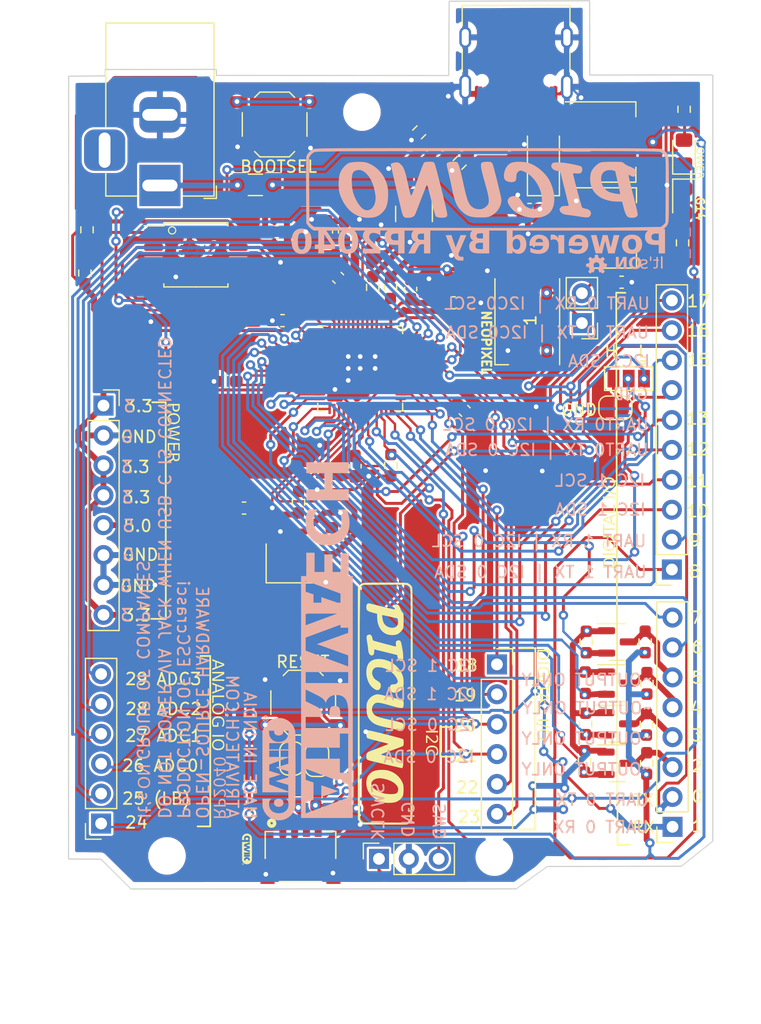
<source format=kicad_pcb>
(kicad_pcb (version 20221018) (generator pcbnew)
  (title_block (title "PicUNO (Pico + UNO)") (rev "V2.2.1") (company "AtrivaTECH & ESC crasci ") (comment 1 "A part of It's ON Group Of Companies") (comment 2 "esccrasci.in") (comment 3 "atrivatech.com") (comment 4 "esccrasci.in/about-on"))
  (layers (0 "F.Cu" signal) (31 "B.Cu" signal) (34 "B.Paste" user) (35 "F.Paste" user) (36 "B.SilkS" user "B.Silkscreen") (37 "F.SilkS" user "F.Silkscreen") (38 "B.Mask" user) (39 "F.Mask" user) (44 "Edge.Cuts" user))
  (net 0 "")
  (net 1 "GND")
  (net 2 "Net-(U1-XIN)")
  (net 3 "Net-(C2-Pad2)")
  (net 4 "+1V1")
  (net 5 "Net-(D1-A)")
  (net 6 "Net-(J1-CC1)")
  (net 8 "Net-(J1-CC2)")
  (net 10 "USB_DN")
  (net 11 "USB_DP")
  (net 12 "Net-(R6-Pad1)")
  (net 13 "QSPI_SS")
  (net 14 "Net-(U1-XOUT)")
  (net 15 "Net-(J3-Pin_3)")
  (net 16 "Net-(J3-Pin_4)")
  (net 17 "Net-(J3-Pin_5)")
  (net 18 "Net-(J3-Pin_6)")
  (net 19 "Net-(D4-A)")
  (net 20 "Net-(J3-Pin_8)")
  (net 21 "Net-(J5-Pin_1)")
  (net 22 "Net-(J5-Pin_2)")
  (net 23 "Net-(J5-Pin_3)")
  (net 24 "Net-(J5-Pin_4)")
  (net 25 "Net-(J5-Pin_5)")
  (net 26 "Net-(J5-Pin_6)")
  (net 27 "Net-(J7-Pin_1)")
  (net 28 "Net-(J7-Pin_2)")
  (net 29 "QSPI_SD3")
  (net 30 "QSPI_SCLK")
  (net 31 "QSPI_SD0")
  (net 32 "QSPI_SD2")
  (net 33 "QSPI_SSD1")
  (net 34 "Net-(J3-Pin_1)")
  (net 35 "Net-(J3-Pin_2)")
  (net 36 "Net-(J7-Pin_5)")
  (net 37 "Net-(J7-Pin_6)")
  (net 38 "Net-(J8-Pin_1)")
  (net 39 "Net-(J8-Pin_3)")
  (net 41 "Net-(D5-A)")
  (net 42 "14")
  (net 43 "26")
  (net 44 "3V")
  (net 45 "Net-(J3-Pin_9)")
  (net 46 "Net-(D2-VDD)")
  (net 47 "5V")
  (net 48 "RX")
  (net 49 "Net-(J4-Pin_2)")
  (net 50 "Net-(J4-Pin_3)")
  (net 51 "Net-(J4-Pin_4)")
  (net 52 "Net-(J4-Pin_5)")
  (net 53 "Net-(J4-Pin_6)")
  (net 54 "Net-(J4-Pin_7)")
  (net 55 "Net-(J4-Pin_8)")
  (net 56 "Net-(Q3-S)")
  (net 57 "Net-(Q4-S)")
  (net 58 "Net-(Q5-S)")
  (net 59 "Net-(Q6-S)")
  (net 60 "USBD_N")
  (net 61 "USBD_P")
  (net 62 "Net-(F1-Pad1)")
  (net 63 "Net-(JP1-A)")
  (net 64 "Net-(JP2-A)")
  (net 65 "20")
  (net 66 "21")
  (net 68 "17")
  (net 69 "VBUS")
  (net 70 "Net-(J3-Pin_7)")
  (net 71 "Net-(JP3-C)")
  (footprint "Button_Switch_SMD:SW_SPST_TL3342" (layer "F.Cu") (at 88.95 25.8105)
    (fp_text reference "SW2" hide)
    (fp_text value "4*4*1/5 SMD tact SW")
  )
  (footprint "Capacitor_SMD:C_0603_1608Metric_Pad1.08x0.95mm_HandSolder" (layer "F.Cu") (at 84.83 47.64 180)
    (fp_text reference "C6" hide)
    (fp_text value "100n")
  )
  (footprint "Package_TO_SOT_SMD:SOT-223-3_TabPin2" (layer "F.Cu") (at 117.8 34.6)
    (fp_text reference "U2" hide)
    (fp_text value "AZ1117CH-3.3TRG1 SOT223-3" hide)
  )
  (footprint "Connector_PinSocket_2.54mm:PinSocket_1x06_P2.54mm_Vertical" (layer "F.Cu") (at 107.85 71.6805)
    (fp_text reference "J7" hide)
    (fp_text value "Conn_01x06_Socket")
  )
  (footprint "MountingHole:MountingHole_2.7mm_M2.5_ISO14580" (layer "F.Cu") (at 96.37 24.7605)
    (fp_text reference "REF**" hide)
    (fp_text value "MountingHole_2.7mm_M2.5_ISO14580")
  )
  (footprint "Connector_PinSocket_2.54mm:PinSocket_1x06_P2.54mm_Vertical" (layer "F.Cu") (at 74.2 85.2 180)
    (fp_text reference "J5" hide)
    (fp_text value "Conn_01x06_Pin")
  )
  (footprint "Resistor_SMD:R_0603_1608Metric_Pad0.98x0.95mm_HandSolder" (layer "F.Cu") (at 120.58 80.1 -90)
    (fp_text reference "R20" hide)
    (fp_text value "10K")
  )
  (footprint "Resistor_SMD:R_0603_1608Metric_Pad0.98x0.95mm_HandSolder" (layer "F.Cu") (at 123.63 35.87 -90)
    (fp_text reference "R8" hide)
    (fp_text value "220")
  )
  (footprint "Connector_PinSocket_2.54mm:PinSocket_1x08_P2.54mm_Vertical" (layer "F.Cu") (at 74.4 49.6905)
    (fp_text reference "J6" hide)
    (fp_text value "Conn_01x08_Socket")
  )
  (footprint "Jumper:SolderJumper-3_P1.3mm_Open_Pad1.0x1.5mm" (layer "F.Cu") (at 119.05 47.4025 180)
    (fp_text reference "JP3" hide)
    (fp_text value "Jumper_3_Open")
  )
  (footprint "Package_TO_SOT_SMD:SOT-23" (layer "F.Cu") (at 118.07 73.27)
    (fp_text reference "Q5" hide)
    (fp_text value "BSS138")
  )
  (footprint "Capacitor_SMD:C_0603_1608Metric_Pad1.08x0.95mm_HandSolder" (layer "F.Cu") (at 94.35 38.84 135)
    (fp_text reference "C5" hide)
    (fp_text value "1u")
  )
  (footprint "Resistor_SMD:R_0603_1608Metric_Pad0.98x0.95mm_HandSolder" (layer "F.Cu") (at 90.98 57.9025 90)
    (fp_text reference "R16" hide)
    (fp_text value "1k")
  )
  (footprint "Connector_PinSocket_2.54mm:PinSocket_1x10_P2.54mm_Vertical" (layer "F.Cu") (at 122.72 63.6205 180)
    (fp_text reference "J3" hide)
    (fp_text value "Conn_01x10_Socket")
  )
  (footprint "Resistor_SMD:R_0603_1608Metric_Pad0.98x0.95mm_HandSolder" (layer "F.Cu") (at 120.56 76.77 -90)
    (fp_text reference "R21" hide)
    (fp_text value "10K")
  )
  (footprint "Capacitor_SMD:C_0603_1608Metric_Pad1.08x0.95mm_HandSolder" (layer "F.Cu") (at 89.622 42.4745 180)
    (fp_text reference "C7" hide)
    (fp_text value "100n" hide)
  )
  (footprint "Capacitor_SMD:C_0603_1608Metric_Pad1.08x0.95mm_HandSolder" (layer "F.Cu") (at 94.6775 60.06)
    (fp_text reference "C1" hide)
    (fp_text value "27p")
  )
  (footprint "Package_TO_SOT_SMD:SOT-23" (layer "F.Cu") (at 100.798 33.409 -90)
    (fp_text reference "D3" hide)
    (fp_text value "D_TVS_Dual_AAC" hide)
  )
  (footprint "Package_TO_SOT_SMD:SOT-23" (layer "F.Cu") (at 118.0275 76.73)
    (fp_text reference "Q4" hide)
    (fp_text value "BSS138")
  )
  (footprint "Crystal:Crystal_SMD_3225-4Pin_3.2x2.5mm" (layer "F.Cu") (at 90.23 63.1)
    (fp_text reference "Y1" hide)
    (fp_text value "\\YSX321SL 12 Mhz")
  )
  (footprint "Jumper:SolderJumper-2_P1.3mm_Open_RoundedPad1.0x1.5mm" (layer "F.Cu") (at 117.92 49.88)
    (fp_text reference "JP4" hide)
    (fp_text value "Jumper_2_Open")
  )
  (footprint "Fuse:Fuse_1206_3216Metric_Pad1.42x1.75mm_HandSolder" (layer "F.Cu") (at 87.3125 30.94)
    (fp_text reference "F1" hide)
    (fp_text value "Fuse")
  )
  (footprint "Capacitor_SMD:C_0603_1608Metric_Pad1.08x0.95mm_HandSolder" (layer "F.Cu") (at 89.1275 34.92)
    (fp_text reference "C15" hide)
    (fp_text value "100n")
  )
  (footprint "Capacitor_SMD:C_0603_1608Metric_Pad1.08x0.95mm_HandSolder" (layer "F.Cu") (at 93.3643 34.89 90)
    (fp_text reference "C3" hide)
    (fp_text value "100n" hide)
  )
  (footprint "Resistor_SMD:R_0603_1608Metric_Pad0.98x0.95mm_HandSolder" (layer "F.Cu") (at 115.44 69.78 90)
    (fp_text reference "R14" hide)
    (fp_text value "10K")
  )
  (footprint "Capacitor_SMD:C_0603_1608Metric_Pad1.08x0.95mm_HandSolder" (layer "F.Cu") (at 105.106 50.1385 -45)
    (fp_text reference "C9" hide)
    (fp_text value "100n" hide)
  )
  (footprint "Package_TO_SOT_SMD:SOT-223-3_TabPin2" (layer "F.Cu") (at 117.75 27.3)
    (fp_text reference "U4" hide)
    (fp_text value "AMS1117-5.0")
  )
  (footprint "Resistor_SMD:R_0603_1608Metric_Pad0.98x0.95mm_HandSolder" (layer "F.Cu") (at 115.36 73.24 90)
    (fp_text reference "R13" hide)
    (fp_text value "10K")
  )
  (footprint "Resistor_SMD:R_0603_1608Metric_Pad0.98x0.95mm_HandSolder" (layer "F.Cu") (at 98.8 39.6825 -90)
    (fp_text reference "R4" hide)
    (fp_text value "27R" hide)
  )
  (footprint "Jumper:SolderJumper-2_P1.3mm_Open_RoundedPad1.0x1.5mm" (layer "F.Cu") (at 92.55 79.8 90)
    (fp_text reference "JP2" hide)
    (fp_text value "Jumper_2_Bridged")
  )
  (footprint "SPARKFUN-QWIIC:JST_SM04B-SRSS-TB_LF__SN_" (layer "F.Cu") (at 91.15 85.555)
    (fp_text reference "J2" hide)
    (fp_text value "SM04B-SRSS-TB_LF__SN_")
  )
  (footprint "Capacitor_SMD:C_0603_1608Metric_Pad1.08x0.95mm_HandSolder" (layer "F.Cu") (at 110.48 36.0325 90)
    (fp_text reference "C14" hide)
    (fp_text value "10u")
  )
  (footprint "LED_SMD:LED_0805_2012Metric_Pad1.15x1.40mm_HandSolder" (layer "F.Cu") (at 123.75 28.1605 90)
    (fp_text reference "D5" hide)
    (fp_text value "LED")
  )
  (footprint "Capacitor_SMD:C_0603_1608Metric_Pad1.08x0.95mm_HandSolder" (layer "F.Cu") (at 100.52 39.79 90)
    (fp_text reference "C12" hide)
    (fp_text value "1u")
  )
  (footprint "Resistor_SMD:R_0603_1608Metric_Pad0.98x0.95mm_HandSolder" (layer "F.Cu") (at 104.68 29.07 -135)
    (fp_text reference "R2" hide)
    (fp_text value "5.1K")
  )
  (footprint "Resistor_SMD:R_0603_1608Metric_Pad0.98x0.95mm_HandSolder" (layer "F.Cu") (at 123.76 24.52 -90)
    (fp_text reference "R1" hide)
    (fp_text value "220")
  )
  (footprint "Resistor_SMD:R_0603_1608Metric_Pad0.98x0.95mm_HandSolder" (layer "F.Cu") (at 115.29 79.9225 90)
    (fp_text reference "R11" hide)
    (fp_text value "10K")
  )
  (footprint "Connector_PinHeader_2.54mm:PinHeader_1x02_P2.54mm_Vertical" (layer "F.Cu") (at 115.07 42.685 180)
    (fp_text reference "J10" hide)
    (fp_text value "Conn_01x02_Pin")
  )
  (footprint "Package_DFN_QFN:QFN-56-1EP_7x7mm_P0.4mm_EP3.2x3.2mm" (layer "F.Cu") (at 96.226 46.5385)
    (fp_text reference "U1" hide)
    (fp_text value "RP2040" hide)
  )
  (footprint "Package_TO_SOT_SMD:SOT-23" (layer "F.Cu") (at 118.05 80.08)
    (fp_text reference "Q3" hide)
    (fp_text value "BSS138")
  )
  (footprint "Resistor_SMD:R_0603_1608Metric_Pad0.98x0.95mm_HandSolder" (layer "F.Cu") (at 120.6 73.29 -90)
    (fp_text reference "R22" hide)
    (fp_text value "10K")
  )
  (footprint "Jumper:SolderJumper-2_P1.3mm_Open_RoundedPad1.0x1.5mm" (layer "F.Cu") (at 90.39 79.68 90)
    (fp_text reference "JP1" hide)
    (fp_text value "Jumper_2_Bridged")
  )
  (footprint "Connector_USB:USB_C_Receptacle_G-Switch_GT-USB-7010ASV" (layer "F.Cu") (at 109.475 19.4855 180)
    (fp_text reference "J1" hide)
    (fp_text value "USB_C_Receptacle_USB2.0" hide)
  )
  (footprint "Resistor_SMD:R_0603_1608Metric_Pad0.98x0.95mm_HandSolder" (layer "F.Cu") (at 73 34.76 -90)
    (fp_text reference "R6" hide)
    (fp_text value "1k")
  )
  (footprint "Capacitor_SMD:C_0603_1608Metric_Pad1.08x0.95mm_HandSolder" (layer "F.Cu") (at 95.79 54.843 -90)
    (fp_text reference "C11" hide)
    (fp_text value "100n" hide)
  )
  (footprint "Resistor_SMD:R_0603_1608Metric_Pad0.98x0.95mm_HandSolder" (layer "F.Cu") (at 97.29 39.6525 -90)
    (fp_text reference "R5" hide)
    (fp_text value "27R" hide)
  )
  (footprint "Capacitor_SMD:C_0603_1608Metric_Pad1.08x0.95mm_HandSolder" (layer "F.Cu") (at 104.15 40.9605)
    (fp_text reference "C10" hide)
    (fp_text value "100n")
  )
  (footprint "LED_SMD:LED_0805_2012Metric_Pad1.15x1.40mm_HandSolder" (layer "F.Cu") (at 123.75 32.3105 -90)
    (fp_text reference "D4" hide)
    (fp_text value "LED")
  )
  (footprint "Package_SO:SOIC-8_5.23x5.23mm_P1.27mm" (layer "F.Cu") (at 82.256 36.8865)
    (fp_text reference "U3" hide)
    (fp_text value "W25Q128JVS" hide)
  )
  (footprint "Button_Switch_SMD:SW_SPST_TL3342" (layer "F.Cu") (at 91.38 74.93)
    (fp_text reference "SW1" hide)
    (fp_text value "TACT SW")
  )
  (footprint "Package_TO_SOT_SMD:SOT-23" (layer "F.Cu") (at 118.09 69.77)
    (fp_text reference "Q6" hide)
    (fp_text value "BSS138")
  )
  (footprint "Resistor_SMD:R_0603_1608Metric_Pad0.98x0.95mm_HandSolder" (layer "F.Cu") (at 115.38 76.74 90)
    (fp_text reference "R12" hide)
    (fp_text value "10K")
  )
  (footprint "LED_SMD:LED_WS2812B_PLCC4_5.0x5.0mm_P3.2mm" (layer "F.Cu") (at 110.43 42.57 -90)
    (fp_text reference "D2" hide)
    (fp_text value "WS2812B")
  )
  (footprint "Resistor_SMD:R_0603_1608Metric_Pad0.98x0.95mm_HandSolder" (layer "F.Cu") (at 120.45 69.77 -90)
    (fp_text reference "R23" hide)
    (fp_text value "10K")
  )
  (footprint "Connector_PinSocket_2.54mm:PinSocket_1x08_P2.54mm_Vertical" (layer "F.Cu") (at 122.775 85.48 180)
    (fp_text reference "J4" hide)
    (fp_text value "Conn_01x08_Socket")
  )
  (footprint "Capacitor_SMD:C_0603_1608Metric_Pad1.08x0.95mm_HandSolder" (layer "F.Cu") (at 94.8883 34.89 90)
    (fp_text reference "C4" hide)
    (fp_text value "100n" hide)
  )
  (footprint "Resistor_SMD:R_0603_1608Metric_Pad0.98x0.95mm_HandSolder" (layer "F.Cu") (at 98.83 54.7625 90)
    (fp_text reference "R33" hide)
    (fp_text value "5.1K")
  )
  (footprint "Connector_BarrelJack:BarrelJack_Horizontal" (layer "F.Cu") (at 79.198 30.9925 -90)
    (fp_text reference "J9" hide)
    (fp_text value "Barrel_Jack_Switch")
  )
  (footprint "Capacitor_SMD:C_0603_1608Metric_Pad1.08x0.95mm_HandSolder" (layer "F.Cu") (at 86.3525 58.4 180)
    (fp_text reference "C2" hide)
    (fp_text value "27p")
  )
  (footprint "Connector_PinSocket_2.54mm:PinSocket_1x03_P2.54mm_Vertical" (layer "F.Cu") (at 97.82 88.2 90)
    (fp_text reference "J8" hide)
    (fp_text value "Conn_01x03_Pin" hide)
  )
  (footprint "Capacitor_SMD:C_0603_1608Metric_Pad1.08x0.95mm_HandSolder" (layer "F.Cu") (at 110.6225 33.03 180)
    (fp_text reference "C13" hide)
    (fp_text value "10u")
  )
  (footprint "Resistor_SMD:R_0603_1608Metric_Pad0.98x0.95mm_HandSolder" (layer "F.Cu") (at 101.24 26.48 -135)
    (fp_text reference "R3" hide)
    (fp_text value "5.1K")
  )
  (footprint "MountingHole:MountingHole_2.7mm_M2.5_ISO14580" (layer "F.Cu") (at 107.63 88.0505 -90)
    (fp_text reference "REF**" hide)
    (fp_text value "MountingHole_2.7mm_M2.5_ISO14580")
  )
  (footprint "Capacitor_SMD:C_0603_1608Metric_Pad1.08x0.95mm_HandSolder" (layer "F.Cu") (at 118.45 39.2105)
    (fp_text reference "C8" hide)
    (fp_text value "100n")
  )
  (footprint "MountingHole:MountingHole_2.7mm_M2.5_ISO14580" (layer "F.Cu") (at 79.8 87.95)
    (fp_text reference "REF**" hide)
    (fp_text value "MountingHole_2.7mm_M2.5_ISO14580")
  )
  (footprint "Resistor_SMD:R_0603_1608Metric_Pad0.98x0.95mm_HandSolder" (layer "F.Cu") (at 92.46 82.75 90)
    (fp_text reference "R15" hide)
    (fp_text value "2.2K")
  )
  (footprint "Resistor_SMD:R_0603_1608Metric_Pad0.98x0.95mm_HandSolder" (layer "F.Cu") (at 72.82 38.43 90)
    (fp_text reference "R7" hide)
    (fp_text value "10k")
  )
  (footprint "Resistor_SMD:R_0603_1608Metric_Pad0.98x0.95mm_HandSolder" (layer "F.Cu") (at 90.96 82.65 90)
    (fp_text reference "R17" hide)
    (fp_text value "2.2K")
  )
  (footprint "Diode_SMD:D_SOD-128" (layer "F.Cu") (at 111.8 28.7 90)
    (fp_text reference "D1" hide)
    (fp_text value "D_Schottky")
  )
  (gr_poly (pts (xy 82.456734 36.511755) (xy 82.4592 36.516771) (xy 82.465751 36.518504) (xy 82.469746 36.53429) (xy 82.47344 36.535969) (xy 82.471784 36.538571) (xy 82.486653 36.543705) (xy 82.490416 36.551697) (xy 82.488791 36.560451) (xy 82.495453 36.570511) (xy 82.513217 36.574925) (xy 82.513508 36.567734) (xy 82.521165 36.566534) (xy 82.522901 36.577197) (xy 82.517011 36.58795) (xy 82.516604 36.596923) (xy 82.521112 36.600356) (xy 82.525198 36.597792) (xy 82.528172 36.603118) (xy 82.524123 36.626251) (xy 82.534728 36.633117) (xy 82.536781 36.647299) (xy 82.541427 36.640085) (xy 82.544438 36.645785) (xy 82.550455 36.644287) (xy 82.551248 36.647613) (xy 82.561435 36.64595) (xy 82.563483 36.650327) (xy 82.561361 36.659273) (xy 82.556889 36.65987) (xy 82.551989 36.671445) (xy 82.54855 36.671492) (xy 82.545359 36.67484) (xy 82.544829 36.68281) (xy 82.536993 36.686958) (xy 82.529293 36.686702) (xy 82.520948 36.694753) (xy 82.520668 36.700606) (xy 82.518186 36.700462) (xy 82.517741 36.702846) (xy 82.524996 36.70742) (xy 82.520858 36.718994) (xy 82.504999 36.721863) (xy 82.493008 36.73397) (xy 82.486383 36.73365) (xy 82.481149 36.736156) (xy 82.471556 36.750625) (xy 82.476117 36.755215) (xy 82.469254 36.756431) (xy 82.468894 36.767424) (xy 82.47091 36.771172) (xy 82.476133 36.773726) (xy 82.472926 36.778385) (xy 82.474366 36.78176) (xy 82.46846 36.783157) (xy 82.469053 36.787699) (xy 82.464005 36.785236) (xy 82.461369 36.789037) (xy 82.463248 36.793958) (xy 82.456115 36.801907) (xy 82.463296 36.807804) (xy 82.459771 36.810235) (xy 82.458496 36.804973) (xy 82.451792 36.809334) (xy 82.446685 36.823318) (xy 82.448416 36.829465) (xy 82.453236 36.834775) (xy 82.454221 36.840853) (xy 82.451136 36.841866) (xy 82.439531 36.837686) (xy 82.437769 36.84515) (xy 82.440034 36.848332) (xy 82.433805 36.851366) (xy 82.430678 36.866198) (xy 82.422894 36.870298) (xy 82.414115 36.868176) (xy 82.404749 36.861442) (xy 82.396245 36.864588) (xy 82.388847 36.863458) (xy 82.386228 36.86575) (xy 82.38218 36.863314) (xy 82.369295 36.864545) (xy 82.3703 36.870202) (xy 82.366347 36.873848) (xy 82.367781 36.877959) (xy 82.360098 36.889267) (xy 82.352647 36.893777) (xy 82.349694 36.903235) (xy 82.344873 36.90292) (xy 82.343312 36.89865) (xy 82.337237 36.896107) (xy 82.335967 36.910986) (xy 82.339635 36.926932) (xy 82.33474 36.935255) (xy 82.340995 36.940469) (xy 82.341836 36.947256) (xy 82.34427 36.944798) (xy 82.346387 36.950422) (xy 82.342466 36.961106) (xy 82.346392 36.967323) (xy 82.34372 36.96962) (xy 82.344662 36.976866) (xy 82.34082 36.983685) (xy 82.342143 36.993724) (xy 82.365124 37.002456) (xy 82.368829 37.000756) (xy 82.377216 37.001913) (xy 82.376443 37.013354) (xy 82.378327 37.016009) (xy 82.376687 37.0207) (xy 82.370374 37.021367) (xy 82.363653 37.027775) (xy 82.362124 37.021719) (xy 82.36459 37.01675) (xy 82.347847 37.012207) (xy 82.341915 37.014713) (xy 82.336449 37.020823) (xy 82.324395 37.00099) (xy 82.318616 37.003352) (xy 82.30526 36.99487) (xy 82.301551 36.999577) (xy 82.292348 36.988685) (xy 82.284062 36.996506) (xy 82.280823 37.006657) (xy 82.282188 37.011616) (xy 82.294454 37.017901) (xy 82.296645 37.024859) (xy 82.305472 37.026351) (xy 82.303006 37.035681) (xy 82.303953 37.055157) (xy 82.301328 37.059486) (xy 82.309043 37.058542) (xy 82.312065 37.068656) (xy 82.319124 37.069397) (xy 82.317272 37.075469) (xy 82.314446 37.075944) (xy 82.319135 37.080907) (xy 82.315653 37.087278) (xy 82.318648 37.099807) (xy 82.316542 37.103608) (xy 82.320971 37.104664) (xy 82.322341 37.107825) (xy 82.320346 37.111387) (xy 82.323781 37.116745) (xy 82.325379 37.128959) (xy 82.317981 37.130734) (xy 82.316695 37.142964) (xy 82.313144 37.146866) (xy 82.307863 37.14708) (xy 82.307551 37.152203) (xy 82.302582 37.151414) (xy 82.295264 37.15472) (xy 82.29302 37.161954) (xy 82.286146 37.159432) (xy 82.28648 37.162871) (xy 82.293809 37.166886) (xy 82.292962 37.170111) (xy 82.288723 37.169514) (xy 82.287416 37.173704) (xy 82.283109 37.175501) (xy 82.272494 37.187401) (xy 82.270589 37.19511) (xy 82.260969 37.195819) (xy 82.261037 37.199114) (xy 82.253804 37.20026) (xy 82.246554 37.205186) (xy 82.243988 37.213983) (xy 82.245961 37.217075) (xy 82.244416 37.224651) (xy 82.240564 37.232104) (xy 82.240945 37.238928) (xy 82.236505 37.249895) (xy 82.231701 37.248823) (xy 82.230716 37.257977) (xy 82.216212 37.257332) (xy 82.20575 37.252614) (xy 82.196225 37.260344) (xy 82.191669 37.259944) (xy 82.181869 37.225978) (xy 82.185161 37.215811) (xy 82.172789 37.219949) (xy 82.171259 37.212368) (xy 82.173397 37.211242) (xy 82.169195 37.208108) (xy 82.165687 37.21603) (xy 82.15867 37.215395) (xy 82.158527 37.209894) (xy 82.164602 37.205778) (xy 82.159782 37.200153) (xy 82.156644 37.190722) (xy 82.157781 37.187673) (xy 82.153845 37.186462) (xy 82.154718 37.184511) (xy 82.149389 37.180273) (xy 82.147383 37.174824) (xy 82.130852 37.162039) (xy 82.115168 37.166918) (xy 82.106934 37.151516) (xy 82.104124 37.146621) (xy 82.107934 37.146024) (xy 82.115903 37.139099) (xy 82.10695 37.126805) (xy 82.106955 37.119938) (xy 82.112982 37.109664) (xy 82.113284 37.101843) (xy 82.120131 37.096267) (xy 82.119761 37.090376) (xy 82.125709 37.0878) (xy 82.129985 37.0791) (xy 82.140203 37.071359) (xy 82.144886 37.082378) (xy 82.151728 37.080107) (xy 82.153575 37.085161) (xy 82.160295 37.084778) (xy 82.170905 37.076066) (xy 82.164587 37.068325) (xy 82.176117 37.063735) (xy 82.174678 37.057455) (xy 82.170947 37.056266) (xy 82.168979 37.052326) (xy 82.1622 37.051659) (xy 82.157168 37.046941) (xy 82.150061 37.046483) (xy 82.151056 37.037062) (xy 82.137081 37.027354) (xy 82.137388 37.022087) (xy 82.12927 37.021452) (xy 82.13026 37.027615) (xy 82.127418 37.0252) (xy 82.121021 37.025003) (xy 82.121338 37.022444) (xy 82.125117 37.023147) (xy 82.132408 37.016249) (xy 82.130768 37.012693) (xy 82.12246 37.011866) (xy 82.122307 37.008731) (xy 82.12645 37.006348) (xy 82.130525 37.009286) (xy 82.134943 37.008923) (xy 82.137732 37.002275) (xy 82.137801 36.993004) (xy 82.13716 36.98779) (xy 82.132467 36.984356) (xy 82.120925 36.983749) (xy 82.120058 36.981531) (xy 82.123158 36.978289) (xy 82.119719 36.972201) (xy 82.133885 36.968901) (xy 82.137346 36.964497) (xy 82.145733 36.961325) (xy 82.142214 36.953994) (xy 82.146235 36.929326) (xy 82.140145 36.928313) (xy 82.134006 36.931549) (xy 82.130646 36.927759) (xy 82.13353 36.923307) (xy 82.141563 36.919869) (xy 82.137732 36.910171) (xy 82.137324 36.890168) (xy 82.127768 36.890381) (xy 82.124238 36.881174) (xy 82.126857 36.877954) (xy 82.125302 36.870767) (xy 82.127958 36.861757) (xy 82.147675 36.852555) (xy 82.151845 36.846829) (xy 82.15003 36.842959) (xy 82.158189 36.826122) (xy 82.155866 36.812437) (xy 82.156893 36.797509) (xy 82.159602 36.791997) (xy 82.167159 36.793249) (xy 82.169429 36.786399) (xy 82.169969 36.770756) (xy 82.167963 36.768224) (xy 82.17099 36.767734) (xy 82.178197 36.748791) (xy 82.182595 36.749527) (xy 82.184023 36.756074) (xy 82.187976 36.755696) (xy 82.188484 36.751457) (xy 82.184844 36.74933) (xy 82.189823 36.747166) (xy 82.190225 36.735602) (xy 82.197454 36.733501) (xy 82.200681 36.727786) (xy 82.200258 36.710187) (xy 82.208021 36.704296) (xy 82.212265 36.708919) (xy 82.218589 36.703177) (xy 82.221742 36.705304) (xy 82.223843 36.700191) (xy 82.230029 36.702473) (xy 82.232003 36.710161) (xy 82.235088 36.705602) (xy 82.237702 36.707031) (xy 82.236596 36.703838) (xy 82.241226 36.703918) (xy 82.245571 36.698309) (xy 82.256286 36.698427) (xy 82.257149 36.695388) (xy 82.259932 36.694828) (xy 82.2608 36.687252) (xy 82.266394 36.68513) (xy 82.268156 36.681937) (xy 82.270103 36.685322) (xy 82.272564 36.683451) (xy 82.270775 36.675886) (xy 82.27495 36.671056) (xy 82.272357 36.662909) (xy 82.273299 36.658191) (xy 82.282935 36.656096) (xy 82.283337 36.65319) (xy 82.292228 36.648115) (xy 82.289815 36.638007) (xy 82.29199 36.633566) (xy 82.301514 36.633288) (xy 82.306282 36.628858) (xy 82.311685 36.630431) (xy 82.31558 36.625846) (xy 82.314627 36.615476) (xy 82.319834 36.608604) (xy 82.319437 36.603667) (xy 82.314114 36.599264) (xy 82.311129 36.599989) (xy 82.309759 36.594935) (xy 82.303911 36.597328) (xy 82.300456 36.596113) (xy 82.30062 36.591816) (xy 82.296201 36.593069) (xy 82.289582 36.578674) (xy 82.279702 36.581185) (xy 82.277204 36.577011) (xy 82.269605 36.574393) (xy 82.264848 36.57973) (xy 82.260578 36.578733) (xy 82.257662 36.583723) (xy 82.255318 36.581724) (xy 82.25517 36.576446) (xy 82.252 36.575907) (xy 82.251185 36.571829) (xy 82.254837 36.570448) (xy 82.256006 36.563064) (xy 82.259313 36.563144) (xy 82.264208 36.555744) (xy 82.262742 36.551794) (xy 82.258932 36.549715) (xy 82.257921 36.542475) (xy 82.254365 36.539697) (xy 82.255704 36.53323) (xy 82.261361 36.53097) (xy 82.268161 36.539057) (xy 82.267727 36.541307) (xy 82.27477 36.544773) (xy 82.282554 36.543264) (xy 82.289592 36.537357) (xy 82.293386 36.539798) (xy 82.298926 36.538551) (xy 82.303874 36.543717) (xy 82.316834 36.543792) (xy 82.321432 36.539782) (xy 82.320919 36.542336) (xy 82.323898 36.545375) (xy 82.327126 36.543557) (xy 82.335206 36.54577) (xy 82.3498 36.544831) (xy 82.356029 36.548126) (xy 82.359162 36.546921) (xy 82.357262 36.543291) (xy 82.363755 36.54344) (xy 82.371073 36.539356) (xy 82.37157 36.533124) (xy 82.381714 36.531375) (xy 82.388324 36.526422) (xy 82.402839 36.537005) (xy 82.419217 36.536728) (xy 82.430615 36.531513) (xy 82.433552 36.523223) (xy 82.440198 36.519107) (xy 82.441637 36.513072) (xy 82.445457 36.509617)) (fill solid) (layer "F.Cu"))
  (gr_poly (pts (xy 83.078823 36.757251) (xy 83.082897 36.764619) (xy 83.081267 36.770894) (xy 83.077876 36.771896) (xy 83.071997 36.760567) (xy 83.07261 36.756457)) (fill solid) (layer "F.Cu"))
  (gr_poly (pts (xy 83.055211 36.786489) (xy 83.055455 36.790956) (xy 83.051084 36.792945) (xy 83.054502 36.784234)) (fill solid) (layer "F.Cu"))
  (gr_poly (pts (xy 83.07324 36.803203) (xy 83.075637 36.805202) (xy 83.077447 36.810283) (xy 83.074256 36.810656) (xy 83.07424 36.807532) (xy 83.071255 36.804781) (xy 83.068811 36.798831) (xy 83.072541 36.79824)) (fill solid) (layer "F.Cu"))
  (gr_poly (pts (xy 82.094154 37.756574) (xy 82.102822 37.756803) (xy 82.107881 37.766805) (xy 82.111881 37.769054) (xy 82.111876 37.763009) (xy 82.115512 37.780016) (xy 82.110437 37.795263) (xy 82.105547 37.835792) (xy 82.094715 37.8714) (xy 82.064558 37.917356) (xy 82.05933 37.931452) (xy 82.054927 37.928845) (xy 82.04817 37.935232) (xy 82.04582 37.928408) (xy 82.049905 37.927043) (xy 82.047921 37.925364) (xy 82.044725 37.927283) (xy 82.041756 37.922532) (xy 82.03792 37.92627) (xy 82.043973 37.927885) (xy 82.041661 37.931905) (xy 82.044746 37.932795) (xy 82.046836 37.937007) (xy 82.045783 37.938883) (xy 82.042179 37.935514) (xy 82.039539 37.939939) (xy 82.044497 37.943042) (xy 82.049593 37.94052) (xy 82.049852 37.944609) (xy 82.053133 37.942818) (xy 82.055197 37.946433) (xy 82.050397 37.974135) (xy 82.059383 37.997769) (xy 82.061198 38.040585) (xy 82.055313 38.039433) (xy 82.053318 38.041566) (xy 82.047614 38.039337) (xy 82.049122 38.044269) (xy 82.044481 38.043309) (xy 82.047053 38.049451) (xy 82.056149 38.052842) (xy 82.056631 38.058866) (xy 82.060827 38.058903) (xy 82.063933 38.117239) (xy 82.059102 38.119616) (xy 82.048826 38.119648) (xy 82.009255 38.114951) (xy 81.999195 38.121274) (xy 81.991903 38.134389) (xy 81.99184 38.140275) (xy 81.996147 38.146374) (xy 81.983712 38.158258) (xy 81.980023 38.167012) (xy 81.965868 38.183453) (xy 81.959285 38.194793) (xy 81.955253 38.209124) (xy 81.959809 38.217435) (xy 81.973562 38.229324) (xy 81.987622 38.231441) (xy 81.976917 38.233877) (xy 81.961561 38.23247) (xy 81.952486 38.23425) (xy 81.936362 38.239619) (xy 81.935346 38.241709) (xy 81.928636 38.241458) (xy 81.926911 38.243554) (xy 81.928573 38.245366) (xy 81.919804 38.24833) (xy 81.901252 38.250511) (xy 81.878916 38.267635) (xy 81.87445 38.276299) (xy 81.87319 38.288704) (xy 81.876481 38.288145) (xy 81.881249 38.291264) (xy 81.874513 38.291791) (xy 81.867375 38.302166) (xy 81.866449 38.310051) (xy 81.871126 38.309209) (xy 81.870206 38.319487) (xy 81.862972 38.328146) (xy 81.861252 38.332565) (xy 81.863189 38.333653) (xy 81.834053 38.347376) (xy 81.827714 38.355314) (xy 81.808759 38.359979) (xy 81.806018 38.3666) (xy 81.779988 38.361626) (xy 81.755673 38.341788) (xy 81.758493 38.339) (xy 81.762674 38.340173) (xy 81.759922 38.332768) (xy 81.768193 38.326136) (xy 81.765648 38.319898) (xy 81.77241 38.319002) (xy 81.774363 38.314956) (xy 81.762197 38.292516) (xy 81.764547 38.292804) (xy 81.76877 38.288235) (xy 81.771908 38.278863) (xy 81.767669 38.272337) (xy 81.764981 38.272524) (xy 81.764954 38.269016) (xy 81.759636 38.261739) (xy 81.765166 38.258966) (xy 81.76669 38.253134) (xy 81.772881 38.247008) (xy 81.771204 38.242946) (xy 81.774548 38.239614) (xy 81.774548 38.230396) (xy 81.776464 38.226291) (xy 81.779475 38.226238) (xy 81.782015 38.214642) (xy 81.786925 38.21243) (xy 81.788883 38.207279) (xy 81.783819 38.203937) (xy 81.78275 38.196206) (xy 81.780967 38.199789) (xy 81.778697 38.196435) (xy 81.773236 38.199591) (xy 81.76669 38.195182) (xy 81.761811 38.194974) (xy 81.766023 38.182654) (xy 81.76805 38.181961) (xy 81.768225 38.175408) (xy 81.770902 38.174438) (xy 81.768129 38.171511) (xy 81.769764 38.16763) (xy 81.767044 38.165722) (xy 81.770987 38.157074) (xy 81.77368 38.155885) (xy 81.772468 38.148357) (xy 81.76579 38.140216) (xy 81.773765 38.13722) (xy 81.776056 38.127293) (xy 81.772299 38.12579) (xy 81.772744 38.122058) (xy 81.768748 38.116188) (xy 81.769595 38.112301) (xy 81.763039 38.111625) (xy 81.75073 38.118475) (xy 81.749254 38.122682) (xy 81.74175 38.127133) (xy 81.734516 38.125315) (xy 81.729733 38.120549) (xy 81.729955 38.117958) (xy 81.727103 38.11936) (xy 81.725013 38.117377) (xy 81.727193 38.110116) (xy 81.723647 38.103889) (xy 81.726129 38.084701) (xy 81.723388 38.080042) (xy 81.730881 38.079695) (xy 81.728987 38.074524) (xy 81.733638 38.063749) (xy 81.732617 38.060465) (xy 81.727314 38.059585) (xy 81.72478 38.053476) (xy 81.706127 38.046433) (xy 81.712482 38.034325) (xy 81.722002 38.033083) (xy 81.715869 38.032507) (xy 81.716049 38.024169) (xy 81.710778 38.021546) (xy 81.714588 38.014274) (xy 81.711418 38.011731) (xy 81.703232 38.016897) (xy 81.688236 38.014962) (xy 81.684373 38.017516) (xy 81.683669 38.011832) (xy 81.694056 38.004832) (xy 81.693834 37.998131) (xy 81.690654 37.998691) (xy 81.683886 37.994761) (xy 81.679679 37.988859) (xy 81.67118 37.986018) (xy 81.669762 37.987607) (xy 81.665016 37.984226) (xy 81.660814 37.985911) (xy 81.659227 37.974054) (xy 81.664232 37.970834) (xy 81.667217 37.974065) (xy 81.673001 37.971981) (xy 81.676313 37.967486) (xy 81.681272 37.967385) (xy 81.681123 37.963301) (xy 81.684214 37.963776) (xy 81.690066 37.958919) (xy 81.694077 37.962038) (xy 81.696258 37.968873) (xy 81.716879 37.968826) (xy 81.724663 37.970334) (xy 81.726965 37.972904) (xy 81.728473 37.969812) (xy 81.725992 37.965024) (xy 81.733876 37.949265) (xy 81.740512 37.951318) (xy 81.741972 37.94725) (xy 81.745481 37.947031) (xy 81.748497 37.94919) (xy 81.747465 37.951365) (xy 81.751254 37.949958) (xy 81.752926 37.955854) (xy 81.757101 37.957241) (xy 81.756382 37.951547) (xy 81.770145 37.949212) (xy 81.771775 37.947095) (xy 81.776548 37.947559) (xy 81.78112 37.952022) (xy 81.784819 37.949777) (xy 81.791439 37.95296) (xy 81.79554 37.942943) (xy 81.795154 37.937339) (xy 81.797826 37.938763) (xy 81.798657 37.93237) (xy 81.818162 37.93172) (xy 81.821374 37.923584) (xy 81.830126 37.91274) (xy 81.825464 37.90574) (xy 81.796588 37.901774) (xy 81.79709 37.895009) (xy 81.805123 37.892529) (xy 81.811891 37.884575) (xy 81.81369 37.87837) (xy 81.814257 37.870554) (xy 81.808737 37.871561) (xy 81.812172 37.867995) (xy 81.809087 37.867174) (xy 81.80815 37.861389) (xy 81.81123 37.854224) (xy 81.810399 37.850071) (xy 81.817485 37.848183) (xy 81.820152 37.851041) (xy 81.822972 37.848236) (xy 81.826031 37.849345) (xy 81.833571 37.835377) (xy 81.831952 37.830035) (xy 81.846668 37.824965) (xy 81.84852 37.827508) (xy 81.845726 37.831384) (xy 81.847451 37.832328) (xy 81.849753 37.828276) (xy 81.853722 37.834386) (xy 81.855944 37.834407) (xy 81.857431 37.82867) (xy 81.860956 37.829071) (xy 81.869147 37.837297) (xy 81.880196 37.839264) (xy 81.880196 37.839263) (xy 81.880921 37.843517) (xy 81.876783 37.847366) (xy 81.885044 37.846167) (xy 81.887928 37.850592) (xy 81.896553 37.855262) (xy 81.906665 37.854628) (xy 81.906448 37.849531) (xy 81.909872 37.849414) (xy 81.910412 37.84485) (xy 81.912306 37.845042) (xy 81.91291 37.844845) (xy 81.913841 37.847558) (xy 81.916418 37.846886) (xy 81.916185 37.840254) (xy 81.920217 37.8372) (xy 81.925064 37.82032) (xy 81.927387 37.820342) (xy 81.923731 37.813533) (xy 81.92788 37.809093) (xy 81.932605 37.810634) (xy 81.933568 37.804743) (xy 81.938394 37.805963) (xy 81.952798 37.80132) (xy 81.953449 37.808885) (xy 81.958185 37.809008) (xy 81.95473 37.807131) (xy 81.957047 37.803415) (xy 81.964271 37.802418) (xy 81.974182 37.809515) (xy 81.983448 37.810293) (xy 81.987459 37.801491) (xy 81.990713 37.799294) (xy 81.990718 37.79569) (xy 81.996153 37.795045) (xy 82.000646 37.800088) (xy 82.00581 37.796351) (xy 82.005059 37.792561) (xy 82.013478 37.789783) (xy 82.01324 37.787384) (xy 82.015886 37.786446) (xy 82.014843 37.784958) (xy 82.012044 37.786974) (xy 82.013615 37.779089) (xy 82.008027 37.776615) (xy 82.014039 37.774275) (xy 82.025881 37.775704) (xy 82.027315 37.78071) (xy 82.030808 37.783189) (xy 82.040587 37.779025) (xy 82.041116 37.785001) (xy 82.043635 37.784495) (xy 82.042825 37.787513) (xy 82.046604 37.785865) (xy 82.04899 37.78893) (xy 82.053478 37.785679) (xy 82.046429 37.780123) (xy 82.050064 37.776642) (xy 82.052911 37.779004) (xy 82.055182 37.776466) (xy 82.060817 37.776567) (xy 82.069051 37.772862) (xy 82.072157 37.768517) (xy 82.069824 37.765073) (xy 82.073231 37.763527) (xy 82.073078 37.75972) (xy 82.076793 37.758787) (xy 82.077957 37.755561) (xy 82.081296 37.755934) (xy 82.080931 37.753956) (xy 82.076216 37.753013) (xy 82.076655 37.750784) (xy 82.085 37.749873)) (fill solid) (layer "F.Cu"))
  (gr_poly (pts (xy 81.617703 35.448035) (xy 81.626699 35.460026) (xy 81.616915 35.464957) (xy 81.605009 35.478829) (xy 81.592399 35.483963) (xy 81.592139 35.490462) (xy 81.596748 35.493149) (xy 81.587546 35.504036) (xy 81.589737 35.506088) (xy 81.595367 35.504628) (xy 81.599849 35.50668) (xy 81.610311 35.515477) (xy 81.622524 35.521309) (xy 81.631049 35.539004) (xy 81.625551 35.538658) (xy 81.634515 35.560937) (xy 81.651215 35.591235) (xy 81.649168 35.598033) (xy 81.652628 35.600677) (xy 81.653353 35.605187) (xy 81.667006 35.603567) (xy 81.666995 35.600576) (xy 81.671504 35.599174) (xy 81.669197 35.592749) (xy 81.673996 35.591027) (xy 81.674435 35.587679) (xy 81.676219 35.59421) (xy 81.683865 35.605283) (xy 81.681965 35.608296) (xy 81.685913 35.60474) (xy 81.688331 35.609522) (xy 81.691178 35.608264) (xy 81.691602 35.610961) (xy 81.693713 35.608152) (xy 81.693469 35.611868) (xy 81.697406 35.608647) (xy 81.700851 35.612443) (xy 81.698523 35.616932) (xy 81.70355 35.615536) (xy 81.704598 35.61737) (xy 81.699608 35.621283) (xy 81.699486 35.628438) (xy 81.703524 35.630703) (xy 81.70056 35.638055) (xy 81.701788 35.644448) (xy 81.713144 35.649731) (xy 81.719489 35.657115) (xy 81.719399 35.66098) (xy 81.725902 35.666668) (xy 81.728014 35.671845) (xy 81.72595 35.675556) (xy 81.722066 35.675204) (xy 81.722399 35.67272) (xy 81.719425 35.67385) (xy 81.718325 35.671003) (xy 81.710715 35.676041) (xy 81.714663 35.684326) (xy 81.722203 35.687759) (xy 81.725024 35.685627) (xy 81.726685 35.689508) (xy 81.729723 35.686474) (xy 81.729321 35.691465) (xy 81.735396 35.696743) (xy 81.732247 35.704393) (xy 81.736158 35.707277) (xy 81.732676 35.71159) (xy 81.732665 35.717194) (xy 81.73693 35.723948) (xy 81.731718 35.727675) (xy 81.731718 35.724258) (xy 81.726421 35.718121) (xy 81.723764 35.720958) (xy 81.71816 35.717481) (xy 81.711768 35.723309) (xy 81.713006 35.726971) (xy 81.716017 35.72768) (xy 81.71343 35.731119) (xy 81.708937 35.732015) (xy 81.701762 35.739132) (xy 81.694872 35.739862) (xy 81.6932 35.744719) (xy 81.698899 35.740945) (xy 81.702005 35.744229) (xy 81.701148 35.74626) (xy 81.704984 35.747444) (xy 81.70363 35.760324) (xy 81.700788 35.763587) (xy 81.6981 35.764243) (xy 81.695676 35.761209) (xy 81.689718 35.764051) (xy 81.68858 35.761417) (xy 81.684289 35.760959) (xy 81.679648 35.747913) (xy 81.676415 35.75036) (xy 81.678701 35.753639) (xy 81.67741 35.757515) (xy 81.670308 35.754727) (xy 81.672864 35.757499) (xy 81.66998 35.759994) (xy 81.662032 35.758608) (xy 81.656793 35.753484) (xy 81.657688 35.75655) (xy 81.655322 35.75656) (xy 81.662455 35.760463) (xy 81.656185 35.769014) (xy 81.658074 35.770401) (xy 81.655359 35.771776) (xy 81.656793 35.781042) (xy 81.652629 35.783025) (xy 81.654661 35.788154) (xy 81.661016 35.79066) (xy 81.647104 35.799958) (xy 81.642813 35.798758) (xy 81.638161 35.806318) (xy 81.636161 35.805118) (xy 81.630319 35.808274) (xy 81.620836 35.806265) (xy 81.615269 35.797916) (xy 81.611618 35.798582) (xy 81.608909 35.796247) (xy 81.601633 35.79839) (xy 81.600696 35.805225) (xy 81.592711 35.802922) (xy 81.591367 35.80635) (xy 81.58644 35.806835) (xy 81.58507 35.803866) (xy 81.580122 35.804607) (xy 81.57265 35.798492) (xy 81.565395 35.810839) (xy 81.560585 35.813073) (xy 81.562257 35.817492) (xy 81.558633 35.816032) (xy 81.554516 35.823773) (xy 81.557167 35.826534) (xy 81.556236 35.829136) (xy 81.548192 35.831935) (xy 81.547944 35.824226) (xy 81.542636 35.821224) (xy 81.540921 35.81705) (xy 81.54507 35.813851) (xy 81.544895 35.809064) (xy 81.549023 35.80563) (xy 81.543636 35.794546) (xy 81.540652 35.796962) (xy 81.540503 35.801925) (xy 81.533428 35.798641) (xy 81.535302 35.796103) (xy 81.532439 35.793176) (xy 81.534984 35.790127) (xy 81.532831 35.784758) (xy 81.530693 35.789375) (xy 81.522321 35.79227) (xy 81.514103 35.780397) (xy 81.510727 35.781687) (xy 81.510309 35.777934) (xy 81.50678 35.779118) (xy 81.501414 35.774826) (xy 81.492862 35.778766) (xy 81.489185 35.777817) (xy 81.483544 35.783815) (xy 81.484332 35.786096) (xy 81.470161 35.781138) (xy 81.400608 35.777715) (xy 81.401015 35.767869) (xy 81.408974 35.758331) (xy 81.408931 35.748846) (xy 81.407995 35.740279) (xy 81.398401 35.726529) (xy 81.401962 35.720324) (xy 81.404672 35.719791) (xy 81.405497 35.714379) (xy 81.408529 35.715067) (xy 81.410858 35.709533) (xy 81.41643 35.704932) (xy 81.421261 35.705817) (xy 81.420187 35.702528) (xy 81.422928 35.699889) (xy 81.422748 35.695058) (xy 81.424727 35.695976) (xy 81.425775 35.692558) (xy 81.429384 35.692499) (xy 81.438379 35.681266) (xy 81.443883 35.679896) (xy 81.441708 35.675013) (xy 81.445608 35.673109) (xy 81.444317 35.670934) (xy 81.447682 35.664728) (xy 81.452873 35.664958) (xy 81.453154 35.659829) (xy 81.458758 35.657163) (xy 81.46479 35.649401) (xy 81.472273 35.645834) (xy 81.474516 35.636243) (xy 81.481623 35.638898) (xy 81.487126 35.637016) (xy 81.489587 35.632623) (xy 81.487692 35.628059) (xy 81.482581 35.62927) (xy 81.481506 35.627228) (xy 81.478284 35.627702) (xy 81.477516 35.63265) (xy 81.473802 35.633897) (xy 81.47286 35.629216) (xy 81.468558 35.627036) (xy 81.469283 35.609661) (xy 81.473796 35.606265) (xy 81.483787 35.585254) (xy 81.482057 35.581773) (xy 81.475342 35.579816) (xy 81.479554 35.575599) (xy 81.479226 35.571201) (xy 81.46996 35.550974) (xy 81.47005 35.548063) (xy 81.473786 35.547013) (xy 81.474294 35.537134) (xy 81.479162 35.529659) (xy 81.481633 35.530267) (xy 81.485761 35.525442) (xy 81.490566 35.524568) (xy 81.491222 35.520244) (xy 81.494185 35.522936) (xy 81.495492 35.52099) (xy 81.502297 35.520612) (xy 81.503318 35.515073) (xy 81.508494 35.511607) (xy 81.509303 35.508121) (xy 81.515235 35.506137) (xy 81.523982 35.510973) (xy 81.536312 35.503888) (xy 81.541651 35.505834) (xy 81.545075 35.499452) (xy 81.549928 35.503322) (xy 81.563659 35.483964) (xy 81.564088 35.479486) (xy 81.55914 35.470476) (xy 81.569406 35.472193) (xy 81.575746 35.470119) (xy 81.575248 35.473078) (xy 81.577741 35.474043) (xy 81.578963 35.478532) (xy 81.582059 35.468957) (xy 81.602257 35.459845) (xy 81.606067 35.45219) (xy 81.612533 35.450782) (xy 81.62009 35.439036)) (fill solid) (layer "F.Cu"))
  (gr_poly (pts (xy 81.462366 36.766502) (xy 81.467325 36.768496) (xy 81.471098 36.77396) (xy 81.468457 36.786105) (xy 81.469298 36.795718) (xy 81.473855 36.79672) (xy 81.474574 36.801054) (xy 81.500297 36.80959) (xy 81.512568 36.807244) (xy 81.529835 36.815038) (xy 81.53619 36.827599) (xy 81.547795 36.833405) (xy 81.556632 36.83284) (xy 81.556881 36.835985) (xy 81.563469 36.834316) (xy 81.56757 36.836732) (xy 81.575322 36.835393) (xy 81.584154 36.837979) (xy 81.590885 36.835297) (xy 81.598029 36.837041) (xy 81.62181 36.834743) (xy 81.630742 36.835415) (xy 81.640008 36.840335) (xy 81.645135 36.837803) (xy 81.65184 36.851473) (xy 81.650199 36.853979) (xy 81.653332 36.859907) (xy 81.652681 36.861997) (xy 81.646823 36.862722) (xy 81.653321 36.872238) (xy 81.663238 36.871044) (xy 81.665413 36.873347) (xy 81.67589 36.873108) (xy 81.684346 36.868645) (xy 81.688188 36.858979) (xy 81.703254 36.859385) (xy 81.707434 36.848701) (xy 81.703386 36.842426) (xy 81.72107 36.826762) (xy 81.721917 36.82398) (xy 81.718721 36.820072) (xy 81.721478 36.817982) (xy 81.722309 36.811136) (xy 81.726542 36.811669) (xy 81.728606 36.809052) (xy 81.73403 36.810747) (xy 81.752995 36.796171) (xy 81.762462 36.797307) (xy 81.763981 36.795649) (xy 81.76796 36.799621) (xy 81.769865 36.796768) (xy 81.776353 36.796011) (xy 81.776691 36.79141) (xy 81.797651 36.790371) (xy 81.805039 36.798784) (xy 81.808267 36.807612) (xy 81.808229 36.8153) (xy 81.81223 36.817667) (xy 81.807785 36.819219) (xy 81.795656 36.81602) (xy 81.791164 36.818819) (xy 81.793529 36.825995) (xy 81.796964 36.827898) (xy 81.798927 36.83734) (xy 81.809716 36.838918) (xy 81.811971 36.838619) (xy 81.811611 36.835453) (xy 81.817082 36.835474) (xy 81.818882 36.838081) (xy 81.821527 36.835031) (xy 81.823094 36.839563) (xy 81.826263 36.838891) (xy 81.828041 36.836385) (xy 81.832862 36.835788) (xy 81.833518 36.833224) (xy 81.842657 36.837345) (xy 81.848959 36.836247) (xy 81.874502 36.822945) (xy 81.875788 36.815764) (xy 81.885572 36.81433) (xy 81.885228 36.811515) (xy 81.889435 36.814244) (xy 81.893055 36.811963) (xy 81.895732 36.813423) (xy 81.897785 36.808604) (xy 81.902553 36.810598) (xy 81.903384 36.822556) (xy 81.912078 36.819368) (xy 81.918497 36.820887) (xy 81.920529 36.824326) (xy 81.935473 36.826976) (xy 81.938431 36.823494) (xy 81.941283 36.826682) (xy 81.942659 36.824065) (xy 81.953205 36.82456) (xy 81.954967 36.8227) (xy 81.958962 36.824272) (xy 81.959936 36.821132) (xy 81.955925 36.816222) (xy 81.958518 36.815572) (xy 81.956899 36.811744) (xy 81.965895 36.808593) (xy 81.967567 36.810656) (xy 81.976266 36.810933) (xy 81.982881 36.803608) (xy 81.990866 36.80477) (xy 81.99184 36.796043) (xy 82.005169 36.801422) (xy 82.010233 36.801939) (xy 82.012567 36.799924) (xy 82.020626 36.801993) (xy 82.02595 36.817496) (xy 82.038226 36.81595) (xy 82.047656 36.810534) (xy 82.061441 36.81908) (xy 82.067944 36.819853) (xy 82.070225 36.815993) (xy 82.076554 36.818632) (xy 82.084311 36.816259) (xy 82.09 36.81) (xy 82.098117 36.806759) (xy 82.106097 36.808433) (xy 82.118326 36.820274) (xy 82.122835 36.830142) (xy 82.120374 36.83381) (xy 82.121956 36.837489) (xy 82.126057 36.838016) (xy 82.126936 36.834412) (xy 82.131058 36.834967) (xy 82.14298 36.843651) (xy 82.150002 36.842937) (xy 82.151822 36.846807) (xy 82.147653 36.852533) (xy 82.127936 36.861741) (xy 82.125279 36.870745) (xy 82.126835 36.877937) (xy 82.124221 36.881157) (xy 82.127745 36.890364) (xy 82.137302 36.890151) (xy 82.137709 36.91016) (xy 82.14154 36.919852) (xy 82.133508 36.923296) (xy 82.130629 36.927748) (xy 82.133984 36.931538) (xy 82.140122 36.928302) (xy 82.146213 36.929315) (xy 82.142191 36.953983) (xy 82.14571 36.961314) (xy 82.137323 36.964486) (xy 82.133867 36.96889) (xy 82.119702 36.97219) (xy 82.123136 36.978278) (xy 82.12004 36.981519) (xy 82.120908 36.983737) (xy 82.132449 36.98434) (xy 82.137143 36.987778) (xy 82.137783 36.992993) (xy 82.137714 37.002264) (xy 82.134926 37.008912) (xy 82.130507 37.009274) (xy 82.126433 37.006337) (xy 82.122289 37.008715) (xy 82.122443 37.011849) (xy 82.130751 37.012676) (xy 82.132396 37.016232) (xy 82.125105 37.02313) (xy 82.121326 37.022427) (xy 82.121009 37.02498) (xy 82.127407 37.025178) (xy 82.130248 37.027593) (xy 82.129258 37.02143) (xy 82.137376 37.022064) (xy 82.137069 37.027332) (xy 82.151044 37.03704) (xy 82.150049 37.046461) (xy 82.157151 37.046919) (xy 82.162183 37.051637) (xy 82.168962 37.052304) (xy 82.17093 37.056243) (xy 82.174661 37.057438) (xy 82.1761 37.063718) (xy 82.164564 37.068303) (xy 82.170883 37.076044) (xy 82.160273 37.084761) (xy 82.153552 37.085139) (xy 82.151706 37.08009) (xy 82.144864 37.082362) (xy 82.140175 37.071342) (xy 82.129957 37.079083) (xy 82.125681 37.087783) (xy 82.119734 37.090359) (xy 82.120104 37.096244) (xy 82.113256 37.101821) (xy 82.112955 37.109647) (xy 82.106928 37.119921) (xy 82.106922 37.126788) (xy 82.115876 37.139082) (xy 82.107907 37.146007) (xy 82.104097 37.146604) (xy 82.106907 37.151498) (xy 82.099636 37.153898) (xy 82.098202 37.156457) (xy 82.094783 37.154074) (xy 82.089545 37.156393) (xy 82.078638 37.145783) (xy 82.069738 37.143715) (xy 82.065531 37.138272) (xy 82.070516 37.134982) (xy 82.070018 37.115891) (xy 82.067981 37.112878) (xy 82.061721 37.114371) (xy 82.061552 37.106214) (xy 82.070987 37.098409) (xy 82.068436 37.091857) (xy 82.073045 37.083503) (xy 82.074289 37.071337) (xy 82.070653 37.063867) (xy 82.05825 37.055337) (xy 82.053509 37.048673) (xy 82.048513 37.047548) (xy 82.037369 37.050859) (xy 82.032755 37.05924) (xy 82.027706 37.057326) (xy 82.026616 37.053978) (xy 82.018615 37.059986) (xy 82.007381 37.051307) (xy 82.001317 37.051979) (xy 82.000269 37.049078) (xy 81.993517 37.046439) (xy 81.992718 37.056531) (xy 81.989416 37.060669) (xy 81.991199 37.063478) (xy 81.986199 37.06431) (xy 81.977901 37.056393) (xy 81.96854 37.054985) (xy 81.965715 37.052384) (xy 81.961471 37.053589) (xy 81.964349 37.049675) (xy 81.963064 37.042121) (xy 81.95719 37.03994) (xy 81.950861 37.041284) (xy 81.9494 37.029262) (xy 81.942669 37.026857) (xy 81.935092 37.02827) (xy 81.922598 37.022293) (xy 81.914026 37.021798) (xy 81.910443 37.025162) (xy 81.90848 37.022422) (xy 81.89978 37.02006) (xy 81.898283 37.015011) (xy 81.892975 37.014542) (xy 81.891123 37.01073) (xy 81.888313 37.018508) (xy 81.893282 37.019729) (xy 81.896468 37.026585) (xy 81.893981 37.034534) (xy 81.887393 37.037349) (xy 81.885609 37.040478) (xy 81.890181 37.047425) (xy 81.890197 37.051242) (xy 81.886646 37.052842) (xy 81.889948 37.064821) (xy 81.87591 37.070073) (xy 81.877566 37.079483) (xy 81.874566 37.0907) (xy 81.864839 37.088535) (xy 81.861395 37.09006) (xy 81.860797 37.086642) (xy 81.85007 37.078363) (xy 81.840318 37.082964) (xy 81.840434 37.085081) (xy 81.845287 37.087064) (xy 81.841038 37.088471) (xy 81.83873 37.095317) (xy 81.840043 37.09722) (xy 81.837016 37.102514) (xy 81.838905 37.107867) (xy 81.833867 37.10647) (xy 81.833259 37.112414) (xy 81.829327 37.111156) (xy 81.828851 37.115085) (xy 81.829951 37.120619) (xy 81.835465 37.120507) (xy 81.834973 37.124372) (xy 81.839519 37.124036) (xy 81.838053 37.12884) (xy 81.842604 37.129165) (xy 81.849356 37.139273) (xy 81.837714 37.141011) (xy 81.832063 37.155459) (xy 81.828872 37.152767) (xy 81.826126 37.156413) (xy 81.826528 37.1706) (xy 81.817786 37.173825) (xy 81.816818 37.170845) (xy 81.811108 37.171442) (xy 81.811526 37.18002) (xy 81.808811 37.178901) (xy 81.805451 37.181284) (xy 81.809775 37.183384) (xy 81.803208 37.185496) (xy 81.806451 37.18661) (xy 81.802493 37.194623) (xy 81.807748 37.198285) (xy 81.805869 37.201394) (xy 81.801387 37.199597) (xy 81.801467 37.202902) (xy 81.796503 37.205062) (xy 81.793291 37.199618) (xy 81.784697 37.199133) (xy 81.790381 37.190033) (xy 81.785909 37.188609) (xy 81.785899 37.183118) (xy 81.782845 37.185149) (xy 81.78011 37.182398) (xy 81.771558 37.187676) (xy 81.772093 37.192128) (xy 81.766595 37.198893) (xy 81.767791 37.202955) (xy 81.763843 37.202614) (xy 81.761568 37.210126) (xy 81.755535 37.212637) (xy 81.757012 37.217584) (xy 81.751339 37.217627) (xy 81.748587 37.213959) (xy 81.747603 37.216422) (xy 81.743608 37.21341) (xy 81.739866 37.213831) (xy 81.736369 37.221854) (xy 81.741433 37.224072) (xy 81.739078 37.226802) (xy 81.739925 37.230779) (xy 81.735834 37.231531) (xy 81.735697 37.245307) (xy 81.723108 37.250761) (xy 81.716229 37.247301) (xy 81.715874 37.252078) (xy 81.721488 37.255639) (xy 81.718673 37.260229) (xy 81.713461 37.260832) (xy 81.714779 37.266056) (xy 81.711514 37.267331) (xy 81.710672 37.272699) (xy 81.70764 37.271777) (xy 81.702243 37.26241) (xy 81.697676 37.270108) (xy 81.697681 37.26337) (xy 81.692189 37.263498) (xy 81.692183 37.268584) (xy 81.68805 37.268781) (xy 81.688378 37.274933) (xy 81.681669 37.276826) (xy 81.680224 37.281507) (xy 81.670921 37.282595) (xy 81.671847 37.288678) (xy 81.674737 37.291045) (xy 81.672228 37.294281) (xy 81.675726 37.294382) (xy 81.670826 37.297256) (xy 81.671144 37.301499) (xy 81.67552 37.301254) (xy 81.674282 37.308153) (xy 81.679383 37.308819) (xy 81.676462 37.315505) (xy 81.673234 37.315681) (xy 81.672276 37.311112) (xy 81.664772 37.313367) (xy 81.661285 37.308238) (xy 81.653305 37.311245) (xy 81.653686 37.317237) (xy 81.652289 37.312157) (xy 81.647649 37.309198) (xy 81.642944 37.313415) (xy 81.640267 37.3106) (xy 81.626598 37.314108) (xy 81.622444 37.310675) (xy 81.621735 37.303275) (xy 81.618936 37.306937) (xy 81.614814 37.302629) (xy 81.612332 37.308755) (xy 81.605098 37.302741) (xy 81.600018 37.303818) (xy 81.59851 37.298546) (xy 81.593864 37.296269) (xy 81.591673 37.306228) (xy 81.587546 37.307268) (xy 81.588239 37.311117) (xy 81.591372 37.311986) (xy 81.590578 37.316523) (xy 81.596552 37.321385) (xy 81.596801 37.327554) (xy 81.593023 37.331984) (xy 81.598616 37.340802) (xy 81.598605 37.344438) (xy 81.594769 37.347504) (xy 81.597923 37.347584) (xy 81.598182 37.356338) (xy 81.594906 37.357409) (xy 81.591102 37.355255) (xy 81.590975 37.351369) (xy 81.587239 37.350825) (xy 81.586636 37.355943) (xy 81.578015 37.358348) (xy 81.57529 37.353427) (xy 81.571205 37.355964) (xy 81.567189 37.354466) (xy 81.561712 37.357233) (xy 81.555415 37.356972) (xy 81.554785 37.366312) (xy 81.547371 37.370241) (xy 81.543752 37.370044) (xy 81.544466 37.366392) (xy 81.53909 37.366392) (xy 81.53347 37.357681) (xy 81.526988 37.360346) (xy 81.526808 37.358502) (xy 81.516627 37.358566) (xy 81.515367 37.360352) (xy 81.519823 37.362698) (xy 81.519473 37.365886) (xy 81.5137 37.368429) (xy 81.515013 37.378393) (xy 81.507387 37.378291) (xy 81.49002 37.384732) (xy 81.489793 37.389391) (xy 81.485845 37.393726) (xy 81.489152 37.397559) (xy 81.483882 37.397292) (xy 81.483167 37.40088) (xy 81.476267 37.403631) (xy 81.473759 37.394232) (xy 81.467843 37.394994) (xy 81.465557 37.391044) (xy 81.465006 37.397521) (xy 81.457365 37.400544) (xy 81.455862 37.406419) (xy 81.452836 37.405166) (xy 81.453169 37.40305) (xy 81.449158 37.403466) (xy 81.447465 37.40941) (xy 81.443284 37.404495) (xy 81.444321 37.409261) (xy 81.440707 37.410247) (xy 81.442437 37.412428) (xy 81.445888 37.409352) (xy 81.445491 37.414395) (xy 81.450206 37.415184) (xy 81.450624 37.421161) (xy 81.453555 37.421875) (xy 81.45273 37.425292) (xy 81.450671 37.422296) (xy 81.448718 37.423613) (xy 81.448449 37.429872) (xy 81.451296 37.433759) (xy 81.449645 37.436467) (xy 81.451798 37.433716) (xy 81.459323 37.435017) (xy 81.459466 37.437688) (xy 81.468398 37.440737) (xy 81.469483 37.445685) (xy 81.466483 37.450446) (xy 81.466842 37.457339) (xy 81.460805 37.454647) (xy 81.453444 37.461306) (xy 81.455867 37.463363) (xy 81.46099 37.460869) (xy 81.464752 37.46274) (xy 81.456068 37.478819) (xy 81.458249 37.484422) (xy 81.456243 37.484518) (xy 81.454105 37.479928) (xy 81.450824 37.484486) (xy 81.455788 37.485398) (xy 81.453079 37.493518) (xy 81.44503 37.497479) (xy 81.440368 37.49726) (xy 81.437849 37.492137) (xy 81.435309 37.495853) (xy 81.427139 37.499942) (xy 81.427472 37.504495) (xy 81.423366 37.505364) (xy 81.426631 37.507731) (xy 81.415762 37.512993) (xy 81.412529 37.512236) (xy 81.409269 37.508413) (xy 81.406623 37.497212) (xy 81.399654 37.496306) (xy 81.397775 37.490761) (xy 81.394177 37.497644) (xy 81.377244 37.499185) (xy 81.373735 37.496727) (xy 81.376625 37.495767) (xy 81.367301 37.477513) (xy 81.358379 37.474629) (xy 81.355426 37.463251) (xy 81.352347 37.46114) (xy 81.353701 37.459184) (xy 81.350161 37.444432) (xy 81.344959 37.42565) (xy 81.342652 37.425426) (xy 81.346806 37.420649) (xy 81.342409 37.421518) (xy 81.342314 37.416634) (xy 81.336927 37.408083) (xy 81.33708 37.40313) (xy 81.339848 37.401973) (xy 81.336985 37.397959) (xy 81.339541 37.393646) (xy 81.337572 37.393262) (xy 81.336371 37.374117) (xy 81.332588 37.364233) (xy 81.334493 37.353346) (xy 81.33191 37.353282) (xy 81.333323 37.350313) (xy 81.330063 37.348543) (xy 81.334921 37.342614) (xy 81.331355 37.338616) (xy 81.326645 37.320777) (xy 81.322861 37.317002) (xy 81.326497 37.316549) (xy 81.327111 37.319034) (xy 81.328926 37.316032) (xy 81.324835 37.307091) (xy 81.320406 37.304671) (xy 81.324682 37.300731) (xy 81.322496 37.300406) (xy 81.322279 37.292974) (xy 81.317109 37.287152) (xy 81.32056 37.284055) (xy 81.315972 37.277689) (xy 81.314527 37.271025) (xy 81.316866 37.268471) (xy 81.311696 37.257761) (xy 81.31031 37.247434) (xy 81.308928 37.248148) (xy 81.305203 37.241927) (xy 81.306124 37.237235) (xy 81.300769 37.228966) (xy 81.302213 37.226567) (xy 81.298673 37.219988) (xy 81.30052 37.212631) (xy 81.294244 37.209677) (xy 81.294736 37.202539) (xy 81.297964 37.202699) (xy 81.299837 37.207145) (xy 81.309532 37.209448) (xy 81.308055 37.213569) (xy 81.311654 37.217712) (xy 81.310791 37.208409) (xy 81.307934 37.203834) (xy 81.301102 37.203477) (xy 81.296456 37.196141) (xy 81.29236 37.193971) (xy 81.293715 37.190271) (xy 81.290297 37.1802) (xy 81.293958 37.172102) (xy 81.285836 37.153965) (xy 81.287402 37.14134) (xy 81.292604 37.142774) (xy 81.295313 37.13861) (xy 81.29861 37.143073) (xy 81.299959 37.140759) (xy 81.300636 37.134148) (xy 81.293747 37.135908) (xy 81.291683 37.12991) (xy 81.297197 37.129158) (xy 81.295165 37.124701) (xy 81.29698 37.121476) (xy 81.299594 37.122814) (xy 81.305468 37.118527) (xy 81.302208 37.118245) (xy 81.301102 37.111495) (xy 81.297747 37.111596) (xy 81.296948 37.115184) (xy 81.291842 37.119455) (xy 81.286614 37.118085) (xy 81.284677 37.127302) (xy 81.280586 37.13121) (xy 81.282338 37.125282) (xy 81.278829 37.12421) (xy 81.281354 37.115243) (xy 81.282676 37.116256) (xy 81.283968 37.113809) (xy 81.281507 37.113419) (xy 81.282708 37.107384) (xy 81.277533 37.098907) (xy 81.277316 37.085654) (xy 81.279623 37.079517) (xy 81.275041 37.074266) (xy 81.273596 37.064035) (xy 81.277533 37.060697) (xy 81.27821 37.056608) (xy 81.27584 37.059162) (xy 81.27067 37.05511) (xy 81.270056 37.048372) (xy 81.272855 37.048142) (xy 81.267225 37.024999) (xy 81.263198 37.019657) (xy 81.26332 37.017429) (xy 81.266579 37.016624) (xy 81.264701 37.008653) (xy 81.270458 37.003994) (xy 81.269506 36.992414) (xy 81.272829 36.984604) (xy 81.279941 36.985968) (xy 81.279962 36.983191) (xy 81.28365 36.983644) (xy 81.283571 36.978782) (xy 81.287989 36.974047) (xy 81.298615 36.975641) (xy 81.300414 36.980493) (xy 81.298922 36.98528) (xy 81.300695 36.987354) (xy 81.303822 36.98479) (xy 81.303018 36.98769) (xy 81.307738 36.992733) (xy 81.308606 36.989028) (xy 81.317342 36.990777) (xy 81.322475 36.994482) (xy 81.325846 36.98632) (xy 81.333905 36.983068) (xy 81.33635 36.976255) (xy 81.34097 36.977283) (xy 81.342605 36.975524) (xy 81.343351 36.977971) (xy 81.34951 36.976366) (xy 81.348791 36.959114) (xy 81.345235 36.954604) (xy 81.349489 36.951741) (xy 81.357352 36.936835) (xy 81.355257 36.936472) (xy 81.355146 36.931695) (xy 81.350664 36.93033) (xy 81.346494 36.9247) (xy 81.350616 36.922061) (xy 81.35214 36.916655) (xy 81.355342 36.915856) (xy 81.357093 36.923415) (xy 81.361517 36.920995) (xy 81.369148 36.925447) (xy 81.372413 36.932212) (xy 81.37617 36.934217) (xy 81.379525 36.932319) (xy 81.384753 36.933625) (xy 81.394733 36.927888) (xy 81.395516 36.9218) (xy 81.393002 36.918628) (xy 81.397537 36.918569) (xy 81.399972 36.914384) (xy 81.403882 36.915109) (xy 81.407057 36.91288) (xy 81.406565 36.901269) (xy 81.401019 36.889391) (xy 81.402284 36.884278) (xy 81.392309 36.882748) (xy 81.391346 36.879592) (xy 81.387705 36.881036) (xy 81.384086 36.875678) (xy 81.38524 36.868716) (xy 81.374979 36.869393) (xy 81.367042 36.862313) (xy 81.369798 36.861337) (xy 81.37237 36.866503) (xy 81.377344 36.864184) (xy 81.383477 36.865837) (xy 81.384028 36.862403) (xy 81.392992 36.861833) (xy 81.394055 36.850461) (xy 81.400686 36.851058) (xy 81.406946 36.846879) (xy 81.407427 36.834387) (xy 81.409184 36.835614) (xy 81.418027 36.832351) (xy 81.42009 36.824908) (xy 81.424721 36.828949) (xy 81.426927 36.827099) (xy 81.437304 36.827638) (xy 81.438019 36.825185) (xy 81.440305 36.827179) (xy 81.448951 36.823261) (xy 81.449052 36.817844) (xy 81.446517 36.814976) (xy 81.442575 36.818505) (xy 81.439029 36.816778) (xy 81.435727 36.819022) (xy 81.433298 36.815642) (xy 81.420387 36.815653) (xy 81.397236 36.823255) (xy 81.393214 36.811025) (xy 81.389129 36.807832) (xy 81.399987 36.805444) (xy 81.401178 36.798854) (xy 81.39396 36.791379) (xy 81.395484 36.788058) (xy 81.391669 36.784156) (xy 81.428838 36.768551) (xy 81.428838 36.768554) (xy 81.434892 36.771956) (xy 81.444761 36.77074) (xy 81.446126 36.76695) (xy 81.451952 36.765542) (xy 81.455683 36.760637) (xy 81.462075 36.759875)) (fill solid) (layer "F.Cu"))
  (gr_poly (pts (xy 83.614298 37.892027) (xy 83.614901 37.897865) (xy 83.608916 37.896932) (xy 83.607604 37.892347) (xy 83.610361 37.888311)) (fill solid) (layer "F.Cu"))
  (gr_poly (pts (xy 81.508712 37.839049) (xy 81.508711 37.83905) (xy 81.508711 37.839048)) (fill solid) (layer "F.Cu"))
  (gr_poly (pts (xy 83.436566 37.971816) (xy 83.436465 37.978784) (xy 83.430338 37.978001) (xy 83.430825 37.970883)) (fill solid) (layer "F.Cu"))
  (gr_poly (pts (xy 83.562719 38.374364) (xy 83.563005 38.379418) (xy 83.564973 38.378763) (xy 83.568852 38.382995) (xy 83.568481 38.389457) (xy 83.564148 38.385549) (xy 83.556824 38.387602) (xy 83.5553 38.384248) (xy 83.557009 38.381695) (xy 83.552485 38.382596) (xy 83.553533 38.374881) (xy 83.559438 38.372386)) (fill solid) (layer "F.Cu"))
  (gr_poly (pts (xy 83.523714 38.32596) (xy 83.521248 38.3249) (xy 83.522206 38.322127)) (fill solid) (layer "F.Cu"))
  (gr_poly (pts (xy 83.515079 37.814877) (xy 83.515449 37.818572) (xy 83.512031 37.817884) (xy 83.512894 37.812383) (xy 83.514275 37.814627) (xy 83.518089 37.811472)) (fill solid) (layer "F.Cu"))
  (gr_poly (pts (xy 83.002808 36.787715) (xy 83.00557 36.788493) (xy 83.005237 36.790855) (xy 83.001464 36.791799) (xy 83.000607 36.796064) (xy 82.996522 36.795045) (xy 82.994415 36.786798) (xy 83.000326 36.781632) (xy 83.000326 36.781631)) (fill solid) (layer "F.Cu"))
  (gr_poly (pts (xy 83.057847 36.745112) (xy 83.049623 36.749734) (xy 83.045359 36.756233) (xy 83.043554 36.756068) (xy 83.041342 36.753615) (xy 83.053476 36.742238) (xy 83.055794 36.741737)) (fill solid) (layer "F.Cu"))
  (gr_poly (pts (xy 82.965364 36.125657) (xy 82.965364 36.125658) (xy 82.971783 36.127908) (xy 82.972995 36.135313) (xy 82.97862 36.138384) (xy 82.985155 36.135969) (xy 82.98924 36.138022) (xy 82.99721 36.136918) (xy 82.999353 36.139871) (xy 83.011333 36.142772) (xy 83.022186 36.134226) (xy 83.02117 36.130728) (xy 83.025409 36.129406) (xy 83.03206 36.129518) (xy 83.036204 36.132696) (xy 83.039299 36.130473) (xy 83.043744 36.135676) (xy 83.04675 36.134466) (xy 83.059852 36.139392) (xy 83.060408 36.158979) (xy 83.065287 36.153419) (xy 83.069129 36.156905) (xy 83.067599 36.16012) (xy 83.070097 36.162396) (xy 83.077024 36.160387) (xy 83.07941 36.164945) (xy 83.084268 36.16615) (xy 83.085564 36.173326) (xy 83.088776 36.176839) (xy 83.102572 36.175746) (xy 83.116039 36.169594) (xy 83.117574 36.17275) (xy 83.124024 36.173635) (xy 83.125135 36.177069) (xy 83.136168 36.175917) (xy 83.143138 36.18072) (xy 83.145678 36.180219) (xy 83.146757 36.182384) (xy 83.142212 36.186788) (xy 83.144291 36.187891) (xy 83.147223 36.187987) (xy 83.1489 36.185263) (xy 83.154726 36.187507) (xy 83.158076 36.185748) (xy 83.160044 36.190333) (xy 83.16368 36.188413) (xy 83.169194 36.18981) (xy 83.171342 36.196554) (xy 83.169204 36.199796) (xy 83.171475 36.204658) (xy 83.169755 36.205447) (xy 83.168723 36.216627) (xy 83.170712 36.220087) (xy 83.165913 36.227945) (xy 83.168077 36.227167) (xy 83.169236 36.229432) (xy 83.160896 36.233298) (xy 83.160769 36.23607) (xy 83.157409 36.237238) (xy 83.158309 36.24122) (xy 83.15379 36.239194) (xy 83.155965 36.243481) (xy 83.154605 36.245048) (xy 83.152345 36.243625) (xy 83.154996 36.247543) (xy 83.151509 36.250139) (xy 83.155361 36.250753) (xy 83.151244 36.253626) (xy 83.155599 36.255369) (xy 83.153896 36.256478) (xy 83.151731 36.25619) (xy 83.149202 36.252112) (xy 83.148858 36.249969) (xy 83.144905 36.24886) (xy 83.147456 36.2553) (xy 83.142905 36.255002) (xy 83.142238 36.258051) (xy 83.140153 36.257598) (xy 83.144397 36.262311) (xy 83.14037 36.264534) (xy 83.14218 36.266075) (xy 83.14436 36.263783) (xy 83.146577 36.269146) (xy 83.138693 36.274008) (xy 83.138571 36.280928) (xy 83.134491 36.28064) (xy 83.134359 36.276333) (xy 83.122855 36.275938) (xy 83.12186 36.271364) (xy 83.11841 36.276146) (xy 83.113319 36.275699) (xy 83.105636 36.270938) (xy 83.105863 36.268848) (xy 83.103254 36.269099) (xy 83.104434 36.265671) (xy 83.099778 36.261837) (xy 83.092269 36.259849) (xy 83.08985 36.254736) (xy 83.090549 36.247896) (xy 83.086289 36.242085) (xy 83.090279 36.237324) (xy 83.084374 36.237191) (xy 83.086157 36.235074) (xy 83.083897 36.23171) (xy 83.084643 36.227605) (xy 83.078828 36.227765) (xy 83.070335 36.219682) (xy 83.068901 36.223894) (xy 83.066943 36.223009) (xy 83.06445 36.226016) (xy 83.065408 36.231235) (xy 83.07025 36.231747) (xy 83.070779 36.233176) (xy 83.07333 36.233432) (xy 83.075129 36.236348) (xy 83.073383 36.239307) (xy 83.077976 36.241685) (xy 83.0815 36.240645) (xy 83.082008 36.245427) (xy 83.071007 36.247128) (xy 83.067064 36.241343) (xy 83.06191 36.240938) (xy 83.059683 36.242687) (xy 83.061556 36.247464) (xy 83.057312 36.248029) (xy 83.054259 36.244883) (xy 83.054523 36.239803) (xy 83.05201 36.238256) (xy 83.047872 36.239813) (xy 83.046501 36.233293) (xy 83.041538 36.235628) (xy 83.039034 36.229939) (xy 83.041347 36.228932) (xy 83.032695 36.22311) (xy 83.032272 36.21869) (xy 83.029446 36.2186) (xy 83.029647 36.221378) (xy 83.025229 36.220455) (xy 83.025663 36.216478) (xy 83.021847 36.217369) (xy 83.017349 36.209979) (xy 83.01174 36.209297) (xy 83.009518 36.198458) (xy 83.005327 36.203497) (xy 83.000617 36.21788) (xy 83.00293 36.221826) (xy 83.004226 36.216713) (xy 83.017037 36.219933) (xy 83.021641 36.232483) (xy 83.017455 36.2338) (xy 83.014232 36.230761) (xy 83.012042 36.235308) (xy 83.008592 36.236129) (xy 83.009607 36.237921) (xy 83.002469 36.24218) (xy 83.002559 36.249804) (xy 82.991182 36.2536) (xy 82.983498 36.25899) (xy 82.981345 36.26736) (xy 82.984038 36.268283) (xy 82.982689 36.272947) (xy 82.984239 36.274024) (xy 82.979466 36.275539) (xy 82.973127 36.287801) (xy 82.975518 36.290626) (xy 82.976492 36.302089) (xy 82.980323 36.304909) (xy 82.984154 36.301827) (xy 82.986626 36.303469) (xy 82.99342 36.30067) (xy 82.993621 36.304147) (xy 83.005453 36.312453) (xy 83.008623 36.317779) (xy 83.014116 36.318866) (xy 83.012973 36.326687) (xy 83.01891 36.328617) (xy 83.018529 36.331512) (xy 83.027551 36.337942) (xy 83.031028 36.336998) (xy 83.035505 36.341444) (xy 83.040934 36.342308) (xy 83.042289 36.338976) (xy 83.048713 36.339557) (xy 83.048025 36.33599) (xy 83.05329 36.336183) (xy 83.05647 36.342351) (xy 83.05401 36.3499) (xy 83.057121 36.351889) (xy 83.056978 36.355524) (xy 83.061958 36.360424) (xy 83.063932 36.358825) (xy 83.066048 36.362749) (xy 83.075536 36.364119) (xy 83.069488 36.368186) (xy 83.069731 36.373054) (xy 83.067069 36.373235) (xy 83.068461 36.377421) (xy 83.065762 36.379494) (xy 83.057111 36.374088) (xy 83.052554 36.378865) (xy 83.049141 36.376567) (xy 83.046824 36.378188) (xy 83.042082 36.374291) (xy 83.031875 36.374717) (xy 83.026197 36.378204) (xy 83.018873 36.374035) (xy 83.012909 36.375922) (xy 83.014772 36.382581) (xy 83.012571 36.384511) (xy 83.013687 36.390274) (xy 83.011878 36.393836) (xy 83.013788 36.395622) (xy 83.007544 36.403763) (xy 83.007993 36.406631) (xy 83.001368 36.407447) (xy 82.999664 36.410917) (xy 83.002056 36.413178) (xy 82.999532 36.416398) (xy 82.994246 36.412741) (xy 82.992738 36.415225) (xy 82.992711 36.409995) (xy 82.988769 36.404952) (xy 82.978984 36.407804) (xy 82.982969 36.417) (xy 82.979863 36.418317) (xy 82.978593 36.423808) (xy 82.977079 36.421815) (xy 82.975248 36.426975) (xy 82.971333 36.428196) (xy 82.970687 36.434071) (xy 82.964686 36.440751) (xy 82.979889 36.460408) (xy 82.985673 36.465904) (xy 82.993997 36.46857) (xy 83.0004 36.475341) (xy 83.013184 36.476093) (xy 83.022079 36.480096) (xy 83.024995 36.485902) (xy 83.026445 36.482229) (xy 83.028456 36.482314) (xy 83.033277 36.484735) (xy 83.04133 36.48418) (xy 83.044897 36.488499) (xy 83.044595 36.497972) (xy 83.040997 36.50179) (xy 83.042183 36.507516) (xy 83.040463 36.508187) (xy 83.041045 36.510437) (xy 83.043886 36.510314) (xy 83.044061 36.522646) (xy 83.047553 36.520977) (xy 83.048913 36.523819) (xy 83.044923 36.524624) (xy 83.044542 36.53253) (xy 83.041283 36.532546) (xy 83.036473 36.537989) (xy 83.027318 36.538997) (xy 83.03017 36.544206) (xy 83.025498 36.548023) (xy 83.027625 36.550449) (xy 83.025731 36.565392) (xy 83.029138 36.566059) (xy 83.027858 36.570399) (xy 83.034959 36.569514) (xy 83.036542 36.576215) (xy 83.045813 36.584921) (xy 83.051972 36.583215) (xy 83.051136 36.589693) (xy 83.048294 36.589517) (xy 83.047421 36.592395) (xy 83.047966 36.599316) (xy 83.044775 36.601187) (xy 83.046167 36.605596) (xy 83.04077 36.607211) (xy 83.04331 36.6125) (xy 83.051771 36.616984) (xy 83.053697 36.616866) (xy 83.054116 36.612708) (xy 83.057978 36.615896) (xy 83.064704 36.615245) (xy 83.065334 36.617863) (xy 83.0737 36.617378) (xy 83.072287 36.62112) (xy 83.070028 36.620086) (xy 83.065514 36.627785) (xy 83.059889 36.63141) (xy 83.060259 36.642467) (xy 83.057306 36.642696) (xy 83.059656 36.644248) (xy 83.058936 36.648395) (xy 83.062693 36.648955) (xy 83.064741 36.652799) (xy 83.064233 36.657768) (xy 83.068303 36.657763) (xy 83.070684 36.661953) (xy 83.069678 36.66778) (xy 83.065334 36.671694) (xy 83.069779 36.68024) (xy 83.06681 36.688887) (xy 83.069594 36.689847) (xy 83.067366 36.694757) (xy 83.059757 36.697652) (xy 83.056867 36.702215) (xy 83.058561 36.705419) (xy 83.057232 36.716567) (xy 83.060572 36.720528) (xy 83.054216 36.719532) (xy 83.0521 36.728632) (xy 83.045649 36.734544) (xy 83.045067 36.73841) (xy 83.039034 36.737957) (xy 83.032102 36.75007) (xy 83.034029 36.757677) (xy 83.029822 36.766128) (xy 83.030705 36.773506) (xy 83.02753 36.776295) (xy 83.026917 36.774199) (xy 83.023376 36.774599) (xy 83.02199 36.780672) (xy 83.018249 36.777564) (xy 83.02171 36.771454) (xy 83.009994 36.774274) (xy 83.007528 36.776822) (xy 83.006771 36.787139) (xy 83.003813 36.787272) (xy 83.002654 36.780181) (xy 82.998246 36.78136) (xy 82.992177 36.78611) (xy 82.993706 36.792305) (xy 82.987557 36.79127) (xy 82.981583 36.777526) (xy 82.983123 36.771944) (xy 82.980514 36.767989) (xy 82.986509 36.760408) (xy 82.988298 36.75409) (xy 82.985985 36.743107) (xy 82.981831 36.739279) (xy 82.971211 36.737712) (xy 82.975122 36.726596) (xy 82.968936 36.736742) (xy 82.961813 36.733671) (xy 82.958913 36.728995) (xy 82.957548 36.714425) (xy 82.954997 36.710959) (xy 82.950611 36.710176) (xy 82.957093 36.719196) (xy 82.956844 36.731927) (xy 82.964448 36.738981) (xy 82.978509 36.74098) (xy 82.984414 36.751232) (xy 82.970386 36.761538) (xy 82.96937 36.761874) (xy 82.961316 36.780118) (xy 82.955654 36.786958) (xy 82.951299 36.787795) (xy 82.940207 36.799566) (xy 82.936175 36.799006) (xy 82.929127 36.804045) (xy 82.906119 36.809872) (xy 82.903531 36.805543) (xy 82.90488 36.798111) (xy 82.90179 36.795498) (xy 82.901869 36.791692) (xy 82.893726 36.791793) (xy 82.89173 36.788727) (xy 82.881793 36.785363) (xy 82.878739 36.768564) (xy 82.871278 36.766288) (xy 82.870267 36.771416) (xy 82.863092 36.774125) (xy 82.863214 36.779813) (xy 82.856075 36.779222) (xy 82.852498 36.774178) (xy 82.85653 36.7644) (xy 82.854678 36.758163) (xy 82.84799 36.75313) (xy 82.834115 36.751723) (xy 82.8295 36.744674) (xy 82.821208 36.745927) (xy 82.822018 36.737328) (xy 82.826923 36.737797) (xy 82.827918 36.737504) (xy 82.830591 36.737519) (xy 82.83167 36.734603) (xy 82.831892 36.731495) (xy 82.83239 36.733249) (xy 82.840068 36.732913) (xy 82.840126 36.727875) (xy 82.833813 36.724217) (xy 82.835448 36.715645) (xy 82.826399 36.712142) (xy 82.824531 36.706086) (xy 82.829389 36.706224) (xy 82.830427 36.703303) (xy 82.82614 36.694463) (xy 82.814144 36.694058) (xy 82.810398 36.682329) (xy 82.801688 36.676646) (xy 82.798068 36.678949) (xy 82.788046 36.669923) (xy 82.789892 36.659815) (xy 82.793242 36.655464) (xy 82.789892 36.652239) (xy 82.794057 36.649099) (xy 82.795623 36.650927) (xy 82.79937 36.649717) (xy 82.801799 36.644541) (xy 82.798692 36.647073) (xy 82.797041 36.644221) (xy 82.788056 36.643634) (xy 82.78549 36.646113) (xy 82.774991 36.641411) (xy 82.765487 36.643986) (xy 82.758571 36.638079) (xy 82.757079 36.632987) (xy 82.747268 36.629906) (xy 82.746045 36.625689) (xy 82.732536 36.627384) (xy 82.72617 36.619563) (xy 82.723297 36.619467) (xy 82.72272 36.611257) (xy 82.72844 36.603932) (xy 82.727144 36.598958) (xy 82.730403 36.598264) (xy 82.726763 36.593504) (xy 82.727112 36.586216) (xy 82.735737 36.588103) (xy 82.747183 36.583379) (xy 82.74314 36.576358) (xy 82.747141 36.572461) (xy 82.757989 36.574407) (xy 82.758073 36.585869) (xy 82.766429 36.587938) (xy 82.768397 36.586274) (xy 82.766836 36.59039) (xy 82.76889 36.592336) (xy 82.7728 36.589729) (xy 82.775182 36.592283) (xy 82.776764 36.59128) (xy 82.775198 36.589414) (xy 82.783156 36.584701) (xy 82.781135 36.583033) (xy 82.781606 36.577387) (xy 82.784146 36.572386) (xy 82.790649 36.569385) (xy 82.790676 36.5669) (xy 82.800513 36.56698) (xy 82.807487 36.561867) (xy 82.818812 36.559037) (xy 82.823003 36.559127) (xy 82.823717 36.561089) (xy 82.829691 36.559905) (xy 82.83276 36.550965) (xy 82.829781 36.54244) (xy 82.832872 36.544876) (xy 82.838465 36.540888) (xy 82.83891 36.538676) (xy 82.8411 36.536549) (xy 82.845683 36.540809) (xy 82.849064 36.538324) (xy 82.866484 36.546854) (xy 82.86921 36.546934) (xy 82.871168 36.543879) (xy 82.867236 36.538132) (xy 82.874406 36.539673) (xy 82.873623 36.541304) (xy 82.876946 36.542525) (xy 82.879618 36.543085) (xy 82.880227 36.53327) (xy 82.882687 36.537402) (xy 82.88536 36.534294) (xy 82.885058 36.527358) (xy 82.881698 36.526089) (xy 82.879089 36.516967) (xy 82.889551 36.518204) (xy 82.887672 36.521435) (xy 82.889058 36.522458) (xy 82.892244 36.520854) (xy 82.903467 36.524228) (xy 82.900795 36.52096) (xy 82.906209 36.520315) (xy 82.909288 36.517132) (xy 82.90715 36.51565) (xy 82.907415 36.507968) (xy 82.916564 36.511614) (xy 82.915792 36.509002) (xy 82.920046 36.506299) (xy 82.915813 36.503057) (xy 82.929127 36.503767) (xy 82.92946 36.499347) (xy 82.923385 36.496255) (xy 82.923168 36.492491) (xy 82.928222 36.492011) (xy 82.931428 36.486456) (xy 82.936519 36.485048) (xy 82.942472 36.472498) (xy 82.939673 36.471533) (xy 82.943901 36.461793) (xy 82.942102 36.459815) (xy 82.940827 36.462203) (xy 82.942065 36.455603) (xy 82.937974 36.451135) (xy 82.9467 36.454883) (xy 82.951034 36.45346) (xy 82.953542 36.449659) (xy 82.94942 36.447595) (xy 82.952616 36.447372) (xy 82.950733 36.445655) (xy 82.953929 36.441758) (xy 82.95096 36.439865) (xy 82.952532 36.434064) (xy 82.945769 36.432033) (xy 82.943372 36.428637) (xy 82.945526 36.425966) (xy 82.945272 36.428968) (xy 82.947404 36.42884) (xy 82.949854 36.425246) (xy 82.948859 36.421664) (xy 82.952273 36.421477) (xy 82.951225 36.418001) (xy 82.960575 36.41268) (xy 82.959813 36.408623) (xy 82.949897 36.396569) (xy 82.938768 36.388822) (xy 82.939991 36.372972) (xy 82.945425 36.375579) (xy 82.94389 36.371277) (xy 82.947621 36.365945) (xy 82.939588 36.359233) (xy 82.940128 36.354344) (xy 82.937567 36.353641) (xy 82.936831 36.350314) (xy 82.939297 36.345446) (xy 82.942324 36.346731) (xy 82.945107 36.342994) (xy 82.948388 36.342893) (xy 82.950134 36.336671) (xy 82.952325 36.33811) (xy 82.95532 36.334187) (xy 82.961967 36.335589) (xy 82.962035 36.338318) (xy 82.963983 36.339374) (xy 82.964343 36.337364) (xy 82.966565 36.340344) (xy 82.971307 36.341038) (xy 82.971576 36.338159) (xy 82.96747 36.334123) (xy 82.96584 36.327944) (xy 82.969523 36.322293) (xy 82.967449 36.321802) (xy 82.968888 36.31518) (xy 82.959183 36.310979) (xy 82.956013 36.305227) (xy 82.952256 36.305419) (xy 82.95359 36.299864) (xy 82.950584 36.298163) (xy 82.953632 36.295306) (xy 82.94388 36.292875) (xy 82.941769 36.287858) (xy 82.944668 36.284979) (xy 82.946018 36.271517) (xy 82.95386 36.26577) (xy 82.955876 36.268494) (xy 82.956628 36.26658) (xy 82.959977 36.266964) (xy 82.959528 36.258231) (xy 82.964957 36.259607) (xy 82.967656 36.255054) (xy 82.971243 36.255299) (xy 82.979514 36.245761) (xy 82.987245 36.242189) (xy 82.995844 36.233243) (xy 82.993151 36.229868) (xy 82.989833 36.230588) (xy 82.989039 36.228285) (xy 82.993188 36.224841) (xy 82.98888 36.221695) (xy 82.988573 36.218086) (xy 82.984975 36.218614) (xy 82.98334 36.216311) (xy 82.989362 36.211128) (xy 82.989124 36.208692) (xy 82.982149 36.210505) (xy 82.979615 36.213778) (xy 82.975265 36.210723) (xy 82.97527 36.2107) (xy 82.975275 36.210676) (xy 82.975186 36.210255) (xy 82.981567 36.198227) (xy 82.98461 36.181439) (xy 82.983012 36.169774) (xy 82.978895 36.165647) (xy 82.979969 36.162902) (xy 82.977133 36.159202) (xy 82.978736 36.154825) (xy 82.974032 36.15249) (xy 82.972312 36.148619) (xy 82.967973 36.148464) (xy 82.966137 36.142099) (xy 82.962866 36.139876) (xy 82.965946 36.131708) (xy 82.965364 36.125657)) (fill solid) (layer "F.Cu"))
  (gr_poly (pts (xy 83.469655 37.971278) (xy 83.465305 37.975207) (xy 83.466363 37.969641)) (fill solid) (layer "F.Cu"))
  (gr_poly (pts (xy 81.21242 37.970686) (xy 81.211959 37.970532) (xy 81.212113 37.97009) (xy 81.212113 37.970089)) (fill solid) (layer "F.Cu"))
  (gr_poly (pts (xy 81.399644 37.496319) (xy 81.406613 37.497226) (xy 81.409259 37.508427) (xy 81.412519 37.51225) (xy 81.415752 37.513007) (xy 81.426621 37.507745) (xy 81.431876 37.507542) (xy 81.433728 37.50421) (xy 81.436284 37.507888) (xy 81.438316 37.505873) (xy 81.44094 37.507291) (xy 81.442412 37.512431) (xy 81.440835 37.517463) (xy 81.444486 37.522048) (xy 81.441062 37.526249) (xy 81.443962 37.531592) (xy 81.443978 37.537861) (xy 81.449042 37.540319) (xy 81.450513 37.54887) (xy 81.441194 37.552928) (xy 81.44664 37.556889) (xy 81.448322 37.561389) (xy 81.444745 37.566086) (xy 81.443502 37.571518) (xy 81.446158 37.577953) (xy 81.441655 37.583594) (xy 81.442586 37.586361) (xy 81.43613 37.591559) (xy 81.431733 37.588157) (xy 81.432093 37.592987) (xy 81.428103 37.591665) (xy 81.423452 37.594512) (xy 81.417419 37.591895) (xy 81.418588 37.587337) (xy 81.408989 37.574963) (xy 81.402899 37.572889) (xy 81.406963 37.565771) (xy 81.401025 37.544409) (xy 81.398655 37.539999) (xy 81.395051 37.541119) (xy 81.38859 37.535372) (xy 81.39902 37.536939) (xy 81.401232 37.534855) (xy 81.39594 37.530574) (xy 81.38914 37.529486) (xy 81.391109 37.525648) (xy 81.38659 37.525679) (xy 81.38342 37.511898) (xy 81.377234 37.499199) (xy 81.377234 37.499198) (xy 81.394167 37.497658) (xy 81.397766 37.490775)) (fill solid) (layer "F.Cu"))
  (gr_poly (pts (xy 83.062329 36.707275) (xy 83.065578 36.714947) (xy 83.061853 36.717714) (xy 83.059101 36.702434) (xy 83.062488 36.698852)) (fill solid) (layer "F.Cu"))
  (gr_poly (pts (xy 83.465316 38.053081) (xy 83.465496 38.050853) (xy 83.468422 38.0533) (xy 83.46865 38.060311) (xy 83.471671 38.061921) (xy 83.472677 38.074178) (xy 83.46639 38.081578) (xy 83.46965 38.085405) (xy 83.4634 38.092981) (xy 83.454722 38.088855) (xy 83.449245 38.090668) (xy 83.45315 38.081364) (xy 83.448689 38.075409) (xy 83.448224 38.062529) (xy 83.450594 38.064912) (xy 83.457177 38.053524) (xy 83.461897 38.050213) (xy 83.46312 38.052644) (xy 83.463712 38.049424)) (fill solid) (layer "F.Cu"))
  (gr_poly (pts (xy 80.793733 36.538694) (xy 80.795278 36.544947) (xy 80.788716 36.544505) (xy 80.787944 36.541728) (xy 80.790701 36.538614)) (fill solid) (layer "F.Cu"))
  (gr_poly (pts (xy 81.548735 36.417218) (xy 81.548626 36.417204) (xy 81.548661 36.417141)) (fill solid) (layer "F.Cu"))
  (gr_poly (pts (xy 81.759223 35.918531) (xy 81.760404 35.921538) (xy 81.765685 35.91835) (xy 81.769055 35.922349) (xy 81.766796 35.927419) (xy 81.76987 35.928389) (xy 81.776543 35.937906) (xy 81.780814 35.937474) (xy 81.779454 35.946494) (xy 81.782221 35.951015) (xy 81.777527 35.956341) (xy 81.782391 35.96364) (xy 81.77186 35.966721) (xy 81.769987 35.969323) (xy 81.771638 35.973759) (xy 81.763346 35.976334) (xy 81.758086 35.972047) (xy 81.756911 35.965548) (xy 81.753011 35.962211) (xy 81.750386 35.962851) (xy 81.745656 35.959369) (xy 81.745597 35.962952) (xy 81.741491 35.961294) (xy 81.731622 35.963629) (xy 81.726997 35.957573) (xy 81.726706 35.953222) (xy 81.728902 35.953105) (xy 81.731463 35.947379) (xy 81.73766 35.947374) (xy 81.735845 35.944895) (xy 81.739951 35.938806) (xy 81.738591 35.924198) (xy 81.748476 35.922162) (xy 81.753381 35.916105)) (fill solid) (layer "F.Cu"))
  (gr_poly (pts (xy 83.037421 36.773629) (xy 83.035198 36.776492) (xy 83.034378 36.77243)) (fill solid) (layer "F.Cu"))
  (gr_poly (pts (xy 81.408974 35.75833) (xy 81.401015 35.767868) (xy 81.400607 35.777715) (xy 81.470161 35.781137) (xy 81.468611 35.785701) (xy 81.47178 35.786357) (xy 81.473982 35.791091) (xy 81.464203 35.801087) (xy 81.464949 35.806658) (xy 81.470912 35.807) (xy 81.477649 35.803524) (xy 81.479728 35.805523) (xy 81.475421 35.829722) (xy 81.480723 35.834365) (xy 81.476792 35.843104) (xy 81.472791 35.842091) (xy 81.471272 35.84426) (xy 81.471516 35.84739) (xy 81.474453 35.8482) (xy 81.478765 35.855398) (xy 81.47866 35.859711) (xy 81.483761 35.859343) (xy 81.484687 35.854102) (xy 81.496477 35.856187) (xy 81.505838 35.850061) (xy 81.515368 35.855083) (xy 81.518241 35.865618) (xy 81.522443 35.866913) (xy 81.527856 35.864952) (xy 81.532084 35.871914) (xy 81.535423 35.872639) (xy 81.543371 35.867308) (xy 81.548192 35.871594) (xy 81.558802 35.864152) (xy 81.558326 35.871466) (xy 81.561686 35.872714) (xy 81.563093 35.869094) (xy 81.567268 35.868161) (xy 81.567819 35.877453) (xy 81.563443 35.883339) (xy 81.567327 35.885141) (xy 81.565602 35.892525) (xy 81.5711 35.893234) (xy 81.571592 35.899355) (xy 81.580053 35.900085) (xy 81.580651 35.904579) (xy 81.575174 35.910817) (xy 81.580302 35.922183) (xy 81.578661 35.928384) (xy 81.582027 35.933118) (xy 81.584996 35.95029) (xy 81.591901 35.951858) (xy 81.593124 35.958964) (xy 81.609644 35.970128) (xy 81.608766 35.97644) (xy 81.621937 35.978205) (xy 81.625609 35.981329) (xy 81.629186 35.987684) (xy 81.636282 35.992418) (xy 81.635446 35.997361) (xy 81.640082 35.999568) (xy 81.639203 36.002255) (xy 81.6445 36.008263) (xy 81.641415 36.009612) (xy 81.641558 36.00668) (xy 81.637282 36.006056) (xy 81.627133 36.016031) (xy 81.632224 36.017705) (xy 81.632499 36.02141) (xy 81.635944 36.016617) (xy 81.638156 36.018489) (xy 81.634801 36.020936) (xy 81.635325 36.023175) (xy 81.630885 36.0239) (xy 81.63316 36.026512) (xy 81.629382 36.027664) (xy 81.632758 36.029722) (xy 81.630128 36.035719) (xy 81.627398 36.033939) (xy 81.625747 36.036205) (xy 81.626329 36.038252) (xy 81.631705 36.039196) (xy 81.630118 36.044793) (xy 81.639711 36.04691) (xy 81.643966 36.044324) (xy 81.653364 36.05198) (xy 81.658941 36.047779) (xy 81.655597 36.044895) (xy 81.656211 36.040486) (xy 81.652644 36.03847) (xy 81.654089 36.031209) (xy 81.651374 36.02792) (xy 81.657899 36.023809) (xy 81.653851 36.020339) (xy 81.662026 36.018872) (xy 81.665445 36.020381) (xy 81.667127 36.024529) (xy 81.672012 36.02326) (xy 81.673488 36.018462) (xy 81.667154 36.015082) (xy 81.673599 36.011632) (xy 81.665122 36.005299) (xy 81.671419 36.005474) (xy 81.675943 36.010422) (xy 81.686378 36.008321) (xy 81.689352 36.014383) (xy 81.685267 36.013717) (xy 81.683902 36.016073) (xy 81.689336 36.019651) (xy 81.684473 36.021548) (xy 81.693861 36.022876) (xy 81.693829 36.031497) (xy 81.70056 36.026555) (xy 81.707328 36.025398) (xy 81.706349 36.01562) (xy 81.721886 36.008007) (xy 81.722976 36.001162) (xy 81.728421 35.999264) (xy 81.740745 36.009676) (xy 81.735967 36.02809) (xy 81.73602 36.037239) (xy 81.738205 36.037969) (xy 81.736856 36.048621) (xy 81.734321 36.048818) (xy 81.732141 36.061587) (xy 81.735517 36.065362) (xy 81.731792 36.065543) (xy 81.734194 36.070661) (xy 81.737692 36.068587) (xy 81.741713 36.070837) (xy 81.744264 36.060233) (xy 81.753757 36.060644) (xy 81.75244 36.057466) (xy 81.74727 36.055664) (xy 81.749222 36.050402) (xy 81.758996 36.055872) (xy 81.761758 36.053942) (xy 81.761668 36.050962) (xy 81.764997 36.051831) (xy 81.763668 36.054811) (xy 81.766452 36.050162) (xy 81.770653 36.054699) (xy 81.774061 36.050898) (xy 81.775532 36.052092) (xy 81.77867 36.054422) (xy 81.777951 36.063117) (xy 81.782263 36.065938) (xy 81.782904 36.071354) (xy 81.779454 36.076531) (xy 81.783766 36.078818) (xy 81.781581 36.081612) (xy 81.782105 36.086757) (xy 81.787344 36.088447) (xy 81.788894 36.093293) (xy 81.792566 36.095265) (xy 81.790974 36.09985) (xy 81.792826 36.103129) (xy 81.800065 36.105358) (xy 81.808627 36.112187) (xy 81.813008 36.110102) (xy 81.810521 36.115455) (xy 81.816342 36.123159) (xy 81.815823 36.125857) (xy 81.819533 36.127968) (xy 81.817495 36.13106) (xy 81.812013 36.131945) (xy 81.810426 36.137607) (xy 81.800192 36.141088) (xy 81.802737 36.144575) (xy 81.807642 36.143226) (xy 81.806727 36.148355) (xy 81.814479 36.151021) (xy 81.81957 36.146526) (xy 81.822919 36.152913) (xy 81.824994 36.152908) (xy 81.825454 36.149021) (xy 81.828619 36.150114) (xy 81.82655 36.154422) (xy 81.816866 36.156213) (xy 81.791778 36.16951) (xy 81.793635 36.175465) (xy 81.792461 36.181564) (xy 81.796413 36.181633) (xy 81.794641 36.18447) (xy 81.799631 36.181953) (xy 81.79826 36.179362) (xy 81.800144 36.171882) (xy 81.802658 36.175108) (xy 81.811945 36.17377) (xy 81.824274 36.167729) (xy 81.824618 36.163363) (xy 81.828439 36.160708) (xy 81.843583 36.166716) (xy 81.844668 36.16235) (xy 81.849325 36.165431) (xy 81.856495 36.164083) (xy 81.858194 36.170278) (xy 81.861051 36.16854) (xy 81.860432 36.163486) (xy 81.866994 36.164786) (xy 81.868089 36.158778) (xy 81.878493 36.160564) (xy 81.879673 36.158687) (xy 81.8848 36.162478) (xy 81.880853 36.167564) (xy 81.876926 36.166823) (xy 81.878995 36.173359) (xy 81.873582 36.174484) (xy 81.875265 36.178904) (xy 81.866814 36.178216) (xy 81.868613 36.183489) (xy 81.865628 36.185541) (xy 81.865253 36.192387) (xy 81.854892 36.18995) (xy 81.849981 36.19462) (xy 81.844076 36.194972) (xy 81.842393 36.200181) (xy 81.835858 36.202719) (xy 81.835037 36.208312) (xy 81.827433 36.209495) (xy 81.824068 36.214581) (xy 81.818946 36.214075) (xy 81.802901 36.225655) (xy 81.79236 36.226646) (xy 81.792884 36.231844) (xy 81.782052 36.232804) (xy 81.777099 36.240438) (xy 81.767479 36.247641) (xy 81.758721 36.247571) (xy 81.755139 36.253399) (xy 81.748831 36.254508) (xy 81.743433 36.260633) (xy 81.732548 36.265464) (xy 81.726193 36.273338) (xy 81.727283 36.275598) (xy 81.723526 36.282796) (xy 81.717943 36.284187) (xy 81.718663 36.286613) (xy 81.715446 36.289023) (xy 81.705783 36.288244) (xy 81.703619 36.292931) (xy 81.699867 36.29252) (xy 81.692845 36.301919) (xy 81.692988 36.309809) (xy 81.687643 36.311761) (xy 81.68713 36.314602) (xy 81.690792 36.317337) (xy 81.691845 36.334931) (xy 81.696719 36.345689) (xy 81.699449 36.347033) (xy 81.700952 36.352252) (xy 81.709651 36.357594) (xy 81.719145 36.358735) (xy 81.719515 36.361683) (xy 81.72759 36.359433) (xy 81.733152 36.36043) (xy 81.738539 36.366204) (xy 81.740412 36.363528) (xy 81.747662 36.363048) (xy 81.753345 36.358308) (xy 81.767706 36.361779) (xy 81.769379 36.354161) (xy 81.776327 36.348003) (xy 81.778798 36.346425) (xy 81.78501 36.349304) (xy 81.782248 36.360041) (xy 81.786169 36.360697) (xy 81.783714 36.366647) (xy 81.79 36.372228) (xy 81.791286 36.376307) (xy 81.788264 36.376904) (xy 81.789127 36.386085) (xy 81.778528 36.389689) (xy 81.774035 36.385354) (xy 81.763769 36.386031) (xy 81.757663 36.391501) (xy 81.75354 36.392866) (xy 81.744285 36.390174) (xy 81.728849 36.398704) (xy 81.732929 36.409798) (xy 81.736215 36.410156) (xy 81.735438 36.413685) (xy 81.739322 36.415524) (xy 81.736845 36.418345) (xy 81.726336 36.419517) (xy 81.723002 36.422012) (xy 81.728066 36.430505) (xy 81.734945 36.430942) (xy 81.739634 36.428661) (xy 81.741877 36.432787) (xy 81.747936 36.43533) (xy 81.751567 36.44369) (xy 81.752149 36.452545) (xy 81.750556 36.457839) (xy 81.748524 36.457562) (xy 81.745148 36.463768) (xy 81.741142 36.465847) (xy 81.735527 36.462573) (xy 81.735332 36.45576) (xy 81.731643 36.457989) (xy 81.730162 36.455051) (xy 81.724441 36.45688) (xy 81.728511 36.464839) (xy 81.727278 36.480732) (xy 81.731045 36.488969) (xy 81.738829 36.496854) (xy 81.735691 36.498992) (xy 81.733898 36.505997) (xy 81.729029 36.505043) (xy 81.722949 36.507303) (xy 81.717843 36.501012) (xy 81.711874 36.501092) (xy 81.708889 36.498416) (xy 81.712027 36.491677) (xy 81.710969 36.487263) (xy 81.702481 36.489971) (xy 81.702222 36.492487) (xy 81.699348 36.491587) (xy 81.70038 36.493975) (xy 81.696882 36.49752) (xy 81.698428 36.499967) (xy 81.693078 36.502068) (xy 81.686267 36.493799) (xy 81.684415 36.495575) (xy 81.681134 36.494338) (xy 81.680118 36.496715) (xy 81.670419 36.491091) (xy 81.665529 36.495708) (xy 81.658089 36.495575) (xy 81.655772 36.487295) (xy 81.657052 36.484112) (xy 81.654756 36.481607) (xy 81.650051 36.487236) (xy 81.651321 36.492296) (xy 81.647649 36.498059) (xy 81.64913 36.510353) (xy 81.63941 36.512742) (xy 81.6298 36.518851) (xy 81.63153 36.530079) (xy 81.620762 36.535949) (xy 81.618772 36.534611) (xy 81.611411 36.537191) (xy 81.609512 36.539676) (xy 81.60649 36.535288) (xy 81.601236 36.533587) (xy 81.60077 36.536856) (xy 81.604204 36.539153) (xy 81.602955 36.543904) (xy 81.599585 36.543877) (xy 81.599257 36.550989) (xy 81.595637 36.545978) (xy 81.587964 36.54617) (xy 81.585033 36.543067) (xy 81.58726 36.541179) (xy 81.585535 36.53894) (xy 81.574005 36.531556) (xy 81.57492 36.524279) (xy 81.580413 36.516015) (xy 81.586239 36.519177) (xy 81.588112 36.522919) (xy 81.593748 36.521954) (xy 81.597563 36.51786) (xy 81.601024 36.525692) (xy 81.60785 36.522184) (xy 81.609798 36.514389) (xy 81.615798 36.512763) (xy 81.616021 36.508397) (xy 81.610904 36.508589) (xy 81.609427 36.505038) (xy 81.605797 36.504964) (xy 81.60912 36.495079) (xy 81.615031 36.491971) (xy 81.613295 36.485025) (xy 81.608189 36.484145) (xy 81.605178 36.479608) (xy 81.603956 36.472624) (xy 81.607099 36.472128) (xy 81.606374 36.469803) (xy 81.611073 36.464099) (xy 81.617291 36.470955) (xy 81.624128 36.466418) (xy 81.62444 36.461993) (xy 81.622143 36.459898) (xy 81.625905 36.456998) (xy 81.623863 36.454711) (xy 81.625059 36.452354) (xy 81.619084 36.447295) (xy 81.616306 36.4494) (xy 81.615174 36.447241) (xy 81.61746 36.44239) (xy 81.615063 36.44014) (xy 81.616349 36.433012) (xy 81.607586 36.428747) (xy 81.591377 36.438077) (xy 81.587895 36.433892) (xy 81.573491 36.437485) (xy 81.553039 36.432665) (xy 81.547467 36.433924) (xy 81.543985 36.428342) (xy 81.546303 36.423229) (xy 81.55134 36.419897) (xy 81.548735 36.417218) (xy 81.554335 36.417897) (xy 81.557304 36.422807) (xy 81.569639 36.416623) (xy 81.570427 36.413094) (xy 81.559548 36.413792) (xy 81.557918 36.415941) (xy 81.552399 36.413467) (xy 81.555902 36.409372) (xy 81.552939 36.404627) (xy 81.553997 36.402815) (xy 81.558204 36.412155) (xy 81.560823 36.404484) (xy 81.55877 36.399168) (xy 81.562379 36.396886) (xy 81.561717 36.394722) (xy 81.541064 36.394397) (xy 81.541646 36.400986) (xy 81.536254 36.404206) (xy 81.536603 36.413547) (xy 81.529676 36.414416) (xy 81.528242 36.417193) (xy 81.514585 36.413206) (xy 81.513796 36.408733) (xy 81.510663 36.40612) (xy 81.508727 36.407682) (xy 81.506414 36.403113) (xy 81.503895 36.408716) (xy 81.507473 36.417929) (xy 81.506695 36.425334) (xy 81.507769 36.422839) (xy 81.514241 36.426006) (xy 81.524221 36.424918) (xy 81.525681 36.430212) (xy 81.522707 36.430218) (xy 81.523422 36.435624) (xy 81.519247 36.436557) (xy 81.517109 36.441493) (xy 81.511568 36.442112) (xy 81.501207 36.424972) (xy 81.498546 36.438156) (xy 81.503176 36.440118) (xy 81.49945 36.444383) (xy 81.500186 36.447555) (xy 81.495519 36.449261) (xy 81.496492 36.454411) (xy 81.491529 36.459737) (xy 81.498953 36.463096) (xy 81.503149 36.462147) (xy 81.503308 36.465708) (xy 81.507721 36.465053) (xy 81.499842 36.476723) (xy 81.499472 36.483398) (xy 81.496053 36.487556) (xy 81.509002 36.487796) (xy 81.511727 36.49011) (xy 81.513008 36.493516) (xy 81.510272 36.495974) (xy 81.52266 36.518323) (xy 81.514722 36.529737) (xy 81.512987 36.537244) (xy 81.516849 36.554107) (xy 81.513204 36.560414) (xy 81.516759 36.566769) (xy 81.513029 36.56767) (xy 81.506314 36.575997) (xy 81.501604 36.578433) (xy 81.49962 36.576738) (xy 81.493931 36.582496) (xy 81.49028 36.582106) (xy 81.485189 36.586862) (xy 81.480612 36.58723) (xy 81.476246 36.591927) (xy 81.475887 36.597343) (xy 81.470076 36.603266) (xy 81.473971 36.608853) (xy 81.476014 36.60663) (xy 81.484253 36.611605) (xy 81.490333 36.610101) (xy 81.492656 36.613684) (xy 81.489656 36.616035) (xy 81.495275 36.614867) (xy 81.495265 36.617357) (xy 81.491926 36.619458) (xy 81.486787 36.618642) (xy 81.480019 36.625477) (xy 81.473114 36.627012) (xy 81.46941 36.632237) (xy 81.455995 36.629438) (xy 81.448418 36.635382) (xy 81.443962 36.631485) (xy 81.444586 36.628627) (xy 81.439919 36.620236) (xy 81.435654 36.619778) (xy 81.432934 36.624581) (xy 81.426732 36.621372) (xy 81.427484 36.610432) (xy 81.423928 36.607249) (xy 81.417588 36.607212) (xy 81.416281 36.60283) (xy 81.41164 36.60219) (xy 81.409455 36.597413) (xy 81.406825 36.59785) (xy 81.405894 36.601732) (xy 81.400951 36.602254) (xy 81.394067 36.589) (xy 81.388632 36.590471) (xy 81.3866 36.587571) (xy 81.382325 36.593126) (xy 81.379896 36.587907) (xy 81.37425 36.589757) (xy 81.371985 36.588312) (xy 81.374826 36.582059) (xy 81.372466 36.576738) (xy 81.375086 36.567675) (xy 81.365836 36.563745) (xy 81.358771 36.568416) (xy 81.358221 36.557929) (xy 81.354983 36.557247) (xy 81.348469 36.548722) (xy 81.343531 36.550257) (xy 81.342066 36.547735) (xy 81.342002 36.538704) (xy 81.348934 36.530302) (xy 81.346759 36.523083) (xy 81.347722 36.515726) (xy 81.342838 36.511237) (xy 81.343262 36.506354) (xy 81.339018 36.507942) (xy 81.338721 36.512975) (xy 81.334128 36.518605) (xy 81.329122 36.520631) (xy 81.323926 36.515678) (xy 81.326683 36.509995) (xy 81.314538 36.505085) (xy 81.311051 36.499444) (xy 81.317946 36.48449) (xy 81.321899 36.485263) (xy 81.323264 36.480139) (xy 81.32527 36.48128) (xy 81.32753 36.47757) (xy 81.325265 36.476264) (xy 81.320719 36.479276) (xy 81.311305 36.473939) (xy 81.313893 36.470058) (xy 81.312348 36.461709) (xy 81.307548 36.465308) (xy 81.30331 36.463218) (xy 81.301928 36.464652) (xy 81.297827 36.475245) (xy 81.300944 36.477655) (xy 81.293462 36.48224) (xy 81.287281 36.477431) (xy 81.272263 36.477986) (xy 81.267935 36.470916) (xy 81.268353 36.466289) (xy 81.256309 36.464423) (xy 81.251446 36.460232) (xy 81.246567 36.467131) (xy 81.247361 36.472057) (xy 81.242593 36.472393) (xy 81.239492 36.465884) (xy 81.240132 36.460552) (xy 81.234375 36.461213) (xy 81.230766 36.454667) (xy 81.223808 36.456383) (xy 81.218923 36.451292) (xy 81.222051 36.448871) (xy 81.227231 36.450476) (xy 81.230306 36.446659) (xy 81.22602 36.447789) (xy 81.216595 36.444857) (xy 81.214452 36.447336) (xy 81.209441 36.447102) (xy 81.200524 36.442431) (xy 81.200561 36.43702) (xy 81.196931 36.435948) (xy 81.184935 36.445603) (xy 81.182268 36.440645) (xy 81.177437 36.439691) (xy 81.175431 36.44836) (xy 81.170267 36.446206) (xy 81.168854 36.440261) (xy 81.15363 36.444809) (xy 81.14865 36.44024) (xy 81.134437 36.43985) (xy 81.122779 36.446221) (xy 81.119229 36.442372) (xy 81.113328 36.447938) (xy 81.092215 36.439019) (xy 81.074308 36.407979) (xy 81.06864 36.382314) (xy 81.054474 36.367483) (xy 81.052014 36.360605) (xy 81.044256 36.352208) (xy 81.04577 36.336475) (xy 81.043346 36.314334) (xy 81.037922 36.313172) (xy 81.028974 36.316856) (xy 81.013845 36.31845) (xy 81.000547 36.313833) (xy 80.980216 36.28386) (xy 80.978719 36.267866) (xy 80.988699 36.24669) (xy 80.989948 36.216739) (xy 80.988154 36.208811) (xy 80.976909 36.202781) (xy 80.956208 36.205047) (xy 80.949123 36.203672) (xy 80.938767 36.19601) (xy 80.915034 36.184255) (xy 80.912383 36.177074) (xy 80.915648 36.150849) (xy 80.922839 36.132317) (xy 80.954282 36.10268) (xy 80.962511 36.090253) (xy 80.971374 36.083503) (xy 80.981513 36.057076) (xy 80.986958 36.048642) (xy 81.010136 36.026757) (xy 81.023158 36.023515) (xy 81.031895 36.025301) (xy 81.044023 36.038565) (xy 81.044722 36.048018) (xy 81.053501 36.063303) (xy 81.067518 36.065659) (xy 81.110582 36.047655) (xy 81.125732 36.044659) (xy 81.153265 36.044259) (xy 81.179749 36.033149) (xy 81.183729 36.011829) (xy 81.190661 36.001747) (xy 81.211547 35.982704) (xy 81.224564 35.943939) (xy 81.23373 35.931389) (xy 81.269909 35.909701) (xy 81.295436 35.897999) (xy 81.301897 35.882735) (xy 81.311776 35.869791) (xy 81.331948 35.830558) (xy 81.345246 35.78184) (xy 81.369593 35.771001) (xy 81.389093 35.765361) (xy 81.408931 35.748846)) (fill solid) (layer "F.Cu"))
  (gr_poly (pts (xy 83.056704 36.750657) (xy 83.058191 36.75257) (xy 83.051163 36.75457) (xy 83.050047 36.757262) (xy 83.047406 36.756484) (xy 83.050301 36.750251) (xy 83.054307 36.748737)) (fill solid) (layer "F.Cu"))
  (gr_poly (pts (xy 83.512407 37.877654) (xy 83.509856 37.883924) (xy 83.508417 37.883343) (xy 83.50966 37.877606)) (fill solid) (layer "F.Cu"))
  (gr_poly (pts (xy 81.309898 38.340889) (xy 81.309686 38.343373) (xy 81.307717 38.345489) (xy 81.305744 38.345516) (xy 81.304325 38.344961) (xy 81.304267 38.344274) (xy 81.304881 38.344833) (xy 81.306786 38.344679) (xy 81.308416 38.343714) (xy 81.309898 38.340888)) (fill solid) (layer "F.Cu"))
  (gr_poly (pts (xy 80.815831 36.607159) (xy 80.816138 36.610182) (xy 80.811428 36.611456) (xy 80.811613 36.613365) (xy 80.807644 36.610209) (xy 80.810936 36.608998) (xy 80.809862 36.60508)) (fill solid) (layer "F.Cu"))
  (gr_poly (pts (xy 83.520603 37.745789) (xy 83.522328 37.751269) (xy 83.521185 37.761537) (xy 83.52236 37.765115) (xy 83.524143 37.763153) (xy 83.525191 37.764864) (xy 83.523466 37.767588) (xy 83.527376 37.772861) (xy 83.52463 37.776604) (xy 83.520974 37.771795) (xy 83.517709 37.770872) (xy 83.51586 37.773617) (xy 83.518391 37.774674) (xy 83.518725 37.779616) (xy 83.52245 37.779013) (xy 83.522413 37.78161) (xy 83.524725 37.78009) (xy 83.52091 37.790758) (xy 83.521207 37.801906) (xy 83.517777 37.807872) (xy 83.51356 37.807136) (xy 83.514539 37.809658) (xy 83.51011 37.804188) (xy 83.508073 37.804966) (xy 83.506453 37.808645) (xy 83.510533 37.814392) (xy 83.507633 37.817207) (xy 83.507035 37.81283) (xy 83.5043 37.813091) (xy 83.501215 37.819382) (xy 83.503266 37.824405) (xy 83.503267 37.824405) (xy 83.506146 37.8207) (xy 83.506147 37.820699) (xy 83.508697 37.821105) (xy 83.506829 37.824212) (xy 83.509369 37.824346) (xy 83.512264 37.833074) (xy 83.510051 37.836853) (xy 83.515184 37.844136) (xy 83.512697 37.851775) (xy 83.513845 37.868345) (xy 83.509824 37.870158) (xy 83.509713 37.871848) (xy 83.512687 37.871635) (xy 83.507961 37.874359) (xy 83.507871 37.878656) (xy 83.498537 37.876172) (xy 83.505686 37.888396) (xy 83.498775 37.890385) (xy 83.492033 37.888439) (xy 83.490176 37.891169) (xy 83.486371 37.890641) (xy 83.484048 37.887437) (xy 83.484937 37.856952) (xy 83.482392 37.855683) (xy 83.484572 37.855758) (xy 83.490017 37.848561) (xy 83.487223 37.846018) (xy 83.489218 37.84268) (xy 83.486757 37.830791) (xy 83.488297 37.8327) (xy 83.496488 37.822432) (xy 83.498596 37.824117) (xy 83.494542 37.820864) (xy 83.494537 37.812761) (xy 83.497209 37.812633) (xy 83.497966 37.809679) (xy 83.493896 37.809039) (xy 83.494817 37.800941) (xy 83.497648 37.800152) (xy 83.496294 37.796676) (xy 83.500447 37.795279) (xy 83.496262 37.793696) (xy 83.498262 37.784179) (xy 83.50122 37.781839) (xy 83.49768 37.779557) (xy 83.499865 37.776742) (xy 83.497584 37.775852) (xy 83.498621 37.771949) (xy 83.511867 37.771949) (xy 83.515795 37.773589) (xy 83.514047 37.770089) (xy 83.511867 37.771949) (xy 83.498621 37.771949) (xy 83.499553 37.768441) (xy 83.502601 37.767215) (xy 83.499955 37.765317) (xy 83.502696 37.765317) (xy 83.504511 37.762182) (xy 83.503125 37.757427) (xy 83.509528 37.753972) (xy 83.508205 37.750016) (xy 83.513439 37.749094) (xy 83.516116 37.750992) (xy 83.515994 37.745826) (xy 83.518465 37.749376) (xy 83.520603 37.745788)) (fill solid) (layer "F.Cu"))
  (gr_poly (pts (xy 83.070584 36.774887) (xy 83.069107 36.777468) (xy 83.063652 36.781797) (xy 83.056153 36.772877) (xy 83.064858 36.771646)) (fill solid) (layer "F.Cu"))
  (gr_poly (pts (xy 83.525344 37.943336) (xy 83.522884 37.945981) (xy 83.519095 37.944158) (xy 83.519656 37.942456)) (fill solid) (layer "F.Cu"))
  (gr_poly (pts (xy 83.072563 36.717223) (xy 83.072441 36.724074) (xy 83.076838 36.727411) (xy 83.073579 36.728782) (xy 83.08167 36.739306) (xy 83.08186 36.745415) (xy 83.084914 36.744499) (xy 83.081109 36.747692) (xy 83.076436 36.738442) (xy 83.071208 36.737941) (xy 83.069266 36.732172) (xy 83.071166 36.715037)) (fill solid) (layer "F.Cu"))
  (gr_poly (pts (xy 83.046639 36.768458) (xy 83.050089 36.769145) (xy 83.051179 36.770708) (xy 83.045707 36.770313) (xy 83.043649 36.766197) (xy 83.046051 36.765478) (xy 83.046051 36.765477)) (fill solid) (layer "F.Cu"))
  (gr_poly (pts (xy 83.050904 36.74276) (xy 83.039172 36.753311) (xy 83.045015 36.759335) (xy 83.043988 36.761964) (xy 83.036754 36.759426) (xy 83.033738 36.750336) (xy 83.040337 36.739242)) (fill solid) (layer "F.Cu"))
  (gr_poly (pts (xy 83.027197 36.777611) (xy 83.024964 36.784004) (xy 83.023144 36.781295) (xy 83.025774 36.775319)) (fill solid) (layer "F.Cu"))
  (gr_poly (pts (xy 83.392814 36.264913) (xy 83.39219 36.270543) (xy 83.397947 36.277047) (xy 83.405583 36.271918) (xy 83.412425 36.272937) (xy 83.42132 36.271321) (xy 83.426321 36.267168) (xy 83.433285 36.269263) (xy 83.439508 36.267211) (xy 83.423892 36.283807) (xy 83.424702 36.287881) (xy 83.431549 36.288467) (xy 83.426496 36.293015) (xy 83.423538 36.300095) (xy 83.424379 36.317459) (xy 83.431941 36.311994) (xy 83.443524 36.310885) (xy 83.449229 36.307388) (xy 83.454557 36.310117) (xy 83.454441 36.315097) (xy 83.458134 36.316153) (xy 83.462151 36.323483) (xy 83.468342 36.324827) (xy 83.469993 36.331171) (xy 83.473322 36.331549) (xy 83.478957 36.327268) (xy 83.477989 36.334002) (xy 83.469427 36.342607) (xy 83.472829 36.34209) (xy 83.474047 36.348866) (xy 83.479047 36.346557) (xy 83.479693 36.349628) (xy 83.481206 36.348796) (xy 83.486122 36.353973) (xy 83.488218 36.3532) (xy 83.490821 36.358851) (xy 83.493462 36.359188) (xy 83.494329 36.364999) (xy 83.491276 36.369397) (xy 83.495679 36.373081) (xy 83.480449 36.378263) (xy 83.475433 36.385546) (xy 83.464691 36.382805) (xy 83.466717 36.387763) (xy 83.460219 36.386724) (xy 83.457891 36.395419) (xy 83.453753 36.396064) (xy 83.445032 36.393575) (xy 83.445106 36.390381) (xy 83.432443 36.388083) (xy 83.414018 36.376685) (xy 83.382411 36.379345) (xy 83.379199 36.377927) (xy 83.378214 36.381435) (xy 83.374156 36.380507) (xy 83.367197 36.384927) (xy 83.362884 36.382102) (xy 83.364192 36.378407) (xy 83.348316 36.383562) (xy 83.342305 36.379121) (xy 83.333722 36.378854) (xy 83.326128 36.37492) (xy 83.304941 36.375757) (xy 83.281065 36.380832) (xy 83.272032 36.37742) (xy 83.26692 36.38104) (xy 83.261771 36.378924) (xy 83.242266 36.378508) (xy 83.235138 36.382256) (xy 83.222856 36.376247) (xy 83.197784 36.372148) (xy 83.181841 36.362807) (xy 83.166669 36.363708) (xy 83.168125 36.361922) (xy 83.165272 36.352699) (xy 83.168977 36.341551) (xy 83.171733 36.340005) (xy 83.170643 36.333166) (xy 83.186947 36.326038) (xy 83.17313 36.309681) (xy 83.17766 36.308503) (xy 83.180068 36.304819) (xy 83.178888 36.29865) (xy 83.185947 36.295894) (xy 83.187455 36.293586) (xy 83.18555 36.291965) (xy 83.198171 36.281771) (xy 83.205246 36.283845) (xy 83.220951 36.280156) (xy 83.225454 36.275715) (xy 83.228947 36.27524) (xy 83.232508 36.278343) (xy 83.237901 36.275107) (xy 83.24423 36.282171) (xy 83.241806 36.2898) (xy 83.249548 36.281953) (xy 83.254702 36.284714) (xy 83.252215 36.287823) (xy 83.254236 36.28947) (xy 83.261025 36.283062) (xy 83.26782 36.282262) (xy 83.267058 36.28746) (xy 83.271212 36.288313) (xy 83.274736 36.282896) (xy 83.27772 36.284618) (xy 83.282842 36.28295) (xy 83.286843 36.287695) (xy 83.286483 36.284005) (xy 83.289457 36.283461) (xy 83.292193 36.29092) (xy 83.299035 36.290813) (xy 83.295887 36.298927) (xy 83.301236 36.295648) (xy 83.304501 36.295179) (xy 83.301326 36.298106) (xy 83.302808 36.299156) (xy 83.317561 36.29439) (xy 83.31573 36.304589) (xy 83.317069 36.310347) (xy 83.320598 36.311104) (xy 83.326329 36.308209) (xy 83.332748 36.29688) (xy 83.342204 36.294918) (xy 83.34503 36.296608) (xy 83.354005 36.292679) (xy 83.354481 36.29061) (xy 83.352052 36.293351) (xy 83.34839 36.292881) (xy 83.354661 36.286409) (xy 83.35137 36.286771) (xy 83.359588 36.272899) (xy 83.365821 36.274221) (xy 83.366467 36.281328) (xy 83.363498 36.284404) (xy 83.369943 36.288669) (xy 83.375579 36.282661) (xy 83.376807 36.269674) (xy 83.386554 36.262317)) (fill solid) (layer "F.Cu"))
  (gr_poly (pts (xy 81.210605 38.058419) (xy 81.210605 38.058418) (xy 81.210607 38.058414)) (fill solid) (layer "F.Cu"))
  (gr_poly (pts (xy 83.060651 36.780794) (xy 83.064472 36.794544) (xy 83.056952 36.788296) (xy 83.058317 36.779174)) (fill solid) (layer "F.Cu"))
  (gr_poly (pts (xy 83.028912 36.799988) (xy 83.0238 36.805117) (xy 83.020948 36.798517) (xy 83.024297 36.796875) (xy 83.02725 36.796219)) (fill solid) (layer "F.Cu"))
  (gr_poly (pts (xy 80.802845 36.587886) (xy 80.801612 36.594305) (xy 80.798781 36.592487) (xy 80.799183 36.588185) (xy 80.794722 36.592221) (xy 80.793738 36.590776) (xy 80.800405 36.584927)) (fill solid) (layer "F.Cu"))
  (gr_poly (pts (xy 83.013777 36.797802) (xy 83.015619 36.802142) (xy 83.013068 36.807756) (xy 83.011491 36.801625) (xy 83.013777 36.797802)) (fill solid) (layer "F.Cu"))
  (gr_poly (pts (xy 81.898929 36.17475) (xy 81.902929 36.173828) (xy 81.905686 36.178088) (xy 81.918434 36.18311) (xy 81.928758 36.18167) (xy 81.934997 36.177821) (xy 81.935838 36.180417) (xy 81.937844 36.178775) (xy 81.940648 36.182257) (xy 81.945638 36.182139) (xy 81.951565 36.189699) (xy 81.955888 36.188617) (xy 81.960783 36.19068) (xy 81.959651 36.194913) (xy 81.965773 36.192194) (xy 81.967154 36.201396) (xy 81.96427 36.205917) (xy 81.965567 36.204894) (xy 81.966302 36.208786) (xy 81.968805 36.2087) (xy 81.973277 36.214698) (xy 81.971896 36.220557) (xy 81.980569 36.221954) (xy 81.979516 36.225382) (xy 81.976145 36.225297) (xy 81.975034 36.232126) (xy 81.981347 36.234323) (xy 81.979341 36.235544) (xy 81.980553 36.237905) (xy 81.976923 36.238412) (xy 81.975785 36.243306) (xy 81.973975 36.241424) (xy 81.970631 36.243978) (xy 81.972848 36.2482) (xy 81.968789 36.24803) (xy 81.968181 36.252583) (xy 81.964022 36.252828) (xy 81.966604 36.25784) (xy 81.960175 36.259796) (xy 81.966879 36.266887) (xy 81.96036 36.272426) (xy 81.958725 36.283244) (xy 81.952835 36.287402) (xy 81.953534 36.293) (xy 81.949538 36.294205) (xy 81.951232 36.30177) (xy 81.945623 36.297953) (xy 81.944247 36.299424) (xy 81.94684 36.299792) (xy 81.946644 36.301743) (xy 81.938479 36.307943) (xy 81.945628 36.317135) (xy 81.944951 36.323282) (xy 81.930753 36.32703) (xy 81.927605 36.330532) (xy 81.923175 36.327648) (xy 81.920133 36.330698) (xy 81.909618 36.32849) (xy 81.906179 36.332217) (xy 81.90331 36.330751) (xy 81.901024 36.334563) (xy 81.902358 36.34136) (xy 81.897558 36.344954) (xy 81.894256 36.344159) (xy 81.892341 36.350775) (xy 81.888488 36.353995) (xy 81.892452 36.358676) (xy 81.889875 36.361833) (xy 81.893986 36.363432) (xy 81.895029 36.369803) (xy 81.899818 36.373274) (xy 81.898442 36.376046) (xy 81.90521 36.37925) (xy 81.902093 36.381159) (xy 81.904819 36.384187) (xy 81.899548 36.383973) (xy 81.89206 36.389091) (xy 81.892034 36.400021) (xy 81.874074 36.414437) (xy 81.873899 36.417454) (xy 81.878905 36.422839) (xy 81.880165 36.430873) (xy 81.885493 36.440678) (xy 81.884435 36.453974) (xy 81.880096 36.458292) (xy 81.88562 36.463975) (xy 81.885319 36.467489) (xy 81.895738 36.474995) (xy 81.891865 36.481836) (xy 81.897807 36.48842) (xy 81.903914 36.485727) (xy 81.911735 36.474004) (xy 81.919831 36.478498) (xy 81.929875 36.492136) (xy 81.933171 36.493426) (xy 81.936865 36.491069) (xy 81.938378 36.49284) (xy 81.939971 36.490499) (xy 81.943453 36.500026) (xy 81.945871 36.496369) (xy 81.95311 36.494812) (xy 81.956312 36.485296) (xy 81.962858 36.478914) (xy 81.9648 36.468225) (xy 81.956402 36.465122) (xy 81.956984 36.460969) (xy 81.958857 36.462958) (xy 81.962805 36.461438) (xy 81.953428 36.444026) (xy 81.941813 36.449714) (xy 81.938775 36.448264) (xy 81.937733 36.441547) (xy 81.941315 36.436152) (xy 81.940447 36.425052) (xy 81.94222 36.422605) (xy 81.940437 36.416932) (xy 81.929795 36.411915) (xy 81.928165 36.406792) (xy 81.924662 36.404265) (xy 81.926863 36.392435) (xy 81.921905 36.387978) (xy 81.918741 36.368262) (xy 81.910777 36.363933) (xy 81.906051 36.366791) (xy 81.903093 36.364573) (xy 81.904559 36.36267) (xy 81.907491 36.36404) (xy 81.910274 36.360254) (xy 81.911168 36.362675) (xy 81.91392 36.362376) (xy 81.915735 36.359919) (xy 81.913925 36.355446) (xy 81.919582 36.356805) (xy 81.91791 36.351426) (xy 81.920926 36.351868) (xy 81.922604 36.348803) (xy 81.925387 36.350103) (xy 81.928059 36.345492) (xy 81.931721 36.345028) (xy 81.933452 36.347353) (xy 81.929874 36.350424) (xy 81.928477 36.34843) (xy 81.928631 36.352375) (xy 81.934293 36.353511) (xy 81.934806 36.356677) (xy 81.940426 36.356011) (xy 81.938071 36.349336) (xy 81.945802 36.347161) (xy 81.939394 36.34674) (xy 81.936029 36.34312) (xy 81.936817 36.338524) (xy 81.939558 36.341542) (xy 81.947681 36.342826) (xy 81.949438 36.344218) (xy 81.945908 36.345209) (xy 81.948173 36.34691) (xy 81.950708 36.342645) (xy 81.947512 36.337378) (xy 81.952793 36.335619) (xy 81.952607 36.331599) (xy 81.956597 36.331311) (xy 81.957317 36.333529) (xy 81.958857 36.331263) (xy 81.96009 36.334776) (xy 81.957264 36.336056) (xy 81.959402 36.341062) (xy 81.955809 36.345135) (xy 81.958677 36.347417) (xy 81.962111 36.346121) (xy 81.964149 36.353846) (xy 81.958624 36.356821) (xy 81.954613 36.353932) (xy 81.958899 36.353708) (xy 81.960915 36.350877) (xy 81.952655 36.352418) (xy 81.948554 36.356779) (xy 81.949189 36.35921) (xy 81.943479 36.361364) (xy 81.942516 36.363475) (xy 81.945665 36.363203) (xy 81.944998 36.366748) (xy 81.948998 36.371877) (xy 81.952846 36.357722) (xy 81.958508 36.35929) (xy 81.961302 36.357056) (xy 81.963207 36.365) (xy 81.959952 36.367761) (xy 81.956402 36.366327) (xy 81.954528 36.369878) (xy 81.952777 36.368609) (xy 81.952332 36.379623) (xy 81.960804 36.372975) (xy 81.966064 36.37595) (xy 81.965937 36.371312) (xy 81.963334 36.369942) (xy 81.96708 36.366007) (xy 81.967869 36.369537) (xy 81.972779 36.372298) (xy 81.96925 36.377102) (xy 81.968937 36.382422) (xy 81.971297 36.383036) (xy 81.975864 36.376366) (xy 81.979865 36.379847) (xy 81.978473 36.382358) (xy 81.980838 36.386394) (xy 81.986389 36.385547) (xy 81.985003 36.382524) (xy 81.987003 36.381447) (xy 81.98939 36.386026) (xy 81.992935 36.385706) (xy 81.993501 36.382715) (xy 81.990221 36.381788) (xy 81.992655 36.380242) (xy 81.995237 36.381185) (xy 81.995338 36.385008) (xy 82.000116 36.383632) (xy 82.00137 36.381356) (xy 81.997412 36.375774) (xy 81.996835 36.369552) (xy 82.00337 36.375353) (xy 82.004963 36.373706) (xy 82.002984 36.371786) (xy 82.004201 36.366524) (xy 82.000873 36.367857) (xy 81.998402 36.364376) (xy 81.995264 36.366689) (xy 81.995343 36.361923) (xy 81.999174 36.358244) (xy 82.004847 36.359124) (xy 82.003169 36.363912) (xy 82.005625 36.36743) (xy 82.007228 36.363879) (xy 82.01253 36.368187) (xy 82.017192 36.365159) (xy 82.020849 36.366822) (xy 82.017393 36.366929) (xy 82.013832 36.372378) (xy 82.015568 36.373913) (xy 82.011901 36.374377) (xy 82.009048 36.3791) (xy 82.010742 36.386063) (xy 82.012514 36.382923) (xy 82.014277 36.386793) (xy 82.018409 36.383493) (xy 82.017542 36.388164) (xy 82.020791 36.389827) (xy 82.029173 36.378205) (xy 82.03185 36.381915) (xy 82.0333 36.381004) (xy 82.032755 36.383861) (xy 82.049122 36.382337) (xy 82.061341 36.387897) (xy 82.060425 36.383621) (xy 82.063129 36.381547) (xy 82.060367 36.370522) (xy 82.066489 36.36847) (xy 82.067712 36.371354) (xy 82.07094 36.366631) (xy 82.076941 36.367031) (xy 82.079597 36.357882) (xy 82.086529 36.356325) (xy 82.090958 36.358463) (xy 82.098113 36.352908) (xy 82.098779 36.348909) (xy 82.104463 36.350296) (xy 82.105643 36.347369) (xy 82.111723 36.35246) (xy 82.110982 36.364546) (xy 82.119174 36.370853) (xy 82.121502 36.370181) (xy 82.124238 36.378626) (xy 82.116216 36.382214) (xy 82.10687 36.396262) (xy 82.112374 36.399578) (xy 82.117052 36.396774) (xy 82.119634 36.398773) (xy 82.117819 36.392893) (xy 82.126116 36.389913) (xy 82.129387 36.394492) (xy 82.132043 36.394418) (xy 82.132683 36.388996) (xy 82.130043 36.387439) (xy 82.133736 36.387588) (xy 82.137493 36.391677) (xy 82.139605 36.388766) (xy 82.144515 36.391123) (xy 82.143999 36.387224) (xy 82.150003 36.390845) (xy 82.152548 36.389945) (xy 82.151913 36.39333) (xy 82.157855 36.391166) (xy 82.163253 36.392408) (xy 82.163258 36.389641) (xy 82.157638 36.387967) (xy 82.157649 36.384912) (xy 82.154797 36.383163) (xy 82.165872 36.382022) (xy 82.168989 36.386453) (xy 82.169936 36.37635) (xy 82.174561 36.375993) (xy 82.17754 36.380322) (xy 82.173116 36.384816) (xy 82.173746 36.391261) (xy 82.168872 36.395164) (xy 82.171254 36.400191) (xy 82.164809 36.403422) (xy 82.166158 36.40677) (xy 82.169783 36.407981) (xy 82.175313 36.406227) (xy 82.177001 36.407362) (xy 82.176699 36.405267) (xy 82.181075 36.403337) (xy 82.183113 36.409063) (xy 82.189934 36.408237) (xy 82.189129 36.40556) (xy 82.196537 36.405811) (xy 82.202745 36.413179) (xy 82.205957 36.405049) (xy 82.210116 36.407954) (xy 82.208502 36.408632) (xy 82.211624 36.407981) (xy 82.210418 36.400491) (xy 82.217053 36.391582) (xy 82.215291 36.387034) (xy 82.217884 36.379411) (xy 82.222011 36.379624) (xy 82.222927 36.385718) (xy 82.222742 36.379922) (xy 82.22462 36.378829) (xy 82.23141 36.38488) (xy 82.235727 36.383596) (xy 82.236627 36.386437) (xy 82.232479 36.386763) (xy 82.241654 36.390788) (xy 82.2443 36.38688) (xy 82.240453 36.383164) (xy 82.242951 36.381298) (xy 82.246189 36.382364) (xy 82.244517 36.377044) (xy 82.250814 36.375977) (xy 82.252518 36.379347) (xy 82.25664 36.380402) (xy 82.253666 36.383255) (xy 82.254672 36.38769) (xy 82.256392 36.384939) (xy 82.258074 36.387317) (xy 82.253851 36.390191) (xy 82.255021 36.392526) (xy 82.261038 36.390201) (xy 82.263609 36.394605) (xy 82.269202 36.394003) (xy 82.275494 36.398726) (xy 82.279945 36.397596) (xy 82.286231 36.400848) (xy 82.287602 36.39879) (xy 82.289104 36.408424) (xy 82.287374 36.413121) (xy 82.294322 36.420697) (xy 82.299386 36.418239) (xy 82.311276 36.425388) (xy 82.316505 36.425388) (xy 82.320553 36.421443) (xy 82.318674 36.423874) (xy 82.32205 36.426705) (xy 82.319823 36.426604) (xy 82.317997 36.431828) (xy 82.322527 36.433161) (xy 82.320944 36.430304) (xy 82.323527 36.430341) (xy 82.32332 36.428469) (xy 82.325247 36.430015) (xy 82.325834 36.427403) (xy 82.324315 36.440363) (xy 82.326876 36.440795) (xy 82.328019 36.438321) (xy 82.331681 36.440326) (xy 82.331406 36.447198) (xy 82.335375 36.445972) (xy 82.34417 36.449139) (xy 82.343334 36.438636) (xy 82.346736 36.435896) (xy 82.348567 36.439356) (xy 82.356277 36.439302) (xy 82.357473 36.442528) (xy 82.371729 36.43661) (xy 82.375936 36.439627) (xy 82.375851 36.443466) (xy 82.383339 36.443296) (xy 82.383043 36.448894) (xy 82.387059 36.448899) (xy 82.387551 36.454646) (xy 82.381487 36.456011) (xy 82.377777 36.454215) (xy 82.378121 36.459445) (xy 82.380439 36.461097) (xy 82.377179 36.475071) (xy 82.383095 36.476548) (xy 82.383492 36.486363) (xy 82.381916 36.493219) (xy 82.379375 36.494786) (xy 82.378645 36.505038) (xy 82.373158 36.502671) (xy 82.371665 36.50555) (xy 82.377317 36.512118) (xy 82.383725 36.51247) (xy 82.381037 36.519337) (xy 82.387165 36.521309) (xy 82.388323 36.526422) (xy 82.381714 36.531375) (xy 82.37157 36.533124) (xy 82.371073 36.539356) (xy 82.363755 36.54344) (xy 82.357262 36.543291) (xy 82.359161 36.546921) (xy 82.356029 36.548126) (xy 82.3498 36.544831) (xy 82.335206 36.54577) (xy 82.327125 36.543557) (xy 82.323898 36.545375) (xy 82.320919 36.542336) (xy 82.321432 36.539782) (xy 82.316833 36.543792) (xy 82.303874 36.543717) (xy 82.298926 36.538551) (xy 82.293386 36.539798) (xy 82.289592 36.537357) (xy 82.282554 36.543264) (xy 82.27477 36.544773) (xy 82.267727 36.541307) (xy 82.268161 36.539057) (xy 82.261361 36.53097) (xy 82.255704 36.53323) (xy 82.254365 36.539697) (xy 82.257921 36.542475) (xy 82.258932 36.549715) (xy 82.262742 36.551794) (xy 82.264208 36.555744) (xy 82.259313 36.563144) (xy 82.256006 36.563064) (xy 82.254836 36.570448) (xy 82.251185 36.571829) (xy 82.252 36.575907) (xy 82.25517 36.576446) (xy 82.255318 36.581724) (xy 82.257662 36.583723) (xy 82.260578 36.578733) (xy 82.264848 36.57973) (xy 82.269605 36.574393) (xy 82.277204 36.577011) (xy 82.279702 36.581185) (xy 82.289581 36.578674) (xy 82.296201 36.593069) (xy 82.30062 36.591816) (xy 82.300456 36.596113) (xy 82.303911 36.597328) (xy 82.309759 36.594935) (xy 82.311129 36.599989) (xy 82.314114 36.599264) (xy 82.319437 36.603667) (xy 82.319834 36.608604) (xy 82.314627 36.615476) (xy 82.315579 36.625846) (xy 82.311685 36.630431) (xy 82.306282 36.628858) (xy 82.301514 36.633288) (xy 82.291989 36.633566) (xy 82.289814 36.638007) (xy 82.292227 36.648115) (xy 82.283337 36.65319) (xy 82.282935 36.656096) (xy 82.273299 36.658191) (xy 82.272357 36.662909) (xy 82.27495 36.671056) (xy 82.270775 36.675886) (xy 82.272563 36.683451) (xy 82.270103 36.685322) (xy 82.268155 36.681937) (xy 82.266393 36.68513) (xy 82.2608 36.687252) (xy 82.259932 36.694828) (xy 82.257149 36.695388) (xy 82.256286 36.698427) (xy 82.245571 36.698309) (xy 82.241226 36.703918) (xy 82.236596 36.703838) (xy 82.237702 36.707031) (xy 82.235088 36.705602) (xy 82.232003 36.710161) (xy 82.230029 36.702473) (xy 82.223843 36.700191) (xy 82.221742 36.705304) (xy 82.218588 36.703177) (xy 82.212265 36.708919) (xy 82.208021 36.704296) (xy 82.200258 36.710187) (xy 82.200681 36.727786) (xy 82.197453 36.733501) (xy 82.190225 36.735602) (xy 82.189823 36.747166) (xy 82.184843 36.74933) (xy 82.188484 36.751457) (xy 82.187976 36.755696) (xy 82.184023 36.756074) (xy 82.182594 36.749527) (xy 82.178197 36.748791) (xy 82.17099 36.767734) (xy 82.167963 36.768224) (xy 82.169968 36.770756) (xy 82.169429 36.786399) (xy 82.167159 36.793249) (xy 82.159602 36.791997) (xy 82.156893 36.797509) (xy 82.155866 36.812437) (xy 82.158189 36.826122) (xy 82.15003 36.842959) (xy 82.143008 36.843673) (xy 82.13108 36.834988) (xy 82.126963 36.834429) (xy 82.126085 36.838033) (xy 82.121984 36.83751) (xy 82.120396 36.833826) (xy 82.122862 36.830159) (xy 82.118354 36.82029) (xy 82.10613 36.808449) (xy 82.09815 36.806775) (xy 82.090033 36.810017) (xy 82.084344 36.816276) (xy 82.076587 36.818648) (xy 82.070252 36.816009) (xy 82.067977 36.819869) (xy 82.061468 36.819096) (xy 82.047684 36.810555) (xy 82.038249 36.815972) (xy 82.025972 36.817518) (xy 82.020648 36.802009) (xy 82.012584 36.799946) (xy 82.01025 36.801961) (xy 82.005192 36.801444) (xy 81.991862 36.796065) (xy 81.990888 36.804792) (xy 81.982903 36.80363) (xy 81.976288 36.810955) (xy 81.967584 36.810678) (xy 81.965911 36.80862) (xy 81.956916 36.811766) (xy 81.958535 36.815593) (xy 81.955942 36.816244) (xy 81.959953 36.821154) (xy 81.958979 36.824294) (xy 81.954984 36.822721) (xy 81.953217 36.824582) (xy 81.94267 36.824086) (xy 81.941295 36.826704) (xy 81.938442 36.823521) (xy 81.935484 36.827003) (xy 81.920541 36.824353) (xy 81.918514 36.820914) (xy 81.91209 36.819395) (xy 81.903396 36.822583) (xy 81.902565 36.810624) (xy 81.897797 36.808631) (xy 81.895739 36.81345) (xy 81.893061 36.811984) (xy 81.889441 36.814266) (xy 81.885235 36.811536) (xy 81.885579 36.814356) (xy 81.875799 36.815785) (xy 81.874514 36.822967) (xy 81.848971 36.836268) (xy 81.842668 36.837366) (xy 81.83353 36.833245) (xy 81.832874 36.83581) (xy 81.828053 36.836412) (xy 81.826275 36.838913) (xy 81.823105 36.839584) (xy 81.821539 36.835058) (xy 81.818893 36.838108) (xy 81.817094 36.8355) (xy 81.811617 36.835479) (xy 81.811977 36.838641) (xy 81.809723 36.838939) (xy 81.798933 36.837361) (xy 81.79697 36.827925) (xy 81.793535 36.826016) (xy 81.79117 36.818845) (xy 81.795663 36.816041) (xy 81.807791 36.81924) (xy 81.812236 36.817688) (xy 81.808236 36.815316) (xy 81.808273 36.807628) (xy 81.805039 36.7988) (xy 81.797652 36.790387) (xy 81.776692 36.791426) (xy 81.776348 36.796027) (xy 81.76986 36.796784) (xy 81.767955 36.799636) (xy 81.763976 36.795665) (xy 81.762457 36.797317) (xy 81.752996 36.796187) (xy 81.734031 36.810763) (xy 81.728607 36.809067) (xy 81.726543 36.811685) (xy 81.72231 36.811152) (xy 81.721479 36.817998) (xy 81.718722 36.820087) (xy 81.721918 36.823995) (xy 81.721077 36.826783) (xy 81.703392 36.842442) (xy 81.70744 36.848717) (xy 81.70326 36.8594) (xy 81.6882 36.858995) (xy 81.684358 36.868655) (xy 81.675902 36.873118) (xy 81.665419 36.873357) (xy 81.663244 36.87106) (xy 81.653333 36.872248) (xy 81.646835 36.862732) (xy 81.652693 36.862007) (xy 81.653343 36.859923) (xy 81.650205 36.853989) (xy 81.651846 36.851488) (xy 81.645141 36.837814) (xy 81.640014 36.840346) (xy 81.630748 36.835425) (xy 81.621816 36.834753) (xy 81.598035 36.837051) (xy 81.590886 36.835302) (xy 81.584155 36.837984) (xy 81.575323 36.835398) (xy 81.567571 36.836736) (xy 81.56347 36.834321) (xy 81.556882 36.835985) (xy 81.556628 36.832844) (xy 81.547791 36.83341) (xy 81.536191 36.827604) (xy 81.529831 36.815043) (xy 81.512569 36.807249) (xy 81.500293 36.809595) (xy 81.474575 36.801064) (xy 81.47385 36.796725) (xy 81.469294 36.795728) (xy 81.468458 36.786115) (xy 81.471093 36.773971) (xy 81.46732 36.768501) (xy 81.462362 36.766507) (xy 81.462071 36.75988) (xy 81.455679 36.760642) (xy 81.451948 36.765547) (xy 81.446127 36.766949) (xy 81.444757 36.77074) (xy 81.434888 36.771956) (xy 81.428839 36.768554) (xy 81.429707 36.764678) (xy 81.423489 36.761202) (xy 81.432686 36.752688) (xy 81.429797 36.750428) (xy 81.427093 36.751355) (xy 81.426268 36.737558) (xy 81.421061 36.736475) (xy 81.422812 36.733868) (xy 81.419219 36.728825) (xy 81.420637 36.719889) (xy 81.425066 36.718519) (xy 81.427538 36.723238) (xy 81.433829 36.72448) (xy 81.43557 36.718999) (xy 81.437814 36.720092) (xy 81.441243 36.715113) (xy 81.445254 36.715779) (xy 81.440804 36.711141) (xy 81.435332 36.710661) (xy 81.433803 36.705772) (xy 81.433348 36.709818) (xy 81.430506 36.711258) (xy 81.428644 36.708309) (xy 81.426289 36.712617) (xy 81.424109 36.706971) (xy 81.421315 36.707238) (xy 81.422108 36.702088) (xy 81.41742 36.704215) (xy 81.416505 36.702104) (xy 81.420061 36.696997) (xy 81.429649 36.701016) (xy 81.442058 36.68571) (xy 81.455224 36.685859) (xy 81.457314 36.675373) (xy 81.465717 36.659981) (xy 81.462674 36.652101) (xy 81.457018 36.655071) (xy 81.452768 36.651009) (xy 81.450509 36.647197) (xy 81.453742 36.645352) (xy 81.448419 36.635382) (xy 81.455996 36.629438) (xy 81.469411 36.632237) (xy 81.473115 36.627012) (xy 81.48002 36.625477) (xy 81.486788 36.618642) (xy 81.491927 36.619458) (xy 81.495266 36.617357) (xy 81.495276 36.614867) (xy 81.489657 36.616035) (xy 81.492657 36.613684) (xy 81.490334 36.610101) (xy 81.484254 36.611605) (xy 81.476015 36.60663) (xy 81.473972 36.608853) (xy 81.470077 36.603266) (xy 81.475888 36.597343) (xy 81.476247 36.591927) (xy 81.480613 36.58723) (xy 81.48519 36.586862) (xy 81.490281 36.582106) (xy 81.493932 36.582496) (xy 81.499621 36.576738) (xy 81.501605 36.578433) (xy 81.506315 36.575997) (xy 81.51303 36.56767) (xy 81.51676 36.566769) (xy 81.513204 36.560414) (xy 81.51685 36.554107) (xy 81.512988 36.537244) (xy 81.514723 36.529737) (xy 81.522661 36.518323) (xy 81.510273 36.495974) (xy 81.513009 36.493516) (xy 81.511728 36.49011) (xy 81.509003 36.487796) (xy 81.496054 36.487556) (xy 81.499473 36.483398) (xy 81.499843 36.476723) (xy 81.507722 36.465053) (xy 81.503309 36.465708) (xy 81.50315 36.462147) (xy 81.498954 36.463096) (xy 81.49153 36.459737) (xy 81.496493 36.454411) (xy 81.49552 36.449261) (xy 81.500187 36.447555) (xy 81.499451 36.444383) (xy 81.503177 36.440118) (xy 81.498546 36.438156) (xy 81.501208 36.424972) (xy 81.511569 36.442112) (xy 81.51711 36.441493) (xy 81.519248 36.436557) (xy 81.523423 36.435624) (xy 81.522708 36.430218) (xy 81.525682 36.430212) (xy 81.524222 36.424918) (xy 81.514242 36.426006) (xy 81.50777 36.422839) (xy 81.506696 36.425334) (xy 81.507474 36.417929) (xy 81.503896 36.408716) (xy 81.506415 36.403113) (xy 81.508728 36.407682) (xy 81.510664 36.40612) (xy 81.513797 36.408733) (xy 81.514585 36.413206) (xy 81.528243 36.417193) (xy 81.529677 36.414416) (xy 81.531926 36.414134) (xy 81.545738 36.414134) (xy 81.548662 36.417141) (xy 81.551124 36.412737) (xy 81.548188 36.41343) (xy 81.5465 36.410988) (xy 81.545738 36.414134) (xy 81.531926 36.414134) (xy 81.536604 36.413547) (xy 81.536255 36.404206) (xy 81.541647 36.400986) (xy 81.541065 36.394397) (xy 81.561718 36.394722) (xy 81.56238 36.396886) (xy 81.558771 36.399168) (xy 81.560824 36.404484) (xy 81.558205 36.412155) (xy 81.553998 36.402815) (xy 81.552939 36.404627) (xy 81.555903 36.409372) (xy 81.5524 36.413467) (xy 81.557919 36.415941) (xy 81.559549 36.413792) (xy 81.570428 36.413094) (xy 81.56964 36.416623) (xy 81.557305 36.422807) (xy 81.554336 36.417897) (xy 81.548736 36.417218) (xy 81.551341 36.419897) (xy 81.546304 36.423229) (xy 81.543986 36.428342) (xy 81.547468 36.433924) (xy 81.55304 36.432665) (xy 81.573492 36.437485) (xy 81.587896 36.433892) (xy 81.591378 36.438077) (xy 81.607587 36.428747) (xy 81.61635 36.433012) (xy 81.615064 36.44014) (xy 81.617461 36.44239) (xy 81.615175 36.447241) (xy 81.616307 36.4494) (xy 81.619085 36.447295) (xy 81.62506 36.452354) (xy 81.623864 36.454711) (xy 81.625906 36.456998) (xy 81.622144 36.459898) (xy 81.624441 36.461993) (xy 81.624128 36.466418) (xy 81.617292 36.470955) (xy 81.611074 36.464099) (xy 81.606375 36.469803) (xy 81.6071 36.472128) (xy 81.603957 36.472624) (xy 81.605179 36.479608) (xy 81.60819 36.484145) (xy 81.613296 36.485025) (xy 81.615032 36.491971) (xy 81.609121 36.495079) (xy 81.605798 36.504964) (xy 81.609428 36.505038) (xy 81.610905 36.508589) (xy 81.616021 36.508397) (xy 81.615799 36.512763) (xy 81.609799 36.514389) (xy 81.607851 36.522184) (xy 81.601025 36.525692) (xy 81.597564 36.51786) (xy 81.593749 36.521954) (xy 81.588113 36.522919) (xy 81.58624 36.519177) (xy 81.580414 36.516015) (xy 81.574921 36.524279) (xy 81.574006 36.531556) (xy 81.585536 36.53894) (xy 81.587261 36.541179) (xy 81.585033 36.543067) (xy 81.587965 36.54617) (xy 81.595638 36.545978) (xy 81.599258 36.550989) (xy 81.599586 36.543877) (xy 81.602956 36.543904) (xy 81.604205 36.539153) (xy 81.600771 36.536856) (xy 81.601236 36.533587) (xy 81.606491 36.535288) (xy 81.609513 36.539676) (xy 81.611412 36.537191) (xy 81.618773 36.534611) (xy 81.620763 36.535949) (xy 81.631531 36.530079) (xy 81.629801 36.518851) (xy 81.639411 36.512742) (xy 81.649131 36.510353) (xy 81.64765 36.498059) (xy 81.651322 36.492296) (xy 81.650052 36.487236) (xy 81.654756 36.481607) (xy 81.657053 36.484112) (xy 81.655772 36.487295) (xy 81.65809 36.495575) (xy 81.66553 36.495708) (xy 81.67042 36.491091) (xy 81.680119 36.496715) (xy 81.681135 36.494338) (xy 81.684416 36.495575) (xy 81.686268 36.493799) (xy 81.693079 36.502068) (xy 81.698429 36.499967) (xy 81.696883 36.49752) (xy 81.700381 36.493975) (xy 81.699349 36.491587) (xy 81.702223 36.492487) (xy 81.702482 36.489971) (xy 81.71097 36.487263) (xy 81.712028 36.491677) (xy 81.70889 36.498416) (xy 81.711875 36.501092) (xy 81.717844 36.501012) (xy 81.72295 36.507303) (xy 81.72903 36.505043) (xy 81.733899 36.505997) (xy 81.735692 36.498992) (xy 81.73883 36.496854) (xy 81.731046 36.488969) (xy 81.727279 36.480732) (xy 81.728512 36.464839) (xy 81.724442 36.45688) (xy 81.730163 36.455051) (xy 81.731644 36.457989) (xy 81.735333 36.45576) (xy 81.735528 36.462573) (xy 81.741143 36.465847) (xy 81.745149 36.463768) (xy 81.748525 36.457562) (xy 81.750557 36.457839) (xy 81.75215 36.452545) (xy 81.751568 36.44369) (xy 81.747937 36.43533) (xy 81.741878 36.432787) (xy 81.739635 36.428661) (xy 81.734946 36.430942) (xy 81.728067 36.430505) (xy 81.723003 36.422012) (xy 81.726337 36.419517) (xy 81.736846 36.418345) (xy 81.739323 36.415524) (xy 81.735438 36.413685) (xy 81.736216 36.410156) (xy 81.73293 36.409798) (xy 81.72885 36.398704) (xy 81.744286 36.390174) (xy 81.753541 36.392866) (xy 81.757664 36.391501) (xy 81.76377 36.386031) (xy 81.774036 36.385354) (xy 81.778529 36.389689) (xy 81.789128 36.386085) (xy 81.788265 36.376904) (xy 81.791287 36.376307) (xy 81.790001 36.372228) (xy 81.783715 36.366647) (xy 81.78617 36.360697) (xy 81.782249 36.360041) (xy 81.785011 36.349304) (xy 81.778799 36.346425) (xy 81.776327 36.348003) (xy 81.76938 36.354161) (xy 81.767707 36.361779) (xy 81.753346 36.358308) (xy 81.747663 36.363048) (xy 81.740413 36.363528) (xy 81.73854 36.366204) (xy 81.733153 36.36043) (xy 81.727591 36.359433) (xy 81.719516 36.361683) (xy 81.719146 36.358735) (xy 81.709652 36.357594) (xy 81.700953 36.352252) (xy 81.69945 36.347033) (xy 81.69672 36.345689) (xy 81.691846 36.334931) (xy 81.690793 36.317337) (xy 81.687131 36.314602) (xy 81.687644 36.311761) (xy 81.692989 36.309809) (xy 81.692846 36.301919) (xy 81.699868 36.29252) (xy 81.70362 36.292931) (xy 81.705784 36.288244) (xy 81.715447 36.289023) (xy 81.718664 36.286613) (xy 81.717944 36.284187) (xy 81.723527 36.282796) (xy 81.727284 36.275598) (xy 81.726194 36.273338) (xy 81.732549 36.265464) (xy 81.743434 36.260633) (xy 81.748832 36.254508) (xy 81.75514 36.253399) (xy 81.758722 36.247571) (xy 81.76748 36.247641) (xy 81.7771 36.240438) (xy 81.782053 36.232804) (xy 81.792885 36.231844) (xy 81.792361 36.226646) (xy 81.802902 36.225655) (xy 81.818946 36.214075) (xy 81.824069 36.214581) (xy 81.827434 36.209495) (xy 81.835038 36.208312) (xy 81.835859 36.202719) (xy 81.842394 36.200181) (xy 81.844077 36.194972) (xy 81.849982 36.19462) (xy 81.854893 36.18995) (xy 81.865254 36.192387) (xy 81.865629 36.185541) (xy 81.868614 36.183489) (xy 81.866815 36.178216) (xy 81.875266 36.178904) (xy 81.873583 36.174484) (xy 81.878995 36.173359) (xy 81.884652 36.175241) (xy 81.887001 36.169877) (xy 81.894674 36.168592)) (fill solid) (layer "F.Cu"))
  (gr_poly (pts (xy 81.214357 38.051925) (xy 81.210607 38.058414) (xy 81.21242 38.055092) (xy 81.213002 38.052677) (xy 81.213711 38.051893)) (fill solid) (layer "F.Cu"))
  (gr_poly (pts (xy 83.001818 36.800281) (xy 83.003146 36.805186) (xy 82.998405 36.809894) (xy 82.997939 36.798165)) (fill solid) (layer "F.Cu"))
  (gr_poly (pts (xy 83.484525 37.905947) (xy 83.489647 37.905116) (xy 83.486557 37.91604) (xy 83.493373 37.919388) (xy 83.490981 37.922378) (xy 83.488462 37.92007) (xy 83.488171 37.9229) (xy 83.491732 37.924815) (xy 83.486218 37.929064) (xy 83.486806 37.941646) (xy 83.489282 37.932396) (xy 83.493473 37.931953) (xy 83.493917 37.935899) (xy 83.490282 37.958429) (xy 83.488922 37.95724) (xy 83.488615 37.959809) (xy 83.484313 37.957885) (xy 83.485017 37.962075) (xy 83.48036 37.963915) (xy 83.481186 37.967161) (xy 83.482742 37.965418) (xy 83.483503 37.967444) (xy 83.487414 37.963312) (xy 83.486482 37.960247) (xy 83.490367 37.962609) (xy 83.485355 37.983902) (xy 83.483916 37.980533) (xy 83.478222 37.978843) (xy 83.478265 37.973149) (xy 83.47501 37.974231) (xy 83.473942 37.967785) (xy 83.477027 37.96826) (xy 83.477947 37.965914) (xy 83.47655 37.964262) (xy 83.473926 37.966117) (xy 83.471714 37.956675) (xy 83.468803 37.95933) (xy 83.467089 37.943395) (xy 83.464501 37.944482) (xy 83.463453 37.941939) (xy 83.468867 37.930776) (xy 83.471566 37.937456) (xy 83.473217 37.936368) (xy 83.473497 37.940783) (xy 83.474259 37.9393) (xy 83.475656 37.913054) (xy 83.484207 37.897984)) (fill solid) (layer "F.Cu"))
  (gr_poly (pts (xy 82.978652 36.778006) (xy 82.982588 36.785539) (xy 82.982387 36.793856) (xy 82.979366 36.801363) (xy 82.98062 36.804887) (xy 82.975572 36.807771) (xy 82.9681 36.804988) (xy 82.967549 36.801906) (xy 82.97155 36.789346) (xy 82.978652 36.778006)) (fill solid) (layer "F.Cu"))
  (gr_poly (pts (xy 81.272665 38.023621) (xy 81.271247 38.025567) (xy 81.270697 38.024874) (xy 81.270792 38.02393) (xy 81.272512 38.022677)) (fill solid) (layer "F.Cu"))
  (gr_poly (pts (xy 83.069314 36.741151) (xy 83.072558 36.745234) (xy 83.07034 36.752069) (xy 83.065901 36.755321) (xy 83.065821 36.760151) (xy 83.068282 36.763052) (xy 83.067033 36.756457) (xy 83.070229 36.756233) (xy 83.071208 36.764512) (xy 83.076622 36.772424) (xy 83.075648 36.774775) (xy 83.067192 36.770691) (xy 83.064583 36.763718) (xy 83.063334 36.755231) (xy 83.066578 36.751301) (xy 83.062498 36.742729) (xy 83.065356 36.743752) (xy 83.069314 36.74115)) (fill solid) (layer "F.Cu"))
  (gr_poly (pts (xy 81.724574 35.658458) (xy 81.728638 35.661737) (xy 81.734141 35.658303) (xy 81.739861 35.66943) (xy 81.742671 35.671035) (xy 81.744756 35.66903) (xy 81.743719 35.673844) (xy 81.746434 35.678349) (xy 81.748714 35.676638) (xy 81.753493 35.678019) (xy 81.761795 35.685024) (xy 81.762425 35.696764) (xy 81.757334 35.700928) (xy 81.759499 35.704254) (xy 81.765515 35.706264) (xy 81.767426 35.712139) (xy 81.772871 35.711612) (xy 81.779401 35.715578) (xy 81.783316 35.714512) (xy 81.78936 35.720067) (xy 81.794889 35.714085) (xy 81.795202 35.717284) (xy 81.791111 35.7214) (xy 81.798911 35.720862) (xy 81.801456 35.716197) (xy 81.805118 35.72284) (xy 81.808664 35.724482) (xy 81.810563 35.726236) (xy 81.808161 35.733907) (xy 81.803335 35.737629) (xy 81.797408 35.749672) (xy 81.7919 35.752258) (xy 81.789069 35.758645) (xy 81.790889 35.760138) (xy 81.774934 35.767676) (xy 81.77413 35.773604) (xy 81.764944 35.785899) (xy 81.761864 35.800352) (xy 81.757948 35.80322) (xy 81.760859 35.811521) (xy 81.754466 35.824961) (xy 81.757133 35.831066) (xy 81.754387 35.833539) (xy 81.760425 35.84521) (xy 81.758922 35.849224) (xy 81.761245 35.851885) (xy 81.757932 35.853553) (xy 81.758276 35.856976) (xy 81.762034 35.858794) (xy 81.759324 35.866775) (xy 81.760938 35.870528) (xy 81.758853 35.872879) (xy 81.760488 35.878323) (xy 81.758499 35.88802) (xy 81.768706 35.900698) (xy 81.766045 35.907085) (xy 81.769484 35.913621) (xy 81.765119 35.915434) (xy 81.765685 35.91835) (xy 81.760404 35.921538) (xy 81.759224 35.918532) (xy 81.753381 35.916106) (xy 81.748476 35.922162) (xy 81.738591 35.924199) (xy 81.739951 35.938807) (xy 81.735845 35.944895) (xy 81.73766 35.947374) (xy 81.731463 35.94738) (xy 81.728902 35.953105) (xy 81.726706 35.953223) (xy 81.726997 35.957573) (xy 81.731622 35.96363) (xy 81.741491 35.961295) (xy 81.745598 35.962953) (xy 81.745656 35.95937) (xy 81.750387 35.962851) (xy 81.753011 35.962211) (xy 81.756911 35.965549) (xy 81.758086 35.972048) (xy 81.763346 35.976334) (xy 81.771638 35.973759) (xy 81.769987 35.969323) (xy 81.77186 35.966722) (xy 81.782391 35.96364) (xy 81.797551 35.9757) (xy 81.799731 35.982668) (xy 81.796355 35.985227) (xy 81.799906 35.989135) (xy 81.799567 35.992461) (xy 81.796747 35.993837) (xy 81.804933 35.996609) (xy 81.802097 35.998875) (xy 81.802483 36.002399) (xy 81.799165 36.001114) (xy 81.799499 36.0045) (xy 81.80506 36.004937) (xy 81.799969 36.007677) (xy 81.79952 36.015466) (xy 81.797959 36.014213) (xy 81.796921 36.016975) (xy 81.798054 36.022242) (xy 81.804272 36.028629) (xy 81.801541 36.031791) (xy 81.804504 36.033102) (xy 81.802494 36.03636) (xy 81.796906 36.036226) (xy 81.795768 36.042208) (xy 81.790651 36.040843) (xy 81.790661 36.045503) (xy 81.78257 36.045439) (xy 81.775533 36.052092) (xy 81.774061 36.050898) (xy 81.770654 36.0547) (xy 81.766452 36.050163) (xy 81.763669 36.054812) (xy 81.764997 36.051831) (xy 81.761668 36.050962) (xy 81.761758 36.053942) (xy 81.758996 36.055872) (xy 81.749222 36.050402) (xy 81.74727 36.055664) (xy 81.75244 36.057466) (xy 81.753757 36.060644) (xy 81.744264 36.060233) (xy 81.741713 36.070837) (xy 81.737692 36.068587) (xy 81.734194 36.070661) (xy 81.731792 36.065543) (xy 81.735517 36.065362) (xy 81.732141 36.061587) (xy 81.734321 36.048819) (xy 81.736856 36.048621) (xy 81.738205 36.037969) (xy 81.73602 36.037239) (xy 81.735967 36.02809) (xy 81.740745 36.009676) (xy 81.728421 35.999264) (xy 81.722976 36.001162) (xy 81.721886 36.008007) (xy 81.706349 36.01562) (xy 81.707328 36.025398) (xy 81.70056 36.026555) (xy 81.693829 36.031497) (xy 81.693861 36.022876) (xy 81.684474 36.021549) (xy 81.689337 36.019651) (xy 81.683902 36.016073) (xy 81.685267 36.013717) (xy 81.689353 36.014383) (xy 81.686379 36.008322) (xy 81.675944 36.010422) (xy 81.671419 36.005475) (xy 81.665122 36.005299) (xy 81.673599 36.011633) (xy 81.667154 36.015082) (xy 81.673488 36.018462) (xy 81.672012 36.02326) (xy 81.667128 36.024529) (xy 81.665445 36.020381) (xy 81.662026 36.018873) (xy 81.653851 36.020339) (xy 81.657899 36.023809) (xy 81.651374 36.02792) (xy 81.654089 36.031209) (xy 81.652644 36.038471) (xy 81.656211 36.040486) (xy 81.655597 36.044895) (xy 81.658941 36.047779) (xy 81.653364 36.05198) (xy 81.643966 36.044324) (xy 81.639712 36.04691) (xy 81.630118 36.044794) (xy 81.631705 36.039196) (xy 81.626329 36.038252) (xy 81.625747 36.036205) (xy 81.627398 36.033939) (xy 81.630128 36.03572) (xy 81.632758 36.029722) (xy 81.629382 36.027664) (xy 81.63316 36.026512) (xy 81.630885 36.0239) (xy 81.635325 36.023175) (xy 81.634801 36.020936) (xy 81.638156 36.018489) (xy 81.635944 36.016618) (xy 81.632499 36.02141) (xy 81.632224 36.017705) (xy 81.627133 36.016031) (xy 81.637283 36.006056) (xy 81.641558 36.00668) (xy 81.641415 36.009612) (xy 81.644501 36.008263) (xy 81.639203 36.002255) (xy 81.640082 35.999568) (xy 81.635446 35.997361) (xy 81.636283 35.992419) (xy 81.629186 35.987684) (xy 81.625609 35.981329) (xy 81.621937 35.978205) (xy 81.608766 35.976441) (xy 81.609644 35.970128) (xy 81.593124 35.958964) (xy 81.591901 35.951858) (xy 81.584996 35.95029) (xy 81.582027 35.933118) (xy 81.578662 35.928384) (xy 81.580302 35.922183) (xy 81.575174 35.910817) (xy 81.580651 35.904579) (xy 81.580053 35.900085) (xy 81.571592 35.899355) (xy 81.5711 35.893234) (xy 81.565602 35.892525) (xy 81.567327 35.885141) (xy 81.563443 35.883339) (xy 81.567819 35.877454) (xy 81.567269 35.868161) (xy 81.563093 35.869094) (xy 81.561686 35.872714) (xy 81.558326 35.871467) (xy 81.558802 35.864152) (xy 81.548192 35.871594) (xy 81.543371 35.867308) (xy 81.535423 35.872639) (xy 81.532084 35.871914) (xy 81.527856 35.864952) (xy 81.522443 35.866914) (xy 81.518241 35.865618) (xy 81.515368 35.855083) (xy 81.505838 35.850061) (xy 81.496477 35.856187) (xy 81.484687 35.854102) (xy 81.483761 35.859343) (xy 81.47866 35.859711) (xy 81.478766 35.855398) (xy 81.474453 35.8482) (xy 81.471516 35.84739) (xy 81.471273 35.844261) (xy 81.472791 35.842091) (xy 81.476792 35.843104) (xy 81.480723 35.834366) (xy 81.475421 35.829722) (xy 81.479729 35.805523) (xy 81.477649 35.803524) (xy 81.470913 35.807) (xy 81.464949 35.806659) (xy 81.464203 35.801087) (xy 81.473982 35.791091) (xy 81.47178 35.786357) (xy 81.468611 35.785701) (xy 81.470161 35.781137) (xy 81.484332 35.786096) (xy 81.483544 35.783814) (xy 81.489185 35.777816) (xy 81.492862 35.778765) (xy 81.501414 35.774825) (xy 81.50678 35.779117) (xy 81.510309 35.777933) (xy 81.510727 35.781687) (xy 81.514103 35.780396) (xy 81.522321 35.792269) (xy 81.530693 35.789374) (xy 81.532831 35.784757) (xy 81.534984 35.790126) (xy 81.532439 35.793176) (xy 81.535302 35.796102) (xy 81.533428 35.79864) (xy 81.540503 35.801924) (xy 81.540652 35.796961) (xy 81.543636 35.794546) (xy 81.549023 35.80563) (xy 81.544895 35.809063) (xy 81.54507 35.813851) (xy 81.540921 35.817049) (xy 81.542636 35.821224) (xy 81.547944 35.824225) (xy 81.548192 35.831934) (xy 81.556236 35.829135) (xy 81.557167 35.826534) (xy 81.554516 35.823772) (xy 81.558633 35.816031) (xy 81.562257 35.817492) (xy 81.560585 35.813072) (xy 81.565395 35.810838) (xy 81.57265 35.798491) (xy 81.580122 35.804606) (xy 81.58507 35.803865) (xy 81.58644 35.806834) (xy 81.591367 35.806349) (xy 81.592711 35.802921) (xy 81.600696 35.805224) (xy 81.601633 35.798389) (xy 81.608909 35.796246) (xy 81.611618 35.798581) (xy 81.615269 35.797915) (xy 81.620836 35.806264) (xy 81.630319 35.808274) (xy 81.636161 35.805118) (xy 81.638161 35.806317) (xy 81.642813 35.798757) (xy 81.647104 35.799957) (xy 81.661016 35.790659) (xy 81.654661 35.788153) (xy 81.652629 35.783024) (xy 81.656793 35.781041) (xy 81.655359 35.771775) (xy 81.658074 35.7704) (xy 81.656185 35.769014) (xy 81.662455 35.760462) (xy 81.655322 35.75656) (xy 81.657688 35.756549) (xy 81.656793 35.753484) (xy 81.662032 35.758607) (xy 81.66998 35.759993) (xy 81.672864 35.757498) (xy 81.670308 35.754726) (xy 81.67741 35.757514) (xy 81.678701 35.753638) (xy 81.676415 35.750359) (xy 81.679648 35.747912) (xy 81.684289 35.760958) (xy 81.68858 35.761416) (xy 81.689718 35.76405) (xy 81.695676 35.761208) (xy 81.6981 35.764242) (xy 81.700788 35.763586) (xy 81.70363 35.760323) (xy 81.704984 35.747443) (xy 81.701148 35.746259) (xy 81.702005 35.744228) (xy 81.698899 35.740944) (xy 81.6932 35.744719) (xy 81.694872 35.739862) (xy 81.701762 35.739131) (xy 81.708937 35.732014) (xy 81.71343 35.731118) (xy 81.716017 35.72768) (xy 81.713006 35.726971) (xy 81.711768 35.723308) (xy 81.71816 35.717481) (xy 81.723764 35.720957) (xy 81.726421 35.71812) (xy 81.731718 35.724257) (xy 81.731718 35.727674) (xy 81.73693 35.723948) (xy 81.732665 35.717193) (xy 81.732676 35.71159) (xy 81.736158 35.707277) (xy 81.732247 35.704392) (xy 81.735396 35.696742) (xy 81.729321 35.691464) (xy 81.729723 35.686474) (xy 81.726685 35.689507) (xy 81.725024 35.685626) (xy 81.72595 35.675555) (xy 81.728014 35.671845) (xy 81.725902 35.666668) (xy 81.719399 35.660979) (xy 81.719488 35.657115) (xy 81.723955 35.654012)) (fill solid) (layer "F.Cu"))
  (gr_poly (pts (xy 80.795675 36.522492) (xy 80.793457 36.529844) (xy 80.786224 36.533928) (xy 80.78543 36.54387) (xy 80.783583 36.545353) (xy 80.781678 36.543231) (xy 80.777461 36.547075) (xy 80.777582 36.559331) (xy 80.774445 36.560648) (xy 80.76937 36.554581) (xy 80.773989 36.549266) (xy 80.771619 36.542021) (xy 80.774021 36.541855) (xy 80.778725 36.53228) (xy 80.785097 36.531944) (xy 80.787896 36.524662) (xy 80.791896 36.526144) (xy 80.795675 36.522492)) (fill solid) (layer "F.Cu"))
  (gr_poly (pts (xy 81.277682 38.013513) (xy 81.275809 38.01772) (xy 81.277655 38.010842) (xy 81.279005 38.008709)) (fill solid) (layer "F.Cu"))
  (gr_poly (pts (xy 83.05836 36.740159) (xy 83.064921 36.75225) (xy 83.060106 36.752549) (xy 83.055502 36.747847) (xy 83.06018 36.745991) (xy 83.05646 36.739578)) (fill solid) (layer "F.Cu"))
  (gr_poly (pts (xy 83.513972 37.920892) (xy 83.513973 37.920891) (xy 83.515407 37.919772) (xy 83.518391 37.922565) (xy 83.523328 37.935681) (xy 83.522074 37.938048) (xy 83.517386 37.930349) (xy 83.514513 37.930552) (xy 83.509099 37.925184) (xy 83.51347 37.919068)) (fill solid) (layer "F.Cu"))
  (gr_poly (pts (xy 83.036595 36.760754) (xy 83.042771 36.762977) (xy 83.038606 36.769892) (xy 83.033124 36.768074) (xy 83.036595 36.760754)) (fill solid) (layer "F.Cu"))
  (gr_poly (pts (xy 83.026869 36.788434) (xy 83.026901 36.794677) (xy 83.021027 36.796634) (xy 83.019334 36.79046) (xy 83.023805 36.785742)) (fill solid) (layer "F.Cu"))
  (gr_poly (pts (xy 83.522386 37.919559) (xy 83.518116 37.916109) (xy 83.518148 37.912543) (xy 83.512427 37.908576) (xy 83.515682 37.907904) (xy 83.517909 37.910964) (xy 83.520423 37.906902)) (fill solid) (layer "F.Cu"))
  (gr_poly (pts (xy 81.52439 37.838367) (xy 81.521749 37.841843) (xy 81.524787 37.842638) (xy 81.524226 37.844189) (xy 81.528941 37.843565) (xy 81.528735 37.849776) (xy 81.532645 37.849056) (xy 81.532979 37.84549) (xy 81.540127 37.847926) (xy 81.539276 37.852815) (xy 81.541069 37.854665) (xy 81.545753 37.853749) (xy 81.548129 37.860845) (xy 81.554087 37.855279) (xy 81.559754 37.858286) (xy 81.554103 37.860674) (xy 81.554579 37.865893) (xy 81.560532 37.869066) (xy 81.561194 37.872952) (xy 81.569353 37.868335) (xy 81.570243 37.872499) (xy 81.564051 37.873453) (xy 81.56394 37.878518) (xy 81.570121 37.883087) (xy 81.569872 37.892209) (xy 81.576915 37.892235) (xy 81.58734 37.9076) (xy 81.59379 37.908549) (xy 81.596817 37.91436) (xy 81.601156 37.913326) (xy 81.602866 37.91766) (xy 81.61202 37.916631) (xy 81.614756 37.926484) (xy 81.620556 37.93142) (xy 81.633594 37.933393) (xy 81.646162 37.92803) (xy 81.646178 37.941566) (xy 81.654592 37.940137) (xy 81.658412 37.947356) (xy 81.664339 37.946961) (xy 81.671313 37.955219) (xy 81.679362 37.95265) (xy 81.680605 37.95676) (xy 81.678113 37.958573) (xy 81.681108 37.963302) (xy 81.681256 37.967386) (xy 81.676298 37.967487) (xy 81.672985 37.971981) (xy 81.667202 37.974065) (xy 81.664217 37.970835) (xy 81.659211 37.974055) (xy 81.660799 37.985912) (xy 81.665 37.984227) (xy 81.669747 37.987607) (xy 81.671165 37.986018) (xy 81.679664 37.98886) (xy 81.68387 37.994761) (xy 81.690639 37.998691) (xy 81.693819 37.998131) (xy 81.694041 38.004833) (xy 81.683654 38.011833) (xy 81.684357 38.017516) (xy 81.68822 38.014962) (xy 81.703217 38.016897) (xy 81.711403 38.011731) (xy 81.714573 38.014274) (xy 81.710763 38.021546) (xy 81.716033 38.024169) (xy 81.715853 38.032508) (xy 81.721986 38.033084) (xy 81.712467 38.034326) (xy 81.706111 38.046433) (xy 81.724764 38.053476) (xy 81.727299 38.059586) (xy 81.732601 38.060465) (xy 81.733623 38.063749) (xy 81.728971 38.074524) (xy 81.730866 38.079696) (xy 81.723373 38.080042) (xy 81.726114 38.084702) (xy 81.723632 38.103889) (xy 81.727178 38.110116) (xy 81.724997 38.117377) (xy 81.727088 38.11936) (xy 81.72994 38.117958) (xy 81.729717 38.120549) (xy 81.734501 38.125316) (xy 81.741735 38.127134) (xy 81.749239 38.122682) (xy 81.750715 38.118475) (xy 81.763023 38.111625) (xy 81.76958 38.112302) (xy 81.768733 38.116188) (xy 81.772728 38.122058) (xy 81.772284 38.12579) (xy 81.776041 38.127293) (xy 81.77375 38.137221) (xy 81.765775 38.140217) (xy 81.772453 38.148358) (xy 81.773665 38.155886) (xy 81.770971 38.157075) (xy 81.767029 38.165722) (xy 81.769749 38.16763) (xy 81.768114 38.171512) (xy 81.770887 38.174439) (xy 81.768209 38.175409) (xy 81.768035 38.181961) (xy 81.766008 38.182654) (xy 81.761796 38.194975) (xy 81.766675 38.195183) (xy 81.77322 38.199592) (xy 81.778681 38.196436) (xy 81.780952 38.199789) (xy 81.782735 38.196206) (xy 81.783804 38.203937) (xy 81.788868 38.20728) (xy 81.78691 38.21243) (xy 81.781999 38.214642) (xy 81.779459 38.226238) (xy 81.776448 38.226291) (xy 81.774533 38.230396) (xy 81.774533 38.239614) (xy 81.771189 38.242946) (xy 81.772866 38.247009) (xy 81.766675 38.253134) (xy 81.765151 38.258967) (xy 81.759621 38.261739) (xy 81.764939 38.269017) (xy 81.764966 38.272524) (xy 81.767654 38.272337) (xy 81.771892 38.278863) (xy 81.768754 38.288236) (xy 81.764532 38.292804) (xy 81.762182 38.292517) (xy 81.774348 38.314956) (xy 81.772395 38.319003) (xy 81.765632 38.319898) (xy 81.768178 38.326136) (xy 81.759907 38.332768) (xy 81.762658 38.340173) (xy 81.758478 38.339001) (xy 81.755658 38.341789) (xy 81.74219 38.332027) (xy 81.704185 38.281443) (xy 81.694708 38.274022) (xy 81.69166 38.260992) (xy 81.671631 38.216342) (xy 81.660492 38.154536) (xy 81.662249 38.154066) (xy 81.666953 38.163039) (xy 81.674145 38.170727) (xy 81.674155 38.184359) (xy 81.67742 38.186636) (xy 81.673758 38.204042) (xy 81.676648 38.206159) (xy 81.676648 38.203962) (xy 81.689787 38.20337) (xy 81.680278 38.199468) (xy 81.681844 38.194377) (xy 81.68086 38.189973) (xy 81.678796 38.190314) (xy 81.680029 38.184754) (xy 81.676579 38.184002) (xy 81.675997 38.165843) (xy 81.671875 38.159685) (xy 81.67006 38.160277) (xy 81.671356 38.163689) (xy 81.669509 38.163151) (xy 81.661847 38.147269) (xy 81.663508 38.141697) (xy 81.656984 38.134063) (xy 81.661169 38.15277) (xy 81.659016 38.153208) (xy 81.645199 38.107742) (xy 81.624244 38.061306) (xy 81.618429 38.035774) (xy 81.604924 37.997932) (xy 81.599045 37.98719) (xy 81.591812 37.983921) (xy 81.583504 37.960746) (xy 81.568306 37.943035) (xy 81.562797 37.94061) (xy 81.552886 37.924024) (xy 81.548981 37.921961) (xy 81.545748 37.924082) (xy 81.543562 37.91391) (xy 81.520485 37.868098) (xy 81.508712 37.839049) (xy 81.52258 37.834955)) (fill solid) (layer "F.Cu"))
  (gr_poly (pts (xy 83.577753 38.353007) (xy 83.573075 38.358562) (xy 83.578086 38.365269) (xy 83.578303 38.371112) (xy 83.576123 38.369683) (xy 83.573662 38.371368) (xy 83.572826 38.375468) (xy 83.571106 38.370179) (xy 83.573361 38.3706) (xy 83.573942 38.367615) (xy 83.57108 38.369342) (xy 83.571273 38.367585) (xy 83.573991 38.367585) (xy 83.574737 38.369897) (xy 83.576044 38.366346) (xy 83.573991 38.367585) (xy 83.571273 38.367585) (xy 83.571567 38.364906) (xy 83.568249 38.361473) (xy 83.567635 38.355715) (xy 83.575668 38.349254) (xy 83.575668 38.349253)) (fill solid) (layer "F.Cu"))
  (gr_poly (pts (xy 83.427088 36.458281) (xy 83.432163 36.460568) (xy 83.432168 36.4659) (xy 83.436761 36.475779) (xy 83.430152 36.491618) (xy 83.439434 36.49132) (xy 83.443884 36.504088) (xy 83.44137 36.517715) (xy 83.443021 36.523196) (xy 83.441074 36.526725) (xy 83.443254 36.532643) (xy 83.442042 36.538225) (xy 83.438915 36.537542) (xy 83.43701 36.540261) (xy 83.438338 36.544175) (xy 83.435306 36.544393) (xy 83.436317 36.554864) (xy 83.433983 36.555408) (xy 83.43139 36.563506) (xy 83.430687 36.558921) (xy 83.427237 36.55706) (xy 83.426548 36.553184) (xy 83.424643 36.553526) (xy 83.414399 36.565041) (xy 83.409134 36.563426) (xy 83.404758 36.554731) (xy 83.402382 36.554976) (xy 83.400185 36.560537) (xy 83.403821 36.584682) (xy 83.400133 36.586292) (xy 83.400127 36.590104) (xy 83.395883 36.58964) (xy 83.389661 36.594625) (xy 83.381633 36.609387) (xy 83.388343 36.631438) (xy 83.386094 36.634525) (xy 83.38203 36.634914) (xy 83.376003 36.644303) (xy 83.373156 36.642629) (xy 83.368039 36.643914) (xy 83.3628 36.648248) (xy 83.358694 36.646281) (xy 83.35091 36.624481) (xy 83.352396 36.620984) (xy 83.348338 36.620162) (xy 83.349634 36.617342) (xy 83.346724 36.612214) (xy 83.342734 36.612177) (xy 83.338876 36.621298) (xy 83.342544 36.635805) (xy 83.337633 36.635224) (xy 83.332394 36.623927) (xy 83.332611 36.612448) (xy 83.329743 36.607879) (xy 83.33142 36.606477) (xy 83.328732 36.604206) (xy 83.33187 36.599205) (xy 83.328663 36.600154) (xy 83.323911 36.583803) (xy 83.318715 36.580407) (xy 83.319948 36.576702) (xy 83.317895 36.576744) (xy 83.314169 36.570181) (xy 83.313661 36.561896) (xy 83.317831 36.564759) (xy 83.319064 36.559844) (xy 83.313328 36.559401) (xy 83.313566 36.553553) (xy 83.317461 36.551873) (xy 83.320678 36.553473) (xy 83.32434 36.541403) (xy 83.321556 36.536114) (xy 83.323435 36.532462) (xy 83.321858 36.530601) (xy 83.326404 36.530889) (xy 83.325912 36.526352) (xy 83.327224 36.52399) (xy 83.328991 36.525249) (xy 83.329743 36.522108) (xy 83.337691 36.524747) (xy 83.339723 36.515695) (xy 83.337675 36.508626) (xy 83.356196 36.512683) (xy 83.366038 36.509463) (xy 83.368933 36.499131) (xy 83.367589 36.495873) (xy 83.369748 36.493917) (xy 83.371674 36.501348) (xy 83.37686 36.504627) (xy 83.380231 36.504504) (xy 83.378156 36.49188) (xy 83.386141 36.496534) (xy 83.389676 36.494172) (xy 83.389041 36.497893) (xy 83.394195 36.505272) (xy 83.396593 36.504637) (xy 83.400138 36.489395) (xy 83.397762 36.481094) (xy 83.401826 36.478594) (xy 83.406065 36.482853) (xy 83.403704 36.474649) (xy 83.419781 36.475235) (xy 83.421987 36.470288) (xy 83.425713 36.469499) (xy 83.423458 36.461038) (xy 83.423839 36.458116)) (fill solid) (layer "F.Cu"))
  (gr_poly (pts (xy 81.314396 36.964721) (xy 81.319772 36.963276) (xy 81.321703 36.966907) (xy 81.319417 36.966432) (xy 81.314126 36.973337) (xy 81.310406 36.973609) (xy 81.311025 36.982266) (xy 81.312247 36.980219) (xy 81.315729 36.982256) (xy 81.318518 36.980347) (xy 81.318036 36.976311) (xy 81.325143 36.977447) (xy 81.32718 36.979484) (xy 81.323598 36.984234) (xy 81.325852 36.986356) (xy 81.322481 36.994518) (xy 81.317348 36.990807) (xy 81.308612 36.989058) (xy 81.307744 36.992769) (xy 81.303024 36.98772) (xy 81.303828 36.98482) (xy 81.300701 36.98739) (xy 81.298923 36.985316) (xy 81.300415 36.980528) (xy 81.298616 36.975677) (xy 81.293541 36.967829) (xy 81.295906 36.966086) (xy 81.300129 36.968655) (xy 81.300833 36.96624) (xy 81.304161 36.966379) (xy 81.304087 36.96325) (xy 81.306786 36.966358) (xy 81.307485 36.962588) (xy 81.311961 36.962135) (xy 81.313787 36.958126)) (fill solid) (layer "F.Cu"))
  (gr_poly (pts (xy 83.079913 36.795115) (xy 83.077182 36.796586) (xy 83.075754 36.791884)) (fill solid) (layer "F.Cu"))
  (gr_poly (pts (xy 83.520423 37.739679) (xy 83.514767 37.736475) (xy 83.519095 37.734065)) (fill solid) (layer "F.Cu"))
  (gr_poly (pts (xy 82.001127 38.226163) (xy 82.003651 38.228061) (xy 82.00137 38.231335) (xy 82.002635 38.233648) (xy 82.01525 38.245292) (xy 81.999619 38.235339) (xy 81.990295 38.234528) (xy 81.989157 38.231905) (xy 81.990941 38.230247) (xy 81.996169 38.230124) (xy 82.001127 38.226163)) (fill solid) (layer "F.Cu"))
  (gr_poly (pts (xy 83.063572 36.816126) (xy 83.056841 36.816355) (xy 83.055952 36.809995)) (fill solid) (layer "F.Cu"))
  (gr_poly (pts (xy 82.91994 36.361785) (xy 82.928491 36.361934) (xy 82.931111 36.368534) (xy 82.939477 36.369787) (xy 82.939953 36.372938) (xy 82.938726 36.388788) (xy 82.949854 36.396529) (xy 82.95977 36.408583) (xy 82.960532 36.41264) (xy 82.951182 36.417961) (xy 82.95223 36.421442) (xy 82.948822 36.421629) (xy 82.949817 36.425212) (xy 82.947367 36.4288) (xy 82.945234 36.428933) (xy 82.945488 36.425926) (xy 82.943334 36.428597) (xy 82.945731 36.431994) (xy 82.952494 36.434025) (xy 82.950922 36.439825) (xy 82.953891 36.441718) (xy 82.950695 36.44562) (xy 82.952584 36.447337) (xy 82.949383 36.447561) (xy 82.953505 36.449624) (xy 82.951002 36.453425) (xy 82.946663 36.454844) (xy 82.937937 36.451096) (xy 82.942027 36.455563) (xy 82.940789 36.462163) (xy 82.942064 36.459775) (xy 82.943863 36.461753) (xy 82.939635 36.471493) (xy 82.94244 36.472458) (xy 82.936487 36.485003) (xy 82.931396 36.48641) (xy 82.928184 36.491966) (xy 82.923131 36.492445) (xy 82.923348 36.49621) (xy 82.929428 36.499302) (xy 82.929094 36.503721) (xy 82.915786 36.503012) (xy 82.920014 36.506259) (xy 82.915765 36.508962) (xy 82.916532 36.511574) (xy 82.907388 36.507928) (xy 82.907123 36.515616) (xy 82.909261 36.517098) (xy 82.906181 36.520281) (xy 82.900768 36.520926) (xy 82.903435 36.524194) (xy 82.892211 36.520819) (xy 82.889031 36.522424) (xy 82.887644 36.5214) (xy 82.889528 36.518164) (xy 82.879067 36.516927) (xy 82.881675 36.526049) (xy 82.885036 36.527318) (xy 82.885337 36.534254) (xy 82.882665 36.537362) (xy 82.880205 36.533225) (xy 82.879596 36.54304) (xy 82.876924 36.54248) (xy 82.873601 36.541259) (xy 82.874384 36.539633) (xy 82.867214 36.538087) (xy 82.871145 36.54384) (xy 82.869187 36.546895) (xy 82.866462 36.546815) (xy 82.849042 36.53829) (xy 82.845666 36.540769) (xy 82.841078 36.536515) (xy 82.838887 36.538642) (xy 82.838443 36.540854) (xy 82.832855 36.544842) (xy 82.829764 36.542406) (xy 82.832743 36.55093) (xy 82.829674 36.559866) (xy 82.8237 36.561049) (xy 82.822986 36.559087) (xy 82.818795 36.558997) (xy 82.807476 36.561833) (xy 82.800496 36.566946) (xy 82.790659 36.566866) (xy 82.790632 36.56935) (xy 82.784134 36.572347) (xy 82.781589 36.577348) (xy 82.781118 36.582988) (xy 82.783139 36.584657) (xy 82.775181 36.589369) (xy 82.776747 36.59123) (xy 82.775165 36.592232) (xy 82.772783 36.589679) (xy 82.768873 36.592286) (xy 82.76682 36.59034) (xy 82.768381 36.586224) (xy 82.766412 36.587882) (xy 82.758057 36.585819) (xy 82.757972 36.574351) (xy 82.747124 36.572405) (xy 82.743129 36.576302) (xy 82.747166 36.583329) (xy 82.735721 36.588052) (xy 82.727095 36.58616) (xy 82.726746 36.593448) (xy 82.730381 36.598209) (xy 82.727122 36.598902) (xy 82.728418 36.60387) (xy 82.722698 36.611196) (xy 82.72328 36.619406) (xy 82.726153 36.619502) (xy 82.732519 36.627323) (xy 82.746023 36.625622) (xy 82.747251 36.629839) (xy 82.757062 36.632926) (xy 82.758559 36.638018) (xy 82.76547 36.643925) (xy 82.774974 36.64135) (xy 82.785478 36.646046) (xy 82.788044 36.643573) (xy 82.797029 36.644159) (xy 82.79868 36.647012) (xy 82.801787 36.644485) (xy 82.799358 36.649656) (xy 82.795611 36.650866) (xy 82.794045 36.649037) (xy 82.789881 36.652178) (xy 82.793225 36.655403) (xy 82.789881 36.659759) (xy 82.788034 36.669862) (xy 82.798051 36.678893) (xy 82.80167 36.67659) (xy 82.81038 36.682273) (xy 82.814127 36.694007) (xy 82.826118 36.694412) (xy 82.830404 36.703252) (xy 82.829362 36.706174) (xy 82.824504 36.70603) (xy 82.826372 36.712086) (xy 82.835421 36.715589) (xy 82.833785 36.724167) (xy 82.840104 36.727819) (xy 82.840046 36.732862) (xy 82.832367 36.733198) (xy 82.83187 36.731444) (xy 82.831648 36.734553) (xy 82.830568 36.737469) (xy 82.827896 36.737453) (xy 82.826906 36.737746) (xy 82.822001 36.737277) (xy 82.814063 36.735122) (xy 82.81345 36.731753) (xy 82.807396 36.730138) (xy 82.806015 36.727376) (xy 82.800908 36.727334) (xy 82.797315 36.722205) (xy 82.7905 36.724311) (xy 82.789939 36.726929) (xy 82.781012 36.721667) (xy 82.772931 36.709655) (xy 82.753823 36.704926) (xy 82.746198 36.695474) (xy 82.744372 36.700645) (xy 82.73853 36.703135) (xy 82.736784 36.708402) (xy 82.742907 36.712198) (xy 82.744288 36.71811) (xy 82.74115 36.722535) (xy 82.744198 36.723586) (xy 82.742869 36.725921) (xy 82.746727 36.726374) (xy 82.738589 36.733907) (xy 82.744896 36.740875) (xy 82.741986 36.750007) (xy 82.735578 36.760766) (xy 82.732212 36.762478) (xy 82.731455 36.767052) (xy 82.715432 36.764285) (xy 82.718443 36.753814) (xy 82.723185 36.753841) (xy 82.720004 36.749783) (xy 82.706653 36.757221) (xy 82.702568 36.752247) (xy 82.696636 36.75415) (xy 82.690932 36.752689) (xy 82.67485 36.744063) (xy 82.6714 36.744548) (xy 82.670834 36.748739) (xy 82.666945 36.748094) (xy 82.664405 36.750237) (xy 82.656742 36.763021) (xy 82.654509 36.757887) (xy 82.650265 36.754891) (xy 82.650085 36.757285) (xy 82.648392 36.754624) (xy 82.644333 36.755104) (xy 82.641735 36.751148) (xy 82.636025 36.7498) (xy 82.631416 36.753489) (xy 82.628929 36.752919) (xy 82.633787 36.74965) (xy 82.638973 36.730452) (xy 82.643841 36.728256) (xy 82.643794 36.725409) (xy 82.640904 36.725425) (xy 82.64146 36.722189) (xy 82.639365 36.721288) (xy 82.638084 36.705704) (xy 82.626135 36.710454) (xy 82.625326 36.708988) (xy 82.619399 36.712955) (xy 82.617483 36.709926) (xy 82.612615 36.711952) (xy 82.609869 36.709495) (xy 82.603773 36.710076) (xy 82.602788 36.713344) (xy 82.578727 36.712709) (xy 82.573192 36.7144) (xy 82.573298 36.717076) (xy 82.570001 36.717625) (xy 82.567588 36.721261) (xy 82.552428 36.722642) (xy 82.547702 36.71827) (xy 82.541892 36.718499) (xy 82.537278 36.715002) (xy 82.535341 36.706605) (xy 82.520667 36.700607) (xy 82.520947 36.694753) (xy 82.529293 36.686703) (xy 82.536992 36.686959) (xy 82.544829 36.682811) (xy 82.545358 36.674841) (xy 82.548549 36.671493) (xy 82.551988 36.671445) (xy 82.556888 36.659871) (xy 82.56136 36.659274) (xy 82.563482 36.650328) (xy 82.561434 36.645951) (xy 82.551247 36.647614) (xy 82.550454 36.644287) (xy 82.544437 36.645785) (xy 82.541426 36.640086) (xy 82.53678 36.647299) (xy 82.534727 36.633118) (xy 82.524123 36.626251) (xy 82.528171 36.603119) (xy 82.525197 36.597793) (xy 82.521112 36.600357) (xy 82.516603 36.596924) (xy 82.517011 36.587951) (xy 82.5229 36.577198) (xy 82.521165 36.566535) (xy 82.513508 36.567734) (xy 82.513217 36.574926) (xy 82.495452 36.570512) (xy 82.48879 36.560452) (xy 82.490415 36.551698) (xy 82.486652 36.543706) (xy 82.471783 36.538572) (xy 82.473439 36.53597) (xy 82.469746 36.534291) (xy 82.46575 36.518505) (xy 82.459199 36.516772) (xy 82.456733 36.511755) (xy 82.445457 36.509618) (xy 82.454135 36.489588) (xy 82.451256 36.48367) (xy 82.459617 36.47756) (xy 82.457236 36.472799) (xy 82.453939 36.472208) (xy 82.45187 36.466482) (xy 82.453156 36.460927) (xy 82.464804 36.457775) (xy 82.489008 36.460467) (xy 82.505772 36.45706) (xy 82.512471 36.455226) (xy 82.51953 36.444228) (xy 82.525568 36.447373) (xy 82.532553 36.463341) (xy 82.535897 36.460483) (xy 82.536564 36.456154) (xy 82.540247 36.459801) (xy 82.539538 36.455323) (xy 82.541247 36.454325) (xy 82.544486 36.456783) (xy 82.546423 36.454587) (xy 82.548878 36.457322) (xy 82.551418 36.454741) (xy 82.550217 36.453232) (xy 82.552847 36.453019) (xy 82.556546 36.460739) (xy 82.552979 36.463421) (xy 82.552868 36.467067) (xy 82.556995 36.469461) (xy 82.555292 36.470405) (xy 82.557599 36.473774) (xy 82.562732 36.47452) (xy 82.567198 36.478242) (xy 82.566632 36.481627) (xy 82.570738 36.480742) (xy 82.575066 36.487022) (xy 82.578607 36.480641) (xy 82.578167 36.476157) (xy 82.583062 36.475219) (xy 82.583803 36.471759) (xy 82.593307 36.47403) (xy 82.595598 36.466396) (xy 82.608489 36.457476) (xy 82.612622 36.459667) (xy 82.612822 36.466859) (xy 82.617892 36.465606) (xy 82.619871 36.476664) (xy 82.627676 36.476194) (xy 82.6301 36.471775) (xy 82.637069 36.471423) (xy 82.639598 36.4684) (xy 82.638413 36.474877) (xy 82.64107 36.4758) (xy 82.649928 36.469669) (xy 82.647859 36.465601) (xy 82.6624 36.46141) (xy 82.662458 36.457817) (xy 82.685054 36.454885) (xy 82.688578 36.458084) (xy 82.690631 36.453115) (xy 82.694118 36.45312) (xy 82.695034 36.448503) (xy 82.704792 36.451078) (xy 82.703114 36.43824) (xy 82.708332 36.435015) (xy 82.712777 36.421671) (xy 82.717264 36.424565) (xy 82.728398 36.4244) (xy 82.736436 36.432739) (xy 82.747543 36.426938) (xy 82.746262 36.431614) (xy 82.751522 36.431006) (xy 82.755719 36.436028) (xy 82.756703 36.448439) (xy 82.763534 36.450684) (xy 82.766016 36.447437) (xy 82.771191 36.45182) (xy 82.7777 36.450812) (xy 82.775615 36.453963) (xy 82.776546 36.460035) (xy 82.772858 36.465702) (xy 82.78079 36.467936) (xy 82.787971 36.4758) (xy 82.79203 36.477085) (xy 82.793538 36.470597) (xy 82.796062 36.470218) (xy 82.797956 36.45891) (xy 82.802497 36.456799) (xy 82.808725 36.448253) (xy 82.815975 36.453675) (xy 82.822975 36.451825) (xy 82.825113 36.446675) (xy 82.828024 36.446457) (xy 82.831199 36.449543) (xy 82.83059 36.453195) (xy 82.834654 36.452748) (xy 82.836607 36.454918) (xy 82.83902 36.45286) (xy 82.842867 36.456352) (xy 82.841422 36.450514) (xy 82.844967 36.443642) (xy 82.858297 36.448046) (xy 82.863414 36.424257) (xy 82.861409 36.421714) (xy 82.865388 36.417647) (xy 82.869436 36.417289) (xy 82.870225 36.413963) (xy 82.868971 36.396988) (xy 82.87612 36.388991) (xy 82.880464 36.386997) (xy 82.884952 36.389028) (xy 82.888539 36.372618) (xy 82.893683 36.374831) (xy 82.896112 36.37208) (xy 82.905007 36.37611) (xy 82.905065 36.370438) (xy 82.907621 36.367788) (xy 82.906049 36.363773) (xy 82.912495 36.365437) (xy 82.913352 36.35938) (xy 82.916966 36.357243)) (fill solid) (layer "F.Cu"))
  (gr_poly (pts (xy 81.375932 38.13488) (xy 81.375594 38.136219) (xy 81.375472 38.133281)) (fill solid) (layer "F.Cu"))
  (gr_poly (pts (xy 83.061747 36.759059) (xy 83.051745 36.757561) (xy 83.059921 36.753605)) (fill solid) (layer "F.Cu"))
  (gr_poly (pts (xy 82.323268 37.384388) (xy 82.329946 37.383871) (xy 82.331385 37.381525) (xy 82.332031 37.384847) (xy 82.332025 37.384865) (xy 82.332023 37.384874) (xy 82.33202 37.384884) (xy 82.326427 37.385401) (xy 82.327385 37.387651) (xy 82.318193 37.383594) (xy 82.322961 37.380518)) (fill solid) (layer "F.Cu"))
  (gr_poly (pts (xy 82.053313 38.041556) (xy 82.055308 38.039423) (xy 82.061193 38.040574) (xy 82.060822 38.058893) (xy 82.056626 38.058856) (xy 82.056144 38.052831) (xy 82.047048 38.049441) (xy 82.044476 38.043299) (xy 82.049117 38.044259) (xy 82.047609 38.039327)) (fill solid) (layer "F.Cu"))
  (gr_poly (pts (xy 83.063456 36.761655) (xy 83.062821 36.770558) (xy 83.05828 36.771641) (xy 83.047533 36.76681) (xy 83.049057 36.761591) (xy 83.053518 36.760727)) (fill solid) (layer "F.Cu"))
  (gr_poly (pts (xy 81.893002 37.014547) (xy 81.89831 37.015011) (xy 81.899802 37.020065) (xy 81.908501 37.022427) (xy 81.91047 37.025167) (xy 81.914052 37.021803) (xy 81.922625 37.022299) (xy 81.935118 37.028275) (xy 81.942696 37.026862) (xy 81.949427 37.029267) (xy 81.950888 37.041289) (xy 81.957217 37.039945) (xy 81.963085 37.042126) (xy 81.964371 37.04968) (xy 81.961492 37.053599) (xy 81.965736 37.052394) (xy 81.968562 37.054996) (xy 81.977923 37.056403) (xy 81.98622 37.064326) (xy 81.991221 37.063489) (xy 81.989437 37.060679) (xy 81.992739 37.056542) (xy 81.993544 37.04645) (xy 82.000296 37.049089) (xy 82.001338 37.051989) (xy 82.007402 37.051317) (xy 82.018637 37.059997) (xy 82.026638 37.053988) (xy 82.027728 37.057336) (xy 82.032776 37.05925) (xy 82.03739 37.05087) (xy 82.048535 37.047559) (xy 82.05353 37.048684) (xy 82.058271 37.055348) (xy 82.070675 37.063878) (xy 82.07431 37.071347) (xy 82.073067 37.083513) (xy 82.068458 37.091867) (xy 82.071008 37.098425) (xy 82.061578 37.10623) (xy 82.061748 37.114387) (xy 82.068008 37.112894) (xy 82.070045 37.115906) (xy 82.070542 37.134998) (xy 82.065558 37.138293) (xy 82.06977 37.143731) (xy 82.07867 37.145799) (xy 82.089577 37.156408) (xy 82.09481 37.154089) (xy 82.098228 37.156478) (xy 82.099662 37.153913) (xy 82.106933 37.151514) (xy 82.115167 37.166916) (xy 82.130852 37.162038) (xy 82.147383 37.174823) (xy 82.149388 37.180271) (xy 82.154717 37.18451) (xy 82.153844 37.186461) (xy 82.157781 37.187671) (xy 82.156643 37.190721) (xy 82.159781 37.200152) (xy 82.164602 37.205776) (xy 82.158527 37.209892) (xy 82.15867 37.215394) (xy 82.165686 37.216029) (xy 82.169195 37.208106) (xy 82.173396 37.211241) (xy 82.171258 37.212366) (xy 82.172788 37.219947) (xy 82.18516 37.21581) (xy 82.181868 37.225977) (xy 82.191668 37.259943) (xy 82.196224 37.260343) (xy 82.205749 37.252612) (xy 82.216211 37.257331) (xy 82.230715 37.257976) (xy 82.238965 37.255865) (xy 82.241373 37.258413) (xy 82.251072 37.255497) (xy 82.255771 37.256952) (xy 82.261518 37.249782) (xy 82.264317 37.248865) (xy 82.265963 37.251621) (xy 82.27207 37.247862) (xy 82.27589 37.252623) (xy 82.274737 37.255022) (xy 82.251945 37.267354) (xy 82.251342 37.2718) (xy 82.243785 37.283209) (xy 82.246082 37.285555) (xy 82.243616 37.289084) (xy 82.242732 37.299614) (xy 82.234112 37.309754) (xy 82.22926 37.310266) (xy 82.224037 37.306384) (xy 82.217666 37.314589) (xy 82.208183 37.314328) (xy 82.206104 37.324745) (xy 82.193229 37.32692) (xy 82.187101 37.330887) (xy 82.177587 37.328381) (xy 82.17847 37.3348) (xy 82.173708 37.334758) (xy 82.172433 37.345836) (xy 82.169512 37.348758) (xy 82.15769 37.344242) (xy 82.148149 37.34534) (xy 82.150038 37.341555) (xy 82.139349 37.335723) (xy 82.132253 37.33922) (xy 82.130713 37.345906) (xy 82.126729 37.349765) (xy 82.123882 37.348859) (xy 82.121061 37.342739) (xy 82.117955 37.345175) (xy 82.120357 37.350107) (xy 82.116981 37.355139) (xy 82.131332 37.361313) (xy 82.131724 37.357747) (xy 82.142011 37.360258) (xy 82.142297 37.366357) (xy 82.139884 37.366922) (xy 82.13873 37.37205) (xy 82.144217 37.376342) (xy 82.139645 37.379226) (xy 82.127856 37.376081) (xy 82.127432 37.373149) (xy 82.121574 37.369161) (xy 82.118611 37.373639) (xy 82.117024 37.368559) (xy 82.112663 37.366698) (xy 82.110679 37.356856) (xy 82.10634 37.350507) (xy 82.099593 37.350219) (xy 82.097471 37.346524) (xy 82.092126 37.353439) (xy 82.082379 37.355764) (xy 82.078357 37.362492) (xy 82.076378 37.367594) (xy 82.080966 37.368847) (xy 82.08502 37.373346) (xy 82.082607 37.381279) (xy 82.072664 37.393216) (xy 82.066451 37.393707) (xy 82.061996 37.386712) (xy 82.056281 37.387608) (xy 82.05236 37.383087) (xy 82.03831 37.390902) (xy 82.021599 37.394555) (xy 82.013778 37.40011) (xy 81.996003 37.402541) (xy 81.991484 37.408704) (xy 81.990749 37.439754) (xy 81.986087 37.442355) (xy 81.969953 37.43905) (xy 81.958274 37.444061) (xy 81.956051 37.446418) (xy 81.956612 37.455278) (xy 81.952421 37.454703) (xy 81.951342 37.449744) (xy 81.948564 37.449323) (xy 81.948416 37.457331) (xy 81.941605 37.464694) (xy 81.934811 37.464347) (xy 81.924106 37.456004) (xy 81.917687 37.460913) (xy 81.90069 37.458077) (xy 81.890784 37.464059) (xy 81.884185 37.463808) (xy 81.882116 37.475601) (xy 81.875698 37.478901) (xy 81.873994 37.484835) (xy 81.869691 37.48484) (xy 81.867892 37.487351) (xy 81.862807 37.485347) (xy 81.85977 37.478715) (xy 81.85596 37.483657) (xy 81.843312 37.479424) (xy 81.833512 37.482953) (xy 81.824305 37.480501) (xy 81.817976 37.481663) (xy 81.81215 37.477601) (xy 81.801413 37.47655) (xy 81.801487 37.467162) (xy 81.799344 37.463888) (xy 81.801408 37.45547) (xy 81.798894 37.454057) (xy 81.798556 37.449115) (xy 81.801556 37.441635) (xy 81.799127 37.441518) (xy 81.798989 37.43858) (xy 81.800503 37.436495) (xy 81.804106 37.437093) (xy 81.807567 37.433046) (xy 81.810372 37.434299) (xy 81.810515 37.42844) (xy 81.799757 37.424015) (xy 81.790592 37.425529) (xy 81.782971 37.423562) (xy 81.776516 37.42087) (xy 81.771028 37.413347) (xy 81.777325 37.412702) (xy 81.777839 37.410639) (xy 81.785559 37.411492) (xy 81.786972 37.408416) (xy 81.790983 37.407589) (xy 81.788343 37.402109) (xy 81.796396 37.399912) (xy 81.796979 37.392651) (xy 81.792941 37.393728) (xy 81.791126 37.390812) (xy 81.796492 37.38902) (xy 81.796693 37.385118) (xy 81.791883 37.384824) (xy 81.793449 37.376876) (xy 81.797169 37.377339) (xy 81.795206 37.362283) (xy 81.800302 37.350885) (xy 81.796227 37.339662) (xy 81.784861 37.332982) (xy 81.789157 37.327512) (xy 81.787115 37.326233) (xy 81.795328 37.319712) (xy 81.793057 37.318273) (xy 81.795005 37.308719) (xy 81.80027 37.310628) (xy 81.803471 37.308533) (xy 81.804302 37.304817) (xy 81.801492 37.302124) (xy 81.808403 37.301858) (xy 81.808477 37.298989) (xy 81.812621 37.300152) (xy 81.812658 37.297161) (xy 81.815923 37.296457) (xy 81.817288 37.293285) (xy 81.816769 37.295849) (xy 81.820749 37.29682) (xy 81.820929 37.293008) (xy 81.81053 37.289862) (xy 81.810319 37.28636) (xy 81.805731 37.287911) (xy 81.803403 37.285144) (xy 81.800545 37.288908) (xy 81.799259 37.285955) (xy 81.793714 37.28419) (xy 81.794867 37.2714) (xy 81.807239 37.264906) (xy 81.807673 37.262918) (xy 81.800863 37.260775) (xy 81.801572 37.258578) (xy 81.803244 37.255619) (xy 81.805874 37.256643) (xy 81.808424 37.250256) (xy 81.811081 37.250533) (xy 81.809805 37.246129) (xy 81.813277 37.246753) (xy 81.814076 37.240356) (xy 81.81632 37.241683) (xy 81.817357 37.239007) (xy 81.816558 37.236224) (xy 81.810589 37.234246) (xy 81.805435 37.229155) (xy 81.811509 37.223829) (xy 81.811197 37.217708) (xy 81.807493 37.21203) (xy 81.811779 37.202978) (xy 81.805901 37.201416) (xy 81.80778 37.198308) (xy 81.802531 37.194651) (xy 81.806483 37.186638) (xy 81.80324 37.185524) (xy 81.809807 37.183407) (xy 81.805483 37.181312) (xy 81.808843 37.178929) (xy 81.811563 37.180048) (xy 81.811145 37.171465) (xy 81.816855 37.170868) (xy 81.817823 37.173843) (xy 81.826565 37.170617) (xy 81.826163 37.156431) (xy 81.828904 37.152784) (xy 81.832095 37.155476) (xy 81.837746 37.141028) (xy 81.849393 37.139291) (xy 81.842636 37.129182) (xy 81.838085 37.128857) (xy 81.839551 37.124053) (xy 81.835005 37.124384) (xy 81.835498 37.120524) (xy 81.829984 37.120636) (xy 81.828883 37.115102) (xy 81.829354 37.111173) (xy 81.833291 37.112431) (xy 81.833894 37.106486) (xy 81.838932 37.107878) (xy 81.837043 37.10253) (xy 81.84007 37.097231) (xy 81.838757 37.095328) (xy 81.841064 37.088482) (xy 81.845314 37.087075) (xy 81.840461 37.085092) (xy 81.840345 37.082975) (xy 81.850097 37.078368) (xy 81.860823 37.086648) (xy 81.861421 37.090066) (xy 81.864866 37.088535) (xy 81.874592 37.090705) (xy 81.877593 37.079488) (xy 81.875936 37.070084) (xy 81.88997 37.064827) (xy 81.886673 37.052848) (xy 81.890224 37.051248) (xy 81.890203 37.047436) (xy 81.885631 37.040489) (xy 81.887414 37.03736) (xy 81.894002 37.034545) (xy 81.896489 37.026591) (xy 81.893304 37.019734) (xy 81.888335 37.018514) (xy 81.89115 37.010735)) (fill solid) (layer "F.Cu"))
  (gr_poly (pts (xy 83.076796 36.791148) (xy 83.073171 36.788158) (xy 83.074208 36.785577) (xy 83.076082 36.78554)) (fill solid) (layer "F.Cu"))
  (gr_poly (pts (xy 83.015238 36.794475) (xy 83.011598 36.796783) (xy 83.012074 36.790796) (xy 83.01537 36.788296)) (fill solid) (layer "F.Cu"))
  (gr_poly (pts (xy 83.051766 36.804264) (xy 83.047448 36.801689) (xy 83.052639 36.79929)) (fill solid) (layer "F.Cu"))
  (gr_poly (pts (xy 83.084781 36.805607) (xy 83.079971 36.808763) (xy 83.074145 36.801294) (xy 83.075341 36.798341) (xy 83.080817 36.796315)) (fill solid) (layer "F.Cu"))
  (gr_poly (pts (xy 82.333417 37.397817) (xy 82.329432 37.392108) (xy 82.329348 37.387859) (xy 82.335476 37.384638)) (fill solid) (layer "F.Cu"))
  (gr_poly (pts (xy 80.796998 36.53767) (xy 80.789827 36.536924) (xy 80.786811 36.540635) (xy 80.787129 36.534621) (xy 80.796982 36.529807)) (fill solid) (layer "F.Cu"))
  (gr_poly (pts (xy 83.533234 38.336346) (xy 83.53135 38.344199) (xy 83.540023 38.351013) (xy 83.539441 38.353444) (xy 83.531011 38.350426) (xy 83.527011 38.344983) (xy 83.527841 38.337173) (xy 83.531334 38.335296)) (fill solid) (layer "F.Cu"))
  (gr_poly (pts (xy 80.801432 36.522828) (xy 80.805464 36.531124) (xy 80.797156 36.540336) (xy 80.799966 36.530286) (xy 80.798532 36.528287) (xy 80.795463 36.529476) (xy 80.797648 36.524251) (xy 80.801432 36.522828)) (fill solid) (layer "F.Cu"))
  (gr_poly (pts (xy 81.723135 35.35165) (xy 81.725966 35.35036) (xy 81.723209 35.362404) (xy 81.727749 35.368156) (xy 81.731379 35.3679) (xy 81.735845 35.378579) (xy 81.744809 35.384422) (xy 81.748895 35.383084) (xy 81.753281 35.386565) (xy 81.760092 35.385627) (xy 81.761176 35.394423) (xy 81.76424 35.392157) (xy 81.770267 35.39686) (xy 81.771442 35.400885) (xy 81.773596 35.399403) (xy 81.778787 35.402356) (xy 81.781301 35.406872) (xy 81.78447 35.406158) (xy 81.787905 35.398187) (xy 81.795408 35.401338) (xy 81.798657 35.398059) (xy 81.802536 35.397947) (xy 81.809664 35.390483) (xy 81.817353 35.388415) (xy 81.81867 35.384891) (xy 81.823904 35.386773) (xy 81.832513 35.395559) (xy 81.829328 35.400927) (xy 81.838874 35.405741) (xy 81.842562 35.412747) (xy 81.846351 35.413984) (xy 81.845039 35.423612) (xy 81.853823 35.437671) (xy 81.859718 35.436956) (xy 81.859511 35.431199) (xy 81.862993 35.432697) (xy 81.8661 35.427701) (xy 81.869211 35.430308) (xy 81.872651 35.425473) (xy 81.879345 35.426768) (xy 81.888515 35.42101) (xy 81.887621 35.41771) (xy 81.896892 35.414538) (xy 81.895982 35.4264) (xy 81.898823 35.43283) (xy 81.888616 35.43886) (xy 81.888896 35.44522) (xy 81.886605 35.44803) (xy 81.89014 35.452247) (xy 81.898119 35.445167) (xy 81.901257 35.447528) (xy 81.905051 35.449352) (xy 81.904284 35.454816) (xy 81.913222 35.459801) (xy 81.907163 35.468518) (xy 81.90739 35.47748) (xy 81.904406 35.482417) (xy 81.915508 35.481953) (xy 81.921434 35.486063) (xy 81.919371 35.493943) (xy 81.921927 35.498741) (xy 81.92752 35.500698) (xy 81.936775 35.513733) (xy 81.941162 35.514762) (xy 81.932335 35.54177) (xy 81.936029 35.545619) (xy 81.934552 35.548573) (xy 81.937103 35.555008) (xy 81.94212 35.555291) (xy 81.947819 35.56502) (xy 81.934034 35.577645) (xy 81.935134 35.582006) (xy 81.938712 35.58126) (xy 81.943871 35.586191) (xy 81.941765 35.592898) (xy 81.94739 35.595494) (xy 81.947586 35.602137) (xy 81.956217 35.611366) (xy 81.957185 35.615785) (xy 81.96372 35.621895) (xy 81.966149 35.630041) (xy 81.95228 35.631081) (xy 81.946448 35.625909) (xy 81.943823 35.618398) (xy 81.927499 35.619746) (xy 81.926033 35.616212) (xy 81.921704 35.61433) (xy 81.915248 35.618184) (xy 81.90783 35.618568) (xy 81.904951 35.613311) (xy 81.90222 35.61128) (xy 81.899791 35.612847) (xy 81.895225 35.607249) (xy 81.888806 35.607596) (xy 81.888256 35.610475) (xy 81.885557 35.609787) (xy 81.881519 35.614505) (xy 81.872127 35.614953) (xy 81.865475 35.620247) (xy 81.859072 35.620962) (xy 81.857331 35.624901) (xy 81.850743 35.621809) (xy 81.843292 35.624933) (xy 81.838345 35.634455) (xy 81.833667 35.636945) (xy 81.836403 35.64394) (xy 81.833201 35.648903) (xy 81.835498 35.651004) (xy 81.829597 35.64797) (xy 81.826354 35.650231) (xy 81.827576 35.655055) (xy 81.833116 35.654858) (xy 81.832423 35.663303) (xy 81.827454 35.660376) (xy 81.827444 35.667019) (xy 81.821226 35.674925) (xy 81.827073 35.682421) (xy 81.826221 35.685625) (xy 81.83128 35.688478) (xy 81.831608 35.694209) (xy 81.825793 35.696917) (xy 81.829375 35.701481) (xy 81.833963 35.70138) (xy 81.834778 35.705325) (xy 81.833513 35.708134) (xy 81.820205 35.715822) (xy 81.809352 35.718584) (xy 81.807351 35.721905) (xy 81.808664 35.72448) (xy 81.805118 35.722838) (xy 81.801456 35.716195) (xy 81.798911 35.72086) (xy 81.791111 35.721399) (xy 81.795202 35.717283) (xy 81.794889 35.714084) (xy 81.78936 35.720066) (xy 81.783317 35.714511) (xy 81.779401 35.715577) (xy 81.772871 35.71161) (xy 81.767426 35.712138) (xy 81.765515 35.706263) (xy 81.759499 35.704253) (xy 81.757335 35.700926) (xy 81.762425 35.696762) (xy 81.761795 35.685023) (xy 81.753493 35.678017) (xy 81.748714 35.676637) (xy 81.746434 35.678348) (xy 81.743719 35.673843) (xy 81.744756 35.669029) (xy 81.742671 35.671033) (xy 81.739861 35.669429) (xy 81.734141 35.658302) (xy 81.728638 35.661735) (xy 81.724574 35.658457) (xy 81.723955 35.65401) (xy 81.719489 35.657113) (xy 81.713144 35.649729) (xy 81.701788 35.644446) (xy 81.70056 35.638054) (xy 81.703524 35.630702) (xy 81.699486 35.628436) (xy 81.699608 35.621281) (xy 81.704598 35.617368) (xy 81.70355 35.615534) (xy 81.698523 35.616931) (xy 81.700851 35.612442) (xy 81.697406 35.608646) (xy 81.693469 35.611866) (xy 81.693713 35.60815) (xy 81.691601 35.61096) (xy 81.691178 35.608262) (xy 81.688331 35.60952) (xy 81.685913 35.604738) (xy 81.681965 35.608294) (xy 81.683865 35.605282) (xy 81.676218 35.594209) (xy 81.674435 35.587678) (xy 81.673996 35.591026) (xy 81.669196 35.592748) (xy 81.671504 35.599172) (xy 81.666995 35.600574) (xy 81.667006 35.603565) (xy 81.653353 35.605186) (xy 81.652628 35.600676) (xy 81.649168 35.598031) (xy 81.651215 35.591234) (xy 81.634515 35.560936) (xy 81.625551 35.538656) (xy 81.631049 35.539003) (xy 81.622524 35.521308) (xy 81.610311 35.515475) (xy 81.599849 35.506679) (xy 81.595367 35.504626) (xy 81.589737 35.506087) (xy 81.587546 35.504034) (xy 81.596748 35.493148) (xy 81.592139 35.490461) (xy 81.592398 35.483962) (xy 81.605008 35.478828) (xy 81.616915 35.464956) (xy 81.626699 35.460024) (xy 81.617703 35.448034) (xy 81.62009 35.439036) (xy 81.625747 35.430133) (xy 81.622752 35.423884) (xy 81.624514 35.415162) (xy 81.620227 35.407688) (xy 81.611464 35.400219) (xy 81.612935 35.392334) (xy 81.619487 35.39228) (xy 81.628202 35.398241) (xy 81.643315 35.387173) (xy 81.644585 35.382401) (xy 81.660497 35.378723) (xy 81.664672 35.36926) (xy 81.677594 35.358288) (xy 81.686167 35.359189) (xy 81.694856 35.355254) (xy 81.698666 35.355606) (xy 81.703661 35.361497) (xy 81.71506 35.359253) (xy 81.71788 35.349949) (xy 81.72042 35.349123)) (fill solid) (layer "F.Cu"))
  (gr_poly (pts (xy 80.972575 36.69495) (xy 80.964913 36.697152) (xy 80.965712 36.693745) (xy 80.970575 36.691911)) (fill solid) (layer "F.Cu"))
  (gr_poly (pts (xy 81.494757 34.834601) (xy 81.508446 34.839373) (xy 81.51477 34.846799) (xy 81.527406 34.846271) (xy 81.53636 34.845738) (xy 81.544255 34.839373) (xy 81.552679 34.83619) (xy 81.561109 34.840434) (xy 81.570057 34.853698) (xy 81.580588 34.869084) (xy 81.594282 34.884998) (xy 81.60023 34.896882) (xy 81.618132 34.908552) (xy 81.63551 34.91704) (xy 81.650252 34.930837) (xy 81.66763 34.93667) (xy 81.68132 34.950995) (xy 81.689749 34.958421) (xy 81.703963 34.96001) (xy 81.716075 34.973274) (xy 81.716599 34.982823) (xy 81.713969 34.990783) (xy 81.717658 35.000864) (xy 81.723976 35.010413) (xy 81.738189 35.014656) (xy 81.755567 35.014656) (xy 81.775051 35.020494) (xy 81.786635 35.031104) (xy 81.791376 35.044896) (xy 81.796641 35.054444) (xy 81.815072 35.056566) (xy 81.836249 35.046815) (xy 81.854564 35.042241) (xy 81.869306 35.042241) (xy 81.879995 35.025266) (xy 81.892108 35.014656) (xy 81.906327 35.011474) (xy 81.91791 35.006697) (xy 81.92844 34.998742) (xy 81.946871 34.997148) (xy 81.962143 35.001925) (xy 81.971621 35.00723) (xy 81.977939 35.003514) (xy 81.977939 34.989722) (xy 81.983728 34.982823) (xy 81.993211 34.980173) (xy 82.006371 34.990783) (xy 82.013218 34.998742) (xy 82.021643 35.000864) (xy 82.037968 35.004575) (xy 82.050604 35.008291) (xy 82.061134 35.003514) (xy 82.068506 35.000864) (xy 82.075353 35.012001) (xy 82.081672 35.022616) (xy 82.090625 35.027388) (xy 82.101679 35.035347) (xy 82.104838 35.043835) (xy 82.102208 35.052855) (xy 82.103785 35.062404) (xy 82.103261 35.069297) (xy 82.098525 35.078318) (xy 82.097996 35.084683) (xy 82.092731 35.09211) (xy 82.091678 35.10007) (xy 82.092202 35.113862) (xy 82.08799 35.124471) (xy 82.083778 35.134553) (xy 82.080618 35.141979) (xy 82.078512 35.15365) (xy 82.070612 35.157899) (xy 82.061976 35.161716) (xy 82.050922 35.167021) (xy 82.050922 35.17763) (xy 82.046709 35.184529) (xy 82.036703 35.183996) (xy 82.025643 35.184529) (xy 82.020378 35.1893) (xy 82.021431 35.195138) (xy 82.026172 35.203626) (xy 82.028871 35.214747) (xy 82.024262 35.234638) (xy 82.013404 35.246575) (xy 82.006821 35.249225) (xy 81.99629 35.246575) (xy 81.984442 35.242598) (xy 81.977198 35.245914) (xy 81.966667 35.247902) (xy 81.960418 35.249891) (xy 81.957783 35.256193) (xy 81.960085 35.265474) (xy 81.964037 35.273765) (xy 81.968647 35.281394) (xy 81.975886 35.293325) (xy 81.973912 35.300624) (xy 81.968313 35.305598) (xy 81.960418 35.308909) (xy 81.9591 35.316207) (xy 81.960085 35.324828) (xy 81.957555 35.328645) (xy 81.973901 35.343781) (xy 81.974833 35.352722) (xy 81.987072 35.357685) (xy 82.011927 35.359338) (xy 82.012552 35.363464) (xy 82.005842 35.378984) (xy 82.005572 35.385819) (xy 82.016219 35.397702) (xy 82.018727 35.409122) (xy 82.025606 35.4148) (xy 82.029035 35.426566) (xy 82.02694 35.434926) (xy 82.016155 35.43773) (xy 82.001111 35.450776) (xy 81.995147 35.445993) (xy 81.989009 35.447646) (xy 81.980542 35.453772) (xy 81.978097 35.465954) (xy 81.97198 35.464424) (xy 81.964 35.469761) (xy 81.957079 35.466562) (xy 81.942289 35.452327) (xy 81.940352 35.44014) (xy 81.942194 35.43612) (xy 81.938384 35.423223) (xy 81.928245 35.429402) (xy 81.925064 35.434963) (xy 81.916116 35.43427) (xy 81.909549 35.439425) (xy 81.905903 35.438599) (xy 81.901421 35.441686) (xy 81.901257 35.447529) (xy 81.898119 35.445167) (xy 81.890139 35.452247) (xy 81.886605 35.44803) (xy 81.888896 35.445221) (xy 81.888615 35.43886) (xy 81.898823 35.43283) (xy 81.895982 35.426401) (xy 81.896892 35.414539) (xy 81.887621 35.417711) (xy 81.888515 35.421011) (xy 81.879344 35.426769) (xy 81.872651 35.425473) (xy 81.869211 35.430309) (xy 81.8661 35.427702) (xy 81.862993 35.432697) (xy 81.859511 35.431199) (xy 81.859718 35.436957) (xy 81.853823 35.437671) (xy 81.845039 35.423613) (xy 81.846351 35.413984) (xy 81.842562 35.412747) (xy 81.838874 35.405742) (xy 81.829328 35.400928) (xy 81.832513 35.395559) (xy 81.823904 35.386773) (xy 81.81867 35.384891) (xy 81.817353 35.388415) (xy 81.809664 35.390484) (xy 81.802536 35.397948) (xy 81.798657 35.39806) (xy 81.795408 35.401339) (xy 81.787905 35.398188) (xy 81.78447 35.406158) (xy 81.781301 35.406872) (xy 81.778787 35.402357) (xy 81.773596 35.399403) (xy 81.771442 35.400885) (xy 81.770267 35.39686) (xy 81.76424 35.392158) (xy 81.761176 35.394424) (xy 81.760091 35.385627) (xy 81.753281 35.386565) (xy 81.748894 35.383084) (xy 81.744809 35.384422) (xy 81.735845 35.378579) (xy 81.731379 35.3679) (xy 81.727749 35.368157) (xy 81.723209 35.362404) (xy 81.725965 35.350361) (xy 81.723134 35.351651) (xy 81.72042 35.349124) (xy 81.71788 35.34995) (xy 81.715059 35.359253) (xy 81.703661 35.361498) (xy 81.698666 35.355607) (xy 81.694856 35.355255) (xy 81.686167 35.359189) (xy 81.677594 35.358288) (xy 81.664672 35.36926) (xy 81.660497 35.378723) (xy 81.644585 35.382402) (xy 81.643315 35.387173) (xy 81.628202 35.398241) (xy 81.619486 35.392281) (xy 81.612935 35.392334) (xy 81.611464 35.400219) (xy 81.620227 35.407689) (xy 81.624513 35.415163) (xy 81.622751 35.423885) (xy 81.625746 35.430133) (xy 81.62009 35.439037) (xy 81.612533 35.450782) (xy 81.606067 35.452189) (xy 81.602257 35.459845) (xy 81.582058 35.468956) (xy 81.578963 35.478531) (xy 81.57774 35.474042) (xy 81.575248 35.473077) (xy 81.575745 35.470119) (xy 81.569406 35.472192) (xy 81.55914 35.470476) (xy 81.545091 35.46154) (xy 81.544318 35.459019) (xy 81.538884 35.460314) (xy 81.532587 35.451704) (xy 81.527491 35.450121) (xy 81.521146 35.455948) (xy 81.505197 35.449572) (xy 81.490031 35.451059) (xy 81.483803 35.434441) (xy 81.487571 35.428251) (xy 81.484681 35.420276) (xy 81.489878 35.40425) (xy 81.483776 35.406473) (xy 81.480702 35.415083) (xy 81.471542 35.417328) (xy 81.465271 35.421246) (xy 81.45 35.419652) (xy 81.442628 35.414347) (xy 81.431569 35.409043) (xy 81.423145 35.401083) (xy 81.409979 35.396311) (xy 81.398925 35.388352) (xy 81.382076 35.388352) (xy 81.378388 35.380397) (xy 81.372593 35.375087) (xy 81.365222 35.368722) (xy 81.368381 35.355463) (xy 81.363645 35.345909) (xy 81.362063 35.329467) (xy 81.367857 35.322568) (xy 81.363645 35.305593) (xy 81.366275 35.299222) (xy 81.366804 35.291268) (xy 81.358904 35.283308) (xy 81.359433 35.275882) (xy 81.364698 35.269516) (xy 81.360481 35.253069) (xy 81.352586 35.245115) (xy 81.353109 35.229728) (xy 81.351533 35.217312) (xy 81.346267 35.204053) (xy 81.348373 35.190788) (xy 81.348373 35.181768) (xy 81.355216 35.174341) (xy 81.366804 35.171158) (xy 81.375752 35.167448) (xy 81.376282 35.157366) (xy 81.383124 35.145163) (xy 81.390495 35.144102) (xy 81.408402 35.143574) (xy 81.41472 35.138797) (xy 81.418932 35.122883) (xy 81.423674 35.112802) (xy 81.423674 35.102192) (xy 81.414191 35.092644) (xy 81.401031 35.086806) (xy 81.390495 35.083623) (xy 81.384177 35.078846) (xy 81.380494 35.070892) (xy 81.3826 35.062404) (xy 81.389971 35.057628) (xy 81.39313 35.051262) (xy 81.387865 35.039592) (xy 81.376806 35.040119) (xy 81.364169 35.038531) (xy 81.353639 35.035348) (xy 81.335208 35.033754) (xy 81.325201 35.024525) (xy 81.320465 35.014977) (xy 81.316777 35.001185) (xy 81.302564 34.994286) (xy 81.286239 34.99057) (xy 81.275703 34.997469) (xy 81.264125 34.997997) (xy 81.259907 34.991631) (xy 81.259384 34.979961) (xy 81.262019 34.974123) (xy 81.259384 34.965635) (xy 81.26149 34.957148) (xy 81.266755 34.944944) (xy 81.279391 34.935929) (xy 81.292557 34.924787) (xy 81.30467 34.911522) (xy 81.316253 34.896669) (xy 81.320994 34.881816) (xy 81.33152 34.874923) (xy 81.347844 34.876511) (xy 81.368381 34.878633) (xy 81.391554 34.879694) (xy 81.402608 34.877039) (xy 81.392607 34.865902) (xy 81.38378 34.860997) (xy 81.388167 34.854653) (xy 81.398925 34.853165) (xy 81.408402 34.861658) (xy 81.422092 34.864836) (xy 81.428934 34.856354) (xy 81.438417 34.854232) (xy 81.447365 34.849983) (xy 81.454736 34.846272) (xy 81.466325 34.840434) (xy 81.474225 34.834069) (xy 81.485808 34.833007)) (fill solid) (layer "F.Cu"))
  (gr_poly (pts (xy 83.052042 36.772659) (xy 83.052999 36.776876) (xy 83.050967 36.779232) (xy 83.048856 36.774887) (xy 83.04312 36.773917) (xy 83.043638 36.771198)) (fill solid) (layer "F.Cu"))
  (gr_poly (pts (xy 80.816476 36.600207) (xy 80.816413 36.6034) (xy 80.81201 36.600409) (xy 80.810931 36.597994) (xy 80.813275 36.597755) (xy 80.813275 36.597754)) (fill solid) (layer "F.Cu"))
  (gr_poly (pts (xy 83.079849 36.747415) (xy 83.078426 36.755231) (xy 83.070674 36.754388) (xy 83.073917 36.74653) (xy 83.071229 36.739887) (xy 83.074473 36.739199)) (fill solid) (layer "F.Cu"))
  (gr_poly (pts (xy 83.070462 36.8059) (xy 83.070462 36.805901) (xy 83.072573 36.808305) (xy 83.069371 36.808758) (xy 83.068922 36.802787)) (fill solid) (layer "F.Cu"))
  (gr_poly (pts (xy 81.263405 38.086376) (xy 81.263373 38.087539) (xy 81.259648 38.089911) (xy 81.262606 38.085784)) (fill solid) (layer "F.Cu"))
  (gr_poly (pts (xy 81.054982 36.886947) (xy 81.063285 36.885807) (xy 81.067825 36.888813) (xy 81.069296 36.895877) (xy 81.060068 36.899977) (xy 81.068846 36.903112) (xy 81.068587 36.906689) (xy 81.065655 36.906647) (xy 81.065645 36.910256) (xy 81.063158 36.91032) (xy 81.068 36.916771) (xy 81.065994 36.91571) (xy 81.066365 36.917384) (xy 81.060671 36.918994) (xy 81.044208 36.9104) (xy 81.04479 36.90083) (xy 81.051728 36.883487)) (fill solid) (layer "F.Cu"))
  (gr_poly (pts (xy 83.032156 36.795376) (xy 83.030748 36.799374) (xy 83.027329 36.792348) (xy 83.02798 36.789629)) (fill solid) (layer "F.Cu"))
  (gr_poly (pts (xy 83.067641 36.799487) (xy 83.065488 36.807009) (xy 83.060191 36.799583) (xy 83.061302 36.793516)) (fill solid) (layer "F.Cu"))
  (gr_poly (pts (xy 83.03496 36.015327) (xy 83.037336 36.018478) (xy 83.046681 36.018574) (xy 83.055745 36.026341) (xy 83.056116 36.036343) (xy 83.058883 36.037415) (xy 83.061593 36.04522) (xy 83.058111 36.050844) (xy 83.057264 36.06936) (xy 83.048454 36.082384) (xy 83.053137 36.102377) (xy 83.065657 36.112235) (xy 83.063085 36.118653) (xy 83.052227 36.122071) (xy 83.050793 36.12978) (xy 83.04675 36.134472) (xy 83.043739 36.135682) (xy 83.039294 36.130478) (xy 83.036198 36.132702) (xy 83.032055 36.129529) (xy 83.025403 36.129417) (xy 83.02117 36.130734) (xy 83.022186 36.134232) (xy 83.011333 36.142778) (xy 82.999352 36.139877) (xy 82.997209 36.136918) (xy 82.98924 36.138022) (xy 82.985155 36.135969) (xy 82.97862 36.138379) (xy 82.972989 36.135308) (xy 82.971783 36.127903) (xy 82.965364 36.125659) (xy 82.971143 36.111077) (xy 82.968407 36.106684) (xy 82.968957 36.102371) (xy 82.972635 36.099722) (xy 82.968619 36.091042) (xy 82.985631 36.054107) (xy 82.982948 36.05038) (xy 82.986076 36.048237) (xy 82.985515 36.0462) (xy 82.977879 36.042682) (xy 82.977207 36.033965) (xy 82.978884 36.032382) (xy 82.984377 36.034871) (xy 82.988928 36.031822) (xy 82.990505 36.034263) (xy 83.001723 36.029113) (xy 83.00666 36.030548) (xy 83.016995 36.02206) (xy 83.023181 36.022902) (xy 83.024901 36.017123) (xy 83.031769 36.014751) (xy 83.031256 36.011488)) (fill solid) (layer "F.Cu"))
  (gr_poly (pts (xy 83.075754 36.791884) (xy 83.075753 36.791884) (xy 83.075754 36.791884)) (fill solid) (layer "F.Cu"))
  (gr_poly (pts (xy 83.056873 36.778385) (xy 83.05129 36.786414) (xy 83.050422 36.782127) (xy 83.051084 36.780469) (xy 83.054888 36.77622)) (fill solid) (layer "F.Cu"))
  (gr_poly (pts (xy 83.030722 36.783354) (xy 83.030293 36.78708) (xy 83.027298 36.784932) (xy 83.029086 36.780992)) (fill solid) (layer "F.Cu"))
  (gr_poly (pts (xy 82.753835 36.70492) (xy 82.772943 36.709649) (xy 82.781018 36.721661) (xy 82.78995 36.726923) (xy 82.790506 36.724305) (xy 82.797322 36.722194) (xy 82.80092 36.727323) (xy 82.806026 36.72737) (xy 82.807407 36.730132) (xy 82.813461 36.731747) (xy 82.814075 36.735122) (xy 82.822012 36.73727) (xy 82.821203 36.74587) (xy 82.829495 36.744617) (xy 82.834109 36.751665) (xy 82.847984 36.753073) (xy 82.854673 36.758105) (xy 82.856525 36.764343) (xy 82.852492 36.774121) (xy 82.85607 36.779164) (xy 82.863208 36.779756) (xy 82.863086 36.774067) (xy 82.870262 36.771359) (xy 82.871273 36.76623) (xy 82.878734 36.768507) (xy 82.881787 36.785306) (xy 82.891725 36.78867) (xy 82.89372 36.791736) (xy 82.901864 36.791635) (xy 82.901784 36.795441) (xy 82.904875 36.798054) (xy 82.903525 36.805485) (xy 82.906113 36.809815) (xy 82.89481 36.817348) (xy 82.874972 36.817001) (xy 82.865335 36.821789) (xy 82.85063 36.833411) (xy 82.840782 36.844666) (xy 82.833056 36.859247) (xy 82.833152 36.865858) (xy 82.849402 36.903449) (xy 82.848011 36.907869) (xy 82.839581 36.906354) (xy 82.833639 36.90942) (xy 82.833011 36.910989) (xy 82.83838 36.909414) (xy 82.851821 36.909494) (xy 82.852868 36.916051) (xy 82.845391 36.916659) (xy 82.835552 36.923758) (xy 82.835554 36.923761) (xy 82.845397 36.91666) (xy 82.85272 36.918489) (xy 82.857721 36.916809) (xy 82.828839 36.937394) (xy 82.822748 36.952897) (xy 82.828321 36.954465) (xy 82.828442 36.959892) (xy 82.817272 36.969648) (xy 82.80327 36.975955) (xy 82.787543 36.99647) (xy 82.785019 37.00346) (xy 82.779844 37.002378) (xy 82.774113 36.99357) (xy 82.769387 36.994492) (xy 82.768149 36.99759) (xy 82.77461 36.997894) (xy 82.782283 37.006237) (xy 82.704676 37.031545) (xy 82.673873 37.047214) (xy 82.646705 37.066279) (xy 82.638334 37.075657) (xy 82.621485 37.087982) (xy 82.611643 37.098101) (xy 82.60469 37.110092) (xy 82.600044 37.107213) (xy 82.597255 37.104435) (xy 82.59817 37.100724) (xy 82.594064 37.100069) (xy 82.593641 37.104163) (xy 82.585957 37.103929) (xy 82.589058 37.109489) (xy 82.592868 37.108956) (xy 82.592905 37.112331) (xy 82.588275 37.112032) (xy 82.585502 37.116943) (xy 82.583116 37.110833) (xy 82.574623 37.116009) (xy 82.572654 37.120669) (xy 82.566389 37.116836) (xy 82.569214 37.122343) (xy 82.566442 37.125729) (xy 82.567971 37.128586) (xy 82.564473 37.131817) (xy 82.56087 37.130628) (xy 82.563346 37.132803) (xy 82.559335 37.132158) (xy 82.561563 37.134035) (xy 82.560552 37.135927) (xy 82.557631 37.134088) (xy 82.557213 37.142848) (xy 82.537173 37.144751) (xy 82.53403 37.147971) (xy 82.529469 37.148387) (xy 82.523404 37.141648) (xy 82.513736 37.142304) (xy 82.506027 37.139745) (xy 82.496819 37.117471) (xy 82.491559 37.120984) (xy 82.496047 37.129274) (xy 82.492252 37.128053) (xy 82.487818 37.120189) (xy 82.489749 37.11706) (xy 82.486849 37.116516) (xy 82.478679 37.100416) (xy 82.475467 37.104324) (xy 82.476589 37.108098) (xy 82.473747 37.112603) (xy 82.470165 37.109783) (xy 82.468498 37.117817) (xy 82.464519 37.117151) (xy 82.464312 37.115306) (xy 82.46654 37.115541) (xy 82.465624 37.110849) (xy 82.464323 37.112219) (xy 82.462063 37.109324) (xy 82.460529 37.110273) (xy 82.462587 37.115962) (xy 82.462217 37.118414) (xy 82.459327 37.118494) (xy 82.4601 37.124828) (xy 82.45493 37.118899) (xy 82.448003 37.117289) (xy 82.443458 37.119656) (xy 82.446082 37.128192) (xy 82.44794 37.123484) (xy 82.45176 37.127446) (xy 82.44804 37.127024) (xy 82.455205 37.134942) (xy 82.453544 37.1383) (xy 82.4494 37.138151) (xy 82.449109 37.141889) (xy 82.440611 37.143115) (xy 82.439124 37.146937) (xy 82.433949 37.145908) (xy 82.432361 37.151757) (xy 82.431991 37.14867) (xy 82.424376 37.14513) (xy 82.415296 37.158986) (xy 82.41093 37.160756) (xy 82.410538 37.166679) (xy 82.415629 37.166909) (xy 82.412629 37.169078) (xy 82.413248 37.171419) (xy 82.419545 37.172586) (xy 82.411353 37.183526) (xy 82.413798 37.186507) (xy 82.416105 37.185323) (xy 82.415566 37.191609) (xy 82.411549 37.190537) (xy 82.402188 37.194408) (xy 82.397669 37.192595) (xy 82.39687 37.187232) (xy 82.392473 37.187578) (xy 82.387403 37.184118) (xy 82.384863 37.186421) (xy 82.386752 37.189316) (xy 82.383847 37.196775) (xy 82.371856 37.201978) (xy 82.368321 37.208738) (xy 82.36321 37.203908) (xy 82.362734 37.199616) (xy 82.366591 37.194983) (xy 82.365395 37.192387) (xy 82.358156 37.18995) (xy 82.360215 37.184326) (xy 82.357601 37.184715) (xy 82.356823 37.176574) (xy 82.354166 37.176831) (xy 82.351383 37.17272) (xy 82.338895 37.187568) (xy 82.341461 37.192339) (xy 82.33592 37.198412) (xy 82.342413 37.199659) (xy 82.340069 37.203439) (xy 82.336196 37.204362) (xy 82.335746 37.210253) (xy 82.332788 37.212598) (xy 82.339328 37.219135) (xy 82.338487 37.220835) (xy 82.335804 37.218815) (xy 82.335407 37.230714) (xy 82.332719 37.231023) (xy 82.331872 37.228203) (xy 82.328443 37.229803) (xy 82.328475 37.237021) (xy 82.325644 37.237799) (xy 82.318521 37.234201) (xy 82.316632 37.230346) (xy 82.301604 37.228677) (xy 82.293529 37.236349) (xy 82.276834 37.24288) (xy 82.272098 37.247865) (xy 82.265991 37.251624) (xy 82.26434 37.248862) (xy 82.261546 37.249779) (xy 82.255799 37.256955) (xy 82.251101 37.2555) (xy 82.241401 37.258416) (xy 82.238988 37.255867) (xy 82.230738 37.257978) (xy 82.231722 37.248825) (xy 82.236533 37.249896) (xy 82.240972 37.23893) (xy 82.240591 37.232105) (xy 82.244444 37.224652) (xy 82.245989 37.217077) (xy 82.244015 37.213984) (xy 82.246581 37.205193) (xy 82.253831 37.200261) (xy 82.261059 37.199115) (xy 82.260996 37.195821) (xy 82.270611 37.195111) (xy 82.272516 37.187408) (xy 82.283131 37.175508) (xy 82.287438 37.173711) (xy 82.288745 37.169521) (xy 82.292989 37.170118) (xy 82.293836 37.166893) (xy 82.286507 37.162878) (xy 82.286174 37.159439) (xy 82.293048 37.161961) (xy 82.295291 37.154727) (xy 82.302604 37.151427) (xy 82.307573 37.15221) (xy 82.307891 37.147087) (xy 82.313172 37.146874) (xy 82.316722 37.142976) (xy 82.318008 37.130741) (xy 82.325406 37.128966) (xy 82.323803 37.116752) (xy 82.320373 37.111394) (xy 82.322369 37.107832) (xy 82.320998 37.104671) (xy 82.316569 37.103615) (xy 82.318675 37.099814) (xy 82.31568 37.087285) (xy 82.319162 37.080914) (xy 82.314473 37.075951) (xy 82.317304 37.075476) (xy 82.319151 37.069398) (xy 82.312092 37.068657) (xy 82.309076 37.058544) (xy 82.301361 37.059493) (xy 82.303991 37.055158) (xy 82.303043 37.035688) (xy 82.305509 37.026358) (xy 82.296683 37.024866) (xy 82.294492 37.017908) (xy 82.282226 37.011617) (xy 82.280861 37.006659) (xy 82.284099 36.996508) (xy 82.292386 36.988687) (xy 82.301588 36.999579) (xy 82.305298 36.994871) (xy 82.318654 37.003354) (xy 82.324432 37.000992) (xy 82.336487 37.02083) (xy 82.341953 37.01472) (xy 82.347885 37.012214) (xy 82.364628 37.016757) (xy 82.362162 37.021731) (xy 82.363691 37.027787) (xy 82.370412 37.021379) (xy 82.376725 37.020713) (xy 82.378365 37.016021) (xy 82.376486 37.013366) (xy 82.377259 37.001925) (xy 82.368872 37.000763) (xy 82.365173 37.002464) (xy 82.342186 36.993731) (xy 82.340863 36.983687) (xy 82.344705 36.976873) (xy 82.343763 36.969628) (xy 82.34644 36.96733) (xy 82.342509 36.961114) (xy 82.34643 36.95043) (xy 82.344313 36.9448) (xy 82.341879 36.947263) (xy 82.341038 36.940476) (xy 82.334783 36.935257) (xy 82.339678 36.926935) (xy 82.339097 36.924412) (xy 82.827643 36.924412) (xy 82.827662 36.924414) (xy 82.827643 36.924411) (xy 82.827643 36.924412) (xy 82.339097 36.924412) (xy 82.338542 36.921995) (xy 82.830051 36.921995) (xy 82.832543 36.925051) (xy 82.832834 36.925089) (xy 82.830178 36.922007) (xy 82.833719 36.921214) (xy 82.833718 36.921212) (xy 82.830051 36.921995) (xy 82.338542 36.921995) (xy 82.336011 36.910989) (xy 82.337281 36.896109) (xy 82.34335 36.898657) (xy 82.344911 36.902928) (xy 82.349732 36.903242) (xy 82.352679 36.893789) (xy 82.36013 36.889274) (xy 82.367813 36.877971) (xy 82.366379 36.873861) (xy 82.370327 36.870214) (xy 82.369322 36.864552) (xy 82.382207 36.863326) (xy 82.38626 36.865762) (xy 82.388879 36.863464) (xy 82.396277 36.864595) (xy 82.404781 36.861449) (xy 82.414147 36.868183) (xy 82.422926 36.870305) (xy 82.43071 36.866205) (xy 82.433843 36.851373) (xy 82.440071 36.848339) (xy 82.437801 36.845157) (xy 82.439563 36.837693) (xy 82.451168 36.841873) (xy 82.454253 36.840865) (xy 82.453269 36.834782) (xy 82.448448 36.829472) (xy 82.446718 36.82333) (xy 82.451824 36.809346) (xy 82.458529 36.804985) (xy 82.459804 36.810247) (xy 82.463328 36.807816) (xy 82.456153 36.80192) (xy 82.463286 36.793971) (xy 82.461412 36.78905) (xy 82.464042 36.785248) (xy 82.469091 36.787711) (xy 82.468503 36.783169) (xy 82.474403 36.781767) (xy 82.472969 36.778392) (xy 82.476176 36.773733) (xy 82.470953 36.771179) (xy 82.468937 36.767431) (xy 82.469292 36.756432) (xy 82.476155 36.755217) (xy 82.471599 36.750626) (xy 82.481193 36.736157) (xy 82.486426 36.733651) (xy 82.493051 36.733972) (xy 82.505042 36.721864) (xy 82.520901 36.718996) (xy 82.525039 36.707421) (xy 82.517785 36.702847) (xy 82.518229 36.700469) (xy 82.520669 36.700608) (xy 82.520668 36.700607) (xy 82.535342 36.706604) (xy 82.537279 36.715001) (xy 82.541893 36.718499) (xy 82.547703 36.718269) (xy 82.552434 36.722636) (xy 82.567589 36.721255) (xy 82.570002 36.717619) (xy 82.573299 36.717065) (xy 82.573193 36.714388) (xy 82.578728 36.712704) (xy 82.602789 36.713338) (xy 82.603774 36.71007) (xy 82.60987 36.709489) (xy 82.612616 36.711947) (xy 82.61749 36.709921) (xy 82.6194 36.712949) (xy 82.625327 36.708982) (xy 82.626136 36.710443) (xy 82.638085 36.705693) (xy 82.639365 36.721277) (xy 82.641461 36.722178) (xy 82.640911 36.725414) (xy 82.6438 36.725398) (xy 82.643847 36.728245) (xy 82.638979 36.730441) (xy 82.633798 36.749639) (xy 82.628935 36.752908) (xy 82.631428 36.753473) (xy 82.636037 36.749789) (xy 82.641747 36.751137) (xy 82.64434 36.755088) (xy 82.648404 36.754608) (xy 82.650092 36.757268) (xy 82.650272 36.75488) (xy 82.654515 36.757876) (xy 82.656754 36.76301) (xy 82.664411 36.750231) (xy 82.666951 36.748088) (xy 82.67084 36.748733) (xy 82.671401 36.744542) (xy 82.674851 36.744057) (xy 82.690933 36.752683) (xy 82.696637 36.754139) (xy 82.702564 36.752241) (xy 82.706649 36.757215) (xy 82.72 36.749778) (xy 82.72318 36.753835) (xy 82.718439 36.753809) (xy 82.715433 36.764279) (xy 82.731457 36.767046) (xy 82.732213 36.762477) (xy 82.735579 36.760766) (xy 82.741987 36.750007) (xy 82.744897 36.740869) (xy 82.738595 36.733901) (xy 82.746733 36.726368) (xy 82.742876 36.725915) (xy 82.744204 36.72358) (xy 82.741156 36.72253) (xy 82.744299 36.718105) (xy 82.742913 36.712192) (xy 82.736796 36.708396) (xy 82.738542 36.703134) (xy 82.744384 36.700639) (xy 82.746209 36.695468)) (fill solid) (layer "F.Cu"))
  (gr_poly (pts (xy 83.506459 37.895685) (xy 83.50776 37.89939) (xy 83.505347 37.898174) (xy 83.504824 37.900541) (xy 83.503956 37.897321) (xy 83.506459 37.895684)) (fill solid) (layer "F.Cu"))
  (gr_poly (pts (xy 83.03587 36.778849) (xy 83.034256 36.788797) (xy 83.030002 36.779355) (xy 83.032346 36.775287)) (fill solid) (layer "F.Cu"))
  (gr_poly (pts (xy 83.054947 36.734134) (xy 83.051931 36.73599) (xy 83.054555 36.74066) (xy 83.050999 36.741412) (xy 83.046422 36.738175) (xy 83.046888 36.735339) (xy 83.053497 36.729107)) (fill solid) (layer "F.Cu"))
  (gr_poly (pts (xy 82.143999 36.387224) (xy 82.143912 36.387172) (xy 82.143985 36.387123)) (fill solid) (layer "F.Cu"))
  (gr_poly (pts (xy 82.147352 36.384858) (xy 82.143985 36.387123) (xy 82.143166 36.38094)) (fill solid) (layer "F.Cu"))
  (gr_poly (pts (xy 82.993055 36.793878) (xy 82.99677 36.802211) (xy 82.995204 36.810395) (xy 82.997389 36.81321) (xy 82.994246 36.815731) (xy 82.990473 36.814665) (xy 82.987578 36.792961)) (fill solid) (layer "F.Cu"))
  (gr_poly (pts (xy 83.526948 37.897796) (xy 83.529086 37.895189) (xy 83.528509 37.901576) (xy 83.524365 37.898713) (xy 83.525958 37.894992)) (fill solid) (layer "F.Cu"))
  (gr_poly (pts (xy 81.303251 37.982975) (xy 81.303526 37.984766) (xy 81.303092 37.985209) (xy 81.302447 37.982506) (xy 81.301891 37.982063) (xy 81.302235 37.981781)) (fill solid) (layer "F.Cu"))
  (gr_poly (pts (xy 80.783419 36.54635) (xy 80.783954 36.554176) (xy 80.779054 36.5577) (xy 80.779022 36.547384) (xy 80.783419 36.54635)) (fill solid) (layer "F.Cu"))
  (gr_poly (pts (xy 83.046755 36.810619) (xy 83.044993 36.814244) (xy 83.041818 36.811552) (xy 83.043633 36.807687)) (fill solid) (layer "F.Cu"))
  (gr_poly (pts (xy 81.223744 38.044179) (xy 81.223742 38.04418) (xy 81.223744 38.044179)) (fill solid) (layer "F.Cu"))
  (gr_poly (pts (xy 83.516153 37.913038) (xy 83.516544 37.919761) (xy 83.513121 37.91652) (xy 83.512877 37.912676)) (fill solid) (layer "F.Cu"))
  (gr_poly (pts (xy 83.498398 36.475976) (xy 83.502156 36.473327) (xy 83.506844 36.47394) (xy 83.507548 36.47169) (xy 83.51022 36.473812) (xy 83.517401 36.472868) (xy 83.520041 36.474425) (xy 83.519729 36.479746) (xy 83.522147 36.480162) (xy 83.518252 36.487823) (xy 83.519813 36.496396) (xy 83.514728 36.507975) (xy 83.52329 36.510913) (xy 83.526147 36.50942) (xy 83.528523 36.516457) (xy 83.53373 36.511228) (xy 83.536159 36.515253) (xy 83.54135 36.515855) (xy 83.542139 36.511723) (xy 83.544822 36.511563) (xy 83.546875 36.514613) (xy 83.545621 36.519043) (xy 83.549267 36.515668) (xy 83.554717 36.515445) (xy 83.554389 36.523522) (xy 83.561512 36.530399) (xy 83.562247 36.550866) (xy 83.566608 36.560468) (xy 83.561348 36.590627) (xy 83.563226 36.596102) (xy 83.557866 36.600154) (xy 83.561072 36.615887) (xy 83.55877 36.624817) (xy 83.560951 36.62623) (xy 83.550325 36.642245) (xy 83.545393 36.642171) (xy 83.538885 36.635677) (xy 83.532069 36.637218) (xy 83.531656 36.642853) (xy 83.535995 36.652694) (xy 83.532714 36.653409) (xy 83.530217 36.665079) (xy 83.528338 36.665788) (xy 83.52983 36.673753) (xy 83.527507 36.677949) (xy 83.533339 36.691229) (xy 83.529719 36.699296) (xy 83.532153 36.700714) (xy 83.533085 36.707527) (xy 83.538482 36.71184) (xy 83.540445 36.731785) (xy 83.53364 36.733528) (xy 83.536159 36.739099) (xy 83.534455 36.741717) (xy 83.525872 36.737889) (xy 83.522512 36.739387) (xy 83.524607 36.750839) (xy 83.518813 36.750823) (xy 83.518368 36.764978) (xy 83.516014 36.765101) (xy 83.512447 36.759476) (xy 83.509775 36.760958) (xy 83.507473 36.769494) (xy 83.502694 36.755232) (xy 83.500133 36.755467) (xy 83.486094 36.744783) (xy 83.484041 36.745295) (xy 83.482379 36.76091) (xy 83.474103 36.765826) (xy 83.473585 36.75616) (xy 83.469759 36.747598) (xy 83.471664 36.746334) (xy 83.47414 36.748531) (xy 83.474569 36.742347) (xy 83.465446 36.695617) (xy 83.465473 36.684347) (xy 83.463223 36.674671) (xy 83.460255 36.673029) (xy 83.45727 36.664493) (xy 83.456149 36.655771) (xy 83.454524 36.656571) (xy 83.453254 36.652572) (xy 83.448158 36.650797) (xy 83.450179 36.635933) (xy 83.447094 36.63017) (xy 83.446571 36.614282) (xy 83.451836 36.613253) (xy 83.447872 36.603972) (xy 83.448703 36.599184) (xy 83.442374 36.585728) (xy 83.439824 36.567393) (xy 83.437749 36.566812) (xy 83.439279 36.55922) (xy 83.436315 36.554864) (xy 83.435304 36.544394) (xy 83.438337 36.544175) (xy 83.437009 36.540262) (xy 83.438913 36.537543) (xy 83.442041 36.538226) (xy 83.443252 36.532644) (xy 83.441073 36.526726) (xy 83.44302 36.523197) (xy 83.441369 36.517716) (xy 83.443882 36.504089) (xy 83.439434 36.49132) (xy 83.453356 36.491155) (xy 83.454933 36.503411) (xy 83.459838 36.504755) (xy 83.460389 36.502217) (xy 83.465453 36.500367) (xy 83.46757 36.492034) (xy 83.474316 36.491128) (xy 83.475724 36.481468) (xy 83.483084 36.47877) (xy 83.491339 36.458532)) (fill solid) (layer "F.Cu"))
  (gr_poly (pts (xy 80.799702 36.57033) (xy 80.796812 36.572079) (xy 80.796167 36.56848) (xy 80.798564 36.56744)) (fill solid) (layer "F.Cu"))
  (gr_poly (pts (xy 83.021736 36.813866) (xy 83.022286 36.817752) (xy 83.016846 36.816259) (xy 83.018614 36.810885)) (fill solid) (layer "F.Cu"))
  (gr_poly (pts (xy 82.598127 37.100721) (xy 82.597211 37.104431) (xy 82.6 37.107209) (xy 82.604646 37.110088) (xy 82.584919 37.13297) (xy 82.581722 37.142774) (xy 82.571965 37.152077) (xy 82.55981 37.170391) (xy 82.534277 37.194392) (xy 82.534156 37.199329) (xy 82.489261 37.222163) (xy 82.473016 37.233316) (xy 82.468248 37.241351) (xy 82.455019 37.253661) (xy 82.455019 37.257548) (xy 82.447753 37.267474) (xy 82.433233 37.283101) (xy 82.366124 37.317365) (xy 82.339629 37.337976) (xy 82.331786 37.347935) (xy 82.328924 37.358598) (xy 82.3264 37.359819) (xy 82.327199 37.364905) (xy 82.333353 37.370284) (xy 82.338063 37.368967) (xy 82.336803 37.38213) (xy 82.332025 37.384849) (xy 82.332025 37.384848) (xy 82.332025 37.384847) (xy 82.332025 37.384846) (xy 82.33138 37.381525) (xy 82.32994 37.383871) (xy 82.323262 37.384388) (xy 82.322955 37.380517) (xy 82.318187 37.383593) (xy 82.327379 37.387651) (xy 82.327257 37.393147) (xy 82.32966 37.393888) (xy 82.333168 37.401827) (xy 82.292703 37.421782) (xy 82.267874 37.431607) (xy 82.247999 37.425951) (xy 82.231568 37.427908) (xy 82.217445 37.434972) (xy 82.203691 37.465312) (xy 82.204215 37.470441) (xy 82.188827 37.486846) (xy 82.187383 37.489309) (xy 82.189415 37.493915) (xy 82.184398 37.498334) (xy 82.168364 37.50051) (xy 82.163782 37.492726) (xy 82.165163 37.488605) (xy 82.167137 37.488637) (xy 82.166517 37.485566) (xy 82.153384 37.480949) (xy 82.136831 37.484158) (xy 82.125041 37.489826) (xy 82.114919 37.496543) (xy 82.107198 37.505222) (xy 82.099536 37.529016) (xy 82.088301 37.54694) (xy 82.082613 37.573629) (xy 82.09 37.613347) (xy 82.099324 37.629815) (xy 82.091662 37.683171) (xy 82.104399 37.717681) (xy 82.103478 37.738202) (xy 82.112214 37.761708) (xy 82.096244 37.732518) (xy 82.09326 37.731159) (xy 82.092646 37.741267) (xy 82.089381 37.737973) (xy 82.091259 37.73471) (xy 82.089137 37.734299) (xy 82.082951 37.744093) (xy 82.095202 37.755337) (xy 82.103504 37.755529) (xy 82.11187 37.762993) (xy 82.111876 37.769039) (xy 82.107875 37.766789) (xy 82.102817 37.756787) (xy 82.094149 37.756558) (xy 82.084994 37.749857) (xy 82.076649 37.750769) (xy 82.07621 37.752997) (xy 82.080925 37.753941) (xy 82.08129 37.755919) (xy 82.077951 37.755546) (xy 82.076787 37.758771) (xy 82.073072 37.759704) (xy 82.073226 37.763511) (xy 82.069818 37.765057) (xy 82.072151 37.768501) (xy 82.069045 37.772846) (xy 82.060811 37.776551) (xy 82.055176 37.77645) (xy 82.052906 37.778988) (xy 82.050059 37.776626) (xy 82.046423 37.780107) (xy 82.053472 37.785663) (xy 82.048984 37.788915) (xy 82.046598 37.785849) (xy 82.04282 37.787497) (xy 82.043629 37.784479) (xy 82.04111 37.784985) (xy 82.040581 37.779009) (xy 82.030802 37.783173) (xy 82.02731 37.780694) (xy 82.025876 37.775688) (xy 82.014033 37.774259) (xy 82.008022 37.776599) (xy 82.01361 37.779073) (xy 82.012038 37.786958) (xy 82.014837 37.784943) (xy 82.01588 37.78643) (xy 82.013234 37.787368) (xy 82.013472 37.789767) (xy 82.005053 37.792545) (xy 82.005804 37.796335) (xy 82.00064 37.800072) (xy 81.996147 37.795029) (xy 81.990713 37.795674) (xy 81.990707 37.799278) (xy 81.987453 37.801475) (xy 81.983442 37.810277) (xy 81.974176 37.809499) (xy 81.964265 37.802403) (xy 81.957042 37.8034) (xy 81.954724 37.807116) (xy 81.958179 37.808992) (xy 81.953443 37.808869) (xy 81.952792 37.801304) (xy 81.938388 37.805948) (xy 81.933562 37.804727) (xy 81.932599 37.810618) (xy 81.927874 37.809077) (xy 81.923725 37.813518) (xy 81.927382 37.820326) (xy 81.925059 37.820305) (xy 81.920212 37.837184) (xy 81.916179 37.840239) (xy 81.916412 37.846871) (xy 81.913835 37.847543) (xy 81.912904 37.844829) (xy 81.912301 37.845026) (xy 81.910406 37.844834) (xy 81.909866 37.849398) (xy 81.906443 37.849515) (xy 81.90666 37.854612) (xy 81.896547 37.855246) (xy 81.887922 37.850576) (xy 81.885038 37.846151) (xy 81.876778 37.847351) (xy 81.880916 37.843501) (xy 81.880191 37.839247) (xy 81.882456 37.828467) (xy 81.889324 37.828493) (xy 81.894013 37.819287) (xy 81.897658 37.823029) (xy 81.904024 37.822405) (xy 81.902569 37.814675) (xy 81.906474 37.815283) (xy 81.905771 37.807515) (xy 81.911644 37.8051) (xy 81.911348 37.80181) (xy 81.914232 37.800025) (xy 81.912105 37.797487) (xy 81.918788 37.793286) (xy 81.915671 37.789788) (xy 81.918746 37.787853) (xy 81.91972 37.781269) (xy 81.917301 37.777009) (xy 81.913444 37.782004) (xy 81.908009 37.776044) (xy 81.904046 37.777131) (xy 81.90277 37.774769) (xy 81.899093 37.776524) (xy 81.896404 37.774658) (xy 81.89977 37.773256) (xy 81.895092 37.770665) (xy 81.89904 37.745234) (xy 81.880974 37.7442) (xy 81.876053 37.747713) (xy 81.877238 37.740895) (xy 81.873534 37.740068) (xy 81.873005 37.737184) (xy 81.864697 37.738709) (xy 81.862215 37.735094) (xy 81.86285 37.732673) (xy 81.867427 37.733105) (xy 81.867872 37.730157) (xy 81.865163 37.727502) (xy 81.868851 37.722539) (xy 81.868332 37.71524) (xy 81.86031 37.710005) (xy 81.85994 37.713875) (xy 81.854108 37.712873) (xy 81.85196 37.717612) (xy 81.84961 37.717639) (xy 81.849377 37.710751) (xy 81.85332 37.709253) (xy 81.852034 37.702717) (xy 81.845959 37.70881) (xy 81.843234 37.704929) (xy 81.835624 37.704508) (xy 81.834301 37.707509) (xy 81.836667 37.712995) (xy 81.830941 37.715816) (xy 81.831211 37.718444) (xy 81.82394 37.720997) (xy 81.823485 37.727587) (xy 81.822025 37.724314) (xy 81.818501 37.725359) (xy 81.81922 37.722474) (xy 81.816881 37.722667) (xy 81.8126 37.724997) (xy 81.815511 37.727305) (xy 81.813796 37.7282) (xy 81.810955 37.726351) (xy 81.806573 37.729448) (xy 81.802541 37.726319) (xy 81.801726 37.732962) (xy 81.798964 37.730552) (xy 81.798477 37.733644) (xy 81.794799 37.734092) (xy 81.795651 37.720246) (xy 81.790248 37.719996) (xy 81.792005 37.715896) (xy 81.784798 37.714692) (xy 81.780427 37.716968) (xy 81.778977 37.713369) (xy 81.772722 37.7154) (xy 81.770881 37.709067) (xy 81.768409 37.712895) (xy 81.767679 37.71064) (xy 81.764785 37.713076) (xy 81.764589 37.706498) (xy 81.762255 37.708507) (xy 81.76298 37.713402) (xy 81.758699 37.71427) (xy 81.762948 37.717544) (xy 81.76343 37.725083) (xy 81.755529 37.724374) (xy 81.75163 37.72689) (xy 81.747894 37.723169) (xy 81.746237 37.727588) (xy 81.744147 37.726469) (xy 81.74147 37.718269) (xy 81.746883 37.709248) (xy 81.749539 37.708785) (xy 81.748936 37.705565) (xy 81.737331 37.694465) (xy 81.742195 37.689603) (xy 81.736876 37.682518) (xy 81.732077 37.682081) (xy 81.732934 37.678882) (xy 81.737982 37.678093) (xy 81.738501 37.675417) (xy 81.747163 37.677309) (xy 81.745888 37.685845) (xy 81.747592 37.690974) (xy 81.758382 37.692243) (xy 81.761287 37.698022) (xy 81.779691 37.694226) (xy 81.784152 37.699077) (xy 81.783549 37.708881) (xy 81.788211 37.708753) (xy 81.78837 37.71079) (xy 81.792307 37.707437) (xy 81.790121 37.704366) (xy 81.792661 37.700634) (xy 81.78657 37.700592) (xy 81.787428 37.696225) (xy 81.781094 37.694445) (xy 81.788766 37.685238) (xy 81.788131 37.68351) (xy 81.783126 37.686085) (xy 81.78348 37.682849) (xy 81.786687 37.682252) (xy 81.788126 37.678168) (xy 81.800387 37.679805) (xy 81.799927 37.665986) (xy 81.795323 37.665939) (xy 81.793952 37.661636) (xy 81.787671 37.659903) (xy 81.786491 37.663305) (xy 81.791 37.672832) (xy 81.787465 37.675135) (xy 81.784322 37.670763) (xy 81.78475 37.666269) (xy 81.775929 37.665491) (xy 81.776104 37.659189) (xy 81.770653 37.661487) (xy 81.761816 37.658432) (xy 81.757361 37.664184) (xy 81.756604 37.672683) (xy 81.753307 37.67313) (xy 81.75046 37.669676) (xy 81.738078 37.669612) (xy 81.736644 37.665944) (xy 81.739438 37.663443) (xy 81.731574 37.657445) (xy 81.732019 37.652429) (xy 81.735337 37.649763) (xy 81.73849 37.651368) (xy 81.738734 37.646149) (xy 81.742015 37.642348) (xy 81.730585 37.643473) (xy 81.725859 37.637214) (xy 81.722774 37.63668) (xy 81.718393 37.628166) (xy 81.722589 37.612962) (xy 81.720626 37.607838) (xy 81.728204 37.605002) (xy 81.729944 37.586641) (xy 81.725896 37.588134) (xy 81.718795 37.585969) (xy 81.721097 37.5806) (xy 81.719954 37.574315) (xy 81.722467 37.572086) (xy 81.731304 37.579219) (xy 81.742946 37.581325) (xy 81.745036 37.579118) (xy 81.750153 37.57916) (xy 81.749502 37.58189) (xy 81.753693 37.582514) (xy 81.762023 37.568668) (xy 81.759594 37.56612) (xy 81.76243 37.5654) (xy 81.762483 37.560245) (xy 81.758355 37.557094) (xy 81.76315 37.552744) (xy 81.76135 37.549689) (xy 81.757752 37.549209) (xy 81.757117 37.544901) (xy 81.751788 37.545525) (xy 81.748005 37.53249) (xy 81.741692 37.526076) (xy 81.741861 37.524301) (xy 81.74792 37.525031) (xy 81.748217 37.509624) (xy 81.753995 37.507432) (xy 81.757848 37.510631) (xy 81.758821 37.506723) (xy 81.749767 37.498033) (xy 81.752058 37.487813) (xy 81.747449 37.486816) (xy 81.752291 37.479027) (xy 81.760874 37.474261) (xy 81.772558 37.472283) (xy 81.801419 37.476543) (xy 81.812156 37.477593) (xy 81.817982 37.481655) (xy 81.824316 37.480493) (xy 81.833518 37.482946) (xy 81.843324 37.479416) (xy 81.855971 37.483649) (xy 81.859781 37.478707) (xy 81.862813 37.485339) (xy 81.867898 37.487344) (xy 81.869697 37.484833) (xy 81.873999 37.484828) (xy 81.875698 37.478894) (xy 81.882117 37.475594) (xy 81.884186 37.463801) (xy 81.890785 37.464052) (xy 81.900696 37.45807) (xy 81.917693 37.460906) (xy 81.924106 37.455996) (xy 81.934811 37.464334) (xy 81.941611 37.464681) (xy 81.948422 37.457318) (xy 81.94857 37.44931) (xy 81.951348 37.449732) (xy 81.952427 37.45469) (xy 81.956618 37.45526) (xy 81.956063 37.446405) (xy 81.958285 37.444048) (xy 81.969964 37.439037) (xy 81.986098 37.442342) (xy 81.99076 37.439746) (xy 81.99149 37.408696) (xy 81.996009 37.402533) (xy 82.013784 37.400102) (xy 82.021605 37.394547) (xy 82.038316 37.390895) (xy 82.052366 37.383074) (xy 82.056282 37.3876) (xy 82.061997 37.386705) (xy 82.066452 37.393699) (xy 82.072665 37.393209) (xy 82.082607 37.381272) (xy 82.085021 37.373344) (xy 82.080967 37.368839) (xy 82.076379 37.367592) (xy 82.078364 37.36249) (xy 82.082385 37.355756) (xy 82.092132 37.353432) (xy 82.097477 37.346517) (xy 82.099594 37.350206) (xy 82.10634 37.3505) (xy 82.11068 37.356844) (xy 82.112659 37.366691) (xy 82.117024 37.368552) (xy 82.118612 37.373632) (xy 82.121575 37.369154) (xy 82.127433 37.373142) (xy 82.127856 37.376074) (xy 82.139646 37.37922) (xy 82.144218 37.376335) (xy 82.138731 37.372044) (xy 82.139884 37.366915) (xy 82.142297 37.36635) (xy 82.142011 37.360251) (xy 82.131724 37.357734) (xy 82.131338 37.361301) (xy 82.116987 37.355133) (xy 82.120363 37.3501) (xy 82.117956 37.345168) (xy 82.121067 37.342732) (xy 82.123887 37.348847) (xy 82.126734 37.349753) (xy 82.130719 37.345894) (xy 82.132259 37.339208) (xy 82.139355 37.335711) (xy 82.150044 37.341549) (xy 82.148155 37.345334) (xy 82.157696 37.344235) (xy 82.169517 37.348751) (xy 82.172438 37.34583) (xy 82.173708 37.334751) (xy 82.178471 37.334793) (xy 82.177587 37.328374) (xy 82.187102 37.33088) (xy 82.193224 37.326919) (xy 82.206104 37.324744) (xy 82.208184 37.314326) (xy 82.217666 37.314588) (xy 82.224038 37.306383) (xy 82.229255 37.310269) (xy 82.234107 37.309752) (xy 82.242722 37.299618) (xy 82.243606 37.289083) (xy 82.246072 37.285554) (xy 82.24377 37.283213) (xy 82.251327 37.271804) (xy 82.25193 37.267352) (xy 82.274721 37.255021) (xy 82.275875 37.252622) (xy 82.272054 37.247861) (xy 82.27679 37.242876) (xy 82.293485 37.236345) (xy 82.30156 37.228674) (xy 82.316589 37.230342) (xy 82.318478 37.234197) (xy 82.325601 37.237795) (xy 82.328431 37.237017) (xy 82.3284 37.229798) (xy 82.331829 37.228199) (xy 82.332675 37.231019) (xy 82.335364 37.23071) (xy 82.335761 37.218811) (xy 82.338443 37.220831) (xy 82.339285 37.219131) (xy 82.332744 37.212594) (xy 82.335702 37.210248) (xy 82.336152 37.204357) (xy 82.340025 37.203435) (xy 82.34237 37.199655) (xy 82.335877 37.198408) (xy 82.341417 37.192335) (xy 82.338851 37.187564) (xy 82.351339 37.172716) (xy 82.354122 37.176826) (xy 82.356779 37.17657) (xy 82.357557 37.184711) (xy 82.360171 37.184322) (xy 82.358112 37.189946) (xy 82.365351 37.192383) (xy 82.366547 37.194979) (xy 82.36269 37.199612) (xy 82.363166 37.203904) (xy 82.368278 37.208734) (xy 82.371813 37.201974) (xy 82.383803 37.19677) (xy 82.386709 37.189312) (xy 82.38482 37.186417) (xy 82.38736 37.184114) (xy 82.392429 37.187574) (xy 82.396826 37.187227) (xy 82.397626 37.192591) (xy 82.402145 37.194403) (xy 82.411506 37.190533) (xy 82.415522 37.191605) (xy 82.416062 37.185319) (xy 82.413755 37.186502) (xy 82.41131 37.183522) (xy 82.419501 37.172582) (xy 82.413204 37.171415) (xy 82.412585 37.169074) (xy 82.415585 37.166904) (xy 82.410495 37.166675) (xy 82.410886 37.160752) (xy 82.415252 37.158982) (xy 82.424333 37.145126) (xy 82.431947 37.148666) (xy 82.432318 37.151753) (xy 82.433905 37.145904) (xy 82.43908 37.146933) (xy 82.440567 37.143111) (xy 82.449066 37.141885) (xy 82.449357 37.138147) (xy 82.4535 37.138296) (xy 82.455162 37.134938) (xy 82.447997 37.127021) (xy 82.451717 37.127442) (xy 82.447896 37.123481) (xy 82.446039 37.128188) (xy 82.443414 37.119653) (xy 82.44796 37.117286) (xy 82.454886 37.118896) (xy 82.460056 37.124824) (xy 82.459284 37.11849) (xy 82.462173 37.11841) (xy 82.462543 37.115958) (xy 82.460485 37.11027) (xy 82.462019 37.109321) (xy 82.464279 37.112216) (xy 82.465581 37.110845) (xy 82.466496 37.115537) (xy 82.464268 37.115302) (xy 82.464475 37.117147) (xy 82.468454 37.117814) (xy 82.470121 37.109779) (xy 82.473704 37.112599) (xy 82.476545 37.108094) (xy 82.475423 37.10432) (xy 82.478635 37.100412) (xy 82.486806 37.116513) (xy 82.489706 37.117056) (xy 82.487774 37.120186) (xy 82.492209 37.12805) (xy 82.496003 37.12927) (xy 82.491516 37.12098) (xy 82.496775 37.117467) (xy 82.505983 37.139741) (xy 82.513693 37.1423) (xy 82.523361 37.141645) (xy 82.529425 37.148383) (xy 82.533986 37.147967) (xy 82.537129 37.144747) (xy 82.557169 37.142844) (xy 82.557587 37.134084) (xy 82.560508 37.135924) (xy 82.561519 37.134031) (xy 82.559291 37.132154) (xy 82.563302 37.132799) (xy 82.560826 37.130624) (xy 82.564429 37.131813) (xy 82.567927 37.128582) (xy 82.566398 37.125725) (xy 82.569171 37.122339) (xy 82.566345 37.116832) (xy 82.57261 37.120665) (xy 82.574579 37.116006) (xy 82.583072 37.110829) (xy 82.585458 37.116939) (xy 82.588231 37.112029) (xy 82.592861 37.112327) (xy 82.592824 37.108952) (xy 82.589014 37.109485) (xy 82.585913 37.103925) (xy 82.593597 37.104159) (xy 82.59402 37.100065)) (fill solid) (layer "F.Cu"))
  (gr_poly (pts (xy 81.374022 38.143949) (xy 81.373345 38.144418) (xy 81.372636 38.142728) (xy 81.373249 38.142824) (xy 81.37371 38.142105) (xy 81.374424 38.139098)) (fill solid) (layer "F.Cu"))
  (gr_poly (pts (xy 80.931586 36.711733) (xy 80.92931 36.71433) (xy 80.923955 36.710667) (xy 80.928326 36.707969)) (fill solid) (layer "F.Cu"))
  (gr_poly (pts (xy 83.611286 38.460135) (xy 83.611069 38.462619) (xy 83.615133 38.46424) (xy 83.615683 38.477339) (xy 83.62234 38.487111) (xy 83.618583 38.486988) (xy 83.622081 38.491925) (xy 83.619043 38.492916) (xy 83.616731 38.497917) (xy 83.617276 38.507876) (xy 83.615112 38.510131) (xy 83.611603 38.507535) (xy 83.608947 38.514428) (xy 83.606507 38.513287) (xy 83.607692 38.507524) (xy 83.604486 38.505861) (xy 83.603845 38.499244) (xy 83.599543 38.495363) (xy 83.599908 38.491242) (xy 83.594215 38.485298) (xy 83.590796 38.486247) (xy 83.590156 38.475866) (xy 83.592088 38.474422) (xy 83.589971 38.472993) (xy 83.593357 38.465764) (xy 83.598617 38.466073) (xy 83.601602 38.463034) (xy 83.606248 38.464489) (xy 83.606735 38.460891) (xy 83.611286 38.460133)) (fill solid) (layer "F.Cu"))
  (gr_poly (pts (xy 83.527874 37.908549) (xy 83.525614 37.915219) (xy 83.521465 37.909578) (xy 83.524947 37.900739)) (fill solid) (layer "F.Cu"))
  (gr_poly (pts (xy 83.493838 38.235637) (xy 83.497886 38.241064) (xy 83.50123 38.239609) (xy 83.498024 38.241485) (xy 83.498579 38.247489) (xy 83.494028 38.249936) (xy 83.487631 38.249099) (xy 83.486424 38.239076) (xy 83.491504 38.238889) (xy 83.492303 38.234304)) (fill solid) (layer "F.Cu"))
  (gr_poly (pts (xy 83.009158 36.795185) (xy 83.009158 36.795184) (xy 83.010957 36.798682) (xy 83.009031 36.803853) (xy 83.011338 36.80759) (xy 83.007644 36.811387) (xy 83.005549 36.801209) (xy 83.008189 36.796928) (xy 83.005417 36.795126) (xy 83.007242 36.792348)) (fill solid) (layer "F.Cu"))
  (gr_poly (pts (xy 83.042723 36.775053) (xy 83.046374 36.775484) (xy 83.049946 36.779867) (xy 83.047422 36.789229) (xy 83.040649 36.782426) (xy 83.042723 36.775052)) (fill solid) (layer "F.Cu"))
  (gr_poly (pts (xy 83.48254 37.988508) (xy 83.478502 37.991835) (xy 83.483392 37.994079) (xy 83.483101 37.99601) (xy 83.473248 37.998745) (xy 83.470951 37.99642) (xy 83.471602 37.992597) (xy 83.475576 37.992043) (xy 83.474544 37.984254) (xy 83.477624 37.980186)) (fill solid) (layer "F.Cu"))
  (gr_poly (pts (xy 83.54387 38.350421) (xy 83.541732 38.347707) (xy 83.54341 38.34541)) (fill solid) (layer "F.Cu"))
  (gr_poly (pts (xy 80.801432 36.570837) (xy 80.801337 36.575144) (xy 80.795706 36.581632) (xy 80.796262 36.575645) (xy 80.801432 36.570836)) (fill solid) (layer "F.Cu"))
  (gr_poly (pts (xy 83.472724 37.97662) (xy 83.471221 37.977435) (xy 83.472205 37.972579)) (fill solid) (layer "F.Cu"))
  (gr_poly (pts (xy 82.987472 36.798858) (xy 82.986192 36.801044) (xy 82.987927 36.802952) (xy 82.988261 36.805783) (xy 82.986964 36.810656) (xy 82.983567 36.800409) (xy 82.986133 36.796395) (xy 82.986134 36.796395)) (fill solid) (layer "F.Cu"))
  (gr_poly (pts (xy 81.270856 37.959805) (xy 81.269559 37.961096) (xy 81.270575 37.958201) (xy 81.270575 37.9582)) (fill solid) (layer "F.Cu"))
  (gr_poly (pts (xy 83.077458 36.779104) (xy 83.076045 36.784047) (xy 83.069414 36.781679) (xy 83.071933 36.775794)) (fill solid) (layer "F.Cu"))
  (gr_poly (pts (xy 83.499362 37.891468) (xy 83.502543 37.890034) (xy 83.505083 37.894539) (xy 83.501707 37.896826) (xy 83.504104 37.902578) (xy 83.500347 37.902285) (xy 83.500812 37.906822) (xy 83.497685 37.905947) (xy 83.495431 37.909871) (xy 83.496569 37.912574) (xy 83.491272 37.917527) (xy 83.488446 37.913961) (xy 83.491854 37.897844) (xy 83.488795 37.896858) (xy 83.489689 37.893648) (xy 83.491261 37.894784) (xy 83.493161 37.892369) (xy 83.4926 37.889506)) (fill solid) (layer "F.Cu"))
  (gr_poly (pts (xy 81.203032 38.014046) (xy 81.202572 38.013859) (xy 81.202879 38.013763)) (fill solid) (layer "F.Cu"))
  (gr_poly (pts (xy 83.07596 36.795856) (xy 83.074732 36.797002) (xy 83.068774 36.790711) (xy 83.071912 36.789048) (xy 83.071912 36.789047)) (fill solid) (layer "F.Cu"))
  (gr_poly (pts (xy 80.792108 36.54805) (xy 80.795246 36.546835) (xy 80.791277 36.563869) (xy 80.782906 36.572484) (xy 80.778413 36.571444) (xy 80.780445 36.570437) (xy 80.778292 36.568347) (xy 80.774847 36.569696) (xy 80.775741 36.571583) (xy 80.772545 36.571685) (xy 80.773069 36.569632) (xy 80.769957 36.570874) (xy 80.768666 36.567504) (xy 80.770698 36.564684) (xy 80.777895 36.564445) (xy 80.784541 36.555456) (xy 80.787737 36.545593)) (fill solid) (layer "F.Cu"))
  (gr_poly (pts (xy 80.809497 36.532035) (xy 80.812455 36.532766) (xy 80.805311 36.539355) (xy 80.802416 36.538172) (xy 80.802718 36.535533) (xy 80.807586 36.531934) (xy 80.80702 36.529514)) (fill solid) (layer "F.Cu"))
  (gr_poly (pts (xy 83.484207 37.897984) (xy 83.484207 37.897983) (xy 83.484208 37.897983)) (fill solid) (layer "F.Cu"))
  (gr_poly (pts (xy 83.056667 36.721632) (xy 83.062244 36.721947) (xy 83.064408 36.726419) (xy 83.067271 36.727219) (xy 83.068112 36.734427) (xy 83.063567 36.736325) (xy 83.064757 36.742072) (xy 83.053492 36.736282) (xy 83.055968 36.734907) (xy 83.054312 36.72425) (xy 83.056667 36.721632)) (fill solid) (layer "F.Cu"))
  (gr_poly (pts (xy 83.003945 36.796266) (xy 83.006004 36.798554) (xy 83.003427 36.800547) (xy 83.002231 36.793046) (xy 83.004628 36.792129)) (fill solid) (layer "F.Cu"))
  (gr_poly (pts (xy 83.489494 37.903767) (xy 83.48671 37.903292) (xy 83.488176 37.899955) (xy 83.490134 37.899886)) (fill solid) (layer "F.Cu"))
  (gr_poly (pts (xy 83.588511 38.322666) (xy 83.586764 38.322815) (xy 83.586341 38.327928) (xy 83.585579 38.310889)) (fill solid) (layer "F.Cu"))
  (gr_poly (pts (xy 83.02299 36.806247) (xy 83.028562 36.810624) (xy 83.024408 36.815193) (xy 83.019974 36.810587) (xy 83.021567 36.804498)) (fill solid) (layer "F.Cu"))
  (gr_poly (pts (xy 82.533652 36.088819) (xy 82.533653 36.088819) (xy 82.533653 36.08882) (xy 82.533654 36.08882) (xy 82.537331 36.088431) (xy 82.537115 36.092301) (xy 82.543422 36.094338) (xy 82.543724 36.097723) (xy 82.548777 36.096529) (xy 82.553169 36.105) (xy 82.58929 36.110748) (xy 82.597159 36.126161) (xy 82.595317 36.141046) (xy 82.59182 36.147054) (xy 82.604456 36.152615) (xy 82.606213 36.150759) (xy 82.608531 36.1535) (xy 82.612536 36.150541) (xy 82.619379 36.156736) (xy 82.627221 36.157898) (xy 82.628999 36.16042) (xy 82.627808 36.163411) (xy 82.638069 36.167057) (xy 82.633856 36.170949) (xy 82.653049 36.169558) (xy 82.650991 36.176361) (xy 82.654663 36.182977) (xy 82.668406 36.185125) (xy 82.676523 36.178941) (xy 82.681624 36.180087) (xy 82.701674 36.168891) (xy 82.71276 36.178381) (xy 82.712528 36.195943) (xy 82.721963 36.202372) (xy 82.725672 36.201503) (xy 82.72554 36.206605) (xy 82.736425 36.201045) (xy 82.737779 36.196348) (xy 82.745331 36.194439) (xy 82.757523 36.199125) (xy 82.757263 36.201914) (xy 82.763476 36.200895) (xy 82.766254 36.204164) (xy 82.770122 36.200602) (xy 82.778398 36.200293) (xy 82.80221 36.210369) (xy 82.805375 36.215482) (xy 82.823176 36.224764) (xy 82.826965 36.220248) (xy 82.834506 36.222695) (xy 82.841226 36.219843) (xy 82.840967 36.216858) (xy 82.845195 36.216421) (xy 82.845512 36.213046) (xy 82.854661 36.211148) (xy 82.857937 36.204302) (xy 82.860921 36.204489) (xy 82.863096 36.221294) (xy 82.870976 36.22702) (xy 82.881353 36.226145) (xy 82.882421 36.230762) (xy 82.887581 36.231071) (xy 82.89074 36.233993) (xy 82.89383 36.226529) (xy 82.904657 36.222525) (xy 82.920098 36.229893) (xy 82.925183 36.228331) (xy 82.928052 36.223138) (xy 82.934248 36.226561) (xy 82.937873 36.225991) (xy 82.940455 36.218948) (xy 82.946985 36.223005) (xy 82.951356 36.216778) (xy 82.955642 36.225266) (xy 82.962823 36.228454) (xy 82.963511 36.231861) (xy 82.967078 36.231871) (xy 82.967591 36.228513) (xy 82.974264 36.222845) (xy 82.975232 36.210674) (xy 82.979582 36.213729) (xy 82.982116 36.210455) (xy 82.989091 36.208643) (xy 82.989329 36.211079) (xy 82.983307 36.216261) (xy 82.984942 36.218564) (xy 82.98854 36.218037) (xy 82.988847 36.221646) (xy 82.993155 36.224791) (xy 82.989006 36.228235) (xy 82.9898 36.230539) (xy 82.993118 36.229819) (xy 82.995811 36.233194) (xy 82.987212 36.24214) (xy 82.979481 36.245712) (xy 82.97121 36.255249) (xy 82.967623 36.255004) (xy 82.964924 36.259557) (xy 82.959495 36.258182) (xy 82.959944 36.266914) (xy 82.956595 36.266531) (xy 82.955843 36.268445) (xy 82.953827 36.26572) (xy 82.945985 36.271468) (xy 82.944635 36.284929) (xy 82.941736 36.287808) (xy 82.943847 36.292825) (xy 82.953599 36.295256) (xy 82.950551 36.298114) (xy 82.953557 36.299814) (xy 82.952223 36.305369) (xy 82.955981 36.305177) (xy 82.95915 36.31093) (xy 82.968855 36.315131) (xy 82.967416 36.321753) (xy 82.96949 36.322243) (xy 82.965807 36.327894) (xy 82.967437 36.334073) (xy 82.971543 36.338109) (xy 82.971274 36.340988) (xy 82.966532 36.340295) (xy 82.96431 36.337315) (xy 82.96395 36.339325) (xy 82.962002 36.338269) (xy 82.961934 36.335539) (xy 82.955287 36.334137) (xy 82.952292 36.338061) (xy 82.950101 36.336621) (xy 82.948355 36.342843) (xy 82.945074 36.342944) (xy 82.942291 36.346681) (xy 82.939264 36.345397) (xy 82.936798 36.350264) (xy 82.937534 36.353591) (xy 82.940095 36.354295) (xy 82.939555 36.359183) (xy 82.947588 36.365895) (xy 82.943857 36.371227) (xy 82.945392 36.375529) (xy 82.939958 36.372922) (xy 82.939481 36.369771) (xy 82.931115 36.368518) (xy 82.928496 36.361924) (xy 82.919945 36.361769) (xy 82.916971 36.357227) (xy 82.913351 36.35937) (xy 82.912499 36.365426) (xy 82.906049 36.363763) (xy 82.90762 36.367777) (xy 82.90507 36.370427) (xy 82.905012 36.376094) (xy 82.896111 36.372064) (xy 82.893682 36.37482) (xy 82.888539 36.372608) (xy 82.884951 36.389017) (xy 82.880458 36.386986) (xy 82.876119 36.38898) (xy 82.868965 36.396977) (xy 82.870219 36.413952) (xy 82.86943 36.417279) (xy 82.865382 36.417631) (xy 82.861403 36.421704) (xy 82.863408 36.424247) (xy 82.858291 36.448036) (xy 82.844956 36.443632) (xy 82.841411 36.450504) (xy 82.842855 36.456347) (xy 82.839003 36.452855) (xy 82.83659 36.454913) (xy 82.834643 36.452743) (xy 82.830574 36.453191) (xy 82.831182 36.449539) (xy 82.828002 36.446452) (xy 82.825091 36.44667) (xy 82.822959 36.45182) (xy 82.815958 36.453676) (xy 82.808708 36.448248) (xy 82.80248 36.4568) (xy 82.79794 36.458911) (xy 82.796045 36.470219) (xy 82.793521 36.470597) (xy 82.792013 36.477085) (xy 82.787954 36.4758) (xy 82.780774 36.467937) (xy 82.772841 36.465703) (xy 82.77653 36.460036) (xy 82.775598 36.453963) (xy 82.777683 36.450812) (xy 82.77118 36.451815) (xy 82.765999 36.447432) (xy 82.763518 36.450679) (xy 82.756686 36.448434) (xy 82.755702 36.436023) (xy 82.751506 36.431001) (xy 82.746246 36.431609) (xy 82.747521 36.426933) (xy 82.736414 36.432734) (xy 82.728376 36.424401) (xy 82.717242 36.424566) (xy 82.712755 36.421666) (xy 82.70831 36.435015) (xy 82.703092 36.438235) (xy 82.70477 36.451073) (xy 82.695006 36.448498) (xy 82.694091 36.453115) (xy 82.690604 36.45311) (xy 82.68855 36.458078) (xy 82.685026 36.45488) (xy 82.662431 36.457812) (xy 82.662367 36.461405) (xy 82.647826 36.465596) (xy 82.6499 36.469669) (xy 82.641042 36.475795) (xy 82.638386 36.474872) (xy 82.639571 36.468395) (xy 82.637036 36.471412) (xy 82.630072 36.471764) (xy 82.627649 36.476184) (xy 82.619838 36.476653) (xy 82.617859 36.465596) (xy 82.61279 36.466849) (xy 82.612594 36.459657) (xy 82.608461 36.457466) (xy 82.595565 36.466385) (xy 82.593274 36.47402) (xy 82.58377 36.471748) (xy 82.583024 36.475209) (xy 82.578129 36.476147) (xy 82.578568 36.48063) (xy 82.575028 36.487012) (xy 82.570705 36.480726) (xy 82.566599 36.481611) (xy 82.56716 36.478226) (xy 82.562694 36.474505) (xy 82.557561 36.473758) (xy 82.555253 36.470389) (xy 82.556952 36.469445) (xy 82.55283 36.467051) (xy 82.552941 36.463399) (xy 82.556508 36.460718) (xy 82.552809 36.453003) (xy 82.550179 36.453217) (xy 82.551385 36.45472) (xy 82.548845 36.457301) (xy 82.54639 36.454566) (xy 82.544453 36.456762) (xy 82.54122 36.454299) (xy 82.539511 36.455301) (xy 82.54022 36.45978) (xy 82.536542 36.456133) (xy 82.535875 36.460462) (xy 82.532526 36.46332) (xy 82.525546 36.447352) (xy 82.519503 36.444207) (xy 82.512444 36.455205) (xy 82.505745 36.457039) (xy 82.488981 36.460446) (xy 82.464777 36.457754) (xy 82.46956 36.445652) (xy 82.464702 36.442538) (xy 82.466496 36.438934) (xy 82.462845 36.435933) (xy 82.462744 36.432019) (xy 82.459781 36.432574) (xy 82.452431 36.426352) (xy 82.452828 36.420376) (xy 82.448796 36.415785) (xy 82.447674 36.398666) (xy 82.444827 36.397829) (xy 82.449166 36.38473) (xy 82.446727 36.37772) (xy 82.448309 36.375566) (xy 82.45259 36.374574) (xy 82.454918 36.369387) (xy 82.46057 36.369056) (xy 82.469338 36.360995) (xy 82.472074 36.362162) (xy 82.478524 36.35954) (xy 82.481609 36.354816) (xy 82.485906 36.354405) (xy 82.484382 36.353531) (xy 82.486525 36.351356) (xy 82.487568 36.352577) (xy 82.490722 36.349575) (xy 82.493981 36.352363) (xy 82.49813 36.349527) (xy 82.49758 36.346989) (xy 82.502453 36.346339) (xy 82.499336 36.342772) (xy 82.503866 36.341813) (xy 82.511169 36.331384) (xy 82.528832 36.321655) (xy 82.52807 36.314505) (xy 82.530817 36.311451) (xy 82.536775 36.310144) (xy 82.541881 36.313541) (xy 82.542834 36.317699) (xy 82.551994 36.318701) (xy 82.551771 36.316777) (xy 82.555645 36.317417) (xy 82.557058 36.308471) (xy 82.56245 36.307964) (xy 82.564874 36.314026) (xy 82.57007 36.312176) (xy 82.574457 36.316686) (xy 82.578468 36.315886) (xy 82.579717 36.310694) (xy 82.579219 36.314842) (xy 82.581537 36.315924) (xy 82.581902 36.309473) (xy 82.590205 36.31047) (xy 82.586876 36.306488) (xy 82.589057 36.302367) (xy 82.581997 36.297014) (xy 82.578727 36.297409) (xy 82.578912 36.292056) (xy 82.567244 36.290243) (xy 82.565583 36.28544) (xy 82.55928 36.281985) (xy 82.553184 36.28351) (xy 82.542712 36.276893) (xy 82.53877 36.278013) (xy 82.538881 36.273817) (xy 82.530441 36.265037) (xy 82.525789 36.264647) (xy 82.522365 36.259028) (xy 82.52163 36.247208) (xy 82.529144 36.249618) (xy 82.53287 36.24458) (xy 82.538003 36.246563) (xy 82.540484 36.237756) (xy 82.539336 36.230702) (xy 82.528334 36.229402) (xy 82.521572 36.221469) (xy 82.51836 36.223185) (xy 82.509538 36.221245) (xy 82.509528 36.212832) (xy 82.516211 36.21401) (xy 82.517497 36.211115) (xy 82.525651 36.209681) (xy 82.529504 36.202713) (xy 82.529419 36.197344) (xy 82.550512 36.202745) (xy 82.566265 36.199295) (xy 82.564916 36.193825) (xy 82.556433 36.192205) (xy 82.553374 36.183632) (xy 82.54776 36.186612) (xy 82.546278 36.185338) (xy 82.545241 36.183152) (xy 82.548305 36.176733) (xy 82.547067 36.170048) (xy 82.543537 36.168982) (xy 82.539071 36.173518) (xy 82.534944 36.170885) (xy 82.53596 36.166913) (xy 82.531504 36.165266) (xy 82.530329 36.168214) (xy 82.526117 36.166401) (xy 82.525636 36.161406) (xy 82.523111 36.160052) (xy 82.525519 36.157658) (xy 82.524873 36.147347) (xy 82.519328 36.144367) (xy 82.522646 36.141019) (xy 82.513639 36.141328) (xy 82.518 36.127925) (xy 82.515306 36.123601) (xy 82.509046 36.120557) (xy 82.512115 36.114969) (xy 82.51112 36.112325) (xy 82.504246 36.11409) (xy 82.5014 36.112645) (xy 82.504675 36.109121) (xy 82.510205 36.104957) (xy 82.506533 36.104003) (xy 82.505982 36.099429) (xy 82.512957 36.096816) (xy 82.523609 36.098789) (xy 82.53116 36.091805) (xy 82.531414 36.088382)) (fill solid) (layer "F.Cu"))
  (gr_poly (pts (xy 83.051882 36.81185) (xy 83.046776 36.813642) (xy 83.048432 36.810699) (xy 83.045702 36.807532) (xy 83.048988 36.80452)) (fill solid) (layer "F.Cu"))
  (gr_poly (pts (xy 81.377255 38.058669) (xy 81.380081 38.058983) (xy 81.37679 38.060146) (xy 81.375588 38.059709) (xy 81.37553 38.058675) (xy 81.377409 38.058227)) (fill solid) (layer "F.Cu"))
  (gr_poly (pts (xy 83.071668 36.784516) (xy 83.07034 36.788381) (xy 83.064884 36.790546) (xy 83.063477 36.785716) (xy 83.067763 36.781323)) (fill solid) (layer "F.Cu"))
  (gr_poly (pts (xy 83.06697 36.695973) (xy 83.069822 36.697268) (xy 83.074103 36.711476) (xy 83.069769 36.713838) (xy 83.067827 36.725929) (xy 83.06399 36.722821) (xy 83.06398 36.717836) (xy 83.066874 36.715501) (xy 83.063816 36.707008) (xy 83.06398 36.697097) (xy 83.066969 36.695973)) (fill solid) (layer "F.Cu"))
  (gr_poly (pts (xy 83.601067 38.446774) (xy 83.589166 38.459889) (xy 83.58615 38.452532) (xy 83.58741 38.445575) (xy 83.596426 38.44309) (xy 83.596331 38.437407)) (fill solid) (layer "F.Cu"))
  (gr_poly (pts (xy 83.694101 36.315065) (xy 83.691931 36.320801) (xy 83.694053 36.320908) (xy 83.689682 36.328047) (xy 83.689867 36.337041) (xy 83.698239 36.342825) (xy 83.70371 36.343556) (xy 83.702758 36.348909) (xy 83.698043 36.352459) (xy 83.692963 36.373518) (xy 83.710716 36.383232) (xy 83.710335 36.396875) (xy 83.706007 36.402627) (xy 83.707769 36.40701) (xy 83.698773 36.419255) (xy 83.695788 36.433959) (xy 83.689152 36.434642) (xy 83.686993 36.444915) (xy 83.67968 36.451857) (xy 83.675706 36.461885) (xy 83.672806 36.462557) (xy 83.672865 36.470687) (xy 83.668589 36.473305) (xy 83.670584 36.475773) (xy 83.664271 36.480705) (xy 83.664451 36.486361) (xy 83.657217 36.501545) (xy 83.655291 36.516558) (xy 83.649825 36.529492) (xy 83.647036 36.529817) (xy 83.646004 36.539808) (xy 83.641702 36.541024) (xy 83.63876 36.534855) (xy 83.623001 36.527978) (xy 83.617815 36.527141) (xy 83.607729 36.530451) (xy 83.601194 36.52078) (xy 83.586092 36.520205) (xy 83.584198 36.525632) (xy 83.579774 36.523196) (xy 83.574402 36.528346) (xy 83.56928 36.525099) (xy 83.563359 36.512309) (xy 83.556538 36.510064) (xy 83.554342 36.510976) (xy 83.554717 36.515444) (xy 83.549267 36.515668) (xy 83.545621 36.519042) (xy 83.546875 36.514612) (xy 83.544822 36.511562) (xy 83.542139 36.511722) (xy 83.54135 36.515854) (xy 83.536159 36.515252) (xy 83.53373 36.511226) (xy 83.528523 36.516457) (xy 83.526147 36.509419) (xy 83.52329 36.510912) (xy 83.514728 36.507974) (xy 83.519813 36.496395) (xy 83.518252 36.487822) (xy 83.522147 36.480161) (xy 83.519729 36.479745) (xy 83.520041 36.474424) (xy 83.517401 36.472867) (xy 83.521682 36.471902) (xy 83.521306 36.461437) (xy 83.525397 36.453621) (xy 83.524111 36.451941) (xy 83.529196 36.450875) (xy 83.525698 36.449329) (xy 83.528948 36.439669) (xy 83.525752 36.435393) (xy 83.529223 36.431538) (xy 83.529509 36.423243) (xy 83.530937 36.422011) (xy 83.534287 36.425685) (xy 83.539208 36.423056) (xy 83.539187 36.417528) (xy 83.542722 36.414985) (xy 83.545399 36.409904) (xy 83.543928 36.407451) (xy 83.54641 36.405921) (xy 83.544907 36.397663) (xy 83.54705 36.393883) (xy 83.551088 36.394086) (xy 83.554538 36.388221) (xy 83.560407 36.369817) (xy 83.569852 36.36204) (xy 83.570159 36.365756) (xy 83.573932 36.366177) (xy 83.573297 36.370037) (xy 83.57879 36.369253) (xy 83.584695 36.375203) (xy 83.594088 36.355616) (xy 83.596882 36.355616) (xy 83.606957 36.342837) (xy 83.606412 36.338726) (xy 83.602173 36.338619) (xy 83.602713 36.333656) (xy 83.616149 36.33019) (xy 83.624266 36.331646) (xy 83.629277 36.329833) (xy 83.629743 36.326784) (xy 83.637643 36.331262) (xy 83.638321 36.334583) (xy 83.643486 36.335692) (xy 83.645856 36.331811) (xy 83.649709 36.332157) (xy 83.651921 36.338576) (xy 83.659885 36.337169) (xy 83.662848 36.339285) (xy 83.67468 36.333362) (xy 83.67576 36.327199) (xy 83.680628 36.323643) (xy 83.684099 36.324214) (xy 83.691592 36.314281)) (fill solid) (layer "F.Cu"))
  (gr_poly (pts (xy 81.200566 36.437015) (xy 81.200529 36.442426) (xy 81.209446 36.447097) (xy 81.214457 36.447331) (xy 81.2166 36.444852) (xy 81.226025 36.447785) (xy 81.230316 36.446654) (xy 81.227236 36.450471) (xy 81.222056 36.448867) (xy 81.218923 36.451287) (xy 81.223813 36.456379) (xy 81.230771 36.454662) (xy 81.233914 36.461001) (xy 81.240138 36.460543) (xy 81.239492 36.465879) (xy 81.242593 36.472389) (xy 81.247361 36.472053) (xy 81.246567 36.467127) (xy 81.251446 36.460228) (xy 81.256309 36.464418) (xy 81.268353 36.466284) (xy 81.267935 36.470912) (xy 81.272263 36.477981) (xy 81.287281 36.477427) (xy 81.293462 36.482236) (xy 81.300944 36.477651) (xy 81.297827 36.475246) (xy 81.301928 36.464653) (xy 81.303309 36.463213) (xy 81.307548 36.465309) (xy 81.312348 36.46171) (xy 81.313893 36.470054) (xy 81.311305 36.47394) (xy 81.320724 36.479277) (xy 81.325265 36.476264) (xy 81.327535 36.477571) (xy 81.325275 36.481281) (xy 81.32327 36.48014) (xy 81.321904 36.485264) (xy 81.317951 36.484485) (xy 81.311051 36.499445) (xy 81.314538 36.505086) (xy 81.326683 36.509996) (xy 81.323926 36.515679) (xy 81.329122 36.520632) (xy 81.334128 36.518606) (xy 81.338721 36.512976) (xy 81.339017 36.507943) (xy 81.343261 36.506354) (xy 81.342833 36.511238) (xy 81.347722 36.515727) (xy 81.346759 36.523084) (xy 81.348934 36.530303) (xy 81.342002 36.5387) (xy 81.342066 36.547731) (xy 81.343531 36.550253) (xy 81.348468 36.548717) (xy 81.354983 36.557248) (xy 81.358221 36.55793) (xy 81.358771 36.568417) (xy 81.365836 36.563747) (xy 81.375086 36.567676) (xy 81.372466 36.576739) (xy 81.374826 36.582054) (xy 81.371985 36.588313) (xy 81.374249 36.589758) (xy 81.379896 36.587908) (xy 81.382325 36.593128) (xy 81.3866 36.587572) (xy 81.388632 36.590473) (xy 81.394067 36.589006) (xy 81.400951 36.602255) (xy 81.405894 36.601732) (xy 81.406825 36.597851) (xy 81.409455 36.597414) (xy 81.411646 36.602191) (xy 81.416281 36.602831) (xy 81.417594 36.607213) (xy 81.423928 36.60725) (xy 81.427484 36.610433) (xy 81.426738 36.621373) (xy 81.432939 36.624588) (xy 81.435654 36.619784) (xy 81.439919 36.620243) (xy 81.444586 36.628634) (xy 81.443962 36.631492) (xy 81.448418 36.635389) (xy 81.453736 36.645353) (xy 81.450508 36.647203) (xy 81.452767 36.651015) (xy 81.457016 36.655077) (xy 81.462673 36.652108) (xy 81.465711 36.659988) (xy 81.457313 36.675385) (xy 81.455217 36.685871) (xy 81.442057 36.685722) (xy 81.429643 36.701028) (xy 81.420054 36.697009) (xy 81.416498 36.702116) (xy 81.417414 36.704227) (xy 81.422102 36.702105) (xy 81.421308 36.707255) (xy 81.424102 36.706988) (xy 81.426283 36.712634) (xy 81.428637 36.708327) (xy 81.430505 36.711275) (xy 81.433342 36.709835) (xy 81.433802 36.705784) (xy 81.435331 36.710672) (xy 81.440803 36.711158) (xy 81.445253 36.715791) (xy 81.441242 36.715124) (xy 81.437813 36.720109) (xy 81.435569 36.719016) (xy 81.433828 36.724497) (xy 81.427537 36.723254) (xy 81.425065 36.718536) (xy 81.420636 36.719906) (xy 81.419213 36.728842) (xy 81.422806 36.733885) (xy 81.421054 36.736492) (xy 81.426261 36.737569) (xy 81.427092 36.751372) (xy 81.429796 36.750439) (xy 81.43268 36.752705) (xy 81.423483 36.761219) (xy 81.429701 36.764695) (xy 81.428833 36.768571) (xy 81.39167 36.784203) (xy 81.395485 36.788105) (xy 81.393961 36.791426) (xy 81.401179 36.798901) (xy 81.399988 36.805491) (xy 81.38913 36.807879) (xy 81.393215 36.811072) (xy 81.397236 36.823302) (xy 81.420387 36.8157) (xy 81.433299 36.815689) (xy 81.435728 36.819069) (xy 81.43903 36.816825) (xy 81.442575 36.818552) (xy 81.446518 36.815023) (xy 81.449053 36.817891) (xy 81.448952 36.823308) (xy 81.440305 36.827226) (xy 81.438019 36.825232) (xy 81.437305 36.827685) (xy 81.426928 36.827146) (xy 81.424721 36.828996) (xy 81.420091 36.824955) (xy 81.418027 36.832398) (xy 81.409185 36.835661) (xy 81.407428 36.834434) (xy 81.406947 36.846926) (xy 81.400687 36.851105) (xy 81.394056 36.850508) (xy 81.392993 36.86188) (xy 81.384029 36.86245) (xy 81.383478 36.865884) (xy 81.377345 36.864231) (xy 81.372371 36.86655) (xy 81.369799 36.861384) (xy 81.367042 36.86236) (xy 81.37498 36.86944) (xy 81.38524 36.868763) (xy 81.384087 36.875725) (xy 81.387706 36.881083) (xy 81.391347 36.879639) (xy 81.39231 36.882795) (xy 81.402285 36.884325) (xy 81.40102 36.889438) (xy 81.406566 36.901316) (xy 81.407058 36.912927) (xy 81.403883 36.915156) (xy 81.399972 36.914431) (xy 81.397538 36.918616) (xy 81.393003 36.918675) (xy 81.395517 36.921847) (xy 81.394734 36.927935) (xy 81.384753 36.933672) (xy 81.379525 36.932366) (xy 81.37617 36.934264) (xy 81.372413 36.932259) (xy 81.369148 36.925494) (xy 81.361518 36.921042) (xy 81.357094 36.923462) (xy 81.355342 36.915903) (xy 81.352141 36.916702) (xy 81.350617 36.922108) (xy 81.346495 36.924747) (xy 81.350665 36.930377) (xy 81.355147 36.931742) (xy 81.355258 36.936519) (xy 81.357353 36.936882) (xy 81.34949 36.951788) (xy 81.345235 36.954651) (xy 81.348791 36.959161) (xy 81.349511 36.976413) (xy 81.343352 36.978018) (xy 81.342605 36.975571) (xy 81.34097 36.97733) (xy 81.336351 36.976302) (xy 81.333906 36.983115) (xy 81.325847 36.986367) (xy 81.323592 36.98425) (xy 81.327175 36.9795) (xy 81.325138 36.977458) (xy 81.318031 36.976323) (xy 81.318512 36.980359) (xy 81.315729 36.982267) (xy 81.312242 36.980231) (xy 81.311019 36.982278) (xy 81.3104 36.97362) (xy 81.314126 36.973348) (xy 81.319417 36.966444) (xy 81.321709 36.966918) (xy 81.319772 36.963288) (xy 81.314396 36.964733) (xy 81.313787 36.958138) (xy 81.311961 36.962147) (xy 81.307485 36.962605) (xy 81.306786 36.966369) (xy 81.304093 36.963266) (xy 81.304167 36.966396) (xy 81.300838 36.966257) (xy 81.300134 36.968672) (xy 81.295917 36.966102) (xy 81.293546 36.967846) (xy 81.298621 36.975693) (xy 81.287995 36.974099) (xy 81.283577 36.978834) (xy 81.283656 36.983696) (xy 81.279968 36.983243) (xy 81.279947 36.98602) (xy 81.272835 36.984656) (xy 81.274835 36.966262) (xy 81.282127 36.956922) (xy 81.289138 36.941605) (xy 81.290557 36.931337) (xy 81.278862 36.894625) (xy 81.279047 36.888852) (xy 81.276645 36.890008) (xy 81.271231 36.876504) (xy 81.27646 36.874393) (xy 81.269231 36.873535) (xy 81.270956 36.865308) (xy 81.265014 36.863858) (xy 81.264125 36.871882) (xy 81.260616 36.873337) (xy 81.259632 36.855856) (xy 81.256245 36.847694) (xy 81.260405 36.836935) (xy 81.26831 36.827035) (xy 81.262585 36.830708) (xy 81.265781 36.820376) (xy 81.269199 36.818984) (xy 81.266797 36.817694) (xy 81.260426 36.823724) (xy 81.257288 36.816564) (xy 81.260706 36.808876) (xy 81.268765 36.804734) (xy 81.278338 36.805496) (xy 81.28363 36.802782) (xy 81.277502 36.803342) (xy 81.272671 36.800191) (xy 81.250668 36.803204) (xy 81.247313 36.798795) (xy 81.250975 36.794684) (xy 81.254235 36.784128) (xy 81.248483 36.780146) (xy 81.246763 36.768454) (xy 81.251779 36.745039) (xy 81.255563 36.739046) (xy 81.262828 36.737084) (xy 81.274645 36.742341) (xy 81.280703 36.733619) (xy 81.288366 36.736279) (xy 81.291075 36.735016) (xy 81.29243 36.729791) (xy 81.290398 36.73356) (xy 81.287138 36.734019) (xy 81.284582 36.729258) (xy 81.274427 36.735416) (xy 81.267321 36.734515) (xy 81.261384 36.728992) (xy 81.251075 36.733955) (xy 81.250641 36.730293) (xy 81.244948 36.739447) (xy 81.245688 36.734681) (xy 81.24326 36.734483) (xy 81.239317 36.726966) (xy 81.234666 36.724796) (xy 81.236798 36.720099) (xy 81.233137 36.716868) (xy 81.231105 36.718537) (xy 81.234798 36.721091) (xy 81.232454 36.725606) (xy 81.236952 36.727403) (xy 81.237259 36.735827) (xy 81.235386 36.739159) (xy 81.230581 36.73057) (xy 81.231226 36.738492) (xy 81.23446 36.742923) (xy 81.232766 36.745114) (xy 81.230512 36.741115) (xy 81.229168 36.748115) (xy 81.226982 36.747481) (xy 81.221966 36.77119) (xy 81.217875 36.75712) (xy 81.222828 36.754199) (xy 81.224088 36.755494) (xy 81.224273 36.75004) (xy 81.217103 36.756427) (xy 81.216886 36.760948) (xy 81.215441 36.769259) (xy 81.21904 36.775076) (xy 81.220421 36.794098) (xy 81.225009 36.807464) (xy 81.215843 36.830095) (xy 81.205075 36.842907) (xy 81.203196 36.848665) (xy 81.199566 36.846313) (xy 81.201905 36.849491) (xy 81.200212 36.853095) (xy 81.203725 36.858949) (xy 81.193142 36.863971) (xy 81.191973 36.866551) (xy 81.192311 36.860207) (xy 81.188554 36.867937) (xy 81.171171 36.873748) (xy 81.168621 36.875534) (xy 81.169726 36.877816) (xy 81.159572 36.879896) (xy 81.143014 36.888282) (xy 81.137389 36.888479) (xy 81.137511 36.89155) (xy 81.129139 36.897782) (xy 81.122218 36.897281) (xy 81.122959 36.899296) (xy 81.103512 36.905827) (xy 81.097601 36.908632) (xy 81.096924 36.9111) (xy 81.090463 36.9111) (xy 81.088955 36.913574) (xy 81.076032 36.913078) (xy 81.068005 36.916783) (xy 81.064227 36.911564) (xy 81.063168 36.910332) (xy 81.065655 36.910268) (xy 81.065666 36.906659) (xy 81.068597 36.906701) (xy 81.068857 36.903124) (xy 81.060078 36.899989) (xy 81.069307 36.895889) (xy 81.067835 36.888825) (xy 81.063295 36.885818) (xy 81.054993 36.886959) (xy 81.051738 36.883499) (xy 81.044801 36.900842) (xy 81.044219 36.910412) (xy 81.037662 36.909649) (xy 81.018216 36.899818) (xy 80.980618 36.869888) (xy 80.937782 36.819336) (xy 80.943444 36.81344) (xy 80.940523 36.804851) (xy 80.939079 36.807005) (xy 80.933665 36.806243) (xy 80.93828 36.810614) (xy 80.935851 36.811707) (xy 80.93902 36.814293) (xy 80.936925 36.818142) (xy 80.884527 36.769926) (xy 80.854094 36.7346) (xy 80.851724 36.72567) (xy 80.857111 36.713403) (xy 80.866276 36.705502) (xy 80.86825 36.706504) (xy 80.863667 36.711201) (xy 80.866435 36.715605) (xy 80.880315 36.712268) (xy 80.881452 36.714901) (xy 80.876314 36.725569) (xy 80.88459 36.732164) (xy 80.894253 36.728166) (xy 80.895793 36.723538) (xy 80.90527 36.725233) (xy 80.912562 36.722802) (xy 80.916843 36.716634) (xy 80.914012 36.710839) (xy 80.919801 36.714533) (xy 80.921061 36.72043) (xy 80.931337 36.72003) (xy 80.932385 36.715866) (xy 80.936258 36.715632) (xy 80.936136 36.709964) (xy 80.933247 36.709031) (xy 80.939491 36.706259) (xy 80.941306 36.71143) (xy 80.942968 36.71013) (xy 80.94718 36.715131) (xy 80.951456 36.708632) (xy 80.955213 36.709533) (xy 80.96196 36.702085) (xy 80.96487 36.703663) (xy 80.964352 36.699552) (xy 80.973914 36.695554) (xy 80.976808 36.697489) (xy 80.98764 36.696924) (xy 80.996504 36.683569) (xy 80.99761 36.675044) (xy 81.003177 36.672138) (xy 81.00878 36.658528) (xy 81.016475 36.651096) (xy 81.024264 36.633881) (xy 81.018046 36.635422) (xy 81.014077 36.639244) (xy 81.012448 36.649182) (xy 81.008108 36.651325) (xy 80.995922 36.645396) (xy 80.993985 36.648147) (xy 80.987524 36.649853) (xy 80.983248 36.647678) (xy 80.984232 36.652028) (xy 80.947275 36.660932) (xy 80.942201 36.664643) (xy 80.937031 36.674201) (xy 80.930077 36.671163) (xy 80.9254 36.671962) (xy 80.920261 36.667948) (xy 80.911149 36.670224) (xy 80.898169 36.663571) (xy 80.88069 36.662398) (xy 80.838288 36.634814) (xy 80.832166 36.633241) (xy 80.813581 36.617119) (xy 80.812809 36.614837) (xy 80.822471 36.610369) (xy 80.819027 36.610775) (xy 80.818593 36.601072) (xy 80.815174 36.596945) (xy 80.809973 36.596273) (xy 80.810126 36.592312) (xy 80.80739 36.592078) (xy 80.803697 36.586634) (xy 80.802189 36.56653) (xy 80.80348 36.563566) (xy 80.805697 36.56387) (xy 80.806157 36.559498) (xy 80.818127 36.551314) (xy 80.821847 36.545189) (xy 80.829695 36.540908) (xy 80.827451 36.539223) (xy 80.815053 36.541579) (xy 80.806342 36.551384) (xy 80.80511 36.5432) (xy 80.808586 36.541883) (xy 80.811481 36.536424) (xy 80.821514 36.531903) (xy 80.816815 36.532372) (xy 80.814063 36.529003) (xy 80.813232 36.531365) (xy 80.809936 36.531162) (xy 80.807554 36.528326) (xy 80.808597 36.526407) (xy 80.831023 36.526545) (xy 80.833616 36.48616) (xy 80.839569 36.484422) (xy 80.841934 36.496599) (xy 80.846342 36.498124) (xy 80.852957 36.488287) (xy 80.858862 36.494466) (xy 80.869096 36.48921) (xy 80.880929 36.493331) (xy 80.893168 36.488282) (xy 80.914314 36.490921) (xy 80.925336 36.488143) (xy 80.939063 36.500651) (xy 80.969643 36.501706) (xy 80.976141 36.498492) (xy 80.982756 36.486576) (xy 81.033249 36.470785) (xy 81.037345 36.473194) (xy 81.032942 36.480024) (xy 81.034641 36.484209) (xy 81.033186 36.491246) (xy 81.04216 36.494562) (xy 81.058829 36.494855) (xy 81.068619 36.49067) (xy 81.067624 36.486571) (xy 81.075889 36.47981) (xy 81.080176 36.478067) (xy 81.085578 36.479683) (xy 81.09495 36.473045) (xy 81.093526 36.469478) (xy 81.081223 36.468146) (xy 81.082049 36.458288) (xy 81.08016 36.456027) (xy 81.08262 36.445141) (xy 81.092214 36.43902) (xy 81.092214 36.439019) (xy 81.113328 36.447938) (xy 81.119228 36.442373) (xy 81.122779 36.446222) (xy 81.134437 36.439851) (xy 81.14865 36.440241) (xy 81.153629 36.44481) (xy 81.168854 36.440256) (xy 81.170272 36.446201) (xy 81.175436 36.448355) (xy 81.177442 36.439686) (xy 81.182273 36.44064) (xy 81.18494 36.445599) (xy 81.196936 36.435943)) (fill solid) (layer "F.Cu"))
  (gr_poly (pts (xy 82.04472 37.927273) (xy 82.047916 37.925353) (xy 82.0499 37.927033) (xy 82.045815 37.928398) (xy 82.048165 37.935222) (xy 82.054922 37.928835) (xy 82.059325 37.931442) (xy 82.055192 37.946423) (xy 82.053128 37.942808) (xy 82.049847 37.944599) (xy 82.049588 37.94051) (xy 82.044492 37.943032) (xy 82.039534 37.939929) (xy 82.042174 37.935504) (xy 82.045778 37.938873) (xy 82.046831 37.936997) (xy 82.044741 37.932785) (xy 82.041656 37.931895) (xy 82.043968 37.927875) (xy 82.037915 37.92626) (xy 82.041751 37.922522)) (fill solid) (layer "F.Cu"))
  (gr_poly (pts (xy 83.581901 38.376091) (xy 83.581319 38.383187) (xy 83.57353 38.37687) (xy 83.576329 38.372359) (xy 83.578356 38.375579) (xy 83.57797 38.372018)) (fill solid) (layer "F.Cu"))
  (gr_poly (pts (xy 81.226205 38.044488) (xy 81.226358 38.043897) (xy 81.227649 38.043363)) (fill solid) (layer "F.Cu"))
  (gr_poly (pts (xy 83.042813 36.786089) (xy 83.047586 36.791846) (xy 83.046861 36.795146) (xy 83.048385 36.795866) (xy 83.047972 36.79979) (xy 83.044236 36.800563) (xy 83.046337 36.803895) (xy 83.039585 36.801544) (xy 83.040463 36.79368) (xy 83.042813 36.786088)) (fill solid) (layer "F.Cu"))
  (gr_poly (pts (xy 81.823718 35.730367) (xy 81.848166 35.742171) (xy 81.837868 35.759476) (xy 81.835048 35.762382) (xy 81.832095 35.761054) (xy 81.828899 35.767692) (xy 81.830529 35.770507) (xy 81.825856 35.775486) (xy 81.827502 35.778029) (xy 81.82448 35.782214) (xy 81.826179 35.784965) (xy 81.822745 35.790307) (xy 81.829687 35.801354) (xy 81.828915 35.810246) (xy 81.833037 35.812224) (xy 81.832773 35.814597) (xy 81.83681 35.816207) (xy 81.841784 35.812032) (xy 81.850436 35.811595) (xy 81.853188 35.823266) (xy 81.85042 35.82301) (xy 81.849918 35.826283) (xy 81.853955 35.826587) (xy 81.854431 35.831977) (xy 81.859839 35.831113) (xy 81.860623 35.825947) (xy 81.864845 35.824827) (xy 81.871164 35.815343) (xy 81.877191 35.810998) (xy 81.881387 35.81176) (xy 81.892505 35.799984) (xy 81.901458 35.803022) (xy 81.909766 35.806994) (xy 81.914169 35.821949) (xy 81.9228 35.82994) (xy 81.94277 35.840885) (xy 81.957995 35.843418) (xy 81.952147 35.851554) (xy 81.947565 35.854635) (xy 81.945369 35.852758) (xy 81.943136 35.859588) (xy 81.939654 35.856976) (xy 81.934833 35.861107) (xy 81.944358 35.868678) (xy 81.9502 35.868241) (xy 81.955354 35.87571) (xy 81.955497 35.882321) (xy 81.960365 35.882449) (xy 81.962355 35.880263) (xy 81.968414 35.886485) (xy 81.969515 35.879565) (xy 81.981019 35.885024) (xy 81.981701 35.892653) (xy 81.98485 35.894945) (xy 81.984061 35.898549) (xy 81.989131 35.89776) (xy 81.99964 35.90741) (xy 82.005508 35.907495) (xy 82.006371 35.905203) (xy 82.008292 35.909447) (xy 82.010996 35.910054) (xy 82.012081 35.919741) (xy 82.022717 35.918798) (xy 82.02595 35.915087) (xy 82.027553 35.921005) (xy 82.034491 35.91811) (xy 82.040322 35.920696) (xy 82.045418 35.916596) (xy 82.052318 35.915183) (xy 82.056102 35.918856) (xy 82.053303 35.926134) (xy 82.056906 35.925265) (xy 82.057859 35.921143) (xy 82.061134 35.921207) (xy 82.063521 35.924497) (xy 82.059637 35.925723) (xy 82.066363 35.926549) (xy 82.064997 35.928623) (xy 82.068701 35.935346) (xy 82.073739 35.937505) (xy 82.078808 35.934754) (xy 82.081782 35.928959) (xy 82.080142 35.926837) (xy 82.085317 35.923052) (xy 82.090572 35.92318) (xy 82.10142 35.932483) (xy 82.105246 35.932163) (xy 82.10587 35.935773) (xy 82.11258 35.939467) (xy 82.117279 35.947453) (xy 82.12746 35.948493) (xy 82.134826 35.958239) (xy 82.136228 35.955498) (xy 82.13326 35.943887) (xy 82.140488 35.941029) (xy 82.145235 35.947181) (xy 82.151447 35.946851) (xy 82.15395 35.953776) (xy 82.162555 35.956495) (xy 82.164893 35.961709) (xy 82.173371 35.966108) (xy 82.174519 35.963549) (xy 82.178138 35.965084) (xy 82.178779 35.968853) (xy 82.185959 35.97307) (xy 82.190193 35.97089) (xy 82.192129 35.975725) (xy 82.197109 35.979319) (xy 82.211603 35.982384) (xy 82.214053 35.991421) (xy 82.22379 36.002979) (xy 82.223853 36.006562) (xy 82.221731 36.006786) (xy 82.224594 36.009147) (xy 82.223493 36.011008) (xy 82.229404 36.009899) (xy 82.229827 36.005533) (xy 82.237447 36.007388) (xy 82.241887 36.012933) (xy 82.241268 36.017411) (xy 82.257407 36.02761) (xy 82.266059 36.029487) (xy 82.28631 36.045742) (xy 82.290872 36.045427) (xy 82.295534 36.036743) (xy 82.306562 36.037425) (xy 82.312716 36.044777) (xy 82.32213 36.047523) (xy 82.348773 36.068139) (xy 82.377486 36.062738) (xy 82.377909 36.069856) (xy 82.382799 36.079671) (xy 82.380486 36.090131) (xy 82.402044 36.090408) (xy 82.404764 36.094545) (xy 82.413617 36.096928) (xy 82.430688 36.096273) (xy 82.443605 36.111622) (xy 82.449633 36.11015) (xy 82.455221 36.10146) (xy 82.452469 36.098634) (xy 82.454369 36.095835) (xy 82.452924 36.093084) (xy 82.477933 36.094343) (xy 82.504719 36.109153) (xy 82.501444 36.112682) (xy 82.50429 36.114122) (xy 82.511164 36.112357) (xy 82.512159 36.115001) (xy 82.50909 36.120589) (xy 82.51535 36.123638) (xy 82.518038 36.127956) (xy 82.513678 36.14136) (xy 82.522684 36.141051) (xy 82.519366 36.144404) (xy 82.524912 36.147384) (xy 82.525558 36.15769) (xy 82.52315 36.160089) (xy 82.525674 36.161443) (xy 82.526156 36.166438) (xy 82.530368 36.168246) (xy 82.531537 36.165303) (xy 82.535993 36.16695) (xy 82.534977 36.170917) (xy 82.539105 36.173551) (xy 82.543571 36.169014) (xy 82.5471 36.17008) (xy 82.548338 36.176765) (xy 82.545275 36.183184) (xy 82.546312 36.185365) (xy 82.547793 36.186639) (xy 82.553408 36.183659) (xy 82.556466 36.192231) (xy 82.564949 36.193852) (xy 82.566298 36.199322) (xy 82.550545 36.202777) (xy 82.529453 36.197376) (xy 82.529532 36.20275) (xy 82.525685 36.209713) (xy 82.517531 36.211147) (xy 82.516245 36.214042) (xy 82.509561 36.212864) (xy 82.509572 36.221277) (xy 82.518393 36.223217) (xy 82.521605 36.221501) (xy 82.528373 36.229428) (xy 82.539375 36.230729) (xy 82.540518 36.237782) (xy 82.538041 36.24659) (xy 82.532908 36.244607) (xy 82.529183 36.249645) (xy 82.521669 36.247235) (xy 82.522404 36.259055) (xy 82.525828 36.264674) (xy 82.530479 36.265063) (xy 82.53892 36.273843) (xy 82.538803 36.278039) (xy 82.542745 36.27692) (xy 82.553218 36.283536) (xy 82.559314 36.282011) (xy 82.565621 36.285466) (xy 82.567283 36.290269) (xy 82.578951 36.292082) (xy 82.578766 36.297435) (xy 82.582036 36.297046) (xy 82.589095 36.302398) (xy 82.586915 36.30652) (xy 82.590243 36.310502) (xy 82.581941 36.309505) (xy 82.58157 36.315956) (xy 82.579258 36.314874) (xy 82.579755 36.310726) (xy 82.578501 36.315919) (xy 82.57449 36.316718) (xy 82.570103 36.312208) (xy 82.564907 36.314053) (xy 82.562483 36.307991) (xy 82.557091 36.308498) (xy 82.555684 36.317449) (xy 82.551805 36.316809) (xy 82.552027 36.318728) (xy 82.542867 36.317732) (xy 82.541915 36.313573) (xy 82.536808 36.310177) (xy 82.53085 36.311483) (xy 82.528109 36.314533) (xy 82.528865 36.321687) (xy 82.511202 36.331412) (xy 82.503904 36.34184) (xy 82.49937 36.342799) (xy 82.502486 36.346366) (xy 82.497613 36.347016) (xy 82.498168 36.349549) (xy 82.494014 36.352385) (xy 82.490755 36.349597) (xy 82.487601 36.352598) (xy 82.486558 36.351377) (xy 82.484415 36.353553) (xy 82.485939 36.354427) (xy 82.481648 36.354832) (xy 82.478563 36.359556) (xy 82.472112 36.362179) (xy 82.469376 36.361017) (xy 82.460608 36.369078) (xy 82.454957 36.369409) (xy 82.452623 36.37459) (xy 82.448347 36.375582) (xy 82.446765 36.377736) (xy 82.449204 36.384747) (xy 82.44486 36.397846) (xy 82.447707 36.398683) (xy 82.448829 36.415802) (xy 82.452861 36.420392) (xy 82.452464 36.426369) (xy 82.459814 36.43259) (xy 82.462772 36.432041) (xy 82.462873 36.435954) (xy 82.466524 36.438961) (xy 82.46473 36.44256) (xy 82.469588 36.445673) (xy 82.464804 36.457776) (xy 82.453157 36.460926) (xy 82.451871 36.466481) (xy 82.45394 36.472207) (xy 82.457237 36.472799) (xy 82.459618 36.47756) (xy 82.451258 36.48367) (xy 82.454136 36.489588) (xy 82.445458 36.509617) (xy 82.441637 36.513072) (xy 82.440198 36.519107) (xy 82.433552 36.523223) (xy 82.430615 36.531513) (xy 82.419217 36.536727) (xy 82.402839 36.537004) (xy 82.388324 36.526422) (xy 82.387165 36.521309) (xy 82.381037 36.519336) (xy 82.383725 36.51247) (xy 82.377317 36.512118) (xy 82.371666 36.50555) (xy 82.373158 36.502671) (xy 82.378645 36.505038) (xy 82.379376 36.494786) (xy 82.381916 36.493218) (xy 82.383493 36.486362) (xy 82.383096 36.476547) (xy 82.377179 36.47507) (xy 82.380439 36.461097) (xy 82.378121 36.459444) (xy 82.377777 36.454214) (xy 82.381487 36.456011) (xy 82.387551 36.454646) (xy 82.387059 36.448899) (xy 82.383043 36.448893) (xy 82.383339 36.443295) (xy 82.375851 36.443466) (xy 82.375936 36.439627) (xy 82.371729 36.43661) (xy 82.357473 36.442527) (xy 82.356277 36.439302) (xy 82.348567 36.439355) (xy 82.346736 36.435895) (xy 82.343334 36.438636) (xy 82.34417 36.449138) (xy 82.335375 36.445972) (xy 82.331406 36.447198) (xy 82.331681 36.440326) (xy 82.32802 36.438321) (xy 82.326877 36.440795) (xy 82.324315 36.440363) (xy 82.325834 36.427403) (xy 82.325247 36.430015) (xy 82.323321 36.428469) (xy 82.323527 36.43034) (xy 82.320945 36.430303) (xy 82.322527 36.433161) (xy 82.317997 36.431828) (xy 82.319823 36.426603) (xy 82.322051 36.426705) (xy 82.318675 36.423874) (xy 82.320553 36.421443) (xy 82.316505 36.425388) (xy 82.311277 36.425388) (xy 82.299386 36.418238) (xy 82.294322 36.420696) (xy 82.287374 36.41312) (xy 82.289105 36.408424) (xy 82.287602 36.39879) (xy 82.286231 36.400848) (xy 82.279945 36.397595) (xy 82.275494 36.398726) (xy 82.269203 36.394002) (xy 82.263609 36.394605) (xy 82.261038 36.390201) (xy 82.255021 36.392525) (xy 82.253852 36.39019) (xy 82.258074 36.387317) (xy 82.256392 36.384939) (xy 82.254672 36.38769) (xy 82.253666 36.383254) (xy 82.25664 36.380402) (xy 82.252518 36.379346) (xy 82.250814 36.375977) (xy 82.244517 36.377043) (xy 82.246189 36.382364) (xy 82.242951 36.381298) (xy 82.240453 36.383164) (xy 82.2443 36.38688) (xy 82.241654 36.390787) (xy 82.232479 36.386762) (xy 82.236627 36.386437) (xy 82.235728 36.383595) (xy 82.23141 36.38488) (xy 82.22462 36.378829) (xy 82.222742 36.379922) (xy 82.222927 36.385717) (xy 82.222012 36.379623) (xy 82.217884 36.37941) (xy 82.215291 36.387034) (xy 82.217053 36.391582) (xy 82.210418 36.40049) (xy 82.211624 36.407981) (xy 82.208502 36.408631) (xy 82.210116 36.407954) (xy 82.205957 36.405048) (xy 82.202745 36.413179) (xy 82.196538 36.405811) (xy 82.189129 36.40556) (xy 82.189934 36.408236) (xy 82.183113 36.409063) (xy 82.181075 36.403337) (xy 82.176699 36.405267) (xy 82.177302 36.407293) (xy 82.175313 36.406226) (xy 82.169783 36.40798) (xy 82.166158 36.40677) (xy 82.164809 36.403422) (xy 82.171254 36.400191) (xy 82.168873 36.395164) (xy 82.173746 36.391261) (xy 82.173117 36.384816) (xy 82.17754 36.380321) (xy 82.174561 36.375992) (xy 82.169936 36.376349) (xy 82.168989 36.386452) (xy 82.165872 36.382022) (xy 82.154797 36.383163) (xy 82.157649 36.384912) (xy 82.157639 36.387966) (xy 82.163258 36.38964) (xy 82.163253 36.392407) (xy 82.157856 36.391165) (xy 82.151913 36.39333) (xy 82.152548 36.389944) (xy 82.150003 36.390845) (xy 82.143999 36.387224) (xy 82.144516 36.391122) (xy 82.139605 36.388766) (xy 82.137494 36.391677) (xy 82.133736 36.387588) (xy 82.130043 36.387438) (xy 82.132683 36.388995) (xy 82.132043 36.394417) (xy 82.129387 36.394492) (xy 82.126116 36.389912) (xy 82.117819 36.392893) (xy 82.119634 36.398773) (xy 82.117052 36.396774) (xy 82.112374 36.399578) (xy 82.106871 36.396262) (xy 82.116216 36.382214) (xy 82.119065 36.380939) (xy 82.143166 36.380939) (xy 82.143986 36.387122) (xy 82.147352 36.384858) (xy 82.143166 36.380939) (xy 82.119065 36.380939) (xy 82.124238 36.378626) (xy 82.121502 36.370181) (xy 82.119174 36.370853) (xy 82.110982 36.364546) (xy 82.111723 36.35246) (xy 82.105643 36.347368) (xy 82.104463 36.350295) (xy 82.09878 36.348909) (xy 82.098113 36.352908) (xy 82.090958 36.358463) (xy 82.086529 36.356325) (xy 82.079597 36.357882) (xy 82.076941 36.36703) (xy 82.07094 36.36663) (xy 82.067712 36.371354) (xy 82.06649 36.368469) (xy 82.060367 36.370522) (xy 82.06313 36.381547) (xy 82.060425 36.383621) (xy 82.061341 36.387897) (xy 82.049123 36.382336) (xy 82.032755 36.383861) (xy 82.0333 36.381004) (xy 82.03185 36.381915) (xy 82.029173 36.378204) (xy 82.020791 36.389827) (xy 82.017542 36.388163) (xy 82.01841 36.383493) (xy 82.014277 36.386793) (xy 82.012515 36.382923) (xy 82.010742 36.386063) (xy 82.009049 36.3791) (xy 82.011901 36.374376) (xy 82.015568 36.373913) (xy 82.013832 36.372378) (xy 82.017394 36.366929) (xy 82.020849 36.366822) (xy 82.017193 36.365159) (xy 82.012531 36.368187) (xy 82.007228 36.363879) (xy 82.005625 36.36743) (xy 82.00317 36.363911) (xy 82.004847 36.359124) (xy 81.999174 36.358244) (xy 81.995343 36.361923) (xy 81.995264 36.366689) (xy 81.998402 36.364375) (xy 82.000873 36.367857) (xy 82.004201 36.366524) (xy 82.002984 36.371786) (xy 82.004963 36.373705) (xy 82.003371 36.375352) (xy 81.996835 36.369552) (xy 81.997412 36.375774) (xy 82.00137 36.381355) (xy 82.000116 36.383632) (xy 81.995338 36.385007) (xy 81.995237 36.381185) (xy 81.992655 36.380241) (xy 81.990221 36.381787) (xy 81.993502 36.382715) (xy 81.992935 36.385706) (xy 81.98939 36.386026) (xy 81.987003 36.381446) (xy 81.985003 36.382523) (xy 81.98639 36.385546) (xy 81.980839 36.386394) (xy 81.978473 36.382358) (xy 81.979865 36.379847) (xy 81.975864 36.376366) (xy 81.971298 36.383035) (xy 81.968938 36.382422) (xy 81.96925 36.377101) (xy 81.972779 36.372298) (xy 81.967869 36.369536) (xy 81.96708 36.366007) (xy 81.963334 36.369941) (xy 81.965937 36.371311) (xy 81.966064 36.37595) (xy 81.960805 36.372975) (xy 81.952333 36.379623) (xy 81.952777 36.368609) (xy 81.954529 36.369877) (xy 81.956402 36.366327) (xy 81.959953 36.367761) (xy 81.963207 36.364999) (xy 81.961302 36.357055) (xy 81.958508 36.359289) (xy 81.952846 36.357722) (xy 81.948999 36.371877) (xy 81.944998 36.366748) (xy 81.945665 36.363203) (xy 81.942517 36.363475) (xy 81.94348 36.361363) (xy 81.949189 36.359209) (xy 81.948554 36.356778) (xy 81.952655 36.352417) (xy 81.960916 36.350877) (xy 81.9589 36.353708) (xy 81.954613 36.353931) (xy 81.958624 36.356821) (xy 81.964149 36.353846) (xy 81.962112 36.346121) (xy 81.958677 36.347416) (xy 81.955809 36.345134) (xy 81.959402 36.341061) (xy 81.957264 36.336055) (xy 81.96009 36.334775) (xy 81.958857 36.331262) (xy 81.957317 36.333528) (xy 81.956598 36.33131) (xy 81.952608 36.331598) (xy 81.952793 36.335618) (xy 81.947512 36.337377) (xy 81.950708 36.342645) (xy 81.948173 36.34691) (xy 81.945909 36.345209) (xy 81.949438 36.344217) (xy 81.947681 36.342826) (xy 81.939559 36.341541) (xy 81.936817 36.338524) (xy 81.936029 36.343119) (xy 81.939394 36.346739) (xy 81.945803 36.34716) (xy 81.938072 36.349336) (xy 81.940426 36.35601) (xy 81.934807 36.356677) (xy 81.934293 36.35351) (xy 81.928631 36.352375) (xy 81.928478 36.348429) (xy 81.929875 36.350423) (xy 81.933452 36.347352) (xy 81.931722 36.345028) (xy 81.92806 36.345491) (xy 81.925387 36.350103) (xy 81.922604 36.348802) (xy 81.920927 36.351868) (xy 81.91791 36.351425) (xy 81.919582 36.356805) (xy 81.913926 36.355445) (xy 81.915735 36.359918) (xy 81.91392 36.362376) (xy 81.911169 36.362674) (xy 81.910274 36.360254) (xy 81.907491 36.364039) (xy 81.904559 36.362669) (xy 81.903093 36.364573) (xy 81.906052 36.36679) (xy 81.910777 36.363933) (xy 81.918741 36.368262) (xy 81.921905 36.387977) (xy 81.926864 36.392434) (xy 81.924662 36.404264) (xy 81.928166 36.406791) (xy 81.929795 36.411915) (xy 81.940437 36.416932) (xy 81.94222 36.422604) (xy 81.940447 36.425051) (xy 81.941315 36.436151) (xy 81.937733 36.441546) (xy 81.938775 36.448264) (xy 81.941813 36.449714) (xy 81.953428 36.444025) (xy 81.962805 36.461437) (xy 81.958857 36.462957) (xy 81.956984 36.460968) (xy 81.956402 36.465122) (xy 81.9648 36.468224) (xy 81.962858 36.478914) (xy 81.956312 36.485295) (xy 81.953111 36.494812) (xy 81.945872 36.496369) (xy 81.943453 36.500026) (xy 81.939971 36.490499) (xy 81.938379 36.492839) (xy 81.936865 36.491069) (xy 81.933172 36.493425) (xy 81.929875 36.492135) (xy 81.919831 36.478498) (xy 81.911735 36.474003) (xy 81.903914 36.485727) (xy 81.897807 36.488419) (xy 81.891865 36.481835) (xy 81.895738 36.474995) (xy 81.885319 36.467488) (xy 81.885621 36.463975) (xy 81.880096 36.458292) (xy 81.884435 36.453973) (xy 81.885494 36.440677) (xy 81.880165 36.430873) (xy 81.878905 36.422838) (xy 81.8739 36.417454) (xy 81.874074 36.414436) (xy 81.892034 36.40002) (xy 81.892061 36.389091) (xy 81.899548 36.383973) (xy 81.904819 36.384186) (xy 81.902094 36.381158) (xy 81.90521 36.379249) (xy 81.898442 36.376045) (xy 81.899818 36.373273) (xy 81.895029 36.369802) (xy 81.893987 36.363431) (xy 81.889875 36.361832) (xy 81.892452 36.358676) (xy 81.888489 36.353995) (xy 81.892341 36.350775) (xy 81.894257 36.344159) (xy 81.897559 36.344953) (xy 81.902358 36.34136) (xy 81.901025 36.334562) (xy 81.903311 36.33075) (xy 81.906179 36.332217) (xy 81.909618 36.32849) (xy 81.920133 36.330697) (xy 81.923176 36.327648) (xy 81.927605 36.330532) (xy 81.930753 36.327029) (xy 81.944951 36.323281) (xy 81.945628 36.317134) (xy 81.938479 36.307943) (xy 81.946644 36.301743) (xy 81.94684 36.299791) (xy 81.944247 36.299424) (xy 81.945623 36.297952) (xy 81.951232 36.301769) (xy 81.949539 36.294204) (xy 81.953534 36.292999) (xy 81.952835 36.287402) (xy 81.958725 36.283243) (xy 81.96036 36.272426) (xy 81.966879 36.266886) (xy 81.960175 36.259796) (xy 81.966604 36.257839) (xy 81.964022 36.252828) (xy 81.968181 36.252582) (xy 81.96879 36.248029) (xy 81.972848 36.2482) (xy 81.970631 36.243977) (xy 81.973976 36.241423) (xy 81.975785 36.243305) (xy 81.976923 36.238411) (xy 81.980553 36.237905) (xy 81.979341 36.235543) (xy 81.981347 36.234322) (xy 81.975034 36.232126) (xy 81.976145 36.225296) (xy 81.979516 36.225381) (xy 81.980569 36.221953) (xy 81.971896 36.220557) (xy 81.973277 36.214698) (xy 81.968806 36.2087) (xy 81.966303 36.208785) (xy 81.965567 36.204893) (xy 81.964271 36.205917) (xy 81.967154 36.201396) (xy 81.965773 36.192194) (xy 81.959651 36.194913) (xy 81.960783 36.19068) (xy 81.955889 36.188616) (xy 81.951565 36.189699) (xy 81.945639 36.182139) (xy 81.940649 36.182256) (xy 81.937844 36.178775) (xy 81.935838 36.180417) (xy 81.934997 36.177821) (xy 81.928758 36.18167) (xy 81.918434 36.183109) (xy 81.905687 36.178087) (xy 81.90293 36.173827) (xy 81.898929 36.17475) (xy 81.894675 36.168592) (xy 81.887002 36.169877) (xy 81.884652 36.17524) (xy 81.878995 36.173358) (xy 81.876926 36.166822) (xy 81.880853 36.167563) (xy 81.8848 36.162477) (xy 81.879673 36.158686) (xy 81.878493 36.160563) (xy 81.868089 36.158777) (xy 81.866994 36.164785) (xy 81.860432 36.163485) (xy 81.861051 36.168539) (xy 81.858194 36.170277) (xy 81.856495 36.164082) (xy 81.849325 36.165431) (xy 81.844668 36.162349) (xy 81.843584 36.166715) (xy 81.828439 36.160707) (xy 81.824618 36.163362) (xy 81.824274 36.167728) (xy 81.811945 36.173769) (xy 81.802658 36.175107) (xy 81.800144 36.171881) (xy 81.79826 36.179361) (xy 81.799631 36.181952) (xy 81.794641 36.184468) (xy 81.796414 36.181632) (xy 81.792461 36.181563) (xy 81.793636 36.175464) (xy 81.791778 36.169509) (xy 81.816866 36.156212) (xy 81.82655 36.154421) (xy 81.828619 36.150113) (xy 81.825454 36.14902) (xy 81.824994 36.152907) (xy 81.82292 36.152912) (xy 81.81957 36.146525) (xy 81.814479 36.15102) (xy 81.806727 36.148354) (xy 81.807643 36.143225) (xy 81.802737 36.144574) (xy 81.800192 36.141087) (xy 81.810426 36.137606) (xy 81.812014 36.131944) (xy 81.817496 36.131059) (xy 81.819533 36.127967) (xy 81.815824 36.125856) (xy 81.816342 36.123158) (xy 81.810521 36.115454) (xy 81.813008 36.110102) (xy 81.808627 36.112186) (xy 81.800065 36.105357) (xy 81.792826 36.103128) (xy 81.790974 36.099849) (xy 81.792567 36.095264) (xy 81.788894 36.093292) (xy 81.787344 36.088446) (xy 81.782105 36.086756) (xy 81.781581 36.081611) (xy 81.783767 36.078817) (xy 81.779454 36.07653) (xy 81.782904 36.071353) (xy 81.782264 36.065937) (xy 81.777951 36.063117) (xy 81.778671 36.054421) (xy 81.775533 36.052091) (xy 81.782571 36.045438) (xy 81.790662 36.045502) (xy 81.790651 36.040842) (xy 81.795768 36.042207) (xy 81.796906 36.036225) (xy 81.802494 36.036359) (xy 81.804505 36.033101) (xy 81.801541 36.03179) (xy 81.804272 36.028628) (xy 81.798054 36.022241) (xy 81.796922 36.016974) (xy 81.797959 36.014212) (xy 81.79952 36.015465) (xy 81.79997 36.007676) (xy 81.80506 36.004936) (xy 81.799499 36.004499) (xy 81.799165 36.001113) (xy 81.802483 36.002398) (xy 81.802097 35.998874) (xy 81.804933 35.996608) (xy 81.796747 35.993836) (xy 81.799567 35.99246) (xy 81.799906 35.989134) (xy 81.796355 35.985226) (xy 81.799731 35.982667) (xy 81.797551 35.975699) (xy 81.782391 35.963639) (xy 81.777528 35.956341) (xy 81.782221 35.951015) (xy 81.779454 35.946494) (xy 81.780814 35.937473) (xy 81.776543 35.937905) (xy 81.769871 35.928388) (xy 81.766796 35.927418) (xy 81.769056 35.922348) (xy 81.765685 35.918349) (xy 81.765119 35.915433) (xy 81.769484 35.913621) (xy 81.766045 35.907084) (xy 81.768707 35.900697) (xy 81.758499 35.88802) (xy 81.760489 35.878322) (xy 81.758853 35.872879) (xy 81.760938 35.870527) (xy 81.759324 35.866774) (xy 81.762034 35.858793) (xy 81.758277 35.856975) (xy 81.757933 35.853552) (xy 81.761245 35.851884) (xy 81.758922 35.849223) (xy 81.760425 35.845209) (xy 81.754387 35.833538) (xy 81.757134 35.831065) (xy 81.754467 35.82496) (xy 81.760859 35.81152) (xy 81.757948 35.803219) (xy 81.761864 35.800351) (xy 81.764944 35.785898) (xy 81.77413 35.773604) (xy 81.774935 35.767675) (xy 81.790889 35.760137) (xy 81.789069 35.758644) (xy 81.7919 35.752257) (xy 81.797408 35.749671) (xy 81.803335 35.737628) (xy 81.808161 35.733907) (xy 81.810563 35.726235) (xy 81.808664 35.724481) (xy 81.807351 35.721906) (xy 81.815236 35.721085)) (fill solid) (layer "F.Cu"))
  (gr_poly (pts (xy 83.071229 36.796757) (xy 83.066456 36.795792) (xy 83.066922 36.791959)) (fill solid) (layer "F.Cu"))
  (gr_poly (pts (xy 83.764797 36.166545) (xy 83.75933 36.169781) (xy 83.762003 36.171541) (xy 83.762722 36.17805) (xy 83.766019 36.17942) (xy 83.762839 36.185887) (xy 83.765214 36.191981) (xy 83.756028 36.200276) (xy 83.756007 36.20508) (xy 83.746334 36.219875) (xy 83.750651 36.223788) (xy 83.750498 36.227349) (xy 83.753927 36.229012) (xy 83.752318 36.24748) (xy 83.754678 36.250508) (xy 83.751964 36.256111) (xy 83.752244 36.263431) (xy 83.759462 36.267067) (xy 83.750683 36.280924) (xy 83.742957 36.285007) (xy 83.741269 36.288222) (xy 83.740603 36.292786) (xy 83.744714 36.306274) (xy 83.731977 36.317806) (xy 83.729993 36.324934) (xy 83.72659 36.327151) (xy 83.728363 36.33035) (xy 83.722209 36.331145) (xy 83.718124 36.339174) (xy 83.703709 36.343556) (xy 83.698238 36.342826) (xy 83.689867 36.337041) (xy 83.689681 36.328047) (xy 83.694052 36.320908) (xy 83.69193 36.320802) (xy 83.6941 36.315065) (xy 83.691591 36.314282) (xy 83.684098 36.324214) (xy 83.680627 36.323643) (xy 83.675759 36.3272) (xy 83.674679 36.333363) (xy 83.662847 36.339286) (xy 83.659884 36.337169) (xy 83.65192 36.338576) (xy 83.649708 36.332158) (xy 83.645855 36.331811) (xy 83.643484 36.335692) (xy 83.63832 36.334583) (xy 83.637642 36.331262) (xy 83.629742 36.326784) (xy 83.629276 36.329833) (xy 83.624265 36.331646) (xy 83.616148 36.33019) (xy 83.602712 36.333656) (xy 83.602172 36.338619) (xy 83.606411 36.338726) (xy 83.606956 36.342837) (xy 83.596881 36.355616) (xy 83.594087 36.355616) (xy 83.584694 36.375203) (xy 83.578789 36.369254) (xy 83.573296 36.370037) (xy 83.573931 36.366177) (xy 83.570158 36.365756) (xy 83.569851 36.36204) (xy 83.567401 36.357754) (xy 83.570317 36.353372) (xy 83.568507 36.346638) (xy 83.561199 36.343018) (xy 83.554092 36.332851) (xy 83.564702 36.322434) (xy 83.572719 36.319347) (xy 83.580847 36.306498) (xy 83.595495 36.29567) (xy 83.593521 36.288169) (xy 83.600628 36.284843) (xy 83.602977 36.281185) (xy 83.605782 36.288137) (xy 83.603729 36.295958) (xy 83.605496 36.299898) (xy 83.61065 36.293948) (xy 83.615127 36.296006) (xy 83.618799 36.290856) (xy 83.625837 36.286906) (xy 83.623117 36.276083) (xy 83.627133 36.268017) (xy 83.628652 36.255579) (xy 83.640082 36.236626) (xy 83.647564 36.234413) (xy 83.648781 36.220003) (xy 83.658772 36.20781) (xy 83.660217 36.207154) (xy 83.660672 36.217497) (xy 83.66318 36.219704) (xy 83.667011 36.214037) (xy 83.672367 36.211099) (xy 83.673303 36.200916) (xy 83.679346 36.198299) (xy 83.679955 36.194028) (xy 83.688496 36.188921) (xy 83.691777 36.191394) (xy 83.695041 36.185397) (xy 83.697719 36.187966) (xy 83.704175 36.186228) (xy 83.716981 36.177096) (xy 83.726288 36.161363) (xy 83.730929 36.158916) (xy 83.737306 36.163133) (xy 83.741259 36.162243) (xy 83.75108 36.157071) (xy 83.760548 36.147598)) (fill solid) (layer "F.Cu"))
  (gr_poly (pts (xy 83.056444 36.798089) (xy 83.058725 36.80646) (xy 83.057005 36.807633) (xy 83.053094 36.806225) (xy 83.053772 36.797722) (xy 83.049311 36.798511) (xy 83.051666 36.793536) (xy 83.055963 36.792044) (xy 83.059339 36.791921)) (fill solid) (layer "F.Cu"))
  (gr_poly (pts (xy 82.979144 36.759896) (xy 82.973175 36.771102) (xy 82.968709 36.773629) (xy 82.971603 36.763622) (xy 82.979144 36.759895)) (fill solid) (layer "F.Cu"))
  (gr_poly (pts (xy 80.805279 36.551718) (xy 80.796479 36.553568) (xy 80.798601 36.549362) (xy 80.797643 36.545422) (xy 80.80303 36.542458)) (fill solid) (layer "F.Cu"))
  (gr_poly (pts (xy 83.418522 36.166172) (xy 83.418521 36.166172) (xy 83.418521 36.166171) (xy 83.418522 36.166171) (xy 83.418523 36.16617)) (fill solid) (layer "F.Cu"))
  (gr_poly (pts (xy 83.510856 37.892854) (xy 83.508718 37.898515) (xy 83.506432 37.892011) (xy 83.509231 37.89288) (xy 83.510084 37.889474)) (fill solid) (layer "F.Cu"))
  (gr_poly (pts (xy 81.782867 37.185189) (xy 81.785921 37.183158) (xy 81.785931 37.188649) (xy 81.790403 37.190073) (xy 81.784719 37.199173) (xy 81.793313 37.199659) (xy 81.796525 37.205102) (xy 81.801489 37.202943) (xy 81.801409 37.199637) (xy 81.805891 37.201434) (xy 81.811765 37.202996) (xy 81.807479 37.212043) (xy 81.811188 37.217721) (xy 81.811501 37.223841) (xy 81.805426 37.229167) (xy 81.81058 37.234253) (xy 81.816554 37.236231) (xy 81.817353 37.239014) (xy 81.816311 37.241691) (xy 81.814067 37.240363) (xy 81.813273 37.246761) (xy 81.809797 37.246137) (xy 81.811072 37.250541) (xy 81.808421 37.250263) (xy 81.80587 37.256645) (xy 81.80324 37.255627) (xy 81.801568 37.258586) (xy 81.800859 37.260782) (xy 81.807669 37.262925) (xy 81.80723 37.264909) (xy 81.794858 37.271408) (xy 81.793705 37.284192) (xy 81.799256 37.285957) (xy 81.800542 37.28891) (xy 81.803399 37.285152) (xy 81.805722 37.287919) (xy 81.81031 37.286367) (xy 81.810522 37.28987) (xy 81.82092 37.293015) (xy 81.82074 37.296827) (xy 81.81676 37.295857) (xy 81.817279 37.293293) (xy 81.815914 37.296465) (xy 81.812649 37.297174) (xy 81.812612 37.300165) (xy 81.808468 37.299003) (xy 81.8084 37.301871) (xy 81.801483 37.302138) (xy 81.804293 37.30483) (xy 81.803463 37.308546) (xy 81.800261 37.310641) (xy 81.794996 37.308738) (xy 81.793049 37.318292) (xy 81.795319 37.319731) (xy 81.787106 37.326257) (xy 81.789149 37.327531) (xy 81.784852 37.333001) (xy 81.796218 37.339681) (xy 81.800293 37.350903) (xy 81.795197 37.362302) (xy 81.797166 37.377358) (xy 81.79344 37.376888) (xy 81.791874 37.384837) (xy 81.796684 37.385135) (xy 81.796488 37.389033) (xy 81.791117 37.390824) (xy 81.792932 37.39374) (xy 81.79697 37.392669) (xy 81.796393 37.399924) (xy 81.788339 37.402121) (xy 81.790985 37.407602) (xy 81.786974 37.408423) (xy 81.785556 37.411499) (xy 81.77784 37.410651) (xy 81.777327 37.412714) (xy 81.771035 37.413359) (xy 81.776517 37.420882) (xy 81.782973 37.423574) (xy 81.790593 37.425541) (xy 81.799758 37.424028) (xy 81.810516 37.428453) (xy 81.810374 37.434312) (xy 81.807569 37.433059) (xy 81.804114 37.43711) (xy 81.800505 37.436513) (xy 81.798991 37.438598) (xy 81.799123 37.441541) (xy 81.801558 37.441653) (xy 81.798552 37.449133) (xy 81.798891 37.454075) (xy 81.80141 37.455488) (xy 81.79934 37.463906) (xy 81.801484 37.467179) (xy 81.801409 37.476568) (xy 81.772549 37.472308) (xy 81.760865 37.474286) (xy 81.752282 37.479052) (xy 81.74744 37.486841) (xy 81.752049 37.487838) (xy 81.749758 37.498058) (xy 81.758812 37.506748) (xy 81.757838 37.510656) (xy 81.753986 37.507457) (xy 81.748207 37.509649) (xy 81.747911 37.525056) (xy 81.741852 37.524326) (xy 81.741683 37.526101) (xy 81.747995 37.532515) (xy 81.751779 37.54555) (xy 81.757108 37.544926) (xy 81.757743 37.549234) (xy 81.761341 37.549714) (xy 81.76314 37.552769) (xy 81.758346 37.557119) (xy 81.762473 37.56027) (xy 81.76242 37.565426) (xy 81.759584 37.566145) (xy 81.762013 37.568694) (xy 81.753684 37.582539) (xy 81.749493 37.581915) (xy 81.750144 37.579186) (xy 81.745027 37.579143) (xy 81.742936 37.581351) (xy 81.731295 37.579245) (xy 81.722458 37.572112) (xy 81.719944 37.57434) (xy 81.721087 37.580626) (xy 81.718785 37.585994) (xy 81.725887 37.588159) (xy 81.729935 37.586666) (xy 81.728194 37.605028) (xy 81.720616 37.607864) (xy 81.722579 37.612987) (xy 81.718383 37.628192) (xy 81.722765 37.636706) (xy 81.72585 37.637239) (xy 81.730575 37.643498) (xy 81.742005 37.642373) (xy 81.738724 37.646175) (xy 81.738481 37.651394) (xy 81.735327 37.649789) (xy 81.732009 37.652455) (xy 81.731565 37.657472) (xy 81.739428 37.663469) (xy 81.736634 37.66597) (xy 81.738068 37.669638) (xy 81.750451 37.669702) (xy 81.753298 37.673157) (xy 81.756594 37.672709) (xy 81.757351 37.664211) (xy 81.761807 37.658458) (xy 81.770644 37.661513) (xy 81.776094 37.659215) (xy 81.775919 37.665517) (xy 81.784741 37.666295) (xy 81.784312 37.670789) (xy 81.787455 37.675161) (xy 81.79099 37.672858) (xy 81.786482 37.663331) (xy 81.787662 37.65993) (xy 81.793943 37.661662) (xy 81.795313 37.665965) (xy 81.799917 37.666012) (xy 81.800378 37.679831) (xy 81.788117 37.678194) (xy 81.786677 37.682278) (xy 81.783471 37.682875) (xy 81.783116 37.686112) (xy 81.788122 37.683536) (xy 81.788757 37.685264) (xy 81.781084 37.694471) (xy 81.787418 37.696251) (xy 81.786561 37.700618) (xy 81.792652 37.70066) (xy 81.790112 37.704392) (xy 81.792297 37.707463) (xy 81.78836 37.710816) (xy 81.788201 37.70878) (xy 81.783539 37.708908) (xy 81.784143 37.699103) (xy 81.779682 37.694252) (xy 81.761277 37.698048) (xy 81.758372 37.692269) (xy 81.747583 37.691) (xy 81.745879 37.685871) (xy 81.747154 37.677335) (xy 81.738491 37.675443) (xy 81.737973 37.678119) (xy 81.732925 37.678908) (xy 81.732067 37.682107) (xy 81.736867 37.682544) (xy 81.742185 37.689629) (xy 81.737322 37.694491) (xy 81.748927 37.705591) (xy 81.74953 37.708811) (xy 81.746873 37.709275) (xy 81.74146 37.718295) (xy 81.744138 37.726495) (xy 81.746228 37.727615) (xy 81.747884 37.723195) (xy 81.75162 37.726916) (xy 81.75552 37.7244) (xy 81.76342 37.725109) (xy 81.762939 37.71757) (xy 81.75869 37.714297) (xy 81.762971 37.713428) (xy 81.762246 37.708534) (xy 81.764579 37.706524) (xy 81.764775 37.713103) (xy 81.76767 37.710666) (xy 81.7684 37.712921) (xy 81.770871 37.709093) (xy 81.772713 37.715427) (xy 81.778967 37.713395) (xy 81.780417 37.716994) (xy 81.784788 37.714718) (xy 81.791996 37.715923) (xy 81.790239 37.720023) (xy 81.795641 37.720274) (xy 81.79479 37.734119) (xy 81.798467 37.733672) (xy 81.798954 37.730579) (xy 81.801716 37.732989) (xy 81.802531 37.726346) (xy 81.806563 37.729476) (xy 81.810945 37.726378) (xy 81.813787 37.728228) (xy 81.815501 37.727333) (xy 81.812591 37.725024) (xy 81.816872 37.722694) (xy 81.819211 37.722502) (xy 81.818491 37.725386) (xy 81.822015 37.724341) (xy 81.823476 37.727615) (xy 81.823931 37.721025) (xy 81.831202 37.718471) (xy 81.830932 37.715843) (xy 81.836657 37.713023) (xy 81.834292 37.707537) (xy 81.835615 37.704535) (xy 81.843224 37.704956) (xy 81.845949 37.708838) (xy 81.852024 37.702744) (xy 81.85331 37.70928) (xy 81.849368 37.710778) (xy 81.849601 37.717666) (xy 81.85195 37.71764) (xy 81.854099 37.7129) (xy 81.85993 37.713903) (xy 81.860301 37.710032) (xy 81.868323 37.715268) (xy 81.868841 37.722566) (xy 81.865153 37.72753) (xy 81.867862 37.730185) (xy 81.867418 37.733133) (xy 81.86284 37.732701) (xy 81.862206 37.735121) (xy 81.864687 37.738736) (xy 81.872995 37.737211) (xy 81.873524 37.740096) (xy 81.877229 37.740922) (xy 81.876043 37.747741) (xy 81.880965 37.744227) (xy 81.89903 37.745262) (xy 81.895083 37.770692) (xy 81.899761 37.773283) (xy 81.896395 37.774685) (xy 81.899083 37.776551) (xy 81.902761 37.774797) (xy 81.904036 37.777159) (xy 81.908 37.776071) (xy 81.913434 37.782032) (xy 81.917292 37.777037) (xy 81.91971 37.781296) (xy 81.918736 37.78788) (xy 81.915662 37.789816) (xy 81.918779 37.793313) (xy 81.912095 37.797514) (xy 81.914223 37.800051) (xy 81.911339 37.801838) (xy 81.911635 37.805127) (xy 81.905761 37.807542) (xy 81.906465 37.81531) (xy 81.90256 37.814702) (xy 81.904015 37.822433) (xy 81.897649 37.823056) (xy 81.894003 37.819313) (xy 81.889315 37.828521) (xy 81.882446 37.828494) (xy 81.880181 37.839274) (xy 81.869106 37.837291) (xy 81.860914 37.829065) (xy 81.85739 37.828665) (xy 81.855903 37.834401) (xy 81.85368 37.83438) (xy 81.849712 37.82827) (xy 81.84741 37.832322) (xy 81.845685 37.831378) (xy 81.848479 37.827502) (xy 81.846627 37.824959) (xy 81.83191 37.830029) (xy 81.83353 37.835372) (xy 81.825989 37.849339) (xy 81.82293 37.848231) (xy 81.82011 37.851035) (xy 81.817443 37.848178) (xy 81.810357 37.850065) (xy 81.811188 37.854218) (xy 81.808108 37.861383) (xy 81.809045 37.867168) (xy 81.81213 37.867989) (xy 81.808696 37.871556) (xy 81.814215 37.870548) (xy 81.813649 37.878363) (xy 81.81185 37.884569) (xy 81.805082 37.892524) (xy 81.797049 37.895003) (xy 81.796546 37.901768) (xy 81.825423 37.905735) (xy 81.830085 37.912735) (xy 81.821332 37.923579) (xy 81.81812 37.931714) (xy 81.798615 37.932365) (xy 81.797784 37.938757) (xy 81.795112 37.937334) (xy 81.795498 37.942937) (xy 81.791397 37.952955) (xy 81.784777 37.949772) (xy 81.781078 37.952016) (xy 81.776507 37.947554) (xy 81.771733 37.94709) (xy 81.770104 37.949206) (xy 81.75634 37.951542) (xy 81.75706 37.957236) (xy 81.752885 37.955849) (xy 81.751212 37.949952) (xy 81.747424 37.95136) (xy 81.748455 37.949185) (xy 81.745439 37.947026) (xy 81.741931 37.947244) (xy 81.74047 37.951312) (xy 81.733835 37.94926) (xy 81.72595 37.965019) (xy 81.728432 37.969807) (xy 81.726924 37.972899) (xy 81.724622 37.970329) (xy 81.716838 37.968821) (xy 81.696216 37.968868) (xy 81.694036 37.962033) (xy 81.690025 37.958914) (xy 81.684172 37.963771) (xy 81.681082 37.963296) (xy 81.678087 37.958567) (xy 81.680579 37.956755) (xy 81.679336 37.952644) (xy 81.671287 37.955214) (xy 81.664313 37.946956) (xy 81.658386 37.94735) (xy 81.654565 37.940132) (xy 81.646152 37.941561) (xy 81.646136 37.928024) (xy 81.633568 37.933388) (xy 81.620529 37.931415) (xy 81.61473 37.926478) (xy 81.611994 37.916626) (xy 81.602839 37.917655) (xy 81.60113 37.91332) (xy 81.596791 37.914355) (xy 81.593764 37.908543) (xy 81.587314 37.907595) (xy 81.576889 37.89223) (xy 81.569846 37.892203) (xy 81.570095 37.883081) (xy 81.563914 37.878512) (xy 81.564025 37.873448) (xy 81.570216 37.872493) (xy 81.569327 37.86833) (xy 81.561168 37.872947) (xy 81.560506 37.86906) (xy 81.554553 37.865888) (xy 81.554077 37.860668) (xy 81.559728 37.85828) (xy 81.554061 37.855273) (xy 81.548102 37.860839) (xy 81.545726 37.853743) (xy 81.541043 37.85466) (xy 81.539249 37.85281) (xy 81.540101 37.847921) (xy 81.532952 37.845484) (xy 81.532619 37.849051) (xy 81.528708 37.849771) (xy 81.528915 37.843559) (xy 81.5242 37.844183) (xy 81.524761 37.842632) (xy 81.521723 37.841837) (xy 81.524364 37.838362) (xy 81.522554 37.834949) (xy 81.508685 37.839044) (xy 81.503578 37.827912) (xy 81.48964 37.771517) (xy 81.486931 37.738895) (xy 81.479856 37.712318) (xy 81.475792 37.703175) (xy 81.471511 37.70108) (xy 81.468193 37.69448) (xy 81.464806 37.676092) (xy 81.461573 37.671486) (xy 81.45182 37.639525) (xy 81.456191 37.636278) (xy 81.453022 37.633702) (xy 81.452064 37.637333) (xy 81.446926 37.637493) (xy 81.445269 37.628233) (xy 81.442496 37.625332) (xy 81.44419 37.623807) (xy 81.442158 37.61524) (xy 81.438618 37.611449) (xy 81.435326 37.614893) (xy 81.423203 37.605627) (xy 81.426309 37.604924) (xy 81.42714 37.600173) (xy 81.425044 37.600109) (xy 81.423415 37.594501) (xy 81.428066 37.591654) (xy 81.432056 37.592976) (xy 81.431696 37.588146) (xy 81.436093 37.591547) (xy 81.442549 37.586349) (xy 81.441618 37.583582) (xy 81.446121 37.577942) (xy 81.443465 37.571507) (xy 81.444708 37.566074) (xy 81.448285 37.561377) (xy 81.446603 37.556878) (xy 81.441158 37.552916) (xy 81.450476 37.548859) (xy 81.449005 37.540308) (xy 81.443941 37.53785) (xy 81.443925 37.53158) (xy 81.441025 37.526238) (xy 81.444449 37.522037) (xy 81.440798 37.517452) (xy 81.442375 37.512419) (xy 81.440904 37.50728) (xy 81.438279 37.505862) (xy 81.436247 37.507877) (xy 81.433691 37.504199) (xy 81.431839 37.507531) (xy 81.426621 37.507734) (xy 81.423356 37.505367) (xy 81.427463 37.504498) (xy 81.427129 37.499945) (xy 81.4353 37.495856) (xy 81.43784 37.49214) (xy 81.440358 37.497263) (xy 81.44502 37.497481) (xy 81.453069 37.49352) (xy 81.455778 37.485401) (xy 81.450815 37.484489) (xy 81.454095 37.479931) (xy 81.456233 37.484521) (xy 81.458239 37.484425) (xy 81.456059 37.478822) (xy 81.464742 37.462743) (xy 81.46098 37.460871) (xy 81.455858 37.463366) (xy 81.453434 37.461309) (xy 81.460795 37.45465) (xy 81.466833 37.457342) (xy 81.466473 37.450449) (xy 81.469473 37.445688) (xy 81.468388 37.44074) (xy 81.459456 37.437691) (xy 81.459313 37.43502) (xy 81.451788 37.433719) (xy 81.449635 37.43647) (xy 81.451286 37.433762) (xy 81.448439 37.429875) (xy 81.448709 37.423616) (xy 81.450661 37.422299) (xy 81.45272 37.425296) (xy 81.453545 37.421878) (xy 81.450614 37.421164) (xy 81.450196 37.415187) (xy 81.445481 37.414398) (xy 81.445878 37.409355) (xy 81.442428 37.412431) (xy 81.440697 37.41025) (xy 81.444311 37.409264) (xy 81.443274 37.404498) (xy 81.447455 37.409413) (xy 81.449148 37.403469) (xy 81.453159 37.403053) (xy 81.452826 37.405169) (xy 81.455853 37.406422) (xy 81.457355 37.400547) (xy 81.464997 37.397524) (xy 81.465547 37.391047) (xy 81.467833 37.394997) (xy 81.473749 37.394235) (xy 81.476257 37.403634) (xy 81.483158 37.400883) (xy 81.483872 37.397295) (xy 81.489143 37.397562) (xy 81.485835 37.393729) (xy 81.489783 37.389394) (xy 81.49001 37.384735) (xy 81.507378 37.378294) (xy 81.515003 37.378396) (xy 81.51369 37.368431) (xy 81.519464 37.365889) (xy 81.519813 37.3627) (xy 81.515357 37.360355) (xy 81.516617 37.358569) (xy 81.526798 37.358505) (xy 81.526978 37.360349) (xy 81.53346 37.357684) (xy 81.53908 37.366395) (xy 81.544456 37.366395) (xy 81.543742 37.370047) (xy 81.547361 37.370244) (xy 81.554775 37.366315) (xy 81.555405 37.356975) (xy 81.561702 37.357236) (xy 81.567179 37.354469) (xy 81.571195 37.355967) (xy 81.57528 37.35343) (xy 81.578006 37.35835) (xy 81.586626 37.355946) (xy 81.587229 37.350828) (xy 81.590965 37.351372) (xy 81.591092 37.355258) (xy 81.594897 37.357412) (xy 81.598172 37.356341) (xy 81.597913 37.347587) (xy 81.594759 37.347507) (xy 81.598596 37.344441) (xy 81.598606 37.340805) (xy 81.593013 37.331987) (xy 81.596791 37.327557) (xy 81.596542 37.321388) (xy 81.590568 37.316526) (xy 81.591362 37.311989) (xy 81.588229 37.31112) (xy 81.587536 37.307271) (xy 81.591663 37.306231) (xy 81.593854 37.296272) (xy 81.5985 37.298549) (xy 81.600008 37.303821) (xy 81.605089 37.302744) (xy 81.612322 37.308758) (xy 81.614804 37.302632) (xy 81.618926 37.30694) (xy 81.621726 37.303278) (xy 81.622435 37.310677) (xy 81.626589 37.314111) (xy 81.640257 37.310603) (xy 81.642935 37.313418) (xy 81.647639 37.309201) (xy 81.65228 37.31216) (xy 81.653677 37.31724) (xy 81.653296 37.311248) (xy 81.661275 37.308241) (xy 81.664763 37.31337) (xy 81.672266 37.311115) (xy 81.673224 37.315684) (xy 81.676484 37.315545) (xy 81.679405 37.30886) (xy 81.674304 37.308193) (xy 81.675542 37.301294) (xy 81.671166 37.301539) (xy 81.670848 37.297296) (xy 81.675748 37.294422) (xy 81.67225 37.294321) (xy 81.674759 37.291085) (xy 81.671869 37.288718) (xy 81.670943 37.282635) (xy 81.680246 37.281547) (xy 81.681691 37.276866) (xy 81.6884 37.274974) (xy 81.688072 37.268821) (xy 81.692205 37.268624) (xy 81.692211 37.263538) (xy 81.697703 37.26341) (xy 81.697698 37.270148) (xy 81.702265 37.26245) (xy 81.707662 37.271817) (xy 81.710694 37.272739) (xy 81.711536 37.267371) (xy 81.714801 37.266097) (xy 81.713483 37.260872) (xy 81.718695 37.26027) (xy 81.72151 37.255679) (xy 81.715896 37.252118) (xy 81.716251 37.247341) (xy 81.72313 37.250801) (xy 81.735719 37.245347) (xy 81.735856 37.231571) (xy 81.739947 37.230819) (xy 81.7391 37.226842) (xy 81.741455 37.224112) (xy 81.736391 37.221895) (xy 81.739888 37.213871) (xy 81.74363 37.21345) (xy 81.747625 37.216462) (xy 81.748609 37.213999) (xy 81.751361 37.217667) (xy 81.757034 37.217625) (xy 81.755557 37.212677) (xy 81.76159 37.210166) (xy 81.763865 37.202654) (xy 81.767813 37.202996) (xy 81.766617 37.198933) (xy 81.772115 37.192168) (xy 81.77158 37.187716) (xy 81.780132 37.182438)) (fill solid) (layer "F.Cu"))
  (gr_poly (pts (xy 83.070002 36.739434) (xy 83.066663 36.741854) (xy 83.065879 36.739658) (xy 83.066107 36.737088) (xy 83.068441 36.736075)) (fill solid) (layer "F.Cu"))
  (gr_poly (pts (xy 81.719425 35.67385) (xy 81.722399 35.672719) (xy 81.722065 35.675204) (xy 81.725949 35.675556) (xy 81.725024 35.685626) (xy 81.722203 35.687759) (xy 81.714662 35.684326) (xy 81.710715 35.676041) (xy 81.718324 35.671003)) (fill solid) (layer "F.Cu"))
  (gr_poly (pts (xy 80.87506 36.707527) (xy 80.868197 36.712597) (xy 80.869149 36.707729) (xy 80.873954 36.705794)) (fill solid) (layer "F.Cu"))
  (gr_poly (pts (xy 83.867143 35.852732) (xy 83.870244 35.857653) (xy 83.869942 35.862136) (xy 83.876647 35.871573) (xy 83.882118 35.871488) (xy 83.889892 35.865143) (xy 83.893178 35.868854) (xy 83.888029 35.879725) (xy 83.878488 35.881105) (xy 83.870228 35.889438) (xy 83.862344 35.891597) (xy 83.866318 35.894706) (xy 83.870138 35.902964) (xy 83.865751 35.909388) (xy 83.868106 35.913392) (xy 83.877171 35.908711) (xy 83.888072 35.897361) (xy 83.897941 35.896684) (xy 83.907841 35.89139) (xy 83.902549 35.902212) (xy 83.903671 35.905854) (xy 83.907132 35.905139) (xy 83.909196 35.916159) (xy 83.917895 35.929536) (xy 83.914572 35.936749) (xy 83.902031 35.940977) (xy 83.904396 35.947305) (xy 83.897083 35.953761) (xy 83.894077 35.952855) (xy 83.894707 35.956683) (xy 83.888945 35.95712) (xy 83.885738 35.960478) (xy 83.890982 35.966412) (xy 83.87888 35.975716) (xy 83.885092 35.979154) (xy 83.890755 35.978125) (xy 83.893909 35.984406) (xy 83.896507 35.98359) (xy 83.900433 35.974975) (xy 83.906185 35.975092) (xy 83.913869 35.969441) (xy 83.923283 35.9691) (xy 83.932861 35.97466) (xy 83.935443 35.980679) (xy 83.944068 35.981399) (xy 83.949206 35.979181) (xy 83.952228 35.984342) (xy 83.960049 35.987973) (xy 83.970691 35.981228) (xy 83.979702 35.990137) (xy 83.991683 35.993011) (xy 84.004806 36.002559) (xy 84.00071 36.003066) (xy 83.997075 36.007283) (xy 83.997985 36.012753) (xy 83.994529 36.018095) (xy 84.001811 36.018958) (xy 84.002202 36.022877) (xy 84.006424 36.024764) (xy 84.002318 36.029536) (xy 84.00353 36.040817) (xy 83.99601 36.04168) (xy 83.994629 36.0366) (xy 83.988851 36.039164) (xy 83.971791 36.053745) (xy 83.971119 36.059199) (xy 83.963599 36.0593) (xy 83.958027 36.068987) (xy 83.954048 36.069542) (xy 83.949095 36.075385) (xy 83.953534 36.086751) (xy 83.950672 36.095186) (xy 83.979458 36.135896) (xy 83.976653 36.140134) (xy 83.972462 36.137836) (xy 83.968361 36.139345) (xy 83.958736 36.132164) (xy 83.94666 36.128816) (xy 83.945301 36.125612) (xy 83.948253 36.12341) (xy 83.947708 36.119528) (xy 83.94512 36.118958) (xy 83.938543 36.108722) (xy 83.928594 36.105438) (xy 83.927102 36.107336) (xy 83.917514 36.106856) (xy 83.907523 36.116276) (xy 83.901808 36.113968) (xy 83.87562 36.117417) (xy 83.853701 36.128506) (xy 83.842599 36.146345) (xy 83.836059 36.150397) (xy 83.828386 36.150402) (xy 83.81984 36.166961) (xy 83.813479 36.164136) (xy 83.806632 36.175209) (xy 83.797906 36.173967) (xy 83.786396 36.190275) (xy 83.772405 36.195745) (xy 83.765214 36.191981) (xy 83.762838 36.185887) (xy 83.766018 36.17942) (xy 83.762722 36.17805) (xy 83.762002 36.171541) (xy 83.75933 36.169781) (xy 83.764796 36.166545) (xy 83.760547 36.147598) (xy 83.766389 36.149181) (xy 83.777507 36.139894) (xy 83.789598 36.136039) (xy 83.789815 36.126336) (xy 83.79607 36.119443) (xy 83.804257 36.124326) (xy 83.828206 36.116558) (xy 83.834207 36.116249) (xy 83.837916 36.120141) (xy 83.839297 36.116543) (xy 83.851701 36.107042) (xy 83.847203 36.098587) (xy 83.846124 36.10001) (xy 83.844113 36.097393) (xy 83.840451 36.097627) (xy 83.837816 36.102271) (xy 83.837329 36.097515) (xy 83.834975 36.100885) (xy 83.832979 36.099237) (xy 83.837435 36.089742) (xy 83.83652 36.083851) (xy 83.831926 36.082177) (xy 83.830191 36.077619) (xy 83.826085 36.07506) (xy 83.827672 36.071855) (xy 83.825121 36.068928) (xy 83.827116 36.066956) (xy 83.822878 36.06156) (xy 83.826158 36.06019) (xy 83.825349 36.058159) (xy 83.830074 36.051756) (xy 83.84161 36.041962) (xy 83.847166 36.031753) (xy 83.830376 36.030639) (xy 83.806103 36.033102) (xy 83.796044 36.04265) (xy 83.781465 36.047646) (xy 83.773951 36.043988) (xy 83.742354 36.056085) (xy 83.723474 36.06051) (xy 83.721098 36.06502) (xy 83.716219 36.065703) (xy 83.711854 36.069659) (xy 83.704482 36.069579) (xy 83.70372 36.071781) (xy 83.679045 36.083291) (xy 83.67586 36.077608) (xy 83.668827 36.080908) (xy 83.661128 36.077459) (xy 83.658693 36.078829) (xy 83.656058 36.072868) (xy 83.651507 36.076638) (xy 83.656529 36.083328) (xy 83.656815 36.087689) (xy 83.645533 36.093261) (xy 83.634865 36.107581) (xy 83.623303 36.11618) (xy 83.605771 36.135853) (xy 83.608782 36.138076) (xy 83.609841 36.143604) (xy 83.602909 36.145188) (xy 83.592204 36.156554) (xy 83.57155 36.160606) (xy 83.555886 36.15753) (xy 83.519485 36.163309) (xy 83.508235 36.157407) (xy 83.508113 36.154864) (xy 83.503213 36.151996) (xy 83.479565 36.148152) (xy 83.477364 36.150642) (xy 83.478067 36.154512) (xy 83.4714 36.157701) (xy 83.457483 36.157524) (xy 83.450852 36.162136) (xy 83.445682 36.160979) (xy 83.437189 36.1651) (xy 83.41852 36.166172) (xy 83.418018 36.15199) (xy 83.410313 36.144873) (xy 83.409159 36.132712) (xy 83.414292 36.125062) (xy 83.410958 36.119688) (xy 83.417832 36.119379) (xy 83.419933 36.117076) (xy 83.413086 36.112123) (xy 83.412604 36.103012) (xy 83.408646 36.093053) (xy 83.399856 36.095447) (xy 83.391395 36.09276) (xy 83.375557 36.094226) (xy 83.372239 36.090174) (xy 83.367514 36.092429) (xy 83.358581 36.081121) (xy 83.359619 36.076952) (xy 83.357581 36.073807) (xy 83.364894 36.064711) (xy 83.366651 36.057285) (xy 83.365381 36.052812) (xy 83.362132 36.050301) (xy 83.358439 36.050994) (xy 83.356052 36.045945) (xy 83.369123 36.045604) (xy 83.374398 36.05125) (xy 83.387098 36.051617) (xy 83.391125 36.06083) (xy 83.39757 36.06357) (xy 83.404783 36.056682) (xy 83.41271 36.058047) (xy 83.429876 36.045513) (xy 83.435818 36.045646) (xy 83.441576 36.055648) (xy 83.448645 36.053542) (xy 83.451641 36.050146) (xy 83.456964 36.052508) (xy 83.462107 36.04771) (xy 83.468685 36.050279) (xy 83.473596 36.043183) (xy 83.480702 36.040347) (xy 83.488487 36.029125) (xy 83.480009 36.019896) (xy 83.482671 36.011968) (xy 83.495149 36.00234) (xy 83.498117 36.006146) (xy 83.505742 36.002041) (xy 83.513415 35.994833) (xy 83.517384 35.998741) (xy 83.521083 35.994668) (xy 83.519961 35.989614) (xy 83.541599 35.985765) (xy 83.54299 35.977315) (xy 83.537577 35.972357) (xy 83.547912 35.964168) (xy 83.551161 35.956405) (xy 83.550563 35.952193) (xy 83.553643 35.951085) (xy 83.554664 35.947054) (xy 83.566708 35.942517) (xy 83.569872 35.945353) (xy 83.571746 35.941515) (xy 83.576482 35.944692) (xy 83.586033 35.944836) (xy 83.598384 35.940843) (xy 83.603215 35.943471) (xy 83.61084 35.938545) (xy 83.619936 35.943056) (xy 83.628276 35.929919) (xy 83.626488 35.927035) (xy 83.627557 35.921581) (xy 83.645305 35.907197) (xy 83.651904 35.890777) (xy 83.659989 35.882636) (xy 83.667652 35.88207) (xy 83.669356 35.877288) (xy 83.67588 35.872629) (xy 83.689914 35.872362) (xy 83.697703 35.857125) (xy 83.706884 35.862766) (xy 83.714229 35.87081) (xy 83.716515 35.88054) (xy 83.72469 35.87804) (xy 83.741417 35.884864) (xy 83.738618 35.879474) (xy 83.749789 35.88319) (xy 83.752377 35.886687) (xy 83.766664 35.887503) (xy 83.76841 35.894135) (xy 83.784322 35.897126) (xy 83.789217 35.896764) (xy 83.792392 35.892424) (xy 83.793868 35.883632) (xy 83.799462 35.885115) (xy 83.798451 35.87426) (xy 83.80378 35.873753) (xy 83.805214 35.868172) (xy 83.809569 35.869702) (xy 83.825031 35.856133) (xy 83.827116 35.858687) (xy 83.836461 35.851666) (xy 83.844912 35.852785) (xy 83.858585 35.842501)) (fill solid) (layer "F.Cu"))
  (gr_poly (pts (xy 83.016884 36.776481) (xy 83.017778 36.780235) (xy 83.013116 36.78515) (xy 83.008158 36.784974) (xy 83.010491 36.77573) (xy 83.012942 36.774434)) (fill solid) (layer "F.Cu"))
  (gr_poly (pts (xy 81.223405 38.04443) (xy 81.223712 38.045278) (xy 81.222971 38.045373) (xy 81.223125 38.044307) (xy 81.223742 38.04418)) (fill solid) (layer "F.Cu"))
  (gr_poly (pts (xy 83.010206 36.785646) (xy 83.012523 36.786984) (xy 83.010221 36.794048) (xy 83.007517 36.788877) (xy 83.010206 36.785646)) (fill solid) (layer "F.Cu"))
  (gr_poly (pts (xy 83.847178 36.031753) (xy 83.841622 36.041963) (xy 83.83008 36.051756) (xy 83.825355 36.058164) (xy 83.826159 36.06019) (xy 83.822884 36.06156) (xy 83.827122 36.066956) (xy 83.825127 36.068928) (xy 83.827673 36.071855) (xy 83.826085 36.075065) (xy 83.830192 36.077619) (xy 83.831927 36.082177) (xy 83.836515 36.083851) (xy 83.837436 36.089742) (xy 83.832975 36.099232) (xy 83.83497 36.100879) (xy 83.837325 36.09751) (xy 83.837812 36.102265) (xy 83.840447 36.097622) (xy 83.844109 36.097387) (xy 83.84612 36.100005) (xy 83.847199 36.098582) (xy 83.851697 36.107037) (xy 83.839293 36.116538) (xy 83.837912 36.120141) (xy 83.834202 36.11625) (xy 83.828202 36.116559) (xy 83.804252 36.124332) (xy 83.796066 36.119448) (xy 83.789811 36.126342) (xy 83.789594 36.136045) (xy 83.777503 36.139899) (xy 83.76638 36.149187) (xy 83.760537 36.147603) (xy 83.751071 36.157077) (xy 83.741249 36.162248) (xy 83.737296 36.163139) (xy 83.730925 36.158921) (xy 83.726279 36.161369) (xy 83.716971 36.177096) (xy 83.704166 36.186228) (xy 83.69771 36.187966) (xy 83.695033 36.185402) (xy 83.691768 36.1914) (xy 83.688487 36.188931) (xy 83.679946 36.194039) (xy 83.679343 36.198309) (xy 83.673294 36.200932) (xy 83.672357 36.211115) (xy 83.667002 36.214053) (xy 83.663166 36.21972) (xy 83.660658 36.217508) (xy 83.660203 36.207165) (xy 83.658758 36.207821) (xy 83.648767 36.220019) (xy 83.64755 36.234429) (xy 83.640073 36.236636) (xy 83.628643 36.25559) (xy 83.627125 36.268028) (xy 83.623108 36.276094) (xy 83.625828 36.286917) (xy 83.61879 36.290867) (xy 83.615118 36.296017) (xy 83.610641 36.293954) (xy 83.605487 36.299909) (xy 83.603719 36.295969) (xy 83.605773 36.288148) (xy 83.602968 36.281196) (xy 83.600624 36.284859) (xy 83.593512 36.288185) (xy 83.595485 36.295687) (xy 83.580838 36.306515) (xy 83.57271 36.319358) (xy 83.564693 36.322445) (xy 83.554083 36.332862) (xy 83.56119 36.343029) (xy 83.568498 36.346649) (xy 83.570308 36.353382) (xy 83.567392 36.357765) (xy 83.569842 36.362051) (xy 83.560396 36.36983) (xy 83.554533 36.388233) (xy 83.551083 36.394098) (xy 83.547046 36.39389) (xy 83.544902 36.39767) (xy 83.546405 36.405928) (xy 83.543918 36.407458) (xy 83.545389 36.409905) (xy 83.542712 36.414986) (xy 83.539177 36.417534) (xy 83.539198 36.423063) (xy 83.534277 36.425691) (xy 83.530922 36.422018) (xy 83.529493 36.423249) (xy 83.529208 36.431545) (xy 83.525736 36.435399) (xy 83.528932 36.439675) (xy 83.525689 36.449341) (xy 83.529187 36.450887) (xy 83.524101 36.451953) (xy 83.525382 36.453627) (xy 83.521297 36.461448) (xy 83.521673 36.471914) (xy 83.517386 36.472879) (xy 83.510211 36.473822) (xy 83.507533 36.471706) (xy 83.506829 36.473956) (xy 83.502141 36.473343) (xy 83.498384 36.475992) (xy 83.491325 36.458548) (xy 83.483065 36.478791) (xy 83.475704 36.481489) (xy 83.474296 36.491149) (xy 83.46755 36.492055) (xy 83.465433 36.500388) (xy 83.460374 36.502238) (xy 83.459824 36.504776) (xy 83.454918 36.503433) (xy 83.453342 36.491176) (xy 83.439414 36.491341) (xy 83.430132 36.491639) (xy 83.436742 36.4758) (xy 83.432154 36.465921) (xy 83.432143 36.46059) (xy 83.43435 36.441919) (xy 83.439594 36.432216) (xy 83.433196 36.41233) (xy 83.43961 36.409776) (xy 83.449918 36.418349) (xy 83.454442 36.418083) (xy 83.45631 36.415006) (xy 83.461036 36.415401) (xy 83.46247 36.41169) (xy 83.46076 36.405575) (xy 83.458474 36.407031) (xy 83.456633 36.405687) (xy 83.45903 36.40524) (xy 83.457575 36.402904) (xy 83.454019 36.403342) (xy 83.453733 36.396086) (xy 83.457871 36.395435) (xy 83.4602 36.386745) (xy 83.466698 36.38778) (xy 83.464671 36.382827) (xy 83.475413 36.385562) (xy 83.480424 36.378284) (xy 83.495659 36.373097) (xy 83.491257 36.369418) (xy 83.494305 36.36502) (xy 83.493442 36.359209) (xy 83.490801 36.358873) (xy 83.488198 36.353222) (xy 83.486103 36.353995) (xy 83.481186 36.348818) (xy 83.479673 36.34965) (xy 83.479027 36.346579) (xy 83.474027 36.348887) (xy 83.472815 36.342111) (xy 83.469412 36.342628) (xy 83.477969 36.334023) (xy 83.478942 36.327285) (xy 83.473307 36.331566) (xy 83.469979 36.331193) (xy 83.468328 36.324848) (xy 83.462131 36.323505) (xy 83.458115 36.316174) (xy 83.454426 36.315124) (xy 83.454538 36.310139) (xy 83.449209 36.307415) (xy 83.443504 36.310907) (xy 83.431921 36.312016) (xy 83.424359 36.317475) (xy 83.423518 36.300116) (xy 83.426481 36.293031) (xy 83.431535 36.288483) (xy 83.424687 36.287897) (xy 83.423877 36.283823) (xy 83.439493 36.267232) (xy 83.43327 36.26928) (xy 83.426306 36.267185) (xy 83.421306 36.271338) (xy 83.41241 36.272953) (xy 83.405568 36.27194) (xy 83.397932 36.277069) (xy 83.392175 36.270565) (xy 83.3928 36.264934) (xy 83.386539 36.262338) (xy 83.376787 36.269695) (xy 83.375564 36.282682) (xy 83.369929 36.288691) (xy 83.363484 36.284431) (xy 83.366458 36.281355) (xy 83.365812 36.274248) (xy 83.359573 36.272926) (xy 83.351355 36.286804) (xy 83.354647 36.286441) (xy 83.348376 36.292913) (xy 83.352033 36.293377) (xy 83.354462 36.290637) (xy 83.353986 36.292705) (xy 83.345011 36.296634) (xy 83.342185 36.294944) (xy 83.332734 36.296906) (xy 83.326315 36.308235) (xy 83.320584 36.31113) (xy 83.317049 36.310373) (xy 83.315711 36.30461) (xy 83.317547 36.294411) (xy 83.302794 36.299177) (xy 83.301312 36.298127) (xy 83.304487 36.2952) (xy 83.301227 36.295669) (xy 83.295872 36.298943) (xy 83.299026 36.290829) (xy 83.292184 36.290935) (xy 83.289443 36.283482) (xy 83.286469 36.284026) (xy 83.286823 36.28771) (xy 83.282823 36.282965) (xy 83.277701 36.284639) (xy 83.274721 36.282917) (xy 83.271197 36.288334) (xy 83.267043 36.28748) (xy 83.267805 36.282283) (xy 83.261011 36.283088) (xy 83.254227 36.289496) (xy 83.2522 36.287843) (xy 83.254693 36.284735) (xy 83.249533 36.281973) (xy 83.241791 36.289816) (xy 83.244215 36.282186) (xy 83.237886 36.275122) (xy 83.232494 36.278358) (xy 83.228933 36.275256) (xy 83.22544 36.27573) (xy 83.220937 36.280171) (xy 83.205226 36.283866) (xy 83.198151 36.281792) (xy 83.18553 36.291986) (xy 83.187435 36.293606) (xy 83.185927 36.295915) (xy 83.178868 36.298671) (xy 83.180048 36.304839) (xy 83.17764 36.308523) (xy 83.173116 36.309701) (xy 83.186927 36.326058) (xy 83.170646 36.333181) (xy 83.171733 36.34) (xy 83.168976 36.341552) (xy 83.17064 36.333184) (xy 83.170623 36.333191) (xy 83.172295 36.322657) (xy 83.166692 36.311866) (xy 83.167681 36.305607) (xy 83.164464 36.299604) (xy 83.172867 36.284394) (xy 83.16856 36.283626) (xy 83.167454 36.281467) (xy 83.171211 36.279963) (xy 83.167242 36.275725) (xy 83.167263 36.279361) (xy 83.165401 36.278881) (xy 83.163305 36.272153) (xy 83.160411 36.272456) (xy 83.163236 36.269897) (xy 83.16258 36.266373) (xy 83.15832 36.263542) (xy 83.159601 36.261266) (xy 83.15741 36.257784) (xy 83.153849 36.256494) (xy 83.155553 36.255385) (xy 83.151198 36.253642) (xy 83.155315 36.250768) (xy 83.151462 36.250155) (xy 83.15495 36.247559) (xy 83.152299 36.24364) (xy 83.154558 36.245064) (xy 83.155918 36.243496) (xy 83.153743 36.23921) (xy 83.158262 36.241236) (xy 83.157362 36.237253) (xy 83.160723 36.236086) (xy 83.16085 36.233313) (xy 83.169189 36.229448) (xy 83.16803 36.227182) (xy 83.165866 36.227961) (xy 83.170666 36.220102) (xy 83.168676 36.216642) (xy 83.169708 36.205462) (xy 83.171428 36.204673) (xy 83.169158 36.199811) (xy 83.171296 36.19657) (xy 83.169147 36.189826) (xy 83.169745 36.185699) (xy 83.180313 36.187416) (xy 83.201167 36.183471) (xy 83.205893 36.181519) (xy 83.205374 36.176652) (xy 83.208787 36.171182) (xy 83.218386 36.171864) (xy 83.224318 36.165904) (xy 83.230372 36.165184) (xy 83.247014 36.177734) (xy 83.263889 36.181892) (xy 83.301741 36.180416) (xy 83.306466 36.175404) (xy 83.324823 36.177244) (xy 83.33302 36.180394) (xy 83.340999 36.173442) (xy 83.350355 36.179136) (xy 83.364865 36.175212) (xy 83.371898 36.177228) (xy 83.384598 36.171385) (xy 83.390784 36.16367) (xy 83.395154 36.163409) (xy 83.404939 36.170611) (xy 83.41158 36.171944) (xy 83.41639 36.17027) (xy 83.418522 36.166172) (xy 83.437184 36.165095) (xy 83.445678 36.160974) (xy 83.450848 36.162131) (xy 83.457478 36.157519) (xy 83.471395 36.157701) (xy 83.478068 36.154513) (xy 83.477364 36.150642) (xy 83.47956 36.148152) (xy 83.503214 36.151996) (xy 83.508114 36.154864) (xy 83.508236 36.157407) (xy 83.519486 36.163309) (xy 83.555887 36.15753) (xy 83.571551 36.160606) (xy 83.592199 36.156555) (xy 83.602904 36.145188) (xy 83.609836 36.143605) (xy 83.608783 36.138076) (xy 83.605772 36.135853) (xy 83.623303 36.11618) (xy 83.634871 36.107586) (xy 83.645539 36.093266) (xy 83.656821 36.087689) (xy 83.656535 36.083329) (xy 83.651513 36.076638) (xy 83.656064 36.072868) (xy 83.658699 36.078829) (xy 83.661133 36.077459) (xy 83.668833 36.080908) (xy 83.675865 36.077608) (xy 83.679051 36.083291) (xy 83.703726 36.071781) (xy 83.704493 36.069574) (xy 83.711865 36.069659) (xy 83.71623 36.065703) (xy 83.721109 36.06502) (xy 83.723485 36.060515) (xy 83.742361 36.056085) (xy 83.773962 36.043988) (xy 83.781476 36.047646) (xy 83.796055 36.04265) (xy 83.806109 36.033102) (xy 83.830387 36.030639)) (fill solid) (layer "F.Cu"))
  (gr_poly (pts (xy 83.486319 37.813587) (xy 83.486499 37.823823) (xy 83.48425 37.829192) (xy 83.481387 37.829794) (xy 83.482895 37.831969) (xy 83.480583 37.835856) (xy 83.478365 37.826915) (xy 83.480736 37.815474) (xy 83.483635 37.812041) (xy 83.483636 37.812041)) (fill solid) (layer "F.Cu"))
  (gr_poly (pts (xy 83.032071 36.793142) (xy 83.030124 36.791473) (xy 83.029007 36.788914) (xy 83.031023 36.788136)) (fill solid) (layer "F.Cu"))
  (gr_poly (pts (xy 81.548187 36.41343) (xy 81.551123 36.412737) (xy 81.548661 36.417141) (xy 81.545737 36.414134) (xy 81.546499 36.410988)) (fill solid) (layer "F.Cu"))
  (gr_poly (pts (xy 81.980802 35.588021) (xy 81.988104 35.599094) (xy 81.99401 35.606504) (xy 81.992438 35.612038) (xy 81.996745 35.615061) (xy 81.998084 35.622935) (xy 82.00254 35.628165) (xy 82.008826 35.629647) (xy 82.012287 35.640129) (xy 82.02205 35.639921) (xy 82.025363 35.64835) (xy 82.031575 35.652364) (xy 82.038968 35.646841) (xy 82.044598 35.647145) (xy 82.048736 35.644111) (xy 82.0557 35.647875) (xy 82.06123 35.647726) (xy 82.067892 35.658954) (xy 82.08219 35.665186) (xy 82.088725 35.673508) (xy 82.094721 35.669233) (xy 82.098398 35.675556) (xy 82.101981 35.675374) (xy 82.103589 35.67893) (xy 82.101642 35.684155) (xy 82.097292 35.687689) (xy 82.100446 35.690888) (xy 82.101198 35.699413) (xy 82.111151 35.700901) (xy 82.118099 35.706141) (xy 82.121671 35.705581) (xy 82.13562 35.715492) (xy 82.142012 35.711249) (xy 82.158993 35.722722) (xy 82.167169 35.732782) (xy 82.190246 35.741397) (xy 82.190166 35.743471) (xy 82.187018 35.742192) (xy 82.178313 35.745225) (xy 82.173074 35.752199) (xy 82.174694 35.757386) (xy 82.161814 35.767532) (xy 82.160311 35.773028) (xy 82.152395 35.77925) (xy 82.144356 35.77917) (xy 82.138726 35.793191) (xy 82.132376 35.799818) (xy 82.125788 35.798763) (xy 82.118258 35.805811) (xy 82.120057 35.815476) (xy 82.124036 35.820067) (xy 82.122661 35.825707) (xy 82.119449 35.830004) (xy 82.115443 35.831081) (xy 82.116215 35.83541) (xy 82.109246 35.840731) (xy 82.110998 35.843813) (xy 82.10442 35.8449) (xy 82.104256 35.849101) (xy 82.107971 35.85157) (xy 82.108437 35.857248) (xy 82.112596 35.861609) (xy 82.110421 35.875401) (xy 82.104986 35.873423) (xy 82.10759 35.883414) (xy 82.103335 35.886415) (xy 82.097906 35.884011) (xy 82.093477 35.888377) (xy 82.092509 35.900533) (xy 82.09054 35.903774) (xy 82.088588 35.903177) (xy 82.083963 35.912075) (xy 82.085317 35.923052) (xy 82.080142 35.926837) (xy 82.081783 35.928959) (xy 82.078809 35.934754) (xy 82.073739 35.937505) (xy 82.068702 35.935346) (xy 82.064997 35.928623) (xy 82.066363 35.92655) (xy 82.059637 35.925723) (xy 82.063521 35.924497) (xy 82.061135 35.921208) (xy 82.057859 35.921144) (xy 82.056907 35.925265) (xy 82.053303 35.926134) (xy 82.056102 35.918856) (xy 82.052319 35.915183) (xy 82.045418 35.916596) (xy 82.040322 35.920696) (xy 82.034491 35.91811) (xy 82.027554 35.921005) (xy 82.02595 35.915087) (xy 82.022717 35.918798) (xy 82.012081 35.919741) (xy 82.010996 35.910054) (xy 82.008292 35.909447) (xy 82.006371 35.905203) (xy 82.005509 35.907495) (xy 81.99964 35.90741) (xy 81.989131 35.89776) (xy 81.984062 35.89855) (xy 81.98485 35.894946) (xy 81.981702 35.892653) (xy 81.981019 35.885024) (xy 81.969515 35.879565) (xy 81.968414 35.886485) (xy 81.962355 35.880263) (xy 81.960366 35.882449) (xy 81.955497 35.882321) (xy 81.955354 35.87571) (xy 81.9502 35.868241) (xy 81.944358 35.868678) (xy 81.934833 35.861107) (xy 81.939654 35.856976) (xy 81.943136 35.859588) (xy 81.945369 35.852759) (xy 81.947565 35.854635) (xy 81.952148 35.851554) (xy 81.957995 35.843418) (xy 81.942771 35.840886) (xy 81.9228 35.82994) (xy 81.914169 35.821949) (xy 81.909767 35.806994) (xy 81.901459 35.803022) (xy 81.892505 35.799984) (xy 81.881387 35.811761) (xy 81.877191 35.810998) (xy 81.871164 35.815343) (xy 81.864846 35.824828) (xy 81.860623 35.825947) (xy 81.85984 35.831113) (xy 81.854432 35.831977) (xy 81.853955 35.826587) (xy 81.849918 35.826283) (xy 81.85042 35.82301) (xy 81.853188 35.823266) (xy 81.850436 35.811595) (xy 81.841784 35.812033) (xy 81.83681 35.816207) (xy 81.832773 35.814597) (xy 81.833037 35.812224) (xy 81.828915 35.810247) (xy 81.829688 35.801354) (xy 81.822745 35.790307) (xy 81.826179 35.784965) (xy 81.824481 35.782214) (xy 81.827502 35.778029) (xy 81.825856 35.775486) (xy 81.830529 35.770507) (xy 81.828899 35.767692) (xy 81.832095 35.761054) (xy 81.835048 35.762382) (xy 81.837869 35.759476) (xy 81.848166 35.742171) (xy 81.823719 35.730367) (xy 81.815236 35.721085) (xy 81.807352 35.721906) (xy 81.809352 35.718585) (xy 81.820205 35.715823) (xy 81.833514 35.708136) (xy 81.834778 35.705326) (xy 81.833963 35.701381) (xy 81.829375 35.701482) (xy 81.825793 35.696918) (xy 81.831609 35.69421) (xy 81.83128 35.688479) (xy 81.826222 35.685626) (xy 81.827074 35.682422) (xy 81.821226 35.674926) (xy 81.827444 35.66702) (xy 81.827455 35.660377) (xy 81.832423 35.663304) (xy 81.833117 35.654859) (xy 81.827576 35.655057) (xy 81.826354 35.650232) (xy 81.829598 35.647971) (xy 81.835498 35.651005) (xy 81.833201 35.648904) (xy 81.836403 35.643941) (xy 81.833667 35.636946) (xy 81.838345 35.634456) (xy 81.843293 35.624934) (xy 81.850743 35.62181) (xy 81.857331 35.624903) (xy 81.859072 35.620963) (xy 81.865475 35.620248) (xy 81.872127 35.614954) (xy 81.88152 35.614507) (xy 81.885557 35.609788) (xy 81.888256 35.610476) (xy 81.888806 35.607597) (xy 81.895225 35.60725) (xy 81.899792 35.612848) (xy 81.902221 35.611281) (xy 81.904951 35.613312) (xy 81.90783 35.618569) (xy 81.915249 35.618185) (xy 81.921704 35.614331) (xy 81.926033 35.616213) (xy 81.927499 35.619747) (xy 81.943824 35.618399) (xy 81.946448 35.62591) (xy 81.95228 35.631082) (xy 81.966149 35.630042) (xy 81.96372 35.621896) (xy 81.957185 35.615786) (xy 81.956217 35.611367) (xy 81.958265 35.601935) (xy 81.965599 35.59774) (xy 81.971827 35.5839)) (fill solid) (layer "F.Cu"))
  (gr_poly (pts (xy 83.029112 36.808699) (xy 83.02481 36.806023) (xy 83.029176 36.80154)) (fill solid) (layer "F.Cu"))
  (gr_poly (pts (xy 83.588395 37.593707) (xy 83.58513 37.601389) (xy 83.585241 37.597017) (xy 83.588395 37.593706)) (fill solid) (layer "F.Cu"))
  (gr_poly (pts (xy 81.228237 38.136784) (xy 81.227591 38.136565) (xy 81.227808 38.135478)) (fill solid) (layer "F.Cu"))
  (gr_poly (pts (xy 83.582981 38.370931) (xy 83.579531 38.361942) (xy 83.581441 38.361132)) (fill solid) (layer "F.Cu"))
  (gr_poly (pts (xy 83.486081 37.843096) (xy 83.483509 37.834156) (xy 83.485329 37.830573)) (fill solid) (layer "F.Cu"))
  (gr_poly (pts (xy 89.697701 83.41832) (xy 89.696357 83.399517) (xy 89.694214 83.380907) (xy 89.69128 83.362631) (xy 89.687564 83.344832) (xy 89.683073 83.327654) (xy 89.677814 83.311239) (xy 89.671795 83.295728) (xy 89.665025 83.281266) (xy 89.658026 83.268413) (xy 89.650163 83.25568) (xy 89.641487 83.243115) (xy 89.632051 83.230764) (xy 89.621909 83.218673) (xy 89.611112 83.206889) (xy 89.599714 83.195459) (xy 89.587767 83.184429) (xy 89.575323 83.173845) (xy 89.562437 83.163754) (xy 89.54916 83.154203) (xy 89.535544 83.145237) (xy 89.521644 83.136904) (xy 89.507511 83.129251) (xy 89.493198 83.122322) (xy 89.478758 83.116166) (xy 89.461333 83.110213) (xy 89.441803 83.105054) (xy 89.420469 83.100688) (xy 89.39763 83.097116) (xy 89.373589 83.094338) (xy 89.348645 83.092354) (xy 89.3231 83.091163) (xy 89.297254 83.090766) (xy 89.271408 83.091163) (xy 89.245863 83.092354) (xy 89.220919 83.094338) (xy 89.196878 83.097116) (xy 89.174039 83.100688) (xy 89.152705 83.105054) (xy 89.133175 83.110213) (xy 89.11575 83.116166) (xy 89.102263 83.122066) (xy 89.088467 83.128986) (xy 89.074476 83.13683) (xy 89.060402 83.145502) (xy 89.04636 83.154906) (xy 89.032462 83.164945) (xy 89.018821 83.175523) (xy 89.005551 83.186546) (xy 88.992764 83.197915) (xy 88.980575 83.209535) (xy 88.969095 83.221311) (xy 88.958439 83.233145) (xy 88.948719 83.244943) (xy 88.940048 83.256606) (xy 88.93254 83.268041) (xy 88.926308 83.27915) (xy 88.918309 83.296517) (xy 88.911378 83.314798) (xy 88.905517 83.333867) (xy 88.900726 83.353597) (xy 88.897009 83.37386) (xy 88.894366 83.394529) (xy 88.892799 83.415477) (xy 88.892309 83.436577) (xy 88.892899 83.457702) (xy 88.894569 83.478724) (xy 88.897321 83.499517) (xy 88.901156 83.519954) (xy 88.906077 83.539906) (xy 88.912085 83.559248) (xy 88.919181 83.577852) (xy 88.927367 83.595591) (xy 88.933598 83.606327) (xy 88.941104 83.617432) (xy 88.94977 83.628803) (xy 88.95948 83.640339) (xy 88.970121 83.651937) (xy 88.981577 83.663494) (xy 88.993734 83.674909) (xy 89.006477 83.686079) (xy 89.019691 83.696901) (xy 89.033262 83.707274) (xy 89.047075 83.717095) (xy 89.061014 83.726262) (xy 89.074966 83.734673) (xy 89.088816 83.742224) (xy 89.102449 83.748814) (xy 89.11575 83.754341) (xy 89.130585 83.759343) (xy 89.14712 83.763999) (xy 89.165068 83.768257) (xy 89.184145 83.772068) (xy 89.204065 83.775384) (xy 89.224543 83.778154) (xy 89.245294 83.780328) (xy 89.266033 83.781858) (xy 89.284551 83.782767) (xy 89.302794 83.783117) (xy 89.320753 83.782913) (xy 89.338419 83.78216) (xy 89.355784 83.780862) (xy 89.372838 83.779026) (xy 89.389574 83.776655) (xy 89.405981 83.773755) (xy 89.422052 83.770331) (xy 89.437779 83.766389) (xy 89.453151 83.761932) (xy 89.46816 83.756967) (xy 89.482799 83.751497) (xy 89.497057 83.745529) (xy 89.510927 83.739067) (xy 89.524399 83.732116) (xy 89.537465 83.724682) (xy 89.550116 83.716769) (xy 89.562343 83.708382) (xy 89.574138 83.699527) (xy 89.585492 83.690208) (xy 89.596397 83.680431) (xy 89.606843 83.6702) (xy 89.616821 83.659521) (xy 89.626324 83.648399) (xy 89.635342 83.636838) (xy 89.643866 83.624844) (xy 89.651889 83.612421) (xy 89.6594 83.599576) (xy 89.666392 83.586312) (xy 89.672856 83.572635) (xy 89.678783 83.55855) (xy 89.684105 83.543343) (xy 89.688567 83.527188) (xy 89.692175 83.510227) (xy 89.694939 83.492602) (xy 89.696866 83.474457) (xy 89.697963 83.455933) (xy 89.698239 83.437173)) (fill solid) (layer "B.SilkS"))
  (gr_poly (pts (xy 109.624926 28.982601) (xy 109.523198 28.986132) (xy 109.428509 28.992934) (xy 109.383663 28.997627) (xy 109.340408 29.003216) (xy 109.298688 29.009728) (xy 109.258447 29.017188) (xy 109.219628 29.025623) (xy 109.182175 29.035059) (xy 109.146032 29.045522) (xy 109.111143 29.057038) (xy 109.077452 29.069634) (xy 109.044902 29.083335) (xy 109.013437 29.098168) (xy 108.983001 29.114159) (xy 108.953538 29.131334) (xy 108.924992 29.149719) (xy 108.897306 29.16934) (xy 108.870424 29.190224) (xy 108.844291 29.212397) (xy 108.818849 29.235884) (xy 108.794043 29.260712) (xy 108.769816 29.286908) (xy 108.746112 29.314497) (xy 108.722876 29.343505) (xy 108.70005 29.373959) (xy 108.677579 29.405885) (xy 108.655406 29.439309) (xy 108.633476 29.474257) (xy 108.598391 29.534791) (xy 108.566616 29.598859) (xy 108.538237 29.66578) (xy 108.513338 29.734872) (xy 108.492004 29.805451) (xy 108.474322 29.876837) (xy 108.460375 29.948347) (xy 108.450251 30.019299) (xy 108.444033 30.08901) (xy 108.441807 30.156799) (xy 108.443658 30.221984) (xy 108.449672 30.283882) (xy 108.459934 30.341811) (xy 108.474528 30.39509) (xy 108.483477 30.419772) (xy 108.493541 30.443035) (xy 108.504732 30.464795) (xy 108.517058 30.484966) (xy 108.533817 30.508202) (xy 108.553214 30.530273) (xy 108.575064 30.551162) (xy 108.599183 30.570852) (xy 108.625387 30.589325) (xy 108.653492 30.606563) (xy 108.683314 30.622549) (xy 108.714669 30.637266) (xy 108.747373 30.650697) (xy 108.781241 30.662823) (xy 108.851735 30.683093) (xy 108.924679 30.697937) (xy 108.9986 30.707216) (xy 109.072024 30.710789) (xy 109.143479 30.708518) (xy 109.178009 30.705147) (xy 109.211493 30.700262) (xy 109.243749 30.693847) (xy 109.274593 30.685883) (xy 109.303839 30.676354) (xy 109.331305 30.665241) (xy 109.356806 30.652528) (xy 109.380157 30.638196) (xy 109.401176 30.622229) (xy 109.419677 30.604609) (xy 109.435477 30.585319) (xy 109.448391 30.564341) (xy 109.453346 30.553269) (xy 109.458261 30.540011) (xy 109.4631 30.524738) (xy 109.467822 30.50762) (xy 109.476762 30.468532) (xy 109.484772 30.424111) (xy 109.491542 30.375721) (xy 109.496761 30.324727) (xy 109.50012 30.272493) (xy 109.501309 30.220382) (xy 109.50169 30.186805) (xy 109.502869 30.155415) (xy 109.504901 30.126039) (xy 109.507841 30.098508) (xy 109.511741 30.072652) (xy 109.516657 30.0483) (xy 109.522642 30.02528) (xy 109.529751 30.003424) (xy 109.538039 29.982559) (xy 109.547559 29.962517) (xy 109.558366 29.943125) (xy 109.570514 29.924214) (xy 109.584057 29.905613) (xy 109.599049 29.887152) (xy 109.615546 29.868659) (xy 109.6336 29.849966) (xy 109.662636 29.821129) (xy 109.690516 29.796129) (xy 109.717699 29.774958) (xy 109.744642 29.757609) (xy 109.758166 29.750365) (xy 109.771802 29.744074) (xy 109.785606 29.738734) (xy 109.799636 29.734344) (xy 109.813949 29.730905) (xy 109.828602 29.728413) (xy 109.843652 29.72687) (xy 109.859157 29.726273) (xy 109.875173 29.726621) (xy 109.891758 29.727915) (xy 109.926863 29.733332) (xy 109.96493 29.742516) (xy 110.006414 29.755459) (xy 110.051774 29.772155) (xy 110.101468 29.792594) (xy 110.155952 29.81677) (xy 110.215683 29.844674) (xy 110.363646 29.921868) (xy 110.507407 30.013759) (xy 110.646238 30.119169) (xy 110.779411 30.236919) (xy 110.906197 30.365831) (xy 111.025866 30.504727) (xy 111.137692 30.652428) (xy 111.240944 30.807757) (xy 111.334894 30.969535) (xy 111.418814 31.136585) (xy 111.491974 31.307727) (xy 111.553648 31.481783) (xy 111.603104 31.657576) (xy 111.639616 31.833927) (xy 111.662455 32.009658) (xy 111.670891 32.183591) (xy 111.670631 32.237842) (xy 111.669806 32.287698) (xy 111.668345 32.333477) (xy 111.666178 32.375496) (xy 111.663236 32.414074) (xy 111.65945 32.449527) (xy 111.654748 32.482175) (xy 111.649063 32.512335) (xy 111.642323 32.540324) (xy 111.634459 32.566461) (xy 111.625402 32.591063) (xy 111.61508 32.614448) (xy 111.603426 32.636933) (xy 111.590369 32.658838) (xy 111.575839 32.680479) (xy 111.559767 32.702174) (xy 111.512665 32.756987) (xy 111.462749 32.806312) (xy 111.410182 32.850118) (xy 111.355128 32.888374) (xy 111.297747 32.921049) (xy 111.238205 32.948112) (xy 111.176662 32.969532) (xy 111.113282 32.985278) (xy 111.048228 32.995319) (xy 110.981662 32.999624) (xy 110.913747 32.998161) (xy 110.844647 32.990901) (xy 110.774523 32.977811) (xy 110.703539 32.958861) (xy 110.631858 32.93402) (xy 110.559641 32.903257) (xy 110.503928 32.877384) (xy 110.453508 32.853038) (xy 110.407848 32.829762) (xy 110.366413 32.807098) (xy 110.328667 32.784589) (xy 110.294076 32.761777) (xy 110.262105 32.738207) (xy 110.23222 32.713419) (xy 110.203884 32.686956) (xy 110.176564 32.658363) (xy 110.149725 32.62718) (xy 110.122831 32.59295) (xy 110.095348 32.555218) (xy 110.066741 32.513524) (xy 110.036476 32.467412) (xy 110.004017 32.416424) (xy 109.956008 32.338974) (xy 109.910906 32.269105) (xy 109.868269 32.20646) (xy 109.827655 32.150683) (xy 109.788623 32.101417) (xy 109.769561 32.079114) (xy 109.75073 32.058306) (xy 109.732072 32.038947) (xy 109.713534 32.020993) (xy 109.69506 32.004399) (xy 109.676594 31.989122) (xy 109.658082 31.975115) (xy 109.639469 31.962335) (xy 109.620698 31.950737) (xy 109.601715 31.940277) (xy 109.582465 31.93091) (xy 109.562892 31.922591) (xy 109.542941 31.915276) (xy 109.522557 31.90892) (xy 109.501685 31.903479) (xy 109.480269 31.898907) (xy 109.458254 31.895162) (xy 109.435586 31.892197) (xy 109.388066 31.888433) (xy 109.337267 31.887257) (xy 109.306747 31.887811) (xy 109.276722 31.889458) (xy 109.247226 31.892175) (xy 109.218287 31.895939) (xy 109.189937 31.900725) (xy 109.162207 31.906512) (xy 109.135129 31.913275) (xy 109.108733 31.920992) (xy 109.083049 31.929638) (xy 109.05811 31.939192) (xy 109.033947 31.949629) (xy 109.010589 31.960927) (xy 108.988068 31.973062) (xy 108.966416 31.986011) (xy 108.945663 31.99975) (xy 108.92584 32.014257) (xy 108.906978 32.029508) (xy 108.889108 32.04548) (xy 108.872261 32.06215) (xy 108.856469 32.079494) (xy 108.841762 32.097489) (xy 108.828171 32.116112) (xy 108.815728 32.135339) (xy 108.804462 32.155148) (xy 108.794406 32.175515) (xy 108.78559 32.196417) (xy 108.778045 32.21783) (xy 108.771803 32.239732) (xy 108.766893 32.262099) (xy 108.763348 32.284907) (xy 108.761199 32.308134) (xy 108.760475 32.331757) (xy 108.761227 32.350706) (xy 108.763454 32.370794) (xy 108.772154 32.414109) (xy 108.786218 32.461145) (xy 108.805289 32.511343) (xy 108.829011 32.564146) (xy 108.857027 32.618996) (xy 108.888981 32.675333) (xy 108.924517 32.732601) (xy 108.963277 32.790241) (xy 109.004905 32.847695) (xy 109.049044 32.904404) (xy 109.095338 32.959812) (xy 109.143431 33.013359) (xy 109.192966 33.064488) (xy 109.243585 33.11264) (xy 109.294934 33.157257) (xy 109.375163 33.21956) (xy 109.458908 33.278462) (xy 109.545901 33.333941) (xy 109.635874 33.385977) (xy 109.823692 33.479633) (xy 110.020222 33.559258) (xy 110.223326 33.624683) (xy 110.430864 33.675737) (xy 110.640696 33.712249) (xy 110.850683 33.734049) (xy 111.058686 33.740965) (xy 111.262565 33.732829) (xy 111.460181 33.709469) (xy 111.649394 33.670714) (xy 111.740181 33.64551) (xy 111.828065 33.616394) (xy 111.912779 33.583344) (xy 111.994055 33.546339) (xy 112.071626 33.505357) (xy 112.145224 33.460377) (xy 112.214582 33.411379) (xy 112.279433 33.35834) (xy 112.331429 33.309371) (xy 112.380258 33.256807) (xy 112.425914 33.200772) (xy 112.468393 33.141392) (xy 112.543801 33.013093) (xy 112.606442 32.872912) (xy 112.656277 32.721848) (xy 112.693268 32.5609) (xy 112.717377 32.391069) (xy 112.728563 32.213356) (xy 112.72679 32.028758) (xy 112.712016 31.838278) (xy 112.684205 31.642914) (xy 112.643318 31.443666) (xy 112.589314 31.241535) (xy 112.522157 31.037521) (xy 112.441807 30.832622) (xy 112.348224 30.62784) (xy 112.280096 30.499848) (xy 112.201308 30.372352) (xy 112.112739 30.246096) (xy 112.015263 30.121825) (xy 111.909757 30.000282) (xy 111.797096 29.882212) (xy 111.678156 29.768358) (xy 111.553813 29.659466) (xy 111.424944 29.556278) (xy 111.292423 29.45954) (xy 111.157128 29.369995) (xy 111.019934 29.288388) (xy 110.881716 29.215462) (xy 110.743351 29.151962) (xy 110.605714 29.098632) (xy 110.469682 29.056216) (xy 110.409428 29.042398) (xy 110.333918 29.029013) (xy 110.246254 29.016497) (xy 110.149537 29.005283) (xy 110.046866 28.995806) (xy 109.941343 28.988499) (xy 109.836068 28.983796) (xy 109.734141 28.982132)) (fill solid) (layer "B.SilkS"))
  (gr_poly (pts (xy 88.313481 76.297744) (xy 88.313316 76.287446) (xy 88.313024 76.278008) (xy 88.312591 76.269362) (xy 88.312002 76.261441) (xy 88.311245 76.254179) (xy 88.310305 76.24751) (xy 88.309168 76.241365) (xy 88.30782 76.23568) (xy 88.306247 76.230387) (xy 88.304435 76.22542) (xy 88.302371 76.220711) (xy 88.30004 76.216195) (xy 88.297429 76.211805) (xy 88.294523 76.207473) (xy 88.291308 76.203133) (xy 88.288637 76.199952) (xy 88.28579 76.196958) (xy 88.282778 76.194151) (xy 88.279611 76.191533) (xy 88.276298 76.189104) (xy 88.272851 76.186865) (xy 88.26928 76.184816) (xy 88.265594 76.182959) (xy 88.261804 76.181294) (xy 88.257921 76.179822) (xy 88.253955 76.178544) (xy 88.249915 76.17746) (xy 88.245813 76.176572) (xy 88.241658 76.17588) (xy 88.237461 76.175385) (xy 88.233232 76.175088) (xy 88.228982 76.174988) (xy 88.224719 76.175089) (xy 88.220456 76.175389) (xy 88.216202 76.17589) (xy 88.211967 76.176592) (xy 88.207762 76.177497) (xy 88.203596 76.178605) (xy 88.199481 76.179916) (xy 88.195427 76.181433) (xy 88.191443 76.183154) (xy 88.18754 76.185082) (xy 88.183728 76.187217) (xy 88.180018 76.18956) (xy 88.17642 76.192111) (xy 88.172944 76.194871) (xy 88.1696 76.197842) (xy 88.145258 76.220067) (xy 88.109275 76.197842) (xy 88.101042 76.192831) (xy 88.093768 76.188517) (xy 88.087393 76.184901) (xy 88.081858 76.181983) (xy 88.079387 76.180787) (xy 88.077104 76.179767) (xy 88.075002 76.178921) (xy 88.073073 76.178252) (xy 88.071309 76.177759) (xy 88.069705 76.177442) (xy 88.068251 76.177301) (xy 88.066942 76.177337) (xy 88.065768 76.177549) (xy 88.064724 76.177938) (xy 88.063802 76.178505) (xy 88.062994 76.179249) (xy 88.062292 76.18017) (xy 88.061691 76.181269) (xy 88.061181 76.182546) (xy 88.060757 76.184001) (xy 88.06041 76.185634) (xy 88.060133 76.187446) (xy 88.059919 76.189436) (xy 88.059761 76.191606) (xy 88.05958 76.196481) (xy 88.059533 76.202075) (xy 88.059659 76.205761) (xy 88.06004 76.209289) (xy 88.060684 76.212674) (xy 88.061108 76.214318) (xy 88.0616 76.215932) (xy 88.062163 76.217519) (xy 88.062795 76.219079) (xy 88.0635 76.220615) (xy 88.064277 76.222129) (xy 88.066054 76.225099) (xy 88.068132 76.228004) (xy 88.070521 76.230859) (xy 88.073228 76.23368) (xy 88.07626 76.236482) (xy 88.079625 76.239282) (xy 88.083332 76.242094) (xy 88.087387 76.244933) (xy 88.091799 76.247816) (xy 88.096575 76.250758) (xy 88.1017 76.253876) (xy 88.106371 76.256895) (xy 88.110604 76.259844) (xy 88.114418 76.262747) (xy 88.117828 76.265632) (xy 88.120853 76.268525) (xy 88.122225 76.269982) (xy 88.123508 76.271452) (xy 88.124703 76.272936) (xy 88.125811 76.274439) (xy 88.126837 76.275963) (xy 88.12778 76.277513) (xy 88.128644 76.27909) (xy 88.129431 76.2807) (xy 88.130142 76.282344) (xy 88.130781 76.284026) (xy 88.131349 76.28575) (xy 88.131847 76.287519) (xy 88.132279 76.289336) (xy 88.132647 76.291204) (xy 88.133197 76.295107) (xy 88.133515 76.299255) (xy 88.133617 76.303675) (xy 88.133573 76.308554) (xy 88.133414 76.312894) (xy 88.1331 76.316725) (xy 88.132591 76.320079) (xy 88.132251 76.321587) (xy 88.131847 76.322987) (xy 88.131374 76.324283) (xy 88.130826 76.325479) (xy 88.1302 76.326578) (xy 88.129489 76.327586) (xy 88.12869 76.328505) (xy 88.127796 76.32934) (xy 88.126803 76.330094) (xy 88.125706 76.330771) (xy 88.124499 76.331376) (xy 88.123178 76.331911) (xy 88.121738 76.332382) (xy 88.120173 76.332791) (xy 88.118479 76.333143) (xy 88.11665 76.333441) (xy 88.112569 76.333893) (xy 88.10789 76.334177) (xy 88.102572 76.334325) (xy 88.096575 76.334367) (xy 88.090752 76.334408) (xy 88.085564 76.334549) (xy 88.080974 76.334813) (xy 88.078892 76.335) (xy 88.076946 76.335227) (xy 88.075132 76.335497) (xy 88.073446 76.335814) (xy 88.071882 76.33618) (xy 88.070437 76.336599) (xy 88.069106 76.337074) (xy 88.067884 76.337608) (xy 88.066767 76.338204) (xy 88.065751 76.338865) (xy 88.064831 76.339594) (xy 88.064003 76.340394) (xy 88.063261 76.341269) (xy 88.062603 76.342222) (xy 88.062023 76.343255) (xy 88.061516 76.344371) (xy 88.061079 76.345575) (xy 88.060707 76.346868) (xy 88.060396 76.348255) (xy 88.06014 76.349737) (xy 88.059936 76.351319) (xy 88.059779 76.353003) (xy 88.059589 76.356691) (xy 88.059533 76.360825) (xy 88.059533 76.387284) (xy 88.186533 76.387284) (xy 88.186533 76.334367) (xy 88.186533 76.286742) (xy 88.186575 76.279404) (xy 88.186715 76.272833) (xy 88.18698 76.266978) (xy 88.187393 76.261788) (xy 88.187663 76.259427) (xy 88.18798 76.257213) (xy 88.188347 76.255139) (xy 88.188766 76.2532) (xy 88.189241 76.251388) (xy 88.189774 76.249698) (xy 88.19037 76.248123) (xy 88.191031 76.246657) (xy 88.19176 76.245293) (xy 88.192561 76.244026) (xy 88.193436 76.242847) (xy 88.194388 76.241752) (xy 88.195421 76.240734) (xy 88.196538 76.239785) (xy 88.197741 76.238901) (xy 88.199035 76.238075) (xy 88.200421 76.237299) (xy 88.201904 76.236568) (xy 88.203486 76.235876) (xy 88.20517 76.235216) (xy 88.206959 76.234581) (xy 88.208857 76.233966) (xy 88.212992 76.232766) (xy 88.21599 76.232059) (xy 88.219021 76.23152) (xy 88.222068 76.231146) (xy 88.225113 76.230931) (xy 88.228139 76.230871) (xy 88.23113 76.230962) (xy 88.234068 76.231199) (xy 88.236936 76.231576) (xy 88.239718 76.23209) (xy 88.242396 76.232736) (xy 88.244952 76.233508) (xy 88.247371 76.234404) (xy 88.249635 76.235417) (xy 88.251726 76.236543) (xy 88.253629 76.237778) (xy 88.254504 76.238434) (xy 88.255325 76.239116) (xy 88.257073 76.240688) (xy 88.258742 76.242608) (xy 88.260327 76.244853) (xy 88.261824 76.247401) (xy 88.263228 76.250228) (xy 88.264534 76.253311) (xy 88.265737 76.256626) (xy 88.266834 76.260151) (xy 88.267819 76.263861) (xy 88.268688 76.267735) (xy 88.269436 76.271748) (xy 88.270059 76.275877) (xy 88.270551 76.280099) (xy 88.270908 76.284391) (xy 88.271126 76.28873) (xy 88.2712 76.293091) (xy 88.271117 76.306716) (xy 88.270921 76.312228) (xy 88.270538 76.316954) (xy 88.270258 76.319041) (xy 88.269908 76.320954) (xy 88.26948 76.322702) (xy 88.268967 76.32429) (xy 88.268362 76.325727) (xy 88.267655 76.327021) (xy 88.26684 76.328178) (xy 88.265908 76.329208) (xy 88.264853 76.330116) (xy 88.263665 76.330911) (xy 88.262339 76.3316) (xy 88.260865 76.33219) (xy 88.259235 76.33269) (xy 88.257444 76.333107) (xy 88.255481 76.333449) (xy 88.25334 76.333722) (xy 88.248493 76.334095) (xy 88.24284 76.334286) (xy 88.228867 76.334367) (xy 88.186533 76.334367) (xy 88.186533 76.387284) (xy 88.313533 76.387284) (xy 88.313533 76.308967)) (fill solid) (layer "B.SilkS"))
  (gr_poly (pts (xy 102.064207 28.977147) (xy 102.02564 28.97805) (xy 101.988018 28.979527) (xy 101.951505 28.981554) (xy 101.916263 28.984108) (xy 101.882455 28.987166) (xy 101.850244 28.990704) (xy 101.819792 28.9947) (xy 101.791263 28.99913) (xy 101.764819 29.003971) (xy 101.740623 29.009199) (xy 101.718838 29.014792) (xy 101.699626 29.020726) (xy 101.68315 29.026977) (xy 101.669574 29.033523) (xy 101.663924 29.036899) (xy 101.659059 29.040341) (xy 101.64788 29.054052) (xy 101.632384 29.080824) (xy 101.589523 29.170731) (xy 101.532648 29.304418) (xy 101.463929 29.476242) (xy 101.29964 29.911729) (xy 101.114018 30.432049) (xy 101.032252 30.662898) (xy 100.959205 30.868198) (xy 100.894298 31.049314) (xy 100.836949 31.207609) (xy 100.786576 31.344448) (xy 100.742598 31.461196) (xy 100.722825 31.512461) (xy 100.704433 31.559215) (xy 100.687349 31.601629) (xy 100.671501 31.639872) (xy 100.656815 31.674115) (xy 100.64322 31.704529) (xy 100.630642 31.731285) (xy 100.619008 31.754552) (xy 100.608247 31.774502) (xy 100.598285 31.791304) (xy 100.589049 31.80513) (xy 100.580468 31.81615) (xy 100.5764 31.820661) (xy 100.572468 31.824535) (xy 100.568663 31.827792) (xy 100.564976 31.830454) (xy 100.561399 31.832543) (xy 100.557921 31.834079) (xy 100.554534 31.835085) (xy 100.551229 31.83558) (xy 100.547997 31.835588) (xy 100.544828 31.835128) (xy 100.541713 31.834223) (xy 100.538645 31.832893) (xy 100.535612 31.83116) (xy 100.532607 31.829046) (xy 100.526641 31.823757) (xy 100.517113 31.799748) (xy 100.501011 31.745787) (xy 100.452559 31.561158) (xy 100.388232 31.296161) (xy 100.314976 30.97709) (xy 100.221565 30.563276) (xy 100.179983 30.386278) (xy 100.141177 30.22741) (xy 100.104665 30.085317) (xy 100.069966 29.958641) (xy 100.036602 29.846027) (xy 100.004089 29.746117) (xy 99.971949 29.657555) (xy 99.939701 29.578985) (xy 99.906863 29.50905) (xy 99.890073 29.476897) (xy 99.872956 29.446394) (xy 99.855451 29.417371) (xy 99.837498 29.389659) (xy 99.80001 29.337491) (xy 99.76001 29.288531) (xy 99.717017 29.241424) (xy 99.688146 29.211142) (xy 99.660918 29.183712) (xy 99.635116 29.159011) (xy 99.610523 29.136914) (xy 99.586922 29.117297) (xy 99.564097 29.100037) (xy 99.541829 29.08501) (xy 99.519903 29.072091) (xy 99.498101 29.061156) (xy 99.476205 29.052082) (xy 99.454 29.044743) (xy 99.431267 29.039018) (xy 99.40779 29.03478) (xy 99.383352 29.031907) (xy 99.357736 29.030274) (xy 99.330724 29.029757) (xy 99.290019 29.030842) (xy 99.247671 29.033974) (xy 99.204268 29.038966) (xy 99.1604 29.045632) (xy 99.116656 29.053787) (xy 99.073625 29.063244) (xy 99.031896 29.073817) (xy 98.992059 29.08532) (xy 98.954702 29.097567) (xy 98.920415 29.110373) (xy 98.889786 29.12355) (xy 98.863405 29.136914) (xy 98.851992 29.143607) (xy 98.841861 29.150277) (xy 98.833087 29.156901) (xy 98.825744 29.163455) (xy 98.819903 29.169915) (xy 98.815641 29.17626) (xy 98.813029 29.182465) (xy 98.812142 29.188507) (xy 98.921945 29.680632) (xy 99.18256 30.807757) (xy 99.685267 32.940298) (xy 99.715748 33.068742) (xy 99.744075 33.182775) (xy 99.77082 33.283243) (xy 99.796557 33.370991) (xy 99.809227 33.410359) (xy 99.821861 33.446864) (xy 99.834529 33.480611) (xy 99.847303 33.511706) (xy 99.860256 33.540255) (xy 99.873459 33.566363) (xy 99.886984 33.590136) (xy 99.900902 33.611679) (xy 99.915285 33.631099) (xy 99.930205 33.6485) (xy 99.945733 33.663989) (xy 99.961942 33.67767) (xy 99.978903 33.68965) (xy 99.996687 33.700034) (xy 100.015366 33.708928) (xy 100.035012 33.716438) (xy 100.055697 33.722668) (xy 100.077493 33.727725) (xy 100.100471 33.731715) (xy 100.124702 33.734742) (xy 100.150259 33.736912) (xy 100.177213 33.738332) (xy 100.2356 33.739341) (xy 100.302151 33.738342) (xy 100.364936 33.73532) (xy 100.39494 33.733039) (xy 100.424031 33.730237) (xy 100.452219 33.726909) (xy 100.479513 33.723052) (xy 100.505924 33.71866) (xy 100.531461 33.713729) (xy 100.556134 33.708252) (xy 100.579952 33.702227) (xy 100.602925 33.695647) (xy 100.625063 33.688508) (xy 100.646375 33.680805) (xy 100.666872 33.672533) (xy 100.686562 33.663688) (xy 100.705456 33.654264) (xy 100.723563 33.644257) (xy 100.740893 33.633662) (xy 100.757456 33.622474) (xy 100.773261 33.610688) (xy 100.788318 33.598299) (xy 100.802636 33.585303) (xy 100.816226 33.571695) (xy 100.829097 33.557469) (xy 100.841259 33.542621) (xy 100.852721 33.527147) (xy 100.863493 33.51104) (xy 100.873585 33.494297) (xy 100.883007 33.476913) (xy 100.891767 33.458882) (xy 100.958574 33.302282) (xy 101.076975 33.003798) (xy 101.40506 32.15184) (xy 101.576956 31.706927) (xy 101.724544 31.33494) (xy 101.784106 31.18854) (xy 101.831452 31.075069) (xy 101.864535 30.999426) (xy 101.875088 30.97732) (xy 101.881308 30.966508) (xy 101.899292 30.95178) (xy 101.907865 30.951497) (xy 101.917027 30.958818) (xy 101.92743 30.975906) (xy 101.939724 31.004924) (xy 101.97259 31.107398) (xy 102.020836 31.283542) (xy 102.089669 31.550658) (xy 102.309935 32.427007) (xy 102.365507 32.649185) (xy 102.420149 32.860014) (xy 102.472435 33.054597) (xy 102.520938 33.228033) (xy 102.564233 33.375425) (xy 102.600892 33.491872) (xy 102.62949 33.572477) (xy 102.64032 33.597808) (xy 102.6486 33.612341) (xy 102.657366 33.622586) (xy 102.668686 33.632475) (xy 102.682414 33.641994) (xy 102.698406 33.651129) (xy 102.736607 33.668186) (xy 102.782133 33.68353) (xy 102.833828 33.697045) (xy 102.890539 33.708614) (xy 102.951111 33.718121) (xy 103.014387 33.72545) (xy 103.079214 33.730484) (xy 103.144436 33.733108) (xy 103.208898 33.733205) (xy 103.271446 33.730659) (xy 103.330924 33.725353) (xy 103.386177 33.717171) (xy 103.436051 33.705998) (xy 103.479391 33.691716) (xy 103.501112 33.682819) (xy 103.520702 33.673877) (xy 103.53826 33.664717) (xy 103.553889 33.65517) (xy 103.561011 33.650197) (xy 103.567688 33.645064) (xy 103.573933 33.639749) (xy 103.579758 33.63423) (xy 103.585177 33.628487) (xy 103.590201 33.622497) (xy 103.594843 33.61624) (xy 103.599117 33.609694) (xy 103.603033 33.602838) (xy 103.606606 33.595651) (xy 103.609847 33.588111) (xy 103.61277 33.580197) (xy 103.615386 33.571888) (xy 103.617709 33.563162) (xy 103.621524 33.544375) (xy 103.624316 33.523666) (xy 103.626185 33.500864) (xy 103.627233 33.475798) (xy 103.62756 33.448299) (xy 103.584844 33.196273) (xy 103.471373 32.685224) (xy 103.120221 31.237043) (xy 102.750217 29.80573) (xy 102.613181 29.315765) (xy 102.537476 29.093257) (xy 102.524696 29.075381) (xy 102.511886 29.059388) (xy 102.498641 29.045179) (xy 102.48456 29.032651) (xy 102.469238 29.021705) (xy 102.452272 29.012239) (xy 102.43326 29.004153) (xy 102.411799 28.997346) (xy 102.387485 28.991717) (xy 102.359915 28.987166) (xy 102.328687 28.983591) (xy 102.293397 28.980892) (xy 102.253642 28.978969) (xy 102.209019 28.977719) (xy 102.103557 28.976841)) (fill solid) (layer "B.SilkS"))
  (gr_poly (pts (xy 88.447415 76.289993) (xy 88.446647 76.27689) (xy 88.445428 76.263591) (xy 88.443775 76.250254) (xy 88.441706 76.237039) (xy 88.439236 76.224107) (xy 88.436383 76.211617) (xy 88.433164 76.199728) (xy 88.429597 76.1886) (xy 88.425697 76.178393) (xy 88.421483 76.169266) (xy 88.419108 76.164759) (xy 88.416367 76.159994) (xy 88.413295 76.155012) (xy 88.409924 76.149853) (xy 88.406287 76.144557) (xy 88.402415 76.139166) (xy 88.398341 76.133719) (xy 88.394099 76.128256) (xy 88.38972 76.122818) (xy 88.385237 76.117445) (xy 88.380683 76.112178) (xy 88.376091 76.107056) (xy 88.371492 76.102121) (xy 88.366919 76.097412) (xy 88.362406 76.092969) (xy 88.357983 76.088834) (xy 88.344234 76.077213) (xy 88.330007 76.06675) (xy 88.315352 76.057429) (xy 88.300317 76.049235) (xy 88.284951 76.042153) (xy 88.269305 76.036169) (xy 88.253427 76.031268) (xy 88.237366 76.027434) (xy 88.221173 76.024652) (xy 88.204895 76.022909) (xy 88.188582 76.022188) (xy 88.172283 76.022475) (xy 88.156048 76.023755) (xy 88.139926 76.026013) (xy 88.123966 76.029234) (xy 88.108217 76.033403) (xy 88.092728 76.038506) (xy 88.077549 76.044527) (xy 88.062729 76.051451) (xy 88.048317 76.059264) (xy 88.034363 76.067951) (xy 88.020915 76.077496) (xy 88.008023 76.087885) (xy 87.995736 76.099102) (xy 87.984103 76.111134) (xy 87.973173 76.123965) (xy 87.962996 76.137579) (xy 87.953621 76.151963) (xy 87.945097 76.167101) (xy 87.937474 76.182978) (xy 87.9308 76.19958) (xy 87.925125 76.216891) (xy 87.920424 76.235677) (xy 87.917034 76.254313) (xy 87.914953 76.272776) (xy 87.914178 76.291041) (xy 87.914704 76.309082) (xy 87.91653 76.326875) (xy 87.919652 76.344396) (xy 87.924067 76.361619) (xy 87.929771 76.378519) (xy 87.936762 76.395072) (xy 87.945037 76.411253) (xy 87.954593 76.427037) (xy 87.965426 76.442399) (xy 87.977533 76.457315) (xy 87.990912 76.47176) (xy 88.005558 76.485708) (xy 88.013612 76.492435) (xy 88.022614 76.499086) (xy 88.032443 76.505614) (xy 88.04298 76.511968) (xy 88.054107 76.518099) (xy 88.065703 76.523957) (xy 88.07765 76.529493) (xy 88.089828 76.534656) (xy 88.102117 76.539398) (xy 88.114399 76.543669) (xy 88.126554 76.547418) (xy 88.138462 76.550598) (xy 88.150004 76.553157) (xy 88.157184 76.554383) (xy 88.157184 76.491998) (xy 88.14883 76.49191) (xy 88.141171 76.491567) (xy 88.134088 76.490944) (xy 88.127464 76.490014) (xy 88.121181 76.488751) (xy 88.115122 76.487128) (xy 88.109167 76.485119) (xy 88.103201 76.482698) (xy 88.097104 76.479838) (xy 88.090759 76.476513) (xy 88.084049 76.472697) (xy 88.076854 76.468362) (xy 88.069058 76.463484) (xy 88.056792 76.4551) (xy 88.045395 76.446222) (xy 88.034865 76.43685) (xy 88.025204 76.426987) (xy 88.01641 76.416635) (xy 88.008485 76.405794) (xy 88.001428 76.394466) (xy 87.99524 76.382653) (xy 87.989919 76.370356) (xy 87.985467 76.357578) (xy 87.981882 76.344318) (xy 87.979166 76.33058) (xy 87.977318 76.316364) (xy 87.976339 76.301672) (xy 87.976227 76.286506) (xy 87.976983 76.270867) (xy 87.97796 76.260381) (xy 87.979299 76.250159) (xy 87.980999 76.240205) (xy 87.983056 76.23052) (xy 87.985469 76.221109) (xy 87.988234 76.211975) (xy 87.991348 76.203121) (xy 87.99481 76.194551) (xy 87.998615 76.186268) (xy 88.002762 76.178274) (xy 88.007248 76.170574) (xy 88.01207 76.163171) (xy 88.017225 76.156068) (xy 88.02271 76.149268) (xy 88.028524 76.142774) (xy 88.034663 76.136591) (xy 88.041124 76.13072) (xy 88.047905 76.125167) (xy 88.055003 76.119932) (xy 88.062415 76.115021) (xy 88.070139 76.110436) (xy 88.078172 76.106181) (xy 88.086511 76.102259) (xy 88.095153 76.098673) (xy 88.104096 76.095426) (xy 88.113337 76.092522) (xy 88.122874 76.089965) (xy 88.132703 76.087757) (xy 88.142822 76.085901) (xy 88.153228 76.084401) (xy 88.163919 76.083261) (xy 88.174892 76.082483) (xy 88.186036 76.081967) (xy 88.196133 76.081626) (xy 88.205299 76.081486) (xy 88.213653 76.081574) (xy 88.221312 76.081916) (xy 88.228395 76.082539) (xy 88.235019 76.083469) (xy 88.241302 76.084732) (xy 88.247362 76.086355) (xy 88.253316 76.088364) (xy 88.259282 76.090785) (xy 88.265379 76.093645) (xy 88.271724 76.09697) (xy 88.278435 76.100787) (xy 88.285629 76.105121) (xy 88.293425 76.11) (xy 88.299465 76.11403) (xy 88.305286 76.118183) (xy 88.310889 76.122457) (xy 88.316278 76.126851) (xy 88.321457 76.131362) (xy 88.326428 76.135989) (xy 88.331194 76.140731) (xy 88.335758 76.145587) (xy 88.340124 76.150553) (xy 88.344295 76.15563) (xy 88.348274 76.160816) (xy 88.352063 76.166108) (xy 88.355667 76.171506) (xy 88.359087 76.177008) (xy 88.362328 76.182612) (xy 88.365392 76.188317) (xy 88.369538 76.197411) (xy 88.373247 76.206626) (xy 88.376524 76.215945) (xy 88.379371 76.225352) (xy 88.381793 76.234831) (xy 88.383793 76.244366) (xy 88.385374 76.253942) (xy 88.386542 76.263541) (xy 88.387298 76.273148) (xy 88.387647 76.282746) (xy 88.387593 76.29232) (xy 88.387139 76.301854) (xy 88.386289 76.311331) (xy 88.385046 76.320735) (xy 88.383415 76.33005) (xy 88.381399 76.339261) (xy 88.379001 76.348351) (xy 88.376226 76.357304) (xy 88.373076 76.366103) (xy 88.369557 76.374734) (xy 88.36567 76.383179) (xy 88.361421 76.391423) (xy 88.356812 76.39945) (xy 88.351848 76.407243) (xy 88.346532 76.414786) (xy 88.340868 76.422064) (xy 88.334859 76.42906) (xy 88.328509 76.435758) (xy 88.321822 76.442142) (xy 88.314802 76.448196) (xy 88.307451 76.453905) (xy 88.299775 76.45925) (xy 88.293702 76.46306) (xy 88.287749 76.466561) (xy 88.281864 76.469768) (xy 88.275996 76.472694) (xy 88.27009 76.475354) (xy 88.264093 76.477761) (xy 88.257955 76.479929) (xy 88.251621 76.481872) (xy 88.245039 76.483604) (xy 88.238156 76.48514) (xy 88.23092 76.486492) (xy 88.223277 76.487676) (xy 88.215176 76.488705) (xy 88.206563 76.489592) (xy 88.187592 76.491) (xy 88.176447 76.491517) (xy 88.166351 76.491858) (xy 88.157184 76.491998) (xy 88.157184 76.554383) (xy 88.161061 76.555046) (xy 88.171513 76.556216) (xy 88.181242 76.556617) (xy 88.183877 76.556531) (xy 88.186994 76.55628) (xy 88.19452 76.55531) (xy 88.20351 76.55377) (xy 88.213653 76.551722) (xy 88.224639 76.549227) (xy 88.236159 76.546347) (xy 88.247902 76.543146) (xy 88.259558 76.539683) (xy 88.275055 76.534592) (xy 88.290169 76.528471) (xy 88.304865 76.521359) (xy 88.319106 76.513291) (xy 88.332857 76.504305) (xy 88.346083 76.494439) (xy 88.358748 76.48373) (xy 88.370815 76.472214) (xy 88.382251 76.45993) (xy 88.393018 76.446914) (xy 88.403081 76.433203) (xy 88.412405 76.418835) (xy 88.420953 76.403847) (xy 88.428691 76.388275) (xy 88.435582 76.372158) (xy 88.441592 76.355533) (xy 88.443889 76.346965) (xy 88.445633 76.337242) (xy 88.44684 76.326523) (xy 88.447528 76.314969) (xy 88.447714 76.302739)) (fill solid) (layer "B.SilkS"))
  (gr_poly (pts (xy 104.084786 28.977648) (xy 104.050664 28.978659) (xy 104.017768 28.980076) (xy 103.986093 28.981899) (xy 103.955633 28.984131) (xy 103.926385 28.986772) (xy 103.898344 28.989822) (xy 103.871503 28.993283) (xy 103.84586 28.997156) (xy 103.821408 29.001442) (xy 103.798143 29.006141) (xy 103.77606 29.011256) (xy 103.755155 29.016785) (xy 103.735422 29.022732) (xy 103.716856 29.029096) (xy 103.699453 29.035879) (xy 103.683208 29.043081) (xy 103.668116 29.050704) (xy 103.654172 29.058748) (xy 103.641372 29.067215) (xy 103.62971 29.076105) (xy 103.619182 29.085419) (xy 103.609782 29.095159) (xy 103.601507 29.105325) (xy 103.59435 29.115919) (xy 103.588308 29.126941) (xy 103.583376 29.138392) (xy 103.579548 29.150273) (xy 103.576819 29.162585) (xy 103.575186 29.17533) (xy 103.574642 29.188507) (xy 103.577278 29.222066) (xy 103.584812 29.273422) (xy 103.596688 29.340033) (xy 103.612346 29.419356) (xy 103.652777 29.60597) (xy 103.701642 29.812924) (xy 103.768449 30.084701) (xy 103.851132 30.447262) (xy 103.939767 30.852488) (xy 104.024434 31.252257) (xy 104.068475 31.458185) (xy 104.111602 31.648037) (xy 104.154263 31.82285) (xy 104.196909 31.983665) (xy 104.239989 32.131519) (xy 104.283953 32.267451) (xy 104.329249 32.3925) (xy 104.376329 32.507705) (xy 104.425641 32.614104) (xy 104.477636 32.712736) (xy 104.532762 32.80464) (xy 104.591469 32.890855) (xy 104.654206 32.972418) (xy 104.721424 33.050369) (xy 104.793572 33.125747) (xy 104.8711 33.19959) (xy 104.952109 33.27157) (xy 105.031018 33.336884) (xy 105.108702 33.395811) (xy 105.186037 33.448629) (xy 105.263899 33.495618) (xy 105.343164 33.537058) (xy 105.424708 33.573226) (xy 105.509407 33.604403) (xy 105.598137 33.630866) (xy 105.691773 33.652896) (xy 105.791192 33.670771) (xy 105.89727 33.68477) (xy 106.010882 33.695172) (xy 106.132904 33.702257) (xy 106.264213 33.706304) (xy 106.405684 33.70759) (xy 106.594334 33.708438) (xy 106.675144 33.707846) (xy 106.748071 33.706433) (xy 106.81396 33.704089) (xy 106.873655 33.700707) (xy 106.928002 33.696178) (xy 106.977845 33.690392) (xy 107.024029 33.683243) (xy 107.0674 33.674621) (xy 107.108802 33.664417) (xy 107.14908 33.652524) (xy 107.189078 33.638832) (xy 107.229643 33.623234) (xy 107.271618 33.60562) (xy 107.315849 33.585882) (xy 107.413334 33.537354) (xy 107.507114 33.481424) (xy 107.596832 33.418625) (xy 107.682132 33.349494) (xy 107.762656 33.274564) (xy 107.83805 33.194371) (xy 107.907955 33.10945) (xy 107.972016 33.020335) (xy 108.029876 32.927562) (xy 108.081178 32.831664) (xy 108.125565 32.733178) (xy 108.162682 32.632638) (xy 108.192171 32.530578) (xy 108.213676 32.427534) (xy 108.226841 32.32404) (xy 108.231308 32.220631) (xy 108.202711 32.038865) (xy 108.12655 31.68328) (xy 107.889334 30.684064) (xy 107.635251 29.68981) (xy 107.538006 29.340425) (xy 107.479891 29.16734) (xy 107.4737 29.155444) (xy 107.467075 29.143611) (xy 107.460078 29.131901) (xy 107.452771 29.120377) (xy 107.445216 29.109101) (xy 107.437475 29.098135) (xy 107.42961 29.087542) (xy 107.421683 29.077382) (xy 107.413756 29.067719) (xy 107.40589 29.058613) (xy 107.398149 29.050128) (xy 107.390594 29.042325) (xy 107.383288 29.035266) (xy 107.376291 29.029013) (xy 107.369666 29.023629) (xy 107.363476 29.019174) (xy 107.352638 29.012987) (xy 107.339096 29.007321) (xy 107.304616 28.997522) (xy 107.26147 28.989723) (xy 107.211091 28.983869) (xy 107.154915 28.979906) (xy 107.094375 28.977781) (xy 107.030905 28.977439) (xy 106.965938 28.978825) (xy 106.90091 28.981886) (xy 106.837254 28.986566) (xy 106.776403 28.992812) (xy 106.719793 29.00057) (xy 106.668857 29.009786) (xy 106.625029 29.020404) (xy 106.589743 29.032371) (xy 106.575751 29.038843) (xy 106.564433 29.045632) (xy 106.540013 29.070149) (xy 106.520384 29.102363) (xy 106.505623 29.142777) (xy 106.495807 29.191897) (xy 106.491014 29.250226) (xy 106.491321 29.318267) (xy 106.496807 29.396524) (xy 106.507548 29.485502) (xy 106.523622 29.585704) (xy 106.545106 29.697634) (xy 106.604617 29.958693) (xy 106.686699 30.27271) (xy 106.791975 30.643716) (xy 106.868642 30.912933) (xy 106.936007 31.156129) (xy 106.994195 31.374938) (xy 107.043329 31.570997) (xy 107.083533 31.745942) (xy 107.100325 31.826007) (xy 107.114932 31.901406) (xy 107.127368 31.972345) (xy 107.137649 32.039027) (xy 107.14579 32.101657) (xy 107.151808 32.160439) (xy 107.155717 32.215579) (xy 107.157534 32.267279) (xy 107.157273 32.315745) (xy 107.15495 32.361182) (xy 107.150581 32.403793) (xy 107.144181 32.443783) (xy 107.135765 32.481356) (xy 107.12535 32.516717) (xy 107.11295 32.550071) (xy 107.098581 32.581622) (xy 107.082259 32.611573) (xy 107.063999 32.640131) (xy 107.043817 32.667499) (xy 107.021728 32.693881) (xy 106.997747 32.719482) (xy 106.971891 32.744507) (xy 106.931909 32.780616) (xy 106.893136 32.813609) (xy 106.855294 32.843594) (xy 106.818102 32.87068) (xy 106.781283 32.894976) (xy 106.744556 32.91659) (xy 106.707644 32.93563) (xy 106.670266 32.952205) (xy 106.632145 32.966424) (xy 106.593 32.978395) (xy 106.552552 32.988226) (xy 106.510524 32.996027) (xy 106.466635 33.001905) (xy 106.420607 33.005969) (xy 106.37216 33.008328) (xy 106.321016 33.00909) (xy 106.287642 33.00865) (xy 106.254943 33.007302) (xy 106.222848 33.005009) (xy 106.191288 33.001732) (xy 106.160193 32.997431) (xy 106.129493 32.992068) (xy 106.099119 32.985605) (xy 106.069001 32.978002) (xy 106.039068 32.969221) (xy 106.009252 32.959223) (xy 105.979483 32.947969) (xy 105.94969 32.935421) (xy 105.919805 32.921539) (xy 105.889757 32.906285) (xy 105.859476 32.889621) (xy 105.828893 32.871507) (xy 105.763759 32.829885) (xy 105.702967 32.783595) (xy 105.64602 32.731446) (xy 105.592421 32.672243) (xy 105.541674 32.604792) (xy 105.493284 32.5279) (xy 105.446755 32.440373) (xy 105.40159 32.341017) (xy 105.357293 32.228639) (xy 105.313368 32.102045) (xy 105.269319 31.96004) (xy 105.22465 31.801433) (xy 105.131467 31.429631) (xy 105.02985 30.97709) (xy 104.94078 30.563255) (xy 104.862997 30.214346) (xy 104.794887 29.923852) (xy 104.734839 29.685263) (xy 104.707335 29.583397) (xy 104.681241 29.492065) (xy 104.656356 29.410454) (xy 104.632479 29.337749) (xy 104.609408 29.273137) (xy 104.586942 29.215803) (xy 104.564878 29.164934) (xy 104.543016 29.119716) (xy 104.531411 29.09631) (xy 104.520124 29.075594) (xy 104.508728 29.057405) (xy 104.496797 29.041581) (xy 104.483906 29.027958) (xy 104.469626 29.016373) (xy 104.461833 29.011294) (xy 104.453533 29.006664) (xy 104.435199 28.998669) (xy 104.414199 28.992223) (xy 104.390107 28.987166) (xy 104.362495 28.983333) (xy 104.330937 28.980561) (xy 104.295008 28.97869) (xy 104.25428 28.977554) (xy 104.156725 28.976841)) (fill solid) (layer "B.SilkS"))
  (gr_poly (pts (xy 117.364642 28.983621) (xy 117.210325 28.987899) (xy 117.067729 28.994039) (xy 116.94076 29.001666) (xy 116.833325 29.01041) (xy 116.74933 29.019897) (xy 116.717344 29.024804) (xy 116.692683 29.029757) (xy 116.642666 29.046795) (xy 116.590208 29.069817) (xy 116.535843 29.098358) (xy 116.480106 29.131952) (xy 116.423532 29.170136) (xy 116.366656 29.212444) (xy 116.310012 29.25841) (xy 116.254136 29.30757) (xy 116.199561 29.359458) (xy 116.146824 29.41361) (xy 116.096459 29.46956) (xy 116.049001 29.526843) (xy 116.004984 29.584995) (xy 115.964944 29.643549) (xy 115.929415 29.702042) (xy 115.898932 29.760008) (xy 115.870904 29.822652) (xy 115.846357 29.89108) (xy 115.825297 29.964623) (xy 115.807734 30.042615) (xy 115.793674 30.124391) (xy 115.783126 30.209282) (xy 115.776096 30.296623) (xy 115.772594 30.385747) (xy 115.772626 30.475987) (xy 115.776201 30.566676) (xy 115.783326 30.657149) (xy 115.794009 30.746737) (xy 115.808257 30.834776) (xy 115.826079 30.920598) (xy 115.847482 31.003536) (xy 115.872474 31.082923) (xy 115.930702 31.229855) (xy 116.001944 31.36888) (xy 116.085821 31.499782) (xy 116.181954 31.622343) (xy 116.289961 31.736346) (xy 116.409464 31.841575) (xy 116.540083 31.937812) (xy 116.681437 32.02484) (xy 116.833148 32.102443) (xy 116.994834 32.170402) (xy 117.166117 32.228502) (xy 117.346617 32.276525) (xy 117.535953 32.314254) (xy 117.733746 32.341472) (xy 117.939616 32.357962) (xy 118.153183 32.363507) (xy 118.486558 32.363507) (xy 118.597683 32.797423) (xy 118.637053 32.94404) (xy 118.674268 33.074905) (xy 118.710025 33.190888) (xy 118.745023 33.292856) (xy 118.762455 33.338855) (xy 118.779959 33.381677) (xy 118.797621 33.421429) (xy 118.81553 33.45822) (xy 118.833772 33.492159) (xy 118.852435 33.523353) (xy 118.871605 33.551912) (xy 118.89137 33.577944) (xy 118.911818 33.601558) (xy 118.933035 33.622862) (xy 118.955108 33.641964) (xy 118.978125 33.658973) (xy 119.002173 33.673998) (xy 119.027339 33.687147) (xy 119.05371 33.698529) (xy 119.081374 33.708252) (xy 119.110418 33.716425) (xy 119.140929 33.723156) (xy 119.172993 33.728553) (xy 119.2067 33.732726) (xy 119.242134 33.735783) (xy 119.279385 33.737832) (xy 119.359682 33.739341) (xy 119.385213 33.739001) (xy 119.410199 33.737989) (xy 119.434623 33.736315) (xy 119.458467 33.733987) (xy 119.481715 33.731016) (xy 119.504348 33.727411) (xy 119.52635 33.723182) (xy 119.547702 33.718339) (xy 119.568388 33.712892) (xy 119.58839 33.706849) (xy 119.60769 33.700221) (xy 119.626271 33.693018) (xy 119.644116 33.685248) (xy 119.661207 33.676923) (xy 119.677527 33.668051) (xy 119.693058 33.658642) (xy 119.707782 33.648707) (xy 119.721684 33.638253) (xy 119.734744 33.627292) (xy 119.746946 33.615833) (xy 119.758272 33.603886) (xy 119.768704 33.59146) (xy 119.778226 33.578565) (xy 119.786819 33.565211) (xy 119.794467 33.551407) (xy 119.801152 33.537164) (xy 119.806856 33.52249) (xy 119.811562 33.507396) (xy 119.815253 33.49189) (xy 119.81791 33.475984) (xy 119.819518 33.459686) (xy 119.820058 33.443007) (xy 119.811882 33.383651) (xy 119.78839 33.265819) (xy 119.701657 32.882752) (xy 119.572259 32.349864) (xy 119.412599 31.723215) (xy 119.408219 31.705891) (xy 118.319039 31.705891) (xy 118.31842 31.710441) (xy 118.317225 31.712632) (xy 118.311248 31.716562) (xy 118.301413 31.71945) (xy 118.271098 31.722275) (xy 118.228149 31.721457) (xy 118.174432 31.717345) (xy 118.042172 31.700633) (xy 117.889261 31.674929) (xy 117.730645 31.643024) (xy 117.581269 31.607708) (xy 117.514717 31.589643) (xy 117.456078 31.571772) (xy 117.407222 31.554444) (xy 117.370016 31.538007) (xy 117.301313 31.500563) (xy 117.236122 31.459717) (xy 117.174481 31.415538) (xy 117.116429 31.368095) (xy 117.062005 31.317458) (xy 117.011247 31.263698) (xy 116.964194 31.206884) (xy 116.920886 31.147085) (xy 116.88136 31.084372) (xy 116.845655 31.018814) (xy 116.813811 30.950481) (xy 116.785866 30.879442) (xy 116.761858 30.805769) (xy 116.741827 30.729529) (xy 116.725811 30.650793) (xy 116.71385 30.569632) (xy 116.708448 30.507824) (xy 116.706108 30.44749) (xy 116.706792 30.388736) (xy 116.710459 30.331672) (xy 116.717072 30.276407) (xy 116.726592 30.223049) (xy 116.738981 30.171705) (xy 116.754198 30.122486) (xy 116.762855 30.098707) (xy 116.772206 30.075499) (xy 116.782244 30.052877) (xy 116.792966 30.030853) (xy 116.804365 30.009442) (xy 116.816438 29.988657) (xy 116.82918 29.968511) (xy 116.842585 29.949019) (xy 116.856649 29.930193) (xy 116.871368 29.912047) (xy 116.886735 29.894595) (xy 116.902747 29.87785) (xy 116.919398 29.861826) (xy 116.936684 29.846537) (xy 116.9546 29.831995) (xy 116.973141 29.818216) (xy 116.990034 29.806382) (xy 117.008818 29.794734) (xy 117.029277 29.783334) (xy 117.051193 29.772244) (xy 117.074349 29.761527) (xy 117.098529 29.751243) (xy 117.123514 29.741455) (xy 117.149089 29.732226) (xy 117.175036 29.723617) (xy 117.201137 29.715689) (xy 117.227177 29.708506) (xy 117.252938 29.702129) (xy 117.278203 29.696621) (xy 117.302754 29.692042) (xy 117.326375 29.688456) (xy 117.34885 29.685924) (xy 117.392706 29.683978) (xy 117.438508 29.684001) (xy 117.485597 29.685854) (xy 117.533313 29.689396) (xy 117.580999 29.694489) (xy 117.627995 29.700992) (xy 117.673642 29.708767) (xy 117.717281 29.717674) (xy 117.758254 29.727572) (xy 117.795902 29.738324) (xy 117.829565 29.749788) (xy 117.858585 29.761826) (xy 117.871148 29.768017) (xy 117.882304 29.774299) (xy 117.891969 29.780654) (xy 117.900061 29.787065) (xy 117.906498 29.793516) (xy 117.911199 29.799987) (xy 117.914079 29.806463) (xy 117.915057 29.812924) (xy 117.931759 29.900071) (xy 117.977235 30.109257) (xy 118.126725 30.770715) (xy 118.170505 30.956606) (xy 118.210068 31.130714) (xy 118.244671 31.289196) (xy 118.273568 31.428205) (xy 118.296017 31.543898) (xy 118.311272 31.63243) (xy 118.315969 31.665309) (xy 118.318589 31.689957) (xy 118.319039 31.705891) (xy 119.408219 31.705891) (xy 119.332222 31.405354) (xy 119.258728 31.10715) (xy 119.193543 30.835363) (xy 119.138094 30.596752) (xy 119.093808 30.398077) (xy 119.062109 30.246096) (xy 119.044426 30.14757) (xy 119.041285 30.120465) (xy 119.042183 30.109257) (xy 119.04432 30.107412) (xy 119.046757 30.10584) (xy 119.049483 30.104538) (xy 119.052487 30.1035) (xy 119.055758 30.102723) (xy 119.059286 30.1022) (xy 119.06707 30.101899) (xy 119.075753 30.102559) (xy 119.08525 30.104141) (xy 119.095476 30.106608) (xy 119.106344 30.109919) (xy 119.117771 30.114036) (xy 119.129671 30.118921) (xy 119.141959 30.124534) (xy 119.154548 30.130837) (xy 119.167355 30.137791) (xy 119.180293 30.145358) (xy 119.193278 30.153498) (xy 119.206225 30.162173) (xy 119.232205 30.178174) (xy 119.257553 30.192446) (xy 119.282256 30.204997) (xy 119.306301 30.215834) (xy 119.329675 30.224967) (xy 119.352367 30.232402) (xy 119.374362 30.238147) (xy 119.39565 30.24221) (xy 119.416216 30.244599) (xy 119.436049 30.245321) (xy 119.455136 30.244384) (xy 119.473464 30.241797) (xy 119.491021 30.237566) (xy 119.507794 30.231699) (xy 119.523771 30.224205) (xy 119.538938 30.21509) (xy 119.553284 30.204364) (xy 119.566796 30.192032) (xy 119.57946 30.178104) (xy 119.591266 30.162587) (xy 119.602199 30.145488) (xy 119.612248 30.126816) (xy 119.621399 30.106579) (xy 119.629641 30.084783) (xy 119.63696 30.061437) (xy 119.643344 30.036548) (xy 119.648781 30.010125) (xy 119.653257 29.982174) (xy 119.65676 29.952704) (xy 119.659278 29.921723) (xy 119.660799 29.889238) (xy 119.661308 29.855257) (xy 119.659771 29.816709) (xy 119.654962 29.780285) (xy 119.646588 29.745752) (xy 119.634354 29.712878) (xy 119.617964 29.68143) (xy 119.597126 29.651176) (xy 119.571543 29.621884) (xy 119.540922 29.59332) (xy 119.504969 29.565252) (xy 119.463387 29.537447) (xy 119.415884 29.509674) (xy 119.362163 29.481699) (xy 119.301932 29.45329) (xy 119.234894 29.424214) (xy 119.160757 29.394239) (xy 119.079224 29.363133) (xy 119.053836 29.353541) (xy 119.027424 29.34271) (xy 119.000206 29.330762) (xy 118.972399 29.317822) (xy 118.94422 29.304014) (xy 118.915886 29.289462) (xy 118.887613 29.27429) (xy 118.85962 29.258622) (xy 118.832123 29.242581) (xy 118.805339 29.226293) (xy 118.779486 29.20988) (xy 118.754779 29.193468) (xy 118.731437 29.17718) (xy 118.709676 29.161139) (xy 118.689713 29.145471) (xy 118.671766 29.130299) (xy 118.612555 29.081392) (xy 118.585504 29.061605) (xy 118.558243 29.04464) (xy 118.529339 29.030279) (xy 118.497358 29.018305) (xy 118.460866 29.008502) (xy 118.418428 29.000653) (xy 118.36861 28.99454) (xy 118.309979 28.989945) (xy 118.160541 28.984447) (xy 117.958642 28.982421) (xy 117.692808 28.982132) (xy 117.526771 28.981574)) (fill solid) (layer "B.SilkS"))
  (gr_poly (pts (xy 90.72359 78.450917) (xy 90.710658 77.419158) (xy 90.68967 77.314383) (xy 90.661764 77.212934) (xy 90.627142 77.115035) (xy 90.586006 77.020911) (xy 90.538558 76.930786) (xy 90.484998 76.844886) (xy 90.425528 76.763436) (xy 90.36035 76.686659) (xy 90.289665 76.614782) (xy 90.213676 76.548028) (xy 90.132582 76.486623) (xy 90.046587 76.430791) (xy 89.955891 76.380757) (xy 89.860697 76.336746) (xy 89.761205 76.298983) (xy 89.657617 76.267692) (xy 89.618386 76.257514) (xy 89.585071 76.249766) (xy 89.55446 76.244102) (xy 89.539165 76.241943) (xy 89.523341 76.240175) (xy 89.4885 76.237637) (xy 89.446727 76.23614) (xy 89.394809 76.235338) (xy 89.329533 76.234883) (xy 89.250642 76.23515) (xy 89.215508 76.235857) (xy 89.182789 76.237016) (xy 89.152141 76.238677) (xy 89.12322 76.240892) (xy 89.095682 76.243711) (xy 89.069183 76.247186) (xy 89.043379 76.251368) (xy 89.017924 76.256308) (xy 88.992476 76.262057) (xy 88.96669 76.268667) (xy 88.940222 76.276188) (xy 88.912728 76.284672) (xy 88.853283 76.304733) (xy 88.765505 76.339027) (xy 88.680889 76.378661) (xy 88.599617 76.423421) (xy 88.521876 76.473091) (xy 88.447849 76.527455) (xy 88.377722 76.586297) (xy 88.311677 76.649403) (xy 88.249901 76.716557) (xy 88.192577 76.787543) (xy 88.13989 76.862146) (xy 88.092025 76.94015) (xy 88.049165 77.02134) (xy 88.011496 77.105501) (xy 87.979201 77.192416) (xy 87.952466 77.281871) (xy 87.931475 77.37365) (xy 87.920296 77.484081) (xy 87.914277 77.812594) (xy 87.911367 80.012075) (xy 87.911367 82.546783) (xy 90.100968 82.546783) (xy 90.100968 82.460124) (xy 90.1 82.46) (xy 89.290375 82.164725) (xy 88.49345 81.874741) (xy 88.49345 81.341342) (xy 88.54425 81.326525) (xy 88.784492 81.25259) (xy 89.090615 81.15653) (xy 89.355066 81.072178) (xy 89.438054 81.044965) (xy 89.470292 81.033366) (xy 89.461792 81.029063) (xy 89.434441 81.01898) (xy 89.331121 80.984154) (xy 89.176207 80.934247) (xy 88.985575 80.874616) (xy 88.49345 80.723275) (xy 88.49345 80.189875) (xy 88.994041 80.006783) (xy 89.803667 79.71045) (xy 90.1127 79.597208) (xy 90.1127 79.541116) (xy 88.49345 79.541116) (xy 88.49345 79.001366) (xy 90.1127 79.001366) (xy 90.1127 78.895533) (xy 88.49345 78.895533) (xy 88.49345 78.366367) (xy 89.297783 78.366367) (xy 89.297783 78.263708) (xy 89.248739 78.262763) (xy 89.201204 78.259921) (xy 89.155148 78.255169) (xy 89.110541 78.248495) (xy 89.067354 78.239885) (xy 89.025558 78.229329) (xy 88.985123 78.216813) (xy 88.94602 78.202325) (xy 88.908219 78.185853) (xy 88.871691 78.167383) (xy 88.836406 78.146905) (xy 88.802335 78.124405) (xy 88.769448 78.099872) (xy 88.737716 78.073291) (xy 88.70711 78.044652) (xy 88.6776 78.013942) (xy 88.653971 77.986809) (xy 88.631887 77.958954) (xy 88.611332 77.930324) (xy 88.592288 77.900866) (xy 88.574739 77.870527) (xy 88.558668 77.839255) (xy 88.544056 77.806997) (xy 88.530888 77.7737) (xy 88.519147 77.739312) (xy 88.508814 77.70378) (xy 88.499874 77.667051) (xy 88.492309 77.629072) (xy 88.486102 77.589792) (xy 88.481236 77.549156) (xy 88.477693 77.507112) (xy 88.475458 77.463609) (xy 88.469108 77.318617) (xy 88.903025 77.318617) (xy 88.908317 77.406459) (xy 88.909656 77.425398) (xy 88.91169 77.443719) (xy 88.914419 77.461427) (xy 88.917842 77.478524) (xy 88.921959 77.495014) (xy 88.926771 77.510899) (xy 88.932278 77.526182) (xy 88.938479 77.540867) (xy 88.945375 77.554956) (xy 88.952965 77.568454) (xy 88.96125 77.581362) (xy 88.970229 77.593684) (xy 88.979903 77.605423) (xy 88.990271 77.616583) (xy 89.001334 77.627165) (xy 89.013092 77.637174) (xy 89.03826 77.65523) (xy 89.06521 77.671285) (xy 89.093743 77.685325) (xy 89.123654 77.697334) (xy 89.154744 77.707297) (xy 89.186811 77.715198) (xy 89.219653 77.721021) (xy 89.253069 77.724752) (xy 89.286856 77.726374) (xy 89.320814 77.725872) (xy 89.354741 77.723231) (xy 89.388436 77.718435) (xy 89.421697 77.711469) (xy 89.454321 77.702316) (xy 89.486109 77.690962) (xy 89.516858 77.677392) (xy 89.537806 77.666427) (xy 89.557391 77.654565) (xy 89.575615 77.641801) (xy 89.592479 77.62813) (xy 89.607986 77.613547) (xy 89.622136 77.598048) (xy 89.63493 77.581628) (xy 89.646372 77.564282) (xy 89.656461 77.546007) (xy 89.665201 77.526796) (xy 89.672591 77.506646) (xy 89.678634 77.485552) (xy 89.683332 77.46351) (xy 89.686686 77.440513) (xy 89.688697 77.416559) (xy 89.689367 77.391642) (xy 89.689367 77.318617) (xy 90.133866 77.318617) (xy 90.132808 77.431858) (xy 90.131557 77.478474) (xy 90.128418 77.524044) (xy 90.123421 77.56854) (xy 90.116592 77.611934) (xy 90.107961 77.654197) (xy 90.097557 77.6953) (xy 90.085407 77.735216) (xy 90.071541 77.773915) (xy 90.055986 77.811369) (xy 90.038771 77.84755) (xy 90.019925 77.882429) (xy 89.999477 77.915978) (xy 89.977454 77.948167) (xy 89.953885 77.97897) (xy 89.928799 78.008357) (xy 89.902224 78.036299) (xy 89.874188 78.062769) (xy 89.844721 78.087737) (xy 89.81385 78.111175) (xy 89.781605 78.133056) (xy 89.748013 78.153349) (xy 89.713103 78.172028) (xy 89.676903 78.189062) (xy 89.639443 78.204425) (xy 89.60075 78.218087) (xy 89.560853 78.23002) (xy 89.519781 78.240195) (xy 89.477561 78.248583) (xy 89.434223 78.255158) (xy 89.389795 78.259889) (xy 89.344306 78.262749) (xy 89.297783 78.263708) (xy 89.297783 78.366367) (xy 90.1127 78.366367) (xy 90.1127 78.895533) (xy 90.1127 79.001366) (xy 90.1127 79.541116) (xy 90.1127 79.597208) (xy 90.1127 80.122141) (xy 90.052375 80.139075) (xy 89.453094 80.316081) (xy 89.02685 80.443874) (xy 89.068505 80.457253) (xy 89.184674 80.492161) (xy 89.568717 80.604741) (xy 90.1127 80.763491) (xy 90.110583 81.021725) (xy 90.107408 81.281016) (xy 89.576125 81.434475) (xy 89.369502 81.494882) (xy 89.199491 81.545467) (xy 89.083653 81.580773) (xy 89.051537 81.59099) (xy 89.03955 81.595341) (xy 89.049313 81.599742) (xy 89.079552 81.610108) (xy 89.192876 81.646009) (xy 89.362358 81.697586) (xy 89.570833 81.759383) (xy 90.107408 81.918133) (xy 90.110583 82.191183) (xy 90.11117 82.265155) (xy 90.111311 82.325161) (xy 90.111198 82.350308) (xy 90.110955 82.372418) (xy 90.110576 82.391646) (xy 90.110054 82.408141) (xy 90.109383 82.422057) (xy 90.108558 82.433545) (xy 90.107571 82.442758) (xy 90.107015 82.446558) (xy 90.106416 82.449846) (xy 90.105774 82.452641) (xy 90.105088 82.454963) (xy 90.104357 82.456829) (xy 90.10358 82.458259) (xy 90.102757 82.459272) (xy 90.101886 82.459887) (xy 90.100968 82.460124) (xy 90.100968 82.546783) (xy 90.1127 82.546783) (xy 90.1127 83.086533) (xy 89.910558 83.086533) (xy 89.969825 83.146858) (xy 89.990933 83.169776) (xy 90.010595 83.193675) (xy 90.028807 83.218544) (xy 90.045562 83.244374) (xy 90.060853 83.271152) (xy 90.074674 83.298867) (xy 90.08702 83.32751) (xy 90.097883 83.35707) (xy 90.107258 83.387534) (xy 90.115139 83.418893) (xy 90.121519 83.451136) (xy 90.126392 83.484251) (xy 90.129752 83.518229) (xy 90.131593 83.553058) (xy 90.131908 83.588726) (xy 90.130692 83.625225) (xy 90.12742 83.669881) (xy 90.121985 83.713341) (xy 90.114404 83.755577) (xy 90.104696 83.796559) (xy 90.09288 83.836257) (xy 90.078974 83.874642) (xy 90.062997 83.911684) (xy 90.044967 83.947355) (xy 90.024903 83.981624) (xy 90.002823 84.014462) (xy 89.978747 84.04584) (xy 89.952693 84.075727) (xy 89.924679 84.104096) (xy 89.894725 84.130916) (xy 89.862848 84.156157) (xy 89.829067 84.179791) (xy 89.802929 84.196453) (xy 89.776834 84.21193) (xy 89.750674 84.226254) (xy 89.724341 84.239455) (xy 89.69773 84.251565) (xy 89.670732 84.262614) (xy 89.643241 84.272634) (xy 89.615151 84.281656) (xy 89.586353 84.28971) (xy 89.556742 84.296828) (xy 89.52621 84.303041) (xy 89.49465 84.308379) (xy 89.461955 84.312874) (xy 89.428018 84.316556) (xy 89.392733 84.319457) (xy 89.355991 84.321608) (xy 89.307458 84.322928) (xy 89.25991 84.322344) (xy 89.213383 84.319888) (xy 89.167914 84.315591) (xy 89.12354 84.309483) (xy 89.080297 84.301598) (xy 89.038221 84.291964) (xy 88.997349 84.280614) (xy 88.957717 84.267579) (xy 88.919362 84.25289) (xy 88.88232 84.236578) (xy 88.846627 84.218675) (xy 88.812321 84.199211) (xy 88.779437 84.178218) (xy 88.748011 84.155727) (xy 88.718081 84.131769) (xy 88.689683 84.106376) (xy 88.662853 84.079578) (xy 88.637627 84.051408) (xy 88.614042 84.021895) (xy 88.592135 83.991071) (xy 88.571941 83.958968) (xy 88.553498 83.925617) (xy 88.536842 83.891048) (xy 88.522008 83.855293) (xy 88.509035 83.818384) (xy 88.497957 83.780351) (xy 88.488811 83.741226) (xy 88.481635 83.701039) (xy 88.476464 83.659823) (xy 88.473335 83.617607) (xy 88.472283 83.574425) (xy 88.472833 83.540369) (xy 88.474501 83.507613) (xy 88.477313 83.476091) (xy 88.481296 83.445738) (xy 88.486475 83.416488) (xy 88.492877 83.388278) (xy 88.500529 83.361041) (xy 88.509457 83.334712) (xy 88.519688 83.309227) (xy 88.531246 83.28452) (xy 88.54416 83.260526) (xy 88.558455 83.23718) (xy 88.574158 83.214417) (xy 88.591294 83.192172) (xy 88.609891 83.170379) (xy 88.629975 83.148975) (xy 88.6903 83.086533) (xy 87.90925 83.086533) (xy 87.914542 83.422025) (xy 87.916034 83.52836) (xy 87.917551 83.611318) (xy 87.91842 83.645374) (xy 87.919416 83.6752) (xy 87.920579 83.701333) (xy 87.92195 83.724311) (xy 87.923569 83.744672) (xy 87.925476 83.762955) (xy 87.927712 83.779696) (xy 87.930317 83.795435) (xy 87.933332 83.810708) (xy 87.936796 83.826054) (xy 87.945233 83.859116) (xy 87.976264 83.961414) (xy 88.013645 84.059809) (xy 88.057152 84.154096) (xy 88.106563 84.244069) (xy 88.161654 84.32952) (xy 88.222203 84.410245) (xy 88.287985 84.486037) (xy 88.358777 84.55669) (xy 88.434357 84.621998) (xy 88.514501 84.681753) (xy 88.598986 84.735751) (xy 88.687588 84.783785) (xy 88.780085 84.825649) (xy 88.876252 84.861137) (xy 88.975868 84.890042) (xy 89.078708 84.912158) (xy 89.106551 84.916538) (xy 89.137392 84.92016) (xy 89.170782 84.923034) (xy 89.20627 84.925172) (xy 89.281747 84.927283) (xy 89.360225 84.926578) (xy 89.438107 84.923144) (xy 89.511798 84.917069) (xy 89.545947 84.913068) (xy 89.5777 84.908439) (xy 89.606606 84.903193) (xy 89.632217 84.897341) (xy 89.736869 84.867205) (xy 89.837558 84.830526) (xy 89.934068 84.787534) (xy 90.026181 84.738459) (xy 90.113681 84.68353) (xy 90.19635 84.622977) (xy 90.273971 84.557028) (xy 90.346327 84.485914) (xy 90.413201 84.409864) (xy 90.474377 84.329107) (xy 90.529637 84.243873) (xy 90.578763 84.154391) (xy 90.62154 84.060891) (xy 90.65775 83.963602) (xy 90.687175 83.862753) (xy 90.7096 83.758575) (xy 90.722862 82.733364) (xy 90.727591 80.593232)) (fill solid) (layer "B.SilkS"))
  (gr_poly (pts (xy 95.967873 28.989408) (xy 95.848676 28.994451) (xy 95.732642 29.00209) (xy 95.62194 29.012256) (xy 95.518743 29.024879) (xy 95.425219 29.03989) (xy 95.343539 29.057218) (xy 95.275874 29.076795) (xy 95.224394 29.098549) (xy 95.171667 29.129503) (xy 95.118839 29.164612) (xy 95.066182 29.203566) (xy 95.013967 29.246054) (xy 94.962465 29.291767) (xy 94.911947 29.340395) (xy 94.862686 29.391627) (xy 94.814951 29.445153) (xy 94.769014 29.500664) (xy 94.725148 29.557849) (xy 94.683622 29.616399) (xy 94.644708 29.676002) (xy 94.608678 29.73635) (xy 94.575802 29.797132) (xy 94.546353 29.858038) (xy 94.520601 29.918758) (xy 94.491643 30.002334) (xy 94.46629 30.097227) (xy 94.444548 30.201856) (xy 94.426427 30.31464) (xy 94.411933 30.433997) (xy 94.401074 30.558346) (xy 94.393859 30.686105) (xy 94.390294 30.815694) (xy 94.390388 30.945531) (xy 94.394149 31.074035) (xy 94.401584 31.199624) (xy 94.412701 31.320718) (xy 94.427507 31.435734) (xy 94.446011 31.543092) (xy 94.46822 31.64121) (xy 94.494142 31.728507) (xy 94.581469 31.962996) (xy 94.678555 32.184097) (xy 94.785114 32.391571) (xy 94.900858 32.585178) (xy 95.0255 32.764678) (xy 95.158754 32.929829) (xy 95.228521 33.006949) (xy 95.300334 33.080392) (xy 95.374155 33.150128) (xy 95.449951 33.216127) (xy 95.527685 33.278358) (xy 95.60732 33.336793) (xy 95.688822 33.3914) (xy 95.772154 33.442149) (xy 95.85728 33.489012) (xy 95.944165 33.531957) (xy 96.032773 33.570954) (xy 96.123067 33.605974) (xy 96.215013 33.636987) (xy 96.308574 33.663962) (xy 96.403714 33.686869) (xy 96.500398 33.705679) (xy 96.598589 33.720361) (xy 96.698253 33.730885) (xy 96.799352 33.737222) (xy 96.901851 33.739341) (xy 97.004291 33.737894) (xy 97.101498 33.73347) (xy 97.193822 33.725946) (xy 97.281611 33.715197) (xy 97.365215 33.7011) (xy 97.444981 33.68353) (xy 97.521259 33.662363) (xy 97.594398 33.637476) (xy 97.664746 33.608744) (xy 97.732653 33.576043) (xy 97.798466 33.539249) (xy 97.862536 33.498239) (xy 97.92521 33.452887) (xy 97.986838 33.403071) (xy 98.047768 33.348666) (xy 98.108349 33.289549) (xy 98.147451 33.248873) (xy 98.183539 33.209956) (xy 98.21682 33.172451) (xy 98.247504 33.136007) (xy 98.275801 33.100277) (xy 98.30192 33.064911) (xy 98.32607 33.02956) (xy 98.34846 32.993876) (xy 98.3693 32.95751) (xy 98.388799 32.920114) (xy 98.407166 32.881337) (xy 98.42461 32.840832) (xy 98.441342 32.798249) (xy 98.45757 32.75324) (xy 98.473503 32.705457) (xy 98.48935 32.654549) (xy 98.513659 32.569085) (xy 98.534991 32.47611) (xy 98.553346 32.37667) (xy 98.568725 32.271812) (xy 98.581128 32.162583) (xy 98.590553 32.050027) (xy 98.592235 32.020085) (xy 97.530911 32.020085) (xy 97.530833 32.094816) (xy 97.527529 32.167871) (xy 97.5211 32.239122) (xy 97.511651 32.308447) (xy 97.499283 32.37572) (xy 97.4841 32.440815) (xy 97.466203 32.503608) (xy 97.445696 32.563974) (xy 97.422682 32.621788) (xy 97.397263 32.676925) (xy 97.369541 32.729259) (xy 97.33962 32.778667) (xy 97.307603 32.825022) (xy 97.273591 32.8682) (xy 97.237688 32.908076) (xy 97.199996 32.944525) (xy 97.160618 32.977421) (xy 97.119657 33.006641) (xy 97.077216 33.032059) (xy 97.033397 33.053549) (xy 96.988302 33.070987) (xy 96.942035 33.084249) (xy 96.894699 33.093208) (xy 96.846395 33.09774) (xy 96.797228 33.09772) (xy 96.747298 33.093024) (xy 96.69671 33.083525) (xy 96.645566 33.069099) (xy 96.593968 33.049621) (xy 96.542019 33.024966) (xy 96.476794 32.986633) (xy 96.410399 32.937581) (xy 96.343275 32.878498) (xy 96.275864 32.810074) (xy 96.208609 32.733) (xy 96.14195 32.647965) (xy 96.07633 32.555659) (xy 96.01219 32.456773) (xy 95.949973 32.351995) (xy 95.89012 32.242016) (xy 95.833073 32.127525) (xy 95.779274 32.009213) (xy 95.729165 31.88777) (xy 95.683187 31.763885) (xy 95.641783 31.638248) (xy 95.605393 31.511549) (xy 95.586107 31.428246) (xy 95.568186 31.334278) (xy 95.552001 31.23138) (xy 95.537925 31.121289) (xy 95.526329 31.00574) (xy 95.517585 30.886471) (xy 95.512066 30.765217) (xy 95.510144 30.643716) (xy 95.51017 30.533265) (xy 95.512335 30.431822) (xy 95.516795 30.338967) (xy 95.519934 30.295629) (xy 95.523704 30.254282) (xy 95.528126 30.214873) (xy 95.533218 30.177349) (xy 95.539 30.141658) (xy 95.545491 30.107748) (xy 95.552711 30.075567) (xy 95.560679 30.045062) (xy 95.569414 30.016181) (xy 95.578936 29.988872) (xy 95.589264 29.963082) (xy 95.600418 29.938759) (xy 95.612416 29.91585) (xy 95.625279 29.894304) (xy 95.639026 29.874068) (xy 95.653675 29.855089) (xy 95.669247 29.837316) (xy 95.685761 29.820696) (xy 95.703236 29.805176) (xy 95.721692 29.790705) (xy 95.741147 29.77723) (xy 95.761622 29.764699) (xy 95.783135 29.753059) (xy 95.805706 29.742259) (xy 95.829355 29.732245) (xy 95.854101 29.722965) (xy 95.916826 29.703565) (xy 95.978125 29.689055) (xy 96.038183 29.679491) (xy 96.067805 29.676581) (xy 96.097187 29.674927) (xy 96.126352 29.674537) (xy 96.155323 29.675417) (xy 96.184124 29.677574) (xy 96.212777 29.681014) (xy 96.241306 29.685746) (xy 96.269735 29.691775) (xy 96.298086 29.699108) (xy 96.326383 29.707752) (xy 96.354648 29.717714) (xy 96.382906 29.729) (xy 96.439492 29.755573) (xy 96.496326 29.787526) (xy 96.553594 29.824913) (xy 96.611482 29.867787) (xy 96.670176 29.916204) (xy 96.729862 29.970218) (xy 96.790727 30.029882) (xy 96.858168 30.104105) (xy 96.923463 30.185614) (xy 96.986448 30.274007) (xy 97.04696 30.368879) (xy 97.104836 30.469829) (xy 97.159914 30.576453) (xy 97.212031 30.688348) (xy 97.261024 30.805111) (xy 97.306731 30.926339) (xy 97.348988 31.051628) (xy 97.387633 31.180577) (xy 97.422502 31.31278) (xy 97.453434 31.447837) (xy 97.480266 31.585343) (xy 97.502834 31.724895) (xy 97.520976 31.866091) (xy 97.52766 31.943801) (xy 97.530911 32.020085) (xy 98.592235 32.020085) (xy 98.597003 31.935193) (xy 98.600475 31.819127) (xy 98.600971 31.702874) (xy 98.598491 31.587482) (xy 98.593034 31.473997) (xy 98.5846 31.363465) (xy 98.57319 31.256933) (xy 98.558804 31.155447) (xy 98.54144 31.060053) (xy 98.521101 30.971799) (xy 98.472305 30.804131) (xy 98.413511 30.640749) (xy 98.345135 30.482096) (xy 98.267597 30.328613) (xy 98.181316 30.180742) (xy 98.086709 30.038926) (xy 97.984196 29.903604) (xy 97.874195 29.775221) (xy 97.757125 29.654216) (xy 97.633404 29.541033) (xy 97.503451 29.436113) (xy 97.367684 29.339898) (xy 97.226522 29.25283) (xy 97.080384 29.17535) (xy 96.929689 29.107901) (xy 96.774854 29.050924) (xy 96.70849 29.032681) (xy 96.627926 29.017592) (xy 96.535332 29.005589) (xy 96.432878 28.996601) (xy 96.322735 28.990559) (xy 96.207073 28.987393) (xy 96.088062 28.987032)) (fill solid) (layer "B.SilkS"))
  (gr_poly (pts (xy 116.200186 36.882386) (xy 116.199682 36.882423) (xy 116.199181 36.882485) (xy 116.198683 36.88257) (xy 116.19819 36.882678) (xy 116.1977 36.882808) (xy 116.197217 36.882961) (xy 116.196739 36.883134) (xy 116.196269 36.883328) (xy 116.195806 36.883541) (xy 116.195352 36.883774) (xy 116.194907 36.884026) (xy 116.194472 36.884295) (xy 116.194047 36.884582) (xy 116.193634 36.884886) (xy 116.193234 36.885206) (xy 116.192846 36.885541) (xy 116.192472 36.885891) (xy 116.192112 36.886256) (xy 116.191767 36.886634) (xy 116.191439 36.887026) (xy 116.191127 36.88743) (xy 116.190833 36.887845) (xy 116.190556 36.888272) (xy 116.190299 36.88871) (xy 116.190061 36.889157) (xy 116.189844 36.889614) (xy 116.189648 36.89008) (xy 116.189473 36.890553) (xy 116.189322 36.891035) (xy 116.189194 36.891523) (xy 116.189089 36.892017) (xy 116.147219 37.116953) (xy 116.147113 37.117451) (xy 116.146985 37.117951) (xy 116.146663 37.118953) (xy 116.146259 37.119952) (xy 116.145779 37.120941) (xy 116.145227 37.121914) (xy 116.144611 37.122864) (xy 116.143935 37.123785) (xy 116.143206 37.12467) (xy 116.142428 37.125513) (xy 116.141607 37.126307) (xy 116.14075 37.127045) (xy 116.139861 37.127722) (xy 116.138947 37.12833) (xy 116.138013 37.128864) (xy 116.13754 37.1291) (xy 116.137064 37.129315) (xy 116.136586 37.129509) (xy 116.136107 37.129679) (xy 115.985347 37.191393) (xy 115.98441 37.191805) (xy 115.983417 37.19215) (xy 115.982376 37.192427) (xy 115.981295 37.192637) (xy 115.980185 37.192781) (xy 115.979052 37.19286) (xy 115.977906 37.192874) (xy 115.976756 37.192824) (xy 115.975611 37.192709) (xy 115.974479 37.192532) (xy 115.973369 37.192292) (xy 115.972289 37.19199) (xy 115.971249 37.191627) (xy 115.970258 37.191203) (xy 115.969323 37.190719) (xy 115.968453 37.190176) (xy 115.780533 37.061218) (xy 115.78011 37.060942) (xy 115.779674 37.060688) (xy 115.779227 37.060455) (xy 115.778769 37.060244) (xy 115.778301 37.060053) (xy 115.777825 37.059884) (xy 115.77734 37.059736) (xy 115.776849 37.059608) (xy 115.776353 37.059502) (xy 115.775851 37.059416) (xy 115.774837 37.059307) (xy 115.773815 37.059279) (xy 115.772792 37.059333) (xy 115.771777 37.059467) (xy 115.770777 37.059682) (xy 115.769799 37.059975) (xy 115.769321 37.060152) (xy 115.768852 37.060347) (xy 115.768392 37.060563) (xy 115.767942 37.060797) (xy 115.767504 37.061051) (xy 115.767079 37.061324) (xy 115.766666 37.061617) (xy 115.766268 37.061928) (xy 115.765885 37.062258) (xy 115.765518 37.062607) (xy 115.607257 37.220868) (xy 115.606908 37.221235) (xy 115.606579 37.221618) (xy 115.606268 37.222016) (xy 115.605976 37.222429) (xy 115.605703 37.222855) (xy 115.60545 37.223293) (xy 115.605001 37.224204) (xy 115.604631 37.225152) (xy 115.604339 37.226131) (xy 115.604126 37.227132) (xy 115.603993 37.228149) (xy 115.60394 37.229172) (xy 115.603969 37.230196) (xy 115.604078 37.231211) (xy 115.60427 37.23221) (xy 115.604544 37.233186) (xy 115.604712 37.233663) (xy 115.604902 37.234131) (xy 115.605112 37.234589) (xy 115.605343 37.235037) (xy 115.605595 37.235473) (xy 115.605869 37.235896) (xy 115.732578 37.420575) (xy 115.733122 37.421448) (xy 115.733606 37.422384) (xy 115.734028 37.423376) (xy 115.734387 37.424413) (xy 115.734684 37.425489) (xy 115.734917 37.426594) (xy 115.735086 37.42772) (xy 115.73519 37.428858) (xy 115.73523 37.43) (xy 115.735203 37.431138) (xy 115.735111 37.432262) (xy 115.734951 37.433365) (xy 115.734725 37.434438) (xy 115.73443 37.435472) (xy 115.734068 37.436458) (xy 115.733636 37.437389) (xy 115.666974 37.592911) (xy 115.666593 37.593866) (xy 115.666125 37.594813) (xy 115.665576 37.595745) (xy 115.664953 37.596656) (xy 115.664263 37.597543) (xy 115.663512 37.598397) (xy 115.662706 37.599215) (xy 115.661853 37.599991) (xy 115.660958 37.600718) (xy 115.660029 37.601391) (xy 115.659072 37.602005) (xy 115.658094 37.602554) (xy 115.657102 37.603032) (xy 115.656101 37.603433) (xy 115.655099 37.603753) (xy 115.654102 37.603984) (xy 115.436628 37.644426) (xy 115.436135 37.644532) (xy 115.435648 37.644663) (xy 115.435167 37.644816) (xy 115.434695 37.644992) (xy 115.43423 37.64519) (xy 115.433774 37.645409) (xy 115.433327 37.645648) (xy 115.432891 37.645906) (xy 115.43205 37.646479) (xy 115.431256 37.64712) (xy 115.430514 37.647825) (xy 115.42983 37.648588) (xy 115.429207 37.649402) (xy 115.428652 37.650262) (xy 115.428169 37.651162) (xy 115.427956 37.651625) (xy 115.427763 37.652096) (xy 115.427591 37.652574) (xy 115.427439 37.653058) (xy 115.42731 37.653548) (xy 115.427203 37.654042) (xy 115.427118 37.654541) (xy 115.427058 37.655043) (xy 115.427022 37.655548) (xy 115.42701 37.656054) (xy 115.427037 37.879878) (xy 115.427049 37.880384) (xy 115.427087 37.880888) (xy 115.427149 37.881389) (xy 115.427234 37.881888) (xy 115.427342 37.882382) (xy 115.427473 37.882872) (xy 115.427626 37.883356) (xy 115.427799 37.883835) (xy 115.427994 37.884306) (xy 115.428208 37.88477) (xy 115.428441 37.885225) (xy 115.428693 37.885671) (xy 115.428963 37.886107) (xy 115.42925 37.886532) (xy 115.429554 37.886946) (xy 115.429874 37.887348) (xy 115.43021 37.887737) (xy 115.430561 37.888112) (xy 115.430925 37.888472) (xy 115.431304 37.888817) (xy 115.431695 37.889147) (xy 115.432099 37.889459) (xy 115.432515 37.889754) (xy 115.432941 37.89003) (xy 115.433379 37.890288) (xy 115.433826 37.890526) (xy 115.434282 37.890743) (xy 115.434747 37.890939) (xy 115.43522 37.891112) (xy 115.4357 37.891263) (xy 115.436187 37.891391) (xy 115.436681 37.891494) (xy 115.64881 37.930969) (xy 115.64931 37.931072) (xy 115.64981 37.931197) (xy 115.650311 37.931345) (xy 115.650811 37.931515) (xy 115.651807 37.931916) (xy 115.652791 37.932396) (xy 115.653757 37.932948) (xy 115.654699 37.933566) (xy 115.655611 37.934244) (xy 115.656485 37.934978) (xy 115.657316 37.935761) (xy 115.658098 37.936586) (xy 115.658824 37.937449) (xy 115.659487 37.938344) (xy 115.660082 37.939264) (xy 115.660602 37.940205) (xy 115.66104 37.941159) (xy 115.661227 37.94164) (xy 115.661391 37.942122) (xy 115.727616 38.107552) (xy 115.728026 38.108493) (xy 115.728368 38.10949) (xy 115.728642 38.110533) (xy 115.728849 38.111615) (xy 115.72899 38.112727) (xy 115.729066 38.113859) (xy 115.729077 38.115004) (xy 115.729024 38.116153) (xy 115.728907 38.117297) (xy 115.728728 38.118428) (xy 115.728487 38.119536) (xy 115.728184 38.120614) (xy 115.727821 38.121652) (xy 115.727397 38.122643) (xy 115.726914 38.123577) (xy 115.726373 38.124446) (xy 115.605869 38.300037) (xy 115.605593 38.30046) (xy 115.605339 38.300896) (xy 115.605106 38.301344) (xy 115.604894 38.301803) (xy 115.604704 38.302271) (xy 115.604534 38.302748) (xy 115.604386 38.303233) (xy 115.604259 38.303725) (xy 115.604152 38.304222) (xy 115.604067 38.304725) (xy 115.603957 38.305741) (xy 115.60393 38.306766) (xy 115.603984 38.307791) (xy 115.604118 38.308808) (xy 115.604332 38.309811) (xy 115.604626 38.310791) (xy 115.604802 38.31127) (xy 115.604998 38.31174) (xy 115.605213 38.312201) (xy 115.605448 38.312651) (xy 115.605702 38.31309) (xy 115.605975 38.313517) (xy 115.606267 38.31393) (xy 115.606578 38.314328) (xy 115.606909 38.314711) (xy 115.607258 38.315078) (xy 115.765545 38.473339) (xy 115.765909 38.473685) (xy 115.76629 38.474013) (xy 115.766687 38.474323) (xy 115.767098 38.474613) (xy 115.767522 38.474884) (xy 115.767959 38.475137) (xy 115.768867 38.475584) (xy 115.769814 38.475954) (xy 115.770792 38.476246) (xy 115.771793 38.476459) (xy 115.772809 38.476593) (xy 115.773833 38.476647) (xy 115.774857 38.476621) (xy 115.775872 38.476513) (xy 115.776872 38.476323) (xy 115.777849 38.47605) (xy 115.778326 38.475882) (xy 115.778794 38.475694) (xy 115.779253 38.475484) (xy 115.7797 38.475253) (xy 115.780136 38.475001) (xy 115.78056 38.474728) (xy 115.953055 38.35634) (xy 115.953922 38.3558) (xy 115.954851 38.355327) (xy 115.955833 38.35492) (xy 115.956859 38.354581) (xy 115.957922 38.354308) (xy 115.959013 38.354102) (xy 115.960123 38.353964) (xy 115.961244 38.353893) (xy 115.962367 38.353889) (xy 115.963485 38.353954) (xy 115.964588 38.354086) (xy 115.965668 38.354286) (xy 115.966717 38.354555) (xy 115.967726 38.354892) (xy 115.968687 38.355297) (xy 115.969591 38.355771) (xy 116.045659 38.396385) (xy 116.046114 38.396601) (xy 116.046573 38.396791) (xy 116.047034 38.396956) (xy 116.047498 38.397094) (xy 116.047963 38.397208) (xy 116.048429 38.397296) (xy 116.048895 38.39736) (xy 116.049359 38.397399) (xy 116.049822 38.397415) (xy 116.050283 38.397406) (xy 116.05074 38.397374) (xy 116.051192 38.397319) (xy 116.05164 38.397241) (xy 116.052083 38.39714) (xy 116.052518 38.397016) (xy 116.052947 38.396871) (xy 116.053367 38.396704) (xy 116.053778 38.396515) (xy 116.05418 38.396306) (xy 116.054571 38.396075) (xy 116.054951 38.395824) (xy 116.055319 38.395552) (xy 116.055674 38.39526) (xy 116.056016 38.394949) (xy 116.056343 38.394618) (xy 116.056654 38.394268) (xy 116.05695 38.393899) (xy 116.057229 38.393511) (xy 116.05749 38.393105) (xy 116.057733 38.392682) (xy 116.057957 38.39224) (xy 116.058161 38.391781) (xy 116.214992 38.012792) (xy 116.215174 38.012321) (xy 116.215331 38.011842) (xy 116.215465 38.011357) (xy 116.215575 38.010867) (xy 116.215662 38.010372) (xy 116.215726 38.009874) (xy 116.215768 38.009373) (xy 116.215787 38.00887) (xy 116.215785 38.008367) (xy 116.215761 38.007863) (xy 116.215716 38.007361) (xy 116.21565 38.00686) (xy 116.215563 38.006362) (xy 116.215455 38.005868) (xy 116.215328 38.005378) (xy 116.215181 38.004894) (xy 116.215014 38.004416) (xy 116.214829 38.003946) (xy 116.214624 38.003483) (xy 116.214401 38.00303) (xy 116.21416 38.002586) (xy 116.2139 38.002154) (xy 116.213623 38.001733) (xy 116.213329 38.001325) (xy 116.213018 38.00093) (xy 116.21269 38.00055) (xy 116.212346 38.000185) (xy 116.211985 37.999837) (xy 116.211609 37.999505) (xy 116.211217 37.999192) (xy 116.21081 37.998898) (xy 116.210389 37.998624) (xy 116.191352 37.986969) (xy 116.189982 37.986096) (xy 116.188519 37.9851) (xy 116.186991 37.984002) (xy 116.185425 37.982825) (xy 116.18385 37.981589) (xy 116.182292 37.980316) (xy 116.180779 37.979029) (xy 116.17934 37.977748) (xy 116.166738 37.969122) (xy 116.154711 37.959757) (xy 116.143292 37.949684) (xy 116.132514 37.938937) (xy 116.122409 37.927548) (xy 116.113011 37.91555) (xy 116.104352 37.902975) (xy 116.096466 37.889857) (xy 116.089384 37.876227) (xy 116.08314 37.862118) (xy 116.077766 37.847564) (xy 116.073296 37.832596) (xy 116.069762 37.817247) (xy 116.067197 37.80155) (xy 116.065634 37.785538) (xy 116.065106 37.769243) (xy 116.065428 37.756505) (xy 116.066384 37.743934) (xy 116.067958 37.731546) (xy 116.070135 37.719356) (xy 116.072899 37.70738) (xy 116.076234 37.695634) (xy 116.080126 37.684133) (xy 116.084558 37.672892) (xy 116.089514 37.661927) (xy 116.094981 37.651254) (xy 116.100941 37.640888) (xy 116.107379 37.630845) (xy 116.11428 37.62114) (xy 116.121628 37.611789) (xy 116.129408 37.602808) (xy 116.137603 37.594211) (xy 116.1462 37.586015) (xy 116.155181 37.578235) (xy 116.164531 37.570887) (xy 116.174236 37.563986) (xy 116.184278 37.557547) (xy 116.194643 37.551587) (xy 116.205316 37.546121) (xy 116.21628 37.541164) (xy 116.22752 37.536732) (xy 116.239021 37.53284) (xy 116.250766 37.529505) (xy 116.262741 37.526741) (xy 116.27493 37.524564) (xy 116.287317 37.52299) (xy 116.299887 37.522034) (xy 116.312624 37.521712) (xy 116.325361 37.522034) (xy 116.33793 37.52299) (xy 116.350318 37.524564) (xy 116.362507 37.526741) (xy 116.374482 37.529505) (xy 116.386228 37.53284) (xy 116.397729 37.536732) (xy 116.408969 37.541164) (xy 116.419934 37.546121) (xy 116.430607 37.551587) (xy 116.440973 37.557547) (xy 116.451016 37.563986) (xy 116.460721 37.570887) (xy 116.470072 37.578235) (xy 116.479054 37.586015) (xy 116.48765 37.594211) (xy 116.495847 37.602808) (xy 116.503627 37.611789) (xy 116.510976 37.62114) (xy 116.517877 37.630845) (xy 116.524316 37.640888) (xy 116.530277 37.651254) (xy 116.535743 37.661927) (xy 116.540701 37.672892) (xy 116.545133 37.684133) (xy 116.549025 37.695634) (xy 116.552361 37.70738) (xy 116.555125 37.719356) (xy 116.557302 37.731546) (xy 116.558876 37.743934) (xy 116.559832 37.756505) (xy 116.560155 37.769243) (xy 116.560022 37.777424) (xy 116.559626 37.785538) (xy 116.558972 37.793582) (xy 116.558063 37.80155) (xy 116.556903 37.80944) (xy 116.555497 37.817247) (xy 116.553849 37.824967) (xy 116.551963 37.832596) (xy 116.549842 37.84013) (xy 116.547492 37.847564) (xy 116.544915 37.854895) (xy 116.542117 37.862118) (xy 116.539102 37.86923) (xy 116.535872 37.876227) (xy 116.52879 37.889857) (xy 116.520903 37.902975) (xy 116.512243 37.91555) (xy 116.502845 37.927548) (xy 116.492741 37.938937) (xy 116.481963 37.949684) (xy 116.470546 37.959757) (xy 116.45852 37.969122) (xy 116.445921 37.977748) (xy 116.444473 37.979029) (xy 116.442955 37.980316) (xy 116.441394 37.981589) (xy 116.439817 37.982825) (xy 116.43825 37.984002) (xy 116.436721 37.9851) (xy 116.435256 37.986096) (xy 116.433882 37.986969) (xy 116.414845 37.998624) (xy 116.414421 37.998898) (xy 116.414012 37.999192) (xy 116.413618 37.999505) (xy 116.41324 37.999837) (xy 116.412879 38.000185) (xy 116.412533 38.00055) (xy 116.411892 38.001325) (xy 116.411319 38.002154) (xy 116.410818 38.00303) (xy 116.41039 38.003946) (xy 116.410038 38.004894) (xy 116.409765 38.005868) (xy 116.409572 38.00686) (xy 116.409462 38.007863) (xy 116.409437 38.00887) (xy 116.409501 38.009874) (xy 116.409566 38.010372) (xy 116.409654 38.010867) (xy 116.409766 38.011357) (xy 116.4099 38.011842) (xy 116.410059 38.012321) (xy 116.410241 38.012792) (xy 116.567086 38.391768) (xy 116.56729 38.392227) (xy 116.567514 38.392669) (xy 116.567757 38.393093) (xy 116.568019 38.393499) (xy 116.568298 38.393887) (xy 116.568594 38.394256) (xy 116.568906 38.394606) (xy 116.569233 38.394937) (xy 116.569575 38.395249) (xy 116.569931 38.395541) (xy 116.570299 38.395813) (xy 116.570679 38.396065) (xy 116.571071 38.396296) (xy 116.571473 38.396507) (xy 116.571885 38.396695) (xy 116.572305 38.396863) (xy 116.572734 38.397009) (xy 116.57317 38.397132) (xy 116.573612 38.397233) (xy 116.57406 38.397311) (xy 116.574513 38.397367) (xy 116.57497 38.397399) (xy 116.575431 38.397407) (xy 116.575893 38.397392) (xy 116.576358 38.397352) (xy 116.576823 38.397288) (xy 116.577288 38.397199) (xy 116.577753 38.397085) (xy 116.578216 38.396946) (xy 116.578677 38.39678) (xy 116.579134 38.396589) (xy 116.579588 38.396372) (xy 116.655656 38.355758) (xy 116.656558 38.355284) (xy 116.657517 38.354879) (xy 116.658525 38.354543) (xy 116.659573 38.354275) (xy 116.660653 38.354076) (xy 116.661756 38.353944) (xy 116.662874 38.353881) (xy 116.663998 38.353885) (xy 116.66512 38.353956) (xy 116.666231 38.354095) (xy 116.667322 38.354301) (xy 116.668386 38.354573) (xy 116.669413 38.354912) (xy 116.670396 38.355318) (xy 116.671325 38.355789) (xy 116.672192 38.356327) (xy 116.844674 38.474715) (xy 116.845099 38.474988) (xy 116.845536 38.47524) (xy 116.845984 38.475471) (xy 116.846444 38.475681) (xy 116.846912 38.475869) (xy 116.84739 38.476037) (xy 116.847875 38.476184) (xy 116.848367 38.47631) (xy 116.848865 38.476415) (xy 116.849368 38.4765) (xy 116.850384 38.476608) (xy 116.851407 38.476634) (xy 116.852431 38.47658) (xy 116.853448 38.476446) (xy 116.854449 38.476233) (xy 116.855427 38.475941) (xy 116.855904 38.475765) (xy 116.856374 38.475571) (xy 116.856834 38.475357) (xy 116.857283 38.475123) (xy 116.85772 38.474871) (xy 116.858146 38.4746) (xy 116.858557 38.47431) (xy 116.858955 38.474) (xy 116.859337 38.473672) (xy 116.859702 38.473326) (xy 117.017989 38.315065) (xy 117.018337 38.314698) (xy 117.018666 38.314315) (xy 117.018976 38.313917) (xy 117.019268 38.313504) (xy 117.01954 38.313077) (xy 117.019793 38.312638) (xy 117.020242 38.311727) (xy 117.020613 38.310778) (xy 117.020905 38.309798) (xy 117.021119 38.308795) (xy 117.021254 38.307778) (xy 117.021308 38.306753) (xy 117.021281 38.305728) (xy 117.021172 38.304712) (xy 117.020981 38.303712) (xy 117.020707 38.302735) (xy 117.020538 38.302258) (xy 117.020349 38.301789) (xy 117.020138 38.301331) (xy 117.019906 38.300883) (xy 117.019653 38.300447) (xy 117.019378 38.300024) (xy 116.898887 38.124433) (xy 116.898341 38.123564) (xy 116.897855 38.12263) (xy 116.897429 38.121639) (xy 116.897063 38.120601) (xy 116.896759 38.119523) (xy 116.896516 38.118414) (xy 116.896337 38.117284) (xy 116.89622 38.11614) (xy 116.896167 38.114991) (xy 116.896178 38.113846) (xy 116.896254 38.112714) (xy 116.896396 38.111602) (xy 116.896604 38.11052) (xy 116.896879 38.109477) (xy 116.897221 38.10848) (xy 116.89763 38.107539) (xy 116.963856 37.942109) (xy 116.964019 37.941627) (xy 116.964205 37.941146) (xy 116.964643 37.940191) (xy 116.965163 37.939251) (xy 116.965758 37.938331) (xy 116.966423 37.937436) (xy 116.967151 37.936573) (xy 116.967935 37.935747) (xy 116.968769 37.934965) (xy 116.969646 37.934231) (xy 116.970559 37.933553) (xy 116.971503 37.932934) (xy 116.972471 37.932383) (xy 116.973456 37.931903) (xy 116.974452 37.931502) (xy 116.975452 37.931184) (xy 116.975952 37.931059) (xy 116.97645 37.930956) (xy 117.188579 37.891481) (xy 117.189074 37.891378) (xy 117.189562 37.89125) (xy 117.190043 37.891099) (xy 117.190517 37.890926) (xy 117.190983 37.89073) (xy 117.191439 37.890513) (xy 117.191887 37.890275) (xy 117.192324 37.890017) (xy 117.192751 37.889741) (xy 117.193167 37.889446) (xy 117.193962 37.888804) (xy 117.194705 37.888099) (xy 117.195391 37.887335) (xy 117.196014 37.886519) (xy 117.196571 37.885658) (xy 117.197055 37.884756) (xy 117.197463 37.883821) (xy 117.197636 37.883343) (xy 117.197788 37.882859) (xy 117.197919 37.882369) (xy 117.198027 37.881874) (xy 117.198112 37.881376) (xy 117.198174 37.880875) (xy 117.198211 37.880371) (xy 117.198224 37.879865) (xy 117.198237 37.656041) (xy 117.198224 37.655536) (xy 117.198187 37.655032) (xy 117.198125 37.654531) (xy 117.19804 37.654034) (xy 117.197933 37.65354) (xy 117.197802 37.653051) (xy 117.197651 37.652568) (xy 117.197478 37.652091) (xy 117.197284 37.65162) (xy 117.197071 37.651158) (xy 117.196839 37.650704) (xy 117.196588 37.650259) (xy 117.196318 37.649824) (xy 117.196032 37.6494) (xy 117.195729 37.648987) (xy 117.195409 37.648586) (xy 117.195074 37.648199) (xy 117.194724 37.647824) (xy 117.194359 37.647464) (xy 117.193981 37.64712) (xy 117.19359 37.646791) (xy 117.193186 37.646478) (xy 117.19277 37.646183) (xy 117.192343 37.645906) (xy 117.191905 37.645647) (xy 117.191458 37.645409) (xy 117.191 37.64519) (xy 117.190534 37.644992) (xy 117.19006 37.644816) (xy 117.189577 37.644663) (xy 117.189088 37.644532) (xy 117.188593 37.644426) (xy 116.971132 37.603984) (xy 116.970632 37.60388) (xy 116.97013 37.603753) (xy 116.969124 37.603433) (xy 116.968121 37.603032) (xy 116.967126 37.602554) (xy 116.966147 37.602005) (xy 116.965189 37.601391) (xy 116.96426 37.600718) (xy 116.963366 37.599991) (xy 116.962514 37.599215) (xy 116.961709 37.598397) (xy 116.960959 37.597543) (xy 116.960271 37.596656) (xy 116.95965 37.595745) (xy 116.959104 37.594813) (xy 116.958638 37.593866) (xy 116.958438 37.59339) (xy 116.95826 37.592911) (xy 116.891585 37.437389) (xy 116.891155 37.436458) (xy 116.890795 37.435472) (xy 116.890502 37.434438) (xy 116.890276 37.433365) (xy 116.890118 37.432262) (xy 116.890026 37.431138) (xy 116.89 37.43) (xy 116.890039 37.428858) (xy 116.890142 37.42772) (xy 116.89031 37.426594) (xy 116.890541 37.425489) (xy 116.890835 37.424413) (xy 116.891191 37.423376) (xy 116.89161 37.422384) (xy 116.892089 37.421448) (xy 116.89263 37.420575) (xy 117.019352 37.235896) (xy 117.019628 37.235473) (xy 117.019882 37.235037) (xy 117.020115 37.234589) (xy 117.020326 37.234131) (xy 117.020516 37.233663) (xy 117.020685 37.233186) (xy 117.020833 37.232702) (xy 117.02096 37.23221) (xy 117.021066 37.231713) (xy 117.021151 37.231211) (xy 117.02126 37.230196) (xy 117.021287 37.229172) (xy 117.021232 37.228149) (xy 117.021097 37.227132) (xy 117.020882 37.226131) (xy 117.020589 37.225152) (xy 117.020413 37.224674) (xy 117.020217 37.224204) (xy 117.020002 37.223743) (xy 117.019768 37.223293) (xy 117.019514 37.222855) (xy 117.019242 37.222429) (xy 117.01895 37.222016) (xy 117.01864 37.221618) (xy 117.018311 37.221235) (xy 117.017963 37.220868) (xy 116.859689 37.062607) (xy 116.859323 37.062258) (xy 116.858941 37.061928) (xy 116.858544 37.061617) (xy 116.858132 37.061324) (xy 116.857707 37.061051) (xy 116.857269 37.060797) (xy 116.85636 37.060347) (xy 116.855413 37.059975) (xy 116.854435 37.059682) (xy 116.853434 37.059467) (xy 116.852418 37.059333) (xy 116.851394 37.059279) (xy 116.85037 37.059307) (xy 116.849354 37.059416) (xy 116.848354 37.059608) (xy 116.847377 37.059884) (xy 116.846899 37.060053) (xy 116.84643 37.060244) (xy 116.845971 37.060455) (xy 116.845522 37.060688) (xy 116.845085 37.060942) (xy 116.844661 37.061218) (xy 116.656754 37.190176) (xy 116.655887 37.190719) (xy 116.654954 37.191203) (xy 116.653964 37.191627) (xy 116.652925 37.19199) (xy 116.651847 37.192292) (xy 116.650738 37.192532) (xy 116.649606 37.192709) (xy 116.648461 37.192824) (xy 116.647311 37.192874) (xy 116.646165 37.19286) (xy 116.645031 37.192782) (xy 116.643919 37.192637) (xy 116.642837 37.192427) (xy 116.641794 37.19215) (xy 116.640799 37.191805) (xy 116.63986 37.191393) (xy 116.489087 37.129679) (xy 116.488128 37.129315) (xy 116.487177 37.128864) (xy 116.486242 37.12833) (xy 116.485327 37.127722) (xy 116.484438 37.127045) (xy 116.483581 37.126307) (xy 116.482761 37.125513) (xy 116.481983 37.12467) (xy 116.481254 37.123785) (xy 116.480579 37.122864) (xy 116.479964 37.121914) (xy 116.479413 37.120941) (xy 116.478934 37.119952) (xy 116.47853 37.118953) (xy 116.478209 37.117951) (xy 116.477975 37.116953) (xy 116.436118 36.892017) (xy 116.436014 36.891523) (xy 116.435885 36.891035) (xy 116.435734 36.890553) (xy 116.435559 36.89008) (xy 116.435363 36.889614) (xy 116.435146 36.889157) (xy 116.434908 36.88871) (xy 116.434651 36.888272) (xy 116.434375 36.887845) (xy 116.434081 36.88743) (xy 116.43344 36.886634) (xy 116.432737 36.885891) (xy 116.431975 36.885206) (xy 116.431162 36.884582) (xy 116.430304 36.884026) (xy 116.429405 36.883541) (xy 116.428943 36.883328) (xy 116.428473 36.883134) (xy 116.427997 36.882961) (xy 116.427514 36.882808) (xy 116.427026 36.882678) (xy 116.426533 36.88257) (xy 116.426036 36.882485) (xy 116.425536 36.882423) (xy 116.425033 36.882386) (xy 116.424529 36.882373) (xy 116.200691 36.882373)) (fill solid) (layer "B.SilkS"))
  (gr_poly (pts (xy 98.853568 27.817222) (xy 96.254316 27.820663) (xy 95.264752 27.823744) (xy 94.456441 27.827888) (xy 93.810291 27.833209) (xy 93.307209 27.839825) (xy 92.928104 27.847851) (xy 92.653885 27.857405) (xy 92.465458 27.868602) (xy 92.397451 27.874853) (xy 92.343733 27.881558) (xy 92.301917 27.888733) (xy 92.269617 27.896391) (xy 92.244447 27.904547) (xy 92.224019 27.913215) (xy 92.173473 27.93814) (xy 92.12326 27.967011) (xy 92.073714 27.999431) (xy 92.025167 28.035007) (xy 91.977955 28.073342) (xy 91.932408 28.114041) (xy 91.888862 28.156709) (xy 91.847649 28.20095) (xy 91.809102 28.24637) (xy 91.773555 28.292572) (xy 91.741342 28.339163) (xy 91.712795 28.385745) (xy 91.688247 28.431924) (xy 91.668033 28.477305) (xy 91.652484 28.521492) (xy 91.646564 28.543015) (xy 91.641936 28.56409) (xy 91.631271 28.846864) (xy 91.624077 29.488809) (xy 91.621845 30.394677) (xy 91.626063 31.469216) (xy 91.641936 34.194424) (xy 91.768936 34.379632) (xy 91.782675 34.398953) (xy 91.797988 34.419103) (xy 91.814712 34.439919) (xy 91.832684 34.46124) (xy 91.851741 34.482901) (xy 91.87172 34.504741) (xy 91.892459 34.526596) (xy 91.913795 34.548304) (xy 91.935564 34.569702) (xy 91.957605 34.590627) (xy 91.979755 34.610917) (xy 92.00185 34.630408) (xy 92.023729 34.648938) (xy 92.045227 34.666344) (xy 92.066183 34.682463) (xy 92.086434 34.697132) (xy 92.276936 34.824132) (xy 121.815016 34.824132) (xy 122.031974 34.670674) (xy 122.055018 34.653956) (xy 122.078411 34.635658) (xy 122.102005 34.615933) (xy 122.125653 34.594937) (xy 122.149209 34.572824) (xy 122.172524 34.549751) (xy 122.195451 34.525871) (xy 122.217844 34.50134) (xy 122.239555 34.476313) (xy 122.260436 34.450945) (xy 122.28034 34.425391) (xy 122.299121 34.399806) (xy 122.31663 34.374345) (xy 122.332721 34.349163) (xy 122.347246 34.324416) (xy 122.360058 34.300257) (xy 122.393472 34.219166) (xy 122.41901 34.11786) (xy 122.437727 33.965208) (xy 122.450677 33.73008) (xy 122.458915 33.381347) (xy 122.463493 32.887879) (xy 122.465891 31.342216) (xy 122.465095 30.593817) (xy 122.462501 29.982588) (xy 122.461013 29.82822) (xy 122.195189 29.82822) (xy 122.190724 31.395132) (xy 122.174849 34.152089) (xy 122.042558 34.294965) (xy 122.028131 34.310017) (xy 122.01272 34.325341) (xy 121.996456 34.340835) (xy 121.979471 34.356398) (xy 121.943866 34.387332) (xy 121.906959 34.417335) (xy 121.869803 34.445602) (xy 121.851462 34.458833) (xy 121.833454 34.471327) (xy 121.815911 34.482984) (xy 121.798965 34.493702) (xy 121.782748 34.503383) (xy 121.767391 34.511923) (xy 117.104276 34.574432) (xy 107.040684 34.595268) (xy 96.977093 34.574432) (xy 92.313979 34.511923) (xy 92.298622 34.503383) (xy 92.282404 34.493702) (xy 92.265458 34.482984) (xy 92.247915 34.471327) (xy 92.229906 34.458833) (xy 92.211565 34.445602) (xy 92.174409 34.417335) (xy 92.137502 34.387332) (xy 92.119471 34.371931) (xy 92.101897 34.356398) (xy 92.084913 34.340835) (xy 92.068649 34.325341) (xy 92.053239 34.310017) (xy 92.038812 34.294965) (xy 91.906519 34.152089) (xy 91.890646 31.389841) (xy 91.874768 28.627591) (xy 91.996478 28.442382) (xy 92.010157 28.423306) (xy 92.025293 28.403873) (xy 92.041731 28.384223) (xy 92.059316 28.364496) (xy 92.077894 28.34483) (xy 92.097309 28.325366) (xy 92.117405 28.306243) (xy 92.13803 28.287601) (xy 92.159026 28.269579) (xy 92.180239 28.252317) (xy 92.201514 28.235953) (xy 92.222696 28.220629) (xy 92.243631 28.206482) (xy 92.264162 28.193654) (xy 92.284135 28.182282) (xy 92.303395 28.172508) (xy 92.422953 28.142587) (xy 92.746902 28.119673) (xy 94.585425 28.091148) (xy 107.067142 28.077257) (xy 111.843078 28.077464) (xy 115.444511 28.078911) (xy 116.857422 28.080487) (xy 118.039867 28.082838) (xy 119.012898 28.08612) (xy 119.797568 28.090487) (xy 120.125847 28.093125) (xy 120.414931 28.096093) (xy 120.667451 28.09941) (xy 120.886039 28.103096) (xy 121.073327 28.107168) (xy 121.231946 28.111648) (xy 121.364527 28.116554) (xy 121.473704 28.121906) (xy 121.562106 28.127723) (xy 121.632366 28.134024) (xy 121.687115 28.140829) (xy 121.709495 28.144427) (xy 121.728985 28.148158) (xy 121.745913 28.152024) (xy 121.760608 28.156029) (xy 121.773399 28.160174) (xy 121.784615 28.164462) (xy 121.803638 28.173476) (xy 121.820308 28.183091) (xy 121.838455 28.194727) (xy 121.857091 28.20772) (xy 121.876083 28.221937) (xy 121.8953 28.237248) (xy 121.914611 28.253519) (xy 121.933882 28.27062) (xy 121.952983 28.288419) (xy 121.971782 28.306783) (xy 121.990146 28.325582) (xy 122.007945 28.344683) (xy 122.025046 28.363954) (xy 122.041317 28.383264) (xy 122.056628 28.402482) (xy 122.070845 28.421474) (xy 122.083838 28.44011) (xy 122.095474 28.458257) (xy 122.130387 28.523028) (xy 122.156494 28.611302) (xy 122.174911 28.754518) (xy 122.186756 28.984117) (xy 122.193143 29.331537) (xy 122.195189 29.82822) (xy 122.461013 29.82822) (xy 122.457798 29.494887) (xy 122.450677 29.11707) (xy 122.446113 28.965105) (xy 122.440828 28.835495) (xy 122.434783 28.726536) (xy 122.42794 28.63652) (xy 122.420259 28.563745) (xy 122.411703 28.506503) (xy 122.402232 28.463089) (xy 122.391808 28.431799) (xy 122.373306 28.391785) (xy 122.351696 28.351297) (xy 122.327218 28.310609) (xy 122.300113 28.26999) (xy 122.27062 28.229712) (xy 122.23898 28.190046) (xy 122.205433 28.151264) (xy 122.170219 28.113637) (xy 122.133579 28.077437) (xy 122.095753 28.042934) (xy 122.056982 28.010399) (xy 122.017505 27.980105) (xy 121.977563 27.952323) (xy 121.937396 27.927323) (xy 121.897245 27.905378) (xy 121.857349 27.886757) (xy 121.179768 27.851452) (xy 118.917167 27.830533) (xy 107.067142 27.817965) (xy 102.406931 27.816632)) (fill solid) (layer "B.SilkS"))
  (gr_poly (pts (xy 112.864379 29.034618) (xy 112.823151 29.035793) (xy 112.785893 29.037742) (xy 112.752293 29.040537) (xy 112.736768 29.042273) (xy 112.722041 29.044246) (xy 112.708075 29.046465) (xy 112.694829 29.048939) (xy 112.682265 29.051677) (xy 112.670344 29.054687) (xy 112.659029 29.057978) (xy 112.648279 29.061559) (xy 112.638056 29.065438) (xy 112.628321 29.069624) (xy 112.619036 29.074126) (xy 112.610162 29.078953) (xy 112.60166 29.084113) (xy 112.593491 29.089615) (xy 112.585617 29.095468) (xy 112.577998 29.10168) (xy 112.570597 29.108261) (xy 112.563374 29.115218) (xy 112.55629 29.122561) (xy 112.549307 29.130299) (xy 112.530308 29.152906) (xy 112.513956 29.176032) (xy 112.5002 29.199608) (xy 112.488991 29.223564) (xy 112.480278 29.24783) (xy 112.47401 29.272337) (xy 112.470138 29.297013) (xy 112.46861 29.321791) (xy 112.469377 29.3466) (xy 112.472388 29.371369) (xy 112.477592 29.396031) (xy 112.48494 29.420514) (xy 112.494381 29.444749) (xy 112.505864 29.468666) (xy 112.519339 29.492195) (xy 112.534756 29.515268) (xy 112.552064 29.537813) (xy 112.571214 29.559761) (xy 112.592154 29.581043) (xy 112.614834 29.601588) (xy 112.639204 29.621327) (xy 112.665213 29.64019) (xy 112.692811 29.658108) (xy 112.721948 29.67501) (xy 112.752574 29.690827) (xy 112.784637 29.705488) (xy 112.818088 29.718926) (xy 112.852876 29.731068) (xy 112.88895 29.741847) (xy 112.926261 29.751191) (xy 112.964758 29.759032) (xy 113.004391 29.765299) (xy 113.226641 29.797049) (xy 113.586474 31.225799) (xy 113.724554 31.78225) (xy 113.837828 32.244444) (xy 113.946308 32.69159) (xy 113.945939 32.694039) (xy 113.944845 32.696426) (xy 113.940551 32.701006) (xy 113.933576 32.705322) (xy 113.924067 32.709367) (xy 113.912169 32.713133) (xy 113.898032 32.716612) (xy 113.881802 32.719797) (xy 113.863626 32.722679) (xy 113.822026 32.727505) (xy 113.774411 32.73103) (xy 113.721959 32.73319) (xy 113.665849 32.733924) (xy 113.624008 32.734188) (xy 113.585616 32.73505) (xy 113.550403 32.736609) (xy 113.518096 32.738967) (xy 113.488425 32.742224) (xy 113.461118 32.746481) (xy 113.448266 32.749016) (xy 113.435904 32.751838) (xy 113.423996 32.754961) (xy 113.412511 32.758397) (xy 113.401413 32.762159) (xy 113.390669 32.766259) (xy 113.380244 32.770709) (xy 113.370105 32.775523) (xy 113.360218 32.780713) (xy 113.35055 32.786291) (xy 113.341065 32.792271) (xy 113.33173 32.798664) (xy 113.322512 32.805483) (xy 113.313376 32.812742) (xy 113.304289 32.820452) (xy 113.295216 32.828626) (xy 113.276978 32.846417) (xy 113.258391 32.866216) (xy 113.239715 32.886225) (xy 113.223334 32.904745) (xy 113.209185 32.922026) (xy 113.197206 32.938314) (xy 113.192011 32.946164) (xy 113.187336 32.953859) (xy 113.183172 32.961429) (xy 113.179512 32.968907) (xy 113.176348 32.976322) (xy 113.173673 32.983707) (xy 113.171478 32.991091) (xy 113.169755 32.998507) (xy 113.168498 33.005984) (xy 113.167699 33.013555) (xy 113.167348 33.02125) (xy 113.16744 33.029099) (xy 113.167966 33.037135) (xy 113.168918 33.045388) (xy 113.170289 33.053888) (xy 113.17207 33.062668) (xy 113.176835 33.081189) (xy 113.18315 33.101198) (xy 113.190953 33.122943) (xy 113.200182 33.146673) (xy 113.217502 33.184199) (xy 113.237782 33.219423) (xy 113.261132 33.252399) (xy 113.287661 33.283182) (xy 113.317475 33.311825) (xy 113.350685 33.338383) (xy 113.387399 33.36291) (xy 113.427725 33.38546) (xy 113.471771 33.406088) (xy 113.519647 33.424848) (xy 113.57146 33.441794) (xy 113.62732 33.45698) (xy 113.687334 33.470462) (xy 113.751612 33.482292) (xy 113.820261 33.492525) (xy 113.893391 33.501216) (xy 113.976073 33.509298) (xy 114.078599 33.521224) (xy 114.327308 33.554132) (xy 114.607766 33.594977) (xy 114.888225 33.638799) (xy 115.01059 33.657259) (xy 115.120283 33.672874) (xy 115.218146 33.685529) (xy 115.262906 33.690709) (xy 115.305026 33.695105) (xy 115.344611 33.698704) (xy 115.381767 33.701489) (xy 115.416599 33.703446) (xy 115.449214 33.704562) (xy 115.479716 33.704821) (xy 115.508211 33.704209) (xy 115.534806 33.702712) (xy 115.559605 33.700314) (xy 115.582714 33.697002) (xy 115.604239 33.69276) (xy 115.624285 33.687575) (xy 115.642959 33.681432) (xy 115.660365 33.674315) (xy 115.676609 33.666212) (xy 115.691797 33.657106) (xy 115.706035 33.646984) (xy 115.719428 33.635831) (xy 115.732081 33.623633) (xy 115.744101 33.610374) (xy 115.755592 33.596041) (xy 115.766662 33.580619) (xy 115.777414 33.564094) (xy 115.787955 33.54645) (xy 115.798391 33.527674) (xy 115.810378 33.503417) (xy 115.820556 33.479284) (xy 115.828946 33.455306) (xy 115.835567 33.431514) (xy 115.84044 33.407939) (xy 115.843586 33.384613) (xy 115.845024 33.361565) (xy 115.844776 33.338827) (xy 115.842861 33.316431) (xy 115.839299 33.294406) (xy 115.834112 33.272785) (xy 115.827319 33.251598) (xy 115.818942 33.230875) (xy 115.808999 33.210649) (xy 115.797512 33.19095) (xy 115.7845 33.171809) (xy 115.769985 33.153257) (xy 115.753987 33.135326) (xy 115.736525 33.118045) (xy 115.717621 33.101447) (xy 115.697294 33.085561) (xy 115.675565 33.07042) (xy 115.652455 33.056054) (xy 115.627983 33.042494) (xy 115.60217 33.029771) (xy 115.575036 33.017917) (xy 115.546603 33.006961) (xy 115.516889 32.996936) (xy 115.485915 32.987872) (xy 115.453703 32.9798) (xy 115.420271 32.972752) (xy 115.385641 32.966757) (xy 115.361791 32.962487) (xy 115.337964 32.957652) (xy 115.314308 32.952305) (xy 115.29097 32.9465) (xy 115.268097 32.940292) (xy 115.245836 32.933736) (xy 115.224334 32.926885) (xy 115.20374 32.919794) (xy 115.1842 32.912516) (xy 115.165861 32.905107) (xy 115.148871 32.897621) (xy 115.133377 32.890111) (xy 115.119527 32.882632) (xy 115.107467 32.875238) (xy 115.097345 32.867984) (xy 115.089308 32.860923) (xy 115.071911 32.822079) (xy 115.040918 32.728518) (xy 114.946267 32.407907) (xy 114.683173 31.447387) (xy 114.43 30.47) (xy 114.347751 30.128305) (xy 114.316725 29.966382) (xy 114.317109 29.965421) (xy 114.318249 29.964523) (xy 114.322719 29.96292) (xy 114.32998 29.96158) (xy 114.339876 29.960512) (xy 114.366954 29.95922) (xy 114.402714 29.959106) (xy 114.445916 29.960233) (xy 114.495318 29.962661) (xy 114.549682 29.966455) (xy 114.607766 29.971674) (xy 114.649721 29.975203) (xy 114.688412 29.977834) (xy 114.72405 29.979534) (xy 114.756842 29.980273) (xy 114.786999 29.98002) (xy 114.81473 29.978743) (xy 114.840244 29.976412) (xy 114.852235 29.974842) (xy 114.86375 29.972997) (xy 114.874816 29.970872) (xy 114.885458 29.968465) (xy 114.895703 29.96577) (xy 114.905577 29.962785) (xy 114.915106 29.959506) (xy 114.924316 29.955928) (xy 114.933234 29.952048) (xy 114.941885 29.947861) (xy 114.950296 29.943365) (xy 114.958492 29.938554) (xy 114.966501 29.933426) (xy 114.974348 29.927976) (xy 114.989661 29.916096) (xy 115.004641 29.902882) (xy 115.016671 29.891017) (xy 115.027956 29.878281) (xy 115.038495 29.864732) (xy 115.048287 29.850431) (xy 115.057331 29.835436) (xy 115.065625 29.819806) (xy 115.07317 29.803601) (xy 115.079964 29.786879) (xy 115.086006 29.7697) (xy 115.091296 29.752123) (xy 115.095831 29.734206) (xy 115.099612 29.71601) (xy 115.104905 29.679013) (xy 115.107167 29.641606) (xy 115.10639 29.604261) (xy 115.102568 29.56745) (xy 115.099511 29.549394) (xy 115.095691 29.531648) (xy 115.091105 29.514272) (xy 115.085752 29.497326) (xy 115.079632 29.480867) (xy 115.072744 29.464957) (xy 115.065086 29.449653) (xy 115.056658 29.435014) (xy 115.047459 29.421101) (xy 115.037488 29.407971) (xy 115.026743 29.395684) (xy 115.015224 29.384299) (xy 114.992658 29.369455) (xy 114.955497 29.352859) (xy 114.842005 29.315342) (xy 114.683989 29.273608) (xy 114.490688 29.229518) (xy 114.271342 29.184931) (xy 114.035191 29.141709) (xy 113.791475 29.101711) (xy 113.549433 29.066799) (xy 113.456994 29.058117) (xy 113.32586 29.04894) (xy 113.172898 29.040754) (xy 113.014974 29.035048) (xy 112.95998 29.034316) (xy 112.909885 29.034149)) (fill solid) (layer "B.SilkS"))
  (gr_line (start 118.1025 87) (end 119.1525 87) (stroke (width 0.15)) (layer "F.SilkS"))
  (gr_line (start 103.03 79.52) (end 103.97 79.52) (stroke (width 0.15)) (layer "F.SilkS"))
  (gr_poly (pts (xy 87.023032 87.994048) (xy 87.019153 88.303576) (xy 87.012856 88.335008) (xy 87.004484 88.365443) (xy 86.994098 88.394813) (xy 86.981757 88.42305) (xy 86.967522 88.450087) (xy 86.951454 88.475857) (xy 86.933613 88.500292) (xy 86.91406 88.523325) (xy 86.892855 88.544888) (xy 86.870058 88.564915) (xy 86.84573 88.583336) (xy 86.819931 88.600086) (xy 86.792723 88.615096) (xy 86.764164 88.628299) (xy 86.734316 88.639628) (xy 86.70324 88.649015) (xy 86.691471 88.652069) (xy 86.681476 88.654393) (xy 86.672293 88.656092) (xy 86.667704 88.65674) (xy 86.662957 88.65727) (xy 86.652505 88.658032) (xy 86.639973 88.658481) (xy 86.624398 88.658722) (xy 86.604815 88.658858) (xy 86.581148 88.658778) (xy 86.570607 88.658566) (xy 86.560792 88.658218) (xy 86.551597 88.65772) (xy 86.542921 88.657055) (xy 86.53466 88.65621) (xy 86.52671 88.655167) (xy 86.518969 88.653913) (xy 86.511332 88.652431) (xy 86.503698 88.650706) (xy 86.495962 88.648723) (xy 86.488022 88.646466) (xy 86.479773 88.643921) (xy 86.46194 88.637903) (xy 86.435607 88.627615) (xy 86.410222 88.615725) (xy 86.38584 88.602297) (xy 86.362518 88.587396) (xy 86.34031 88.571087) (xy 86.319272 88.553434) (xy 86.299458 88.534502) (xy 86.280925 88.514356) (xy 86.263728 88.49306) (xy 86.247922 88.470679) (xy 86.233562 88.447278) (xy 86.220705 88.422921) (xy 86.209404 88.397673) (xy 86.199715 88.371598) (xy 86.191695 88.344762) (xy 86.185398 88.317228) (xy 86.182044 88.284099) (xy 86.180238 88.185545) (xy 86.179365 87.525701) (xy 86.179365 86.765288) (xy 86.836245 86.765288) (xy 86.836245 86.791286) (xy 86.835955 86.791323) (xy 86.593068 86.879906) (xy 86.35399 86.966901) (xy 86.35399 87.126921) (xy 86.36923 87.131366) (xy 86.441303 87.153546) (xy 86.533139 87.182364) (xy 86.612475 87.20767) (xy 86.637371 87.215834) (xy 86.647043 87.219313) (xy 86.644493 87.220604) (xy 86.636287 87.223629) (xy 86.605291 87.234077) (xy 86.558817 87.249049) (xy 86.501628 87.266938) (xy 86.35399 87.312341) (xy 86.35399 87.472361) (xy 86.504168 87.527288) (xy 86.747055 87.616188) (xy 86.839765 87.650161) (xy 86.839765 87.666988) (xy 86.35399 87.666988) (xy 86.35399 87.828913) (xy 86.839765 87.828913) (xy 86.839765 87.860663) (xy 86.35399 87.860663) (xy 86.35399 88.019413) (xy 86.59529 88.019413) (xy 86.59529 88.050211) (xy 86.580577 88.050494) (xy 86.566316 88.051347) (xy 86.552499 88.052772) (xy 86.539117 88.054775) (xy 86.526161 88.057357) (xy 86.513623 88.060524) (xy 86.501492 88.064279) (xy 86.489761 88.068626) (xy 86.478421 88.073567) (xy 86.467462 88.079108) (xy 86.456877 88.085251) (xy 86.446655 88.092001) (xy 86.436789 88.099362) (xy 86.42727 88.107336) (xy 86.418088 88.115927) (xy 86.409235 88.12514) (xy 86.402146 88.13328) (xy 86.395521 88.141637) (xy 86.389355 88.150226) (xy 86.383642 88.159063) (xy 86.378377 88.168165) (xy 86.373555 88.177547) (xy 86.369172 88.187224) (xy 86.365222 88.197213) (xy 86.361699 88.207529) (xy 86.358599 88.218189) (xy 86.355917 88.229208) (xy 86.353648 88.240601) (xy 86.351786 88.252386) (xy 86.350326 88.264576) (xy 86.349263 88.277189) (xy 86.348593 88.29024) (xy 86.346688 88.333738) (xy 86.476863 88.333738) (xy 86.47845 88.307385) (xy 86.478852 88.301704) (xy 86.479462 88.296207) (xy 86.480281 88.290895) (xy 86.481308 88.285766) (xy 86.482543 88.280819) (xy 86.483987 88.276053) (xy 86.485639 88.271468) (xy 86.487499 88.267063) (xy 86.489568 88.262836) (xy 86.491845 88.258787) (xy 86.49433 88.254914) (xy 86.497024 88.251218) (xy 86.499926 88.247696) (xy 86.503037 88.244348) (xy 86.506355 88.241173) (xy 86.509883 88.238171) (xy 86.517433 88.232754) (xy 86.525518 88.227937) (xy 86.534078 88.223725) (xy 86.543051 88.220123) (xy 86.552378 88.217134) (xy 86.561998 88.214764) (xy 86.571851 88.213017) (xy 86.581876 88.211897) (xy 86.592012 88.211411) (xy 86.602199 88.211561) (xy 86.612378 88.212354) (xy 86.622486 88.213792) (xy 86.632464 88.215882) (xy 86.642252 88.218628) (xy 86.651788 88.222034) (xy 86.661013 88.226106) (xy 86.667297 88.229395) (xy 86.673172 88.232953) (xy 86.67864 88.236783) (xy 86.683699 88.240884) (xy 86.688351 88.245259) (xy 86.692596 88.249909) (xy 86.696434 88.254835) (xy 86.699867 88.260038) (xy 86.702894 88.265521) (xy 86.705515 88.271284) (xy 86.707732 88.277329) (xy 86.709545 88.283657) (xy 86.710955 88.29027) (xy 86.711961 88.297169) (xy 86.712564 88.304355) (xy 86.712765 88.31183) (xy 86.712765 88.333738) (xy 86.846115 88.333738) (xy 86.845798 88.299766) (xy 86.845422 88.285781) (xy 86.844481 88.27211) (xy 86.842981 88.258761) (xy 86.840933 88.245743) (xy 86.838343 88.233064) (xy 86.835222 88.220733) (xy 86.831577 88.208758) (xy 86.827417 88.197149) (xy 86.822751 88.185912) (xy 86.817586 88.175058) (xy 86.811933 88.164594) (xy 86.805798 88.15453) (xy 86.799191 88.144873) (xy 86.792121 88.135632) (xy 86.784595 88.126816) (xy 86.776622 88.118433) (xy 86.768212 88.110492) (xy 86.759371 88.103002) (xy 86.75011 88.09597) (xy 86.740437 88.089406) (xy 86.730359 88.083318) (xy 86.719886 88.077715) (xy 86.709026 88.072604) (xy 86.697788 88.067996) (xy 86.68618 88.063897) (xy 86.674211 88.060317) (xy 86.661889 88.057265) (xy 86.649223 88.054748) (xy 86.636222 88.052776) (xy 86.622894 88.051356) (xy 86.609247 88.050498) (xy 86.59529 88.050211) (xy 86.59529 88.019413) (xy 86.839765 88.019413) (xy 86.839765 87.860663) (xy 86.839765 87.828913) (xy 86.839765 87.666988) (xy 86.839765 87.650161) (xy 86.839765 87.492681) (xy 86.821668 87.487601) (xy 86.641883 87.434499) (xy 86.51401 87.396161) (xy 86.526507 87.392147) (xy 86.561357 87.381675) (xy 86.67657 87.347901) (xy 86.839765 87.300276) (xy 86.83913 87.222806) (xy 86.838178 87.145018) (xy 86.678793 87.098981) (xy 86.616806 87.080858) (xy 86.565802 87.065683) (xy 86.531051 87.055091) (xy 86.521416 87.052026) (xy 86.51782 87.050721) (xy 86.520749 87.0494) (xy 86.529821 87.04629) (xy 86.563818 87.03552) (xy 86.614663 87.020047) (xy 86.677205 87.001508) (xy 86.838178 86.953883) (xy 86.83913 86.871968) (xy 86.839306 86.849777) (xy 86.839348 86.831775) (xy 86.839315 86.824231) (xy 86.839242 86.817597) (xy 86.839128 86.811829) (xy 86.838971 86.806881) (xy 86.83877 86.802706) (xy 86.838522 86.799259) (xy 86.838226 86.796496) (xy 86.838059 86.795356) (xy 86.83788 86.794369) (xy 86.837687 86.793531) (xy 86.837482 86.792834) (xy 86.837262 86.792274) (xy 86.837029 86.791845) (xy 86.836782 86.791541) (xy 86.836521 86.791357) (xy 86.836245 86.791286) (xy 86.836245 86.765288) (xy 86.839765 86.765288) (xy 86.839765 86.603363) (xy 86.779123 86.603363) (xy 86.796903 86.585266) (xy 86.803235 86.57839) (xy 86.809134 86.571221) (xy 86.814597 86.56376) (xy 86.819624 86.556011) (xy 86.824211 86.547978) (xy 86.828357 86.539663) (xy 86.832061 86.53107) (xy 86.83532 86.522202) (xy 86.838133 86.513063) (xy 86.840497 86.503655) (xy 86.842411 86.493982) (xy 86.843873 86.484048) (xy 86.844881 86.473854) (xy 86.845433 86.463406) (xy 86.845528 86.452705) (xy 86.845163 86.441756) (xy 86.844181 86.428359) (xy 86.842551 86.415321) (xy 86.840276 86.40265) (xy 86.837364 86.390355) (xy 86.833819 86.378446) (xy 86.829647 86.36693) (xy 86.824854 86.355818) (xy 86.819445 86.345117) (xy 86.813426 86.334836) (xy 86.806802 86.324984) (xy 86.799579 86.315571) (xy 86.791763 86.306605) (xy 86.783359 86.298094) (xy 86.774372 86.290048) (xy 86.764809 86.282476) (xy 86.754675 86.275386) (xy 86.746834 86.270387) (xy 86.739005 86.265744) (xy 86.731157 86.261447) (xy 86.723257 86.257487) (xy 86.715274 86.253854) (xy 86.707175 86.250539) (xy 86.698928 86.247533) (xy 86.6905 86.244826) (xy 86.681861 86.24241) (xy 86.672978 86.240275) (xy 86.663818 86.238411) (xy 86.65435 86.236809) (xy 86.644542 86.235461) (xy 86.634361 86.234356) (xy 86.623775 86.233486) (xy 86.612753 86.232841) (xy 86.598192 86.232445) (xy 86.583928 86.23262) (xy 86.56997 86.233357) (xy 86.556329 86.234646) (xy 86.543017 86.236478) (xy 86.530044 86.238844) (xy 86.517421 86.241734) (xy 86.50516 86.245139) (xy 86.49327 86.249049) (xy 86.481764 86.253456) (xy 86.470651 86.25835) (xy 86.459943 86.263721) (xy 86.449651 86.26956) (xy 86.439786 86.275858) (xy 86.430358 86.282605) (xy 86.421379 86.289792) (xy 86.41286 86.29741) (xy 86.404811 86.305449) (xy 86.397243 86.313901) (xy 86.390168 86.322755) (xy 86.383596 86.332002) (xy 86.377537 86.341633) (xy 86.372005 86.351638) (xy 86.367008 86.362009) (xy 86.362558 86.372735) (xy 86.358665 86.383808) (xy 86.355342 86.395218) (xy 86.352599 86.406955) (xy 86.350446 86.419011) (xy 86.348894 86.431376) (xy 86.347955 86.444041) (xy 86.34764 86.456996) (xy 86.347805 86.467212) (xy 86.348305 86.477039) (xy 86.349149 86.486496) (xy 86.350344 86.495602) (xy 86.351898 86.504376) (xy 86.353818 86.51284) (xy 86.356114 86.521011) (xy 86.358792 86.528909) (xy 86.361861 86.536555) (xy 86.365329 86.543967) (xy 86.369203 86.551165) (xy 86.373492 86.558169) (xy 86.378202 86.564998) (xy 86.383343 86.571671) (xy 86.388922 86.578209) (xy 86.394948 86.584631) (xy 86.413045 86.603363) (xy 86.17873 86.603363) (xy 86.180318 86.502716) (xy 86.180765 86.470815) (xy 86.18122 86.445928) (xy 86.181481 86.435711) (xy 86.18178 86.426763) (xy 86.182129 86.418923) (xy 86.18254 86.41203) (xy 86.183026 86.405921) (xy 86.183598 86.400437) (xy 86.184269 86.395414) (xy 86.18505 86.390693) (xy 86.185955 86.386111) (xy 86.186994 86.381507) (xy 86.189525 86.371588) (xy 86.198834 86.340899) (xy 86.210049 86.31138) (xy 86.223101 86.283094) (xy 86.237924 86.256102) (xy 86.254451 86.230467) (xy 86.272616 86.206249) (xy 86.29235 86.183512) (xy 86.313588 86.162316) (xy 86.336262 86.142724) (xy 86.360305 86.124797) (xy 86.385651 86.108598) (xy 86.412232 86.094187) (xy 86.439981 86.081628) (xy 86.468831 86.070982) (xy 86.498716 86.06231) (xy 86.529568 86.055676) (xy 86.53792 86.054362) (xy 86.547173 86.053275) (xy 86.55719 86.052413) (xy 86.567836 86.051771) (xy 86.590479 86.051138) (xy 86.614023 86.05135) (xy 86.637387 86.05238) (xy 86.659495 86.054202) (xy 86.669739 86.055403) (xy 86.679265 86.056791) (xy 86.687937 86.058365) (xy 86.69562 86.060121) (xy 86.727016 86.069162) (xy 86.757223 86.080165) (xy 86.786175 86.093063) (xy 86.813809 86.107785) (xy 86.840059 86.124264) (xy 86.86486 86.14243) (xy 86.888146 86.162215) (xy 86.909853 86.183549) (xy 86.929916 86.206364) (xy 86.948268 86.230591) (xy 86.964846 86.256161) (xy 86.979584 86.283006) (xy 86.992417 86.311056) (xy 87.00328 86.340242) (xy 87.012108 86.370497) (xy 87.018835 86.401751) (xy 87.022814 86.709314) (xy 87.024233 87.351353)) (fill solid) (layer "F.SilkS"))
  (gr_poly (pts (xy 99.911534 82.394879) (xy 99.908172 82.474343) (xy 99.903079 82.5517) (xy 99.896302 82.6255) (xy 99.887887 82.694299) (xy 99.877879 82.756648) (xy 99.866327 82.811101) (xy 99.853276 82.856211) (xy 99.838773 82.890531) (xy 99.818137 82.925682) (xy 99.794731 82.960901) (xy 99.768762 82.996006) (xy 99.740436 83.030816) (xy 99.709961 83.065151) (xy 99.677543 83.098829) (xy 99.643388 83.13167) (xy 99.607704 83.163493) (xy 99.570697 83.194118) (xy 99.532573 83.223362) (xy 99.49354 83.251046) (xy 99.453805 83.276989) (xy 99.413573 83.301009) (xy 99.373051 83.322926) (xy 99.332447 83.342559) (xy 99.291968 83.359727) (xy 99.23625 83.379032) (xy 99.172988 83.395934) (xy 99.103235 83.410429) (xy 99.028046 83.42251) (xy 98.948475 83.432172) (xy 98.865576 83.439411) (xy 98.780402 83.444221) (xy 98.69401 83.446598) (xy 98.607452 83.446535) (xy 98.521783 83.444028) (xy 98.438056 83.439071) (xy 98.357327 83.43166) (xy 98.28065 83.421789) (xy 98.209078 83.409453) (xy 98.143666 83.394647) (xy 98.085468 83.377366) (xy 97.929142 83.319148) (xy 97.781741 83.254424) (xy 97.643425 83.183385) (xy 97.514354 83.106222) (xy 97.394688 83.023127) (xy 97.284587 82.934291) (xy 97.233173 82.88778) (xy 97.184211 82.839905) (xy 97.137721 82.79069) (xy 97.093721 82.74016) (xy 97.052234 82.688338) (xy 97.013277 82.635247) (xy 96.976873 82.580913) (xy 96.94304 82.525358) (xy 96.911798 82.468607) (xy 96.883168 82.410684) (xy 96.85717 82.351612) (xy 96.833823 82.291416) (xy 96.813148 82.230119) (xy 96.795165 82.167745) (xy 96.779893 82.104318) (xy 96.767353 82.039862) (xy 96.757565 81.974401) (xy 96.750549 81.907959) (xy 96.746325 81.84056) (xy 96.744912 81.772227) (xy 96.745877 81.703933) (xy 96.748826 81.639129) (xy 96.753842 81.577579) (xy 96.761008 81.519053) (xy 96.770406 81.463317) (xy 96.782119 81.41014) (xy 96.79623 81.359288) (xy 96.812822 81.310529) (xy 96.831977 81.26363) (xy 96.853777 81.218359) (xy 96.878307 81.174483) (xy 96.905647 81.13177) (xy 96.935881 81.089987) (xy 96.969092 81.048902) (xy 97.005362 81.008282) (xy 97.044774 80.967895) (xy 97.071891 80.941826) (xy 97.097835 80.917768) (xy 97.122839 80.895581) (xy 97.147135 80.875125) (xy 97.170955 80.85626) (xy 97.194532 80.838848) (xy 97.218099 80.822748) (xy 97.241888 80.807821) (xy 97.266132 80.793928) (xy 97.291064 80.780928) (xy 97.316915 80.768684) (xy 97.343918 80.757054) (xy 97.372307 80.745899) (xy 97.402312 80.735081) (xy 97.434168 80.724459) (xy 97.468107 80.713894) (xy 97.525083 80.697688) (xy 97.587066 80.683467) (xy 97.653359 80.67123) (xy 97.723264 80.660977) (xy 97.796084 80.652709) (xy 97.871121 80.646425) (xy 97.891083 80.645304) (xy 97.891083 81.352853) (xy 97.841262 81.352905) (xy 97.792559 81.355108) (xy 97.745058 81.359394) (xy 97.698841 81.365693) (xy 97.653993 81.373938) (xy 97.610596 81.384061) (xy 97.568734 81.395992) (xy 97.52849 81.409663) (xy 97.489947 81.425006) (xy 97.45319 81.441952) (xy 97.4183 81.460433) (xy 97.385362 81.48038) (xy 97.354458 81.501726) (xy 97.325673 81.5244) (xy 97.299089 81.548335) (xy 97.27479 81.573463) (xy 97.252858 81.599715) (xy 97.233379 81.627022) (xy 97.216434 81.655317) (xy 97.202107 81.68453) (xy 97.190481 81.714593) (xy 97.18164 81.745437) (xy 97.175667 81.776995) (xy 97.172646 81.809197) (xy 97.172659 81.841976) (xy 97.17579 81.875262) (xy 97.182123 81.908987) (xy 97.19174 81.943084) (xy 97.204726 81.977482) (xy 97.221162 82.012115) (xy 97.246717 82.055598) (xy 97.279419 82.099861) (xy 97.318808 82.144611) (xy 97.364423 82.189551) (xy 97.415806 82.234388) (xy 97.472496 82.278827) (xy 97.534033 82.322574) (xy 97.599958 82.365334) (xy 97.669809 82.406812) (xy 97.743129 82.446714) (xy 97.819456 82.484745) (xy 97.89833 82.520611) (xy 97.979293 82.554017) (xy 98.061883 82.584669) (xy 98.145641 82.612272) (xy 98.230107 82.636532) (xy 98.285642 82.649389) (xy 98.348287 82.661337) (xy 98.416886 82.672127) (xy 98.49028 82.681511) (xy 98.567313 82.689242) (xy 98.646825 82.69507) (xy 98.727661 82.69875) (xy 98.808662 82.700031) (xy 98.882296 82.700014) (xy 98.949925 82.69857) (xy 99.011828 82.695597) (xy 99.04072 82.693505) (xy 99.068285 82.690991) (xy 99.094558 82.688043) (xy 99.119574 82.684649) (xy 99.143367 82.680794) (xy 99.165974 82.676467) (xy 99.187428 82.671653) (xy 99.207765 82.666341) (xy 99.227019 82.660518) (xy 99.245225 82.65417) (xy 99.262418 82.647285) (xy 99.278634 82.639849) (xy 99.293906 82.63185) (xy 99.30827 82.623274) (xy 99.321761 82.61411) (xy 99.334413 82.604344) (xy 99.346262 82.593962) (xy 99.357342 82.582953) (xy 99.367688 82.571303) (xy 99.377336 82.559) (xy 99.386319 82.546029) (xy 99.394673 82.53238) (xy 99.402433 82.518037) (xy 99.409634 82.50299) (xy 99.416309 82.487224) (xy 99.422496 82.470727) (xy 99.43543 82.42891) (xy 99.445103 82.388044) (xy 99.451479 82.348005) (xy 99.453419 82.328257) (xy 99.454521 82.308669) (xy 99.454782 82.289226) (xy 99.454195 82.269912) (xy 99.452757 82.250711) (xy 99.450463 82.231609) (xy 99.447309 82.21259) (xy 99.44329 82.193637) (xy 99.438401 82.174737) (xy 99.432638 82.155872) (xy 99.425997 82.137028) (xy 99.418473 82.11819) (xy 99.400757 82.080466) (xy 99.379455 82.042577) (xy 99.354531 82.004398) (xy 99.325948 81.965806) (xy 99.29367 81.926677) (xy 99.257661 81.886886) (xy 99.217885 81.84631) (xy 99.168403 81.801348) (xy 99.114063 81.757819) (xy 99.055135 81.715829) (xy 98.991886 81.675488) (xy 98.924586 81.636903) (xy 98.853504 81.600185) (xy 98.778907 81.56544) (xy 98.701065 81.532778) (xy 98.620247 81.502307) (xy 98.53672 81.474136) (xy 98.450755 81.448372) (xy 98.362619 81.425126) (xy 98.272581 81.404504) (xy 98.180911 81.386617) (xy 98.087876 81.371571) (xy 97.993746 81.359476) (xy 97.941938 81.355021) (xy 97.891083 81.352853) (xy 97.891083 80.645304) (xy 97.947677 80.642126) (xy 98.025055 80.639811) (xy 98.102557 80.63948) (xy 98.179485 80.641133) (xy 98.255141 80.644771) (xy 98.328829 80.650394) (xy 98.399851 80.658) (xy 98.467508 80.667592) (xy 98.531104 80.679167) (xy 98.58994 80.692727) (xy 98.701719 80.725257) (xy 98.81064 80.764454) (xy 98.916409 80.810037) (xy 99.01873 80.861729) (xy 99.117311 80.91925) (xy 99.211856 80.982321) (xy 99.30207 81.050663) (xy 99.387659 81.123997) (xy 99.468328 81.202044) (xy 99.543784 81.284525) (xy 99.61373 81.37116) (xy 99.677874 81.461671) (xy 99.735919 81.555779) (xy 99.787573 81.653204) (xy 99.832539 81.753668) (xy 99.870524 81.856892) (xy 99.882686 81.901134) (xy 99.892744 81.954843) (xy 99.900747 82.016572) (xy 99.906738 82.084875) (xy 99.910767 82.158304) (xy 99.912877 82.235412) (xy 99.913118 82.314753)) (fill solid) (layer "F.SilkS"))
  (gr_poly (pts (xy 99.915392 68.130366) (xy 99.91254 68.233244) (xy 99.908447 68.328308) (xy 99.903362 68.412954) (xy 99.897533 68.484577) (xy 99.891208 68.540574) (xy 99.887937 68.561898) (xy 99.884635 68.578339) (xy 99.873276 68.611683) (xy 99.857928 68.646655) (xy 99.838901 68.682898) (xy 99.816504 68.720056) (xy 99.791049 68.757772) (xy 99.762843 68.79569) (xy 99.732199 68.833453) (xy 99.699426 68.870704) (xy 99.664834 68.907086) (xy 99.628733 68.942244) (xy 99.591433 68.975821) (xy 99.553244 69.00746) (xy 99.514476 69.036805) (xy 99.47544 69.063498) (xy 99.436445 69.087184) (xy 99.397801 69.107506) (xy 99.356038 69.126191) (xy 99.31042 69.142556) (xy 99.261391 69.156596) (xy 99.209396 69.168305) (xy 99.154879 69.177678) (xy 99.098285 69.18471) (xy 99.040057 69.189396) (xy 98.980641 69.191731) (xy 98.920482 69.19171) (xy 98.860022 69.189327) (xy 98.799707 69.184577) (xy 98.739981 69.177455) (xy 98.681289 69.167956) (xy 98.624074 69.156075) (xy 98.568782 69.141806) (xy 98.515857 69.125145) (xy 98.417903 69.086326) (xy 98.325219 69.038831) (xy 98.237951 68.982913) (xy 98.156244 68.918825) (xy 98.080242 68.84682) (xy 98.010089 68.767151) (xy 97.945931 68.680072) (xy 97.887912 68.585836) (xy 97.836177 68.484695) (xy 97.790871 68.376904) (xy 97.752138 68.262716) (xy 97.720123 68.142383) (xy 97.69497 68.016159) (xy 97.676825 67.884297) (xy 97.665831 67.74705) (xy 97.662135 67.604672) (xy 97.662135 67.382422) (xy 97.372857 67.308338) (xy 97.275113 67.282092) (xy 97.187869 67.257282) (xy 97.110548 67.233444) (xy 97.042569 67.210112) (xy 97.011902 67.198491) (xy 96.983355 67.186821) (xy 96.956853 67.175046) (xy 96.932326 67.163107) (xy 96.9097 67.150946) (xy 96.888904 67.138504) (xy 96.869864 67.125724) (xy 96.85251 67.112547) (xy 96.836767 67.098915) (xy 96.822565 67.084771) (xy 96.80983 67.070055) (xy 96.79849 67.054711) (xy 96.788474 67.038679) (xy 96.779708 67.021901) (xy 96.77212 67.004321) (xy 96.765638 66.985878) (xy 96.760189 66.966515) (xy 96.755702 66.946175) (xy 96.752104 66.924798) (xy 96.749322 66.902328) (xy 96.747284 66.878704) (xy 96.745918 66.853871) (xy 96.744912 66.800339) (xy 96.745138 66.783319) (xy 96.745813 66.766662) (xy 96.746929 66.750379) (xy 96.748481 66.734483) (xy 96.750462 66.718984) (xy 96.752865 66.703895) (xy 96.755684 66.689228) (xy 96.758913 66.674993) (xy 96.762545 66.661202) (xy 96.766573 66.647868) (xy 96.770992 66.635001) (xy 96.775794 66.622613) (xy 96.780974 66.610717) (xy 96.786524 66.599323) (xy 96.792439 66.588443) (xy 96.798711 66.578089) (xy 96.805335 66.568272) (xy 96.812304 66.559005) (xy 96.819611 66.550298) (xy 96.82725 66.542163) (xy 96.835215 66.534613) (xy 96.843499 66.527658) (xy 96.852096 66.52131) (xy 96.860999 66.515581) (xy 96.870201 66.510483) (xy 96.879697 66.506026) (xy 96.889479 66.502223) (xy 96.899542 66.499086) (xy 96.909879 66.496626) (xy 96.920483 66.494854) (xy 96.931348 66.493782) (xy 96.942468 66.493422) (xy 96.982038 66.498872) (xy 97.060593 66.514534) (xy 97.315971 66.572356) (xy 97.67123 66.658621) (xy 98.088996 66.765061) (xy 98.100545 66.767982) (xy 98.100545 67.494102) (xy 98.097512 67.494514) (xy 98.096051 67.495311) (xy 98.093432 67.499295) (xy 98.091506 67.505852) (xy 98.089623 67.526062) (xy 98.090168 67.554695) (xy 98.092909 67.590506) (xy 98.104051 67.67868) (xy 98.121187 67.78062) (xy 98.142457 67.886364) (xy 98.166001 67.985948) (xy 98.178044 68.030316) (xy 98.189958 68.069409) (xy 98.20151 68.101979) (xy 98.212468 68.126783) (xy 98.23743 68.172585) (xy 98.264661 68.216046) (xy 98.294114 68.25714) (xy 98.325743 68.295841) (xy 98.359501 68.332124) (xy 98.395341 68.365963) (xy 98.433217 68.397331) (xy 98.473083 68.426204) (xy 98.514892 68.452554) (xy 98.558597 68.476357) (xy 98.604152 68.497587) (xy 98.651511 68.516217) (xy 98.700627 68.532222) (xy 98.751453 68.545576) (xy 98.803944 68.556253) (xy 98.858051 68.564228) (xy 98.899256 68.567829) (xy 98.93948 68.569389) (xy 98.978649 68.568933) (xy 99.016691 68.566488) (xy 99.053535 68.562079) (xy 99.089107 68.555732) (xy 99.123336 68.547474) (xy 99.156149 68.537329) (xy 99.172001 68.531557) (xy 99.187473 68.525323) (xy 99.202555 68.518631) (xy 99.217237 68.511484) (xy 99.231511 68.503884) (xy 99.245368 68.495835) (xy 99.258798 68.487341) (xy 99.271794 68.478404) (xy 99.284344 68.469028) (xy 99.296441 68.459216) (xy 99.308076 68.448971) (xy 99.319239 68.438296) (xy 99.329922 68.427195) (xy 99.340115 68.415671) (xy 99.349809 68.403727) (xy 99.358996 68.391367) (xy 99.366885 68.380105) (xy 99.37465 68.367582) (xy 99.38225 68.353943) (xy 99.389643 68.339332) (xy 99.396788 68.323894) (xy 99.403644 68.307775) (xy 99.410169 68.291118) (xy 99.416322 68.274068) (xy 99.422062 68.25677) (xy 99.427346 68.239369) (xy 99.432135 68.222009) (xy 99.436386 68.204835) (xy 99.440059 68.187992) (xy 99.443111 68.171625) (xy 99.445502 68.155877) (xy 99.44719 68.140894) (xy 99.448487 68.111657) (xy 99.448472 68.081122) (xy 99.447237 68.04973) (xy 99.444875 68.017918) (xy 99.44148 67.986128) (xy 99.437144 67.954798) (xy 99.431961 67.924366) (xy 99.426024 67.895273) (xy 99.419424 67.867958) (xy 99.412257 67.842859) (xy 99.404614 67.820417) (xy 99.396588 67.80107) (xy 99.392461 67.792695) (xy 99.388274 67.785258) (xy 99.384037 67.778815) (xy 99.379762 67.77342) (xy 99.375462 67.769128) (xy 99.371148 67.765995) (xy 99.366831 67.764075) (xy 99.362523 67.763422) (xy 99.304425 67.752288) (xy 99.164968 67.721971) (xy 98.723996 67.622311) (xy 98.600069 67.593124) (xy 98.483997 67.566749) (xy 98.378342 67.54368) (xy 98.285669 67.524415) (xy 98.20854 67.50945) (xy 98.149519 67.49928) (xy 98.1276 67.496148) (xy 98.111168 67.494401) (xy 98.100545 67.494102) (xy 98.100545 66.767982) (xy 98.300904 66.818646) (xy 98.499706 66.867642) (xy 98.680898 66.911099) (xy 98.839971 66.948065) (xy 98.972421 66.977589) (xy 99.073742 66.998721) (xy 99.139426 67.01051) (xy 99.157496 67.012604) (xy 99.164968 67.012006) (xy 99.166198 67.01058) (xy 99.167246 67.008956) (xy 99.168114 67.007139) (xy 99.168806 67.005136) (xy 99.169324 67.002955) (xy 99.169673 67.000603) (xy 99.169874 66.995414) (xy 99.169434 66.989625) (xy 99.168378 66.983294) (xy 99.166734 66.976477) (xy 99.164527 66.969231) (xy 99.161782 66.961613) (xy 99.158526 66.95368) (xy 99.154783 66.945488) (xy 99.150581 66.937095) (xy 99.145945 66.928557) (xy 99.140901 66.919932) (xy 99.135474 66.911275) (xy 99.12969 66.902644) (xy 99.119023 66.885324) (xy 99.109509 66.868425) (xy 99.101142 66.851957) (xy 99.093916 66.835927) (xy 99.087828 66.820344) (xy 99.082871 66.805216) (xy 99.079041 66.790552) (xy 99.076333 66.776361) (xy 99.07474 66.76265) (xy 99.074259 66.749428) (xy 99.074883 66.736703) (xy 99.076608 66.724485) (xy 99.079429 66.71278) (xy 99.08334 66.701598) (xy 99.088336 66.690947) (xy 99.094412 66.680835) (xy 99.101564 66.671271) (xy 99.109785 66.662264) (xy 99.11907 66.65382) (xy 99.129415 66.64595) (xy 99.140814 66.638661) (xy 99.153262 66.631962) (xy 99.166754 66.625861) (xy 99.181284 66.620367) (xy 99.196848 66.615487) (xy 99.213441 66.611231) (xy 99.231056 66.607607) (xy 99.24969 66.604623) (xy 99.269337 66.602287) (xy 99.289991 66.600608) (xy 99.311647 66.599595) (xy 99.334302 66.599255) (xy 99.36 66.60028) (xy 99.384283 66.603486) (xy 99.407305 66.609069) (xy 99.429221 66.617225) (xy 99.450186 66.628151) (xy 99.470355 66.642043) (xy 99.489884 66.659098) (xy 99.508926 66.679512) (xy 99.527638 66.703482) (xy 99.546174 66.731203) (xy 99.56469 66.762872) (xy 99.58334 66.798685) (xy 99.602279 66.83884) (xy 99.621663 66.883531) (xy 99.641646 66.932956) (xy 99.662384 66.987311) (xy 99.668778 67.004237) (xy 99.675999 67.021845) (xy 99.683964 67.03999) (xy 99.692591 67.058528) (xy 99.701796 67.077314) (xy 99.711498 67.096204) (xy 99.721613 67.115052) (xy 99.732058 67.133714) (xy 99.742752 67.152045) (xy 99.753611 67.169901) (xy 99.764552 67.187137) (xy 99.775494 67.203608) (xy 99.786353 67.219169) (xy 99.797047 67.233677) (xy 99.807492 67.246985) (xy 99.817607 67.25895) (xy 99.850211 67.298424) (xy 99.863403 67.316458) (xy 99.874713 67.334632) (xy 99.884287 67.353901) (xy 99.892269 67.375222) (xy 99.898804 67.39955) (xy 99.904037 67.427842) (xy 99.908113 67.461054) (xy 99.911176 67.500141) (xy 99.914841 67.599766) (xy 99.916192 67.734366) (xy 99.916385 67.911589) (xy 99.916757 68.02228)) (fill solid) (layer "F.SilkS"))
  (gr_poly (pts (xy 99.881394 71.130541) (xy 99.880611 71.158026) (xy 99.879311 71.182865) (xy 99.877448 71.205265) (xy 99.876291 71.215615) (xy 99.874975 71.225433) (xy 99.873496 71.234744) (xy 99.871846 71.243575) (xy 99.870021 71.251951) (xy 99.868015 71.259898) (xy 99.865821 71.267442) (xy 99.863433 71.274608) (xy 99.860847 71.281424) (xy 99.858056 71.287913) (xy 99.855055 71.294103) (xy 99.851837 71.300019) (xy 99.848397 71.305687) (xy 99.844729 71.311133) (xy 99.840827 71.316383) (xy 99.836686 71.321462) (xy 99.832299 71.326396) (xy 99.827661 71.331211) (xy 99.822765 71.335934) (xy 99.817607 71.340589) (xy 99.802535 71.353255) (xy 99.787118 71.364157) (xy 99.7714 71.373327) (xy 99.75543 71.3808) (xy 99.739252 71.386609) (xy 99.722915 71.390787) (xy 99.706464 71.393369) (xy 99.689945 71.394387) (xy 99.673406 71.393876) (xy 99.656893 71.391869) (xy 99.640452 71.388399) (xy 99.62413 71.383501) (xy 99.607974 71.377207) (xy 99.592029 71.369552) (xy 99.576342 71.360568) (xy 99.560961 71.35029) (xy 99.545931 71.338751) (xy 99.531299 71.325985) (xy 99.517111 71.312025) (xy 99.503414 71.296905) (xy 99.490255 71.280658) (xy 99.477679 71.263319) (xy 99.465734 71.24492) (xy 99.454466 71.225495) (xy 99.443922 71.205078) (xy 99.434147 71.183703) (xy 99.425189 71.161402) (xy 99.417094 71.13821) (xy 99.409908 71.11416) (xy 99.403679 71.089286) (xy 99.398452 71.063622) (xy 99.394274 71.0372) (xy 99.373107 70.889033) (xy 98.420607 70.649145) (xy 98.049639 70.557092) (xy 97.74151 70.481575) (xy 97.443413 70.409255) (xy 97.44178 70.409501) (xy 97.440189 70.410231) (xy 97.437136 70.413093) (xy 97.434258 70.417743) (xy 97.431561 70.424083) (xy 97.429051 70.432014) (xy 97.426731 70.441439) (xy 97.424608 70.45226) (xy 97.422687 70.464377) (xy 97.419469 70.49211) (xy 97.41712 70.523853) (xy 97.415679 70.558821) (xy 97.41519 70.596228) (xy 97.415014 70.624122) (xy 97.414439 70.649716) (xy 97.4134 70.673192) (xy 97.411828 70.69473) (xy 97.409657 70.714511) (xy 97.406819 70.732715) (xy 97.405129 70.741283) (xy 97.403247 70.749525) (xy 97.401165 70.757463) (xy 97.398874 70.76512) (xy 97.396367 70.772519) (xy 97.393633 70.779682) (xy 97.390667 70.786631) (xy 97.387457 70.793391) (xy 97.383997 70.799982) (xy 97.380279 70.806428) (xy 97.376292 70.812751) (xy 97.37203 70.818974) (xy 97.367484 70.825119) (xy 97.362645 70.83121) (xy 97.357505 70.837268) (xy 97.352055 70.843317) (xy 97.340195 70.855475) (xy 97.326996 70.867866) (xy 97.313656 70.880317) (xy 97.301309 70.891238) (xy 97.289789 70.900671) (xy 97.27893 70.908657) (xy 97.273697 70.91212) (xy 97.268567 70.915237) (xy 97.26352 70.918013) (xy 97.258535 70.920453) (xy 97.253591 70.922562) (xy 97.248668 70.924346) (xy 97.243745 70.925809) (xy 97.238801 70.926957) (xy 97.233816 70.927795) (xy 97.228769 70.928328) (xy 97.22364 70.928562) (xy 97.218407 70.928501) (xy 97.213049 70.92815) (xy 97.207548 70.927515) (xy 97.20188 70.926601) (xy 97.196027 70.925414) (xy 97.18368 70.922237) (xy 97.170341 70.918028) (xy 97.155844 70.912826) (xy 97.140024 70.906673) (xy 97.115007 70.895126) (xy 97.091524 70.881606) (xy 97.06954 70.866039) (xy 97.049018 70.848354) (xy 97.029923 70.828477) (xy 97.012218 70.806337) (xy 96.995866 70.781861) (xy 96.980833 70.754978) (xy 96.967081 70.725613) (xy 96.954574 70.693696) (xy 96.943277 70.659154) (xy 96.933152 70.621914) (xy 96.924165 70.581905) (xy 96.916278 70.539053) (xy 96.909456 70.493287) (xy 96.903662 70.444533) (xy 96.898274 70.389412) (xy 96.890323 70.321061) (xy 96.868385 70.155256) (xy 96.841155 69.968283) (xy 96.81194 69.781311) (xy 96.799633 69.699734) (xy 96.789223 69.626605) (xy 96.780787 69.561363) (xy 96.777333 69.531523) (xy 96.774402 69.503443) (xy 96.772004 69.477053) (xy 96.770147 69.452283) (xy 96.768842 69.429061) (xy 96.768098 69.407318) (xy 96.767925 69.386984) (xy 96.768333 69.367987) (xy 96.769331 69.350257) (xy 96.77093 69.333724) (xy 96.773138 69.318318) (xy 96.775966 69.303968) (xy 96.779423 69.290604) (xy 96.783518 69.278155) (xy 96.788263 69.266551) (xy 96.793665 69.255721) (xy 96.799735 69.245596) (xy 96.806483 69.236104) (xy 96.813919 69.227176) (xy 96.822051 69.21874) (xy 96.83089 69.210727) (xy 96.840445 69.203066) (xy 96.850726 69.195686) (xy 96.861743 69.188518) (xy 96.873506 69.18149) (xy 96.886023 69.174533) (xy 96.902195 69.166542) (xy 96.918283 69.159757) (xy 96.934269 69.154164) (xy 96.95013 69.149749) (xy 96.965846 69.146501) (xy 96.981398 69.144403) (xy 96.996763 69.143445) (xy 97.011921 69.14361) (xy 97.026852 69.144887) (xy 97.041535 69.147261) (xy 97.055949 69.150719) (xy 97.070074 69.155248) (xy 97.083889 69.160833) (xy 97.097373 69.167461) (xy 97.110506 69.17512) (xy 97.123266 69.183794) (xy 97.135634 69.19347) (xy 97.147589 69.204136) (xy 97.159109 69.215777) (xy 97.170175 69.22838) (xy 97.180765 69.241931) (xy 97.190859 69.256417) (xy 97.200437 69.271824) (xy 97.209477 69.288139) (xy 97.217958 69.305347) (xy 97.225861 69.323436) (xy 97.233165 69.342392) (xy 97.239849 69.362201) (xy 97.245891 69.38285) (xy 97.251273 69.404326) (xy 97.255972 69.426613) (xy 97.259968 69.4497) (xy 97.262814 69.4656) (xy 97.266038 69.481484) (xy 97.269603 69.497255) (xy 97.273473 69.512814) (xy 97.277611 69.528063) (xy 97.281982 69.542904) (xy 97.286549 69.557238) (xy 97.291277 69.570967) (xy 97.296128 69.583994) (xy 97.301068 69.59622) (xy 97.306059 69.607546) (xy 97.311066 69.617876) (xy 97.316052 69.627109) (xy 97.320981 69.635149) (xy 97.325817 69.641898) (xy 97.330524 69.647256) (xy 97.35642 69.658854) (xy 97.418794 69.679515) (xy 97.632534 69.742616) (xy 98.272881 69.918012) (xy 98.924473 70.086794) (xy 99.152269 70.141626) (xy 99.260218 70.162311) (xy 99.260859 70.162055) (xy 99.261457 70.161294) (xy 99.262526 70.158314) (xy 99.263419 70.153474) (xy 99.264132 70.146877) (xy 99.264993 70.128824) (xy 99.265069 70.104984) (xy 99.264318 70.076183) (xy 99.262698 70.043248) (xy 99.26017 70.007006) (xy 99.25669 69.968283) (xy 99.254337 69.940313) (xy 99.252584 69.914519) (xy 99.25145 69.890761) (xy 99.250957 69.868899) (xy 99.251126 69.848795) (xy 99.251977 69.830307) (xy 99.253531 69.813298) (xy 99.254578 69.805304) (xy 99.255808 69.797627) (xy 99.257225 69.79025) (xy 99.25883 69.783155) (xy 99.260626 69.776325) (xy 99.262616 69.769743) (xy 99.264802 69.76339) (xy 99.267187 69.75725) (xy 99.269774 69.751305) (xy 99.272565 69.745537) (xy 99.275563 69.73993) (xy 99.27877 69.734466) (xy 99.282189 69.729127) (xy 99.285822 69.723895) (xy 99.293742 69.713687) (xy 99.302551 69.7037) (xy 99.310461 69.69568) (xy 99.318952 69.688157) (xy 99.327985 69.681131) (xy 99.337519 69.674603) (xy 99.347516 69.668574) (xy 99.357935 69.663044) (xy 99.368739 69.658014) (xy 99.379887 69.653484) (xy 99.391339 69.649456) (xy 99.403058 69.64593) (xy 99.415002 69.642907) (xy 99.427133 69.640386) (xy 99.451797 69.636858) (xy 99.476735 69.635349) (xy 99.501632 69.635867) (xy 99.526172 69.638416) (xy 99.53821 69.640453) (xy 99.550041 69.643) (xy 99.561625 69.646058) (xy 99.572922 69.649626) (xy 99.583894 69.653706) (xy 99.594501 69.658298) (xy 99.604704 69.663403) (xy 99.614463 69.669022) (xy 99.623739 69.675155) (xy 99.632492 69.681802) (xy 99.640683 69.688965) (xy 99.648273 69.696645) (xy 99.658169 69.711688) (xy 99.669233 69.736463) (xy 99.694245 69.812124) (xy 99.722067 69.917468) (xy 99.751461 70.046336) (xy 99.781185 70.192566) (xy 99.81 70.35) (xy 99.836665 70.512477) (xy 99.85994 70.673839) (xy 99.865728 70.735465) (xy 99.871846 70.822887) (xy 99.877303 70.924862) (xy 99.881107 71.030144) (xy 99.881595 71.066807) (xy 99.881706 71.100204)) (fill solid) (layer "F.SilkS"))
  (gr_poly (pts (xy 86.3 88.64) (xy 86.29995 88.643089) (xy 86.299862 88.645921) (xy 86.299732 88.648514) (xy 86.299556 88.650891) (xy 86.299329 88.653069) (xy 86.299047 88.65507) (xy 86.298705 88.656913) (xy 86.298301 88.658619) (xy 86.297829 88.660207) (xy 86.297286 88.661697) (xy 86.296666 88.66311) (xy 86.295967 88.664464) (xy 86.295184 88.665782) (xy 86.294312 88.667081) (xy 86.293348 88.668383) (xy 86.292546 88.669337) (xy 86.291692 88.670236) (xy 86.290789 88.671078) (xy 86.289838 88.671863) (xy 86.288845 88.672592) (xy 86.28781 88.673264) (xy 86.286739 88.673878) (xy 86.285633 88.674435) (xy 86.284496 88.674935) (xy 86.283332 88.675376) (xy 86.282142 88.67576) (xy 86.28093 88.676085) (xy 86.279699 88.676351) (xy 86.278453 88.676559) (xy 86.277193 88.676707) (xy 86.275925 88.676797) (xy 86.27465 88.676826) (xy 86.273371 88.676796) (xy 86.272092 88.676706) (xy 86.270816 88.676556) (xy 86.269545 88.676345) (xy 86.268284 88.676074) (xy 86.267034 88.675742) (xy 86.2658 88.675348) (xy 86.264583 88.674893) (xy 86.263388 88.674377) (xy 86.262217 88.673798) (xy 86.261074 88.673158) (xy 86.259961 88.672455) (xy 86.258881 88.67169) (xy 86.257838 88.670862) (xy 86.256835 88.66997) (xy 86.249533 88.663303) (xy 86.238738 88.66997) (xy 86.236268 88.671474) (xy 86.234085 88.672768) (xy 86.232173 88.673853) (xy 86.230512 88.674728) (xy 86.229771 88.675087) (xy 86.229086 88.675393) (xy 86.228456 88.675647) (xy 86.227877 88.675847) (xy 86.227348 88.675995) (xy 86.226867 88.676091) (xy 86.22643 88.676133) (xy 86.226038 88.676122) (xy 86.225686 88.676058) (xy 86.225372 88.675941) (xy 86.225096 88.675772) (xy 86.224853 88.675548) (xy 86.224643 88.675272) (xy 86.224462 88.674942) (xy 86.22431 88.674559) (xy 86.224182 88.674123) (xy 86.224078 88.673633) (xy 86.223995 88.673089) (xy 86.223931 88.672492) (xy 86.223883 88.671841) (xy 86.223829 88.670379) (xy 86.223815 88.6687) (xy 86.223853 88.667595) (xy 86.223967 88.666536) (xy 86.22416 88.665521) (xy 86.224288 88.665028) (xy 86.224435 88.664543) (xy 86.224604 88.664067) (xy 86.224794 88.663599) (xy 86.225005 88.663138) (xy 86.225238 88.662684) (xy 86.225771 88.661793) (xy 86.226395 88.660922) (xy 86.227111 88.660065) (xy 86.227923 88.659219) (xy 86.228833 88.658378) (xy 86.229843 88.657538) (xy 86.230955 88.656695) (xy 86.232171 88.655843) (xy 86.233495 88.654978) (xy 86.234928 88.654096) (xy 86.236465 88.65316) (xy 86.237866 88.652254) (xy 86.239136 88.65137) (xy 86.24028 88.650499) (xy 86.241304 88.649633) (xy 86.242211 88.648766) (xy 86.242623 88.648328) (xy 86.243008 88.647888) (xy 86.243366 88.647442) (xy 86.243699 88.646991) (xy 86.244006 88.646534) (xy 86.244289 88.646069) (xy 86.244548 88.645596) (xy 86.244784 88.645113) (xy 86.244998 88.64462) (xy 86.245189 88.644115) (xy 86.24536 88.643598) (xy 86.245509 88.643067) (xy 86.245639 88.642522) (xy 86.245749 88.641962) (xy 86.245914 88.640791) (xy 86.246009 88.639546) (xy 86.24604 88.638221) (xy 86.246027 88.636757) (xy 86.245979 88.635455) (xy 86.245885 88.634305) (xy 86.245733 88.633299) (xy 86.24563 88.632847) (xy 86.245509 88.632427) (xy 86.245367 88.632038) (xy 86.245203 88.631679) (xy 86.245015 88.63135) (xy 86.244802 88.631047) (xy 86.244562 88.630771) (xy 86.244294 88.630521) (xy 86.243996 88.630295) (xy 86.243667 88.630092) (xy 86.243305 88.62991) (xy 86.242909 88.62975) (xy 86.242476 88.629608) (xy 86.242007 88.629486) (xy 86.241499 88.62938) (xy 86.24095 88.629291) (xy 86.239726 88.629155) (xy 86.238322 88.62907) (xy 86.236727 88.629026) (xy 86.234928 88.629013) (xy 86.233181 88.629) (xy 86.231624 88.628958) (xy 86.230247 88.628879) (xy 86.229623 88.628823) (xy 86.229039 88.628755) (xy 86.228495 88.628674) (xy 86.227989 88.628579) (xy 86.22752 88.628469) (xy 86.227086 88.628343) (xy 86.226687 88.628201) (xy 86.22632 88.628041) (xy 86.225985 88.627862) (xy 86.22568 88.627664) (xy 86.225404 88.627445) (xy 86.225156 88.627205) (xy 86.224933 88.626942) (xy 86.224736 88.626656) (xy 86.224562 88.626347) (xy 86.22441 88.626012) (xy 86.224279 88.625651) (xy 86.224167 88.625262) (xy 86.224074 88.624847) (xy 86.223997 88.624402) (xy 86.223936 88.623927) (xy 86.223889 88.623422) (xy 86.223832 88.622316) (xy 86.223815 88.621076) (xy 86.223815 88.613138) (xy 86.261915 88.613138) (xy 86.261915 88.629013) (xy 86.261915 88.6433) (xy 86.261927 88.645502) (xy 86.26197 88.647473) (xy 86.262049 88.64923) (xy 86.262173 88.650787) (xy 86.262254 88.651495) (xy 86.262349 88.652159) (xy 86.262459 88.652781) (xy 86.262585 88.653363) (xy 86.262727 88.653907) (xy 86.262887 88.654414) (xy 86.263066 88.654886) (xy 86.263264 88.655326) (xy 86.263483 88.655735) (xy 86.263723 88.656115) (xy 86.263986 88.656469) (xy 86.264271 88.656797) (xy 86.264581 88.657103) (xy 86.264916 88.657387) (xy 86.265277 88.657653) (xy 86.265666 88.657901) (xy 86.266081 88.658133) (xy 86.266526 88.658352) (xy 86.267001 88.65856) (xy 86.267506 88.658758) (xy 86.268043 88.658949) (xy 86.268612 88.659133) (xy 86.269853 88.659493) (xy 86.270752 88.659705) (xy 86.271661 88.659867) (xy 86.272575 88.659979) (xy 86.273489 88.660044) (xy 86.274397 88.660062) (xy 86.275294 88.660034) (xy 86.276176 88.659963) (xy 86.277036 88.65985) (xy 86.27787 88.659696) (xy 86.278674 88.659502) (xy 86.279441 88.65927) (xy 86.280166 88.659002) (xy 86.280846 88.658698) (xy 86.281473 88.65836) (xy 86.282044 88.65799) (xy 86.282306 88.657793) (xy 86.282553 88.657588) (xy 86.283077 88.657117) (xy 86.283578 88.656541) (xy 86.284053 88.655867) (xy 86.284502 88.655103) (xy 86.284923 88.654255) (xy 86.285315 88.65333) (xy 86.285676 88.652335) (xy 86.286005 88.651278) (xy 86.286301 88.650165) (xy 86.286562 88.649003) (xy 86.286786 88.647799) (xy 86.286973 88.64656) (xy 86.28712 88.645293) (xy 86.287228 88.644006) (xy 86.287293 88.642704) (xy 86.287315 88.641396) (xy 86.28729 88.637308) (xy 86.287231 88.635655) (xy 86.287117 88.634237) (xy 86.287033 88.633611) (xy 86.286927 88.633037) (xy 86.286799 88.632513) (xy 86.286645 88.632036) (xy 86.286464 88.631605) (xy 86.286252 88.631217) (xy 86.286007 88.630869) (xy 86.285728 88.630561) (xy 86.285411 88.630288) (xy 86.285055 88.63005) (xy 86.284657 88.629843) (xy 86.284214 88.629666) (xy 86.283726 88.629516) (xy 86.283188 88.629391) (xy 86.282599 88.629288) (xy 86.281957 88.629206) (xy 86.280503 88.629095) (xy 86.278807 88.629037) (xy 86.274615 88.629013) (xy 86.261915 88.629013) (xy 86.261915 88.613138) (xy 86.300015 88.613138) (xy 86.300015 88.636633)) (fill solid) (layer "F.SilkS"))
  (gr_line (start 83.475 70.9665) (end 83.475 85.4445) (stroke (width 0.15)) (layer "F.SilkS"))
  (gr_line (start 104.03 77) (end 103.45 77) (stroke (width 0.15)) (layer "F.SilkS"))
  (gr_line (start 82.65 70.9665) (end 83.475 70.9665) (stroke (width 0.15)) (layer "F.SilkS"))
  (gr_line (start 111.1125 70.3) (end 109.8875 70.3) (stroke (width 0.15)) (layer "F.SilkS"))
  (gr_line (start 103.03 79.52) (end 103.03 77) (stroke (width 0.15)) (layer "F.SilkS"))
  (gr_poly (pts (xy 86.715265 86.503827) (xy 86.714862 86.509468) (xy 86.714219 86.515051) (xy 86.713339 86.520534) (xy 86.712224 86.525873) (xy 86.710877 86.531027) (xy 86.709299 86.535951) (xy 86.707494 86.540604) (xy 86.705463 86.544943) (xy 86.703363 86.548799) (xy 86.701004 86.552619) (xy 86.698401 86.556388) (xy 86.69557 86.560094) (xy 86.692528 86.563721) (xy 86.689289 86.567256) (xy 86.685869 86.570685) (xy 86.682285 86.573994) (xy 86.678552 86.57717) (xy 86.674686 86.580197) (xy 86.670703 86.583062) (xy 86.666618 86.585752) (xy 86.662448 86.588252) (xy 86.658208 86.590548) (xy 86.653915 86.592626) (xy 86.649583 86.594473) (xy 86.644355 86.596259) (xy 86.638496 86.597807) (xy 86.632096 86.599117) (xy 86.625244 86.600188) (xy 86.618032 86.601022) (xy 86.610549 86.601617) (xy 86.602885 86.601974) (xy 86.595131 86.602093) (xy 86.587378 86.601974) (xy 86.579714 86.601617) (xy 86.572231 86.601022) (xy 86.565018 86.600188) (xy 86.558167 86.599117) (xy 86.551767 86.597807) (xy 86.545908 86.596259) (xy 86.54068 86.594473) (xy 86.536634 86.592703) (xy 86.532495 86.590627) (xy 86.528298 86.588274) (xy 86.524076 86.585672) (xy 86.519863 86.582851) (xy 86.515694 86.57984) (xy 86.511601 86.576666) (xy 86.50762 86.573359) (xy 86.503784 86.569949) (xy 86.500128 86.566462) (xy 86.496684 86.56293) (xy 86.493487 86.559379) (xy 86.490571 86.55584) (xy 86.48797 86.552341) (xy 86.485717 86.548911) (xy 86.483848 86.545578) (xy 86.481448 86.540368) (xy 86.479369 86.534884) (xy 86.47761 86.529163) (xy 86.476173 86.523244) (xy 86.475058 86.517165) (xy 86.474265 86.510964) (xy 86.473795 86.50468) (xy 86.473648 86.49835) (xy 86.473825 86.492013) (xy 86.474326 86.485706) (xy 86.475151 86.479468) (xy 86.476302 86.473337) (xy 86.477778 86.467351) (xy 86.479581 86.461549) (xy 86.481709 86.455967) (xy 86.484165 86.450646) (xy 86.486035 86.447425) (xy 86.488286 86.444093) (xy 86.490886 86.440682) (xy 86.493799 86.437221) (xy 86.496991 86.433742) (xy 86.500428 86.430275) (xy 86.504075 86.42685) (xy 86.507898 86.423499) (xy 86.511862 86.420253) (xy 86.515934 86.417141) (xy 86.520077 86.414194) (xy 86.524259 86.411444) (xy 86.528445 86.408921) (xy 86.5326 86.406656) (xy 86.53669 86.404679) (xy 86.54068 86.403021) (xy 86.545131 86.40152) (xy 86.550091 86.400123) (xy 86.555475 86.398846) (xy 86.561199 86.397702) (xy 86.567175 86.396708) (xy 86.573318 86.395877) (xy 86.579543 86.395224) (xy 86.585765 86.394766) (xy 86.591321 86.394493) (xy 86.596793 86.394388) (xy 86.602181 86.394449) (xy 86.607481 86.394675) (xy 86.61269 86.395064) (xy 86.617807 86.395615) (xy 86.622827 86.396327) (xy 86.627749 86.397196) (xy 86.632571 86.398224) (xy 86.637289 86.399406) (xy 86.6419 86.400743) (xy 86.646403 86.402233) (xy 86.650795 86.403874) (xy 86.655072 86.405664) (xy 86.659233 86.407603) (xy 86.663275 86.409688) (xy 86.667195 86.411918) (xy 86.67099 86.414292) (xy 86.674658 86.416808) (xy 86.678197 86.419465) (xy 86.681603 86.42226) (xy 86.684874 86.425194) (xy 86.688008 86.428263) (xy 86.691001 86.431467) (xy 86.693852 86.434803) (xy 86.696558 86.438272) (xy 86.699115 86.44187) (xy 86.701522 86.445597) (xy 86.703775 86.44945) (xy 86.705873 86.453429) (xy 86.707812 86.457533) (xy 86.70959 86.461758) (xy 86.711187 86.46632) (xy 86.712525 86.471167) (xy 86.713608 86.476255) (xy 86.714437 86.481542) (xy 86.715015 86.486986) (xy 86.715344 86.492543) (xy 86.715427 86.498171)) (fill solid) (layer "F.SilkS"))
  (gr_line (start 83.475 85.4445) (end 82.4 85.4445) (stroke (width 0.15)) (layer "F.SilkS"))
  (gr_line (start 111.1125 70.3) (end 111.1125 85.6) (stroke (width 0.15)) (layer "F.SilkS"))
  (gr_poly (pts (xy 99.919374 76.983604) (xy 99.9187 77.006351) (xy 99.917755 77.028282) (xy 99.91654 77.049399) (xy 99.915052 77.069705) (xy 99.913292 77.089204) (xy 99.911258 77.107898) (xy 99.908951 77.125792) (xy 99.906369 77.142887) (xy 99.903511 77.159189) (xy 99.900378 77.174699) (xy 99.896969 77.18942) (xy 99.893282 77.203358) (xy 99.889318 77.216513) (xy 99.885075 77.22889) (xy 99.880554 77.240492) (xy 99.875752 77.251322) (xy 99.87067 77.261383) (xy 99.865307 77.270679) (xy 99.859663 77.279213) (xy 99.853736 77.286987) (xy 99.847527 77.294006) (xy 99.841033 77.300272) (xy 99.834256 77.305789) (xy 99.827193 77.31056) (xy 99.819846 77.314588) (xy 99.812212 77.317877) (xy 99.804291 77.320429) (xy 99.796083 77.322248) (xy 99.787586 77.323337) (xy 99.778801 77.323699) (xy 99.756429 77.321942) (xy 99.722191 77.316919) (xy 99.677784 77.309002) (xy 99.624902 77.298564) (xy 99.500492 77.271609) (xy 99.362523 77.239033) (xy 99.181339 77.194495) (xy 98.939631 77.139373) (xy 98.669481 77.080282) (xy 98.402968 77.023838) (xy 98.265683 76.994477) (xy 98.139115 76.965726) (xy 98.022573 76.937285) (xy 97.915363 76.908855) (xy 97.816794 76.880135) (xy 97.726172 76.850826) (xy 97.642806 76.820628) (xy 97.566003 76.789241) (xy 97.49507 76.756366) (xy 97.429315 76.721704) (xy 97.368046 76.684953) (xy 97.31057 76.645815) (xy 97.256194 76.60399) (xy 97.204227 76.559178) (xy 97.153975 76.511079) (xy 97.104746 76.459394) (xy 97.056759 76.405388) (xy 97.013217 76.352782) (xy 96.973932 76.300993) (xy 96.93872 76.249436) (xy 96.907394 76.197528) (xy 96.879767 76.144685) (xy 96.855655 76.090322) (xy 96.834871 76.033856) (xy 96.817229 75.974703) (xy 96.802542 75.912279) (xy 96.790625 75.845999) (xy 96.781293 75.775281) (xy 96.774358 75.699539) (xy 96.769634 75.618191) (xy 96.766937 75.530652) (xy 96.766079 75.436338) (xy 96.765514 75.310571) (xy 96.765909 75.256698) (xy 96.766851 75.20808) (xy 96.768413 75.164154) (xy 96.770668 75.124357) (xy 96.773688 75.088126) (xy 96.777544 75.054897) (xy 96.782311 75.024108) (xy 96.788059 74.995194) (xy 96.794861 74.967593) (xy 96.80279 74.940741) (xy 96.811918 74.914075) (xy 96.822317 74.887032) (xy 96.834059 74.859049) (xy 96.847218 74.829562) (xy 96.87957 74.764572) (xy 96.916857 74.702052) (xy 96.958723 74.64224) (xy 97.00481 74.585373) (xy 97.054763 74.53169) (xy 97.108225 74.481427) (xy 97.164839 74.434824) (xy 97.224249 74.392117) (xy 97.286098 74.353543) (xy 97.35003 74.319342) (xy 97.415687 74.28975) (xy 97.482714 74.265006) (xy 97.550754 74.245347) (xy 97.61945 74.23101) (xy 97.688446 74.222233) (xy 97.757385 74.219255) (xy 97.878563 74.23832) (xy 98.11562 74.289094) (xy 98.781763 74.447238) (xy 99.4446 74.616626) (xy 99.677522 74.681456) (xy 99.792912 74.7202) (xy 99.800843 74.724327) (xy 99.808732 74.728744) (xy 99.816539 74.733409) (xy 99.824221 74.73828) (xy 99.831739 74.743317) (xy 99.839049 74.748477) (xy 99.846111 74.753721) (xy 99.852885 74.759006) (xy 99.859327 74.76429) (xy 99.865397 74.769534) (xy 99.871054 74.774694) (xy 99.876256 74.779731) (xy 99.880962 74.784602) (xy 99.88513 74.789267) (xy 99.88872 74.793683) (xy 99.89169 74.79781) (xy 99.895814 74.805036) (xy 99.899592 74.814064) (xy 99.906125 74.83705) (xy 99.911324 74.865814) (xy 99.915227 74.8994) (xy 99.917868 74.936851) (xy 99.919285 74.977211) (xy 99.919513 75.019524) (xy 99.918589 75.062835) (xy 99.916549 75.106187) (xy 99.913429 75.148625) (xy 99.909264 75.189192) (xy 99.904092 75.226932) (xy 99.897949 75.260889) (xy 99.89087 75.290108) (xy 99.882892 75.313632) (xy 99.878577 75.32296) (xy 99.874051 75.330505) (xy 99.857707 75.346785) (xy 99.836231 75.359871) (xy 99.809288 75.369712) (xy 99.776541 75.376256) (xy 99.737656 75.379451) (xy 99.692295 75.379247) (xy 99.640123 75.37559) (xy 99.580805 75.368429) (xy 99.514003 75.357713) (xy 99.439383 75.34339) (xy 99.265344 75.303716) (xy 99.055999 75.248994) (xy 98.808662 75.178811) (xy 98.629184 75.127699) (xy 98.467053 75.082789) (xy 98.32118 75.043997) (xy 98.190474 75.011241) (xy 98.073845 74.984439) (xy 98.020468 74.973244) (xy 97.970202 74.963506) (xy 97.922909 74.955216) (xy 97.878455 74.948362) (xy 97.836701 74.942934) (xy 97.797513 74.938922) (xy 97.760754 74.936316) (xy 97.726287 74.935105) (xy 97.693976 74.935279) (xy 97.663685 74.936827) (xy 97.635278 74.93974) (xy 97.608618 74.944007) (xy 97.583569 74.949617) (xy 97.559994 74.956561) (xy 97.537759 74.964827) (xy 97.516725 74.974407) (xy 97.496757 74.985288) (xy 97.477719 74.997461) (xy 97.459474 75.010916) (xy 97.441885 75.025642) (xy 97.424818 75.041629) (xy 97.408135 75.058867) (xy 97.384062 75.085521) (xy 97.362067 75.11137) (xy 97.342077 75.136598) (xy 97.324019 75.161393) (xy 97.307822 75.185939) (xy 97.293413 75.210423) (xy 97.280719 75.235031) (xy 97.269669 75.25995) (xy 97.26019 75.285364) (xy 97.25221 75.311461) (xy 97.245655 75.338426) (xy 97.240455 75.366445) (xy 97.236536 75.395704) (xy 97.233827 75.426389) (xy 97.232254 75.458687) (xy 97.231746 75.492783) (xy 97.232039 75.515033) (xy 97.232938 75.536832) (xy 97.234466 75.558229) (xy 97.236652 75.579269) (xy 97.239519 75.599999) (xy 97.243094 75.620465) (xy 97.247403 75.640715) (xy 97.252471 75.660794) (xy 97.258325 75.680748) (xy 97.264991 75.700626) (xy 97.272493 75.720472) (xy 97.280859 75.740334) (xy 97.290113 75.760257) (xy 97.300282 75.78029) (xy 97.311392 75.800477) (xy 97.323468 75.820866) (xy 97.351216 75.864288) (xy 97.382076 75.904816) (xy 97.416842 75.942781) (xy 97.456311 75.978514) (xy 97.501278 76.012344) (xy 97.552539 76.044604) (xy 97.610891 76.075624) (xy 97.677128 76.105734) (xy 97.752047 76.135266) (xy 97.836443 76.164549) (xy 97.931112 76.193915) (xy 98.036851 76.223694) (xy 98.284719 76.285816) (xy 98.586413 76.353561) (xy 98.862303 76.412941) (xy 99.094908 76.464796) (xy 99.288571 76.510202) (xy 99.447631 76.550234) (xy 99.515542 76.568571) (xy 99.576429 76.585967) (xy 99.630837 76.602557) (xy 99.679307 76.618475) (xy 99.722382 76.633855) (xy 99.760604 76.648833) (xy 99.794517 76.663542) (xy 99.824662 76.678117) (xy 99.840266 76.685853) (xy 99.854076 76.693378) (xy 99.866202 76.700975) (xy 99.876752 76.708929) (xy 99.885834 76.717524) (xy 99.893557 76.727043) (xy 99.896943 76.732239) (xy 99.90003 76.737772) (xy 99.90536 76.749994) (xy 99.909657 76.763994) (xy 99.913029 76.780056) (xy 99.915584 76.798464) (xy 99.917432 76.819503) (xy 99.91868 76.843456) (xy 99.919437 76.870607) (xy 99.919912 76.935644)) (fill solid) (layer "F.SilkS"))
  (gr_line (start 117.98375 40.1) (end 118.77125 40.1125) (stroke (width 0.15)) (layer "F.SilkS"))
  (gr_line (start 103.03 77) (end 103.45 77) (stroke (width 0.15)) (layer "F.SilkS"))
  (gr_poly (pts (xy 99.919708 78.330656) (xy 99.919106 78.356368) (xy 99.918122 78.381449) (xy 99.91677 78.405791) (xy 99.915067 78.429285) (xy 99.913029 78.451824) (xy 99.91067 78.473298) (xy 99.908006 78.493599) (xy 99.905053 78.512619) (xy 99.901825 78.530248) (xy 99.89834 78.546379) (xy 99.894611 78.560902) (xy 99.890656 78.57371) (xy 99.886488 78.584694) (xy 99.882124 78.593745) (xy 99.879873 78.597512) (xy 99.877579 78.600754) (xy 99.868438 78.608207) (xy 99.85059 78.618538) (xy 99.790652 78.647112) (xy 99.701528 78.685029) (xy 99.586978 78.730841) (xy 99.296653 78.840368) (xy 98.949773 78.964115) (xy 98.795874 79.018626) (xy 98.659007 79.067324) (xy 98.538263 79.110595) (xy 98.432733 79.148828) (xy 98.341507 79.18241) (xy 98.263676 79.211729) (xy 98.229499 79.224911) (xy 98.198329 79.237172) (xy 98.170054 79.248561) (xy 98.144558 79.259127) (xy 98.121729 79.268917) (xy 98.101453 79.277981) (xy 98.083616 79.286366) (xy 98.068105 79.294122) (xy 98.054805 79.301296) (xy 98.043603 79.307938) (xy 98.034386 79.314095) (xy 98.027039 79.319815) (xy 98.024032 79.322528) (xy 98.02145 79.325149) (xy 98.019278 79.327685) (xy 98.017503 79.330143) (xy 98.016111 79.332528) (xy 98.015087 79.334847) (xy 98.014416 79.337105) (xy 98.014086 79.339308) (xy 98.014081 79.341463) (xy 98.014387 79.343575) (xy 98.014991 79.345652) (xy 98.015877 79.347698) (xy 98.017032 79.349719) (xy 98.018442 79.351723) (xy 98.021968 79.3557) (xy 98.037974 79.362052) (xy 98.073948 79.372787) (xy 98.197034 79.405088) (xy 98.373699 79.447973) (xy 98.586413 79.49681) (xy 98.862289 79.559084) (xy 98.980288 79.586805) (xy 99.086199 79.612676) (xy 99.180928 79.637018) (xy 99.265379 79.66015) (xy 99.340455 79.682393) (xy 99.407062 79.704068) (xy 99.466103 79.725494) (xy 99.518483 79.746994) (xy 99.565106 79.768885) (xy 99.586542 79.780079) (xy 99.606877 79.79149) (xy 99.626225 79.80316) (xy 99.6447 79.815129) (xy 99.679479 79.840121) (xy 99.712119 79.866788) (xy 99.743523 79.895449) (xy 99.763711 79.914697) (xy 99.781998 79.932849) (xy 99.798466 79.95005) (xy 99.813197 79.966446) (xy 99.826274 79.982179) (xy 99.837781 79.997396) (xy 99.847799 80.012241) (xy 99.856412 80.026859) (xy 99.863702 80.041394) (xy 99.869752 80.05599) (xy 99.874644 80.070794) (xy 99.878461 80.085949) (xy 99.881286 80.1016) (xy 99.883201 80.117892) (xy 99.88429 80.13497) (xy 99.884635 80.152978) (xy 99.883911 80.180115) (xy 99.881823 80.208347) (xy 99.878495 80.237282) (xy 99.874051 80.266528) (xy 99.868615 80.29569) (xy 99.86231 80.324377) (xy 99.855262 80.352197) (xy 99.847593 80.378755) (xy 99.839428 80.403659) (xy 99.830891 80.426518) (xy 99.822106 80.446937) (xy 99.813197 80.464524) (xy 99.808735 80.472133) (xy 99.804288 80.478886) (xy 99.799872 80.484736) (xy 99.795503 80.489632) (xy 99.791196 80.493525) (xy 99.786966 80.496367) (xy 99.782829 80.498108) (xy 99.778801 80.498699) (xy 99.450718 80.425498) (xy 98.699301 80.251754) (xy 97.277607 79.916616) (xy 97.191978 79.896295) (xy 97.115956 79.877411) (xy 97.048977 79.859581) (xy 96.990479 79.842422) (xy 96.964233 79.833976) (xy 96.939897 79.825554) (xy 96.917399 79.817108) (xy 96.896669 79.808592) (xy 96.877636 79.799956) (xy 96.860231 79.791154) (xy 96.844382 79.782138) (xy 96.83002 79.772859) (xy 96.817073 79.763271) (xy 96.805473 79.753324) (xy 96.795147 79.742972) (xy 96.786026 79.732166) (xy 96.778039 79.720859) (xy 96.771116 79.709003) (xy 96.765187 79.69655) (xy 96.760181 79.683452) (xy 96.756027 79.669662) (xy 96.752656 79.655132) (xy 96.749996 79.639814) (xy 96.747978 79.623659) (xy 96.746531 79.606621) (xy 96.745585 79.588652) (xy 96.744912 79.549728) (xy 96.745578 79.50536) (xy 96.747592 79.463503) (xy 96.749114 79.443501) (xy 96.750982 79.424107) (xy 96.7532 79.405315) (xy 96.755771 79.387119) (xy 96.758699 79.369511) (xy 96.761987 79.352487) (xy 96.765638 79.336038) (xy 96.769655 79.32016) (xy 96.774042 79.304844) (xy 96.778801 79.290085) (xy 96.783936 79.275877) (xy 96.789451 79.262213) (xy 96.795347 79.249086) (xy 96.80163 79.23649) (xy 96.808301 79.224419) (xy 96.815365 79.212865) (xy 96.822823 79.201824) (xy 96.830681 79.191287) (xy 96.83894 79.181249) (xy 96.847604 79.171703) (xy 96.856676 79.162643) (xy 96.86616 79.154063) (xy 96.876058 79.145955) (xy 96.886375 79.138313) (xy 96.897113 79.131132) (xy 96.908274 79.124404) (xy 96.919864 79.118123) (xy 96.931885 79.112283) (xy 97.036285 79.067745) (xy 97.235274 78.988811) (xy 97.803246 78.770087) (xy 98.099855 78.65549) (xy 98.347846 78.557098) (xy 98.445446 78.51739) (xy 98.521093 78.485826) (xy 98.571522 78.463771) (xy 98.58626 78.456735) (xy 98.593467 78.452589) (xy 98.603286 78.440599) (xy 98.603475 78.434884) (xy 98.598594 78.428776) (xy 98.587202 78.421841) (xy 98.567857 78.413645) (xy 98.499541 78.391734) (xy 98.382111 78.35957) (xy 98.204034 78.313681) (xy 97.619801 78.166837) (xy 97.471683 78.129789) (xy 97.33113 78.093361) (xy 97.201408 78.058504) (xy 97.085784 78.026168) (xy 96.987523 77.997305) (xy 96.909891 77.972866) (xy 96.856154 77.953801) (xy 96.839267 77.946581) (xy 96.829579 77.941061) (xy 96.822749 77.935216) (xy 96.816156 77.92767) (xy 96.80981 77.918518) (xy 96.80372 77.907857) (xy 96.792349 77.882389) (xy 96.782119 77.852039) (xy 96.77311 77.817575) (xy 96.765397 77.779768) (xy 96.759059 77.739387) (xy 96.754173 77.697203) (xy 96.750816 77.653985) (xy 96.749067 77.610504) (xy 96.749003 77.567529) (xy 96.7507 77.52583) (xy 96.754237 77.486178) (xy 96.759692 77.449342) (xy 96.767141 77.416093) (xy 96.776662 77.3872) (xy 96.782593 77.372719) (xy 96.788555 77.35966) (xy 96.794661 77.347954) (xy 96.801026 77.337535) (xy 96.804341 77.332787) (xy 96.807763 77.328335) (xy 96.811307 77.324172) (xy 96.814986 77.320288) (xy 96.818815 77.316676) (xy 96.822808 77.313327) (xy 96.826979 77.310232) (xy 96.831343 77.307383) (xy 96.835914 77.304772) (xy 96.840705 77.30239) (xy 96.845732 77.300229) (xy 96.851008 77.298281) (xy 96.856547 77.296537) (xy 96.862365 77.294988) (xy 96.874889 77.292445) (xy 96.888695 77.290584) (xy 96.903897 77.289337) (xy 96.920607 77.288639) (xy 96.93894 77.288421) (xy 97.106958 77.316898) (xy 97.447657 77.392546) (xy 98.41311 77.626647) (xy 99.367319 77.873316) (xy 99.693962 77.964673) (xy 99.842301 78.015144) (xy 99.854219 78.023663) (xy 99.86488 78.032203) (xy 99.874353 78.041033) (xy 99.882705 78.050421) (xy 99.890003 78.060636) (xy 99.896313 78.071946) (xy 99.901704 78.08462) (xy 99.906242 78.098928) (xy 99.909995 78.115137) (xy 99.913029 78.133517) (xy 99.915412 78.154336) (xy 99.917211 78.177863) (xy 99.918494 78.204366) (xy 99.919326 78.234115) (xy 99.919912 78.304423)) (fill solid) (layer "F.SilkS"))
  (gr_poly (pts (xy 100.692992 80.471082) (xy 100.690697 82.203917) (xy 100.688643 82.863626) (xy 100.685881 83.4025) (xy 100.682333 83.833267) (xy 100.677923 84.168655) (xy 100.672572 84.421391) (xy 100.666203 84.604204) (xy 100.658738 84.729822) (xy 100.654571 84.77516) (xy 100.6501 84.810972) (xy 100.645317 84.838849) (xy 100.640212 84.860383) (xy 100.634775 84.877163) (xy 100.628996 84.890781) (xy 100.612379 84.924479) (xy 100.593132 84.957954) (xy 100.571519 84.990985) (xy 100.547802 85.023349) (xy 100.522245 85.054824) (xy 100.495112 85.085188) (xy 100.466667 85.114219) (xy 100.437173 85.141695) (xy 100.406893 85.167393) (xy 100.376091 85.19109) (xy 100.345031 85.212566) (xy 100.313976 85.231598) (xy 100.28319 85.247963) (xy 100.252936 85.261439) (xy 100.223478 85.271804) (xy 100.209129 85.275751) (xy 100.195079 85.278837) (xy 100.006563 85.285947) (xy 99.5786 85.290742) (xy 98.974688 85.292231) (xy 98.258329 85.289419) (xy 96.441523 85.278837) (xy 96.318051 85.19417) (xy 96.305171 85.185011) (xy 96.291738 85.174802) (xy 96.27786 85.163653) (xy 96.263646 85.151671) (xy 96.249205 85.138967) (xy 96.234645 85.125647) (xy 96.220075 85.111821) (xy 96.205603 85.097598) (xy 96.191338 85.083084) (xy 96.177388 85.06839) (xy 96.163862 85.053624) (xy 96.150868 85.038894) (xy 96.138514 85.024308) (xy 96.12691 85.009976) (xy 96.116164 84.996005) (xy 96.106384 84.982505) (xy 96.021718 84.855503) (xy 96.021718 65.16345) (xy 96.124024 65.018811) (xy 96.135169 65.003449) (xy 96.147368 64.987854) (xy 96.160518 64.972124) (xy 96.174515 64.956359) (xy 96.189257 64.940655) (xy 96.204639 64.925111) (xy 96.220559 64.909826) (xy 96.236913 64.894898) (xy 96.253597 64.880424) (xy 96.270509 64.866503) (xy 96.287545 64.853234) (xy 96.304602 64.840713) (xy 96.321576 64.829041) (xy 96.338364 64.818313) (xy 96.354862 64.80863) (xy 96.370968 64.800089) (xy 96.425028 64.777813) (xy 96.492566 64.760787) (xy 96.594334 64.748309) (xy 96.751086 64.739676) (xy 96.983575 64.734184) (xy 97.312554 64.731132) (xy 98.342996 64.729533) (xy 98.841928 64.730064) (xy 99.249414 64.731793) (xy 99.352326 64.732786) (xy 99.352326 64.910001) (xy 98.307718 64.912978) (xy 96.469747 64.923561) (xy 96.374496 65.011756) (xy 96.364461 65.021373) (xy 96.354246 65.031648) (xy 96.343916 65.04249) (xy 96.333541 65.053813) (xy 96.312918 65.07755) (xy 96.292916 65.102155) (xy 96.274071 65.126925) (xy 96.265251 65.139153) (xy 96.256922 65.151158) (xy 96.24915 65.162853) (xy 96.242004 65.174151) (xy 96.235551 65.184962) (xy 96.229857 65.1952) (xy 96.188185 68.303944) (xy 96.174294 75.013004) (xy 96.188185 81.722065) (xy 96.229857 84.830808) (xy 96.235551 84.841046) (xy 96.242004 84.851858) (xy 96.24915 84.863156) (xy 96.256922 84.874851) (xy 96.265251 84.886856) (xy 96.274071 84.899084) (xy 96.292916 84.923854) (xy 96.312918 84.948459) (xy 96.323185 84.96048) (xy 96.333541 84.972196) (xy 96.343916 84.983519) (xy 96.354246 84.994361) (xy 96.364461 85.004635) (xy 96.374496 85.014252) (xy 96.469747 85.102448) (xy 98.311246 85.11303) (xy 100.152746 85.123615) (xy 100.276218 85.042475) (xy 100.288935 85.033356) (xy 100.301891 85.023265) (xy 100.314991 85.012307) (xy 100.328142 85.000583) (xy 100.341253 84.988198) (xy 100.354228 84.975255) (xy 100.366977 84.961857) (xy 100.379405 84.948108) (xy 100.39142 84.93411) (xy 100.402928 84.919968) (xy 100.413837 84.905785) (xy 100.424054 84.891663) (xy 100.433485 84.877707) (xy 100.442037 84.864019) (xy 100.449618 84.850704) (xy 100.456134 84.837864) (xy 100.476081 84.758159) (xy 100.491357 84.542193) (xy 100.510374 83.316511) (xy 100.519634 74.995366) (xy 100.519497 71.811409) (xy 100.518532 69.410453) (xy 100.517481 68.468512) (xy 100.515914 67.680216) (xy 100.513726 67.031529) (xy 100.510815 66.508415) (xy 100.509056 66.289562) (xy 100.507077 66.09684) (xy 100.504866 65.928493) (xy 100.502409 65.782768) (xy 100.499694 65.657909) (xy 100.496707 65.552164) (xy 100.493437 65.463776) (xy 100.489869 65.390992) (xy 100.485991 65.332057) (xy 100.48179 65.285217) (xy 100.477253 65.248717) (xy 100.474855 65.233797) (xy 100.472368 65.220804) (xy 100.46979 65.209519) (xy 100.46712 65.199722) (xy 100.464357 65.191195) (xy 100.461498 65.183717) (xy 100.455489 65.171036) (xy 100.449079 65.159922) (xy 100.441321 65.147824) (xy 100.43266 65.1354) (xy 100.423181 65.122738) (xy 100.412974 65.109927) (xy 100.402127 65.097054) (xy 100.390726 65.084206) (xy 100.37886 65.071472) (xy 100.366617 65.05894) (xy 100.354085 65.046697) (xy 100.341351 65.034831) (xy 100.328503 65.02343) (xy 100.31563 65.012582) (xy 100.302818 65.002375) (xy 100.290157 64.992897) (xy 100.277733 64.984235) (xy 100.265635 64.976478) (xy 100.222454 64.953203) (xy 100.163605 64.935798) (xy 100.068127 64.92352) (xy 99.915062 64.915624) (xy 99.683448 64.911365) (xy 99.352326 64.910001) (xy 99.352326 64.732786) (xy 99.574548 64.734928) (xy 99.826426 64.739676) (xy 99.927736 64.742719) (xy 100.014142 64.746242) (xy 100.086782 64.750272) (xy 100.146792 64.754834) (xy 100.19531 64.759954) (xy 100.233471 64.765659) (xy 100.262413 64.771973) (xy 100.283273 64.778922) (xy 100.30995 64.791257) (xy 100.336941 64.805663) (xy 100.364067 64.821982) (xy 100.391146 64.840052) (xy 100.417998 64.859714) (xy 100.444442 64.880808) (xy 100.470296 64.903172) (xy 100.495381 64.926648) (xy 100.519515 64.951075) (xy 100.542517 64.976292) (xy 100.564206 65.002139) (xy 100.584402 65.028457) (xy 100.602924 65.055085) (xy 100.619591 65.081863) (xy 100.634221 65.108631) (xy 100.646634 65.135228) (xy 100.670171 65.586949) (xy 100.684117 67.095349) (xy 100.692496 74.995366) (xy 100.693384 78.102173)) (fill solid) (layer "F.SilkS"))
  (gr_line (start 117.99 40.2125) (end 118.1025 87) (stroke (width 0.15)) (layer "F.SilkS"))
  (gr_poly (pts (xy 99.916072 73.290177) (xy 99.913718 73.357995) (xy 99.909183 73.421121) (xy 99.906055 73.451019) (xy 99.902329 73.479855) (xy 99.897987 73.507668) (xy 99.893014 73.534496) (xy 99.88739 73.560375) (xy 99.8811 73.585344) (xy 99.874125 73.609439) (xy 99.866447 73.632698) (xy 99.85805 73.655159) (xy 99.848916 73.676859) (xy 99.839027 73.697836) (xy 99.828367 73.718126) (xy 99.816917 73.737768) (xy 99.80466 73.756799) (xy 99.791579 73.775257) (xy 99.777657 73.793178) (xy 99.762875 73.8106) (xy 99.747217 73.827561) (xy 99.730664 73.844099) (xy 99.713201 73.86025) (xy 99.694808 73.876053) (xy 99.675469 73.891544) (xy 99.655166 73.906761) (xy 99.633882 73.921742) (xy 99.6116 73.936523) (xy 99.588301 73.951144) (xy 99.547945 73.974533) (xy 99.505233 73.995716) (xy 99.460619 74.014636) (xy 99.414558 74.031236) (xy 99.367505 74.045458) (xy 99.319915 74.057246) (xy 99.272241 74.066544) (xy 99.22494 74.073294) (xy 99.178466 74.077439) (xy 99.133273 74.078923) (xy 99.089817 74.077689) (xy 99.048551 74.073679) (xy 99.009932 74.066838) (xy 98.974413 74.057108) (xy 98.957958 74.051142) (xy 98.942449 74.044433) (xy 98.927943 74.036973) (xy 98.914496 74.028755) (xy 98.899005 74.017582) (xy 98.884291 74.004652) (xy 98.870365 73.990085) (xy 98.857238 73.974006) (xy 98.844923 73.956536) (xy 98.833431 73.937799) (xy 98.822773 73.917918) (xy 98.812962 73.897015) (xy 98.804008 73.875212) (xy 98.795924 73.852633) (xy 98.782411 73.805637) (xy 98.772515 73.757008) (xy 98.766329 73.707728) (xy 98.763947 73.658778) (xy 98.765461 73.611141) (xy 98.767708 73.588122) (xy 98.770964 73.565798) (xy 98.775241 73.544294) (xy 98.78055 73.523732) (xy 98.786903 73.504234) (xy 98.794312 73.485924) (xy 98.802787 73.468924) (xy 98.812342 73.453356) (xy 98.822986 73.439343) (xy 98.834733 73.427009) (xy 98.847593 73.416476) (xy 98.861579 73.407867) (xy 98.86896 73.404564) (xy 98.877798 73.401286) (xy 98.88798 73.398061) (xy 98.899392 73.394913) (xy 98.925451 73.388953) (xy 98.955065 73.383613) (xy 98.987325 73.3791) (xy 99.021321 73.37562) (xy 99.056144 73.373381) (xy 99.090885 73.372588) (xy 99.113269 73.372334) (xy 99.134196 73.371548) (xy 99.15378 73.370193) (xy 99.172134 73.368234) (xy 99.189371 73.365633) (xy 99.205606 73.362356) (xy 99.220952 73.358366) (xy 99.235523 73.353626) (xy 99.249433 73.348101) (xy 99.262795 73.341755) (xy 99.275723 73.33455) (xy 99.28833 73.326452) (xy 99.300731 73.317423) (xy 99.313038 73.307428) (xy 99.325366 73.29643) (xy 99.337829 73.284394) (xy 99.357054 73.265037) (xy 99.37372 73.24645) (xy 99.387834 73.228328) (xy 99.3994 73.210366) (xy 99.404229 73.20135) (xy 99.408423 73.192259) (xy 99.411983 73.183056) (xy 99.41491 73.173703) (xy 99.417203 73.164161) (xy 99.418864 73.154393) (xy 99.419893 73.144359) (xy 99.420291 73.134023) (xy 99.420058 73.123345) (xy 99.419196 73.112288) (xy 99.415585 73.088885) (xy 99.409462 73.063508) (xy 99.400833 73.035851) (xy 99.389703 73.005611) (xy 99.376077 72.972482) (xy 99.359959 72.93616) (xy 99.341357 72.896339) (xy 99.289894 72.797697) (xy 99.228633 72.701856) (xy 99.15836 72.609302) (xy 99.07986 72.52052) (xy 98.993919 72.435996) (xy 98.901322 72.356216) (xy 98.802854 72.281666) (xy 98.699301 72.212832) (xy 98.591449 72.150198) (xy 98.480083 72.094252) (xy 98.365988 72.045478) (xy 98.24995 72.004362) (xy 98.132755 71.971391) (xy 98.015188 71.94705) (xy 97.898034 71.931824) (xy 97.782079 71.9262) (xy 97.745911 71.926373) (xy 97.712674 71.926924) (xy 97.682155 71.927898) (xy 97.654142 71.929342) (xy 97.628424 71.931303) (xy 97.604788 71.933828) (xy 97.583022 71.936962) (xy 97.562916 71.940752) (xy 97.544257 71.945245) (xy 97.526832 71.950488) (xy 97.510431 71.956526) (xy 97.494841 71.963407) (xy 97.47985 71.971177) (xy 97.465247 71.979881) (xy 97.45082 71.989568) (xy 97.436357 72.000283) (xy 97.399815 72.031684) (xy 97.366931 72.064961) (xy 97.337727 72.100006) (xy 97.312223 72.136709) (xy 97.29044 72.174962) (xy 97.272398 72.214658) (xy 97.258118 72.255686) (xy 97.247621 72.297939) (xy 97.240927 72.341309) (xy 97.238057 72.385686) (xy 97.239032 72.430962) (xy 97.243872 72.477029) (xy 97.252599 72.523778) (xy 97.265232 72.571101) (xy 97.281792 72.618889) (xy 97.302301 72.667033) (xy 97.31955 72.704176) (xy 97.335781 72.737789) (xy 97.351298 72.768228) (xy 97.366408 72.795852) (xy 97.381414 72.821016) (xy 97.396621 72.844077) (xy 97.412335 72.86539) (xy 97.42886 72.885314) (xy 97.446502 72.904205) (xy 97.465564 72.922418) (xy 97.486353 72.940311) (xy 97.509172 72.95824) (xy 97.534328 72.976562) (xy 97.562123 72.995633) (xy 97.592865 73.01581) (xy 97.626857 73.03745) (xy 97.67849 73.069455) (xy 97.72507 73.099523) (xy 97.766833 73.127948) (xy 97.804017 73.155024) (xy 97.836861 73.181046) (xy 97.85173 73.193753) (xy 97.865602 73.206308) (xy 97.878508 73.218746) (xy 97.890477 73.231105) (xy 97.90154 73.243421) (xy 97.911725 73.255731) (xy 97.921063 73.268072) (xy 97.929583 73.280482) (xy 97.937314 73.292995) (xy 97.944288 73.305651) (xy 97.950533 73.318484) (xy 97.956079 73.331533) (xy 97.960956 73.344833) (xy 97.965193 73.358423) (xy 97.96882 73.372337) (xy 97.971868 73.386615) (xy 97.974365 73.401291) (xy 97.976341 73.416403) (xy 97.978851 73.448084) (xy 97.979635 73.48195) (xy 97.979265 73.502296) (xy 97.978167 73.522312) (xy 97.976356 73.541977) (xy 97.973847 73.56127) (xy 97.970656 73.580169) (xy 97.966798 73.598656) (xy 97.962289 73.616708) (xy 97.957145 73.634306) (xy 97.95138 73.651428) (xy 97.945011 73.668054) (xy 97.938053 73.684163) (xy 97.930521 73.699735) (xy 97.922431 73.714749) (xy 97.913799 73.729183) (xy 97.904639 73.743019) (xy 97.894968 73.756234) (xy 97.8848 73.768809) (xy 97.874153 73.780722) (xy 97.86304 73.791953) (xy 97.851477 73.802481) (xy 97.83948 73.812286) (xy 97.827065 73.821347) (xy 97.814247 73.829642) (xy 97.801041 73.837153) (xy 97.787463 73.843857) (xy 97.773528 73.849734) (xy 97.759253 73.854764) (xy 97.744651 73.858926) (xy 97.72974 73.862198) (xy 97.714534 73.864562) (xy 97.69905 73.865995) (xy 97.683301 73.866477) (xy 97.670669 73.865976) (xy 97.657277 73.864491) (xy 97.6284 73.858691) (xy 97.597043 73.849315) (xy 97.563577 73.836601) (xy 97.528375 73.820787) (xy 97.491809 73.802109) (xy 97.45425 73.780806) (xy 97.416072 73.757116) (xy 97.377645 73.731276) (xy 97.339343 73.703524) (xy 97.301536 73.674098) (xy 97.264598 73.643235) (xy 97.2289 73.611173) (xy 97.194814 73.57815) (xy 97.162713 73.544404) (xy 97.132968 73.510171) (xy 97.091433 73.456685) (xy 97.052165 73.400855) (xy 97.015179 73.34286) (xy 96.980488 73.282878) (xy 96.918051 73.157666) (xy 96.864967 73.026646) (xy 96.821351 72.891243) (xy 96.787315 72.752885) (xy 96.762973 72.612997) (xy 96.74844 72.473005) (xy 96.743829 72.334337) (xy 96.749253 72.198418) (xy 96.764827 72.066674) (xy 96.790663 71.940531) (xy 96.807466 71.880007) (xy 96.826877 71.821417) (xy 96.84891 71.764941) (xy 96.87358 71.710757) (xy 96.900901 71.659044) (xy 96.930888 71.609978) (xy 96.963554 71.563739) (xy 96.998913 71.520505) (xy 97.031559 71.485841) (xy 97.066601 71.453289) (xy 97.103958 71.422851) (xy 97.143545 71.394532) (xy 97.229077 71.34426) (xy 97.322531 71.3025) (xy 97.423241 71.269276) (xy 97.530539 71.244615) (xy 97.64376 71.228543) (xy 97.762236 71.221085) (xy 97.8853 71.222268) (xy 98.012287 71.232116) (xy 98.14253 71.250657) (xy 98.275362 71.277916) (xy 98.410116 71.313918) (xy 98.546126 71.358689) (xy 98.682724 71.412256) (xy 98.819246 71.474644) (xy 98.904574 71.520064) (xy 98.989571 71.572588) (xy 99.073742 71.631635) (xy 99.156589 71.696619) (xy 99.237618 71.766956) (xy 99.316332 71.842064) (xy 99.392234 71.921357) (xy 99.464829 72.004252) (xy 99.533621 72.090165) (xy 99.598113 72.178512) (xy 99.657809 72.268709) (xy 99.712214 72.360172) (xy 99.760831 72.452317) (xy 99.803165 72.54456) (xy 99.838718 72.636318) (xy 99.866995 72.727006) (xy 99.876208 72.767175) (xy 99.88513 72.817515) (xy 99.893475 72.875958) (xy 99.90095 72.940436) (xy 99.907269 73.008883) (xy 99.91214 73.079232) (xy 99.915275 73.149416) (xy 99.916385 73.217367)) (fill solid) (layer "F.SilkS"))
  (gr_line (start 109.675 85.7) (end 111.125 85.7) (stroke (width 0.15)) (layer "F.SilkS"))
  (gr_line (start 79.7 67.8205) (end 78.475 67.8105) (stroke (width 0.15)) (layer "F.SilkS"))
  (gr_line (start 79.69 49.4105) (end 79.7 67.8205) (stroke (width 0.15)) (layer "F.SilkS"))
  (gr_poly (pts (xy 86.34018 88.642325) (xy 86.339949 88.646256) (xy 86.339584 88.650246) (xy 86.339088 88.654247) (xy 86.338467 88.658211) (xy 86.337726 88.662091) (xy 86.33687 88.665838) (xy 86.335904 88.669405) (xy 86.334834 88.672743) (xy 86.333664 88.675805) (xy 86.3324 88.678543) (xy 86.331687 88.679895) (xy 86.330865 88.681325) (xy 86.329944 88.68282) (xy 86.328932 88.684367) (xy 86.327841 88.685956) (xy 86.32668 88.687573) (xy 86.325457 88.689207) (xy 86.324185 88.690846) (xy 86.322871 88.692478) (xy 86.321526 88.694089) (xy 86.32016 88.69567) (xy 86.318782 88.697206) (xy 86.317403 88.698687) (xy 86.316031 88.7001) (xy 86.314677 88.701432) (xy 86.31335 88.702673) (xy 86.309225 88.706159) (xy 86.304957 88.709298) (xy 86.300561 88.712094) (xy 86.29605 88.714553) (xy 86.291441 88.716677) (xy 86.286747 88.718472) (xy 86.281983 88.719943) (xy 86.277165 88.721093) (xy 86.272307 88.721927) (xy 86.267423 88.72245) (xy 86.26253 88.722667) (xy 86.25764 88.722581) (xy 86.25277 88.722197) (xy 86.247933 88.721519) (xy 86.243145 88.720553) (xy 86.23842 88.719302) (xy 86.233774 88.717771) (xy 86.22922 88.715965) (xy 86.224774 88.713888) (xy 86.22045 88.711544) (xy 86.216264 88.708938) (xy 86.21223 88.706074) (xy 86.208362 88.702958) (xy 86.204676 88.699592) (xy 86.201186 88.695983) (xy 86.197907 88.692134) (xy 86.194854 88.688049) (xy 86.192041 88.683734) (xy 86.189484 88.679193) (xy 86.187197 88.67443) (xy 86.185195 88.669449) (xy 86.183493 88.664256) (xy 86.182082 88.65862) (xy 86.181065 88.653029) (xy 86.180441 88.64749) (xy 86.180208 88.642011) (xy 86.180366 88.636598) (xy 86.180914 88.63126) (xy 86.181851 88.626004) (xy 86.183175 88.620837) (xy 86.184886 88.615767) (xy 86.186984 88.610801) (xy 86.189466 88.605947) (xy 86.192333 88.601212) (xy 86.195583 88.596603) (xy 86.199215 88.592128) (xy 86.203229 88.587795) (xy 86.207623 88.583611) (xy 86.210039 88.581593) (xy 86.212739 88.579597) (xy 86.215688 88.577639) (xy 86.218849 88.575732) (xy 86.222187 88.573893) (xy 86.225666 88.572136) (xy 86.22925 88.570475) (xy 86.232904 88.568926) (xy 86.23659 88.567504) (xy 86.240275 88.566222) (xy 86.243921 88.565097) (xy 86.247494 88.564144) (xy 86.250956 88.563376) (xy 86.25311 88.563008) (xy 86.25311 88.581724) (xy 86.250604 88.58175) (xy 86.248306 88.581853) (xy 86.246181 88.58204) (xy 86.244194 88.582319) (xy 86.242309 88.582698) (xy 86.240492 88.583185) (xy 86.238705 88.583787) (xy 86.236915 88.584514) (xy 86.235086 88.585372) (xy 86.233183 88.586369) (xy 86.23117 88.587514) (xy 86.229011 88.588814) (xy 86.226673 88.590278) (xy 86.222993 88.592793) (xy 86.219573 88.595457) (xy 86.216415 88.598268) (xy 86.213516 88.601227) (xy 86.210878 88.604333) (xy 86.208501 88.607585) (xy 86.206384 88.610983) (xy 86.204527 88.614527) (xy 86.202931 88.618216) (xy 86.201595 88.62205) (xy 86.20052 88.626028) (xy 86.199705 88.630149) (xy 86.199151 88.634414) (xy 86.198857 88.638821) (xy 86.198823 88.643371) (xy 86.19905 88.648063) (xy 86.199343 88.651209) (xy 86.199745 88.654275) (xy 86.200255 88.657262) (xy 86.200872 88.660167) (xy 86.201596 88.66299) (xy 86.202425 88.66573) (xy 86.20336 88.668387) (xy 86.204398 88.670958) (xy 86.20554 88.673443) (xy 86.206784 88.675841) (xy 86.208129 88.678151) (xy 86.209576 88.680372) (xy 86.211123 88.682503) (xy 86.212768 88.684543) (xy 86.214512 88.686491) (xy 86.216354 88.688346) (xy 86.218292 88.690107) (xy 86.220327 88.691773) (xy 86.222456 88.693343) (xy 86.22468 88.694817) (xy 86.226997 88.696192) (xy 86.229407 88.697469) (xy 86.231908 88.698645) (xy 86.234501 88.699721) (xy 86.237184 88.700695) (xy 86.239956 88.701566) (xy 86.242817 88.702334) (xy 86.245766 88.702996) (xy 86.248802 88.703553) (xy 86.251924 88.704003) (xy 86.255131 88.704345) (xy 86.258423 88.704578) (xy 86.261766 88.704733) (xy 86.264795 88.704835) (xy 86.267545 88.704877) (xy 86.270051 88.704851) (xy 86.272349 88.704748) (xy 86.274474 88.704561) (xy 86.276461 88.704282) (xy 86.278346 88.703903) (xy 86.280164 88.703416) (xy 86.28195 88.702814) (xy 86.28374 88.702087) (xy 86.285569 88.701229) (xy 86.287472 88.700232) (xy 86.289485 88.699087) (xy 86.291644 88.697787) (xy 86.293983 88.696323) (xy 86.295795 88.695114) (xy 86.297541 88.693868) (xy 86.299222 88.692586) (xy 86.300839 88.691268) (xy 86.302392 88.689914) (xy 86.303883 88.688526) (xy 86.305313 88.687104) (xy 86.306683 88.685647) (xy 86.307992 88.684157) (xy 86.309244 88.682634) (xy 86.310437 88.681078) (xy 86.311574 88.679491) (xy 86.312655 88.677871) (xy 86.313681 88.676221) (xy 86.314653 88.674539) (xy 86.315573 88.672828) (xy 86.316816 88.6701) (xy 86.317929 88.667335) (xy 86.318912 88.66454) (xy 86.319766 88.661717) (xy 86.320493 88.658874) (xy 86.321093 88.656013) (xy 86.321567 88.65314) (xy 86.321918 88.650261) (xy 86.322145 88.647379) (xy 86.322249 88.644499) (xy 86.322233 88.641627) (xy 86.322097 88.638767) (xy 86.321842 88.635924) (xy 86.321469 88.633103) (xy 86.32098 88.630308) (xy 86.320375 88.627545) (xy 86.319655 88.624818) (xy 86.318823 88.622132) (xy 86.317878 88.619492) (xy 86.316822 88.616903) (xy 86.315656 88.614369) (xy 86.314381 88.611896) (xy 86.312999 88.609488) (xy 86.31151 88.60715) (xy 86.309915 88.604887) (xy 86.308215 88.602704) (xy 86.306413 88.600605) (xy 86.304508 88.598596) (xy 86.302502 88.59668) (xy 86.300396 88.594864) (xy 86.298191 88.593152) (xy 86.295888 88.591548) (xy 86.294066 88.590405) (xy 86.29228 88.589355) (xy 86.290514 88.588393) (xy 86.288754 88.587515) (xy 86.286982 88.586717) (xy 86.285183 88.585995) (xy 86.283342 88.585344) (xy 86.281441 88.584761) (xy 86.279467 88.584242) (xy 86.277402 88.583781) (xy 86.275231 88.583375) (xy 86.272938 88.58302) (xy 86.270508 88.582712) (xy 86.267924 88.582445) (xy 86.262233 88.582023) (xy 86.258889 88.581868) (xy 86.25586 88.581766) (xy 86.25311 88.581724) (xy 86.25311 88.563008) (xy 86.254273 88.562809) (xy 86.257409 88.562458) (xy 86.260328 88.562338) (xy 86.261118 88.562364) (xy 86.262053 88.562439) (xy 86.264311 88.56273) (xy 86.267008 88.563192) (xy 86.270051 88.563806) (xy 86.273347 88.564555) (xy 86.276803 88.565419) (xy 86.280326 88.566379) (xy 86.283823 88.567418) (xy 86.288472 88.568945) (xy 86.293006 88.570782) (xy 86.297415 88.572915) (xy 86.301687 88.575336) (xy 86.305812 88.578031) (xy 86.30978 88.580991) (xy 86.313579 88.584204) (xy 86.3172 88.587659) (xy 86.32063 88.591344) (xy 86.32386 88.595249) (xy 86.326879 88.599362) (xy 86.329676 88.603673) (xy 86.332241 88.608169) (xy 86.334562 88.61284) (xy 86.33663 88.617675) (xy 86.338433 88.622663) (xy 86.339122 88.625234) (xy 86.339645 88.62815) (xy 86.340007 88.631366) (xy 86.340214 88.634832) (xy 86.340269 88.638501)) (fill solid) (layer "F.SilkS"))
  (gr_line (start 78.55 49.4105) (end 79.69 49.4105) (stroke (width 0.15)) (layer "F.SilkS"))
  (gr_line (start 83.98 21.1305) (end 84.01 21.6405) (stroke (width 0.1)) (layer "Edge.Cuts"))
  (gr_line (start 115.73 15.3005) (end 115.74 21.6105) (stroke (width 0.1)) (layer "Edge.Cuts"))
  (gr_line (start 74.54 21.6805) (end 74.55 21.1405) (stroke (width 0.1)) (layer "Edge.Cuts"))
  (gr_line (start 71.43 88.2105) (end 71.44 21.7105) (stroke (width 0.1)) (layer "Edge.Cuts"))
  (gr_line (start 126.2 86.7) (end 123.525 88.83) (stroke (width 0.1)) (layer "Edge.Cuts"))
  (gr_line (start 109.49 90.7505) (end 76.74 90.7605) (stroke (width 0.1)) (layer "Edge.Cuts"))
  (gr_line (start 74.55 21.1405) (end 83.98 21.1305) (stroke (width 0.1)) (layer "Edge.Cuts"))
  (gr_line (start 112.125 88.85) (end 109.49 90.7505) (stroke (width 0.1)) (layer "Edge.Cuts"))
  (gr_line (start 84.01 21.6405) (end 103.75 21.6505) (stroke (width 0.1)) (layer "Edge.Cuts"))
  (gr_line (start 103.79 15.3405) (end 115.73 15.3005) (stroke (width 0.1)) (layer "Edge.Cuts"))
  (gr_line (start 103.75 21.6505) (end 103.79 15.3405) (stroke (width 0.1)) (layer "Edge.Cuts"))
  (gr_line (start 74.19 88.2305) (end 71.43 88.2105) (stroke (width 0.1)) (layer "Edge.Cuts"))
  (gr_line (start 76.74 90.7605) (end 74.19 88.2305) (stroke (width 0.1)) (layer "Edge.Cuts"))
  (gr_line (start 123.525 88.83) (end 112.125 88.85) (stroke (width 0.1)) (layer "Edge.Cuts"))
  (gr_line (start 115.74 21.6105) (end 126.2 21.6) (stroke (width 0.1)) (layer "Edge.Cuts"))
  (gr_line (start 126.2 21.6) (end 126.2 86.7) (stroke (width 0.1)) (layer "Edge.Cuts"))
  (gr_line (start 71.44 21.7105) (end 74.54 21.6805) (stroke (width 0.1)) (layer "Edge.Cuts"))
  (gr_text "ATUL RAVI" (at 106.72 19.03) (layer "F.Cu") (effects (font (size 0.762 0.762) (thickness 0.1905) bold) (justify left bottom)))
  (gr_text "Powered By RP2040" (at 122.4 37.11) (layer "B.SilkS") (effects (font (size 2.032 2.032) (thickness 0.2) bold) (justify left bottom mirror)))
  (gr_text "GND" (at 120.82 49.29) (layer "B.SilkS") (effects (font (size 1 1)) (justify left bottom mirror)))
  (gr_text "G" (at 76.91 65.59) (layer "B.SilkS") (effects (font (size 1 1)) (justify left bottom mirror)))
  (gr_text "OUTPUT ONLY" (at 120.3 75.98) (layer "B.SilkS") (effects (font (size 1 1)) (justify left bottom mirror)))
  (gr_text "G" (at 77.11 62.93) (layer "B.SilkS") (effects (font (size 1 1)) (justify left bottom mirror)))
  (gr_text "I2C 1 SCL" (at 120.54 56.65) (layer "B.SilkS") (effects (font (size 1 1)) (justify left bottom mirror)))
  (gr_text "OPEN-SOURCE HARDWARE \nPRODUCTION OF ESCcrasci \nDO NOT POWER VIA JACK WHEN USB C IS CONNECTED" (at 78.98 84.8905 270) (layer "B.SilkS") (effects (font (size 1 1)) (justify left bottom mirror)))
  (gr_text "UART 0 TX" (at 120.85 83.77) (layer "B.SilkS") (effects (font (size 1 1)) (justify left bottom mirror)))
  (gr_text "UART 1 TX | I2C 0 SDA" (at 120.67 64.42) (layer "B.SilkS") (effects (font (size 1 1)) (justify left bottom mirror)))
  (gr_text "G" (at 77.03 52.92) (layer "B.SilkS") (effects (font (size 1 1)) (justify left bottom mirror)))
  (gr_text "I2C 0 SDA" (at 106.02 80.12) (layer "B.SilkS") (effects (font (size 1 1)) (justify left bottom mirror)))
  (gr_text "SWCLK" (at 98.34 81.62 90) (layer "B.SilkS") (effects (font (size 1 1)) (justify left bottom mirror)))
  (gr_text "GROUP OF COMPANIES " (at 77.16 79.9105 -90) (layer "B.SilkS") (effects (font (size 1 1)) (justify left bottom mirror)))
  (gr_text "ON" (at 120.19 38.25) (layer "B.SilkS") (effects (font (size 1 1) (thickness 0.2) bold) (justify left bottom mirror)))
  (gr_text "It's " (at 77.25 84.8805 -90) (layer "B.SilkS") (effects (font (size 1 1)) (justify left bottom mirror)))
  (gr_text "OUTPUT ONLY" (at 120.24 78.57) (layer "B.SilkS") (effects (font (size 1 1)) (justify left bottom mirror)))
  (gr_text "3" (at 77.17 50.33) (layer "B.SilkS") (effects (font (size 1 1)) (justify left bottom mirror)))
  (gr_text "UART0 TX | I2C 0 SDA" (at 120.84 54.04) (layer "B.SilkS") (effects (font (size 1 1)) (justify left bottom mirror)))
  (gr_text "UART0 RX | I2C 0 SCL" (at 120.84 51.89) (layer "B.SilkS") (effects (font (size 1 1)) (justify left bottom mirror)))
  (gr_text "I2C 1 SDA" (at 106.07 74.79) (layer "B.SilkS") (effects (font (size 1 1)) (justify left bottom mirror)))
  (gr_text "3" (at 77 55.49) (layer "B.SilkS") (effects (font (size 1 1)) (justify left bottom mirror)))
  (gr_text "MADE IN INDIA" (at 86.25 84.9105 270) (layer "B.SilkS") (effects (font (size 1 1)) (justify left bottom mirror)))
  (gr_text "ATRIVA" (at 90.99 84.36 -90) (layer "B.SilkS" knockout) (effects (font (size 3.54 3.54) (thickness 0.2) bold) (justify left bottom mirror)))
  (gr_text "UART 0 RX" (at 120.82 86.09) (layer "B.SilkS") (effects (font (size 1 1)) (justify left bottom mirror)))
  (gr_text "~" (at 120.16 78.41) (layer "B.SilkS") (effects (font (size 1 1)) (justify left bottom)))
  (gr_text "RP2040" (at 83.6 84.8605 270) (layer "B.SilkS") (effects (font (size 1 1)) (justify left bottom mirror)))
  (gr_text "I2C1 SDA " (at 120.95 46.51) (layer "B.SilkS") (effects (font (size 1 1)) (justify left bottom mirror)))
  (gr_text "~" (at 120.21 73.47) (layer "B.SilkS") (effects (font (size 1 1)) (justify left bottom)))
  (gr_text "SWD" (at 103.57 83.36 90) (layer "B.SilkS") (effects (font (size 1 1)) (justify left bottom mirror)))
  (gr_text "It's" (at 122.07 38.22) (layer "B.SilkS") (effects (font (size 1 1)) (justify left bottom mirror)))
  (gr_text "~" (at 120.09 81.04) (layer "B.SilkS") (effects (font (size 1 1)) (justify left bottom)))
  (gr_text "ATRIVATECH.COM" (at 84.75 84.8605 -90) (layer "B.SilkS") (effects (font (size 1 1)) (justify left bottom mirror)))
  (gr_text "OUTPUT ONLY" (at 120.23 73.58) (layer "B.SilkS") (effects (font (size 1 1)) (justify left bottom mirror)))
  (gr_text "I2C 1 SCL" (at 106.13 72.38) (layer "B.SilkS") (effects (font (size 1 1)) (justify left bottom mirror)))
  (gr_text "ON" (at 77.16 82.2705 -90) (layer "B.SilkS") (effects (font (size 1 1)) (justify left bottom mirror)))
  (gr_text "~" (at 120.2 75.96) (layer "B.SilkS") (effects (font (size 1 1)) (justify left bottom)))
  (gr_text "3" (at 76.9 68.08) (layer "B.SilkS") (effects (font (size 1 1)) (justify left bottom mirror)))
  (gr_text "I2C 0 SCL" (at 106.13 77.4) (layer "B.SilkS") (effects (font (size 1 1)) (justify left bottom mirror)))
  (gr_text "UART 0 TX | I2C0 SDA" (at 120.88 44.07) (layer "B.SilkS") (effects (font (size 1 1)) (justify left bottom mirror)))
  (gr_text "TECH" (at 91.04 68.59 -90) (layer "B.SilkS") (effects (font (size 3.54 3.54) (thickness 0.2) bold) (justify left bottom mirror)))
  (gr_text "OUTPUT ONLY" (at 120.23 81.18) (layer "B.SilkS") (effects (font (size 1 1)) (justify left bottom mirror)))
  (gr_text "UART 0 RX | I2C0 SCL " (at 120.95 41.61) (layer "B.SilkS") (effects (font (size 1 1)) (justify left bottom mirror)))
  (gr_text "UART 1 RX | I2C 0 SCL" (at 120.64 61.79) (layer "B.SilkS") (effects (font (size 1 1)) (justify left bottom mirror)))
  (gr_text "I2C 1 SDA" (at 120.59 59.11) (layer "B.SilkS") (effects (font (size 1 1)) (justify left bottom mirror)))
  (gr_text "3" (at 77.04 58.06) (layer "B.SilkS") (effects (font (size 1 1)) (justify left bottom mirror)))
  (gr_text "5" (at 77.07 60.5) (layer "B.SilkS") (effects (font (size 1 1)) (justify left bottom mirror)))
  (gr_text "GND" (at 100.91 83.23 90) (layer "B.SilkS") (effects (font (size 1 1)) (justify left bottom mirror)))
  (gr_text "28 ADC2" (at 76.17 76.0465) (layer "F.SilkS") (effects (font (size 1 1)) (justify left bottom)))
  (gr_text "G14" (at 124.71 31.8805 270) (layer "F.SilkS") (effects (font (size 0.6731 0.6731)) (justify left bottom)))
  (gr_text "24" (at 76.15 85.6985) (layer "F.SilkS") (effects (font (size 1 1)) (justify left bottom)))
  (gr_text "25 (LB)" (at 75.896 83.6665) (layer "F.SilkS") (effects (font (size 1 1)) (justify left bottom)))
  (gr_text "5.0\n" (at 76.02 60.5) (layer "F.SilkS") (effects (font (size 1 1)) (justify left bottom)))
  (gr_text "15" (at 123.95 46.41) (layer "F.SilkS") (effects (font (size 1 1)) (justify left bottom)))
  (gr_text "13" (at 123.86 51.38) (layer "F.SilkS") (effects (font (size 1 1)) (justify left bottom)))
  (gr_text "RX" (at 119.26 86.11) (layer "F.SilkS") (effects (font (size 1 1)) (justify left bottom)))
  (gr_text "3.3" (at 75.97 68.0905) (layer "F.SilkS") (effects (font (size 1 1)) (justify left bottom)))
  (gr_text "26 ADC0" (at 75.896 80.8725) (layer "F.SilkS") (effects (font (size 1 1)) (justify left bottom)))
  (gr_text "27 ADC1" (at 76.15 78.3325) (layer "F.SilkS") (effects (font (size 1 1)) (justify left bottom)))
  (gr_text "11" (at 123.84 56.7) (layer "F.SilkS") (effects (font (size 1 1)) (justify left bottom)))
  (gr_text "GND" (at 75.77 52.9305) (layer "F.SilkS") (effects (font (size 1 1)) (justify left bottom)))
  (gr_text "19" (at 104.1 74.8905) (layer "F.SilkS") (effects (font (size 1 1)) (justify left bottom)))
  (gr_text "0" (at 124.3 83.5) (layer "F.SilkS") (effects (font (size 1 1)) (justify left bottom)))
  (gr_text "RESET" (at 88.99 72.05) (layer "F.SilkS") (effects (font (size 1 1)) (justify left bottom)))
  (gr_text "DIGITAL I/O" (at 118.04625 63.60625 90) (layer "F.SilkS") (effects (font (size 1 1)) (justify left bottom)))
  (gr_text "1" (at 124.3 86) (layer "F.SilkS") (effects (font (size 1 1)) (justify left bottom)))
  (gr_text "NEOPIXEL" (at 106.49 41.51 270) (layer "F.SilkS") (effects (font (size 0.762 0.762) (thickness 0.1875)) (justify left bottom)))
  (gr_text "17" (at 123.92 41.41) (layer "F.SilkS") (effects (font (size 1 1)) (justify left bottom)))
  (gr_text "2" (at 124.3 80.9) (layer "F.SilkS") (effects (font (size 1 1)) (justify left bottom)))
  (gr_text "20" (at 104.12 77.4805) (layer "F.SilkS") (effects (font (size 1 1)) (justify left bottom)))
  (gr_text "23" (at 104.42 85.2305) (layer "F.SilkS") (effects (font (size 1 1)) (justify left bottom)))
  (gr_text "9" (at 124.1 61.73) (layer "F.SilkS") (effects (font (size 1 1)) (justify left bottom)))
  (gr_text "I2C" (at 101.65 77.19 -90) (layer "F.SilkS") (effects (font (size 1 1)) (justify left bottom)))
  (gr_text "22" (at 104.26 82.7205) (layer "F.SilkS") (effects (font (size 1 1)) (justify left bottom)))
  (gr_text "L\n" (at 119.75 45.7) (layer "F.SilkS") (effects (font (size 1 1)) (justify left bottom)))
  (gr_text "18" (at 104.21 72.3505) (layer "F.SilkS") (effects (font (size 1 1)) (justify left bottom)))
  (gr_text "3.3" (at 75.91 58.0705) (layer "F.SilkS") (effects (font (size 1 1)) (justify left bottom)))
  (gr_text "POWER" (at 124.71 27.1605 270) (layer "F.SilkS") (effects (font (size 0.635 0.635) (thickness 0.0635)) (justify left bottom)))
  (gr_text "BOOTSEL" (at 85.93 29.98) (layer "F.SilkS") (effects (font (size 1 1)) (justify left bottom)))
  (gr_text "21" (at 104.18 80.0305) (layer "F.SilkS") (effects (font (size 1 1)) (justify left bottom)))
  (gr_text "3.3" (at 76.11 50.3305) (layer "F.SilkS") (effects (font (size 1 1)) (justify left bottom)))
  (gr_text "6" (at 124.3 70.8) (layer "F.SilkS") (effects (font (size 1 1)) (justify left bottom)))
  (gr_text "7" (at 124.2 68.3) (layer "F.SilkS") (effects (font (size 1 1)) (justify left bottom)))
  (gr_text "10" (at 123.87 59.25) (layer "F.SilkS") (effects (font (size 1 1)) (justify left bottom)))
  (gr_text "GND" (at 75.75 65.6005) (layer "F.SilkS") (effects (font (size 1 1)) (justify left bottom)))
  (gr_text "16" (at 123.91 43.9) (layer "F.SilkS") (effects (font (size 1 1)) (justify left bottom)))
  (gr_text "3.3" (at 75.84 55.4905) (layer "F.SilkS") (effects (font (size 1 1)) (justify left bottom)))
  (gr_text "GND\n" (at 113.21 50.64) (layer "F.SilkS") (effects (font (size 1 1)) (justify left bottom)))
  (gr_text "29 ADC3" (at 76.15 73.5065) (layer "F.SilkS") (effects (font (size 1 1)) (justify left bottom)))
  (gr_text "TX" (at 119.36 83.82) (layer "F.SilkS") (effects (font (size 1 1)) (justify left bottom)))
  (gr_text "4" (at 124.2 76) (layer "F.SilkS") (effects (font (size 1 1)) (justify left bottom)))
  (gr_text "GND" (at 75.92 62.9505) (layer "F.SilkS") (effects (font (size 1 1)) (justify left bottom)))
  (gr_text "5" (at 124.3 73.4) (layer "F.SilkS") (effects (font (size 1 1)) (justify left bottom)))
  (gr_text "8" (at 124.08 64.38) (layer "F.SilkS") (effects (font (size 1 1)) (justify left bottom)))
  (gr_text "POWER" (at 79.69 49.4105 270) (layer "F.SilkS") (effects (font (size 1 1)) (justify left bottom)))
  (gr_text "DIGITAL I/O" (at 111.1125 70.3 -90) (layer "F.SilkS") (effects (font (size 1 1)) (justify left bottom)))
  (gr_text "ANALOG IO" (at 83.475 71.2205 270) (layer "F.SilkS") (effects (font (size 1 1)) (justify left bottom)))
  (gr_text "12" (at 123.88 53.99) (layer "F.SilkS") (effects (font (size 1 1)) (justify left bottom)))
  (gr_text "3" (at 124.3 78.3) (layer "F.SilkS") (effects (font (size 1 1)) (justify left bottom)))
  (gr_text "H" (at 116.89 45.66) (layer "F.SilkS") (effects (font (size 1 1)) (justify left bottom)))
  (segment (start 89.44 60.39) (end 91.5725 60.39) (width 0.5) (layer "F.Cu") (net 1))
  (segment (start 109.76 33.03) (end 109.63 32.9) (width 0.25) (layer "F.Cu") (net 1))
  (segment (start 95.21 45.5225) (end 95.21 46.5385) (width 0.25) (layer "F.Cu") (net 1))
  (segment (start 106.275 23.2105) (end 105.755 23.2105) (width 0.25) (layer "F.Cu") (net 1))
  (segment (start 119.288 39.2355) (end 119.3 39.223) (width 0.25) (layer "F.Cu") (net 1))
  (segment (start 89.5 37.5725) (end 89.45 37.5225) (width 0.5) (layer "F.Cu") (net 1))
  (segment (start 96.3145 85.375) (end 96.21975 85.28025) (width 0.25) (layer "F.Cu") (net 1))
  (segment (start 93 59) (end 93 58.9625) (width 0.5) (layer "F.Cu") (net 1))
  (segment (start 96.75 77.45) (end 96.7 77.4) (width 0.5) (layer "F.Cu") (net 1))
  (segment (start 88.75 58.3825) (end 88.75 57.1005) (width 0.2) (layer "F.Cu") (net 1))
  (segment (start 92.72125 59.24125) (end 92.72125 59.24875) (width 0.5) (layer "F.Cu") (net 1))
  (segment (start 96.3145 85.3855) (end 96.3145 85.375) (width 0.25) (layer "F.Cu") (net 1))
  (segment (start 93.548606 53.0705) (end 94.31 52.309106) (width 0.2) (layer "F.Cu") (net 1))
  (segment (start 92 27.8105) (end 93.6105 27.8105) (width 0.25) (layer "F.Cu") (net 1))
  (segment (start 100.36 86.13) (end 100.36 88.2) (width 0.5) (layer "F.Cu") (net 1))
  (segment (start 96.005 34.0275) (end 96.158 33.874) (width 0.5) (layer "F.Cu") (net 1))
  (segment (start 105.1578 40.9007) (end 105.038 41.0205) (width 0.25) (layer "F.Cu") (net 1))
  (segment (start 98.004 32.204) (end 98.004 34.3305) (width 0.25) (layer "F.Cu") (net 1))
  (segment (start 113.795 21.1837) (end 113.795 18.4105) (width 0.25) (layer "F.Cu") (net 1))
  (segment (start 87.215 58.4) (end 87.2325 58.3825) (width 0.5) (layer "F.Cu") (net 1))
  (segment (start 91.59 34.9225) (end 91.59 34.3783) (width 0.5) (layer "F.Cu") (net 1))
  (segment (start 93.3 64.7) (end 92.55 63.95) (width 0.5) (layer "F.Cu") (net 1))
  (segment (start 93 58.9625) (end 93.0625 58.9) (width 0.5) (layer "F.Cu") (net 1))
  (segment (start 95.226 51.0145) (end 95.226 49.976) (width 0.2) (layer "F.Cu") (net 1))
  (segment (start 96.75 84.75) (end 96.75 77.45) (width 0.5) (layer "F.Cu") (net 1))
  (segment (start 113.195 23.2105) (end 113.795 22.6105) (width 0.25) (layer "F.Cu") (net 1))
  (segment (start 105.1576 40.9005) (end 105.1578 40.9007) (width 0.25) (layer "F.Cu") (net 1))
  (segment (start 91.5725 60.39) (end 92.72125 59.24125) (width 0.5) (layer "F.Cu") (net 1))
  (segment (start 78.78 64.9405) (end 78.78 54.24525) (width 0.5) (layer "F.Cu") (net 1))
  (segment (start 94.31 52.309106) (end 94.31 51.9305) (width 0.2) (layer "F.Cu") (net 1))
  (segment (start 116.245 43.86) (end 116.245 43.635) (width 0.25) (layer "F.Cu") (net 1))
  (segment (start 92.78 53.0705) (end 93.548606 53.0705) (width 0.2) (layer "F.Cu") (net 1))
  (segment (start 90.6125 37.5725) (end 93.0475 37.5725) (width 0.25) (layer "F.Cu") (net 1))
  (segment (start 87.2325 58.3825) (end 88.75 58.3825) (width 0.5) (layer "F.Cu") (net 1))
  (segment (start 123.425 30.9605) (end 123.75 31.2855) (width 0.25) (layer "F.Cu") (net 1))
  (segment (start 100.92 38.897) (end 102.046 38.897) (width 0.5) (layer "F.Cu") (net 1))
  (segment (start 99.51025 85.28025) (end 100.36 86.13) (width 0.5) (layer "F.Cu") (net 1))
  (segment (start 96.362 55.7055) (end 96.362 55.253) (width 0.25) (layer "F.Cu") (net 1))
  (segment (start 74.4 52.2305) (end 76.76525 52.2305) (width 0.5) (layer "F.Cu") (net 1))
  (segment (start 105.71588 50.74838) (end 105.71588 54.05038) (width 0.2) (layer "F.Cu") (net 1))
  (segment (start 94.08 48.321) (end 94.9975 49.2385) (width 0.2) (layer "F.Cu") (net 1))
  (segment (start 93.364 34.0275) (end 92.248 34.0275) (width 0.5) (layer "F.Cu") (net 1))
  (segment (start 105.71588 54.05038) (end 106.884 55.2185) (width 0.2) (layer "F.Cu") (net 1))
  (segment (start 119.3 39.223) (end 119.3125 39.2105) (width 0.25) (layer "F.Cu") (net 1))
  (segment (start 105.1575 40.9005) (end 105.1576 40.9005) (width 0.25) (layer "F.Cu") (net 1))
  (segment (start 95.79 55.7055) (end 96.935 55.7055) (width 0.2) (layer "F.Cu") (net 1))
  (segment (start 105.755 23.2105) (end 105.155 22.6105) (width 0.25) (layer "F.Cu") (net 1))
  (segment (start 94.31 51.9305) (end 95.226 51.0145) (width 0.2) (layer "F.Cu") (net 1))
  (segment (start 113.795 22.6105) (end 113.795 21.1837) (width 0.25) (layer "F.Cu") (net 1))
  (segment (start 90.218 34.9025) (end 91.57 34.9025) (width 0.5) (layer "F.Cu") (net 1))
  (segment (start 88.1 72.97) (end 88.09 72.96) (width 0.2) (layer "F.Cu") (net 1))
  (segment (start 90.218 37.411) (end 90.218 34.9025) (width 0.25) (layer "F.Cu") (net 1))
  (segment (start 78.78 65.68) (end 78.78 64.9405) (width 0.2) (layer "F.Cu") (net 1))
  (segment (start 98.64 29.56) (end 98.64 29.43) (width 0.25) (layer "F.Cu") (net 1))
  (segment (start 93.6105 27.8105) (end 98.004 32.204) (width 0.25) (layer "F.Cu") (net 1))
  (segment (start 110.18 27.5) (end 109.62 28.06) (width 0.25) (layer "F.Cu") (net 1))
  (segment (start 100.92 38.897) (end 102.046 38.897) (width 0.25) (layer "F.Cu") (net 1))
  (segment (start 94.8883 34.0275) (end 96.005 34.0275) (width 0.5) (layer "F.Cu") (net 1))
  (segment (start 96.21975 85.28025) (end 96.75 84.75) (width 0.5) (layer "F.Cu") (net 1))
  (segment (start 76.76525 52.2305) (end 78.78 54.24525) (width 0.5) (layer "F.Cu") (net 1))
  (segment (start 100.544 38.897) (end 100.92 38.897) (width 0.25) (layer "F.Cu") (net 1))
  (segment (start 102.8815 36.9355) (end 100.92 38.897) (width 0.25) (layer "F.Cu") (net 1))
  (segment (start 119.312 39.2105) (end 119.3 39.223) (width 0.25) (layer "F.Cu") (net 1))
  (segment (start 96.21975 85.28025) (end 93.95 87.55) (width 0.5) (layer "F.Cu") (net 1))
  (segment (start 88.75 57.1005) (end 92.78 53.0705) (width 0.2) (layer "F.Cu") (net 1))
  (segment (start 92.57 56.8305) (end 95.81 56.8305) (width 0.25) (layer "F.Cu") (net 1))
  (segment (start 78.687 38.7605) (end 78.656 38.7915) (width 0.5) (layer "F.Cu") (net 1))
  (segment (start 110.6 35.0625) (end 110.5 35.1) (width 0.25) (layer "F.Cu") (net 1))
  (segment (start 122.3 30.9605) (end 123.425 30.9605) (width 0.25) (layer "F.Cu") (net 1))
  (segment (start 111.180019 48.699981) (end 116.02 43.86) (width 0.25) (layer "F.Cu") (net 1))
  (segment (start 90.056 37.5725) (end 90.218 37.411) (width 0.25) (layer "F.Cu") (net 1))
  (segment (start 88.7595 42.4745) (end 78.5217 42.4745) (width 0.25) (layer "F.Cu") (net 1))
  (segment (start 109.76 33.2975) (end 110.6 34.1375) (width 0.25) (layer "F.Cu") (net 1))
  (segment (start 96.7 75.2) (end 94.53 73.03) (width 0.35) (layer "F.Cu") (net 1))
  (segment (start 100.46 34.6845) (end 100.798 34.3465) (width 0.5) (layer "F.Cu") (net 1))
  (segment (start 118.4813 51.2722) (end 117.9122 51.2722) (width 0.25) (layer "F.Cu") (net 1))
  (segment (start 102.046 38.897) (end 102.068 38.9185) (width 0.5) (layer "F.Cu") (net 1))
  (segment (start 92.72125 59.24125) (end 93.0625 58.9) (width 0.5) (layer "F.Cu") (net 1))
  (segment (start 94.888 34.0275) (end 94.8883 34.0275) (width 0.5) (layer "F.Cu") (net 1))
  (segment (start 93.0475 37.5725) (end 90.056 37.5725) (width 0.5) (layer "F.Cu") (net 1))
  (segment (start 123.75 29.1855) (end 123.75 29.5105) (width 0.25) (layer "F.Cu") (net 1))
  (segment (start 123.75 31.2855) (end 123.75 29.1855) (width 0.25) (layer "F.Cu") (net 1))
  (segment (start 89.65 88.06) (end 88.2 89.51) (width 0.5) (layer "F.Cu") (net 1))
  (segment (start 94.54 58.79) (end 93.1725 58.79) (width 0.5) (layer "F.Cu") (net 1))
  (segment (start 90.056 37.5725) (end 89.5 37.5725) (width 0.5) (layer "F.Cu") (net 1))
  (segment (start 109.3625 32.9) (end 109.3625 32.9) (width 0.25) (layer "F.Cu") (net 1))
  (segment (start 87.2475 58.3825) (end 88.75 58.3825) (width 0.25) (layer "F.Cu") (net 1))
  (segment (start 108.78 43.2605) (end 106.48 40.9605) (width 0.25) (layer "F.Cu") (net 1))
  (segment (start 93.1725 58.79) (end 93.0625 58.9) (width 0.5) (layer "F.Cu") (net 1))
  (segment (start 111.7 55.25) (end 115.6003 55.25) (width 0.25) (layer "F.Cu") (net 1))
  (segment (start 88.14 73.01) (end 88.14 72.97) (width 0.2) (layer "F.Cu") (net 1))
  (segment (start 98.004 34.3305) (end 98.004 33.6145) (width 0.25) (layer "F.Cu") (net 1))
  (segment (start 109.76 33.03) (end 109.76 33.2975) (width 0.25) (layer "F.Cu") (net 1))
  (segment (start 97.496 46.5385) (end 97.496 45.5225) (width 0.25) (layer "F.Cu") (net 1))
  (segment (start 109.63 32.9) (end 109.3625 32.9) (width 0.25) (layer "F.Cu") (net 1))
  (segment (start 110.6 34.1375) (end 110.5 35.1) (width 0.25) (layer "F.Cu") (net 1))
  (segment (start 117.27 50.63) (end 117.27 49.88) (width 0.25) (layer "F.Cu") (net 1))
  (segment (start 94.4435 48.321) (end 95.21 47.5545) (width 0.2) (layer "F.Cu") (net 1))
  (segment (start 105.158 40.9005) (end 105.1578 40.9007) (width 0.25) (layer "F.Cu") (net 1))
  (segment (start 108.78 45.02) (end 108.78 43.2605) (width 0.25) (layer "F.Cu") (net 1))
  (segment (start 89.44 61.66) (end 88.6 62.5) (width 0.5) (layer "F.Cu") (net 1))
  (segment (start 100.58 27.14) (end 100.594765 27.125235) (width 0.25) (layer "F.Cu") (net 1))
  (segment (start 96.21975 85.28025) (end 99.51025 85.28025) (width 0.5) (layer "F.Cu") (net 1))
  (segment (start 115.6003 55.25) (end 118.4813 52.369) (width 0.25) (layer "F.Cu") (net 1))
  (segment (start 114.6 23.9305) (end 115 23.5305) (width 0.25) (layer "F.Cu") (net 1))
  (segment (start 112.675 23.2105) (end 113.195 23.2105) (width 0.25) (layer "F.Cu") (net 1))
  (segment (start 88.57 73.44) (end 88.14 73.01) (width 0.2) (layer "F.Cu") (net 1))
  (segment (start 96.362 55.7895) (end 96.362 55.7055) (width 0.25) (layer "F.Cu") (net 1))
  (segment (start 118.4813 52.369) (end 118.4813 51.2722) (width 0.25) (layer "F.Cu") (net 1))
  (segment (start 91.59 34.3783) (end 92.094 33.874) (width 0.5) (layer "F.Cu") (net 1))
  (segment (start 94.9975 49.2385) (end 95.02236 49.2385) (width 0.2) (layer "F.Cu") (net 1))
  (segment (start 85.7 27.8105) (end 85.8 27.7105) (width 0.25) (layer "F.Cu") (net 1))
  (segment (start 78.5217 42.4745) (end 78.4294 42.5668) (width 0.25) (layer "F.Cu") (net 1))
  (segment (start 114.6 25) (end 114.6 23.9305) (width 0.25) (layer "F.Cu") (net 1))
  (segment (start 96.362 55.7055) (end 96.935 55.7055) (width 0.2) (layer "F.Cu") (net 1))
  (segment (start 94.888 34.0275) (end 93.3643 34.0275) (width 0.25) (layer "F.Cu") (net 1))
  (segment (start 95.226 49.44214) (end 95.226 49.976) (width 0.2) (layer "F.Cu") (net 1))
  (segment (start 93.632754 38.157754) (end 93.0475 37.5725) (width 0.5) (layer "F.Cu") (net 1))
  (segment (start 117.9122 51.2722) (end 117.27 50.63) (width 0.25) (layer "F.Cu") (net 1))
  (segment (start 100.46 35.8025) (end 100.46 34.6845) (width 0.5) (layer "F.Cu") (net 1))
  (segment (start 96.226 46.5385) (end 96.226 45.5225) (width 0.25) (layer "F.Cu") (net 1))
  (segment (start 100.594765 27.475235) (end 100.58 27.14) (width 0.25) (layer "F.Cu") (net 1))
  (segment (start 91.57 34.9025) (end 91.59 34.9225) (width 0.5) (layer "F.Cu") (net 1))
  (segment (start 96.7 77.4) (end 96.7 75.2) (width 0.35) (layer "F.Cu") (net 1))
  (segment (start 92.248 34.0275) (end 92.094 33.874) (width 0.5) (layer "F.Cu") (net 1))
  (segment (start 116.245 43.635) (end 119.3125 40.5675) (width 0.25) (layer "F.Cu") (net 1))
  (segment (start 88.14 72.97) (end 88.1 72.97) (width 0.2) (layer "F.Cu") (net 1))
  (segment (start 93.3643 34.0275) (end 93.364 34.0275) (width 0.25) (layer "F.Cu") (net 1))
  (segment (start 90.2175 34.9025) (end 90.218 34.9025) (width 0.25) (layer "F.Cu") (net 1))
  (segment (start 96.935 55.7055) (end 96.95 55.6905) (width 0.2) (layer "F.Cu") (net 1))
  (segment (start 98.64 29.43) (end 100.594765 27.475235) (width 0.25) (layer "F.Cu") (net 1))
  (segment (start 103.975 36.9355) (end 102.8815 36.9355) (width 0.25) (layer "F.Cu") (net 1))
  (segment (start 88.09 72.96) (end 86.06 72.96) (width 0.2) (layer "F.Cu") (net 1))
  (segment (start 92.72125 59.24875) (end 93.4525 59.98) (width 0.5) (layer "F.Cu") (net 1))
  (segment (start 94.08 48.321) (end 94.4435 48.321) (width 0.2) (layer "F.Cu") (net 1))
  (segment (start 116.02 43.86) (end 116.245 43.86) (width 0.25) (layer "F.Cu") (net 1))
  (segment (start 111.180019 49.789984) (end 111.180019 48.699981) (width 0.25) (layer "F.Cu") (net 1))
  (segment (start 119.288 40.3412) (end 119.288 39.2355) (width 0.25) (layer "F.Cu") (net 1))
  (segment (start 80.55 38.7605) (end 78.687 38.7605) (width 0.5) (layer "F.Cu") (net 1))
  (segment (start 96.36 85.4205) (end 96.21975 85.28025) (width 0.25) (layer "F.Cu") (net 1))
  (segment (start 93.95 87.55) (end 93.95 89.43) (width 0.5) (layer "F.Cu") (net 1))
  (segment (start 89.65 85.555) (end 89.65 88.06) (width 0.5) (layer "F.Cu") (net 1))
  (segment (start 95.79 55.7055) (end 96.362 55.7055) (width 0.2) (layer "F.Cu") (net 1))
  (segment (start 95.02236 49.2385) (end 95.226 49.44214) (width 0.2) (layer "F.Cu") (net 1))
  (segment (start 92.55 63.95) (end 91.33 63.95) (width 0.5) (layer "F.Cu") (net 1))
  (segment (start 86.06 72.96) (end 78.78 65.68) (width 0.2) (layer "F.Cu") (net 1))
  (segment (start 88.76 42.4745) (end 88.7595 42.4745) (width 0.25) (layer "F.Cu") (net 1))
  (segment (start 95.21 46.5385) (end 95.21 47.5545) (width 0.25) (layer "F.Cu") (net 1))
  (segment (start 109.62 28.06) (end 109.62 31.8) (width 0.25) (layer "F.Cu") (net 1))
  (segment (start 119.3125 40.5675) (end 119.3125 39.2105) (width 0.25) (layer "F.Cu") (net 1))
  (segment (start 123.75 29.5105) (end 122.3 30.9605) (width 0.25) (layer "F.Cu") (net 1))
  (segment (start 95.81 56.8305) (end 96.95 55.6905) (width 0.25) (layer "F.Cu") (net 1))
  (segment (start 89.44 60.39) (end 89.44 61.66) (width 0.5) (layer "F.Cu") (net 1))
  (segment (start 106.48 40.9605) (end 105.0125 40.9605) (width 0.25) (layer "F.Cu") (net 1))
  (via (at 110.5 35.1) (size 0.8) (drill 0.4) (layers "F.Cu" "B.Cu") (net 1))
  (via (at 83.795 47.63878) (size 0.8) (drill 0.4) (layers "F.Cu" "B.Cu") (net 1))
  (via (at 115 23.5305) (size 0.8) (drill 0.4) (layers "F.Cu" "B.Cu") (net 1))
  (via (at 88.2 89.51) (size 0.8) (drill 0.4) (layers "F.Cu" "B.Cu") (net 1))
  (via (at 94.54 58.79) (size 0.8) (drill 0.4) (layers "F.Cu" "B.Cu") (net 1))
  (via (at 104.034765 29.715235) (size 0.8) (drill 0.4) (layers "F.Cu" "B.Cu") (net 1))
  (via (at 106.48 40.9605) (size 0.8) (drill 0.4) (layers "F.Cu" "B.Cu") (net 1))
  (via (at 89.45 37.5225) (size 0.8) (drill 0.4) (layers "F.Cu" "B.Cu") (net 1))
  (via (at 98.64 29.56) (size 0.8) (drill 0.4) (layers "F.Cu" "B.Cu") (net 1))
  (via (at 92.78 53.0705) (size 0.8) (drill 0.4) (layers "F.Cu" "B.Cu") (net 1))
  (via (at 107.034264 38.234264) (size 0.8) (drill 0.4) (layers "F.Cu" "B.Cu") (net 1))
  (via (at 94.52 73.06) (size 0.8) (drill 0.4) (layers "F.Cu" "B.Cu") (net 1))
  (via (at 118.4813 51.2722) (size 0.8) (drill 0.4) (layers "F.Cu" "B.Cu") (net 1))
  (via (at 95.21 46.5385) (size 0.8) (drill 0.4) (layers "F.Cu" "B.Cu") (net 1))
  (via (at 108.78 45.02) (size 0.8) (drill 0.4) (layers "F.Cu" "B.Cu") (net 1))
  (via (at 88.14 72.97) (size 0.8) (drill 0.4) (layers "F.Cu" "B.Cu") (net 1))
  (via (at 96.21975 85.28025) (size 0.8) (drill 0.4) (layers "F.Cu" "B.Cu") (net 1))
  (via (at 96.95 55.6905) (size 0.8) (drill 0.4) (layers "F.Cu" "B.Cu") (net 1))
  (via (at 80.55 38.7605) (size 0.8) (drill 0.4) (layers "F.Cu" "B.Cu") (net 1))
  (via (at 102.068 38.9185) (size 0.8) (drill 0.4) (layers "F.Cu" "B.Cu") (net 1))
  (via (at 103.975 36.9355) (size 0.8) (drill 0.4) (layers "F.Cu" "B.Cu") (net 1))
  (via (at 96.7 77.4) (size 0.8) (drill 0.4) (layers "F.Cu" "B.Cu") (net 1))
  (via (at 97.496 45.5225) (size 0.8) (drill 0.4) (layers "F.Cu" "B.Cu") (net 1))
  (via (at 92.78 53.0705) (size 0.8) (drill 0.4) (layers "F.Cu" "B.Cu") (net 1))
  (via (at 97.496 46.5385) (size 0.8) (drill 0.4) (layers "F.Cu" "B.Cu") (net 1))
  (via (at 95.21 45.5225) (size 0.8) (drill 0.4) (layers "F.Cu" "B.Cu") (net 1))
  (via (at 98.004 34.3305) (size 0.8) (drill 0.4) (layers "F.Cu" "B.Cu") (net 1))
  (via (at 119.3125 39.2105) (size 0.8) (drill 0.4) (layers "F.Cu" "B.Cu") (net 1))
  (via (at 96.226 46.5385) (size 0.8) (drill 0.4) (layers "F.Cu" "B.Cu") (net 1))
  (via (at 94.08 48.321) (size 0.8) (drill 0.4) (layers "F.Cu" "B.Cu") (net 1))
  (via (at 122.3 30.9605) (size 0.8) (drill 0.4) (layers "F.Cu" "B.Cu") (net 1))
  (via (at 96.158 33.874) (size 0.8) (drill 0.4) (layers "F.Cu" "B.Cu") (net 1))
  (via (at 85.8 27.7105) (size 0.8) (drill 0.4) (layers "F.Cu" "B.Cu") (net 1))
  (via (at 110.18 27.5) (size 0.8) (drill 0.4) (layers "F.Cu" "B.Cu") (net 1))
  (via (at 88.75 58.3825) (size 0.8) (drill 0.4) (layers "F.Cu" "B.Cu") (net 1))
  (via (at 109.62 31.8) (size 0.8) (drill 0.4) (layers "F.Cu" "B.Cu") (net 1))
  (via (at 92.094 33.874) (size 0.8) (drill 0.4) (layers "F.Cu" "B.Cu") (net 1))
  (via (at 91.59 34.9225) (size 0.8) (drill 0.4) (layers "F.Cu" "B.Cu") (net 1))
  (via (at 96.226 45.5225) (size 0.8) (drill 0.4) (layers "F.Cu" "B.Cu") (net 1))
  (via (at 111.180019 49.789984) (size 0.8) (drill 0.4) (layers "F.Cu" "B.Cu") (net 1))
  (via (at 100.58 27.14) (size 0.8) (drill 0.4) (layers "F.Cu" "B.Cu") (net 1))
  (via (at 103.71 23.4105) (size 0.8) (drill 0.4) (layers "F.Cu" "B.Cu") (net 1))
  (via (at 100.46 35.8025) (size 0.8) (drill 0.4) (layers "F.Cu" "B.Cu") (net 1))
  (via (at 114.6 32.3) (size 0.8) (drill 0.4) (layers "F.Cu" "B.Cu") (net 1))
  (via (at 88.7595 42.4745) (size 0.8) (drill 0.4) (layers "F.Cu" "B.Cu") (net 1))
  (via (at 78.4294 42.5668) (size 0.8) (drill 0.4) (layers "F.Cu" "B.Cu") (net 1))
  (via (at 106.884 55.2185) (size 0.8) (drill 0.4) (layers "F.Cu" "B.Cu") (net 1))
  (via (at 93.91 89.41) (size 0.8) (drill 0.4) (layers "F.Cu" "B.Cu") (net 1))
  (via (at 93.3 64.7) (size 0.8) (drill 0.4) (layers "F.Cu" "B.Cu") (net 1))
  (via (at 111.7 55.25) (size 0.8) (drill 0.4) (layers "F.Cu" "B.Cu") (net 1))
  (via (at 95.21 47.5545) (size 0.8) (drill 0.4) (layers "F.Cu" "B.Cu") (net 1))
  (via (at 78.78 64.9405) (size 0.8) (drill 0.4) (layers "F.Cu" "B.Cu") (net 1))
  (via (at 92.57 56.8305) (size 0.8) (drill 0.4) (layers "F.Cu" "B.Cu") (net 1))
  (via (at 92 27.8105) (size 0.8) (drill 0.4) (layers "F.Cu" "B.Cu") (net 1))
  (via (at 109.76 33.03) (size 0.8) (drill 0.4) (layers "F.Cu" "B.Cu") (net 1))
  (via (at 89.44 60.39) (size 0.8) (drill 0.4) (layers "F.Cu" "B.Cu") (net 1))
  (segment (start 112.662235 51.2722) (end 118.4813 51.2722) (width 0.25) (layer "B.Cu") (net 1))
  (segment (start 93.860763 58.245456) (end 93.860763 58.121263) (width 0.25) (layer "B.Cu") (net 1))
  (segment (start 76.1445 52.2305) (end 77.5 50.875) (width 0.25) (layer "B.Cu") (net 1))
  (segment (start 104.51 22.6105) (end 103.71 23.4105) (width 0.2) (layer "B.Cu") (net 1))
  (segment (start 78.78 64.9405) (end 78.78 63.77) (width 0.25) (layer "B.Cu") (net 1))
  (segment (start 119.083 39.44) (end 119.3125 39.2105) (width 0.25) (layer "B.Cu") (net 1))
  (segment (start 93.860763 58.121263) (end 92.57 56.8305) (width 0.25) (layer "B.Cu") (net 1))
  (segment (start 109.62 31.8) (end 109.76 31.94) (width 0.25) (layer "B.Cu") (net 1))
  (segment (start 88.7595 42.4745) (end 86.1245 42.4745) (width 0.25) (layer "B.Cu") (net 1))
  (segment (start 110.35 35.1) (end 106.5315 38.9185) (width 0.25) (layer "B.Cu") (net 1))
  (segment (start 98.004 34.3305) (end 96.6145 34.3305) (width 0.25) (layer "B.Cu") (net 1))
  (segment (start 106.91 26.6105) (end 107.9 26.6105) (width 0.5) (layer "B.Cu") (net 1))
  (segment (start 93.81 89.51) (end 93.91 89.41) (width 0.5) (layer "B.Cu") (net 1))
  (segment (start 103.5 30.25) (end 98.825 30.25) (width 0.25) (layer "B.Cu") (net 1))
  (segment (start 118.93 39.44) (end 119.083 39.44) (width 0.25) (layer "B.Cu") (net 1))
  (segment (start 85.175 27.7105) (end 85.8 27.7105) (width 0.25) (layer "B.Cu") (net 1))
  (segment (start 79.275 25.8855) (end 83.35 25.8855) (width 0.25) (layer "B.Cu") (net 1))
  (segment (start 97.496 46.5385) (end 96.226 46.5385) (width 0.25) (layer "B.Cu") (net 1))
  (segment (start 78.78 63.77) (end 84.1675 58.3825) (width 0.25) (layer "B.Cu") (net 1))
  (segment (start 108.07 30.25) (end 109.62 31.8) (width 0.25) (layer "B.Cu") (net 1))
  (segment (start 91.7105 28.1) (end 92 27.8105) (width 0.25) (layer "B.Cu") (net 1))
  (segment (start 115.9395 30.9605) (end 114.6 32.3) (width 0.25) (layer "B.Cu") (net 1))
  (segment (start 108.7895 27.5) (end 107.9 26.6105) (width 0.25) (layer "B.Cu") (net 1))
  (segment (start 109.5895 44.07) (end 116.636104 44.07) (width 0.25) (layer "B.Cu") (net 1))
  (segment (start 83.35 25.8855) (end 85.175 27.7105) (width 0.25) (layer "B.Cu") (net 1))
  (segment (start 74.4 62.3905) (end 74.4 64.9305) (width 0.5) (layer "B.Cu") (net 1))
  (segment (start 95.21 46.5385) (end 96.226 46.5385) (width 0.25) (layer "B.Cu") (net 1))
  (segment (start 106.48 40.9605) (end 109.5895 44.07) (width 0.25) (layer "B.Cu") (net 1))
  (segment (start 115 23.5305) (end 115 24.4605) (width 0.5) (layer "B.Cu") (net 1))
  (segment (start 98.988 34.3305) (end 100.46 35.8025) (width 0.25) (layer "B.Cu") (net 1))
  (segment (start 107.034264 40.406236) (end 107.034264 38.234264) (width 0.25) (layer "B.Cu") (net 1))
  (segment (start 118.93 41.776104) (end 118.93 39.44) (width 0.25) (layer "B.Cu") (net 1))
  (segment (start 104.56953 30.25) (end 108.07 30.25) (width 0.25) (layer "B.Cu") (net 1))
  (segment (start 110.5 35.1) (end 111.8 35.1) (width 0.25) (layer "B.Cu") (net 1))
  (segment (start 89.275 37.6975) (end 89.45 37.5225) (width 0.25) (layer "B.Cu") (net 1))
  (segment (start 77.5 50.875) (end 77.5 47.7045) (width 0.25) (layer "B.Cu") (net 1))
  (segment (start 96.6145 34.3305) (end 96.158 33.874) (width 0.25) (layer "B.Cu") (net 1))
  (segment (start 86.1895 28.1) (end 91.7105 28.1) (width 0.25) (layer "B.Cu") (net 1))
  (segment (start 86.1245 42.4745) (end 82.4105 38.7605) (width 0.25) (layer "B.Cu") (net 1))
  (segment (start 77.5 47.7045) (end 77.9 47.3045) (width 0.25) (layer "B.Cu") (net 1))
  (segment (start 110.18 27.5) (end 108.7895 27.5) (width 0.25) (layer "B.Cu") (net 1))
  (segment (start 88.7595 42.4745) (end 89.275 41.959) (width 0.25) (layer "B.Cu") (net 1))
  (segment (start 98.825 30.25) (end 98.64 30.065) (width 0.25) (layer "B.Cu") (net 1))
  (segment (start 113.795 22.6105) (end 114.08 22.6105) (width 0.2) (layer "B.Cu") (net 1))
  (segment (start 85.7 27.6605) (end 85.75 27.6105) (width 0.25) (layer "B.Cu") (net 1))
  (segment (start 115 24.4605) (end 112.85 26.6105) (width 0.5) (layer "B.Cu") (net 1))
  (segment (start 85.8 27.7105) (end 86.1895 28.1) (width 0.25) (layer "B.Cu") (net 1))
  (segment (start 89.44 59.0725) (end 88.75 58.3825) (width 0.2) (layer "B.Cu") (net 1))
  (segment (start 89.44 60.39) (end 89.44 59.0725) (width 0.2) (layer "B.Cu") (net 1))
  (segment (start 106.5315 38.9185) (end 102.068 38.9185) (width 0.25) (layer "B.Cu") (net 1))
  (segment (start 88.2 89.51) (end 93.81 89.51) (width 0.5) (layer "B.Cu") (net 1))
  (segment (start 107.9 26.6105) (end 112.85 26.6105) (width 0.5) (layer "B.Cu") (net 1))
  (segment (start 78.77 64.9305) (end 78.78 64.9405) (width 0.5) (layer "B.Cu") (net 1))
  (segment (start 85.8 27.7105) (end 85.7 27.6605) (width 0.25) (layer "B.Cu") (net 1))
  (segment (start 101.593 36.9355) (end 100.46 35.8025) (width 0.25) (layer "B.Cu") (net 1))
  (segment (start 105.155 18.4105) (end 105.155 22.6105) (width 0.2) (layer "B.Cu") (net 1))
  (segment (start 82.4105 38.7605) (end 80.55 38.7605) (width 0.25) (layer "B.Cu") (net 1))
  (segment (start 94.54 58.79) (end 94.405307 58.79) (width 0.5) (layer "B.Cu") (net 1))
  (segment (start 109.76 31.94) (end 109.76 33.03) (width 0.25) (layer "B.Cu") (net 1))
  (segment (start 110.5 35.1) (end 110.35 35.1) (width 0.25) (layer "B.Cu") (net 1))
  (segment (start 111.6685 55.2185) (end 106.884 55.2185) (width 0.2) (layer "B.Cu") (net 1))
  (segment (start 98.64 30.065) (end 98.64 29.56) (width 0.25) (layer "B.Cu") (net 1))
  (segment (start 74.4 52.2305) (end 76.1445 52.2305) (width 0.25) (layer "B.Cu") (net 1))
  (segment (start 77.9 43.0962) (end 78.4294 42.5668) (width 0.25) (layer "B.Cu") (net 1))
  (segment (start 74.4 64.9305) (end 78.77 64.9305) (width 0.5) (layer "B.Cu") (net 1))
  (segment (start 103.71 23.4105) (end 106.91 26.6105) (width 0.5) (layer "B.Cu") (net 1))
  (segment (start 104.034765 29.715235) (end 104.56953 30.25) (width 0.25) (layer "B.Cu") (net 1))
  (segment (start 113.795 18.4105) (end 113.795 22.6105) (width 0.2) (layer "B.Cu") (net 1))
  (segment (start 77.9 47.3045) (end 77.9 43.0962) (width 0.25) (layer "B.Cu") (net 1))
  (segment (start 105.155 22.6105) (end 104.51 22.6105) (width 0.2) (layer "B.Cu") (net 1))
  (segment (start 122.3 30.9605) (end 115.9395 30.9605) (width 0.25) (layer "B.Cu") (net 1))
  (segment (start 106.48 40.9605) (end 107.034264 40.406236) (width 0.25) (layer "B.Cu") (net 1))
  (segment (start 98.004 34.3305) (end 98.988 34.3305) (width 0.25) (layer "B.Cu") (net 1))
  (segment (start 89.275 41.959) (end 89.275 37.6975) (width 0.25) (layer "B.Cu") (net 1))
  (segment (start 111.180019 49.789984) (end 112.662235 51.2722) (width 0.25) (layer "B.Cu") (net 1))
  (segment (start 104.034765 29.715235) (end 103.5 30.25) (width 0.25) (layer "B.Cu") (net 1))
  (segment (start 83.46072 47.3045) (end 77.9 47.3045) (width 0.25) (layer "B.Cu") (net 1))
  (segment (start 88.14 72.97) (end 94.43 72.97) (width 0.35) (layer "B.Cu") (net 1))
  (segment (start 114.08 22.6105) (end 115 23.5305) (width 0.2) (layer "B.Cu") (net 1))
  (segment (start 84.1675 58.3825) (end 88.75 58.3825) (width 0.25) (layer "B.Cu") (net 1))
  (segment (start 94.43 72.97) (end 94.52 73.06) (width 0.35) (layer "B.Cu") (net 1))
  (segment (start 116.636104 44.07) (end 118.93 41.776104) (width 0.25) (layer "B.Cu") (net 1))
  (segment (start 88.775 58.4075) (end 88.75 58.3825) (width 0.25) (layer "B.Cu") (net 1))
  (segment (start 111.7 55.25) (end 111.6685 55.2185) (width 0.2) (layer "B.Cu") (net 1))
  (segment (start 83.795 47.63878) (end 83.46072 47.3045) (width 0.25) (layer "B.Cu") (net 1))
  (segment (start 103.975 36.9355) (end 101.593 36.9355) (width 0.25) (layer "B.Cu") (net 1))
  (segment (start 111.8 35.1) (end 114.6 32.3) (width 0.25) (layer "B.Cu") (net 1))
  (segment (start 94.405307 58.79) (end 93.860763 58.245456) (width 0.5) (layer "B.Cu") (net 1))
  (segment (start 94.5963 57.5463) (end 95.74 58.69) (width 0.5) (layer "F.Cu") (net 2))
  (segment (start 89.15 57.6205) (end 89.15 57.266186) (width 0.2) (layer "F.Cu") (net 2))
  (segment (start 95.74 60.66) (end 94.1 62.3) (width 0.5) (layer "F.Cu") (net 2))
  (segment (start 89.36 57.8305) (end 89.15 57.6205) (width 0.2) (layer "F.Cu") (net 2))
  (segment (start 91.986314 55.2105) (end 95.626 51.570814) (width 0.2) (layer "F.Cu") (net 2))
  (segment (start 95.74 58.69) (end 95.74 60.66) (width 0.5) (layer "F.Cu") (net 2))
  (segment (start 92.654 57.5463) (end 93.7838 57.5463) (width 0.2) (layer "F.Cu") (net 2))
  (segment (start 93.7838 57.5463) (end 94.5963 57.5463) (width 0.5) (layer "F.Cu") (net 2))
  (segment (start 95.626 51.570814) (end 95.626 49.976) (width 0.2) (layer "F.Cu") (net 2))
  (segment (start 89.15 57.266186) (end 91.205686 55.2105) (width 0.2) (layer "F.Cu") (net 2))
  (segment (start 91.205686 55.2105) (end 91.986314 55.2105) (width 0.2) (layer "F.Cu") (net 2))
  (segment (start 94.1 62.3) (end 91.7 62.3) (width 0.5) (layer "F.Cu") (net 2))
  (segment (start 92.654 57.5463) (end 92.3698 57.8305) (width 0.2) (layer "F.Cu") (net 2))
  (segment (start 92.3698 57.8305) (end 89.36 57.8305) (width 0.2) (layer "F.Cu") (net 2))
  (segment (start 84.8975 58.3825) (end 85.172 58.3825) (width 0.5) (layer "F.Cu") (net 3))
  (segment (start 84.3 58.98) (end 84.8975 58.3825) (width 0.5) (layer "F.Cu") (net 3))
  (segment (start 86.3405 64.08) (end 89 64.08) (width 0.5) (layer "F.Cu") (net 3))
  (segment (start 85.1725 58.3825) (end 85.172 58.3825) (width 0.25) (layer "F.Cu") (net 3))
  (segment (start 89.4172 58.9505) (end 85.314 63.0537) (width 0.5) (layer "F.Cu") (net 3))
  (segment (start 89 64.08) (end 89.13 63.95) (width 0.5) (layer "F.Cu") (net 3))
  (segment (start 90.99 58.9505) (end 89.4172 58.9505) (width 0.5) (layer "F.Cu") (net 3))
  (segment (start 84.3 62.0397) (end 84.3 58.98) (width 0.5) (layer "F.Cu") (net 3))
  (segment (start 85.309 63.0485) (end 85.314 63.0537) (width 0.25) (layer "F.Cu") (net 3))
  (segment (start 85.309 63.0485) (end 86.3405 64.08) (width 0.5) (layer "F.Cu") (net 3))
  (segment (start 85.314 63.0537) (end 84.3 62.0397) (width 0.5) (layer "F.Cu") (net 3))
  (segment (start 97.425 44.2855) (end 97.432 44.2925) (width 0.5) (layer "F.Cu") (net 4))
  (segment (start 96.026 43.6335) (end 96.685 44.2925) (width 0.2) (layer "F.Cu") (net 4))
  (segment (start 98.126 44.7185) (end 98.126 44.6385) (width 0.2) (layer "F.Cu") (net 4))
  (segment (start 94.888 35.7525) (end 94.8883 35.7525) (width 0.25) (layer "F.Cu") (net 4))
  (segment (start 96.685 44.2925) (end 97.418 44.2925) (width 0.2) (layer "F.Cu") (net 4))
  (segment (start 94.95988 39.44988) (end 94.95988 35.82408) (width 0.5) (layer "F.Cu") (net 4))
  (segment (start 94.8883 35.7525) (end 94.888 35.7525) (width 0.25) (layer "F.Cu") (net 4))
  (segment (start 97.432 44.2925) (end 97.61 44.2925) (width 0.5) (layer "F.Cu") (net 4))
  (segment (start 97.418 44.2925) (end 97.432 44.2925) (width 0.2) (layer "F.Cu") (net 4))
  (segment (start 98.23 44.8225) (end 98.126 44.7185) (width 0.2) (layer "F.Cu") (net 4))
  (segment (start 93.364 35.7525) (end 93.3643 35.7525) (width 0.25) (layer "F.Cu") (net 4))
  (segment (start 96.826 49.4345) (end 97.822 48.4385) (width 0.2) (layer "F.Cu") (net 4))
  (segment (start 96.026 40.551) (end 95.1 39.625) (width 0.2) (layer "F.Cu") (net 4))
  (segment (start 97.822 48.4385) (end 98.126 48.4385) (width 0.2) (layer "F.Cu") (net 4))
  (segment (start 94.95988 35.82408) (end 94.8883 35.7525) (width 0.5) (layer "F.Cu") (net 4))
  (segment (start 97.61 44.2925) (end 97.655 44.2475) (width 0.2) (layer "F.Cu") (net 4))
  (segment (start 98.026 43.8765) (end 98.026 43.101) (width 0.2) (layer "F.Cu") (net 4))
  (segment (start 93.364 35.7525) (end 93.3643 35.7525) (width 0.5) (layer "F.Cu") (net 4))
  (segment (start 98.126 44.6385) (end 98.046 44.6385) (width 0.2) (layer "F.Cu") (net 4))
  (segment (start 98.23 48.3345) (end 98.23 44.8225) (width 0.2) (layer "F.Cu") (net 4))
  (segment (start 97.418 44.2925) (end 97.425 44.2855) (width 0.5) (layer "F.Cu") (net 4))
  (segment (start 98.126 48.4385) (end 98.23 48.3345) (width 0.2) (layer "F.Cu") (net 4))
  (segment (start 96.685 44.2925) (end 97.418 44.2925) (width 0.5) (layer "F.Cu") (net 4))
  (segment (start 96.826 49.976) (end 96.826 49.4345) (width 0.2) (layer "F.Cu") (net 4))
  (segment (start 96.026 43.101) (end 96.026 43.6335) (width 0.2) (layer "F.Cu") (net 4))
  (segment (start 96.026 43.101) (end 96.026 40.551) (width 0.2) (layer "F.Cu") (net 4))
  (segment (start 93.3643 35.7525) (end 94.888 35.7525) (width 0.5) (layer "F.Cu") (net 4))
  (segment (start 97.432 44.2925) (end 97.61 44.2925) (width 0.2) (layer "F.Cu") (net 4))
  (segment (start 97.655 44.2475) (end 98.026 43.8765) (width 0.2) (layer "F.Cu") (net 4))
  (segment (start 94.8883 35.7525) (end 95.296 35.7525) (width 0.25) (layer "F.Cu") (net 4))
  (segment (start 98.046 44.6385) (end 97.655 44.2475) (width 0.2) (layer "F.Cu") (net 4))
  (segment (start 93.3643 35.7525) (end 94.888 35.7525) (width 0.25) (layer "F.Cu") (net 4))
  (segment (start 107.075 22.5601) (end 107.075 23.2105) (width 0.25) (layer "F.Cu") (net 5))
  (segment (start 111.8 26.5) (end 111.8 23.2855) (width 0.25) (layer "F.Cu") (net 5))
  (segment (start 111.875 22.6169) (end 109.963 20.705) (width 0.25) (layer "F.Cu") (net 5))
  (segment (start 111.875 23.2105) (end 111.875 22.6169) (width 0.25) (layer "F.Cu") (net 5))
  (segment (start 111.875 23.2105) (end 111.875 24.0805) (width 0.25) (layer "F.Cu") (net 5))
  (segment (start 111.8 23.2855) (end 111.875 23.2105) (width 0.25) (layer "F.Cu") (net 5))
  (segment (start 108.93 20.705) (end 107.075 22.5601) (width 0.25) (layer "F.Cu") (net 5))
  (segment (start 109.963 20.705) (end 108.93 20.705) (width 0.25) (layer "F.Cu") (net 5))
  (segment (start 110.725 25.165) (end 110.725 23.2105) (width 0.25) (layer "F.Cu") (net 6))
  (segment (start 109.99 26.108562) (end 110.76 25.338562) (width 0.25) (layer "F.Cu") (net 6))
  (segment (start 110.76 25.338562) (end 110.76 25.2) (width 0.25) (layer "F.Cu") (net 6))
  (segment (start 109.99 26.70005) (end 109.18 27.51005) (width 0.2) (layer "F.Cu") (net 6))
  (segment (start 108.58 28.1) (end 105.65 28.1) (width 0.25) (layer "F.Cu") (net 6))
  (segment (start 109.18 27.51005) (end 109.16995 27.51005) (width 0.2) (layer "F.Cu") (net 6))
  (segment (start 109.99 26.42) (end 109.99 26.108562) (width 0.25) (layer "F.Cu") (net 6))
  (segment (start 109.99 26.42) (end 109.99 26.70005) (width 0.2) (layer "F.Cu") (net 6))
  (segment (start 109.16995 27.51005) (end 108.91 27.77) (width 0.2) (layer "F.Cu") (net 6))
  (segment (start 105.65 28.1) (end 105.325235 28.424765) (width 0.25) (layer "F.Cu") (net 6))
  (segment (start 108.91 27.77) (end 108.58 28.1) (width 0.25) (layer "F.Cu") (net 6))
  (segment (start 110.76 25.2) (end 110.725 25.165) (width 0.25) (layer "F.Cu") (net 6))
  (segment (start 102.93 24.79) (end 107.0155 24.79) (width 0.2) (layer "F.Cu") (net 8))
  (segment (start 101.885235 25.834765) (end 102.93 24.79) (width 0.2) (layer "F.Cu") (net 8))
  (segment (start 107.725 24.0805) (end 107.725 23.2105) (width 0.2) (layer "F.Cu") (net 8))
  (segment (start 107.75 23.1855) (end 107.725 23.2105) (width 0.25) (layer "F.Cu") (net 8))
  (segment (start 107.0155 24.79) (end 107.725 24.0805) (width 0.2) (layer "F.Cu") (net 8))
  (segment (start 98.8 40.595) (end 97.626 41.769) (width 0.2) (layer "F.Cu") (net 10))
  (segment (start 97.626 41.769) (end 97.626 43.101) (width 0.2) (layer "F.Cu") (net 10))
  (segment (start 97.226 40.593) (end 97.226 41.0767) (width 0.2) (layer "F.Cu") (net 11))
  (segment (start 97.226 41.0767) (end 97.226 43.101) (width 0.2) (layer "F.Cu") (net 11))
  (segment (start 97.29 41.0127) (end 97.29 40.565) (width 0.25) (layer "F.Cu") (net 11))
  (segment (start 97.226 41.0767) (end 97.29 41.0127) (width 0.25) (layer "F.Cu") (net 11))
  (segment (start 85.7 23.8855) (end 84.285787 23.8855) (width 0.35) (layer "F.Cu") (net 12))
  (segment (start 72.146476 25.077942) (end 72.142935 32.928435) (width 0.35) (layer "F.Cu") (net 12))
  (segment (start 75.356795 21.867623) (end 72.146476 25.077942) (width 0.35) (layer "F.Cu") (net 12))
  (segment (start 82.260581 21.860294) (end 75.356795 21.867623) (width 0.35) (layer "F.Cu") (net 12))
  (segment (start 84.285787 23.8855) (end 82.260581 21.860294) (width 0.35) (layer "F.Cu") (net 12))
  (segment (start 72.142935 32.928435) (end 72.95 33.7355) (width 0.35) (layer "F.Cu") (net 12))
  (segment (start 72.95 33.7355) (end 73.197 33.7355) (width 0.25) (layer "F.Cu") (net 12))
  (via (at 91.9 23.8605) (size 0.8) (drill 0.4) (layers "F.Cu" "B.Cu") (net 12))
  (via (at 85.75 23.8605) (size 0.8) (drill 0.4) (layers "F.Cu" "B.Cu") (net 12))
  (segment (start 85.775 23.8855) (end 85.75 23.8605) (width 0.25) (layer "B.Cu") (net 12))
  (segment (start 85.725 23.8855) (end 85.7 23.8855) (width 0.25) (layer "B.Cu") (net 12))
  (segment (start 85.725 23.8605) (end 85.7 23.8855) (width 0.25) (layer "B.Cu") (net 12))
  (segment (start 91.875 23.8855) (end 85.775 23.8855) (width 0.25) (layer "B.Cu") (net 12))
  (segment (start 92.2 23.8855) (end 91.925 23.8855) (width 0.25) (layer "B.Cu") (net 12))
  (segment (start 85.75 23.8605) (end 85.725 23.8605) (width 0.25) (layer "B.Cu") (net 12))
  (segment (start 91.925 23.8855) (end 91.9 23.8605) (width 0.25) (layer "B.Cu") (net 12))
  (segment (start 85.75 23.8605) (end 85.725 23.8855) (width 0.25) (layer "B.Cu") (net 12))
  (segment (start 91.9 23.8605) (end 91.875 23.8855) (width 0.25) (layer "B.Cu") (net 12))
  (segment (start 73.75 36.7852) (end 72.825 37.7105) (width 0.25) (layer "F.Cu") (net 13))
  (segment (start 93.626 43.101) (end 93.268 43.101) (width 0.2) (layer "F.Cu") (net 13))
  (segment (start 78.656 34.9815) (end 74.754 34.9815) (width 0.25) (layer "F.Cu") (net 13))
  (segment (start 74.754 34.9815) (end 74.225 35.5105) (width 0.25) (layer "F.Cu") (net 13))
  (segment (start 73.75 36.7852) (end 72.95 35.985) (width 0.25) (layer "F.Cu") (net 13))
  (segment (start 74.225 37.26) (end 73.75 36.7852) (width 0.25) (layer "F.Cu") (net 13))
  (segment (start 74.225 35.5105) (end 74.225 37.26) (width 0.25) (layer "F.Cu") (net 13))
  (segment (start 74.225 37.26) (end 74.275 37.31) (width 0.25) (layer "F.Cu") (net 13))
  (segment (start 72.95 35.985) (end 72.95 35.7355) (width 0.25) (layer "F.Cu") (net 13))
  (segment (start 91.76 41.5925) (end 76.57 41.5925) (width 0.2) (layer "F.Cu") (net 13))
  (segment (start 75.343396 41.5925) (end 76.57 41.5925) (width 0.25) (layer "F.Cu") (net 13))
  (segment (start 74.275 40.524104) (end 75.343396 41.5925) (width 0.25) (layer "F.Cu") (net 13))
  (segment (start 93.268 43.101) (end 91.76 41.5925) (width 0.2) (layer "F.Cu") (net 13))
  (segment (start 74.275 37.31) (end 74.275 40.524104) (width 0.25) (layer "F.Cu") (net 13))
  (segment (start 90.98 56.99) (end 90.98 56.1) (width 0.2) (layer "F.Cu") (net 14))
  (segment (start 96.026 51.736499) (end 96.026 49.976) (width 0.2) (layer "F.Cu") (net 14))
  (segment (start 90.98 56.1) (end 91.4695 55.6105) (width 0.2) (layer "F.Cu") (net 14))
  (segment (start 92.152 55.6105) (end 96.026 51.736499) (width 0.2) (layer "F.Cu") (net 14))
  (segment (start 91.4695 55.6105) (end 92.152 55.6105) (width 0.2) (layer "F.Cu") (net 14))
  (segment (start 92.788 48.7385) (end 91.085 48.7385) (width 0.2) (layer "F.Cu") (net 15))
  (segment (start 122.72 58.5405) (end 116.616 58.5405) (width 0.25) (layer "F.Cu") (net 15))
  (segment (start 116.616 58.5405) (end 113.098 62.0585) (width 0.25) (layer "F.Cu") (net 15))
  (segment (start 91.085 48.7385) (end 90.232 49.5918) (width 0.2) (layer "F.Cu") (net 15))
  (segment (start 90.232 49.5918) (end 89.753 49.5918) (width 0.2) (layer "F.Cu") (net 15))
  (via (at 89.753 49.5918) (size 0.8) (drill 0.4) (layers "F.Cu" "B.Cu") (net 15))
  (via (at 113.098 62.0585) (size 0.8) (drill 0.4) (layers "F.Cu" "B.Cu") (net 15))
  (segment (start 98.955971 56.267271) (end 98.567271 56.267271) (width 0.25) (layer "B.Cu") (net 15))
  (segment (start 89.829 49.5158) (end 89.753 49.5918) (width 0.25) (layer "B.Cu") (net 15))
  (segment (start 95.704 53.5278) (end 95.704 51.537) (width 0.25) (layer "B.Cu") (net 15))
  (segment (start 96.7695 54.4695) (end 96.646 54.4695) (width 0.25) (layer "B.Cu") (net 15))
  (segment (start 93.683 49.5158) (end 89.829 49.5158) (width 0.25) (layer "B.Cu") (net 15))
  (segment (start 96.646 54.4695) (end 95.704 53.5278) (width 0.25) (layer "B.Cu") (net 15))
  (segment (start 100.391 57.7023) (end 98.955971 56.267271) (width 0.25) (layer "B.Cu") (net 15))
  (segment (start 113.098 62.0585) (end 104.748 62.0585) (width 0.25) (layer "B.Cu") (net 15))
  (segment (start 95.704 51.537) (end 93.683 49.5158) (width 0.25) (layer "B.Cu") (net 15))
  (segment (start 98.567271 56.267271) (end 96.7695 54.4695) (width 0.25) (layer "B.Cu") (net 15))
  (segment (start 104.748 62.0585) (end 100.391 57.7023) (width 0.25) (layer "B.Cu") (net 15))
  (segment (start 88.612 52.1984) (end 90.55 50.2605) (width 0.25) (layer "F.Cu") (net 16))
  (segment (start 121.1745 56.0005) (end 122.72 56.0005) (width 0.25) (layer "F.Cu") (net 16))
  (segment (start 91.672 49.1385) (end 90.55 50.2605) (width 0.2) (layer "F.Cu") (net 16))
  (segment (start 114.9961 56.3642) (end 120.8108 56.3642) (width 0.25) (layer "F.Cu") (net 16))
  (segment (start 92.788 49.1385) (end 91.672 49.1385) (width 0.2) (layer "F.Cu") (net 16))
  (segment (start 109.789 61.5713) (end 114.9961 56.3642) (width 0.25) (layer "F.Cu") (net 16))
  (segment (start 88.612 53.0058) (end 88.612 52.1984) (width 0.25) (layer "F.Cu") (net 16))
  (segment (start 109.789 68.0431) (end 109.789 61.5713) (width 0.25) (layer "F.Cu") (net 16))
  (segment (start 120.8108 56.3642) (end 121.1745 56.0005) (width 0.25) (layer "F.Cu") (net 16))
  (via (at 90.55 50.2605) (size 0.8) (drill 0.4) (layers "F.Cu" "B.Cu") (net 16))
  (via (at 88.612 53.0058) (size 0.8) (drill 0.4) (layers "F.Cu" "B.Cu") (net 16))
  (via (at 109.789 68.0431) (size 0.8) (drill 0.4) (layers "F.Cu" "B.Cu") (net 16))
  (segment (start 88.612 54.6588) (end 88.612 53.0058) (width 0.25) (layer "B.Cu") (net 16))
  (segment (start 101.996 68.0431) (end 88.612 54.6588) (width 0.25) (layer "B.Cu") (net 16))
  (segment (start 109.789 68.0431) (end 101.996 68.0431) (width 0.25) (layer "B.Cu") (net 16))
  (segment (start 111.978 61.4734) (end 113.9805 59.4709) (width 0.25) (layer "F.Cu") (net 17))
  (segment (start 92.134 49.976) (end 93.626 49.976) (width 0.2) (layer "F.Cu") (net 17))
  (segment (start 89.76 54.3605) (end 90.54 53.5805) (width 0.25) (layer "F.Cu") (net 17))
  (segment (start 90.54 51.4905) (end 90.62 51.4905) (width 0.2) (layer "F.Cu") (net 17))
  (segment (start 111.978 62.1529) (end 111.978 67.5955) (width 0.25) (layer "F.Cu") (net 17))
  (segment (start 111.978 62.1529) (end 111.978 61.4734) (width 0.25) (layer "F.Cu") (net 17))
  (segment (start 119.5269 53.4605) (end 119.4556 53.3892) (width 0.25) (layer "F.Cu") (net 17))
  (segment (start 121.5449 53.4605) (end 119.5269 53.4605) (width 0.25) (layer "F.Cu") (net 17))
  (segment (start 90.54 53.5805) (end 90.54 51.4905) (width 0.25) (layer "F.Cu") (net 17))
  (segment (start 122.72 53.4605) (end 121.5449 53.4605) (width 0.25) (layer "F.Cu") (net 17))
  (segment (start 90.62 51.4905) (end 92.134 49.976) (width 0.2) (layer "F.Cu") (net 17))
  (via (at 119.4556 53.3892) (size 0.8) (drill 0.4) (layers "F.Cu" "B.Cu") (net 17))
  (via (at 113.9805 59.4709) (size 0.8) (drill 0.4) (layers "F.Cu" "B.Cu") (net 17))
  (via (at 111.978 67.5955) (size 0.8) (drill 0.4) (layers "F.Cu" "B.Cu") (net 17))
  (via (at 90.54 51.4905) (size 0.8) (drill 0.4) (layers "F.Cu" "B.Cu") (net 17))
  (via (at 89.76 54.3605) (size 0.8) (drill 0.4) (layers "F.Cu" "B.Cu") (net 17))
  (segment (start 116.871 55.039) (end 116.871 56.151396) (width 0.25) (layer "B.Cu") (net 17))
  (segment (start 113.9805 59.042206) (end 113.9805 59.4709) (width 0.25) (layer "B.Cu") (net 17))
  (segment (start 89.76 54.3605) (end 89.76 55.17) (width 0.25) (layer "B.Cu") (net 17))
  (segment (start 89.76 55.17) (end 101.908 67.318) (width 0.25) (layer "B.Cu") (net 17))
  (segment (start 116.871 56.151396) (end 116.737489 56.284907) (width 0.25) (layer "B.Cu") (net 17))
  (segment (start 119.4556 53.3892) (end 118.5208 53.3892) (width 0.25) (layer "B.Cu") (net 17))
  (segment (start 101.908 67.318) (end 111.701 67.318) (width 0.25) (layer "B.Cu") (net 17))
  (segment (start 111.701 67.318) (end 111.978 67.5955) (width 0.25) (layer "B.Cu") (net 17))
  (segment (start 118.5208 53.3892) (end 116.871 55.039) (width 0.25) (layer "B.Cu") (net 17))
  (segment (start 116.737489 56.284907) (end 113.9805 59.042206) (width 0.25) (layer "B.Cu") (net 17))
  (segment (start 121.5449 50.9205) (end 120.1534 52.312) (width 0.25) (layer "F.Cu") (net 18))
  (segment (start 122.72 50.9205) (end 121.5449 50.9205) (width 0.25) (layer "F.Cu") (net 18))
  (segment (start 92.367 50.7135) (end 93.821 50.7135) (width 0.2) (layer "F.Cu") (net 18))
  (segment (start 120.1534 52.312) (end 119.8234 52.312) (width 0.25) (layer "F.Cu") (net 18))
  (segment (start 104.022 52.3914) (end 104.022 52.3498) (width 0.25) (layer "F.Cu") (net 18))
  (segment (start 91.52 51.8305) (end 91.52 51.5605) (width 0.2) (layer "F.Cu") (net 18))
  (segment (start 99.421129 56.992271) (end 104.022 52.3914) (width 0.25) (layer "F.Cu") (net 18))
  (segment (start 94.026 50.5085) (end 94.026 49.976) (width 0.2) (layer "F.Cu") (net 18))
  (segment (start 98.416344 56.992271) (end 99.421129 56.992271) (width 0.25) (layer "F.Cu") (net 18))
  (segment (start 93.821 50.7135) (end 94.026 50.5085) (width 0.2) (layer "F.Cu") (net 18))
  (segment (start 91.52 51.5605) (end 92.367 50.7135) (width 0.2) (layer "F.Cu") (net 18))
  (via (at 119.8234 52.312) (size 0.8) (drill 0.4) (layers "F.Cu" "B.Cu") (net 18))
  (via (at 91.52 51.8305) (size 0.8) (drill 0.4) (layers "F.Cu" "B.Cu") (net 18))
  (via (at 98.416344 56.992271) (size 0.8) (drill 0.4) (layers "F.Cu" "B.Cu") (net 18))
  (via (at 104.022 52.3498) (size 0.8) (drill 0.4) (layers "F.Cu" "B.Cu") (net 18))
  (segment (start 104.262 52.1096) (end 104.022 52.3498) (width 0.25) (layer "B.Cu") (net 18))
  (segment (start 94.459 50.9449) (end 92.406 50.9449) (width 0.25) (layer "B.Cu") (net 18))
  (segment (start 95.254 55.06) (end 95.254 51.7397) (width 0.25) (layer "B.Cu") (net 18))
  (segment (start 98.416344 56.992271) (end 97.186271 56.992271) (width 0.25) (layer "B.Cu") (net 18))
  (segment (start 92.406 50.9449) (end 91.52 51.8305) (width 0.25) (layer "B.Cu") (net 18))
  (segment (start 119.984 52.1096) (end 119.621 52.1096) (width 0.25) (layer "B.Cu") (net 18))
  (segment (start 119.621 52.1096) (end 119.8234 52.312) (width 0.25) (layer "B.Cu") (net 18))
  (segment (start 119.621 52.1096) (end 104.262 52.1096) (width 0.25) (layer "B.Cu") (net 18))
  (segment (start 95.254 51.7397) (end 94.459 50.9449) (width 0.25) (layer "B.Cu") (net 18))
  (segment (start 97.186271 56.992271) (end 95.254 55.06) (width 0.25) (layer "B.Cu") (net 18))
  (segment (start 123.75 33.3355) (end 123.75 35.198) (width 0.25) (layer "F.Cu") (net 19))
  (segment (start 123.75 35.198) (end 123.7 35.248) (width 0.25) (layer "F.Cu") (net 19))
  (segment (start 94.826 50.839808) (end 94.826 49.976) (width 0.2) (layer "F.Cu") (net 20))
  (segment (start 93.509056 52.1201) (end 93.545708 52.1201) (width 0.2) (layer "F.Cu") (net 20))
  (segment (start 93.545708 52.1201) (end 94.826 50.839808) (width 0.2) (layer "F.Cu") (net 20))
  (via (at 93.509056 52.1201) (size 0.8) (drill 0.4) (layers "F.Cu" "B.Cu") (net 20))
  (segment (start 103.679 64.7579) (end 105.882 64.7579) (width 0.25) (layer "B.Cu") (net 20))
  (segment (start 105.882 64.7579) (end 106.031 64.9073) (width 0.25) (layer "B.Cu") (net 20))
  (segment (start 93.509056 54.587956) (end 103.679 64.7579) (width 0.25) (layer "B.Cu") (net 20))
  (segment (start 121.2 64.6404) (end 121.2 53.943496) (width 0.25) (layer "B.Cu") (net 20))
  (segment (start 121.2 53.943496) (end 121.4487 53.694796) (width 0.25) (layer "B.Cu") (net 20))
  (segment (start 121.2 46.2) (end 121.5595 45.8405) (width 0.25) (layer "B.Cu") (net 20))
  (segment (start 121.2 51.221504) (end 121.2 46.2) (width 0.25) (layer "B.Cu") (net 20))
  (segment (start 121.4487 51.470204) (end 121.2 51.221504) (width 0.25) (layer "B.Cu") (net 20))
  (segment (start 121.5595 45.8405) (end 122.72 45.8405) (width 0.25) (layer "B.Cu") (net 20))
  (segment (start 121.4487 53.694796) (end 121.4487 51.470204) (width 0.25) (layer "B.Cu") (net 20))
  (segment (start 120.9331 64.9073) (end 121.2 64.6404) (width 0.25) (layer "B.Cu") (net 20))
  (segment (start 93.509056 52.1201) (end 93.509056 54.587956) (width 0.25) (layer "B.Cu") (net 20))
  (segment (start 106.031 64.9073) (end 120.9331 64.9073) (width 0.25) (layer "B.Cu") (net 20))
  (segment (start 99.664 46.3385) (end 103.058 46.3385) (width 0.2) (layer "F.Cu") (net 21))
  (segment (start 103.058 46.3385) (end 103.83 47.1105) (width 0.2) (layer "F.Cu") (net 21))
  (via (at 103.83 47.1105) (size 0.8) (drill 0.4) (layers "F.Cu" "B.Cu") (net 21))
  (via (at 114.225 83.05) (size 0.8) (drill 0.4) (layers "F.Cu" "B.Cu") (net 21))
  (segment (start 123.895 79.225) (end 124.728 78.392) (width 0.25) (layer "B.Cu") (net 21))
  (segment (start 77.2405 85.4905) (end 77.3595 85.4905) (width 0.25) (layer "B.Cu") (net 21))
  (segment (start 85.614805 83.1105) (end 114.1645 83.1105) (width 0.25) (layer "B.Cu") (net 21))
  (segment (start 124.728 43.078) (end 123.7755 42.1255) (width 0.25) (layer "B.Cu") (net 21))
  (segment (start 119.217 42.1255) (end 114.232 47.1105) (width 0.25) (layer "B.Cu") (net 21))
  (segment (start 114.1645 83.1105) (end 114.225 83.05) (width 0.25) (layer "B.Cu") (net 21))
  (segment (start 124.728 78.392) (end 124.728 43.078) (width 0.25) (layer "B.Cu") (net 21))
  (segment (start 79.7395 83.1105) (end 84.985195 83.1105) (width 0.25) (layer "B.Cu") (net 21))
  (segment (start 114.225 83.05) (end 114.2855 83.1105) (width 0.25) (layer "B.Cu") (net 21))
  (segment (start 114.232 47.1105) (end 103.83 47.1105) (width 0.25) (layer "B.Cu") (net 21))
  (segment (start 120.07 83.05) (end 121.6 81.52) (width 0.25) (layer "B.Cu") (net 21))
  (segment (start 123.7755 42.1255) (end 119.217 42.1255) (width 0.25) (layer "B.Cu") (net 21))
  (segment (start 84.999695 83.125) (end 85.600305 83.125) (width 0.25) (layer "B.Cu") (net 21))
  (segment (start 121.6 81.52) (end 121.6 79.913299) (width 0.25) (layer "B.Cu") (net 21))
  (segment (start 77.2405 85.4905) (end 74.16 85.4905) (width 0.2) (layer "B.Cu") (net 21))
  (segment (start 122.288299 79.225) (end 123.895 79.225) (width 0.25) (layer "B.Cu") (net 21))
  (segment (start 121.6 79.913299) (end 122.288299 79.225) (width 0.25) (layer "B.Cu") (net 21))
  (segment (start 85.600305 83.125) (end 85.614805 83.1105) (width 0.25) (layer "B.Cu") (net 21))
  (segment (start 77.3595 85.4905) (end 79.7395 83.1105) (width 0.25) (layer "B.Cu") (net 21))
  (segment (start 114.225 83.05) (end 120.07 83.05) (width 0.25) (layer "B.Cu") (net 21))
  (segment (start 84.985195 83.1105) (end 84.999695 83.125) (width 0.25) (layer "B.Cu") (net 21))
  (segment (start 103.882 45.9385) (end 104.02 45.8005) (width 0.2) (layer "F.Cu") (net 22))
  (segment (start 99.664 45.9385) (end 103.882 45.9385) (width 0.2) (layer "F.Cu") (net 22))
  (via (at 104.02 45.8005) (size 0.8) (drill 0.4) (layers "F.Cu" "B.Cu") (net 22))
  (segment (start 91.289 33.1006) (end 90.311 34.079) (width 0.25) (layer "B.Cu") (net 22))
  (segment (start 104.736 45.0847) (end 104.736 44.3231) (width 0.25) (layer "B.Cu") (net 22))
  (segment (start 71.775 40.4424) (end 71.775 77.6278) (width 0.25) (layer "B.Cu") (net 22))
  (segment (start 78.139 34.079) (end 71.775 40.4424) (width 0.25) (layer "B.Cu") (net 22))
  (segment (start 93.513 33.1006) (end 91.289 33.1006) (width 0.25) (layer "B.Cu") (net 22))
  (segment (start 72.122617 77.6278) (end 72.122774 77.627957) (width 0.2) (layer "B.Cu") (net 22))
  (segment (start 90.311 34.079) (end 78.139 34.079) (width 0.25) (layer "B.Cu") (net 22))
  (segment (start 71.775 77.6278) (end 72.122617 77.6278) (width 0.2) (layer "B.Cu") (net 22))
  (segment (start 104.736 44.3231) (end 93.513 33.1006) (width 0.25) (layer "B.Cu") (net 22))
  (segment (start 74.16 82.9505) (end 73.1505 82.9505) (width 0.25) (layer "B.Cu") (net 22))
  (segment (start 72.122774 81.922774) (end 72.122774 77.627957) (width 0.25) (layer "B.Cu") (net 22))
  (segment (start 72.122774 77.627957) (end 72.006974 77.627957) (width 0.2) (layer "B.Cu") (net 22))
  (segment (start 104.02 45.8005) (end 104.736 45.0847) (width 0.25) (layer "B.Cu") (net 22))
  (segment (start 73.1505 82.9505) (end 72.122774 81.922774) (width 0.25) (layer "B.Cu") (net 22))
  (segment (start 103.182 45.5385) (end 104.01 44.7105) (width 0.2) (layer "F.Cu") (net 23))
  (segment (start 99.664 45.5385) (end 103.182 45.5385) (width 0.2) (layer "F.Cu") (net 23))
  (segment (start 111.098 73.9562) (end 111.098 61.2884) (width 0.25) (layer "F.Cu") (net 23))
  (segment (start 109.161 49.8619) (end 104.01 44.7105) (width 0.25) (layer "F.Cu") (net 23))
  (segment (start 111.098 61.2884) (end 112.857 59.5294) (width 0.25) (layer "F.Cu") (net 23))
  (segment (start 109.161 52.8347) (end 109.161 49.8619) (width 0.25) (layer "F.Cu") (net 23))
  (via (at 109.161 52.8347) (size 0.8) (drill 0.4) (layers "F.Cu" "B.Cu") (net 23))
  (via (at 112.857 59.5294) (size 0.8) (drill 0.4) (layers "F.Cu" "B.Cu") (net 23))
  (via (at 111.098 73.9562) (size 0.8) (drill 0.4) (layers "F.Cu" "B.Cu") (net 23))
  (via (at 104.01 44.7105) (size 0.8) (drill 0.4) (layers "F.Cu" "B.Cu") (net 23))
  (segment (start 74.16 80.4105) (end 75.8145 80.4105) (width 0.25) (layer "B.Cu") (net 23))
  (segment (start 108.501201 75.75) (end 109.3042 75.75) (width 0.25) (layer "B.Cu") (net 23))
  (segment (start 86.900305 75.675) (end 86.975305 75.75) (width 0.25) (layer "B.Cu") (net 23))
  (segment (start 107.198799 75.75) (end 107.363299 75.5855) (width 0.25) (layer "B.Cu") (net 23))
  (segment (start 116.421 55.965) (end 116.421 53.1156) (width 0.25) (layer "B.Cu") (net 23))
  (segment (start 107.363299 75.5855) (end 108.336701 75.5855) (width 0.25) (layer "B.Cu") (net 23))
  (segment (start 116.049 52.7436) (end 109.252 52.7436) (width 0.25) (layer "B.Cu") (net 23))
  (segment (start 108.336701 75.5855) (end 108.501201 75.75) (width 0.25) (layer "B.Cu") (net 23))
  (segment (start 112.857 59.5294) (end 116.421 55.965) (width 0.25) (layer "B.Cu") (net 23))
  (segment (start 86.975305 75.75) (end 107.198799 75.75) (width 0.25) (layer "B.Cu") (net 23))
  (segment (start 80.475 75.75) (end 86.224695 75.75) (width 0.25) (layer "B.Cu") (net 23))
  (segment (start 116.421 53.1156) (end 116.049 52.7436) (width 0.25) (layer "B.Cu") (net 23))
  (segment (start 86.224695 75.75) (end 86.299695 75.675) (width 0.25) (layer "B.Cu") (net 23))
  (segment (start 86.299695 75.675) (end 86.900305 75.675) (width 0.25) (layer "B.Cu") (net 23))
  (segment (start 75.8145 80.4105) (end 80.475 75.75) (width 0.25) (layer "B.Cu") (net 23))
  (segment (start 109.252 52.7436) (end 109.161 52.8347) (width 0.25) (layer "B.Cu") (net 23))
  (segment (start 109.3042 75.75) (end 111.098 73.9562) (width 0.25) (layer "B.Cu") (net 23))
  (segment (start 99.664 45.1385) (end 101.802 45.1385) (width 0.2) (layer "F.Cu") (net 24))
  (segment (start 101.802 45.1385) (end 103.04 43.9005) (width 0.2) (layer "F.Cu") (net 24))
  (via (at 103.04 43.9005) (size 0.8) (drill 0.4) (layers "F.Cu" "B.Cu") (net 24))
  (segment (start 103.04 43.3365) (end 95.528 35.8249) (width 0.25) (layer "B.Cu") (net 24))
  (segment (start 73.0705 77.8705) (end 74.16 77.8705) (width 0.25) (layer "B.Cu") (net 24))
  (segment (start 72.237 40.6174) (end 72.237 77.037) (width 0.25) (layer "B.Cu") (net 24))
  (segment (start 72.237 77.037) (end 73.0705 77.8705) (width 0.25) (layer "B.Cu") (net 24))
  (segment (start 103.04 43.9005) (end 103.04 43.3365) (width 0.25) (layer "B.Cu") (net 24))
  (segment (start 95.528 35.8249) (end 77.029 35.8249) (width 0.25) (layer "B.Cu") (net 24))
  (segment (start 77.029 35.8249) (end 72.237 40.6174) (width 0.25) (layer "B.Cu") (net 24))
  (segment (start 99.664 44.7385) (end 100.831 44.7385) (width 0.2) (layer "F.Cu") (net 25))
  (segment (start 100.831 44.7385) (end 102.005 43.5646) (width 0.2) (layer "F.Cu") (net 25))
  (via (at 102.005 43.5646) (size 0.8) (drill 0.4) (layers "F.Cu" "B.Cu") (net 25))
  (segment (start 73.1305 75.3305) (end 74.16 75.3305) (width 0.25) (layer "B.Cu") (net 25))
  (segment (start 77.216 36.2751) (end 72.695 40.7956) (width 0.25) (layer "B.Cu") (net 25))
  (segment (start 102.005 43.5646) (end 102.005 42.9381) (width 0.25) (layer "B.Cu") (net 25))
  (segment (start 72.695 40.7956) (end 72.695 74.895) (width 0.25) (layer "B.Cu") (net 25))
  (segment (start 72.695 74.895) (end 73.1305 75.3305) (width 0.25) (layer "B.Cu") (net 25))
  (segment (start 102.005 42.9381) (end 95.342 36.2751) (width 0.25) (layer "B.Cu") (net 25))
  (segment (start 95.342 36.2751) (end 77.216 36.2751) (width 0.25) (layer "B.Cu") (net 25))
  (segment (start 100.196 44.3385) (end 101.05 43.4845) (width 0.2) (layer "F.Cu") (net 26))
  (segment (start 99.664 44.3385) (end 100.196 44.3385) (width 0.2) (layer "F.Cu") (net 26))
  (segment (start 101.05 43.4845) (end 101.05 43.0105) (width 0.2) (layer "F.Cu") (net 26))
  (via (at 101.05 43.0105) (size 0.8) (drill 0.4) (layers "F.Cu" "B.Cu") (net 26))
  (segment (start 94.786 36.7467) (end 77.381 36.7467) (width 0.25) (layer "B.Cu") (net 26))
  (segment (start 73.161 40.9664) (end 73.161 72.261) (width 0.25) (layer "B.Cu") (net 26))
  (segment (start 77.381 36.7467) (end 73.161 40.9664) (width 0.25) (layer "B.Cu") (net 26))
  (segment (start 73.4325 72.5325) (end 74.16 72.5325) (width 0.25) (layer "B.Cu") (net 26))
  (segment (start 73.161 72.261) (end 73.4325 72.5325) (width 0.25) (layer "B.Cu") (net 26))
  (segment (start 101.05 43.0105) (end 94.786 36.7467) (width 0.25) (layer "B.Cu") (net 26))
  (segment (start 99.664 50.0791) (end 99.664 49.1385) (width 0.2) (layer "F.Cu") (net 27))
  (segment (start 101.351 51.7671) (end 99.664 50.0791) (width 0.2) (layer "F.Cu") (net 27))
  (segment (start 107.85 71.6805) (end 107.85 58.571) (width 0.25) (layer "F.Cu") (net 27))
  (via (at 101.351 51.7671) (size 0.8) (drill 0.4) (layers "F.Cu" "B.Cu") (net 27))
  (via (at 107.85 58.571) (size 0.8) (drill 0.4) (layers "F.Cu" "B.Cu") (net 27))
  (segment (start 101.351 51.7671) (end 101.351 52.4958) (width 0.25) (layer "B.Cu") (net 27))
  (segment (start 101.351 52.4958) (end 107.426 58.5709) (width 0.25) (layer "B.Cu") (net 27))
  (segment (start 107.85 58.5709) (end 107.85 58.571) (width 0.25) (layer "B.Cu") (net 27))
  (segment (start 107.426 58.5709) (end 107.85 58.5709) (width 0.25) (layer "B.Cu") (net 27))
  (segment (start 102.36 51.3605) (end 102.32 51.3205) (width 0.2) (layer "F.Cu") (net 28))
  (segment (start 105.306 66.944) (end 106.675 65.575) (width 0.25) (layer "F.Cu") (net 28))
  (segment (start 102.32 51.3205) (end 102.32 50.4905) (width 0.2) (layer "F.Cu") (net 28))
  (segment (start 100.568 48.7385) (end 99.664 48.7385) (width 0.2) (layer "F.Cu") (net 28))
  (segment (start 105.306 73.827) (end 105.306 66.944) (width 0.25) (layer "F.Cu") (net 28))
  (segment (start 106.675 65.575) (end 106.675 56.7943) (width 0.25) (layer "F.Cu") (net 28))
  (segment (start 107.85 74.2205) (end 105.6995 74.2205) (width 0.25) (layer "F.Cu") (net 28))
  (segment (start 105.6995 74.2205) (end 105.306 73.827) (width 0.25) (layer "F.Cu") (net 28))
  (segment (start 102.32 50.4905) (end 100.568 48.7385) (width 0.2) (layer "F.Cu") (net 28))
  (via (at 106.675 56.7943) (size 0.8) (drill 0.4) (layers "F.Cu" "B.Cu") (net 28))
  (via (at 102.36 51.3605) (size 0.8) (drill 0.4) (layers "F.Cu" "B.Cu") (net 28))
  (segment (start 102.36 52.7451) (end 106.409 56.7943) (width 0.25) (layer "B.Cu") (net 28))
  (segment (start 106.409 56.7943) (end 106.675 56.7943) (width 0.25) (layer "B.Cu") (net 28))
  (segment (start 102.36 51.3605) (end 102.36 52.7451) (width 0.25) (layer "B.Cu") (net 28))
  (segment (start 85.856 36.2515) (end 86.199 36.2515) (width 0.2) (layer "F.Cu") (net 29))
  (segment (start 93.176 39.0725) (end 95.626 41.5228) (width 0.2) (layer "F.Cu") (net 29))
  (segment (start 89.02 39.0725) (end 93.176 39.0725) (width 0.2) (layer "F.Cu") (net 29))
  (segment (start 85.856 36.2515) (end 87.6515 36.2515) (width 0.25) (layer "F.Cu") (net 29))
  (segment (start 88.575 37.175) (end 88.575 38.592146) (width 0.25) (layer "F.Cu") (net 29))
  (segment (start 95.626 41.5228) (end 95.626 43.101) (width 0.2) (layer "F.Cu") (net 29))
  (segment (start 88.575 38.592146) (end 89.02 39.037146) (width 0.25) (layer "F.Cu") (net 29))
  (segment (start 87.6515 36.2515) (end 88.575 37.175) (width 0.25) (layer "F.Cu") (net 29))
  (segment (start 88.854314 39.4725) (end 93.01 39.4725) (width 0.2) (layer "F.Cu") (net 30))
  (segment (start 85.856 37.5215) (end 86.903314 37.5215) (width 0.2) (layer "F.Cu") (net 30))
  (segment (start 86.903314 37.5215) (end 88.854314 39.4725) (width 0.2) (layer "F.Cu") (net 30))
  (segment (start 93.01 39.4725) (end 95.226 41.6885) (width 0.2) (layer "F.Cu") (net 30))
  (segment (start 95.226 41.6885) (end 95.226 43.101) (width 0.2) (layer "F.Cu") (net 30))
  (segment (start 85.856 37.5215) (end 85.787 37.4525) (width 0.2) (layer "F.Cu") (net 30))
  (segment (start 92.78 39.8725) (end 94.826 41.9185) (width 0.2) (layer "F.Cu") (net 31))
  (segment (start 87.5165 38.7915) (end 88.5975 39.8725) (width 0.2) (layer "F.Cu") (net 31))
  (segment (start 88.5975 39.8725) (end 92.78 39.8725) (width 0.2) (layer "F.Cu") (net 31))
  (segment (start 94.826 41.9185) (end 94.826 43.101) (width 0.2) (layer "F.Cu") (net 31))
  (segment (start 85.856 38.7915) (end 87.5165 38.7915) (width 0.2) (layer "F.Cu") (net 31))
  (segment (start 77.213701 40.6125) (end 85.35 40.6125) (width 0.25) (layer "F.Cu") (net 32))
  (segment (start 76.75 38) (end 76.75 40.148799) (width 0.25) (layer "F.Cu") (net 32))
  (segment (start 76.75 40.148799) (end 77.213701 40.6125) (width 0.25) (layer "F.Cu") (net 32))
  (segment (start 78.656 37.5215) (end 77.2285 37.5215) (width 0.25) (layer "F.Cu") (net 32))
  (segment (start 85.136 40.6125) (end 85.35 40.6125) (width 0.2) (layer "F.Cu") (net 32))
  (segment (start 94.426 42.4028) (end 94.426 43.101) (width 0.2) (layer "F.Cu") (net 32))
  (segment (start 92.636 40.6125) (end 94.426 42.4028) (width 0.2) (layer "F.Cu") (net 32))
  (segment (start 85.35 40.6125) (end 92.636 40.6125) (width 0.2) (layer "F.Cu") (net 32))
  (segment (start 77.2285 37.5215) (end 76.75 38) (width 0.25) (layer "F.Cu") (net 32))
  (segment (start 78.656 37.5215) (end 77.839 37.5215) (width 0.2) (layer "F.Cu") (net 32))
  (segment (start 76.003553 40.038748) (end 76.003553 37.521447) (width 0.25) (layer "F.Cu") (net 33))
  (segment (start 77.2735 36.2515) (end 78.656 36.2515) (width 0.25) (layer "F.Cu") (net 33))
  (segment (start 85.118 41.1605) (end 92.618 41.1605) (width 0.2) (layer "F.Cu") (net 33))
  (segment (start 85.118 41.1605) (end 77.125305 41.1605) (width 0.25) (layer "F.Cu") (net 33))
  (segment (start 77.125305 41.1605) (end 76.003553 40.038748) (width 0.25) (layer "F.Cu") (net 33))
  (segment (start 76.003553 37.521447) (end 77.2735 36.2515) (width 0.25) (layer "F.Cu") (net 33))
  (segment (start 94.026 42.5685) (end 94.026 43.101) (width 0.2) (layer "F.Cu") (net 33))
  (segment (start 92.618 41.1605) (end 94.026 42.5685) (width 0.2) (layer "F.Cu") (net 33))
  (segment (start 122.3468 88.125) (end 124.6696 85.8022) (width 0.25) (layer "F.Cu") (net 34))
  (segment (start 75.7 40.7605) (end 75.464 40.5245) (width 0.25) (layer "F.Cu") (net 34))
  (segment (start 89.76968 48.36378) (end 80.97928 48.36378) (width 0.25) (layer "F.Cu") (net 34))
  (segment (start 112.775305 80.30061) (end 112.775305 86.825305) (width 0.25) (layer "F.Cu") (net 34))
  (segment (start 112.775305 63.529795) (end 112.775305 79.59939) (width 0.25) (layer "F.Cu") (net 34))
  (segment (start 115.3983 60.9068) (end 112.775305 63.529795) (width 0.25) (layer "F.Cu") (net 34))
  (segment (start 112.775305 86.825305) (end 114.075 88.125) (width 0.25) (layer "F.Cu") (net 34))
  (segment (start 112.725 80.250305) (end 112.775305 80.30061) (width 0.25) (layer "F.Cu") (net 34))
  (segment (start 124.6696 38.3994) (end 124.5885 38.3183) (width 0.25) (layer "F.Cu") (net 34))
  (segment (start 112.775305 79.59939) (end 112.725 79.649695) (width 0.25) (layer "F.Cu") (net 34))
  (segment (start 80.97928 48.36378) (end 79.706 47.0905) (width 0.25) (layer "F.Cu") (net 34))
  (segment (start 120.021395 63.6205) (end 117.307695 60.9068) (width 0.25) (layer "F.Cu") (net 34))
  (segment (start 84.9 31.975) (end 83.6145 33.2605) (width 0.25) (layer "F.Cu") (net 34))
  (segment (start 117.307695 60.9068) (end 115.3983 60.9068) (width 0.25) (layer "F.Cu") (net 34))
  (segment (start 112.725 79.649695) (end 112.725 80.250305) (width 0.25) (layer "F.Cu") (net 34))
  (segment (start 75.464 40.5245) (end 75.464 35.7283) (width 0.25) (layer "F.Cu") (net 34))
  (segment (start 79.706 47.0905) (end 79.706 44.2965) (width 0.25) (layer "F.Cu") (net 34))
  (segment (start 84.9 29.6605) (end 84.9 31.975) (width 0.25) (layer "F.Cu") (net 34))
  (segment (start 89.957847 48.175613) (end 90.19496 47.9385) (width 0.2) (layer "F.Cu") (net 34))
  (segment (start 90.19496 47.9385) (end 92.788 47.9385) (width 0.2) (layer "F.Cu") (net 34))
  (segment (start 122.72 63.6205) (end 120.021395 63.6205) (width 0.25) (layer "F.Cu") (net 34))
  (segment (start 114.075 88.125) (end 122.3468 88.125) (width 0.25) (layer "F.Cu") (net 34))
  (segment (start 124.6696 85.8022) (end 124.6696 38.3994) (width 0.25) (layer "F.Cu") (net 34))
  (segment (start 89.957847 48.175613) (end 89.76968 48.36378) (width 0.25) (layer "F.Cu") (net 34))
  (segment (start 83.6145 33.2605) (end 75.5 33.2605) (width 0.25) (layer "F.Cu") (net 34))
  (via (at 79.706 44.2965) (size 0.8) (drill 0.4) (layers "F.Cu" "B.Cu") (net 34))
  (via (at 75.464 35.7283) (size 0.8) (drill 0.4) (layers "F.Cu" "B.Cu") (net 34))
  (via (at 75.5 33.2605) (size 0.8) (drill 0.4) (layers "F.Cu" "B.Cu") (net 34))
  (via (at 124.5885 38.3183) (size 0.8) (drill 0.4) (layers "F.Cu" "B.Cu") (net 34))
  (via (at 75.7 40.7605) (size 0.8) (drill 0.4) (layers "F.Cu" "B.Cu") (net 34))
  (via (at 84.9 29.6605) (size 0.8) (drill 0.4) (layers "F.Cu" "B.Cu") (net 34))
  (segment (start 93.175264 29.6105) (end 93.025 29.6105) (width 0.25) (layer "B.Cu") (net 34))
  (segment (start 123.175 28.225) (end 124.5885 29.6385) (width 0.25) (layer "B.Cu") (net 34))
  (segment (start 94.560764 28.225) (end 123.175 28.225) (width 0.25) (layer "B.Cu") (net 34))
  (segment (start 93.175264 29.6105) (end 84.95 29.6105) (width 0.25) (layer "B.Cu") (net 34))
  (segment (start 124.5885 29.6385) (end 124.5885 38.3183) (width 0.25) (layer "B.Cu") (net 34))
  (segment (start 84.95 29.6105) (end 84.9 29.6605) (width 0.25) (layer "B.Cu") (net 34))
  (segment (start 93.194632 29.591132) (end 93.175264 29.6105) (width 0.25) (layer "B.Cu") (net 34))
  (segment (start 84.85 29.6105) (end 84.8 29.6105) (width 0.25) (layer "B.Cu") (net 34))
  (segment (start 75.464 33.2245) (end 75.5 33.2605) (width 0.25) (layer "B.Cu") (net 34))
  (segment (start 79.706 42.7513) (end 79.706 44.2965) (width 0.25) (layer "B.Cu") (net 34))
  (segment (start 75.7 40.7605) (end 77.7152 40.7605) (width 0.25) (layer "B.Cu") (net 34))
  (segment (start 84.9 29.6605) (end 84.85 29.6105) (width 0.25) (layer "B.Cu") (net 34))
  (segment (start 77.7152 40.7605) (end 79.706 42.7513) (width 0.25) (layer "B.Cu") (net 34))
  (segment (start 75.464 33.2965) (end 75.464 35.7283) (width 0.25) (layer "B.Cu") (net 34))
  (segment (start 75.5 33.2605) (end 75.464 33.2965) (width 0.25) (layer "B.Cu") (net 34))
  (segment (start 93.194632 29.591132) (end 94.560764 28.225) (width 0.25) (layer "B.Cu") (net 34))
  (segment (start 90.396 48.3385) (end 92.788 48.3385) (width 0.2) (layer "F.Cu") (net 35))
  (segment (start 89.3347 48.8918) (end 89.8427 48.8918) (width 0.2) (layer "F.Cu") (net 35))
  (segment (start 89.8427 48.8918) (end 90.396 48.3385) (width 0.2) (layer "F.Cu") (net 35))
  (segment (start 88.637303 49.589197) (end 89.3347 48.8918) (width 0.2) (layer "F.Cu") (net 35))
  (via (at 88.637303 49.589197) (size 0.8) (drill 0.4) (layers "F.Cu" "B.Cu") (net 35))
  (segment (start 89.3597 48.8668) (end 88.637303 49.589197) (width 0.25) (layer "B.Cu") (net 35))
  (segment (start 112.97 48.55) (end 112.474 49.046) (width 0.25) (layer "B.Cu") (net 35))
  (segment (start 123.9124 45.353) (end 123.1299 44.5705) (width 0.25) (layer "B.Cu") (net 35))
  (segment (start 90.4328 48.8668) (end 89.3597 48.8668) (width 0.25) (layer "B.Cu") (net 35))
  (segment (start 113.604695 48.55) (end 112.97 48.55) (width 0.25) (layer "B.Cu") (net 35))
  (segment (start 114.854049 48.349354) (end 114.429354 48.774049) (width 0.25) (layer "B.Cu") (net 35))
  (segment (start 123.5945 61.0805) (end 123.9124 60.7626) (width 0.25) (layer "B.Cu") (net 35))
  (segment (start 114.429354 48.774049) (end 113.828744 48.774049) (width 0.25) (layer "B.Cu") (net 35))
  (segment (start 112.474 49.046) (end 90.612 49.046) (width 0.25) (layer "B.Cu") (net 35))
  (segment (start 114.854049 47.585951) (end 114.854049 48.349354) (width 0.25) (layer "B.Cu") (net 35))
  (segment (start 122.72 61.0805) (end 123.5945 61.0805) (width 0.25) (layer "B.Cu") (net 35))
  (segment (start 123.9124 60.7626) (end 123.9124 45.353) (width 0.25) (layer "B.Cu") (net 35))
  (segment (start 123.1299 44.5705) (end 117.8695 44.5705) (width 0.25) (layer "B.Cu") (net 35))
  (segment (start 117.8695 44.5705) (end 114.854049 47.585951) (width 0.25) (layer "B.Cu") (net 35))
  (segment (start 113.828744 48.774049) (end 113.604695 48.55) (width 0.25) (layer "B.Cu") (net 35))
  (segment (start 90.612 49.046) (end 90.4328 48.8668) (width 0.25) (layer "B.Cu") (net 35))
  (segment (start 108.7595 81.8405) (end 107.85 81.8405) (width 0.25) (layer "F.Cu") (net 36))
  (segment (start 105.824036 48.2395) (end 103.403365 48.2395) (width 0.2) (layer "F.Cu") (net 36))
  (segment (start 109.045 81.555) (end 108.7595 81.8405) (width 0.25) (layer "F.Cu") (net 36))
  (segment (start 109.045 68.9609) (end 109.045 81.555) (width 0.25) (layer "F.Cu") (net 36))
  (segment (start 108.614 54.1336) (end 108.614 68.5299) (width 0.25) (layer "F.Cu") (net 36))
  (segment (start 108.614 68.5299) (end 109.045 68.9609) (width 0.25) (layer "F.Cu") (net 36))
  (segment (start 107.704574 50.702676) (end 107.704574 50.120038) (width 0.2) (layer "F.Cu") (net 36))
  (segment (start 107.704574 53.224174) (end 108.614 54.1336) (width 0.25) (layer "F.Cu") (net 36))
  (segment (start 107.704574 50.120038) (end 105.824036 48.2395) (width 0.2) (layer "F.Cu") (net 36))
  (segment (start 107.704574 50.702676) (end 107.704574 53.224174) (width 0.25) (layer "F.Cu") (net 36))
  (segment (start 102.302364 47.1385) (end 99.664 47.1385) (width 0.2) (layer "F.Cu") (net 36))
  (segment (start 103.403365 48.2395) (end 102.302364 47.1385) (width 0.2) (layer "F.Cu") (net 36))
  (via (at 107.704574 50.702676) (size 0.8) (drill 0.4) (layers "F.Cu" "B.Cu") (net 36))
  (segment (start 102.46805 46.7385) (end 99.664 46.7385) (width 0.2) (layer "F.Cu") (net 37))
  (segment (start 108.436 51.3846) (end 108.436 53.1349) (width 0.25) (layer "F.Cu") (net 37))
  (segment (start 103.56905 47.8395) (end 102.46805 46.7385) (width 0.2) (layer "F.Cu") (net 37))
  (segment (start 105.989722 47.8395) (end 103.56905 47.8395) (width 0.2) (layer "F.Cu") (net 37))
  (segment (start 108.8995 84.3805) (end 107.85 84.3805) (width 0.25) (layer "F.Cu") (net 37))
  (segment (start 109.545 68.8238) (end 109.545 83.735) (width 0.25) (layer "F.Cu") (net 37))
  (segment (start 108.436 50.285778) (end 105.989722 47.8395) (width 0.2) (layer "F.Cu") (net 37))
  (segment (start 108.436 53.1349) (end 109.064 53.7629) (width 0.25) (layer "F.Cu") (net 37))
  (segment (start 108.436 51.3846) (end 108.436 50.285778) (width 0.2) (layer "F.Cu") (net 37))
  (segment (start 109.545 83.735) (end 108.8995 84.3805) (width 0.25) (layer "F.Cu") (net 37))
  (segment (start 109.064 53.7629) (end 109.064 68.3433) (width 0.25) (layer "F.Cu") (net 37))
  (segment (start 109.064 68.3433) (end 109.545 68.8238) (width 0.25) (layer "F.Cu") (net 37))
  (via (at 108.436 51.3846) (size 0.8) (drill 0.4) (layers "F.Cu" "B.Cu") (net 37))
  (segment (start 98.673812 90.033812) (end 97.82 89.18) (width 0.25) (layer "F.Cu") (net 38))
  (segment (start 96.9 52.20045) (end 96.9 50.8835) (width 0.2) (layer "F.Cu") (net 38))
  (segment (start 102.091873 57.708101) (end 103.117801 57.708101) (width 0.25) (layer "F.Cu") (net 38))
  (segment (start 103.117801 57.708101) (end 104.026 58.6163) (width 0.25) (layer "F.Cu") (net 38))
  (segment (start 105.199888 90.033812) (end 98.673812 90.033812) (width 0.25) (layer "F.Cu") (net 38))
  (segment (start 97.226 50.5575) (end 97.226 49.976) (width 0.2) (layer "F.Cu") (net 38))
  (segment (start 105.199888 86.479388) (end 105.199888 90.033812) (width 0.25) (layer "F.Cu") (net 38))
  (segment (start 103.758 85.0375) (end 105.199888 86.479388) (width 0.25) (layer "F.Cu") (net 38))
  (segment (start 96.9 50.8835) (end 97.226 50.5575) (width 0.2) (layer "F.Cu") (net 38))
  (segment (start 97.024336 52.727811) (end 97.024336 52.324786) (width 0.2) (layer "F.Cu") (net 38))
  (segment (start 104.026 59.2171) (end 103.758 59.4851) (width 0.25) (layer "F.Cu") (net 38))
  (segment (start 97.024336 52.324786) (end 96.9 52.20045) (width 0.2) (layer "F.Cu") (net 38))
  (segment (start 104.026 58.6163) (end 104.026 59.2171) (width 0.25) (layer "F.Cu") (net 38))
  (segment (start 103.758 59.4851) (end 103.758 85.0375) (width 0.25) (layer "F.Cu") (net 38))
  (segment (start 97.82 89.18) (end 97.82 88.2) (width 0.25) (layer "F.Cu") (net 38))
  (via (at 97.024336 52.727811) (size 0.8) (drill 0.4) (layers "F.Cu" "B.Cu") (net 38))
  (via (at 102.091873 57.708101) (size 0.8) (drill 0.4) (layers "F.Cu" "B.Cu") (net 38))
  (segment (start 99.103667 55.367271) (end 97.024336 53.28794) (width 0.25) (layer "B.Cu") (net 38))
  (segment (start 97.024336 53.28794) (end 97.024336 52.727811) (width 0.25) (layer "B.Cu") (net 38))
  (segment (start 99.751043 55.367271) (end 99.103667 55.367271) (width 0.25) (layer "B.Cu") (net 38))
  (segment (start 102.091873 57.708101) (end 99.751043 55.367271) (width 0.25) (layer "B.Cu") (net 38))
  (segment (start 103.301 82.2) (end 102.9 82.601) (width 0.25) (layer "F.Cu") (net 39))
  (segment (start 97.6 51.9105) (end 97.626 51.885) (width 0.2) (layer "F.Cu") (net 39))
  (segment (start 102.9 82.601) (end 102.9 88.2) (width 0.25) (layer "F.Cu") (net 39))
  (segment (start 97.626 51.885) (end 97.626 49.976) (width 0.2) (layer "F.Cu") (net 39))
  (segment (start 103.301 82.2) (end 103.301 58.9167) (width 0.25) (layer "F.Cu") (net 39))
  (segment (start 103.301 81.8) (end 103.301 82.2) (width 0.25) (layer "F.Cu") (net 39))
  (via (at 103.301 58.9167) (size 0.8) (drill 0.4) (layers "F.Cu" "B.Cu") (net 39))
  (via (at 97.6 51.9105) (size 0.8) (drill 0.4) (layers "F.Cu" "B.Cu") (net 39))
  (segment (start 98.605 52.9155) (end 99.268608 52.9155) (width 0.25) (layer "B.Cu") (net 39))
  (segment (start 99.268608 52.9155) (end 102.743 56.389851) (width 0.25) (layer "B.Cu") (net 39))
  (segment (start 103.301 56.9655) (end 103.301 58.9167) (width 0.25) (layer "B.Cu") (net 39))
  (segment (start 97.6 51.9105) (end 98.605 52.9155) (width 0.25) (layer "B.Cu") (net 39))
  (segment (start 102.743 56.4073) (end 103.301 56.9655) (width 0.25) (layer "B.Cu") (net 39))
  (segment (start 102.743 56.389851) (end 102.743 56.4073) (width 0.25) (layer "B.Cu") (net 39))
  (segment (start 123.8 25.173) (end 123.8 27.0855) (width 0.25) (layer "F.Cu") (net 41))
  (segment (start 123.8 27.0855) (end 123.75 27.1355) (width 0.25) (layer "F.Cu") (net 41))
  (segment (start 120.825 40.552792) (end 120.825 39.805) (width 0.25) (layer "F.Cu") (net 42))
  (segment (start 113.25 47.902792) (end 116.392792 44.76) (width 0.25) (layer "F.Cu") (net 42))
  (segment (start 121.05 37.1605) (end 121.1375 37.073) (width 0.25) (layer "F.Cu") (net 42))
  (segment (start 120.825 39.805) (end 121.05 39.58) (width 0.25) (layer "F.Cu") (net 42))
  (segment (start 113.25 49.8605) (end 113.25 47.902792) (width 0.25) (layer "F.Cu") (net 42))
  (segment (start 116.392792 44.76) (end 116.617792 44.76) (width 0.25) (layer "F.Cu") (net 42))
  (segment (start 121.05 39.58) (end 121.05 37.1605) (width 0.25) (layer "F.Cu") (net 42))
  (segment (start 116.617792 44.76) (end 120.825 40.552792) (width 0.25) (layer "F.Cu") (net 42))
  (segment (start 121.1375 37.073) (end 123.7 37.073) (width 0.25) (layer "F.Cu") (net 42))
  (via (at 120.35 47.43) (size 0.8) (drill 0.4) (layers "F.Cu" "B.Cu") (net 42))
  (via (at 113.25 49.8605) (size 0.8) (drill 0.4) (layers "F.Cu" "B.Cu") (net 42))
  (segment (start 119.2 45.57) (end 120.35 46.72) (width 0.25) (layer "B.Cu") (net 42))
  (segment (start 120.35 46.72) (end 120.35 47.43) (width 0.25) (layer "B.Cu") (net 42))
  (segment (start 113.25 49.8605) (end 113.886451 49.224049) (width 0.25) (layer "B.Cu") (net 42))
  (segment (start 114.615951 49.224049) (end 118.27 45.57) (width 0.25) (layer "B.Cu") (net 42))
  (segment (start 118.27 45.57) (end 119.2 45.57) (width 0.25) (layer "B.Cu") (net 42))
  (segment (start 113.886451 49.224049) (end 114.615951 49.224049) (width 0.25) (layer "B.Cu") (net 42))
  (segment (start 98.9 53.7105) (end 98.9 53.9) (width 0.2) (layer "F.Cu") (net 43))
  (segment (start 99.645 58.855) (end 101.8 56.7) (width 0.25) (layer "F.Cu") (net 43))
  (segment (start 93.15 72.35) (end 99.645 65.855) (width 0.25) (layer "F.Cu") (net 43))
  (segment (start 98.3 51.0005) (end 98.3 53.1105) (width 0.2) (layer "F.Cu") (net 43))
  (segment (start 99.0895 53.9) (end 98.99 53.8005) (width 0.2) (layer "F.Cu") (net 43))
  (segment (start 94.53 76.83) (end 94.54 76.87) (width 0.25) (layer "F.Cu") (net 43))
  (segment (start 98.026 50.7265) (end 98.3 51.0005) (width 0.2) (layer "F.Cu") (net 43))
  (segment (start 99.645 65.855) (end 99.645 58.855) (width 0.25) (layer "F.Cu") (net 43))
  (segment (start 93.15 76.05) (end 93.15 72.35) (width 0.25) (layer "F.Cu") (net 43))
  (segment (start 94.54 76.87) (end 93.93 76.83) (width 0.25) (layer "F.Cu") (net 43))
  (segment (start 98.026 49.976) (end 98.026 50.7265) (width 0.2) (layer "F.Cu") (net 43))
  (segment (start 98.9 53.9) (end 99.0895 53.9) (width 0.2) (layer "F.Cu") (net 43))
  (segment (start 98.3 53.1105) (end 98.9 53.7105) (width 0.2) (layer "F.Cu") (net 43))
  (segment (start 93.93 76.83) (end 93.15 76.05) (width 0.25) (layer "F.Cu") (net 43))
  (segment (start 101.8 56.7) (end 102.1 56.7) (width 0.25) (layer "F.Cu") (net 43))
  (via (at 94.54 76.87) (size 0.8) (drill 0.4) (layers "F.Cu" "B.Cu") (net 43))
  (via (at 88.14 76.81) (size 0.8) (drill 0.4) (layers "F.Cu" "B.Cu") (net 43))
  (via (at 102.1 56.7) (size 0.8) (drill 0.4) (layers "F.Cu" "B.Cu") (net 43))
  (via (at 98.9 53.9) (size 0.8) (drill 0.4) (layers "F.Cu" "B.Cu") (net 43))
  (segment (start 99.3 53.9) (end 98.9 53.9) (width 0.25) (layer "B.Cu") (net 43))
  (segment (start 102.1 56.7) (end 99.3 53.9) (width 0.25) (layer "B.Cu") (net 43))
  (segment (start 88.14 76.81) (end 94.48 76.81) (width 0.35) (layer "B.Cu") (net 43))
  (segment (start 94.48 76.81) (end 94.54 76.87) (width 0.35) (layer "B.Cu") (net 43))
  (segment (start 95.11 78.95) (end 85.43 78.95) (width 0.5) (layer "F.Cu") (net 44))
  (segment (start 115.36 72.3275) (end 115.3375 72.3275) (width 0.5) (layer "F.Cu") (net 44))
  (segment (start 90.484 42.4747) (end 90.484 42.4745) (width 0.25) (layer "F.Cu") (net 44))
  (segment (start 116.206396 44.31) (end 116.431396 44.31) (width 0.25) (layer "F.Cu") (net 44))
  (segment (start 114.3 72.24) (end 114.3 75.63) (width 0.5) (layer "F.Cu") (net 44))
  (segment (start 99.6635 47.5385) (end 102.136678 47.5385) (width 0.2) (layer "F.Cu") (net 44))
  (segment (start 96.426 43.101) (end 96.426 41.8105) (width 0.2) (layer "F.Cu") (net 44))
  (segment (start 98.826 43.101) (end 99.638 43.9135) (width 0.25) (layer "F.Cu") (net 44))
  (segment (start 112.4 48.116396) (end 116.206396 44.31) (width 0.25) (layer "F.Cu") (net 44))
  (segment (start 104.625 38.1) (end 105.5875 37.1375) (width 0.35) (layer "F.Cu") (net 44))
  (segment (start 74.4 43.3188) (end 89.641 43.3188) (width 0.25) (layer "F.Cu") (net 44))
  (segment (start 103.6 38.1) (end 103.6 40.7) (width 0.5) (layer "F.Cu") (net 44))
  (segment (start 88.122 34.9222) (end 88.142 34.9025) (width 0.25) (layer "F.Cu") (net 44))
  (segment (start 90.484 42.4747) (end 90.484 42.4745) (width 0.2) (layer "F.Cu") (net 44))
  (segment (start 114.815 79.01) (end 115.28 79.02) (width 0.5) (layer "F.Cu") (net 44))
  (segment (start 85.856 34.9815) (end 86.426 34.9815) (width 0.2) (layer "F.Cu") (net 44))
  (segment (start 90.81 87.91) (end 92.27 87.91) (width 0.5) (layer "F.Cu") (net 44))
  (segment (start 97.008 33.521918) (end 97.008 34.808) (width 0.5) (layer "F.Cu") (net 44))
  (segment (start 91.948 43.9385) (end 90.484 42.475) (width 0.2) (layer "F.Cu") (net 44))
  (segment (start 95.79 53.0005) (end 95.79 53.9805) (width 0.2) (layer "F.Cu") (net 44))
  (segment (start 103.6 38.1) (end 104.625 38.1) (width 0.35) (layer "F.Cu") (net 44))
  (segment (start 101.714 40.972) (end 103.276 40.972) (width 0.2) (layer "F.Cu") (net 44))
  (segment (start 93.54 44.1575) (end 93.321 43.9385) (width 0.2) (layer "F.Cu") (net 44))
  (segment (start 74.4 54.7705) (end 74.28525 54.7705) (width 0.5) (layer "F.Cu") (net 44))
  (segment (start 73.6 40.4855) (end 72.825 39.7105) (width 0.5) (layer "F.Cu") (net 44))
  (segment (start 85.99128 47.93878) (end 89.104 47.93878) (width 0.2) (layer "F.Cu") (net 44))
  (segment (start 112.582098 50.367798) (end 112.582098 50.217902) (width 0.25) (layer "F.Cu") (net 44))
  (segment (start 120.95 31.285195) (end 122.035195 30.2) (width 0.25) (layer "F.Cu") (net 44))
  (segment (start 111.1125 37.1375) (end 113.65 34.6) (width 0.25) (layer "F.Cu") (net 44))
  (segment (start 112.582098 50.217902) (end 112.4 50.035804) (width 0.25) (layer "F.Cu") (net 44))
  (segment (start 77.8705 67.4705) (end 74.4 67.4705) (width 0.5) (layer "F.Cu") (net 44))
  (segment (start 72.365 34.6765) (end 73.798 34.6765) (width 0.25) (layer "F.Cu") (net 44))
  (segment (start 85.1 74.7) (end 77.8705 67.4705) (width 0.5) (layer "F.Cu") (net 44))
  (segment (start 107.984544 38.38) (end 116.6817 38.38) (width 0.35) (layer "F.Cu") (net 44))
  (segment (start 99.146 47.5385) (end 98.68 47.0725) (width 0.2) (layer "F.Cu") (net 44))
  (segment (start 97.008 34.808) (end 98.1 35.9) (width 0.5) (layer "F.Cu") (net 44))
  (segment (start 115.29 79.01) (end 116.9925 79.01) (width 0.5) (layer "F.Cu") (net 44))
  (segment (start 71.781 35.2608) (end 72.365 34.6765) (width 0.25) (layer "F.Cu") (net 44))
  (segment (start 92.7885 43.9385) (end 91.948 43.9385) (width 0.2) (layer "F.Cu") (net 44))
  (segment (start 115.44 68.8675) (end 114.3 70.0075) (width 0.5) (layer "F.Cu") (net 44))
  (segment (start 95.545 79.385) (end 95.72 79.56) (width 0.5) (layer "F.Cu") (net 44))
  (segment (start 98.398768 58) (end 99.7596 58) (width 0.25) (layer "F.Cu") (net 44))
  (segment (start 88.1425 34.9025) (end 88.142 34.9025) (width 0.25) (layer "F.Cu") (net 44))
  (segment (start 103.276 40.972) (end 103.2875 40.9605) (width 0.2) (layer "F.Cu") (net 44))
  (segment (start 112.80715 50.442954) (end 112.80715 50.59285) (width 0.25) (layer "F.Cu") (net 44))
  (segment (start 115.4625 75.8275) (end 117.0425 75.8275) (width 0.5) (layer "F.Cu") (net 44))
  (segment (start 97.675 55.885) (end 97.675 57.276232) (width 0.25) (layer "F.Cu") (net 44))
  (segment (start 85.1 78.62) (end 85.1 74.7) (width 0.5) (layer "F.Cu") (net 44))
  (segment (start 98.83 55.675) (end 97.885 55.675) (width 0.25) (layer "F.Cu") (net 44))
  (segment (start 112.4 50.035804) (end 112.4 48.116396) (width 0.25) (layer "F.Cu") (net 44))
  (segment (start 115.5 68.82) (end 115.5475 68.8675) (width 0.5) (layer "F.Cu") (net 44))
  (segment (start 74.137 34.3377) (end 74.4247 34.05) (width 0.35) (layer "F.Cu") (net 44))
  (segment (start 90.65 87.75) (end 90.81 87.91) (width 0.5) (layer "F.Cu") (net 44))
  (segment (start 97.7 35.5) (end 96.858 35.5) (width 0.25) (layer "F.Cu") (net 44))
  (segment (start 115.3375 72.3275) (end 115.28 72.35) (width 0.5) (layer "F.Cu") (net 44))
  (segment (start 98.1 35.9) (end 97.7 35.5) (width 0.25) (layer "F.Cu") (net 44))
  (segment (start 74.28525 54.7705) (end 72.259049 52.744299) (width 0.5) (layer "F.Cu") (net 44))
  (segment (start 120.375 35.175) (end 120.95 34.6) (width 0.25) (layer "F.Cu") (net 44))
  (segment (start 103.328 40.972) (end 101.714 40.972) (width 0.5) (layer "F.Cu") (net 44))
  (segment (start 115.07 40.145) (end 116.0045 39.2105) (width 0.25) (layer "F.Cu") (net 44))
  (segment (start 113.6 82.5) (end 113.6 82.2) (width 0.25) (layer "F.Cu") (net 44))
  (segment (start 115.28 72.35) (end 115.3825 72.3275) (width 0.5) (layer "F.Cu") (net 44))
  (segment (start 96.426 49.976) (end 96.426 52.3645) (width 0.2) (layer "F.Cu") (net 44))
  (segment (start 95.72 79.56) (end 95.9 79.74) (width 0.5) (layer "F.Cu") (net 44))
  (segment (start 85.22 78.74) (end 85.48 79) (width 0.25) (layer "F.Cu") (net 44))
  (segment (start 89.182 32.35) (end 95.4 32.35) (width 0.5) (layer "F.Cu") (net 44))
  (segment (start 116.0045 39.2105) (end 117.5875 39.2105) (width 0.25) (layer "F.Cu") (net 44))
  (segment (start 100.92 40.972) (end 101.714 40.972) (width 0.5) (layer "F.Cu") (net 44))
  (segment (start 97.885 55.675) (end 97.675 55.885) (width 0.25) (layer "F.Cu") (net 44))
  (segment (start 117.5877 39.2107) (end 117.588 39.2105) (width 0.25) (layer "F.Cu") (net 44))
  (segment (start 117.575 39.223) (end 117.5815 39.2167) (width 0.25) (layer "F.Cu") (net 44))
  (segment (start 86.426 34.9815) (end 88.064 34.9815) (width 0.5) (layer "F.Cu") (net 44))
  (segment (start 90.484 42.4747) (end 90.484 42.4745) (width 0.25) (layer "F.Cu") (net 44))
  (segment (start 98.934 43.9385) (end 99.6635 43.9385) (width 0.2) (layer "F.Cu") (net 44))
  (segment (start 122.1 30.2) (end 122.225 30.075) (width 0.25) (layer "F.Cu") (net 44))
  (segment (start 115.4575 75.8275) (end 115.46 75.83) (width 0.5) (layer "F.Cu") (net 44))
  (segment (start 73.1 58.6105) (end 74.4 57.3105) (width 0.5) (layer "F.Cu") (net 44))
  (segment (start 117.5815 39.2167) (end 117.5877 39.2107) (width 0.25) (layer "F.Cu") (net 44))
  (segment (start 98.446 55.3725) (end 98.7485 55.675) (width 0.25) (layer "F.Cu") (net 44))
  (segment (start 115.38 75.8275) (end 115.4575 75.8275) (width 0.5) (layer "F.Cu") (net 44))
  (segment (start 90.65 85.555) (end 90.65 87.75) (width 0.5) (layer "F.Cu") (net 44))
  (segment (start 90.4845 42.4745) (end 90.484 42.4745) (width 0.25) (layer "F.Cu") (net 44))
  (segment (start 85.22 78.74) (end 85.1 78.62) (width 0.5) (layer "F.Cu") (net 44))
  (segment (start 95.42 32.33) (end 95.816082 32.33) (width 0.5) (layer "F.Cu") (net 44))
  (segment (start 100.92 40.972) (end 99.712576 40.972) (width 0.25) (layer "F.Cu") (net 44))
  (segment (start 98.68 47.0725) (end 98.68 44.1925) (width 0.2) (layer "F.Cu") (net 44))
  (segment (start 96.525 41.8105) (end 96.426 41.8105) (width 0.2) (layer "F.Cu") (net 44))
  (segment (start 74.4 49.6905) (end 74.4 43.3188) (width 0.5) (layer "F.Cu") (net 44))
  (segment (start 95.72 79.56) (end 95.11 78.95) (width 0.5) (layer "F.Cu") (net 44))
  (segment (start 96.826 43.101) (end 96.826 42.0115) (width 0.2) (layer "F.Cu") (net 44))
  (segment (start 99.638 43.9135) (end 99.664 43.9135) (width 0.25) (layer "F.Cu") (net 44))
  (segment (start 88.142 33.39) (end 89.182 32.35) (width 0.5) (layer "F.Cu") (net 44))
  (segment (start 112.582098 50.217902) (end 112.80715 50.442954) (width 0.25) (layer "F.Cu") (net 44))
  (segment (start 117.575 39.223) (end 117.5815 39.2167) (width 0.25) (layer "F.Cu") (net 44))
  (segment (start 98.5 55.3725) (end 98.446 55.3725) (width 0.35) (layer "F.Cu") (net 44))
  (segment (start 105.5875 37.1375) (end 110.6 37.1375) (width 0.35) (layer "F.Cu") (net 44))
  (segment (start 99.6635 47.5385) (end 99.146 47.5385) (width 0.2) (layer "F.Cu") (net 44))
  (segment (start 88.064 34.9815) (end 88.103 34.942) (width 0.5) (layer "F.Cu") (net 44))
  (segment (start 85.856 34.9815) (end 86.426 34.9815) (width 0.5) (layer "F.Cu") (net 44))
  (segment (start 115.38 75.8275) (end 114.4975 75.8275) (width 0.5) (layer "F.Cu") (net 44))
  (segment (start 100.92 40.972) (end 101.714 40.972) (width 0.2) (layer "F.Cu") (net 44))
  (segment (start 122.225 24.923) (end 123.8 23.348) (width 0.25) (layer "F.Cu") (net 44))
  (segment (start 95.9 79.74) (end 95.9 83.9) (width 0.5) (layer "F.Cu") (net 44))
  (segment (start 115.5475 68.8675) (end 117.105 68.8675) (width 0.5) (layer "F.Cu") (net 44))
  (segment (start 74.4 57.3105) (end 74.4 54.7705) (width 0.5) (layer "F.Cu") (net 44))
  (segment (start 95.9 84.28) (end 95.9 83.9) (width 0.5) (layer "F.Cu") (net 44))
  (segment (start 93.54 47.3195) (end 93.54 44.1575) (width 0.2) (layer "F.Cu") (net 44))
  (segment (start 73.6 41.5) (end 73.6 40.4855) (width 0.5) (layer "F.Cu") (net 44))
  (segment (start 85.43 78.95) (end 85.22 78.74) (width 0.5) (layer "F.Cu") (net 44))
  (segment (start 72.259049 51.831451) (end 74.4 49.6905) (width 0.5) (layer "F.Cu") (net 44))
  (segment (start 97.983 54.828) (end 96.638 54.828) (width 0.2) (layer "F.Cu") (net 44))
  (segment (start 92.7885 47.5385) (end 93.321 47.5385) (width 0.2) (layer "F.Cu") (net 44))
  (segment (start 93.321 43.9385) (end 92.7885 43.9385) (width 0.2) (layer "F.Cu") (net 44))
  (segment (start 122.035195 30.2) (end 122.1 30.2) (width 0.25) (layer "F.Cu") (net 44))
  (segment (start 74.4 43.3188) (end 74.4 42.3) (width 0.5) (layer "F.Cu") (net 44))
  (segment (start 120.375 40.366396) (end 120.375 35.175) (width 0.25) (layer "F.Cu") (net 44))
  (segment (start 122.225 30.075) (end 122.225 24.923) (width 0.25) (layer "F.Cu") (net 44))
  (segment (start 117.5875 39.2105) (end 117.5875 37.9625) (width 0.25) (layer "F.Cu") (net 44))
  (segment (start 117.125 72.3275) (end 117.1325 72.32) (width 0.5) (layer "F.Cu") (net 44))
  (segment (start 96.426 52.3645) (end 95.79 53.0005) (width 0.2) (layer "F.Cu") (net 44))
  (segment (start 103.6 40.7) (end 103.328 40.972) (width 0.5) (layer "F.Cu") (net 44))
  (segment (start 95.816082 32.33) (end 97.008 33.521918) (width 0.5) (layer "F.Cu") (net 44))
  (segment (start 98.83 55.675) (end 97.983 54.828) (width 0.2) (layer "F.Cu") (net 44))
  (segment (start 74.4 42.3) (end 73.6 41.5) (width 0.5) (layer "F.Cu") (net 44))
  (segment (start 99.712576 40.972) (end 98.826 41.858576) (width 0.25) (layer "F.Cu") (net 44))
  (segment (start 114.3 75.63) (end 114.3 78.495) (width 0.5) (layer "F.Cu") (net 44))
  (segment (start 110.6 37.1375) (end 111.1125 37.1375) (width 0.25) (layer "F.Cu") (net 44))
  (segment (start 113.65 34.6) (end 114.65 34.6) (width 0.25) (layer "F.Cu") (net 44))
  (segment (start 117.562 39.2603) (end 117.562 39.2355) (width 0.25) (layer "F.Cu") (net 44))
  (segment (start 117.562 39.2355) (end 117.575 39.223) (width 0.25) (layer "F.Cu") (net 44))
  (segment (start 98.826 41.858576) (end 98.826 43.101) (width 0.25) (layer "F.Cu") (net 44))
  (segment (start 96.858 35.5) (end 96.858 33.5841) (width 0.2) (layer "F.Cu") (net 44))
  (segment (start 95.4 32.35) (end 95.42 32.33) (width 0.5) (layer "F.Cu") (net 44))
  (segment (start 102.136678 47.5385) (end 104.126798 49.52862) (width 0.2) (layer "F.Cu") (net 44))
  (segment (start 96.426 35.932) (end 96.858 35.5) (width 0.2) (layer "F.Cu") (net 44))
  (segment (start 98.426 43.101) (end 98.826 43.101) (width 0.2) (layer "F.Cu") (net 44))
  (segment (start 117.5875 37.9625) (end 120.95 34.6) (width 0.25) (layer "F.Cu") (net 44))
  (segment (start 96.426 41.8105) (end 96.426 35.932) (width 0.2) (layer "F.Cu") (net 44))
  (segment (start 96.575 41.7605) (end 96.525 41.8105) (width 0.2) (layer "F.Cu") (net 44))
  (segment (start 115.28 79.02) (end 115.29 79.01) (width 0.5) (layer "F.Cu") (net 44))
  (segment (start 98.68 44.1925) (end 98.934 43.9385) (width 0.2) (layer "F.Cu") (net 44))
  (segment (start 116.431396 44.31) (end 120.375 40.366396) (width 0.25) (layer "F.Cu") (net 44))
  (segment (start 104.509264 39.009264) (end 107.35528 39.009264) (width 0.35) (layer "F.Cu") (net 44))
  (segment (start 115.46 75.83) (end 115.4625 75.8275) (width 0.5) (layer "F.Cu") (net 44))
  (segment (start 98.99 55.8005) (end 98.8645 55.675) (width 0.2) (layer "F.Cu") (net 44))
  (segment (start 74.4 67.4705) (end 73.1 66.1705) (width 0.5) (layer "F.Cu") (net 44))
  (segment (start 117.0425 75.8275) (end 117.09 75.78) (width 0.5) (layer "F.Cu") (net 44))
  (segment (start 111 82.1) (end 110.9 82) (width 0.25) (layer "F.Cu") (net 44))
  (segment (start 120.95 34.6) (end 120.95 31.285195) (width 0.25) (layer "F.Cu") (net 44))
  (segment (start 89.641 43.3188) (end 90.484 42.475) (width 0.25) (layer "F.Cu") (net 44))
  (segment (start 99.7596 58) (end 104.2 53.5596) (width 0.25) (layer "F.Cu") (net 44))
  (segment (start 88.103 34.942) (end 88.122 34.9222) (width 0.25) (layer "F.Cu") (net 44))
  (segment (start 74.4247 34.05) (end 84.9245 34.05) (width 0.35) (layer "F.Cu") (net 44))
  (segment (start 88.142 34.9025) (end 88.142 33.39) (width 0.5) (layer "F.Cu") (net 44))
  (segment (start 116.9925 79.01) (end 117.1125 79.13) (width 0.5) (layer "F.Cu") (net 44))
  (segment (start 92.27 87.91) (end 95.9 84.28) (width 0.5) (layer "F.Cu") (net 44))
  (segment (start 117.5875 39.2105) (end 117.5877 39.2107) (width 0.25) (layer "F.Cu") (net 44))
  (segment (start 93.321 47.5385) (end 93.54 47.3195) (width 0.2) (layer "F.Cu") (net 44))
  (segment (start 88.122 34.9222) (end 88.142 34.9025) (width 0.5) (layer "F.Cu") (net 44))
  (segment (start 73.798 34.6765) (end 74.137 34.3377) (width 0.25) (layer "F.Cu") (net 44))
  (segment (start 115.4525 68.8675) (end 115.5 68.82) (width 0.5) (layer "F.Cu") (net 44))
  (segment (start 99.6635 43.9385) (end 99.664 43.9385) (width 0.2) (layer "F.Cu") (net 44))
  (segment (start 98.83 55.675) (end 98.5675 55.4125) (width 0.2) (layer "F.Cu") (net 44))
  (segment (start 89.50428 47.5385) (end 92.7885 47.5385) (width 0.2) (layer "F.Cu") (net 44))
  (segment (start 72.825 39.7105) (end 71.781 38.6666) (width 0.25) (layer "F.Cu") (net 44))
  (segment (start 104.126798 49.52862) (end 104.49612 49.52862) (width 0.2) (layer "F.Cu") (net 44))
  (segment (start 115.3825 72.3275) (end 117.125 72.3275) (width 0.5) (layer "F.Cu") (net 44))
  (segment (start 96.426 49.976) (end 96.426 49.4435) (width 0.2) (layer "F.Cu") (net 44))
  (segment (start 117.105 68.8675) (end 117.1525 68.82) (width 0.5) (layer "F.Cu") (net 44))
  (segment (start 71.781 38.6666) (end 71.781 35.2608) (width 0.25) (layer "F.Cu") (net 44))
  (segment (start 89.104 47.93878) (end 89.50428 47.5385) (width 0.2) (layer "F.Cu") (net 44))
  (segment (start 113.6 82.2) (end 113.6 81.8875) (width 0.25) (layer "F.Cu") (net 44))
  (segment (start 111 84) (end 111 82.1) (width 0.25) (layer "F.Cu") (net 44))
  (segment (start 73.1 66.1705) (end 73.1 58.6105) (width 0.5) (layer "F.Cu") (net 44))
  (segment (start 84.9245 34.05) (end 85.856 34.9815) (width 0.35) (layer "F.Cu") (net 44))
  (segment (start 115.44 68.8675) (end 115.4525 68.8675) (width 0.5) (layer "F.Cu") (net 44))
  (segment (start 115.696 53.4817) (end 112.582098 50.367798) (width 0.25) (layer "F.Cu") (net 44))
  (segment (start 88.103 34.942) (end 88.122 34.9222) (width 0.5) (layer "F.Cu") (net 44))
  (segment (start 103.6 38.1) (end 104.509264 39.009264) (width 0.35) (layer "F.Cu") (net 44))
  (segment (start 114.4975 75.8275) (end 114.3 75.63) (width 0.5) (layer "F.Cu") (net 44))
  (segment (start 98.8645 55.675) (end 98.83 55.675) (width 0.2) (layer "F.Cu") (net 44))
  (segment (start 97.675 57.276232) (end 98.398768 58) (width 0.25) (layer "F.Cu") (net 44))
  (segment (start 90.484 42.475) (end 90.484 42.4747) (width 0.2) (layer "F.Cu") (net 44))
  (segment (start 116.6817 38.38) (end 117.562 39.2603) (width 0.35) (layer "F.Cu") (net 44))
  (segment (start 114.3 70.0075) (end 114.3 72.24) (width 0.5) (layer "F.Cu") (net 44))
  (segment (start 90.484 42.475) (end 90.484 42.4747) (width 0.25) (layer "F.Cu") (net 44))
  (segment (start 114.3 78.495) (end 114.815 79.01) (width 0.5) (layer "F.Cu") (net 44))
  (segment (start 88.14 34.9) (end 88.142 34.9025) (width 0.2) (layer "F.Cu") (net 44))
  (segment (start 114.41 72.35) (end 114.3 72.24) (width 0.5) (layer "F.Cu") (net 44))
  (segment (start 85.48 79) (end 85.4875 79) (width 0.25) (layer "F.Cu") (net 44))
  (segment (start 117.5815 39.2167) (end 117.5877 39.2107) (width 0.25) (layer "F.Cu") (net 44))
  (segment (start 115.28 72.35) (end 114.41 72.35) (width 0.5) (layer "F.Cu") (net 44))
  (segment (start 107.35528 39.009264) (end 107.984544 38.38) (width 0.35) (layer "F.Cu") (net 44))
  (segment (start 72.259049 52.744299) (end 72.259049 51.831451) (width 0.5) (layer "F.Cu") (net 44))
  (segment (start 96.638 54.828) (end 95.79 53.9805) (width 0.2) (layer "F.Cu") (net 44))
  (segment (start 96.826 42.0115) (end 96.575 41.7605) (width 0.2) (layer "F.Cu") (net 44))
  (segment (start 117.5877 39.2107) (end 117.588 39.2105) (width 0.25) (layer "F.Cu") (net 44))
  (segment (start 117.7 39.0985) (end 117.588 39.2105) (width 0.35) (layer "F.Cu") (net 44))
  (segment (start 98.7485 55.675) (end 98.83 55.675) (width 0.25) (layer "F.Cu") (net 44))
  (via (at 115.28 72.35) (size 0.6) (drill 0.35) (layers "F.Cu" "B.Cu") (net 44))
  (via (at 115.5 68.82) (size 0.6) (drill 0.35) (layers "F.Cu" "B.Cu") (net 44))
  (via (at 113.500305 84) (size 0.8) (drill 0.4) (layers "F.Cu" "B.Cu") (net 44))
  (via (at 111 84) (size 0.8) (drill 0.4) (layers "F.Cu" "B.Cu") (net 44))
  (via (at 115.46 75.83) (size 0.6) (drill 0.35) (layers "F.Cu" "B.Cu") (net 44))
  (via (at 110.9 82) (size 0.8) (drill 0.4) (layers "F.Cu" "B.Cu") (net 44))
  (via (at 95.9 83.9) (size 0.8) (drill 0.4) (layers "F.Cu" "B.Cu") (net 44))
  (via (at 113.6 82.2) (size 0.8) (drill 0.4) (layers "F.Cu" "B.Cu") (net 44))
  (via (at 115.28 79.02) (size 0.6) (drill 0.35) (layers "F.Cu" "B.Cu") (net 44))
  (via (at 103.6 38.1) (size 0.8) (drill 0.4) (layers "F.Cu" "B.Cu") (net 44))
  (via (at 115.696 53.4817) (size 0.8) (drill 0.4) (layers "F.Cu" "B.Cu") (net 44))
  (via (at 104.2 53.5596) (size 0.8) (drill 0.4) (layers "F.Cu" "B.Cu") (net 44))
  (via (at 98.1 35.9) (size 0.8) (drill 0.4) (layers "F.Cu" "B.Cu") (net 44))
  (segment (start 109.4445 85.5555) (end 97.5555 85.5555) (width 0.25) (layer "B.Cu") (net 44))
  (segment (start 115.551828 79.26) (end 115.52 79.26) (width 0.5) (layer "B.Cu") (net 44))
  (segment (start 115.618 53.5598) (end 115.696 53.4817) (width 0.25) (layer "B.Cu") (net 44))
  (segment (start 104.2 53.5598) (end 115.618 53.5598) (width 0.25) (layer "B.Cu") (net 44))
  (segment (start 103.6 38.1) (end 100.3 38.1) (width 0.25) (layer "B.Cu") (net 44))
  (segment (start 111 84) (end 113.500305 84) (width 0.5) (layer "B.Cu") (net 44))
  (segment (start 113.6 81.211828) (end 115.551828 79.26) (width 0.5) (layer "B.Cu") (net 44))
  (segment (start 97.5555 85.5555) (end 95.9 83.9) (width 0.25) (layer "B.Cu") (net 44))
  (segment (start 100.3 38.1) (end 98.1 35.9) (width 0.25) (layer "B.Cu") (net 44))
  (segment (start 110.9 82) (end 113.4 82) (width 0.5) (layer "B.Cu") (net 44))
  (segment (start 113.500305 84) (end 113.575305 83.925) (width 0.25) (layer "B.Cu") (net 44))
  (segment (start 113.4 82) (end 113.6 82.2) (width 0.5) (layer "B.Cu") (net 44))
  (segment (start 111 84) (end 109.4445 85.5555) (width 0.25) (layer "B.Cu") (net 44))
  (segment (start 113.6 82.2) (end 113.6 81.211828) (width 0.5) (layer "B.Cu") (net 44))
  (segment (start 115.52 79.26) (end 115.28 79.02) (width 0.5) (layer "B.Cu") (net 44))
  (segment (start 104.2 53.5596) (end 104.2 53.5598) (width 0.25) (layer "B.Cu") (net 44))
  (segment (start 99.18 51.2625) (end 98.426 50.5085) (width 0.2) (layer "F.Cu") (net 45))
  (segment (start 114.871508 47.779076) (end 119.350084 43.3005) (width 0.25) (layer "F.Cu") (net 45))
  (segment (start 114.871508 49.951638) (end 114.871508 47.779076) (width 0.25) (layer "F.Cu") (net 45))
  (segment (start 119.350084 43.3005) (end 122.72 43.3005) (width 0.25) (layer "F.Cu") (net 45))
  (segment (start 99.18 52.1905) (end 99.18 51.2625) (width 0.2) (layer "F.Cu") (net 45))
  (segment (start 98.426 50.5085) (end 98.426 49.976) (width 0.2) (layer "F.Cu") (net 45))
  (via (at 99.18 52.1905) (size 0.8) (drill 0.4) (layers "F.Cu" "B.Cu") (net 45))
  (via (at 114.871508 49.951638) (size 0.8) (drill 0.4) (layers "F.Cu" "B.Cu") (net 45))
  (segment (start 118.31 55.985188) (end 117.371308 56.92388) (width 0.25) (layer "B.Cu") (net 45))
  (segment (start 115.1555 59.139938) (end 115.1555 59.957601) (width 0.25) (layer "B.Cu") (net 45))
  (segment (start 114.87987 49.96) (end 119.3021 49.96) (width 0.25) (layer "B.Cu") (net 45))
  (segment (start 118.31 55.44) (end 118.31 55.985188) (width 0.25) (layer "B.Cu") (net 45))
  (segment (start 119.7979 54.7092) (end 119.0408 54.7092) (width 0.25) (layer "B.Cu") (net 45))
  (segment (start 120.9987 53.5084) (end 119.7979 54.7092) (width 0.25) (layer "B.Cu") (net 45))
  (segment (start 119.3021 49.96) (end 120.9987 51.6566) (width 0.25) (layer "B.Cu") (net 45))
  (segment (start 114.871508 49.951638) (end 114.87987 49.96) (width 0.25) (layer "B.Cu") (net 45))
  (segment (start 114.376701 60.7364) (end 107.726 60.7364) (width 0.25) (layer "B.Cu") (net 45))
  (segment (start 117.371308 56.92388) (end 115.1555 59.139938) (width 0.25) (layer "B.Cu") (net 45))
  (segment (start 115.1555 59.957601) (end 114.376701 60.7364) (width 0.25) (layer "B.Cu") (net 45))
  (segment (start 120.9987 51.6566) (end 120.9987 53.5084) (width 0.25) (layer "B.Cu") (net 45))
  (segment (start 107.726 60.7364) (end 99.18 52.1905) (width 0.25) (layer "B.Cu") (net 45))
  (segment (start 119.0408 54.7092) (end 118.31 55.44) (width 0.25) (layer "B.Cu") (net 45))
  (segment (start 112.08 40.12) (end 112.775 40.12) (width 0.25) (layer "F.Cu") (net 46))
  (segment (start 112.775 40.12) (end 115.07 42.415) (width 0.25) (layer "F.Cu") (net 46))
  (segment (start 115.07 42.415) (end 115.07 42.685) (width 0.25) (layer "F.Cu") (net 46))
  (via (at 112.08 40.12) (size 0.8) (drill 0.4) (layers "F.Cu" "B.Cu") (net 46))
  (segment (start 78.165 65.842818) (end 86.8 74.477818) (width 0.5) (layer "F.Cu") (net 47))
  (segment (start 86.7 74.3) (end 78.165 65.765) (width 0.25) (layer "F.Cu") (net 47))
  (segment (start 114.412 26.6484) (end 114.338 26.5743) (width 0.2) (layer "F.Cu") (net 47))
  (segment (start 120.54 81.03) (end 120.58 81.0125) (width 0.5) (layer "F.Cu") (net 47))
  (segment (start 86.8 77.6) (end 86.8 74.477818) (width 0.5) (layer "F.Cu") (net 47))
  (segment (start 74.4 59.8505) (end 76.4405 59.8505) (width 0.5) (layer "F.Cu") (net 47))
  (segment (start 77.93 65.53) (end 78.165 65.765) (width 0.5) (layer "F.Cu") (net 47))
  (segment (start 76.4405 59.8505) (end 77.93 61.34) (width 0.5) (layer "F.Cu") (net 47))
  (segment (start 77.93 61.34) (end 77.93 65.53) (width 0.5) (layer "F.Cu") (net 47))
  (segment (start 114.412 26.6176) (end 114.412 26.6484) (width 0.25) (layer "F.Cu") (net 47))
  (segment (start 120.58 86.58) (end 120.54 81.03) (width 0.5) (layer "F.Cu") (net 47))
  (segment (start 78.165 65.765) (end 78.165 65.842818) (width 0.5) (layer "F.Cu") (net 47))
  (segment (start 86.8 84.4) (end 86.8 82.1) (width 0.25) (layer "F.Cu") (net 47))
  (segment (start 114.6 27.3) (end 121.1 27.3) (width 0.25) (layer "F.Cu") (net 47))
  (segment (start 86.7 77.5) (end 86.7 74.3) (width 0.25) (layer "F.Cu") (net 47))
  (segment (start 120.85 86.85) (end 120.58 86.58) (width 0.5) (layer "F.Cu") (net 47))
  (segment (start 86.8 77.6) (end 86.7 77.5) (width 0.25) (layer "F.Cu") (net 47))
  (segment (start 121.1 27.3) (end 120.9 27.3) (width 0.25) (layer "F.Cu") (net 47))
  (via (at 120.56 74.22) (size 0.6) (drill 0.35) (layers "F.Cu" "B.Cu") (net 47))
  (via (at 121.1 27.3) (size 0.8) (drill 0.4) (layers "F.Cu" "B.Cu") (net 47))
  (via (at 120.56 77.69) (size 0.6) (drill 0.35) (layers "F.Cu" "B.Cu") (net 47))
  (via (at 120.43 70.66) (size 0.6) (drill 0.35) (layers "F.Cu" "B.Cu") (net 47))
  (via (at 86.8 77.6) (size 0.8) (drill 0.4) (layers "F.Cu" "B.Cu") (net 47))
  (via (at 125.2 27.4) (size 0.8) (drill 0.4) (layers "F.Cu" "B.Cu") (net 47))
  (via (at 86.8 84.4) (size 0.8) (drill 0.4) (layers "F.Cu" "B.Cu") (net 47))
  (via (at 120.54 81.03) (size 0.6) (drill 0.35) (layers "F.Cu" "B.Cu") (net 47))
  (via (at 120.85 86.85) (size 0.8) (drill 0.4) (layers "F.Cu" "B.Cu") (net 47))
  (via (at 86.8 82.1) (size 0.8) (drill 0.4) (layers "F.Cu" "B.Cu") (net 47))
  (segment (start 120.54 81.03) (end 119.06 79.55) (width 0.5) (layer "B.Cu") (net 47))
  (segment (start 125.2 27.4) (end 125.449757 27.649757) (width 0.25) (layer "B.Cu") (net 47))
  (segment (start 121.274711 88.163979) (end 120.9 87.789268) (width 0.25) (layer "B.Cu") (net 47))
  (segment (start 119.06 74.16) (end 119.06 71.4) (width 0.5) (layer "B.Cu") (net 47))
  (segment (start 124.492 26.3) (end 125.492 27.3) (width 0.25) (layer "B.Cu") (net 47))
  (segment (start 125.449757 27.649757) (end 125.449757 86.317742) (width 0.25) (layer "B.Cu") (net 47))
  (segment (start 119.8 70.66) (end 120.43 70.66) (width 0.5) (layer "B.Cu") (net 47))
  (segment (start 120.524633 88.164635) (end 117.074712 88.167656) (width 0.25) (layer "B.Cu") (net 47))
  (segment (start 119.06 71.4) (end 119.8 70.66) (width 0.5) (layer "B.Cu") (net 47))
  (segment (start 119.06 77.35) (end 119.06 74.16) (width 0.5) (layer "B.Cu") (net 47))
  (segment (start 86.8 77.6) (end 86.8 82.1) (width 0.25) (layer "B.Cu") (net 47))
  (segment (start 121.1 27.3) (end 122.1 26.3) (width 0.25) (layer "B.Cu") (net 47))
  (segment (start 117.074252 88.168116) (end 116.55 88.168116) (width 0.25) (layer "B.Cu") (net 47))
  (segment (start 120.9 87.789268) (end 120.524633 88.164635) (width 0.25) (layer "B.Cu") (net 47))
  (segment (start 119.12 74.22) (end 119.06 74.16) (width 0.5) (layer "B.Cu") (net 47))
  (segment (start 120.85 87.739268) (end 120.9 87.789268) (width 0.25) (layer "B.Cu") (net 47))
  (segment (start 120.56 74.22) (end 119.12 74.22) (width 0.5) (layer "B.Cu") (net 47))
  (segment (start 122.1 26.3) (end 124.492 26.3) (width 0.25) (layer "B.Cu") (net 47))
  (segment (start 123.281549 88.162221) (end 121.274711 88.163979) (width 0.25) (layer "B.Cu") (net 47))
  (segment (start 120.56 77.69) (end 119.4 77.69) (width 0.5) (layer "B.Cu") (net 47))
  (segment (start 125.449757 86.317742) (end 125.080796 86.686703) (width 0.25) (layer "B.Cu") (net 47))
  (segment (start 119.4 77.69) (end 119.06 77.35) (width 0.5) (layer "B.Cu") (net 47))
  (segment (start 86.8 84.4) (end 86.8 85.2) (width 0.25) (layer "B.Cu") (net 47))
  (segment (start 86.8 85.2) (end 87.7 86.1) (width 0.25) (layer "B.Cu") (net 47))
  (segment (start 119.06 79.55) (end 119.06 77.35) (width 0.5) (layer "B.Cu") (net 47))
  (segment (start 112.375 86.1) (end 114.444959 88.169959) (width 0.25) (layer "B.Cu") (net 47))
  (segment (start 117.074712 88.167656) (end 117.074252 88.168116) (width 0.25) (layer "B.Cu") (net 47))
  (segment (start 125.080796 86.686703) (end 123.281549 88.162221) (width 0.25) (layer "B.Cu") (net 47))
  (segment (start 120.85 86.85) (end 120.85 87.739268) (width 0.25) (layer "B.Cu") (net 47))
  (segment (start 114.444959 88.169959) (end 117.074712 88.167656) (width 0.25) (layer "B.Cu") (net 47))
  (segment (start 120.85 86.8375) (end 120.85 86.85) (width 0.25) (layer "B.Cu") (net 47))
  (segment (start 87.7 86.1) (end 112.375 86.1) (width 0.25) (layer "B.Cu") (net 47))
  (segment (start 116.545 83.915) (end 113.45 80.82) (width 0.25) (layer "F.Cu") (net 48))
  (segment (start 117.515 83.915) (end 116.545 83.915) (width 0.25) (layer "F.Cu") (net 48))
  (segment (start 90.492 44.7385) (end 92.788 44.7385) (width 0.2) (layer "F.Cu") (net 48))
  (segment (start 89.782 44.0293) (end 90.492 44.7385) (width 0.2) (layer "F.Cu") (net 48))
  (segment (start 113.45 80.82) (end 113.45 79.95) (width 0.25) (layer "F.Cu") (net 48))
  (via (at 111.825 79.075) (size 0.8) (drill 0.4) (layers "F.Cu" "B.Cu") (net 48))
  (via (at 113.45 79.95) (size 0.8) (drill 0.4) (layers "F.Cu" "B.Cu") (net 48))
  (via (at 117.515 83.915) (size 0.8) (drill 0.4) (layers "F.Cu" "B.Cu") (net 48))
  (via (at 111.9 75.2) (size 0.8) (drill 0.4) (layers "F.Cu" "B.Cu") (net 48))
  (via (at 89.782 44.0293) (size 0.8) (drill 0.4) (layers "F.Cu" "B.Cu") (net 48))
  (segment (start 111.9 75.2) (end 111.9 73.732895) (width 0.25) (layer "B.Cu") (net 48))
  (segment (start 111.022805 72.8557) (end 104.262 72.8557) (width 0.25) (layer "B.Cu") (net 48))
  (segment (start 112.7 79.95) (end 111.825 79.075) (width 0.25) (layer "B.Cu") (net 48))
  (segment (start 84.52 53.1135) (end 84.52 45.46) (width 0.25) (layer "B.Cu") (net 48))
  (segment (start 89.032 43.2017) (end 89.782 43.9512) (width 0.25) (layer "B.Cu") (net 48))
  (segment (start 89.782 43.9512) (end 89.782 44.0293) (width 0.25) (layer "B.Cu") (net 48))
  (segment (start 111.825 79.075) (end 111.9 75.2) (width 0.25) (layer "B.Cu") (net 48))
  (segment (start 86.779 43.2017) (end 89.032 43.2017) (width 0.25) (layer "B.Cu") (net 48))
  (segment (start 111.9 73.732895) (end 111.022805 72.8557) (width 0.25) (layer "B.Cu") (net 48))
  (segment (start 113.45 79.95) (end 112.7 79.95) (width 0.25) (layer "B.Cu") (net 48))
  (segment (start 117.515 83.915) (end 119.08 85.48) (width 0.5) (layer "B.Cu") (net 48))
  (segment (start 119.08 85.48) (end 122.775 85.48) (width 0.5) (layer "B.Cu") (net 48))
  (segment (start 104.262 72.8557) (end 84.52 53.1135) (width 0.25) (layer "B.Cu") (net 48))
  (segment (start 111.9 79.1) (end 111.825 79.075) (width 0.25) (layer "B.Cu") (net 48))
  (segment (start 84.52 45.46) (end 86.779 43.2017) (width 0.25) (layer "B.Cu") (net 48))
  (segment (start 123.261701 81.765) (end 123.975 81.051701) (width 0.25) (layer "F.Cu") (net 49))
  (segment (start 118.62148 44.6655) (end 115.596508 47.690472) (width 0.25) (layer "F.Cu") (net 49))
  (segment (start 116.421 53.7824) (end 115.993 54.2104) (width 0.25) (layer "F.Cu") (net 49))
  (segment (start 91.348 44.3385) (end 92.788 44.3385) (width 0.2) (layer "F.Cu") (net 49))
  (segment (start 115.596508 50.251943) (end 115.19 50.658451) (width 0.25) (layer "F.Cu") (net 49))
  (segment (start 102.591 42.226) (end 100.334 42.226) (width 0.25) (layer "F.Cu") (net 49))
  (segment (start 123.975 81.051701) (end 123.975 45.433799) (width 0.25) (layer "F.Cu") (net 49))
  (segment (start 115.19 50.658451) (end 115.19 51.950395) (width 0.25) (layer "F.Cu") (net 49))
  (segment (start 121.6 82.453299) (end 122.288299 81.765) (width 0.25) (layer "F.Cu") (net 49))
  (segment (start 114.575 54.2104) (end 102.591 42.226) (width 0.25) (layer "F.Cu") (net 49))
  (segment (start 121.6 83.902948) (end 121.6 82.453299) (width 0.25) (layer "F.Cu") (net 49))
  (segment (start 122.288299 81.765) (end 123.261701 81.765) (width 0.25) (layer "F.Cu") (net 49))
  (segment (start 116.421 53.181395) (end 116.421 53.7824) (width 0.25) (layer "F.Cu") (net 49))
  (segment (start 121.7 84.002948) (end 121.6 83.902948) (width 0.25) (layer "F.Cu") (net 49))
  (segment (start 115.993 54.2104) (end 114.575 54.2104) (width 0.25) (layer "F.Cu") (net 49))
  (segment (start 115.19 51.950395) (end 116.421 53.181395) (width 0.25) (layer "F.Cu") (net 49))
  (segment (start 100.334 42.226) (end 99.772 42.7879) (width 0.25) (layer "F.Cu") (net 49))
  (segment (start 115.596508 47.690472) (end 115.596508 50.251943) (width 0.25) (layer "F.Cu") (net 49))
  (segment (start 90.74 43.7305) (end 91.348 44.3385) (width 0.2) (layer "F.Cu") (net 49))
  (segment (start 123.206701 44.6655) (end 118.62148 44.6655) (width 0.25) (layer "F.Cu") (net 49))
  (segment (start 123.975 45.433799) (end 123.206701 44.6655) (width 0.25) (layer "F.Cu") (net 49))
  (via (at 121.7 84.002948) (size 0.8) (drill 0.4) (layers "F.Cu" "B.Cu") (net 49))
  (via (at 90.74 43.7305) (size 0.8) (drill 0.4) (layers "F.Cu" "B.Cu") (net 49))
  (via (at 99.772 42.7879) (size 0.8) (drill 0.4) (layers "F.Cu" "B.Cu") (net 49))
  (segment (start 91.683 42.7879) (end 90.74 43.7305) (width 0.25) (layer "B.Cu") (net 49))
  (segment (start 121.712052 84.002948) (end 122.775 82.94) (width 0.5) (layer "B.Cu") (net 49))
  (segment (start 121.7 84.002948) (end 121.712052 84.002948) (width 0.5) (layer "B.Cu") (net 49))
  (segment (start 122.775 82.94) (end 122.51 82.675) (width 0.5) (layer "B.Cu") (net 49))
  (segment (start 99.772 42.7879) (end 91.683 42.7879) (width 0.25) (layer "B.Cu") (net 49))
  (segment (start 118.9875 80.08) (end 119.6875 80.08) (width 0.5) (layer "F.Cu") (net 50))
  (segment (start 119.6875 80.08) (end 120.58 79.1875) (width 0.5) (layer "F.Cu") (net 50))
  (segment (start 121.5625 79.1875) (end 122.775 80.4) (width 0.5) (layer "F.Cu") (net 50))
  (segment (start 120.58 79.1875) (end 121.5625 79.1875) (width 0.5) (layer "F.Cu") (net 50))
  (segment (start 122.775 80.4) (end 122.775 80.0875) (width 0.5) (layer "B.Cu") (net 50))
  (segment (start 120.7725 75.8575) (end 122.775 77.86) (width 0.5) (layer "F.Cu") (net 51))
  (segment (start 119.6875 76.73) (end 120.56 75.8575) (width 0.5) (layer "F.Cu") (net 51))
  (segment (start 118.965 76.73) (end 119.6875 76.73) (width 0.5) (layer "F.Cu") (net 51))
  (segment (start 120.56 75.8575) (end 120.7725 75.8575) (width 0.5) (layer "F.Cu") (net 51))
  (segment (start 119.7075 73.27) (end 120.6 72.3775) (width 0.5) (layer "F.Cu") (net 52))
  (segment (start 119.0075 73.27) (end 119.7075 73.27) (width 0.5) (layer "F.Cu") (net 52))
  (segment (start 122.775 74.618478) (end 122.775 75.32) (width 0.5) (layer "F.Cu") (net 52))
  (segment (start 120.6 72.3775) (end 120.6 72.443478) (width 0.5) (layer "F.Cu") (net 52))
  (segment (start 120.6 72.443478) (end 122.775 74.618478) (width 0.5) (layer "F.Cu") (net 52))
  (segment (start 121.475 71.48) (end 122.775 72.78) (width 0.5) (layer "F.Cu") (net 53))
  (segment (start 121.475 69.8825) (end 121.475 71.48) (width 0.5) (layer "F.Cu") (net 53))
  (segment (start 119.5375 69.77) (end 120.45 68.8575) (width 0.5) (layer "F.Cu") (net 53))
  (segment (start 120.45 68.8575) (end 121.475 69.8825) (width 0.5) (layer "F.Cu") (net 53))
  (segment (start 119.0275 69.77) (end 119.5375 69.77) (width 0.5) (layer "F.Cu") (net 53))
  (segment (start 86.896911 46.233144) (end 87.402267 46.7385) (width 0.2) (layer "F.Cu") (net 54))
  (segment (start 87.402267 46.7385) (end 92.788 46.7385) (width 0.2) (layer "F.Cu") (net 54))
  (via (at 86.896911 46.233144) (size 0.8) (drill 0.4) (layers "F.Cu" "B.Cu") (net 54))
  (segment (start 106.3 66) (end 105.8822 66.4178) (width 0.25) (layer "B.Cu") (net 54))
  (segment (start 90.934 53.5473) (end 87.109 49.7223) (width 0.25) (layer "B.Cu") (net 54))
  (segment (start 124 69.7) (end 124 66.3) (width 0.25) (layer "B.Cu") (net 54))
  (segment (start 123.7 66) (end 106.3 66) (width 0.25) (layer "B.Cu") (net 54))
  (segment (start 92.093 54.471) (end 92.093 54.2356) (width 0.25) (layer "B.Cu") (net 54))
  (segment (start 105.8822 66.4178) (end 104.04 66.4178) (width 0.25) (layer "B.Cu") (net 54))
  (segment (start 124 66.3) (end 123.7 66) (width 0.25) (layer "B.Cu") (net 54))
  (segment (start 123.4995 70.2005) (end 124 69.7) (width 0.25) (layer "B.Cu") (net 54))
  (segment (start 92.093 54.2356) (end 91.405 53.5473) (width 0.25) (layer "B.Cu") (net 54))
  (segment (start 87.384 46.7584) (end 86.896911 46.271311) (width 0.25) (layer "B.Cu") (net 54))
  (segment (start 87.109 47.831153) (end 87.384 47.556153) (width 0.25) (layer "B.Cu") (net 54))
  (segment (start 122.8 70.2005) (end 123.4995 70.2005) (width 0.25) (layer "B.Cu") (net 54))
  (segment (start 91.405 53.5473) (end 90.934 53.5473) (width 0.25) (layer "B.Cu") (net 54))
  (segment (start 86.896911 46.271311) (end 86.896911 46.233144) (width 0.25) (layer "B.Cu") (net 54))
  (segment (start 87.109 49.7223) (end 87.109 47.831153) (width 0.25) (layer "B.Cu") (net 54))
  (segment (start 104.04 66.4178) (end 92.093 54.471) (width 0.25) (layer "B.Cu") (net 54))
  (segment (start 87.384 47.556153) (end 87.384 46.7584) (width 0.25) (layer "B.Cu") (net 54))
  (segment (start 86.72433 47.1385) (end 92.788 47.1385) (width 0.2) (layer "F.Cu") (net 55))
  (segment (start 86.659 47.20383) (end 86.72433 47.1385) (width 0.2) (layer "F.Cu") (net 55))
  (via (at 86.659 47.20383) (size 0.8) (drill 0.4) (layers "F.Cu" "B.Cu") (net 55))
  (segment (start 106.7 66.5) (end 106.332 66.868) (width 0.25) (layer "B.Cu") (net 55))
  (segment (start 91.643 54.6974) (end 91.643 54.4221) (width 0.25) (layer "B.Cu") (net 55))
  (segment (start 106.332 66.868) (end 103.8136 66.868) (width 0.25) (layer "B.Cu") (net 55))
  (segment (start 122.8 67.6605) (end 121.6205 67.6605) (width 0.25) (layer "B.Cu") (net 55))
  (segment (start 86.659 49.9884) (end 86.659 47.20383) (width 0.25) (layer "B.Cu") (net 55))
  (segment (start 91.218 53.9974) (end 90.668 53.9974) (width 0.25) (layer "B.Cu") (net 55))
  (segment (start 121.6205 67.6605) (end 120.46 66.5) (width 0.25) (layer "B.Cu") (net 55))
  (segment (start 90.668 53.9974) (end 86.659 49.9884) (width 0.25) (layer "B.Cu") (net 55))
  (segment (start 103.8136 66.868) (end 91.643 54.6974) (width 0.25) (layer "B.Cu") (net 55))
  (segment (start 120.46 66.5) (end 106.7 66.5) (width 0.25) (layer "B.Cu") (net 55))
  (segment (start 91.643 54.4221) (end 91.218 53.9974) (width 0.25) (layer "B.Cu") (net 55))
  (segment (start 115.295 80.84) (end 115.24 80.84) (width 0.5) (layer "F.Cu") (net 56))
  (segment (start 88.783 44.0455) (end 88.783 44.1536) (width 0.2) (layer "F.Cu") (net 56))
  (segment (start 115.24 80.84) (end 115.24 80.785) (width 0.5) (layer "F.Cu") (net 56))
  (segment (start 115.24 80.214222) (end 113.35 78.324222) (width 0.2) (layer "F.Cu") (net 56))
  (segment (start 117.1125 81.03) (end 115.485 81.03) (width 0.5) (layer "F.Cu") (net 56))
  (segment (start 115.24 80.84) (end 115.24 80.214222) (width 0.2) (layer "F.Cu") (net 56))
  (segment (start 113.35 78.324222) (end 113.35 77.64) (width 0.2) (layer "F.Cu") (net 56))
  (segment (start 115.485 81.03) (end 115.295 80.84) (width 0.5) (layer "F.Cu") (net 56))
  (segment (start 88.783 44.1536) (end 89.768 45.1385) (width 0.2) (layer "F.Cu") (net 56))
  (segment (start 89.768 45.1385) (end 92.788 45.1385) (width 0.2) (layer "F.Cu") (net 56))
  (segment (start 115.24 80.785) (end 115.29 80.835) (width 0.5) (layer "F.Cu") (net 56))
  (via (at 115.24 80.84) (size 0.6) (drill 0.35) (layers "F.Cu" "B.Cu") (net 56))
  (via (at 88.783 44.0455) (size 0.8) (drill 0.4) (layers "F.Cu" "B.Cu") (net 56))
  (via (at 113.35 77.64) (size 0.6) (drill 0.35) (layers "F.Cu" "B.Cu") (net 56))
  (segment (start 112.625 76.915) (end 113.35 77.64) (width 0.2) (layer "B.Cu") (net 56))
  (segment (start 112.5 74.774695) (end 112.625 74.899695) (width 0.25) (layer "B.Cu") (net 56))
  (segment (start 102.549 70.5053) (end 85.001 52.9574) (width 0.25) (layer "B.Cu") (net 56))
  (segment (start 112.5 74.774695) (end 112.5 71.2353) (width 0.25) (layer "B.Cu") (net 56))
  (segment (start 112.5 71.2353) (end 111.77 70.5053) (width 0.25) (layer "B.Cu") (net 56))
  (segment (start 85.001 52.9574) (end 85.001 45.6858) (width 0.25) (layer "B.Cu") (net 56))
  (segment (start 87.035 43.6519) (end 88.389 43.6519) (width 0.25) (layer "B.Cu") (net 56))
  (segment (start 85.001 45.6858) (end 87.035 43.6519) (width 0.25) (layer "B.Cu") (net 56))
  (segment (start 88.389 43.6519) (end 88.783 44.0455) (width 0.25) (layer "B.Cu") (net 56))
  (segment (start 112.625 74.899695) (end 112.625 75.5125) (width 0.25) (layer "B.Cu") (net 56))
  (segment (start 112.625 75.5125) (end 112.625 76.915) (width 0.2) (layer "B.Cu") (net 56))
  (segment (start 111.77 70.5053) (end 102.549 70.5053) (width 0.25) (layer "B.Cu") (net 56))
  (segment (start 115.4025 77.6525) (end 117.0625 77.6525) (width 0.5) (layer "F.Cu") (net 57))
  (segment (start 115.38 77.6525) (end 115.3975 77.6525) (width 0.5) (layer "F.Cu") (net 57))
  (segment (start 115.3975 77.6525) (end 115.4 77.65) (width 0.5) (layer "F.Cu") (net 57))
  (segment (start 115.4 77.65) (end 115.4025 77.6525) (width 0.5) (layer "F.Cu") (net 57))
  (segment (start 117.0625 77.6525) (end 117.09 77.68) (width 0.5) (layer "F.Cu") (net 57))
  (segment (start 87.844 44.3864) (end 88.996 45.5385) (width 0.2) (layer "F.Cu") (net 57))
  (segment (start 88.996 45.5385) (end 92.788 45.5385) (width 0.2) (layer "F.Cu") (net 57))
  (via (at 115.4 77.65) (size 0.6) (drill 0.35) (layers "F.Cu" "B.Cu") (net 57))
  (via (at 87.844 44.3864) (size 0.8) (drill 0.4) (layers "F.Cu" "B.Cu") (net 57))
  (segment (start 112.2 70.0552) (end 113.1 70.9552) (width 0.25) (layer "B.Cu") (net 57))
  (segment (start 87.844 44.3864) (end 86.952 44.3864) (width 0.25) (layer "B.Cu") (net 57))
  (segment (start 115.4 77.65) (end 113.1 75.35) (width 0.2) (layer "B.Cu") (net 57))
  (segment (start 102.735 70.0552) (end 112.2 70.0552) (width 0.25) (layer "B.Cu") (net 57))
  (segment (start 86.952 44.3864) (end 85.472 45.8663) (width 0.25) (layer "B.Cu") (net 57))
  (segment (start 85.472 45.8663) (end 85.472 52.792) (width 0.25) (layer "B.Cu") (net 57))
  (segment (start 113.1 75.35) (end 113.1 73.7) (width 0.2) (layer "B.Cu") (net 57))
  (segment (start 85.472 52.792) (end 102.735 70.0552) (width 0.25) (layer "B.Cu") (net 57))
  (segment (start 113.1 70.9552) (end 113.1 73.7) (width 0.25) (layer "B.Cu") (net 57))
  (segment (start 115.3 74.28) (end 117.065 74.1525) (width 0.5) (layer "F.Cu") (net 58))
  (segment (start 87.235 45.1796) (end 88.071 45.1796) (width 0.2) (layer "F.Cu") (net 58))
  (segment (start 117.065 74.1525) (end 117.1325 74.22) (width 0.5) (layer "F.Cu") (net 58))
  (segment (start 115.36 74.1525) (end 115.3 74.28) (width 0.5) (layer "F.Cu") (net 58))
  (segment (start 88.071 45.1796) (end 88.83 45.9385) (width 0.2) (layer "F.Cu") (net 58))
  (segment (start 88.83 45.9385) (end 92.788 45.9385) (width 0.2) (layer "F.Cu") (net 58))
  (via (at 115.3 74.28) (size 0.6) (drill 0.35) (layers "F.Cu" "B.Cu") (net 58))
  (via (at 87.235 45.1796) (size 0.8) (drill 0.4) (layers "F.Cu" "B.Cu") (net 58))
  (segment (start 86.926 45.1796) (end 85.934 46.1722) (width 0.25) (layer "B.Cu") (net 58))
  (segment (start 114.68 73.66) (end 115.3 74.28) (width 0.2) (layer "B.Cu") (net 58))
  (segment (start 85.934 52.6172) (end 102.9168 69.6) (width 0.25) (layer "B.Cu") (net 58))
  (segment (start 85.934 46.1722) (end 85.934 52.6172) (width 0.25) (layer "B.Cu") (net 58))
  (segment (start 113.35 69.6) (end 114.68 70.93) (width 0.2) (layer "B.Cu") (net 58))
  (segment (start 114.68 70.93) (end 114.68 73.66) (width 0.2) (layer "B.Cu") (net 58))
  (segment (start 87.235 45.1796) (end 86.926 45.1796) (width 0.25) (layer "B.Cu") (net 58))
  (segment (start 102.9168 69.6) (end 113.35 69.6) (width 0.25) (layer "B.Cu") (net 58))
  (segment (start 115.4675 70.72) (end 115.4675 70.72) (width 0.5) (layer "F.Cu") (net 59))
  (segment (start 105.906 65.1578) (end 105.581 65.483) (width 0.25) (layer "F.Cu") (net 59))
  (segment (start 115.34 70.72) (end 115.34 70.5925) (width 0.5) (layer "F.Cu") (net 59))
  (segment (start 113.5 67.5) (end 113.5 66) (width 0.25) (layer "F.Cu") (net 59))
  (segment (start 115.4675 70.72) (end 115.34 70.72) (width 0.5) (layer "F.Cu") (net 59))
  (segment (start 105.906 60.2949) (end 105.906 65.1578) (width 0.25) (layer "F.Cu") (net 59))
  (segment (start 113.5 66) (end 115.696 63.804) (width 0.25) (layer "F.Cu") (net 59))
  (segment (start 117.1525 70.72) (end 115.4675 70.72) (width 0.5) (layer "F.Cu") (net 59))
  (segment (start 115.34 70.5925) (end 115.44 70.6925) (width 0.5) (layer "F.Cu") (net 59))
  (segment (start 87.859 45.9604) (end 88.237 46.3385) (width 0.2) (layer "F.Cu") (net 59))
  (segment (start 115.696 63.804) (end 115.696 61.6366) (width 0.25) (layer "F.Cu") (net 59))
  (segment (start 88.237 46.3385) (end 92.788 46.3385) (width 0.2) (layer "F.Cu") (net 59))
  (via (at 115.696 61.6366) (size 0.8) (drill 0.4) (layers "F.Cu" "B.Cu") (net 59))
  (via (at 105.581 65.483) (size 0.8) (drill 0.4) (layers "F.Cu" "B.Cu") (net 59))
  (via (at 115.34 70.72) (size 0.6) (drill 0.35) (layers "F.Cu" "B.Cu") (net 59))
  (via (at 113.5 67.5) (size 0.8) (drill 0.4) (layers "F.Cu" "B.Cu") (net 59))
  (via (at 87.859 45.9604) (size 0.8) (drill 0.4) (layers "F.Cu" "B.Cu") (net 59))
  (via (at 105.906 60.2949) (size 0.8) (drill 0.4) (layers "F.Cu" "B.Cu") (net 59))
  (segment (start 106.945 61.3334) (end 105.906 60.2949) (width 0.25) (layer "B.Cu") (net 59))
  (segment (start 115.393 61.3334) (end 106.945 61.3334) (width 0.25) (layer "B.Cu") (net 59))
  (segment (start 113.5 68.88) (end 113.5 67.5) (width 0.2) (layer "B.Cu") (net 59))
  (segment (start 92.543 54.0491) (end 91.591 53.0972) (width 0.25) (layer "B.Cu") (net 59))
  (segment (start 103.742 65.483) (end 92.543 54.2845) (width 0.25) (layer "B.Cu") (net 59))
  (segment (start 92.543 54.2845) (end 92.543 54.0491) (width 0.25) (layer "B.Cu") (net 59))
  (segment (start 91.12 53.0972) (end 87.58 49.5572) (width 0.25) (layer "B.Cu") (net 59))
  (segment (start 87.834 46.572004) (end 87.641 46.379004) (width 0.25) (layer "B.Cu") (net 59))
  (segment (start 87.834 47.742549) (end 87.834 46.572004) (width 0.25) (layer "B.Cu") (net 59))
  (segment (start 87.58 47.996549) (end 87.834 47.742549) (width 0.25) (layer "B.Cu") (net 59))
  (segment (start 105.581 65.483) (end 103.742 65.483) (width 0.25) (layer "B.Cu") (net 59))
  (segment (start 115.34 70.72) (end 113.5 68.88) (width 0.2) (layer "B.Cu") (net 59))
  (segment (start 87.641 46.1784) (end 87.859 45.9604) (width 0.25) (layer "B.Cu") (net 59))
  (segment (start 87.641 46.379004) (end 87.641 46.1784) (width 0.25) (layer "B.Cu") (net 59))
  (segment (start 91.591 53.0972) (end 91.12 53.0972) (width 0.25) (layer "B.Cu") (net 59))
  (segment (start 87.58 49.5572) (end 87.58 47.996549) (width 0.25) (layer "B.Cu") (net 59))
  (segment (start 115.696 61.6366) (end 115.393 61.3334) (width 0.25) (layer "B.Cu") (net 59))
  (segment (start 101.748 31.365249) (end 101.2592 30.876449) (width 0.77) (layer "F.Cu") (net 60))
  (segment (start 101.748 32.4715) (end 101.814 32.5375) (width 0.2) (layer "F.Cu") (net 60))
  (segment (start 101.2592 30.876449) (end 101.2592 29.373036) (width 0.77) (layer "F.Cu") (net 60))
  (segment (start 109.225 21.6855) (end 109.775 21.1355) (width 0.2) (layer "F.Cu") (net 60))
  (segment (start 110.225 21.5855) (end 110.225 23.2105) (width 0.2) (layer "F.Cu") (net 60))
  (segment (start 108.643864 26.3974) (end 108.681264 26.36) (width 0.77) (layer "F.Cu") (net 60))
  (segment (start 110.225 23.2105) (end 110.225 24.845) (width 0.2) (layer "F.Cu") (net 60))
  (segment (start 101.748 32.4715) (end 101.748 35.822) (width 0.5) (layer "F.Cu") (net 60))
  (segment (start 109.225 23.2105) (end 109.225 21.6855) (width 0.2) (layer "F.Cu") (net 60))
  (segment (start 110.225 24.845) (end 109.8 25.27) (width 0.2) (layer "F.Cu") (net 60))
  (segment (start 104.234836 26.3974) (end 105.92 26.3974) (width 0.77) (layer "F.Cu") (net 60))
  (segment (start 108.643864 26.3974) (end 108.69707 26.3974) (width 0.77) (layer "F.Cu") (net 60))
  (segment (start 109.775 21.1355) (end 110.225 21.5855) (width 0.2) (layer "F.Cu") (net 60))
  (segment (start 109.8 25.29447) (end 109.8 25.27) (width 0.77) (layer "F.Cu") (net 60))
  (segment (start 108.69707 26.3974) (end 109.8 25.29447) (width 0.77) (layer "F.Cu") (net 60))
  (segment (start 105.92 26.3974) (end 106.3 26.3974) (width 0.77) (layer "F.Cu") (net 60))
  (segment (start 101.2592 29.373036) (end 104.234836 26.3974) (width 0.77) (layer "F.Cu") (net 60))
  (segment (start 101.748 32.4715) (end 101.748 31.365249) (width 0.77) (layer "F.Cu") (net 60))
  (segment (start 101.748 35.822) (end 98.8 38.77) (width 0.5) (layer "F.Cu") (net 60))
  (segment (start 105.92 26.3974) (end 108.643864 26.3974) (width 0.77) (layer "F.Cu") (net 60))
  (segment (start 99.561 32.7582) (end 99.561 36.4687) (width 0.5) (layer "F.Cu") (net 61))
  (segment (start 108.725 24.4905) (end 108.725 24.3355) (width 0.2) (layer "F.Cu") (net 61))
  (segment (start 108.725 24.3355) (end 108.725 25.065) (width 0.2) (layer "F.Cu") (net 61))
  (segment (start 103.852764 25.475) (end 108.315 25.475) (width 0.77) (layer "F.Cu") (net 61))
  (segment (start 108.725 24.3355) (end 108.725 23.2105) (width 0.25) (layer "F.Cu") (net 61))
  (segment (start 100.3368 30.876449) (end 100.3368 28.990964) (width 0.77) (layer "F.Cu") (net 61))
  (segment (start 109.725 24.065) (end 109.725 23.2105) (width 0.2) (layer "F.Cu") (net 61))
  (segment (start 99.848 32.4715) (end 99.848 31.365249) (width 0.77) (layer "F.Cu") (net 61))
  (segment (start 108.77 25.02) (end 109.725 24.065) (width 0.2) (layer "F.Cu") (net 61))
  (segment (start 108.725 25.065) (end 108.77 25.02) (width 0.2) (layer "F.Cu") (net 61))
  (segment (start 100.3368 28.990964) (end 103.852764 25.475) (width 0.77) (layer "F.Cu") (net 61))
  (segment (start 99.848 32.4715) (end 99.561 32.7582) (width 0.5) (layer "F.Cu") (net 61))
  (segment (start 99.561 36.4687) (end 97.29 38.74) (width 0.5) (layer "F.Cu") (net 61))
  (segment (start 108.315 25.475) (end 108.77 25.02) (width 0.77) (layer "F.Cu") (net 61))
  (segment (start 99.848 31.365249) (end 100.3368 30.876449) (width 0.77) (layer "F.Cu") (net 61))
  (segment (start 80.056 31.8505) (end 79.198 30.9925) (width 0.25) (layer "F.Cu") (net 62))
  (via (at 85.79 30.96) (size 0.8) (drill 0.4) (layers "F.Cu" "B.Cu") (net 62))
  (segment (start 79.452 31.8855) (end 79.275 31.8855) (width 0.2) (layer "B.Cu") (net 62))
  (segment (start 79.198 31.6315) (end 79.452 31.8855) (width 0.25) (layer "B.Cu") (net 62))
  (segment (start 79.198 30.9925) (end 85.7575 30.9925) (width 0.5) (layer "B.Cu") (net 62))
  (segment (start 85.7575 30.9925) (end 85.79 30.96) (width 0.5) (layer "B.Cu") (net 62))
  (segment (start 79.198 30.9925) (end 79.198 31.6315) (width 0.25) (layer "B.Cu") (net 62))
  (segment (start 90.39 80.33) (end 90.46 80.26) (width 0.5) (layer "F.Cu") (net 63))
  (segment (start 90.46 80.26) (end 90.8 80.26) (width 0.5) (layer "F.Cu") (net 63))
  (segment (start 90.96 81.7375) (end 90.39 81.1675) (width 0.5) (layer "F.Cu") (net 63))
  (segment (start 90.39 81.1675) (end 90.39 80.33) (width 0.5) (layer "F.Cu") (net 63))
  (segment (start 92.46 80.54) (end 92.55 80.45) (width 0.5) (layer "F.Cu") (net 64))
  (segment (start 92.46 81.8375) (end 92.46 80.54) (width 0.5) (layer "F.Cu") (net 64))
  (segment (start 106.0006 76.73) (end 106.0311 76.7605) (width 0.25) (layer "F.Cu") (net 65))
  (segment (start 106.0311 76.7605) (end 107.85 76.7605) (width 0.25) (layer "F.Cu") (net 65))
  (segment (start 90.96 83.8355) (end 91.9455 82.85) (width 0.25) (layer "F.Cu") (net 65))
  (segment (start 90.96 84.08) (end 90.96 83.5625) (width 0.5) (layer "F.Cu") (net 65))
  (segment (start 91.9455 82.85) (end 93.28 82.85) (width 0.25) (layer "F.Cu") (net 65))
  (segment (start 99.664 48.3385) (end 100.958 48.3385) (width 0.2) (layer "F.Cu") (net 65))
  (segment (start 104.856 60.8945) (end 104.856 75.5854) (width 0.25) (layer "F.Cu") (net 65))
  (segment (start 93.28 82.85) (end 94.5 81.63) (width 0.25) (layer "F.Cu") (net 65))
  (segment (start 100.958 48.3385) (end 103.02 50.4005) (width 0.2) (layer "F.Cu") (net 65))
  (segment (start 104.856 75.5854) (end 106 76.7294) (width 0.25) (layer "F.Cu") (net 65))
  (segment (start 104.954 60.7969) (end 104.856 60.8945) (width 0.25) (layer "F.Cu") (net 65))
  (segment (start 91.65 84.77) (end 90.96 84.08) (width 0.5) (layer "F.Cu") (net 65))
  (segment (start 106 76.73) (end 106.0006 76.73) (width 0.25) (layer "F.Cu") (net 65))
  (segment (start 106 76.7294) (end 106 76.73) (width 0.25) (layer "F.Cu") (net 65))
  (segment (start 91.65 85.555) (end 91.65 84.77) (width 0.5) (layer "F.Cu") (net 65))
  (via (at 104.954 60.7969) (size 0.8) (drill 0.4) (layers "F.Cu" "B.Cu") (net 65))
  (via (at 94.5 81.63) (size 0.8) (drill 0.4) (layers "F.Cu" "B.Cu") (net 65))
  (via (at 106 76.73) (size 0.8) (drill 0.4) (layers "F.Cu" "B.Cu") (net 65))
  (via (at 90.96 83.8355) (size 0.8) (drill 0.4) (layers "F.Cu" "B.Cu") (net 65))
  (via (at 103.02 50.4005) (size 0.8) (drill 0.4) (layers "F.Cu" "B.Cu") (net 65))
  (segment (start 104.156 60.7968) (end 101 57.6417) (width 0.25) (layer "B.Cu") (net 65))
  (segment (start 98.031 50.4005) (end 103.02 50.4005) (width 0.25) (layer "B.Cu") (net 65))
  (segment (start 101 57.6417) (end 99.175571 55.817271) (width 0.25) (layer "B.Cu") (net 65))
  (segment (start 104.954 60.7968) (end 104.156 60.7968) (width 0.25) (layer "B.Cu") (net 65))
  (segment (start 96.154 52.2774) (end 98.031 50.4005) (width 0.25) (layer "B.Cu") (net 65))
  (segment (start 96.154 53.054) (end 96.154 52.2774) (width 0.25) (layer "B.Cu") (net 65))
  (segment (start 99.175571 55.817271) (end 98.917271 55.817271) (width 0.25) (layer "B.Cu") (net 65))
  (segment (start 98.917271 55.817271) (end 96.154 53.054) (width 0.25) (layer "B.Cu") (net 65))
  (segment (start 94.5 81.63) (end 99.4 76.73) (width 0.25) (layer "B.Cu") (net 65))
  (segment (start 99.4 76.73) (end 106 76.73) (width 0.25) (layer "B.Cu") (net 65))
  (segment (start 104.954 60.7969) (end 104.954 60.7968) (width 0.25) (layer "B.Cu") (net 65))
  (segment (start 105.22 79.29) (end 104.208 78.278) (width 0.25) (layer "F.Cu") (net 66))
  (segment (start 104.208 74.8522) (end 104.209 74.8512) (width 0.25) (layer "F.Cu") (net 66))
  (segment (start 104.209 74.8512) (end 104.209 59.6713) (width 0.25) (layer "F.Cu") (net 66))
  (segment (start 92.65 85.555) (end 92.65 83.8525) (width 0.5) (layer "F.Cu") (net 66))
  (segment (start 107.85 79.3005) (end 105.2305 79.3005) (width 0.25) (layer "F.Cu") (net 66))
  (segment (start 103.76 51.2205) (end 103.76 50.1506) (width 0.2) (layer "F.Cu") (net 66))
  (segment (start 93.84 83.65) (end 95.05 82.44) (width 0.25) (layer "F.Cu") (net 66))
  (segment (start 103.31 49.7005) (end 103.1 49.7005) (width 0.2) (layer "F.Cu") (net 66))
  (segment (start 103.76 50.1506) (end 103.31 49.7005) (width 0.2) (layer "F.Cu") (net 66))
  (segment (start 105.2305 79.3005) (end 105.23 79.3) (width 0.25) (layer "F.Cu") (net 66))
  (segment (start 104.925 52.2272) (end 103.918 51.2205) (width 0.25) (layer "F.Cu") (net 66))
  (segment (start 92.65 83.8525) (end 92.46 83.6625) (width 0.5) (layer "F.Cu") (net 66))
  (segment (start 101.338 47.9385) (end 99.664 47.9385) (width 0.2) (layer "F.Cu") (net 66))
  (segment (start 105.23 79.3) (end 105.23 79.29) (width 0.25) (layer "F.Cu") (net 66))
  (segment (start 103.918 51.2205) (end 103.76 51.2205) (width 0.25) (layer "F.Cu") (net 66))
  (segment (start 104.925 58.9549) (end 104.925 52.2272) (width 0.25) (layer "F.Cu") (net 66))
  (segment (start 92.42 83.65) (end 93.84 83.65) (width 0.25) (layer "F.Cu") (net 66))
  (segment (start 104.209 59.6713) (end 104.925 58.9549) (width 0.25) (layer "F.Cu") (net 66))
  (segment (start 105.23 79.29) (end 105.22 79.29) (width 0.25) (layer "F.Cu") (net 66))
  (segment (start 103.1 49.7005) (end 101.338 47.9385) (width 0.2) (layer "F.Cu") (net 66))
  (segment (start 104.208 78.278) (end 104.208 74.8522) (width 0.25) (layer "F.Cu") (net 66))
  (via (at 103.76 51.2205) (size 0.8) (drill 0.4) (layers "F.Cu" "B.Cu") (net 66))
  (via (at 105.23 79.29) (size 0.8) (drill 0.4) (layers "F.Cu" "B.Cu") (net 66))
  (via (at 92.42 83.65) (size 0.8) (drill 0.4) (layers "F.Cu" "B.Cu") (net 66))
  (via (at 95.05 82.44) (size 0.8) (drill 0.4) (layers "F.Cu" "B.Cu") (net 66))
  (segment (start 95.05 82.44) (end 98.2 79.29) (width 0.25) (layer "B.Cu") (net 66))
  (segment (start 98.2 79.29) (end 105.23 79.29) (width 0.25) (layer "B.Cu") (net 66))
  (segment (start 112.08 46.5) (end 112.08 45.02) (width 0.25) (layer "F.Cu") (net 68))
  (segment (start 100.5 51.65) (end 100.5 52.2905) (width 0.2) (layer "F.Cu") (net 68))
  (segment (start 114.129049 49.351451) (end 114.028003 49.452497) (width 0.25) (layer "F.Cu") (net 68))
  (segment (start 114.129049 48.049049) (end 114.129049 47.885139) (width 0.25) (layer "F.Cu") (net 68))
  (segment (start 110.55 48.03) (end 112.08 46.5) (width 0.25) (layer "F.Cu") (net 68))
  (segment (start 121.253688 40.7605) (end 122.72 40.7605) (width 0.25) (layer "F.Cu") (net 68))
  (segment (start 114.129049 47.885139) (end 121.253688 40.7605) (width 0.25) (layer "F.Cu") (net 68))
  (segment (start 114.129049 48.049049) (end 114.129049 49.351451) (width 0.25) (layer "F.Cu") (net 68))
  (segment (start 114.028003 49.452497) (end 114.028003 50.488764) (width 0.25) (layer "F.Cu") (net 68))
  (segment (start 98.826 49.976) (end 100.5 51.65) (width 0.2) (layer "F.Cu") (net 68))
  (via (at 114.129049 48.049049) (size 0.8) (drill 0.4) (layers "F.Cu" "B.Cu") (net 68))
  (via (at 110.55 48.03) (size 0.8) (drill 0.4) (layers "F.Cu" "B.Cu") (net 68))
  (via (at 100.5 52.2905) (size 0.8) (drill 0.4) (layers "F.Cu" "B.Cu") (net 68))
  (via (at 114.028003 50.488764) (size 0.8) (drill 0.4) (layers "F.Cu" "B.Cu") (net 68))
  (via (at 112.08 45.02) (size 0.8) (drill 0.4) (layers "F.Cu" "B.Cu") (net 68))
  (segment (start 118.180995 50.5472) (end 119.1484 50.5472) (width 0.25) (layer "B.Cu") (net 68))
  (segment (start 118.8409 54.2591) (end 117.321 55.779) (width 0.25) (layer "B.Cu") (net 68))
  (segment (start 114.129049 48.049049) (end 114.078098 48.1) (width 0.25) (layer "B.Cu") (net 68))
  (segment (start 114.078098 48.1) (end 110.62 48.1) (width 0.25) (layer "B.Cu") (net 68))
  (segment (start 117.905995 50.8222) (end 118.180995 50.5472) (width 0.25) (layer "B.Cu") (net 68))
  (segment (start 114.70549 58.953567) (end 114.70549 59.771215) (width 0.25) (layer "B.Cu") (net 68))
  (segment (start 119.6114 54.2591) (end 118.8409 54.2591) (width 0.25) (layer "B.Cu") (net 68))
  (segment (start 114.222205 60.2545) (end 108.464 60.2545) (width 0.25) (layer "B.Cu") (net 68))
  (segment (start 117.321 56.338057) (end 114.70549 58.953567) (width 0.25) (layer "B.Cu") (net 68))
  (segment (start 114.361439 50.8222) (end 117.905995 50.8222) (width 0.25) (layer "B.Cu") (net 68))
  (segment (start 108.464 60.2545) (end 100.5 52.2905) (width 0.25) (layer "B.Cu") (net 68))
  (segment (start 117.321 55.779) (end 117.321 56.338057) (width 0.25) (layer "B.Cu") (net 68))
  (segment (start 114.70549 59.771215) (end 114.222205 60.2545) (width 0.25) (layer "B.Cu") (net 68))
  (segment (start 120.5486 51.9474) (end 120.5486 53.3219) (width 0.25) (layer "B.Cu") (net 68))
  (segment (start 114.028003 50.488764) (end 114.361439 50.8222) (width 0.25) (layer "B.Cu") (net 68))
  (segment (start 119.1484 50.5472) (end 120.5486 51.9474) (width 0.25) (layer "B.Cu") (net 68))
  (segment (start 120.5486 53.3219) (end 119.6114 54.2591) (width 0.25) (layer "B.Cu") (net 68))
  (segment (start 110.62 48.1) (end 110.55 48.03) (width 0.25) (layer "B.Cu") (net 68))
  (segment (start 111.8 30.9) (end 111.8 32.5375) (width 0.25) (layer "F.Cu") (net 69))
  (segment (start 111.5 33) (end 111.3375 33) (width 0.25) (layer "F.Cu") (net 69))
  (segment (start 114.65 36.9) (end 116.5 36.9) (width 0.25) (layer "F.Cu") (net 69))
  (segment (start 113.3 30.9) (end 114.6 29.6) (width 0.25) (layer "F.Cu") (net 69))
  (segment (start 118.6 30.9) (end 117.3 29.6) (width 0.25) (layer "F.Cu") (net 69))
  (segment (start 116.5 36.9) (end 118.6 34.8) (width 0.25) (layer "F.Cu") (net 69))
  (segment (start 111.8 30.9) (end 113.3 30.9) (width 0.25) (layer "F.Cu") (net 69))
  (segment (start 117.3 29.6) (end 114.6 29.6) (width 0.25) (layer "F.Cu") (net 69))
  (segment (start 111.8 32.5375) (end 111.5 32.8375) (width 0.25) (layer "F.Cu") (net 69))
  (segment (start 111.3375 33) (end 111.4375 32.9) (width 0.25) (layer "F.Cu") (net 69))
  (segment (start 111.5 32.8375) (end 111.5 33) (width 0.25) (layer "F.Cu") (net 69))
  (segment (start 118.6 34.8) (end 118.6 30.9) (width 0.25) (layer "F.Cu") (net 69))
  (via (at 111.5 33) (size 0.8) (drill 0.4) (layers "F.Cu" "B.Cu") (net 69))
  (via (at 88.77 30.95) (size 0.8) (drill 0.4) (layers "F.Cu" "B.Cu") (net 69))
  (segment (start 102.7095 30.97) (end 105.8145 34.075) (width 0.25) (layer "B.Cu") (net 69))
  (segment (start 102.5645 30.825) (end 102.7095 30.97) (width 0.5) (layer "B.Cu") (net 69))
  (segment (start 88.61 30.97) (end 88.75 30.97) (width 0.25) (layer "B.Cu") (net 69))
  (segment (start 110.62 33.88) (end 105.6195 33.88) (width 0.5) (layer "B.Cu") (net 69))
  (segment (start 88.77 30.95) (end 88.895 30.825) (width 0.5) (layer "B.Cu") (net 69))
  (segment (start 110.425 34.075) (end 111.5 33) (width 0.25) (layer "B.Cu") (net 69))
  (segment (start 111.5 33) (end 110.62 33.88) (width 0.5) (layer "B.Cu") (net 69))
  (segment (start 105.6195 33.88) (end 102.7095 30.97) (width 0.5) (layer "B.Cu") (net 69))
  (segment (start 88.895 30.825) (end 102.5645 30.825) (width 0.5) (layer "B.Cu") (net 69))
  (segment (start 88.75 30.97) (end 88.77 30.95) (width 0.25) (layer "B.Cu") (net 69))
  (segment (start 105.8145 34.075) (end 110.425 34.075) (width 0.25) (layer "B.Cu") (net 69))
  (segment (start 119.4645 48.9855) (end 122.115 48.9855) (width 0.25) (layer "F.Cu") (net 70))
  (segment (start 122.115 48.9855) (end 122.72 48.3805) (width 0.25) (layer "F.Cu") (net 70))
  (segment (start 118.57 49.2225) (end 118.57 49.88) (width 0.25) (layer "F.Cu") (net 70))
  (segment (start 118.57 49.88) (end 119.4645 48.9855) (width 0.25) (layer "F.Cu") (net 70))
  (segment (start 117.75 47.4025) (end 117.75 48.4025) (width 0.25) (layer "F.Cu") (net 70))
  (segment (start 117.75 48.4025) (end 118.57 49.2225) (width 0.25) (layer "F.Cu") (net 70))
  (segment (start 93.98 51.1205) (end 94.426 50.6742) (width 0.2) (layer "F.Cu") (net 71))
  (segment (start 119.0076 52.102495) (end 120.45 50.660095) (width 0.25) (layer "F.Cu") (net 71))
  (segment (start 120.45 50.660095) (end 120.45 49.7105) (width 0.25) (layer "F.Cu") (net 71))
  (segment (start 118.7305 53.0889) (end 118.7305 54.8203) (width 0.25) (layer "F.Cu") (net 71))
  (segment (start 118.7305 54.8203) (end 119.5493 55.6391) (width 0.25) (layer "F.Cu") (net 71))
  (segment (start 93.290434 51.1205) (end 93.98 51.1205) (width 0.2) (layer "F.Cu") (net 71))
  (segment (start 94.426 50.6742) (end 94.426 49.976) (width 0.2) (layer "F.Cu") (net 71))
  (segment (start 119.0076 52.8118) (end 118.7305 53.0889) (width 0.25) (layer "F.Cu") (net 71))
  (segment (start 119.0076 52.8118) (end 119.0076 52.102495) (width 0.25) (layer "F.Cu") (net 71))
  (segment (start 92.518055 51.892879) (end 93.290434 51.1205) (width 0.2) (layer "F.Cu") (net 71))
  (via (at 92.518055 51.892879) (size 0.8) (drill 0.4) (layers "F.Cu" "B.Cu") (net 71))
  (via (at 119.554 62.1278) (size 0.8) (drill 0.4) (layers "F.Cu" "B.Cu") (net 71))
  (via (at 119.5493 55.6391) (size 0.8) (drill 0.4) (layers "F.Cu" "B.Cu") (net 71))
  (via (at 120.47 49.77) (size 0.8) (drill 0.4) (layers "F.Cu" "B.Cu") (net 71))
  (via (at 118.99 47.41) (size 0.8) (drill 0.4) (layers "F.Cu" "B.Cu") (net 71))
  (segment (start 94.201 51.3951) (end 94.804 51.998) (width 0.25) (layer "B.Cu") (net 71))
  (segment (start 118.99 48.29) (end 118.99 47.41) (width 0.25) (layer "B.Cu") (net 71))
  (segment (start 94.804 55.2465) (end 102.341 62.7836) (width 0.25) (layer "B.Cu") (net 71))
  (segment (start 92.518055 51.892879) (end 93.015834 51.3951) (width 0.25) (layer "B.Cu") (net 71))
  (segment (start 118.898 62.7836) (end 119.554 62.1278) (width 0.25) (layer "B.Cu") (net 71))
  (segment (start 120.47 49.77) (end 118.99 48.29) (width 0.25) (layer "B.Cu") (net 71))
  (segment (start 93.015834 51.3951) (end 94.201 51.3951) (width 0.25) (layer "B.Cu") (net 71))
  (segment (start 102.341 62.7836) (end 118.898 62.7836) (width 0.25) (layer "B.Cu") (net 71))
  (segment (start 94.804 51.998) (end 94.804 55.2465) (width 0.25) (layer "B.Cu") (net 71))
  (segment (start 119.5493 62.1231) (end 119.5493 55.6391) (width 0.25) (layer "B.Cu") (net 71))
  (segment (start 119.554 62.1278) (end 119.5493 62.1231) (width 0.25) (layer "B.Cu") (net 71))
  (zone (net 0) (net_name "") (layer "F.Cu") (connect_pads (clearance 0)) (min_thickness 0.25)
    (keepout (tracks allowed) (vias allowed) (pads allowed) (copperpour not_allowed) (footprints allowed))
    (fill (thermal_gap 0.5) (thermal_bridge_width 0.5))
    (polygon (pts (xy 83.621282 60.540172) (xy 83.6 59) (xy 83.6 58.4) (xy 83.6 55.89) (xy 85.9 55.9) (xy 90.3 55.9) (xy 93.081282 55.9) (xy 94.481282 56.080172) (xy 96.1 56.7) (xy 96.3 56.7) (xy 96.351282 57.667672) (xy 96.351282 61.667672) (xy 96.351282 64.467672) (xy 96.36 66.25) (xy 83.551282 66.267672) (xy 83.6 61.1)))
  )
  (zone (net 1) (net_name "GND") (layers "F&B.Cu") (connect_pads (clearance 0)) (min_thickness 0.25) (fill yes (thermal_gap 0.5) (thermal_bridge_width 0.5))
    (polygon (pts (xy 71.55 21.8105) (xy 74.55 21.8105) (xy 74.65 21.3105) (xy 83.85 21.2605) (xy 84 21.8105) (xy 103.9 21.8605) (xy 104 15.4605) (xy 115.5 15.5105) (xy 115.65 21.8105) (xy 125.1 21.8105) (xy 125.05 86.3605) (xy 123.4 88.0605) (xy 112.05 87.9605) (xy 109.4 90.5605) (xy 76.8 90.6105) (xy 74.2 88.0605) (xy 71.55 88.1105)))
  )
)
</source>
